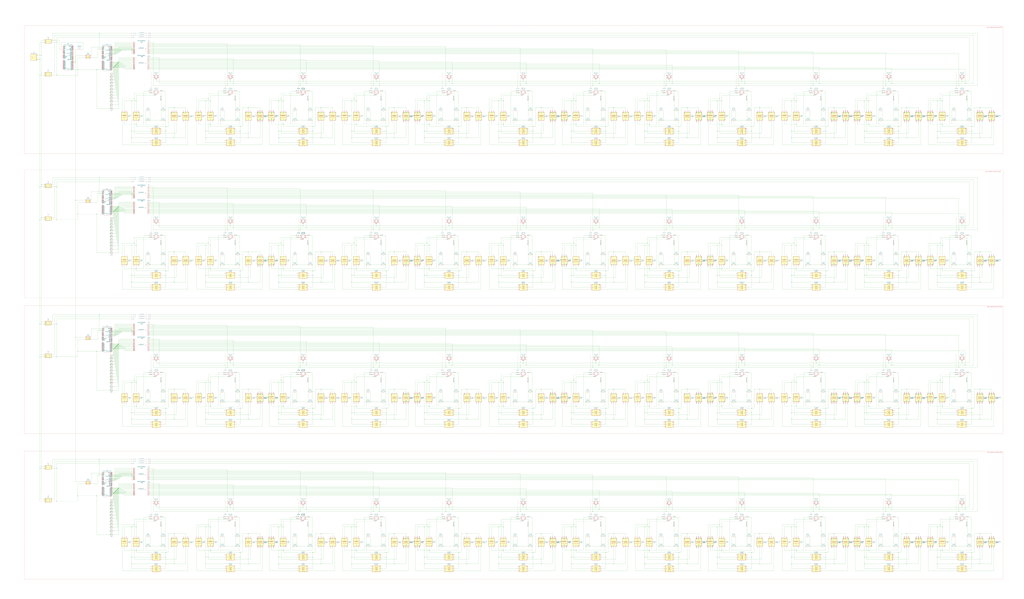
<source format=kicad_sch>
(kicad_sch (version 20231120) (generator "eeschema") (generator_version "8.0")
  (paper "User" 2540 1485.9)
  (title_block (title "Esquema Eléctrico Completo") (date "2025-01-29") (company "Andtonic Studios"))
  (junction (at 284.48 163.83))
  (junction (at 1672.59 298.45))
  (junction (at 1059.18 603.25))
  (junction (at 1652.0922 910.59))
  (junction (at 956.31 1355.09))
  (junction (at 284.48 521.97))
  (junction (at 1852.93 1329.69))
  (junction (at 2410.46 1023.62))
  (junction (at 1598.93 948.69))
  (junction (at 690.88 1398.27))
  (junction (at 1322.07 671.83))
  (junction (at 702.31 666.75))
  (junction (at 1779.27 1040.13))
  (junction (at 1785.62 1301.75))
  (junction (at 292.1 1212.85))
  (junction (at 690.88 1306.83))
  (junction (at 1236.98 250.19))
  (junction (at 595.63 683.26))
  (junction (at 294.64 852.17))
  (junction (at 1610.36 1365.25))
  (junction (at 736.6 298.45))
  (junction (at 946.15 631.19))
  (junction (at 1121.41 565.15))
  (junction (at 102.87 137.16))
  (junction (at 361.95 996.95))
  (junction (at 285.75 162.56))
  (junction (at 1847.85 905.51))
  (junction (at 283.21 165.1))
  (junction (at 337.82 308.61))
  (junction (at 774.7 971.55))
  (junction (at 584.2 656.59))
  (junction (at 2249.17 1040.13))
  (junction (at 1305.56 207.01))
  (junction (at 579.12 905.51))
  (junction (at 2249.17 266.7))
  (junction (at 1522.73 965.2))
  (junction (at 2409.19 298.45))
  (junction (at 1052.83 1040.13))
  (junction (at 326.39 1040.13))
  (junction (at 2179.32 298.45))
  (junction (at 273.05 205.74))
  (junction (at 1320.8 273.05))
  (junction (at 1136.65 1355.09))
  (junction (at 289.56 857.25))
  (junction (at 273.05 198.12))
  (junction (at 1064.26 308.61))
  (junction (at 1113.79 201.93))
  (junction (at 1113.79 900.43))
  (junction (at 1478.2808 900.43))
  (junction (at 946.15 1329.69))
  (junction (at 1779.27 325.12))
  (junction (at 285.75 1219.2))
  (junction (at 1297.94 900.43))
  (junction (at 1598.93 341.63))
  (junction (at 2024.38 560.07))
  (junction (at 361.95 298.45))
  (junction (at 431.8 1323.34))
  (junction (at 2143.76 341.63))
  (junction (at 1126.49 631.19))
  (junction (at 1779.27 1398.27))
  (junction (at 1974.85 250.19))
  (junction (at 2047.24 656.59))
  (junction (at 2227.58 273.05))
  (junction (at 2204.8556 560.07))
  (junction (at 1652.0922 212.09))
  (junction (at 1598.93 1023.62))
  (junction (at 1884.68 266.7))
  (junction (at 579.12 207.01))
  (junction (at 1136.65 631.19))
  (junction (at 764.54 971.55))
  (junction (at 546.1 298.45))
  (junction (at 775.97 1012.19))
  (junction (at 571.5 560.07))
  (junction (at 1824.99 1355.09))
  (junction (at 956.31 1329.69))
  (junction (at 751.84 900.43))
  (junction (at 2143.76 608.33))
  (junction (at 431.8 1398.27))
  (junction (at 2336.8 948.69))
  (junction (at 2217.42 971.55))
  (junction (at 883.92 948.69))
  (junction (at 1884.68 699.77))
  (junction (at 2331.72 245.11))
  (junction (at 1644.65 996.95))
  (junction (at 193.04 530.86))
  (junction (at 556.26 1355.09))
  (junction (at 1236.98 699.77))
  (junction (at 2150.11 245.11))
  (junction (at 872.49 1023.62))
  (junction (at 796.29 341.63))
  (junction (at 337.82 1306.83))
  (junction (at 957.58 313.69))
  (junction (at 2399.03 971.55))
  (junction (at 1963.42 948.69))
  (junction (at 1463.04 1355.09))
  (junction (at 410.21 1355.09))
  (junction (at 774.7 298.45))
  (junction (at 1485.9008 905.51))
  (junction (at 2378.6201 910.59))
  (junction (at 1126.49 971.55))
  (junction (at 273.05 609.6))
  (junction (at 332.74 943.61))
  (junction (at 1272.54 298.45))
  (junction (at 294.64 153.67))
  (junction (at 956.31 656.59))
  (junction (at 337.82 250.19))
  (junction (at 690.88 683.26))
  (junction (at 2179.32 656.59))
  (junction (at 1428.75 666.75))
  (junction (at 521.97 666.75))
  (junction (at 1998.98 298.45))
  (junction (at 878.84 245.11))
  (junction (at 1452.88 656.59))
  (junction (at 431.8 1040.13))
  (junction (at 193.04 172.72))
  (junction (at 1322.07 325.12))
  (junction (at 240.03 1229.36))
  (junction (at 594.36 971.55))
  (junction (at 2378.6201 1268.73))
  (junction (at 2249.17 1398.27))
  (junction (at 594.36 298.45))
  (junction (at 908.05 996.95))
  (junction (at 1272.54 996.95))
  (junction (at 1522.73 624.84))
  (junction (at 1852.93 298.45))
  (junction (at 1790.7 250.19))
  (junction (at 571.5 1258.57))
  (junction (at 2325.37 1381.76))
  (junction (at 1490.98 656.59))
  (junction (at 1963.42 341.63))
  (junction (at 1634.49 298.45))
  (junction (at 1310.64 1329.69))
  (junction (at 326.39 341.63))
  (junction (at 281.94 166.37))
  (junction (at 918.21 656.59))
  (junction (at 273.05 571.5))
  (junction (at 1322.07 683.26))
  (junction (at 726.44 656.59))
  (junction (at 1963.42 325.12))
  (junction (at 1417.32 699.77))
  (junction (at 595.63 1381.76))
  (junction (at 2227.58 1329.69))
  (junction (at 2179.32 996.95))
  (junction (at 2048.51 1370.33))
  (junction (at 1682.75 1355.09))
  (junction (at 2410.46 313.69))
  (junction (at 1059.18 943.61))
  (junction (at 702.31 1007.11))
  (junction (at 957.58 1023.62))
  (junction (at 1485.9008 565.15))
  (junction (at 521.97 1007.11))
  (junction (at 102.87 880.11))
  (junction (at 1064.26 1306.83))
  (junction (at 2249.17 699.77))
  (junction (at 796.29 699.77))
  (junction (at 1974.85 608.33))
  (junction (at 1305.56 565.15))
  (junction (at 516.89 1301.75))
  (junction (at 1417.32 1040.13))
  (junction (at 1121.41 1263.65))
  (junction (at 2430.78 1398.27))
  (junction (at 615.95 1398.27))
  (junction (at 273.05 1254.76))
  (junction (at 510.54 1398.27))
  (junction (at 2378.6201 570.23))
  (junction (at 883.92 250.19))
  (junction (at 1684.02 1381.76))
  (junction (at 1824.99 298.45))
  (junction (at 1598.93 683.26))
  (junction (at 2336.8 1306.83))
  (junction (at 1052.83 608.33))
  (junction (at 736.6 656.59))
  (junction (at 1501.14 971.55))
  (junction (at 2227.58 996.95))
  (junction (at 2047.24 273.05))
  (junction (at 595.63 671.83))
  (junction (at 1864.36 1023.62))
  (junction (at 2399.03 996.95))
  (junction (at 1847.85 207.01))
  (junction (at 1485.9008 207.01))
  (junction (at 2009.14 996.95))
  (junction (at 1963.42 1398.27))
  (junction (at 594.36 1355.09))
  (junction (at 1598.93 250.19))
  (junction (at 1417.32 250.19))
  (junction (at 1478.2808 560.07))
  (junction (at 510.54 1306.83))
  (junction (at 2228.85 1370.33))
  (junction (at 99.06 544.83))
  (junction (at 1490.98 1355.09))
  (junction (at 431.8 699.77))
  (junction (at 516.89 245.11))
  (junction (at 1158.24 965.2))
  (junction (at 337.82 1007.11))
  (junction (at 2410.46 1381.76))
  (junction (at 1659.7122 900.43))
  (junction (at 1884.68 1040.13))
  (junction (at 872.49 1398.27))
  (junction (at 1136.65 656.59))
  (junction (at 702.31 608.33))
  (junction (at 287.02 519.43))
  (junction (at 1598.93 1306.83))
  (junction (at 690.88 341.63))
  (junction (at 411.48 1023.62))
  (junction (at 1852.93 971.55))
  (junction (at 2378.6201 212.09))
  (junction (at 595.63 1023.62))
  (junction (at 289.56 516.89))
  (junction (at 1126.49 298.45))
  (junction (at 140.97 803.91))
  (junction (at 332.74 603.25))
  (junction (at 977.9 341.63))
  (junction (at 1779.27 1023.62))
  (junction (at 1863.09 996.95))
  (junction (at 1463.04 298.45))
  (junction (at 775.97 1381.76))
  (junction (at 697.23 1301.75))
  (junction (at 764.54 656.59))
  (junction (at 510.54 341.63))
  (junction (at 1470.6608 570.23))
  (junction (at 1052.83 683.26))
  (junction (at 1598.93 325.12))
  (junction (at 1463.04 996.95))
  (junction (at 1243.33 245.11))
  (junction (at 908.05 656.59))
  (junction (at 410.21 298.45))
  (junction (at 187.96 836.93))
  (junction (at 2399.03 1329.69))
  (junction (at 883.92 308.61))
  (junction (at 2189.48 298.45))
  (junction (at 1126.49 656.59))
  (junction (at 410.21 656.59))
  (junction (at 615.95 624.84))
  (junction (at 1248.41 1306.83))
  (junction (at 1704.34 624.84))
  (junction (at 946.15 656.59))
  (junction (at 872.49 1040.13))
  (junction (at 1644.65 1355.09))
  (junction (at 1598.93 1381.76))
  (junction (at 1052.83 1023.62))
  (junction (at 273.05 213.36))
  (junction (at 872.49 1381.76))
  (junction (at 288.29 160.02))
  (junction (at 1137.92 671.83))
  (junction (at 1501.14 1355.09))
  (junction (at 2430.78 624.84))
  (junction (at 1522.73 1040.13))
  (junction (at 2228.85 671.83))
  (junction (at 102.87 458.47))
  (junction (at 1682.75 631.19))
  (junction (at 1248.41 1007.11))
  (junction (at 908.05 1355.09))
  (junction (at 1470.6608 1268.73))
  (junction (at 2399.03 1355.09))
  (junction (at 690.88 1040.13))
  (junction (at 246.38 82.55))
  (junction (at 774.7 996.95))
  (junction (at 2228.85 1012.19))
  (junction (at 926.0013 570.23))
  (junction (at 1884.68 624.84))
  (junction (at 883.92 608.33))
  (junction (at 431.8 266.7))
  (junction (at 2037.08 1329.69))
  (junction (at 2068.83 1398.27))
  (junction (at 280.67 167.64))
  (junction (at 2032 207.01))
  (junction (at 2032 1263.65))
  (junction (at 1059.18 1301.75))
  (junction (at 1847.85 565.15))
  (junction (at 1852.93 996.95))
  (junction (at 775.97 671.83))
  (junction (at 1305.56 1263.65))
  (junction (at 283.21 1221.74))
  (junction (at 1297.94 201.93))
  (junction (at 2197.2356 212.09))
  (junction (at 1864.36 1012.19))
  (junction (at 1478.2808 201.93))
  (junction (at 1236.98 325.12))
  (junction (at 2155.19 250.19))
  (junction (at 2037.08 298.45))
  (junction (at 1672.59 631.19))
  (junction (at 1863.09 273.05))
  (junction (at 1423.67 943.61))
  (junction (at 337.82 1365.25))
  (junction (at 2143.76 948.69))
  (junction (at 584.2 1355.09))
  (junction (at 332.74 1301.75))
  (junction (at 410.21 1329.69))
  (junction (at 1684.02 1012.19))
  (junction (at 1417.32 341.63))
  (junction (at 977.9 965.2))
  (junction (at 1478.2808 1258.57))
  (junction (at 2325.37 341.63))
  (junction (at 1137.92 1012.19))
  (junction (at 516.89 603.25))
  (junction (at 933.6213 900.43))
  (junction (at 273.05 1270))
  (junction (at 1963.42 683.26))
  (junction (at 1605.28 603.25))
  (junction (at 1672.59 656.59))
  (junction (at 941.2413 1268.73))
  (junction (at 563.88 1268.73))
  (junction (at 1310.64 996.95))
  (junction (at 2143.76 250.19))
  (junction (at 2024.38 900.43))
  (junction (at 2143.76 1023.62))
  (junction (at 1840.23 900.43))
  (junction (at 1236.98 1023.62))
  (junction (at 400.05 273.05))
  (junction (at 556.26 656.59))
  (junction (at 764.54 631.19))
  (junction (at 1522.73 341.63))
  (junction (at 1704.34 1323.34))
  (junction (at 99.06 803.91))
  (junction (at 1610.36 608.33))
  (junction (at 1864.36 325.12))
  (junction (at 1884.68 341.63))
  (junction (at 1136.65 1329.69))
  (junction (at 584.2 971.55))
  (junction (at 977.9 1323.34))
  (junction (at 872.49 608.33))
  (junction (at 1852.93 631.19))
  (junction (at 2228.85 313.69))
  (junction (at 977.9 699.77))
  (junction (at 1963.42 1381.76))
  (junction (at 1342.39 1323.34))
  (junction (at 288.29 518.16))
  (junction (at 2410.46 683.26))
  (junction (at 1682.75 273.05))
  (junction (at 697.23 245.11))
  (junction (at 702.31 250.19))
  (junction (at 2155.19 1007.11))
  (junction (at 1158.24 1323.34))
  (junction (at 1158.24 341.63))
  (junction (at 521.97 1365.25))
  (junction (at 332.74 245.11))
  (junction (at 1684.02 313.69))
  (junction (at 1963.42 1040.13))
  (junction (at 2150.11 603.25))
  (junction (at 1158.24 624.84))
  (junction (at 1840.23 560.07))
  (junction (at 690.88 1381.76))
  (junction (at 926.0013 910.59))
  (junction (at 2068.83 1323.34))
  (junction (at 140.97 105.41))
  (junction (at 1832.61 570.23))
  (junction (at 584.2 631.19))
  (junction (at 521.97 1306.83))
  (junction (at 579.12 1263.65))
  (junction (at 140.97 544.83))
  (junction (at 1052.83 948.69))
  (junction (at 957.58 683.26))
  (junction (at 431.8 624.84))
  (junction (at 2409.19 1355.09))
  (junction (at 2143.76 699.77))
  (junction (at 1490.98 996.95))
  (junction (at 1502.41 1023.62))
  (junction (at 2410.46 325.12))
  (junction (at 615.95 1040.13))
  (junction (at 1272.54 1355.09))
  (junction (at 289.56 1215.39))
  (junction (at 774.7 631.19))
  (junction (at 1605.28 943.61))
  (junction (at 764.54 1355.09))
  (junction (at 1659.7122 201.93))
  (junction (at 759.46 1263.65))
  (junction (at 288.29 858.52))
  (junction (at 775.97 683.26))
  (junction (at 411.48 683.26))
  (junction (at 400.05 298.45))
  (junction (at 579.12 565.15))
  (junction (at 594.36 996.95))
  (junction (at 1884.68 965.2))
  (junction (at 1969.77 943.61))
  (junction (at 1779.27 948.69))
  (junction (at 1963.42 250.19))
  (junction (at 411.48 325.12))
  (junction (at 1320.8 656.59))
  (junction (at 878.84 1301.75))
  (junction (at 977.9 624.84))
  (junction (at 326.39 250.19))
  (junction (at 2249.17 1323.34))
  (junction (at 2393.8601 1263.65))
  (junction (at 2410.46 1012.19))
  (junction (at 2048.51 683.26))
  (junction (at 2143.76 1040.13))
  (junction (at 273.05 934.72))
  (junction (at 1814.83 298.45))
  (junction (at 2360.93 298.45))
  (junction (at 281.94 524.51))
  (junction (at 280.67 525.78))
  (junction (at 2331.72 943.61))
  (junction (at 2331.72 603.25))
  (junction (at 1974.85 948.69))
  (junction (at 1290.32 570.23))
  (junction (at 273.05 1292.86))
  (junction (at 1704.34 1398.27))
  (junction (at 872.49 683.26))
  (junction (at 2212.4756 1263.65))
  (junction (at 1236.98 341.63))
  (junction (at 775.97 313.69))
  (junction (at 1864.36 671.83))
  (junction (at 400.05 996.95))
  (junction (at 1158.24 266.7))
  (junction (at 1310.64 273.05))
  (junction (at 1667.3322 207.01))
  (junction (at 1610.36 250.19))
  (junction (at 2204.8556 201.93))
  (junction (at 946.15 298.45))
  (junction (at 764.54 996.95))
  (junction (at 883.92 1007.11))
  (junction (at 1598.93 608.33))
  (junction (at 1974.85 1365.25))
  (junction (at 595.63 313.69))
  (junction (at 1297.94 1258.57))
  (junction (at 1840.23 201.93))
  (junction (at 1113.79 560.07))
  (junction (at 2037.08 631.19))
  (junction (at 240.03 871.22))
  (junction (at 1136.65 298.45))
  (junction (at 1236.98 608.33))
  (junction (at 1236.98 1381.76))
  (junction (at 1790.7 1306.83))
  (junction (at 726.44 996.95))
  (junction (at 1785.62 245.11))
  (junction (at 1998.98 656.59))
  (junction (at 1684.02 683.26))
  (junction (at 1126.49 1355.09))
  (junction (at 956.31 631.19))
  (junction (at 764.54 298.45))
  (junction (at 1417.32 325.12))
  (junction (at 1423.67 1301.75))
  (junction (at 1779.27 1306.83))
  (junction (at 400.05 1329.69))
  (junction (at 1667.3322 1263.65))
  (junction (at 2037.08 971.55))
  (junction (at 273.05 958.85))
  (junction (at 1672.59 273.05))
  (junction (at 2430.78 1323.34))
  (junction (at 1684.02 1370.33))
  (junction (at 326.39 325.12))
  (junction (at 273.05 1247.14))
  (junction (at 246.38 1139.19))
  (junction (at 510.54 325.12))
  (junction (at 933.6213 201.93))
  (junction (at 2325.37 1398.27))
  (junction (at 796.29 965.2))
  (junction (at 193.04 871.22))
  (junction (at 273.05 594.36))
  (junction (at 2399.03 273.05))
  (junction (at 941.2413 910.59))
  (junction (at 246.38 781.05))
  (junction (at 2228.85 1023.62))
  (junction (at 1598.93 1398.27))
  (junction (at 2016.76 1268.73))
  (junction (at 1248.41 1365.25))
  (junction (at 690.88 699.77))
  (junction (at 372.11 298.45))
  (junction (at 1088.39 1355.09))
  (junction (at 571.5 900.43))
  (junction (at 744.22 212.09))
  (junction (at 2399.03 631.19))
  (junction (at 1322.07 1023.62))
  (junction (at 1864.36 1370.33))
  (junction (at 1963.42 1023.62))
  (junction (at 273.05 190.5))
  (junction (at 1320.8 631.19))
  (junction (at 102.87 1156.97))
  (junction (at 510.54 699.77))
  (junction (at 1502.41 1381.76))
  (junction (at 775.97 1370.33))
  (junction (at 1998.98 996.95))
  (junction (at 1704.34 965.2))
  (junction (at 571.5 201.93))
  (junction (at 774.7 1355.09))
  (junction (at 1320.8 298.45))
  (junction (at 273.05 251.46))
  (junction (at 99.06 885.19))
  (junction (at 1634.49 996.95))
  (junction (at 1840.23 1258.57))
  (junction (at 2048.51 1381.76))
  (junction (at 957.58 325.12))
  (junction (at 1501.14 656.59))
  (junction (at 556.26 298.45))
  (junction (at 2325.37 683.26))
  (junction (at 1824.99 996.95))
  (junction (at 872.49 699.77))
  (junction (at 1137.92 1381.76))
  (junction (at 2393.8601 905.51))
  (junction (at 283.21 863.6))
  (junction (at 273.05 1300.48))
  (junction (at 1158.24 1040.13))
  (junction (at 411.48 313.69))
  (junction (at 1158.24 699.77))
  (junction (at 1502.41 683.26))
  (junction (at 2155.19 948.69))
  (junction (at 290.83 157.48))
  (junction (at 290.83 1214.12))
  (junction (at 977.9 1398.27))
  (junction (at 918.21 996.95))
  (junction (at 337.82 666.75))
  (junction (at 273.05 1262.38))
  (junction (at 1428.75 948.69))
  (junction (at 2409.19 273.05))
  (junction (at 273.05 1325.88))
  (junction (at 410.21 996.95))
  (junction (at 1969.77 245.11))
  (junction (at 1502.41 671.83))
  (junction (at 326.39 1023.62))
  (junction (at 1322.07 1381.76))
  (junction (at 2331.72 1301.75))
  (junction (at 1704.34 341.63))
  (junction (at 2217.42 273.05))
  (junction (at 1236.98 1398.27))
  (junction (at 1884.68 1398.27))
  (junction (at 2047.24 631.19))
  (junction (at 1236.98 1040.13))
  (junction (at 288.29 1216.66))
  (junction (at 1605.28 1301.75))
  (junction (at 1684.02 325.12))
  (junction (at 2336.8 308.61))
  (junction (at 1320.8 996.95))
  (junction (at 1098.55 298.45))
  (junction (at 2143.76 1306.83))
  (junction (at 2068.83 266.7))
  (junction (at 595.63 1012.19))
  (junction (at 2068.83 965.2))
  (junction (at 273.05 563.88))
  (junction (at 1659.7122 1258.57))
  (junction (at 2212.4756 905.51))
  (junction (at 293.37 1211.58))
  (junction (at 796.29 624.84))
  (junction (at 2155.19 308.61))
  (junction (at 411.48 671.83))
  (junction (at 1428.75 1365.25))
  (junction (at 287.02 161.29))
  (junction (at 2430.78 1040.13))
  (junction (at 326.39 948.69))
  (junction (at 2009.14 298.45))
  (junction (at 1963.42 608.33))
  (junction (at 615.95 965.2))
  (junction (at 1417.32 1023.62))
  (junction (at 796.29 266.7))
  (junction (at 1423.67 245.11))
  (junction (at 1814.83 1355.09))
  (junction (at 1342.39 624.84))
  (junction (at 2325.37 325.12))
  (junction (at 1248.41 608.33))
  (junction (at 2393.8601 565.15))
  (junction (at 1864.36 313.69))
  (junction (at 1864.36 1381.76))
  (junction (at 1428.75 308.61))
  (junction (at 1236.98 683.26))
  (junction (at 1121.41 207.01))
  (junction (at 1297.94 560.07))
  (junction (at 240.03 172.72))
  (junction (at 977.9 1040.13))
  (junction (at 595.63 325.12))
  (junction (at 946.15 996.95))
  (junction (at 744.22 1268.73))
  (junction (at 1814.83 996.95))
  (junction (at 1423.67 603.25))
  (junction (at 796.29 1040.13))
  (junction (at 1501.14 1329.69))
  (junction (at 140.97 1162.05))
  (junction (at 584.2 1329.69))
  (junction (at 1305.56 905.51))
  (junction (at 1522.73 1398.27))
  (junction (at 1342.39 266.7))
  (junction (at 1417.32 1381.76))
  (junction (at 1863.09 656.59))
  (junction (at 1470.6608 212.09))
  (junction (at 273.05 627.38))
  (junction (at 546.1 1355.09))
  (junction (at 140.97 885.19))
  (junction (at 2409.19 631.19))
  (junction (at 2016.76 212.09))
  (junction (at 594.36 656.59))
  (junction (at 1121.41 905.51))
  (junction (at 361.95 1355.09))
  (junction (at 99.06 186.69))
  (junction (at 2228.85 1381.76))
  (junction (at 510.54 948.69))
  (junction (at 563.88 570.23))
  (junction (at 2016.76 570.23))
  (junction (at 933.6213 560.07))
  (junction (at 2217.42 996.95))
  (junction (at 946.15 971.55))
  (junction (at 1136.65 996.95))
  (junction (at 1272.54 656.59))
  (junction (at 410.21 273.05))
  (junction (at 273.05 896.62))
  (junction (at 1832.61 910.59))
  (junction (at 293.37 513.08))
  (junction (at 774.7 1329.69))
  (junction (at 1236.98 1306.83))
  (junction (at 1243.33 1301.75))
  (junction (at 521.97 308.61))
  (junction (at 1282.7 656.59))
  (junction (at 273.05 904.24))
  (junction (at 1682.75 1329.69))
  (junction (at 431.8 965.2))
  (junction (at 2204.8556 900.43))
  (junction (at 775.97 1023.62))
  (junction (at 273.05 1316.99))
  (junction (at 273.05 942.34))
  (junction (at 1501.14 996.95))
  (junction (at 1682.75 971.55))
  (junction (at 957.58 1370.33))
  (junction (at 2399.03 656.59))
  (junction (at 563.88 212.09))
  (junction (at 2189.48 656.59))
  (junction (at 1342.39 1040.13))
  (junction (at 2217.42 1329.69))
  (junction (at 2189.48 996.95))
  (junction (at 273.05 919.48))
  (junction (at 1832.61 212.09))
  (junction (at 1310.64 298.45))
  (junction (at 326.39 608.33))
  (junction (at 1832.61 1268.73))
  (junction (at 2227.58 298.45))
  (junction (at 246.38 440.69))
  (junction (at 2409.19 996.95))
  (junction (at 2143.76 1381.76))
  (junction (at 690.88 1023.62))
  (junction (at 1779.27 341.63))
  (junction (at 2047.24 996.95))
  (junction (at 1790.7 308.61))
  (junction (at 273.05 548.64))
  (junction (at 1059.18 245.11))
  (junction (at 1863.09 1329.69))
  (junction (at 690.88 608.33))
  (junction (at 2143.76 683.26))
  (junction (at 280.67 866.14))
  (junction (at 878.84 603.25))
  (junction (at 759.46 565.15))
  (junction (at 1598.93 699.77))
  (junction (at 1963.42 699.77))
  (junction (at 521.97 608.33))
  (junction (at 2410.46 1370.33))
  (junction (at 2212.4756 565.15))
  (junction (at 1290.32 910.59))
  (junction (at 1463.04 656.59))
  (junction (at 2430.78 965.2))
  (junction (at 615.95 699.77))
  (junction (at 764.54 273.05))
  (junction (at 2227.58 656.59))
  (junction (at 2386.2401 1258.57))
  (junction (at 284.48 1220.47))
  (junction (at 1779.27 608.33))
  (junction (at 918.21 1355.09))
  (junction (at 957.58 671.83))
  (junction (at 1682.75 298.45))
  (junction (at 1290.32 1268.73))
  (junction (at 2048.51 671.83))
  (junction (at 956.31 273.05))
  (junction (at 2360.93 996.95))
  (junction (at 1417.32 683.26))
  (junction (at 1428.75 250.19))
  (junction (at 292.1 514.35))
  (junction (at 1052.83 250.19))
  (junction (at 2048.51 1012.19))
  (junction (at 1106.17 910.59))
  (junction (at 1236.98 948.69))
  (junction (at 1522.73 699.77))
  (junction (at 1667.3322 565.15))
  (junction (at 281.94 1223.01))
  (junction (at 759.46 207.01))
  (junction (at 1790.7 666.75))
  (junction (at 400.05 971.55))
  (junction (at 285.75 861.06))
  (junction (at 1682.75 996.95))
  (junction (at 1064.26 250.19))
  (junction (at 1969.77 1301.75))
  (junction (at 1490.98 631.19))
  (junction (at 546.1 996.95))
  (junction (at 1052.83 325.12))
  (junction (at 957.58 1012.19))
  (junction (at 1785.62 943.61))
  (junction (at 1779.27 1381.76))
  (junction (at 1088.39 996.95))
  (junction (at 2197.2356 570.23))
  (junction (at 1052.83 1381.76))
  (junction (at 594.36 1329.69))
  (junction (at 1501.14 298.45))
  (junction (at 99.06 147.32))
  (junction (at 1652.0922 570.23))
  (junction (at 1672.59 996.95))
  (junction (at 2386.2401 201.93))
  (junction (at 1417.32 1306.83))
  (junction (at 956.31 298.45))
  (junction (at 2249.17 624.84))
  (junction (at 2150.11 1301.75))
  (junction (at 102.87 798.83))
  (junction (at 2227.58 1355.09))
  (junction (at 956.31 971.55))
  (junction (at 400.05 656.59))
  (junction (at 2410.46 671.83))
  (junction (at 1064.26 1007.11))
  (junction (at 361.95 656.59))
  (junction (at 615.95 266.7))
  (junction (at 1785.62 603.25))
  (junction (at 2430.78 341.63))
  (junction (at 273.05 228.6))
  (junction (at 2228.85 683.26))
  (junction (at 1098.55 1355.09))
  (junction (at 918.21 298.45))
  (junction (at 2189.48 1355.09))
  (junction (at 594.36 273.05))
  (junction (at 187.96 496.57))
  (junction (at 1598.93 1040.13))
  (junction (at 2386.2401 900.43))
  (junction (at 273.05 1277.62))
  (junction (at 1158.24 1398.27))
  (junction (at 690.88 325.12))
  (junction (at 1502.41 325.12))
  (junction (at 410.21 631.19))
  (junction (at 2227.58 971.55))
  (junction (at 1137.92 1370.33))
  (junction (at 2047.24 1329.69))
  (junction (at 273.05 269.24))
  (junction (at 510.54 1040.13))
  (junction (at 2325.37 608.33))
  (junction (at 1610.36 1007.11))
  (junction (at 2249.17 341.63))
  (junction (at 956.31 996.95))
  (junction (at 1501.14 631.19))
  (junction (at 2024.38 1258.57))
  (junction (at 273.05 967.74))
  (junction (at 326.39 1381.76))
  (junction (at 926.0013 212.09))
  (junction (at 1974.85 308.61))
  (junction (at 287.02 1217.93))
  (junction (at 744.22 910.59))
  (junction (at 1248.41 666.75))
  (junction (at 1502.41 313.69))
  (junction (at 2009.14 1355.09))
  (junction (at 878.84 943.61))
  (junction (at 1610.36 1306.83))
  (junction (at 615.95 1323.34))
  (junction (at 1137.92 325.12))
  (junction (at 1790.7 1007.11))
  (junction (at 273.05 927.1))
  (junction (at 293.37 853.44))
  (junction (at 1684.02 671.83))
  (junction (at 1852.93 273.05))
  (junction (at 284.48 862.33))
  (junction (at 744.22 570.23))
  (junction (at 2048.51 325.12))
  (junction (at 2227.58 631.19))
  (junction (at 1790.7 1365.25))
  (junction (at 2150.11 943.61))
  (junction (at 1310.64 971.55))
  (junction (at 1790.7 608.33))
  (junction (at 2336.8 1007.11))
  (junction (at 273.05 586.74))
  (junction (at 140.97 186.69))
  (junction (at 2217.42 631.19))
  (junction (at 926.0013 1268.73))
  (junction (at 2047.24 971.55))
  (junction (at 1969.77 603.25))
  (junction (at 2360.93 656.59))
  (junction (at 372.11 656.59))
  (junction (at 1824.99 656.59))
  (junction (at 1428.75 1007.11))
  (junction (at 2016.76 910.59))
  (junction (at 1282.7 996.95))
  (junction (at 2068.83 624.84))
  (junction (at 411.48 1012.19))
  (junction (at 2197.2356 910.59))
  (junction (at 957.58 1381.76))
  (junction (at 273.05 889))
  (junction (at 285.75 520.7))
  (junction (at 510.54 250.19))
  (junction (at 292.1 156.21))
  (junction (at 273.05 618.49))
  (junction (at 2336.8 1365.25))
  (junction (at 1137.92 313.69))
  (junction (at 1113.79 1258.57))
  (junction (at 431.8 341.63))
  (junction (at 2336.8 666.75))
  (junction (at 2032 565.15))
  (junction (at 615.95 341.63))
  (junction (at 1106.17 212.09))
  (junction (at 1342.39 1398.27))
  (junction (at 273.05 220.98))
  (junction (at 595.63 1370.33))
  (junction (at 883.92 666.75))
  (junction (at 1704.34 1040.13))
  (junction (at 521.97 250.19))
  (junction (at 796.29 1323.34))
  (junction (at 584.2 996.95))
  (junction (at 1490.98 273.05))
  (junction (at 2047.24 298.45))
  (junction (at 1428.75 1306.83))
  (junction (at 736.6 996.95))
  (junction (at 326.39 699.77))
  (junction (at 273.05 949.96))
  (junction (at 2325.37 1023.62))
  (junction (at 751.84 201.93))
  (junction (at 337.82 608.33))
  (junction (at 1052.83 699.77))
  (junction (at 1644.65 298.45))
  (junction (at 2371.09 298.45))
  (junction (at 2217.42 298.45))
  (junction (at 2037.08 273.05))
  (junction (at 1452.88 1355.09))
  (junction (at 1522.73 266.7))
  (junction (at 1098.55 656.59))
  (junction (at 1605.28 245.11))
  (junction (at 293.37 154.94))
  (junction (at 2037.08 996.95))
  (junction (at 1136.65 273.05))
  (junction (at 2155.19 1365.25))
  (junction (at 1126.49 996.95))
  (junction (at 510.54 1381.76))
  (junction (at 289.56 158.75))
  (junction (at 1126.49 1329.69))
  (junction (at 2325.37 1306.83))
  (junction (at 1052.83 1398.27))
  (junction (at 2409.19 656.59))
  (junction (at 372.11 996.95))
  (junction (at 1322.07 313.69))
  (junction (at 775.97 325.12))
  (junction (at 1342.39 965.2))
  (junction (at 326.39 1398.27))
  (junction (at 326.39 683.26))
  (junction (at 1064.26 666.75))
  (junction (at 1310.64 631.19))
  (junction (at 1684.02 1023.62))
  (junction (at 2037.08 1355.09))
  (junction (at 872.49 250.19))
  (junction (at 2155.19 666.75))
  (junction (at 1106.17 1268.73))
  (junction (at 1485.9008 1263.65))
  (junction (at 1248.41 948.69))
  (junction (at 140.97 463.55))
  (junction (at 400.05 631.19))
  (junction (at 99.06 1162.05))
  (junction (at 510.54 683.26))
  (junction (at 1064.26 948.69))
  (junction (at 1852.93 1355.09))
  (junction (at 1974.85 666.75))
  (junction (at 130.81 100.33))
  (junction (at 411.48 1370.33))
  (junction (at 2217.42 656.59))
  (junction (at 872.49 1306.83))
  (junction (at 1502.41 1012.19))
  (junction (at 1137.92 683.26))
  (junction (at 273.05 579.12))
  (junction (at 292.1 854.71))
  (junction (at 2212.4756 207.01))
  (junction (at 1322.07 1370.33))
  (junction (at 1052.83 341.63))
  (junction (at 1682.75 656.59))
  (junction (at 2047.24 1355.09))
  (junction (at 1342.39 341.63))
  (junction (at 273.05 911.86))
  (junction (at 1428.75 608.33))
  (junction (at 872.49 325.12))
  (junction (at 1137.92 1023.62))
  (junction (at 726.44 1355.09))
  (junction (at 290.83 515.62))
  (junction (at 400.05 1355.09))
  (junction (at 2393.8601 207.01))
  (junction (at 1490.98 298.45))
  (junction (at 1052.83 1306.83))
  (junction (at 2228.85 325.12))
  (junction (at 1064.26 608.33))
  (junction (at 1634.49 656.59))
  (junction (at 372.11 1355.09))
  (junction (at 690.88 250.19))
  (junction (at 702.31 1365.25))
  (junction (at 1248.41 250.19))
  (junction (at 2409.19 1329.69))
  (junction (at 774.7 656.59))
  (junction (at 102.87 539.75))
  (junction (at 1704.34 699.77))
  (junction (at 1088.39 656.59))
  (junction (at 796.29 1398.27))
  (junction (at 2371.09 656.59))
  (junction (at 764.54 1329.69))
  (junction (at 1417.32 608.33))
  (junction (at 1310.64 656.59))
  (junction (at 281.94 864.87))
  (junction (at 751.84 560.07))
  (junction (at 1452.88 996.95))
  (junction (at 2430.78 266.7))
  (junction (at 2143.76 325.12))
  (junction (at 1282.7 1355.09))
  (junction (at 1522.73 1323.34))
  (junction (at 1064.26 1365.25))
  (junction (at 2217.42 1355.09))
  (junction (at 140.97 1243.33))
  (junction (at 187.96 154.94))
  (junction (at 2409.19 971.55))
  (junction (at 872.49 341.63))
  (junction (at 1998.98 1355.09))
  (junction (at 273.05 260.35))
  (junction (at 2068.83 341.63))
  (junction (at 1634.49 1355.09))
  (junction (at 774.7 273.05))
  (junction (at 1652.0922 1268.73))
  (junction (at 2386.2401 560.07))
  (junction (at 1814.83 656.59))
  (junction (at 2155.19 608.33))
  (junction (at 287.02 859.79))
  (junction (at 546.1 656.59))
  (junction (at 2143.76 1398.27))
  (junction (at 2325.37 250.19))
  (junction (at 946.15 1355.09))
  (junction (at 1864.36 683.26))
  (junction (at 273.05 243.84))
  (junction (at 1243.33 603.25))
  (junction (at 690.88 948.69))
  (junction (at 326.39 1306.83))
  (junction (at 273.05 1308.1))
  (junction (at 702.31 948.69))
  (junction (at 941.2413 570.23))
  (junction (at 594.36 631.19))
  (junction (at 2197.2356 1268.73))
  (junction (at 294.64 1210.31))
  (junction (at 283.21 523.24))
  (junction (at 2336.8 608.33))
  (junction (at 1974.85 1007.11))
  (junction (at 872.49 948.69))
  (junction (at 1884.68 1323.34))
  (junction (at 2360.93 1355.09))
  (junction (at 1106.17 570.23))
  (junction (at 697.23 943.61))
  (junction (at 1790.7 948.69))
  (junction (at 977.9 266.7))
  (junction (at 1342.39 699.77))
  (junction (at 410.21 971.55))
  (junction (at 702.31 308.61))
  (junction (at 759.46 905.51))
  (junction (at 726.44 298.45))
  (junction (at 1320.8 1329.69))
  (junction (at 411.48 1381.76))
  (junction (at 1659.7122 560.07))
  (junction (at 1417.32 948.69))
  (junction (at 2249.17 965.2))
  (junction (at 1847.85 1263.65))
  (junction (at 1320.8 971.55))
  (junction (at 2430.78 699.77))
  (junction (at 2048.51 313.69))
  (junction (at 751.84 1258.57))
  (junction (at 2371.09 1355.09))
  (junction (at 1863.09 971.55))
  (junction (at 2336.8 250.19))
  (junction (at 1098.55 996.95))
  (junction (at 510.54 608.33))
  (junction (at 516.89 943.61))
  (junction (at 883.92 1365.25))
  (junction (at 933.6213 1258.57))
  (junction (at 1644.65 656.59))
  (junction (at 1610.36 948.69))
  (junction (at 2048.51 1023.62))
  (junction (at 556.26 996.95))
  (junction (at 193.04 1229.36))
  (junction (at 1310.64 1355.09))
  (junction (at 2204.8556 1258.57))
  (junction (at 2155.19 1306.83))
  (junction (at 941.2413 212.09))
  (junction (at 337.82 948.69))
  (junction (at 2325.37 1040.13))
  (junction (at 290.83 855.98))
  (junction (at 1320.8 1355.09))
  (junction (at 273.05 236.22))
  (junction (at 1863.09 631.19))
  (junction (at 697.23 603.25))
  (junction (at 2399.03 298.45))
  (junction (at 1282.7 298.45))
  (junction (at 280.67 1224.28))
  (junction (at 736.6 1355.09))
  (junction (at 2325.37 699.77))
  (junction (at 1779.27 699.77))
  (junction (at 102.87 181.61))
  (junction (at 1490.98 971.55))
  (junction (at 1452.88 298.45))
  (junction (at 2179.32 1355.09))
  (junction (at 584.2 273.05))
  (junction (at 946.15 273.05))
  (junction (at 2024.38 201.93))
  (junction (at 908.05 298.45))
  (junction (at 1672.59 1329.69))
  (junction (at 584.2 298.45))
  (junction (at 702.31 1306.83))
  (junction (at 1672.59 1355.09))
  (junction (at 1417.32 1398.27))
  (junction (at 1610.36 308.61))
  (junction (at 521.97 948.69))
  (junction (at 883.92 1306.83))
  (junction (at 1863.09 298.45))
  (junction (at 2325.37 948.69))
  (junction (at 1667.3322 905.51))
  (junction (at 1243.33 943.61))
  (junction (at 240.03 530.86))
  (junction (at 1610.36 666.75))
  (junction (at 510.54 1023.62))
  (junction (at 563.88 910.59))
  (junction (at 1290.32 212.09))
  (junction (at 1963.42 1306.83))
  (junction (at 273.05 556.26))
  (junction (at 1126.49 273.05))
  (junction (at 1672.59 971.55))
  (junction (at 1779.27 683.26))
  (junction (at 1501.14 273.05))
  (junction (at 1322.07 1012.19))
  (junction (at 1136.65 971.55))
  (junction (at 99.06 463.55))
  (junction (at 273.05 601.98))
  (junction (at 2068.83 1040.13))
  (junction (at 1248.41 308.61))
  (junction (at 1852.93 656.59))
  (junction (at 1470.6608 910.59))
  (junction (at 1490.98 1329.69))
  (junction (at 2371.09 996.95))
  (junction (at 1088.39 298.45))
  (junction (at 1704.34 266.7))
  (junction (at 1502.41 1370.33))
  (junction (at 1863.09 1355.09))
  (junction (at 2068.83 699.77))
  (junction (at 2032 905.51))
  (junction (at 2009.14 656.59))
  (junction (at 273.05 1285.24))
  (junction (at 1779.27 250.19))
  (junction (at 1974.85 1306.83))
  (junction (at 2037.08 656.59))
  (junction (at 294.64 511.81))
  (wire (pts (xy 2150.11 603.25) (xy 2150.11 631.19)))
  (wire (pts (xy 293.37 618.49) (xy 280.67 618.49)))
  (wire (pts (xy 963.93 1012.19) (xy 963.93 965.2)))
  (wire (pts (xy 332.74 231.14) (xy 332.74 245.11)))
  (wire (pts (xy 2009.14 1355.09) (xy 2009.14 1329.69)))
  (wire (pts (xy 1790.7 666.75) (xy 1809.75 666.75)))
  (wire (pts (xy 1144.27 671.83) (xy 1144.27 624.84)))
  (wire (pts (xy 1969.77 330.2) (xy 2009.14 330.2)))
  (wire (pts (xy 1012.19 717.55) (xy 1012.19 661.67)))
  (wire (pts (xy 1452.88 666.75) (xy 1452.88 656.59)))
  (wire (pts (xy 1137.92 325.12) (xy 1137.92 354.33)))
  (wire (pts (xy 595.63 1012.19) (xy 601.98 1012.19)))
  (wire (pts (xy 361.95 1355.09) (xy 361.95 1329.69)))
  (wire (pts (xy 2047.24 996.95) (xy 2047.24 971.55)))
  (wire (pts (xy 1581.15 1306.83) (xy 1581.15 1329.69)))
  (wire (pts (xy 337.82 1370.33) (xy 411.48 1370.33)))
  (wire (pts (xy 872.49 683.26) (xy 918.21 683.26)))
  (wire (pts (xy 2336.8 1007.11) (xy 2307.59 1007.11)))
  (wire (pts (xy 2325.37 1040.13) (xy 2430.78 1040.13)))
  (wire (pts (xy 1761.49 948.69) (xy 1761.49 971.55)))
  (wire (pts (xy 744.22 910.59) (xy 926.0013 910.59)))
  (wire (pts (xy 370.84 516.89) (xy 1485.9008 516.89)))
  (wire (pts (xy 926.0013 113.03) (xy 926.0013 188.1863)))
  (wire (pts (xy 278.13 857.25) (xy 289.56 857.25)))
  (wire (pts (xy 2032 551.18) (xy 2032 565.15)))
  (wire (pts (xy 1809.75 924.56) (xy 1809.75 1007.11)))
  (wire (pts (xy 1187.45 1329.69) (xy 1187.45 1323.34)))
  (wire (pts (xy 2155.19 1306.83) (xy 2143.76 1306.83)))
  (wire (pts (xy 361.95 308.61) (xy 361.95 298.45)))
  (wire (pts (xy 1969.77 943.61) (xy 1969.77 971.55)))
  (wire (pts (xy 1236.98 1410.97) (xy 1282.7 1410.97)))
  (wire (pts (xy 273.05 1325.88) (xy 240.03 1325.88)))
  (wire (pts (xy 129.54 458.47) (xy 130.81 458.47)))
  (wire (pts (xy 278.13 161.29) (xy 287.02 161.29)))
  (wire (pts (xy 1322.07 354.33) (xy 1313.18 354.33)))
  (wire (pts (xy 2197.2356 550.986) (xy 2197.2356 570.23)))
  (wire (pts (xy 1610.36 666.75) (xy 1629.41 666.75)))
  (wire (pts (xy 2355.85 226.06) (xy 2378.71 226.06)))
  (wire (pts (xy 1158.24 266.7) (xy 1187.45 266.7)))
  (wire (pts (xy 1605.28 603.25) (xy 1576.07 603.25)))
  (wire (pts (xy 2325.37 1381.76) (xy 2325.37 1398.27)))
  (wire (pts (xy 1502.41 1023.62) (xy 1502.41 1052.83)))
  (wire (pts (xy 510.54 341.63) (xy 510.54 354.33)))
  (wire (pts (xy 326.39 1040.13) (xy 431.8 1040.13)))
  (wire (pts (xy 1447.8 584.2) (xy 1447.8 666.75)))
  (wire (pts (xy 1969.77 1287.78) (xy 2016.76 1287.78)))
  (wire (pts (xy 690.88 1023.62) (xy 690.88 1040.13)))
  (wire (pts (xy 883.92 1365.25) (xy 902.97 1365.25)))
  (wire (pts (xy 1913.89 631.19) (xy 1913.89 624.84)))
  (wire (pts (xy 1704.34 266.7) (xy 1733.55 266.7)))
  (wire (pts (xy 2325.37 1023.62) (xy 2325.37 1040.13)))
  (wire (pts (xy 370.84 824.23) (xy 1832.61 824.23)))
  (wire (pts (xy 1733.55 1398.27) (xy 1733.55 1360.17)))
  (wire (pts (xy 1243.33 603.25) (xy 1214.12 603.25)))
  (wire (pts (xy 1675.13 688.34) (xy 1709.42 688.34)))
  (wire (pts (xy 1779.27 1410.97) (xy 1824.99 1410.97)))
  (wire (pts (xy 297.18 816.61) (xy 297.18 828.04)))
  (wire (pts (xy 2336.8 608.33) (xy 2325.37 608.33)))
  (wire (pts (xy 2120.9 1057.91) (xy 2189.48 1057.91)))
  (wire (pts (xy 379.73 910.59) (xy 563.88 910.59)))
  (wire (pts (xy 2217.42 298.45) (xy 2217.42 273.05)))
  (wire (pts (xy 294.64 814.07) (xy 330.2 814.07)))
  (wire (pts (xy 1809.75 226.06) (xy 1809.75 308.61)))
  (wire (pts (xy 339.09 157.48) (xy 360.68 157.48)) (stroke (width 0) (type dash_dot_dot) (color 100 0 0 0.99)))
  (wire (pts (xy 594.36 308.61) (xy 546.1 308.61)))
  (wire (pts (xy 1144.27 1012.19) (xy 1144.27 965.2)))
  (wire (pts (xy 1809.75 584.2) (xy 1832.61 584.2)))
  (wire (pts (xy 702.31 308.61) (xy 702.31 313.69)))
  (wire (pts (xy 2393.95 1282.7) (xy 2409.19 1282.7)))
  (wire (pts (xy 521.97 1365.25) (xy 492.76 1365.25)))
  (wire (pts (xy 1347.47 1028.7) (xy 1347.47 1002.03)))
  (wire (pts (xy 299.72 506.73) (xy 330.2 506.73)))
  (wire (pts (xy 297.18 487.68) (xy 279.4 487.68)))
  (wire (pts (xy 1756.41 717.55) (xy 1824.99 717.55)))
  (wire (pts (xy 2204.8556 1254.566) (xy 2204.8556 1258.57)))
  (wire (pts (xy 2143.76 699.77) (xy 2143.76 712.47)))
  (wire (pts (xy 1283.97 878.84) (xy 1283.97 914.4)) (stroke (width 0) (type dash_dot_dot) (color 100 0 0 0.99)))
  (wire (pts (xy 300.99 123.19) (xy 300.99 121.92)))
  (wire (pts (xy 135.89 87.63) (xy 325.12 87.63)))
  (wire (pts (xy 2465.07 1416.05) (xy 2465.07 1360.17)))
  (wire (pts (xy 2331.72 1301.75) (xy 2302.51 1301.75)))
  (wire (pts (xy 2331.72 245.11) (xy 2331.72 273.05)))
  (wire (pts (xy 1423.67 245.11) (xy 1394.46 245.11)))
  (wire (pts (xy 2212.34 226.06) (xy 2227.58 226.06)))
  (wire (pts (xy 2068.83 965.2) (xy 2068.83 971.55)))
  (wire (pts (xy 1064.26 308.61) (xy 1064.26 313.69)))
  (wire (pts (xy 1485.9 584.2) (xy 1501.14 584.2)))
  (wire (pts (xy 1399.54 1365.25) (xy 1399.54 1360.17)))
  (wire (pts (xy 854.71 1007.11) (xy 854.71 1002.03)))
  (wire (pts (xy 297.18 1186.18) (xy 279.4 1186.18)))
  (wire (pts (xy 615.95 1323.34) (xy 645.16 1323.34)))
  (wire (pts (xy 878.84 943.61) (xy 878.84 971.55)))
  (wire (pts (xy 340.36 786.13) (xy 361.95 786.13)) (stroke (width 0) (type dash_dot_dot) (color 100 0 0 0.99)))
  (wire (pts (xy 1969.77 1386.84) (xy 2009.14 1386.84)))
  (wire (pts (xy 918.21 656.59) (xy 946.15 656.59)))
  (wire (pts (xy 1129.03 325.12) (xy 1137.92 325.12)))
  (wire (pts (xy 226.06 842.01) (xy 242.57 842.01)))
  (wire (pts (xy 294.64 488.95) (xy 294.64 473.71)))
  (wire (pts (xy 2204.8556 197.926) (xy 2204.8556 201.93)))
  (wire (pts (xy 284.48 163.83) (xy 278.13 163.83)))
  (wire (pts (xy 594.36 1365.25) (xy 546.1 1365.25)))
  (wire (pts (xy 370.84 476.25) (xy 1290.32 476.25)))
  (wire (pts (xy 332.74 1301.75) (xy 332.74 1329.69)))
  (wire (pts (xy 461.01 1040.13) (xy 461.01 1002.03)))
  (wire (pts (xy 1733.55 273.05) (xy 1733.55 266.7)))
  (wire (pts (xy 2047.24 1365.25) (xy 1998.98 1365.25)))
  (wire (pts (xy 1610.36 594.36) (xy 1610.36 608.33)))
  (wire (pts (xy 1629.41 924.56) (xy 1652.27 924.56)))
  (wire (pts (xy 2190.75 878.84) (xy 2190.75 914.4)) (stroke (width 0) (type dash_dot_dot) (color 100 0 0 0.99)))
  (wire (pts (xy 796.29 624.84) (xy 796.29 631.19)))
  (wire (pts (xy 1790.7 236.22) (xy 1840.23 236.22)))
  (wire (pts (xy 957.58 313.69) (xy 957.58 325.12)))
  (wire (pts (xy 1884.68 266.7) (xy 1913.89 266.7)))
  (wire (pts (xy 1598.93 1381.76) (xy 1598.93 1306.83)))
  (wire (pts (xy 2430.78 965.2) (xy 2430.78 971.55)))
  (wire (pts (xy 1790.7 1012.19) (xy 1864.36 1012.19)))
  (wire (pts (xy 1490.98 1329.69) (xy 1490.98 1287.78)))
  (wire (pts (xy 1465.58 538.48) (xy 1465.58 574.04)) (stroke (width 0) (type dash_dot_dot) (color 100 0 0 0.99)))
  (wire (pts (xy 2073.91 1028.7) (xy 2073.91 1002.03)))
  (wire (pts (xy 2302.51 359.41) (xy 2371.09 359.41)))
  (wire (pts (xy 594.36 996.95) (xy 594.36 1007.11)))
  (wire (pts (xy 933.6213 896.8463) (xy 933.6213 900.43)))
  (wire (pts (xy 2054.86 1370.33) (xy 2054.86 1323.34)))
  (wire (pts (xy 2037.08 929.64) (xy 2032 929.64)))
  (wire (pts (xy 982.98 688.34) (xy 982.98 661.67)))
  (wire (pts (xy 326.39 1381.76) (xy 372.11 1381.76)))
  (wire (pts (xy 1490.98 656.59) (xy 1490.98 631.19)))
  (wire (pts (xy 726.44 666.75) (xy 726.44 656.59)))
  (wire (pts (xy 1675.13 1381.76) (xy 1684.02 1381.76)))
  (wire (pts (xy 1733.55 1040.13) (xy 1733.55 1002.03)))
  (wire (pts (xy 273.05 1254.76) (xy 273.05 1247.14)))
  (wire (pts (xy 1945.64 308.61) (xy 1945.64 303.53)))
  (wire (pts (xy 2228.85 1023.62) (xy 2228.85 1052.83)))
  (wire (pts (xy 2155.19 308.61) (xy 2174.24 308.61)))
  (wire (pts (xy 941.2413 910.59) (xy 926.0013 910.59)))
  (wire (pts (xy 129.54 803.91) (xy 140.97 803.91)))
  (wire (pts (xy 1283.97 538.48) (xy 1283.97 574.04)) (stroke (width 0) (type dash_dot_dot) (color 100 0 0 0.99)))
  (wire (pts (xy 2174.24 1282.7) (xy 2197.1 1282.7)))
  (wire (pts (xy 1282.7 1355.09) (xy 1282.7 1329.69)))
  (wire (pts (xy 102.87 539.75) (xy 109.22 539.75)))
  (wire (pts (xy 273.05 967.74) (xy 240.03 967.74)))
  (wire (pts (xy 1610.36 934.72) (xy 1610.36 948.69)))
  (wire (pts (xy 135.89 786.13) (xy 325.12 786.13)))
  (wire (pts (xy 556.26 298.45) (xy 556.26 273.05)))
  (wire (pts (xy 516.89 943.61) (xy 487.68 943.61)))
  (wire (pts (xy 278.13 158.75) (xy 289.56 158.75)))
  (wire (pts (xy 2410.46 712.47) (xy 2401.57 712.47)))
  (wire (pts (xy 2416.81 965.2) (xy 2430.78 965.2)))
  (wire (pts (xy 872.49 1040.13) (xy 872.49 1052.83)))
  (wire (pts (xy 918.21 996.95) (xy 918.21 971.55)))
  (wire (pts (xy 1059.18 231.14) (xy 1059.18 245.11)))
  (wire (pts (xy 1855.47 688.34) (xy 1889.76 688.34)))
  (wire (pts (xy 1290.32 891.54) (xy 1290.32 910.59)))
  (wire (pts (xy 1629.41 226.06) (xy 1652.27 226.06)))
  (wire (pts (xy 326.39 491.49) (xy 330.2 491.49)))
  (wire (pts (xy 1605.28 1028.7) (xy 1644.65 1028.7)))
  (wire (pts (xy 1428.75 1306.83) (xy 1428.75 1329.69)))
  (wire (pts (xy 1490.98 231.14) (xy 1485.9 231.14)))
  (wire (pts (xy 1974.85 303.53) (xy 1974.85 308.61)))
  (wire (pts (xy 1342.39 624.84) (xy 1371.6 624.84)))
  (wire (pts (xy 1940.56 603.25) (xy 1940.56 631.19)))
  (wire (pts (xy 1945.64 1365.25) (xy 1945.64 1360.17)))
  (wire (pts (xy 273.05 541.02) (xy 273.05 548.64)))
  (wire (pts (xy 303.53 943.61) (xy 303.53 971.55)))
  (wire (pts (xy 295.91 1173.48) (xy 326.39 1173.48)))
  (wire (pts (xy 697.23 688.34) (xy 736.6 688.34)))
  (wire (pts (xy 594.36 656.59) (xy 594.36 666.75)))
  (wire (pts (xy 1672.59 971.55) (xy 1672.59 929.64)))
  (wire (pts (xy 1659.7122 896.8449) (xy 1659.7122 900.43)))
  (wire (pts (xy 697.23 929.64) (xy 744.22 929.64)))
  (wire (pts (xy 2409.19 996.95) (xy 2409.19 971.55)))
  (wire (pts (xy 2360.93 666.75) (xy 2360.93 656.59)))
  (wire (pts (xy 370.84 113.03) (xy 926.0013 113.03)))
  (wire (pts (xy 284.48 105.41) (xy 330.2 105.41)))
  (wire (pts (xy 2098.04 971.55) (xy 2098.04 965.2)))
  (wire (pts (xy 740.41 878.84) (xy 740.41 914.4)) (stroke (width 0) (type dash_dot_dot) (color 100 0 0 0.99)))
  (wire (pts (xy 1733.55 1329.69) (xy 1733.55 1323.34)))
  (wire (pts (xy 1884.68 1398.27) (xy 1913.89 1398.27)))
  (wire (pts (xy 1493.52 359.41) (xy 1557.02 359.41)))
  (wire (pts (xy 726.44 996.95) (xy 726.44 971.55)))
  (wire (pts (xy 1672.59 631.19) (xy 1672.59 589.28)))
  (wire (pts (xy 775.97 712.47) (xy 767.08 712.47)))
  (wire (pts (xy 1399.54 1306.83) (xy 1399.54 1329.69)))
  (wire (pts (xy 2227.58 1007.11) (xy 2179.32 1007.11)))
  (wire (pts (xy 1305.56 1263.65) (xy 1485.9008 1263.65)))
  (wire (pts (xy 417.83 313.69) (xy 417.83 266.7)))
  (wire (pts (xy 1610.36 666.75) (xy 1581.15 666.75)))
  (wire (pts (xy 516.89 231.14) (xy 563.88 231.14)))
  (wire (pts (xy 584.2 231.14) (xy 579.12 231.14)))
  (wire (pts (xy 2409.19 1007.11) (xy 2360.93 1007.11)))
  (wire (pts (xy 2336.8 250.19) (xy 2325.37 250.19)))
  (wire (pts (xy 702.31 236.22) (xy 702.31 250.19)))
  (wire (pts (xy 2048.51 1012.19) (xy 2054.86 1012.19)))
  (wire (pts (xy 751.84 1258.57) (xy 933.6213 1258.57)))
  (wire (pts (xy 1428.75 934.72) (xy 1478.28 934.72)))
  (wire (pts (xy 1785.62 1301.75) (xy 1785.62 1329.69)))
  (wire (pts (xy 918.21 1355.09) (xy 918.21 1329.69)))
  (wire (pts (xy 2068.83 1040.13) (xy 2068.83 1002.03)))
  (wire (pts (xy 1667.51 226.06) (xy 1682.75 226.06)))
  (wire (pts (xy 796.29 699.77) (xy 796.29 661.67)))
  (wire (pts (xy 1667.3322 859.79) (xy 1667.3322 886.6849)))
  (wire (pts (xy 744.22 110.49) (xy 744.22 187.96)))
  (wire (pts (xy 2125.98 608.33) (xy 2143.76 608.33)))
  (wire (pts (xy 1581.15 1007.11) (xy 1581.15 1002.03)))
  (wire (pts (xy 571.5 198.12) (xy 571.5 201.93)))
  (wire (pts (xy 1501.14 996.95) (xy 1501.14 1007.11)))
  (wire (pts (xy 1187.45 273.05) (xy 1187.45 266.7)))
  (wire (pts (xy 1785.62 589.28) (xy 1785.62 603.25)))
  (wire (pts (xy 2120.9 943.61) (xy 2120.9 971.55)))
  (wire (pts (xy 2228.85 1012.19) (xy 2228.85 1023.62)))
  (wire (pts (xy 1551.94 1398.27) (xy 1551.94 1360.17)))
  (wire (pts (xy 594.36 226.06) (xy 594.36 273.05)))
  (wire (pts (xy 1417.32 341.63) (xy 1417.32 354.33)))
  (wire (pts (xy 1248.41 948.69) (xy 1236.98 948.69)))
  (wire (pts (xy 854.71 608.33) (xy 872.49 608.33)))
  (wire (pts (xy 330.2 481.33) (xy 302.26 481.33)))
  (wire (pts (xy 1993.9 1282.7) (xy 2016.76 1282.7)))
  (wire (pts (xy 1371.6 699.77) (xy 1371.6 661.67)))
  (wire (pts (xy 370.84 473.71) (xy 1106.17 473.71)))
  (wire (pts (xy 1399.54 666.75) (xy 1399.54 661.67)))
  (wire (pts (xy 1236.98 1381.76) (xy 1282.7 1381.76)))
  (wire (pts (xy 2302.51 1002.03) (xy 2302.51 1057.91)))
  (wire (pts (xy 307.34 525.78) (xy 307.34 529.59)))
  (wire (pts (xy 340.36 791.21) (xy 361.95 791.21)) (stroke (width 0) (type dash_dot_dot) (color 100 0 0 0.99)))
  (wire (pts (xy 279.4 165.1) (xy 283.21 165.1)))
  (wire (pts (xy 1187.45 971.55) (xy 1187.45 965.2)))
  (wire (pts (xy 278.13 519.43) (xy 287.02 519.43)))
  (wire (pts (xy 466.09 1057.91) (xy 466.09 1002.03)))
  (wire (pts (xy 99.06 186.69) (xy 109.22 186.69)))
  (wire (pts (xy 1320.8 308.61) (xy 1272.54 308.61)))
  (wire (pts (xy 541.02 226.06) (xy 541.02 308.61)))
  (wire (pts (xy 1328.42 965.2) (xy 1342.39 965.2)))
  (wire (pts (xy 1248.41 661.67) (xy 1248.41 666.75)))
  (wire (pts (xy 1864.36 671.83) (xy 1864.36 683.26)))
  (wire (pts (xy 1884.68 965.2) (xy 1913.89 965.2)))
  (wire (pts (xy 1485.9 1282.7) (xy 1501.14 1282.7)))
  (wire (pts (xy 2227.58 1282.7) (xy 2227.58 1329.69)))
  (wire (pts (xy 210.82 1195.07) (xy 187.96 1195.07)))
  (wire (pts (xy 1974.85 1365.25) (xy 1945.64 1365.25)))
  (wire (pts (xy 510.54 354.33) (xy 556.26 354.33)))
  (wire (pts (xy 297.18 476.25) (xy 297.18 487.68)))
  (wire (pts (xy 326.39 683.26) (xy 372.11 683.26)))
  (wire (pts (xy 2378.6201 491.49) (xy 2378.6201 545.6777)))
  (wire (pts (xy 1313.18 325.12) (xy 1322.07 325.12)))
  (wire (pts (xy 292.1 949.96) (xy 280.67 949.96)))
  (wire (pts (xy 402.59 1416.05) (xy 466.09 1416.05)))
  (wire (pts (xy 394.97 924.56) (xy 410.21 924.56)))
  (wire (pts (xy 2278.38 1040.13) (xy 2278.38 1002.03)))
  (wire (pts (xy 702.31 1365.25) (xy 721.36 1365.25)))
  (wire (pts (xy 510.54 1381.76) (xy 510.54 1306.83)))
  (wire (pts (xy 379.73 212.09) (xy 379.73 193.04)))
  (wire (pts (xy 410.21 298.45) (xy 410.21 273.05)))
  (wire (pts (xy 1236.98 325.12) (xy 1282.7 325.12)))
  (wire (pts (xy 1320.8 298.45) (xy 1320.8 273.05)))
  (wire (pts (xy 1485.9008 192.965) (xy 1485.9008 207.01)))
  (wire (pts (xy 492.76 948.69) (xy 510.54 948.69)))
  (wire (pts (xy 956.31 584.2) (xy 956.31 631.19)))
  (wire (pts (xy 1756.41 1416.05) (xy 1824.99 1416.05)))
  (wire (pts (xy 1889.76 330.2) (xy 1889.76 303.53)))
  (wire (pts (xy 1605.28 303.53) (xy 1605.28 330.2)))
  (wire (pts (xy 370.84 529.59) (xy 2393.8601 529.59)))
  (wire (pts (xy 140.97 92.71) (xy 325.12 92.71)))
  (wire (pts (xy 2155.19 1007.11) (xy 2125.98 1007.11)))
  (wire (pts (xy 883.92 666.75) (xy 902.97 666.75)))
  (wire (pts (xy 1136.65 226.06) (xy 1136.65 273.05)))
  (wire (pts (xy 1248.41 1365.25) (xy 1219.2 1365.25)))
  (wire (pts (xy 300.99 821.69) (xy 300.99 820.42)))
  (wire (pts (xy 1428.75 313.69) (xy 1502.41 313.69)))
  (wire (pts (xy 977.9 341.63) (xy 1007.11 341.63)))
  (wire (pts (xy 2331.72 1301.75) (xy 2331.72 1329.69)))
  (wire (pts (xy 977.9 624.84) (xy 977.9 631.19)))
  (wire (pts (xy 2372.36 180.34) (xy 2372.36 215.9)) (stroke (width 0) (type dash_dot_dot) (color 100 0 0 0.99)))
  (wire (pts (xy 1522.73 699.77) (xy 1551.94 699.77)))
  (wire (pts (xy 287.02 492.76) (xy 287.02 466.09)))
  (wire (pts (xy 1785.62 661.67) (xy 1785.62 688.34)))
  (wire (pts (xy 2155.19 308.61) (xy 2155.19 313.69)))
  (wire (pts (xy 1738.63 717.55) (xy 1738.63 661.67)))
  (wire (pts (xy 702.31 666.75) (xy 721.36 666.75)))
  (wire (pts (xy 1974.85 948.69) (xy 1963.42 948.69)))
  (wire (pts (xy 1052.83 1052.83) (xy 1098.55 1052.83)))
  (wire (pts (xy 558.8 538.48) (xy 558.8 574.04)) (stroke (width 0) (type dash_dot_dot) (color 100 0 0 0.99)))
  (wire (pts (xy 281.94 524.51) (xy 281.94 548.64)))
  (wire (pts (xy 1417.32 683.26) (xy 1417.32 608.33)))
  (wire (pts (xy 2197.2356 212.09) (xy 2378.6201 212.09)))
  (wire (pts (xy 1059.18 929.64) (xy 1059.18 943.61)))
  (wire (pts (xy 2325.37 1398.27) (xy 2325.37 1410.97)))
  (wire (pts (xy 2371.09 1355.09) (xy 2399.03 1355.09)))
  (wire (pts (xy 1158.24 699.77) (xy 1187.45 699.77)))
  (wire (pts (xy 1840.23 201.93) (xy 2024.38 201.93)))
  (wire (pts (xy 1974.85 666.75) (xy 1945.64 666.75)))
  (wire (pts (xy 872.49 1023.62) (xy 872.49 1040.13)))
  (wire (pts (xy 697.23 943.61) (xy 668.02 943.61)))
  (wire (pts (xy 289.56 158.75) (xy 304.8 158.75)))
  (wire (pts (xy 1704.34 266.7) (xy 1704.34 273.05)))
  (wire (pts (xy 957.58 325.12) (xy 957.58 354.33)))
  (wire (pts (xy 330.2 123.19) (xy 302.26 123.19)))
  (wire (pts (xy 1969.77 231.14) (xy 2016.76 231.14)))
  (wire (pts (xy 2016.76 826.77) (xy 2016.76 886.46)))
  (wire (pts (xy 102.87 880.11) (xy 109.22 880.11)))
  (wire (pts (xy 394.97 1200.15) (xy 394.97 1244.6)))
  (wire (pts (xy 400.05 929.64) (xy 394.97 929.64)))
  (wire (pts (xy 849.63 1002.03) (xy 849.63 1057.91)))
  (wire (pts (xy 1963.42 1052.83) (xy 2009.14 1052.83)))
  (wire (pts (xy 492.76 308.61) (xy 492.76 303.53)))
  (wire (pts (xy 2249.17 1398.27) (xy 2278.38 1398.27)))
  (wire (pts (xy 1756.41 1360.17) (xy 1756.41 1416.05)))
  (wire (pts (xy 308.61 1306.83) (xy 326.39 1306.83)))
  (wire (pts (xy 1501.14 1282.7) (xy 1501.14 1329.69)))
  (wire (pts (xy 1647.19 878.84) (xy 1647.19 914.4)) (stroke (width 0) (type dash_dot_dot) (color 100 0 0 0.99)))
  (wire (pts (xy 854.71 308.61) (xy 854.71 303.53)))
  (wire (pts (xy 2212.4756 1225.55) (xy 2212.4756 1244.406)))
  (wire (pts (xy 1137.92 1381.76) (xy 1137.92 1410.97)))
  (wire (pts (xy 775.97 313.69) (xy 775.97 325.12)))
  (wire (pts (xy 957.58 1410.97) (xy 948.69 1410.97)))
  (wire (pts (xy 541.02 1282.7) (xy 563.88 1282.7)))
  (wire (pts (xy 2372.36 878.84) (xy 2372.36 914.4)) (stroke (width 0) (type dash_dot_dot) (color 100 0 0 0.99)))
  (wire (pts (xy 2009.14 656.59) (xy 2037.08 656.59)))
  (wire (pts (xy 946.15 631.19) (xy 946.15 589.28)))
  (wire (pts (xy 1236.98 1052.83) (xy 1282.7 1052.83)))
  (wire (pts (xy 279.4 518.16) (xy 288.29 518.16)))
  (wire (pts (xy 332.74 1287.78) (xy 332.74 1301.75)))
  (wire (pts (xy 1969.77 929.64) (xy 1969.77 943.61)))
  (wire (pts (xy 721.36 584.2) (xy 721.36 666.75)))
  (wire (pts (xy 1605.28 1287.78) (xy 1605.28 1301.75)))
  (wire (pts (xy 1097.28 878.84) (xy 1097.28 914.4)) (stroke (width 0) (type dash_dot_dot) (color 100 0 0 0.99)))
  (wire (pts (xy 1052.83 325.12) (xy 1098.55 325.12)))
  (wire (pts (xy 1219.2 1306.83) (xy 1219.2 1329.69)))
  (wire (pts (xy 1417.32 1398.27) (xy 1417.32 1410.97)))
  (wire (pts (xy 1485.9008 1249.605) (xy 1485.9008 1263.65)))
  (wire (pts (xy 1243.33 1002.03) (xy 1243.33 1028.7)))
  (wire (pts (xy 2047.24 656.59) (xy 2047.24 666.75)))
  (wire (pts (xy 370.84 852.17) (xy 1121.41 852.17)))
  (wire (pts (xy 1847.85 1282.7) (xy 1863.09 1282.7)))
  (wire (pts (xy 2048.51 671.83) (xy 2048.51 683.26)))
  (wire (pts (xy 1855.47 1023.62) (xy 1864.36 1023.62)))
  (wire (pts (xy 1576.07 943.61) (xy 1576.07 971.55)))
  (wire (pts (xy 1790.7 1370.33) (xy 1864.36 1370.33)))
  (wire (pts (xy 1501.14 1007.11) (xy 1452.88 1007.11)))
  (wire (pts (xy 1423.67 1301.75) (xy 1423.67 1329.69)))
  (wire (pts (xy 1320.8 656.59) (xy 1320.8 631.19)))
  (wire (pts (xy 411.48 1381.76) (xy 411.48 1410.97)))
  (wire (pts (xy 510.54 1023.62) (xy 510.54 948.69)))
  (wire (pts (xy 326.39 699.77) (xy 431.8 699.77)))
  (wire (pts (xy 304.8 158.75) (xy 304.8 153.67)))
  (wire (pts (xy 278.13 482.6) (xy 330.2 482.6)))
  (wire (pts (xy 521.97 608.33) (xy 521.97 631.19)))
  (wire (pts (xy 2098.04 273.05) (xy 2098.04 266.7)))
  (wire (pts (xy 1113.79 900.43) (xy 1297.94 900.43)))
  (wire (pts (xy 1214.12 1360.17) (xy 1214.12 1416.05)))
  (wire (pts (xy 1785.62 330.2) (xy 1824.99 330.2)))
  (wire (pts (xy 299.72 1177.29) (xy 330.2 1177.29)))
  (wire (pts (xy 2459.99 273.05) (xy 2459.99 266.7)))
  (wire (pts (xy 281.94 166.37) (xy 281.94 190.5)))
  (wire (pts (xy 1297.94 201.93) (xy 1478.2808 201.93)))
  (wire (pts (xy 273.05 198.12) (xy 273.05 205.74)))
  (wire (pts (xy 303.53 359.41) (xy 372.11 359.41)))
  (wire (pts (xy 283.21 165.1) (xy 312.42 165.1)))
  (wire (pts (xy 1236.98 683.26) (xy 1236.98 608.33)))
  (wire (pts (xy 1243.33 661.67) (xy 1243.33 688.34)))
  (wire (pts (xy 963.93 1370.33) (xy 963.93 1323.34)))
  (wire (pts (xy 1855.47 1416.05) (xy 1918.97 1416.05)))
  (wire (pts (xy 1809.75 924.56) (xy 1832.61 924.56)))
  (wire (pts (xy 2125.98 1306.83) (xy 2143.76 1306.83)))
  (wire (pts (xy 278.13 1217.93) (xy 287.02 1217.93)))
  (wire (pts (xy 697.23 303.53) (xy 697.23 330.2)))
  (wire (pts (xy 242.57 120.65) (xy 252.73 120.65)))
  (wire (pts (xy 796.29 1398.27) (xy 825.5 1398.27)))
  (wire (pts (xy 372.11 1355.09) (xy 372.11 1329.69)))
  (wire (pts (xy 595.63 1370.33) (xy 601.98 1370.33)))
  (wire (pts (xy 140.97 1149.35) (xy 325.12 1149.35)))
  (wire (pts (xy 957.58 1023.62) (xy 957.58 1052.83)))
  (wire (pts (xy 801.37 1028.7) (xy 801.37 1002.03)))
  (wire (pts (xy 2404.11 201.93) (xy 2386.2401 201.93)))
  (wire (pts (xy 2254.25 1028.7) (xy 2254.25 1002.03)))
  (wire (pts (xy 1064.26 1306.83) (xy 1064.26 1329.69)))
  (wire (pts (xy 2024.38 896.62) (xy 2024.38 900.43)))
  (wire (pts (xy 702.31 308.61) (xy 721.36 308.61)))
  (wire (pts (xy 326.39 325.12) (xy 326.39 341.63)))
  (wire (pts (xy 1064.26 1365.25) (xy 1035.05 1365.25)))
  (wire (pts (xy 2336.8 1002.03) (xy 2336.8 1007.11)))
  (wire (pts (xy 417.83 266.7) (xy 431.8 266.7)))
  (wire (pts (xy 278.13 127) (xy 299.72 127)))
  (wire (pts (xy 379.73 803.91) (xy 379.73 886.46)))
  (wire (pts (xy 2143.76 1381.76) (xy 2143.76 1306.83)))
  (wire (pts (xy 370.84 1164.59) (xy 563.88 1164.59)))
  (wire (pts (xy 309.88 161.29) (xy 309.88 158.75)))
  (wire (pts (xy 1974.85 948.69) (xy 1974.85 971.55)))
  (wire (pts (xy 902.97 924.56) (xy 925.83 924.56)))
  (wire (pts (xy 2331.72 661.67) (xy 2331.72 688.34)))
  (wire (pts (xy 1785.62 231.14) (xy 1832.61 231.14)))
  (wire (pts (xy 379.73 570.23) (xy 379.73 551.18)))
  (wire (pts (xy 521.97 1012.19) (xy 595.63 1012.19)))
  (wire (pts (xy 1320.8 996.95) (xy 1320.8 1007.11)))
  (wire (pts (xy 370.84 153.67) (xy 1121.41 153.67)))
  (wire (pts (xy 1029.97 717.55) (xy 1098.55 717.55)))
  (wire (pts (xy 1493.52 1028.7) (xy 1527.81 1028.7)))
  (wire (pts (xy 516.89 603.25) (xy 516.89 631.19)))
  (wire (pts (xy 410.21 298.45) (xy 410.21 308.61)))
  (wire (pts (xy 721.36 226.06) (xy 721.36 308.61)))
  (wire (pts (xy 289.56 491.49) (xy 289.56 468.63)))
  (wire (pts (xy 1478.2808 201.93) (xy 1659.7122 201.93)))
  (wire (pts (xy 1610.36 1012.19) (xy 1684.02 1012.19)))
  (wire (pts (xy 1290.32 212.09) (xy 1470.6608 212.09)))
  (wire (pts (xy 948.69 683.26) (xy 957.58 683.26)))
  (wire (pts (xy 2048.51 712.47) (xy 2039.62 712.47)))
  (wire (pts (xy 690.88 699.77) (xy 690.88 712.47)))
  (wire (pts (xy 340.36 82.55) (xy 361.95 82.55)) (stroke (width 0) (type dash_dot_dot) (color 100 0 0 0.99)))
  (wire (pts (xy 1598.93 1023.62) (xy 1644.65 1023.62)))
  (wire (pts (xy 690.88 1052.83) (xy 736.6 1052.83)))
  (wire (pts (xy 2039.62 1381.76) (xy 2048.51 1381.76)))
  (wire (pts (xy 1522.73 1040.13) (xy 1551.94 1040.13)))
  (wire (pts (xy 759.46 1205.23) (xy 759.46 1244.6)))
  (wire (pts (xy 431.8 965.2) (xy 431.8 971.55)))
  (wire (pts (xy 908.05 996.95) (xy 908.05 971.55)))
  (wire (pts (xy 410.21 1007.11) (xy 361.95 1007.11)))
  (wire (pts (xy 571.5 560.07) (xy 751.84 560.07)))
  (wire (pts (xy 273.05 269.24) (xy 240.03 269.24)))
  (wire (pts (xy 129.54 100.33) (xy 130.81 100.33)))
  (wire (pts (xy 1485.9 924.56) (xy 1501.14 924.56)))
  (wire (pts (xy 1659.7122 198.3449) (xy 1659.7122 201.93)))
  (wire (pts (xy 293.37 1316.99) (xy 280.67 1316.99)))
  (wire (pts (xy 273.05 1262.38) (xy 273.05 1270)))
  (wire (pts (xy 2024.38 900.43) (xy 2204.8556 900.43)))
  (wire (pts (xy 615.95 1040.13) (xy 645.16 1040.13)))
  (wire (pts (xy 1187.45 1398.27) (xy 1187.45 1360.17)))
  (wire (pts (xy 370.84 146.05) (xy 579.12 146.05)))
  (wire (pts (xy 1423.67 1301.75) (xy 1394.46 1301.75)))
  (wire (pts (xy 1144.27 1370.33) (xy 1144.27 1323.34)))
  (wire (pts (xy 1470.6608 570.23) (xy 1652.0922 570.23)))
  (wire (pts (xy 1371.6 1398.27) (xy 1371.6 1360.17)))
  (wire (pts (xy 487.68 1301.75) (xy 487.68 1329.69)))
  (wire (pts (xy 1610.36 1360.17) (xy 1610.36 1365.25)))
  (wire (pts (xy 726.44 1365.25) (xy 726.44 1355.09)))
  (wire (pts (xy 1581.15 948.69) (xy 1581.15 971.55)))
  (wire (pts (xy 242.57 819.15) (xy 252.73 819.15)))
  (wire (pts (xy 1884.68 1398.27) (xy 1884.68 1360.17)))
  (wire (pts (xy 1704.34 699.77) (xy 1733.55 699.77)))
  (wire (pts (xy 2189.48 298.45) (xy 2217.42 298.45)))
  (wire (pts (xy 1690.37 266.7) (xy 1704.34 266.7)))
  (wire (pts (xy 278.13 834.39) (xy 284.48 834.39)))
  (wire (pts (xy 1248.41 1007.11) (xy 1248.41 1012.19)))
  (wire (pts (xy 2249.17 266.7) (xy 2278.38 266.7)))
  (wire (pts (xy 1761.49 1306.83) (xy 1761.49 1329.69)))
  (wire (pts (xy 702.31 250.19) (xy 702.31 273.05)))
  (wire (pts (xy 273.05 213.36) (xy 273.05 220.98)))
  (wire (pts (xy 1704.34 1323.34) (xy 1704.34 1329.69)))
  (wire (pts (xy 1974.85 313.69) (xy 2048.51 313.69)))
  (wire (pts (xy 1158.24 1323.34) (xy 1187.45 1323.34)))
  (wire (pts (xy 332.74 245.11) (xy 332.74 273.05)))
  (wire (pts (xy 1007.11 1398.27) (xy 1007.11 1360.17)))
  (wire (pts (xy 374.65 1236.98) (xy 374.65 1273.81)) (stroke (width 0) (type dash_dot_dot) (color 100 0 0 0.99)))
  (wire (pts (xy 2024.38 201.93) (xy 2204.8556 201.93)))
  (wire (pts (xy 2016.76 193.04) (xy 2016.76 212.09)))
  (wire (pts (xy 330.2 821.69) (xy 302.26 821.69)))
  (wire (pts (xy 1064.26 666.75) (xy 1035.05 666.75)))
  (wire (pts (xy 2302.51 1416.05) (xy 2371.09 1416.05)))
  (wire (pts (xy 1864.36 683.26) (xy 1864.36 712.47)))
  (wire (pts (xy 1137.92 1012.19) (xy 1144.27 1012.19)))
  (wire (pts (xy 586.74 1416.05) (xy 650.24 1416.05)))
  (wire (pts (xy 1605.28 245.11) (xy 1605.28 273.05)))
  (wire (pts (xy 721.36 924.56) (xy 744.22 924.56)))
  (wire (pts (xy 340.36 440.69) (xy 361.95 440.69)) (stroke (width 0) (type dash_dot_dot) (color 100 0 0 0.99)))
  (wire (pts (xy 379.73 570.23) (xy 563.88 570.23)))
  (wire (pts (xy 279.4 821.69) (xy 300.99 821.69)))
  (wire (pts (xy 702.31 1012.19) (xy 775.97 1012.19)))
  (wire (pts (xy 1248.41 1360.17) (xy 1248.41 1365.25)))
  (wire (pts (xy 1052.83 325.12) (xy 1052.83 341.63)))
  (wire (pts (xy 1187.45 631.19) (xy 1187.45 624.84)))
  (wire (pts (xy 1557.02 717.55) (xy 1557.02 661.67)))
  (wire (pts (xy 615.95 624.84) (xy 615.95 631.19)))
  (wire (pts (xy 1322.07 313.69) (xy 1328.42 313.69)))
  (wire (pts (xy 402.59 1028.7) (xy 436.88 1028.7)))
  (wire (pts (xy 1790.7 1007.11) (xy 1790.7 1012.19)))
  (wire (pts (xy 1007.11 273.05) (xy 1007.11 266.7)))
  (wire (pts (xy 410.21 996.95) (xy 410.21 1007.11)))
  (wire (pts (xy 287.02 579.12) (xy 280.67 579.12)))
  (wire (pts (xy 288.29 160.02) (xy 288.29 228.6)))
  (wire (pts (xy 300.99 820.42) (xy 328.93 820.42)))
  (wire (pts (xy 431.8 266.7) (xy 431.8 273.05)))
  (wire (pts (xy 226.06 116.84) (xy 251.46 116.84)))
  (wire (pts (xy 1493.52 1381.76) (xy 1502.41 1381.76)))
  (wire (pts (xy 1007.11 341.63) (xy 1007.11 303.53)))
  (wire (pts (xy 1508.76 671.83) (xy 1508.76 624.84)))
  (wire (pts (xy 878.84 231.14) (xy 878.84 245.11)))
  (wire (pts (xy 1423.67 603.25) (xy 1394.46 603.25)))
  (wire (pts (xy 2068.83 341.63) (xy 2098.04 341.63)))
  (wire (pts (xy 1704.34 341.63) (xy 1733.55 341.63)))
  (wire (pts (xy 2155.19 948.69) (xy 2155.19 971.55)))
  (wire (pts (xy 326.39 474.98) (xy 326.39 491.49)))
  (wire (pts (xy 2249.17 1040.13) (xy 2249.17 1002.03)))
  (wire (pts (xy 690.88 341.63) (xy 690.88 354.33)))
  (wire (pts (xy 782.32 965.2) (xy 796.29 965.2)))
  (wire (pts (xy 2355.85 924.56) (xy 2355.85 1007.11)))
  (wire (pts (xy 370.84 864.87) (xy 2032 864.87)))
  (wire (pts (xy 287.02 220.98) (xy 280.67 220.98)))
  (wire (pts (xy 487.68 661.67) (xy 487.68 717.55)))
  (wire (pts (xy 1121.41 551.18) (xy 1121.41 565.15)))
  (wire (pts (xy 288.29 228.6) (xy 280.67 228.6)))
  (wire (pts (xy 1690.37 671.83) (xy 1690.37 624.84)))
  (wire (pts (xy 1059.18 661.67) (xy 1059.18 688.34)))
  (wire (pts (xy 1423.67 231.14) (xy 1470.66 231.14)))
  (wire (pts (xy 1064.26 1306.83) (xy 1052.83 1306.83)))
  (wire (pts (xy 374.65 180.34) (xy 374.65 217.17)) (stroke (width 0) (type dash_dot_dot) (color 100 0 0 0.99)))
  (wire (pts (xy 99.06 885.19) (xy 109.22 885.19)))
  (wire (pts (xy 2197.2356 891.346) (xy 2197.2356 910.59)))
  (wire (pts (xy 1610.36 1370.33) (xy 1684.02 1370.33)))
  (wire (pts (xy 246.38 440.69) (xy 325.12 440.69)))
  (wire (pts (xy 584.2 929.64) (xy 579.12 929.64)))
  (wire (pts (xy 697.23 231.14) (xy 697.23 245.11)))
  (wire (pts (xy 2125.98 250.19) (xy 2125.98 273.05)))
  (wire (pts (xy 1610.36 308.61) (xy 1629.41 308.61)))
  (wire (pts (xy 516.89 589.28) (xy 516.89 603.25)))
  (wire (pts (xy 1297.94 198.12) (xy 1297.94 201.93)))
  (wire (pts (xy 1605.28 1386.84) (xy 1644.65 1386.84)))
  (wire (pts (xy 1493.52 717.55) (xy 1557.02 717.55)))
  (wire (pts (xy 302.26 855.98) (xy 302.26 849.63)))
  (wire (pts (xy 1219.2 250.19) (xy 1219.2 273.05)))
  (wire (pts (xy 1945.64 1306.83) (xy 1945.64 1329.69)))
  (wire (pts (xy 129.54 1238.25) (xy 135.89 1238.25)))
  (wire (pts (xy 1485.9008 551.105) (xy 1485.9008 565.15)))
  (wire (pts (xy 410.21 996.95) (xy 410.21 971.55)))
  (wire (pts (xy 370.84 481.33) (xy 1652.0922 481.33)))
  (wire (pts (xy 307.34 1216.66) (xy 307.34 1212.85)))
  (wire (pts (xy 2047.24 1355.09) (xy 2047.24 1329.69)))
  (wire (pts (xy 387.35 900.43) (xy 387.35 896.62)))
  (wire (pts (xy 1447.8 924.56) (xy 1447.8 1007.11)))
  (wire (pts (xy 289.56 831.85) (xy 289.56 808.99)))
  (wire (pts (xy 1522.73 266.7) (xy 1551.94 266.7)))
  (wire (pts (xy 1137.92 313.69) (xy 1137.92 325.12)))
  (wire (pts (xy 1342.39 699.77) (xy 1371.6 699.77)))
  (wire (pts (xy 1423.67 661.67) (xy 1423.67 688.34)))
  (wire (pts (xy 2143.76 1410.97) (xy 2189.48 1410.97)))
  (wire (pts (xy 1158.24 1398.27) (xy 1187.45 1398.27)))
  (wire (pts (xy 2054.86 1012.19) (xy 2054.86 965.2)))
  (wire (pts (xy 1667.51 1282.7) (xy 1682.75 1282.7)))
  (wire (pts (xy 2331.72 943.61) (xy 2302.51 943.61)))
  (wire (pts (xy 283.21 1221.74) (xy 312.42 1221.74)))
  (wire (pts (xy 1704.34 1323.34) (xy 1733.55 1323.34)))
  (wire (pts (xy 736.6 996.95) (xy 736.6 971.55)))
  (wire (pts (xy 2219.96 1057.91) (xy 2283.46 1057.91)))
  (wire (pts (xy 1684.02 671.83) (xy 1690.37 671.83)))
  (wire (pts (xy 1847.85 163.83) (xy 1847.85 187.96)))
  (wire (pts (xy 370.84 171.45) (xy 2393.8601 171.45)))
  (wire (pts (xy 402.59 717.55) (xy 466.09 717.55)))
  (wire (pts (xy 361.95 1007.11) (xy 361.95 996.95)))
  (wire (pts (xy 1814.83 996.95) (xy 1814.83 971.55)))
  (wire (pts (xy 1121.41 153.67) (xy 1121.41 187.96)))
  (wire (pts (xy 1963.42 1398.27) (xy 1963.42 1410.97)))
  (wire (pts (xy 278.13 852.17) (xy 294.64 852.17)))
  (wire (pts (xy 579.12 193.04) (xy 579.12 207.01)))
  (wire (pts (xy 601.98 1012.19) (xy 601.98 965.2)))
  (wire (pts (xy 702.31 948.69) (xy 702.31 971.55)))
  (wire (pts (xy 933.6213 1258.57) (xy 1113.79 1258.57)))
  (wire (pts (xy 308.61 1306.83) (xy 308.61 1329.69)))
  (wire (pts (xy 2212.4756 192.846) (xy 2212.4756 207.01)))
  (wire (pts (xy 294.64 1210.31) (xy 294.64 1200.15)))
  (wire (pts (xy 2155.19 236.22) (xy 2204.72 236.22)))
  (wire (pts (xy 1847.85 193.04) (xy 1847.85 207.01)))
  (wire (pts (xy 2155.19 934.72) (xy 2155.19 948.69)))
  (wire (pts (xy 872.49 1381.76) (xy 872.49 1398.27)))
  (wire (pts (xy 278.13 1192.53) (xy 284.48 1192.53)))
  (wire (pts (xy 330.2 476.25) (xy 297.18 476.25)))
  (wire (pts (xy 759.46 551.18) (xy 759.46 565.15)))
  (wire (pts (xy 774.7 584.2) (xy 774.7 631.19)))
  (wire (pts (xy 129.54 539.75) (xy 135.89 539.75)))
  (wire (pts (xy 2073.91 330.2) (xy 2073.91 303.53)))
  (wire (pts (xy 1064.26 948.69) (xy 1052.83 948.69)))
  (wire (pts (xy 645.16 273.05) (xy 645.16 266.7)))
  (wire (pts (xy 941.07 226.06) (xy 956.31 226.06)))
  (wire (pts (xy 767.08 1023.62) (xy 775.97 1023.62)))
  (wire (pts (xy 2217.42 996.95) (xy 2217.42 971.55)))
  (wire (pts (xy 297.18 1174.75) (xy 297.18 1186.18)))
  (wire (pts (xy 1993.9 584.2) (xy 1993.9 666.75)))
  (wire (pts (xy 883.92 250.19) (xy 883.92 273.05)))
  (wire (pts (xy 1305.56 854.71) (xy 1305.56 886.46)))
  (wire (pts (xy 584.2 1287.78) (xy 579.12 1287.78)))
  (wire (pts (xy 1417.32 325.12) (xy 1463.04 325.12)))
  (wire (pts (xy 1690.37 965.2) (xy 1704.34 965.2)))
  (wire (pts (xy 1121.41 1282.7) (xy 1136.65 1282.7)))
  (wire (pts (xy 278.13 124.46) (xy 330.2 124.46)))
  (wire (pts (xy 2307.59 666.75) (xy 2307.59 661.67)))
  (wire (pts (xy 2150.11 1287.78) (xy 2150.11 1301.75)))
  (wire (pts (xy 1417.32 712.47) (xy 1463.04 712.47)))
  (wire (pts (xy 2399.03 1355.09) (xy 2399.03 1329.69)))
  (wire (pts (xy 1423.67 929.64) (xy 1470.66 929.64)))
  (wire (pts (xy 1852.93 298.45) (xy 1852.93 273.05)))
  (wire (pts (xy 1644.65 996.95) (xy 1644.65 971.55)))
  (wire (pts (xy 387.35 1258.57) (xy 571.5 1258.57)))
  (wire (pts (xy 516.89 245.11) (xy 487.68 245.11)))
  (wire (pts (xy 1320.8 1365.25) (xy 1272.54 1365.25)))
  (wire (pts (xy 290.83 515.62) (xy 302.26 515.62)))
  (wire (pts (xy 290.83 1214.12) (xy 279.4 1214.12)))
  (wire (pts (xy 337.82 1012.19) (xy 411.48 1012.19)))
  (wire (pts (xy 152.4 105.41) (xy 207.01 105.41)))
  (wire (pts (xy 2399.03 1329.69) (xy 2399.03 1287.78)))
  (wire (pts (xy 2249.17 965.2) (xy 2249.17 971.55)))
  (wire (pts (xy 767.08 1386.84) (xy 801.37 1386.84)))
  (wire (pts (xy 1098.55 996.95) (xy 1098.55 971.55)))
  (wire (pts (xy 330.2 1181.1) (xy 330.2 1182.37)))
  (wire (pts (xy 303.53 1002.03) (xy 303.53 1057.91)))
  (wire (pts (xy 1452.88 308.61) (xy 1452.88 298.45)))
  (wire (pts (xy 290.83 1214.12) (xy 290.83 1300.48)))
  (wire (pts (xy 292.1 811.53) (xy 292.1 830.58)))
  (wire (pts (xy 370.84 483.87) (xy 1832.61 483.87)))
  (wire (pts (xy 284.48 135.89) (xy 284.48 105.41)))
  (wire (pts (xy 288.29 927.1) (xy 280.67 927.1)))
  (wire (pts (xy 2336.8 1007.11) (xy 2336.8 1012.19)))
  (wire (pts (xy 1423.67 589.28) (xy 1470.66 589.28)))
  (wire (pts (xy 279.4 523.24) (xy 283.21 523.24)))
  (wire (pts (xy 284.48 862.33) (xy 284.48 904.24)))
  (wire (pts (xy 307.34 858.52) (xy 307.34 854.71)))
  (wire (pts (xy 933.6213 900.43) (xy 1113.79 900.43)))
  (wire (pts (xy 417.83 671.83) (xy 417.83 624.84)))
  (wire (pts (xy 1163.32 688.34) (xy 1163.32 661.67)))
  (wire (pts (xy 281.94 524.51) (xy 278.13 524.51)))
  (wire (pts (xy 302.26 849.63) (xy 330.2 849.63)))
  (wire (pts (xy 2360.93 308.61) (xy 2360.93 298.45)))
  (wire (pts (xy 2179.32 308.61) (xy 2179.32 298.45)))
  (wire (pts (xy 1672.59 1329.69) (xy 1672.59 1287.78)))
  (wire (pts (xy 328.93 128.27) (xy 330.2 128.27)))
  (wire (pts (xy 297.18 146.05) (xy 330.2 146.05)))
  (wire (pts (xy 2039.62 683.26) (xy 2048.51 683.26)))
  (wire (pts (xy 1470.6608 910.59) (xy 1652.0922 910.59)))
  (wire (pts (xy 273.05 896.62) (xy 273.05 904.24)))
  (wire (pts (xy 1236.98 325.12) (xy 1236.98 250.19)))
  (wire (pts (xy 615.95 266.7) (xy 615.95 273.05)))
  (wire (pts (xy 297.18 504.19) (xy 330.2 504.19)))
  (wire (pts (xy 2302.51 603.25) (xy 2302.51 631.19)))
  (wire (pts (xy 941.2413 509.27) (xy 941.2413 546.3263)))
  (wire (pts (xy 941.2413 1268.73) (xy 926.0013 1268.73)))
  (wire (pts (xy 2336.8 1292.86) (xy 2386.33 1292.86)))
  (wire (pts (xy 673.1 1007.11) (xy 673.1 1002.03)))
  (wire (pts (xy 579.12 226.06) (xy 594.36 226.06)))
  (wire (pts (xy 487.68 245.11) (xy 487.68 273.05)))
  (wire (pts (xy 1423.67 1002.03) (xy 1423.67 1028.7)))
  (wire (pts (xy 1672.59 996.95) (xy 1672.59 971.55)))
  (wire (pts (xy 210.82 836.93) (xy 187.96 836.93)))
  (wire (pts (xy 1644.65 1355.09) (xy 1672.59 1355.09)))
  (wire (pts (xy 521.97 236.22) (xy 571.5 236.22)))
  (wire (pts (xy 1282.7 996.95) (xy 1310.64 996.95)))
  (wire (pts (xy 595.63 671.83) (xy 595.63 683.26)))
  (wire (pts (xy 2204.8556 1258.57) (xy 2386.2401 1258.57)))
  (wire (pts (xy 293.37 260.35) (xy 280.67 260.35)))
  (wire (pts (xy 2024.38 1258.57) (xy 2204.8556 1258.57)))
  (wire (pts (xy 521.97 671.83) (xy 595.63 671.83)))
  (wire (pts (xy 1738.63 359.41) (xy 1738.63 303.53)))
  (wire (pts (xy 246.38 440.69) (xy 246.38 481.33)))
  (wire (pts (xy 292.1 854.71) (xy 299.72 854.71)))
  (wire (pts (xy 584.2 996.95) (xy 584.2 971.55)))
  (wire (pts (xy 402.59 1023.62) (xy 411.48 1023.62)))
  (wire (pts (xy 2125.98 250.19) (xy 2143.76 250.19)))
  (wire (pts (xy 1248.41 1365.25) (xy 1248.41 1370.33)))
  (wire (pts (xy 370.84 491.49) (xy 2378.6201 491.49)))
  (wire (pts (xy 2409.19 924.56) (xy 2409.19 971.55)))
  (wire (pts (xy 926.0013 891.7663) (xy 926.0013 910.59)))
  (wire (pts (xy 1243.33 1301.75) (xy 1243.33 1329.69)))
  (wire (pts (xy 1522.73 965.2) (xy 1522.73 971.55)))
  (wire (pts (xy 328.93 820.42) (xy 328.93 826.77)))
  (wire (pts (xy 2249.17 624.84) (xy 2249.17 631.19)))
  (wire (pts (xy 854.71 1365.25) (xy 854.71 1360.17)))
  (wire (pts (xy 1682.75 666.75) (xy 1634.49 666.75)))
  (wire (pts (xy 2307.59 1007.11) (xy 2307.59 1002.03)))
  (wire (pts (xy 283.21 896.62) (xy 280.67 896.62)))
  (wire (pts (xy 337.82 666.75) (xy 337.82 671.83)))
  (wire (pts (xy 1557.02 359.41) (xy 1557.02 303.53)))
  (wire (pts (xy 1423.67 330.2) (xy 1463.04 330.2)))
  (wire (pts (xy 370.84 869.95) (xy 2393.8601 869.95)))
  (wire (pts (xy 2120.9 359.41) (xy 2189.48 359.41)))
  (wire (pts (xy 1864.36 354.33) (xy 1855.47 354.33)))
  (wire (pts (xy 2331.72 245.11) (xy 2302.51 245.11)))
  (wire (pts (xy 1428.75 250.19) (xy 1428.75 273.05)))
  (wire (pts (xy 1399.54 1007.11) (xy 1399.54 1002.03)))
  (wire (pts (xy 883.92 1007.11) (xy 902.97 1007.11)))
  (wire (pts (xy 1847.85 565.15) (xy 2032 565.15)))
  (wire (pts (xy 878.84 929.64) (xy 878.84 943.61)))
  (wire (pts (xy 372.11 298.45) (xy 400.05 298.45)))
  (wire (pts (xy 1672.59 1287.78) (xy 1667.51 1287.78)))
  (wire (pts (xy 1129.03 330.2) (xy 1163.32 330.2)))
  (wire (pts (xy 273.05 205.74) (xy 273.05 213.36)))
  (wire (pts (xy 2217.42 589.28) (xy 2212.34 589.28)))
  (wire (pts (xy 1290.32 910.59) (xy 1470.6608 910.59)))
  (wire (pts (xy 193.04 501.65) (xy 193.04 530.86)))
  (wire (pts (xy 2430.78 699.77) (xy 2459.99 699.77)))
  (wire (pts (xy 796.29 341.63) (xy 825.5 341.63)))
  (wire (pts (xy 2179.32 1365.25) (xy 2179.32 1355.09)))
  (wire (pts (xy 744.22 1167.13) (xy 744.22 1244.6)))
  (wire (pts (xy 370.84 842.01) (xy 394.97 842.01)))
  (wire (pts (xy 2404.11 1258.57) (xy 2386.2401 1258.57)))
  (wire (pts (xy 1610.36 1365.25) (xy 1610.36 1370.33)))
  (wire (pts (xy 1243.33 231.14) (xy 1243.33 245.11)))
  (wire (pts (xy 431.8 965.2) (xy 461.01 965.2)))
  (wire (pts (xy 1785.62 1301.75) (xy 1756.41 1301.75)))
  (wire (pts (xy 1581.15 250.19) (xy 1581.15 273.05)))
  (wire (pts (xy 327.66 488.95) (xy 330.2 488.95)))
  (wire (pts (xy 1889.76 688.34) (xy 1889.76 661.67)))
  (wire (pts (xy 312.42 520.7) (xy 312.42 519.43)))
  (wire (pts (xy 1322.07 325.12) (xy 1322.07 354.33)))
  (wire (pts (xy 303.53 1057.91) (xy 372.11 1057.91)))
  (wire (pts (xy 645.16 341.63) (xy 645.16 303.53)))
  (wire (pts (xy 1394.46 1301.75) (xy 1394.46 1329.69)))
  (wire (pts (xy 1610.36 948.69) (xy 1598.93 948.69)))
  (wire (pts (xy 1581.15 608.33) (xy 1581.15 631.19)))
  (wire (pts (xy 510.54 1023.62) (xy 510.54 1040.13)))
  (wire (pts (xy 2424.43 1268.73) (xy 2378.6201 1268.73)))
  (wire (pts (xy 673.1 250.19) (xy 673.1 273.05)))
  (wire (pts (xy 1610.36 1292.86) (xy 1610.36 1306.83)))
  (wire (pts (xy 1342.39 341.63) (xy 1371.6 341.63)))
  (wire (pts (xy 2098.04 1329.69) (xy 2098.04 1323.34)))
  (wire (pts (xy 2278.38 1398.27) (xy 2278.38 1360.17)))
  (wire (pts (xy 908.05 298.45) (xy 908.05 273.05)))
  (wire (pts (xy 1064.26 250.19) (xy 1052.83 250.19)))
  (wire (pts (xy 2302.51 661.67) (xy 2302.51 717.55)))
  (wire (pts (xy 2204.8556 900.43) (xy 2386.2401 900.43)))
  (wire (pts (xy 1785.62 245.11) (xy 1756.41 245.11)))
  (wire (pts (xy 181.61 152.4) (xy 186.69 152.4)))
  (wire (pts (xy 1485.9008 1215.39) (xy 1485.9008 1244.525)))
  (wire (pts (xy 1682.75 1282.7) (xy 1682.75 1329.69)))
  (wire (pts (xy 1682.75 924.56) (xy 1682.75 971.55)))
  (wire (pts (xy 1423.67 929.64) (xy 1423.67 943.61)))
  (wire (pts (xy 1945.64 250.19) (xy 1945.64 273.05)))
  (wire (pts (xy 546.1 1007.11) (xy 546.1 996.95)))
  (wire (pts (xy 1328.42 1323.34) (xy 1342.39 1323.34)))
  (wire (pts (xy 764.54 971.55) (xy 764.54 929.64)))
  (wire (pts (xy 279.4 833.12) (xy 287.02 833.12)))
  (wire (pts (xy 2435.86 1028.7) (xy 2435.86 1002.03)))
  (wire (pts (xy 956.31 666.75) (xy 908.05 666.75)))
  (wire (pts (xy 337.82 1365.25) (xy 308.61 1365.25)))
  (wire (pts (xy 2393.8601 905.5326) (xy 2393.8601 905.51)))
  (wire (pts (xy 226.06 474.98) (xy 251.46 474.98)))
  (wire (pts (xy 2331.72 1028.7) (xy 2371.09 1028.7)))
  (wire (pts (xy 273.05 1254.76) (xy 273.05 1262.38)))
  (wire (pts (xy 436.88 688.34) (xy 436.88 661.67)))
  (wire (pts (xy 541.02 1282.7) (xy 541.02 1365.25)))
  (wire (pts (xy 2360.93 298.45) (xy 2360.93 273.05)))
  (wire (pts (xy 337.82 608.33) (xy 326.39 608.33)))
  (wire (pts (xy 1129.03 359.41) (xy 1192.53 359.41)))
  (wire (pts (xy 2189.48 656.59) (xy 2189.48 631.19)))
  (wire (pts (xy 849.63 359.41) (xy 918.21 359.41)))
  (wire (pts (xy 2227.58 996.95) (xy 2227.58 1007.11)))
  (wire (pts (xy 1248.41 1306.83) (xy 1236.98 1306.83)))
  (wire (pts (xy 1761.49 666.75) (xy 1761.49 661.67)))
  (wire (pts (xy 332.74 1028.7) (xy 372.11 1028.7)))
  (wire (pts (xy 1790.7 666.75) (xy 1790.7 671.83)))
  (wire (pts (xy 332.74 929.64) (xy 332.74 943.61)))
  (wire (pts (xy 521.97 594.36) (xy 521.97 608.33)))
  (wire (pts (xy 280.67 967.74) (xy 294.64 967.74)))
  (wire (pts (xy 1192.53 359.41) (xy 1192.53 303.53)))
  (wire (pts (xy 1470.6608 120.65) (xy 1470.6608 187.885)))
  (wire (pts (xy 2174.24 584.2) (xy 2197.1 584.2)))
  (wire (pts (xy 796.29 1040.13) (xy 825.5 1040.13)))
  (wire (pts (xy 1629.41 1282.7) (xy 1652.27 1282.7)))
  (wire (pts (xy 326.39 1040.13) (xy 326.39 1052.83)))
  (wire (pts (xy 946.15 273.05) (xy 946.15 231.14)))
  (wire (pts (xy 1790.7 948.69) (xy 1790.7 971.55)))
  (wire (pts (xy 1790.7 594.36) (xy 1840.23 594.36)))
  (wire (pts (xy 883.92 308.61) (xy 902.97 308.61)))
  (wire (pts (xy 521.97 1306.83) (xy 510.54 1306.83)))
  (wire (pts (xy 2249.17 699.77) (xy 2278.38 699.77)))
  (wire (pts (xy 1969.77 1301.75) (xy 1940.56 1301.75)))
  (wire (pts (xy 521.97 948.69) (xy 510.54 948.69)))
  (wire (pts (xy 956.31 996.95) (xy 956.31 971.55)))
  (wire (pts (xy 2302.51 1360.17) (xy 2302.51 1416.05)))
  (wire (pts (xy 2459.99 971.55) (xy 2459.99 965.2)))
  (wire (pts (xy 394.97 905.51) (xy 579.12 905.51)))
  (wire (pts (xy 327.66 477.52) (xy 327.66 488.95)))
  (wire (pts (xy 1248.41 250.19) (xy 1248.41 273.05)))
  (wire (pts (xy 1428.75 666.75) (xy 1447.8 666.75)))
  (wire (pts (xy 284.48 1220.47) (xy 278.13 1220.47)))
  (wire (pts (xy 872.49 341.63) (xy 872.49 354.33)))
  (wire (pts (xy 1059.18 330.2) (xy 1098.55 330.2)))
  (wire (pts (xy 1320.8 656.59) (xy 1320.8 666.75)))
  (wire (pts (xy 1059.18 603.25) (xy 1059.18 631.19)))
  (wire (pts (xy 278.13 1212.85) (xy 292.1 1212.85)))
  (wire (pts (xy 326.39 1023.62) (xy 326.39 948.69)))
  (wire (pts (xy 1423.67 589.28) (xy 1423.67 603.25)))
  (wire (pts (xy 1310.64 298.45) (xy 1310.64 273.05)))
  (wire (pts (xy 402.59 1381.76) (xy 411.48 1381.76)))
  (wire (pts (xy 1675.13 1386.84) (xy 1709.42 1386.84)))
  (wire (pts (xy 1083.31 1282.7) (xy 1083.31 1365.25)))
  (wire (pts (xy 1501.14 656.59) (xy 1501.14 666.75)))
  (wire (pts (xy 1313.18 717.55) (xy 1376.68 717.55)))
  (wire (pts (xy 1508.76 624.84) (xy 1522.73 624.84)))
  (wire (pts (xy 273.05 927.1) (xy 273.05 934.72)))
  (wire (pts (xy 297.18 853.44) (xy 297.18 844.55)))
  (wire (pts (xy 2048.51 354.33) (xy 2039.62 354.33)))
  (wire (pts (xy 293.37 1211.58) (xy 279.4 1211.58)))
  (wire (pts (xy 948.69 688.34) (xy 982.98 688.34)))
  (wire (pts (xy 2068.83 699.77) (xy 2068.83 661.67)))
  (wire (pts (xy 796.29 266.7) (xy 796.29 273.05)))
  (wire (pts (xy 292.1 1212.85) (xy 299.72 1212.85)))
  (wire (pts (xy 273.05 1285.24) (xy 273.05 1292.86)))
  (wire (pts (xy 312.42 519.43) (xy 330.2 519.43)))
  (wire (pts (xy 1998.98 1355.09) (xy 1998.98 1329.69)))
  (wire (pts (xy 327.66 817.88) (xy 327.66 829.31)))
  (wire (pts (xy 2155.19 1002.03) (xy 2155.19 1007.11)))
  (wire (pts (xy 129.54 186.69) (xy 140.97 186.69)))
  (wire (pts (xy 129.54 1243.33) (xy 140.97 1243.33)))
  (wire (pts (xy 1052.83 1023.62) (xy 1052.83 1040.13)))
  (wire (pts (xy 2016.76 212.09) (xy 2197.2356 212.09)))
  (wire (pts (xy 2150.11 1360.17) (xy 2150.11 1386.84)))
  (wire (pts (xy 293.37 154.94) (xy 279.4 154.94)))
  (wire (pts (xy 1129.03 1381.76) (xy 1137.92 1381.76)))
  (wire (pts (xy 956.31 1365.25) (xy 908.05 1365.25)))
  (wire (pts (xy 308.61 250.19) (xy 326.39 250.19)))
  (wire (pts (xy 293.37 1211.58) (xy 297.18 1211.58)))
  (wire (pts (xy 1470.6608 891.465) (xy 1470.6608 910.59)))
  (wire (pts (xy 1969.77 303.53) (xy 1969.77 330.2)))
  (wire (pts (xy 1035.05 608.33) (xy 1052.83 608.33)))
  (wire (pts (xy 1098.55 1355.09) (xy 1126.49 1355.09)))
  (wire (pts (xy 1605.28 1360.17) (xy 1605.28 1386.84)))
  (wire (pts (xy 2155.19 661.67) (xy 2155.19 666.75)))
  (wire (pts (xy 297.18 1202.69) (xy 330.2 1202.69)))
  (wire (pts (xy 2336.8 934.72) (xy 2386.33 934.72)))
  (wire (pts (xy 394.97 226.06) (xy 410.21 226.06)))
  (wire (pts (xy 1052.83 354.33) (xy 1098.55 354.33)))
  (wire (pts (xy 1790.7 308.61) (xy 1790.7 313.69)))
  (wire (pts (xy 1493.52 330.2) (xy 1527.81 330.2)))
  (wire (pts (xy 1652.0922 570.23) (xy 1832.61 570.23)))
  (wire (pts (xy 878.84 661.67) (xy 878.84 688.34)))
  (wire (pts (xy 2143.76 1023.62) (xy 2189.48 1023.62)))
  (wire (pts (xy 516.89 929.64) (xy 516.89 943.61)))
  (wire (pts (xy 883.92 671.83) (xy 957.58 671.83)))
  (wire (pts (xy 1083.31 226.06) (xy 1083.31 308.61)))
  (wire (pts (xy 2227.58 1365.25) (xy 2179.32 1365.25)))
  (wire (pts (xy 370.84 509.27) (xy 941.2413 509.27)))
  (wire (pts (xy 279.4 125.73) (xy 302.26 125.73)))
  (wire (pts (xy 1855.47 1386.84) (xy 1889.76 1386.84)))
  (wire (pts (xy 1493.52 1416.05) (xy 1557.02 1416.05)))
  (wire (pts (xy 1870.71 313.69) (xy 1870.71 266.7)))
  (wire (pts (xy 2016.76 128.27) (xy 2016.76 187.96)))
  (wire (pts (xy 279.4 1224.28) (xy 280.67 1224.28)))
  (wire (pts (xy 883.92 1007.11) (xy 854.71 1007.11)))
  (wire (pts (xy 299.72 854.71) (xy 299.72 847.09)))
  (wire (pts (xy 521.97 594.36) (xy 571.5 594.36)))
  (wire (pts (xy 908.05 1007.11) (xy 908.05 996.95)))
  (wire (pts (xy 956.31 1355.09) (xy 956.31 1329.69)))
  (wire (pts (xy 326.39 1052.83) (xy 372.11 1052.83)))
  (wire (pts (xy 1465.58 878.84) (xy 1465.58 914.4)) (stroke (width 0) (type dash_dot_dot) (color 100 0 0 0.99)))
  (wire (pts (xy 281.94 864.87) (xy 281.94 889)))
  (wire (pts (xy 140.97 105.41) (xy 140.97 92.71)))
  (wire (pts (xy 774.7 996.95) (xy 774.7 1007.11)))
  (wire (pts (xy 302.26 515.62) (xy 302.26 509.27)))
  (wire (pts (xy 2039.62 1416.05) (xy 2103.12 1416.05)))
  (wire (pts (xy 2068.83 266.7) (xy 2068.83 273.05)))
  (wire (pts (xy 1126.49 273.05) (xy 1126.49 231.14)))
  (wire (pts (xy 1493.52 325.12) (xy 1502.41 325.12)))
  (wire (pts (xy 2283.46 1416.05) (xy 2283.46 1360.17)))
  (wire (pts (xy 1490.98 273.05) (xy 1490.98 231.14)))
  (wire (pts (xy 1779.27 699.77) (xy 1779.27 712.47)))
  (wire (pts (xy 246.38 781.05) (xy 246.38 821.69)))
  (wire (pts (xy 1852.93 996.95) (xy 1852.93 971.55)))
  (wire (pts (xy 2459.99 1040.13) (xy 2459.99 1002.03)))
  (wire (pts (xy 1704.34 1398.27) (xy 1704.34 1360.17)))
  (wire (pts (xy 273.05 1308.1) (xy 273.05 1316.99)))
  (wire (pts (xy 1790.7 948.69) (xy 1779.27 948.69)))
  (wire (pts (xy 278.13 829.31) (xy 294.64 829.31)))
  (wire (pts (xy 99.06 1243.33) (xy 109.22 1243.33)))
  (wire (pts (xy 2143.76 712.47) (xy 2189.48 712.47)))
  (wire (pts (xy 226.06 138.43) (xy 226.06 116.84)))
  (wire (pts (xy 908.05 666.75) (xy 908.05 656.59)))
  (wire (pts (xy 2410.46 313.69) (xy 2416.81 313.69)))
  (wire (pts (xy 764.54 298.45) (xy 764.54 273.05)))
  (wire (pts (xy 1059.18 245.11) (xy 1059.18 273.05)))
  (wire (pts (xy 135.89 539.75) (xy 135.89 445.77)))
  (wire (pts (xy 285.75 213.36) (xy 280.67 213.36)))
  (wire (pts (xy 1682.75 226.06) (xy 1682.75 273.05)))
  (wire (pts (xy 594.36 298.45) (xy 594.36 273.05)))
  (wire (pts (xy 292.1 514.35) (xy 299.72 514.35)))
  (wire (pts (xy 594.36 666.75) (xy 546.1 666.75)))
  (wire (pts (xy 292.1 609.6) (xy 280.67 609.6)))
  (wire (pts (xy 2393.8601 550.7577) (xy 2393.8601 565.15)))
  (wire (pts (xy 273.05 571.5) (xy 273.05 579.12)))
  (wire (pts (xy 1088.39 1355.09) (xy 1088.39 1329.69)))
  (wire (pts (xy 2037.08 1355.09) (xy 2037.08 1329.69)))
  (wire (pts (xy 697.23 1386.84) (xy 736.6 1386.84)))
  (wire (pts (xy 2228.85 313.69) (xy 2228.85 325.12)))
  (wire (pts (xy 1243.33 245.11) (xy 1214.12 245.11)))
  (wire (pts (xy 1371.6 273.05) (xy 1371.6 266.7)))
  (wire (pts (xy 521.97 308.61) (xy 541.02 308.61)))
  (wire (pts (xy 1059.18 943.61) (xy 1059.18 971.55)))
  (wire (pts (xy 284.48 1192.53) (xy 284.48 1162.05)))
  (wire (pts (xy 2409.19 226.06) (xy 2409.19 273.05)))
  (wire (pts (xy 2393.8601 1228.09) (xy 2393.8601 1244.1777)))
  (wire (pts (xy 1144.27 266.7) (xy 1158.24 266.7)))
  (wire (pts (xy 1508.76 1012.19) (xy 1508.76 965.2)))
  (wire (pts (xy 1963.42 325.12) (xy 1963.42 250.19)))
  (wire (pts (xy 2430.78 1323.34) (xy 2459.99 1323.34)))
  (wire (pts (xy 1840.23 1258.57) (xy 2024.38 1258.57)))
  (wire (pts (xy 1248.41 1007.11) (xy 1267.46 1007.11)))
  (wire (pts (xy 2355.85 1282.7) (xy 2355.85 1365.25)))
  (wire (pts (xy 510.54 1040.13) (xy 615.95 1040.13)))
  (wire (pts (xy 1423.67 1287.78) (xy 1470.66 1287.78)))
  (wire (pts (xy 1581.15 1365.25) (xy 1581.15 1360.17)))
  (wire (pts (xy 1126.49 1355.09) (xy 1126.49 1329.69)))
  (wire (pts (xy 1779.27 341.63) (xy 1884.68 341.63)))
  (wire (pts (xy 309.88 864.87) (xy 309.88 867.41)))
  (wire (pts (xy 370.84 849.63) (xy 941.2413 849.63)))
  (wire (pts (xy 273.05 911.86) (xy 273.05 919.48)))
  (wire (pts (xy 1428.75 1007.11) (xy 1447.8 1007.11)))
  (wire (pts (xy 1126.49 1329.69) (xy 1126.49 1287.78)))
  (wire (pts (xy 1581.15 948.69) (xy 1598.93 948.69)))
  (wire (pts (xy 411.48 712.47) (xy 402.59 712.47)))
  (wire (pts (xy 297.18 828.04) (xy 279.4 828.04)))
  (wire (pts (xy 2331.72 1287.78) (xy 2331.72 1301.75)))
  (wire (pts (xy 1310.64 273.05) (xy 1310.64 231.14)))
  (wire (pts (xy 1779.27 1381.76) (xy 1824.99 1381.76)))
  (wire (pts (xy 957.58 671.83) (xy 963.93 671.83)))
  (wire (pts (xy 883.92 948.69) (xy 883.92 971.55)))
  (wire (pts (xy 283.21 523.24) (xy 283.21 556.26)))
  (wire (pts (xy 941.2413 1249.9063) (xy 941.2413 1268.73)))
  (wire (pts (xy 492.76 250.19) (xy 510.54 250.19)))
  (wire (pts (xy 1248.41 236.22) (xy 1248.41 250.19)))
  (wire (pts (xy 1137.92 1023.62) (xy 1137.92 1052.83)))
  (wire (pts (xy 292.1 1188.72) (xy 279.4 1188.72)))
  (wire (pts (xy 370.84 123.19) (xy 1652.0922 123.19)))
  (wire (pts (xy 690.88 683.26) (xy 736.6 683.26)))
  (wire (pts (xy 2039.62 1023.62) (xy 2048.51 1023.62)))
  (wire (pts (xy 830.58 717.55) (xy 830.58 661.67)))
  (wire (pts (xy 775.97 325.12) (xy 775.97 354.33)))
  (wire (pts (xy 279.4 819.15) (xy 295.91 819.15)))
  (wire (pts (xy 736.6 298.45) (xy 764.54 298.45)))
  (wire (pts (xy 2143.76 683.26) (xy 2143.76 608.33)))
  (wire (pts (xy 2307.59 308.61) (xy 2307.59 303.53)))
  (wire (pts (xy 2143.76 325.12) (xy 2189.48 325.12)))
  (wire (pts (xy 330.2 1169.67) (xy 292.1 1169.67)))
  (wire (pts (xy 1490.98 996.95) (xy 1490.98 971.55)))
  (wire (pts (xy 2355.85 584.2) (xy 2355.85 666.75)))
  (wire (pts (xy 332.74 1360.17) (xy 332.74 1386.84)))
  (wire (pts (xy 510.54 1410.97) (xy 556.26 1410.97)))
  (wire (pts (xy 1342.39 699.77) (xy 1342.39 661.67)))
  (wire (pts (xy 956.31 924.56) (xy 956.31 971.55)))
  (wire (pts (xy 278.13 825.5) (xy 299.72 825.5)))
  (wire (pts (xy 1779.27 1381.76) (xy 1779.27 1398.27)))
  (wire (pts (xy 726.44 298.45) (xy 726.44 273.05)))
  (wire (pts (xy 284.48 563.88) (xy 280.67 563.88)))
  (wire (pts (xy 299.72 478.79) (xy 330.2 478.79)))
  (wire (pts (xy 1779.27 325.12) (xy 1779.27 250.19)))
  (wire (pts (xy 767.08 1416.05) (xy 830.58 1416.05)))
  (wire (pts (xy 1470.6608 819.15) (xy 1470.6608 886.385)))
  (wire (pts (xy 370.84 1220.47) (xy 1847.85 1220.47)))
  (wire (pts (xy 2227.58 298.45) (xy 2227.58 308.61)))
  (wire (pts (xy 721.36 1282.7) (xy 721.36 1365.25)))
  (wire (pts (xy 1137.92 313.69) (xy 1144.27 313.69)))
  (wire (pts (xy 370.84 478.79) (xy 1470.6608 478.79)))
  (wire (pts (xy 2217.42 631.19) (xy 2217.42 589.28)))
  (wire (pts (xy 902.97 226.06) (xy 902.97 308.61)))
  (wire (pts (xy 726.44 656.59) (xy 726.44 631.19)))
  (wire (pts (xy 1605.28 589.28) (xy 1605.28 603.25)))
  (wire (pts (xy 1236.98 1398.27) (xy 1342.39 1398.27)))
  (wire (pts (xy 1485.9008 857.25) (xy 1485.9008 886.385)))
  (wire (pts (xy 300.99 1179.83) (xy 300.99 1178.56)))
  (wire (pts (xy 1322.07 1410.97) (xy 1313.18 1410.97)))
  (wire (pts (xy 1064.26 594.36) (xy 1113.79 594.36)))
  (wire (pts (xy 339.09 1177.29) (xy 360.68 1177.29)) (stroke (width 0) (type dash_dot_dot) (color 100 0 0 0.99)))
  (wire (pts (xy 280.67 167.64) (xy 280.67 182.88)))
  (wire (pts (xy 1785.62 1360.17) (xy 1785.62 1386.84)))
  (wire (pts (xy 883.92 661.67) (xy 883.92 666.75)))
  (wire (pts (xy 2047.24 666.75) (xy 1998.98 666.75)))
  (wire (pts (xy 736.6 996.95) (xy 764.54 996.95)))
  (wire (pts (xy 1864.36 1012.19) (xy 1870.71 1012.19)))
  (wire (pts (xy 796.29 699.77) (xy 825.5 699.77)))
  (wire (pts (xy 370.84 1200.15) (xy 394.97 1200.15)))
  (wire (pts (xy 1684.02 671.83) (xy 1684.02 683.26)))
  (wire (pts (xy 510.54 1052.83) (xy 556.26 1052.83)))
  (wire (pts (xy 326.39 354.33) (xy 372.11 354.33)))
  (wire (pts (xy 595.63 313.69) (xy 601.98 313.69)))
  (wire (pts (xy 135.89 880.11) (xy 135.89 786.13)))
  (wire (pts (xy 2336.8 1306.83) (xy 2325.37 1306.83)))
  (wire (pts (xy 2190.75 180.34) (xy 2190.75 215.9)) (stroke (width 0) (type dash_dot_dot) (color 100 0 0 0.99)))
  (wire (pts (xy 207.01 105.41) (xy 207.01 121.92)))
  (wire (pts (xy 690.88 712.47) (xy 736.6 712.47)))
  (wire (pts (xy 941.2413 151.13) (xy 941.2413 188.1863)))
  (wire (pts (xy 302.26 821.69) (xy 302.26 824.23)))
  (wire (pts (xy 744.22 891.54) (xy 744.22 910.59)))
  (wire (pts (xy 963.93 965.2) (xy 977.9 965.2)))
  (wire (pts (xy 1863.09 308.61) (xy 1814.83 308.61)))
  (wire (pts (xy 2336.8 671.83) (xy 2410.46 671.83)))
  (wire (pts (xy 1790.7 313.69) (xy 1864.36 313.69)))
  (wire (pts (xy 1756.41 1057.91) (xy 1824.99 1057.91)))
  (wire (pts (xy 920.75 1236.98) (xy 920.75 1272.54)) (stroke (width 0) (type dash_dot_dot) (color 100 0 0 0.99)))
  (wire (pts (xy 556.26 656.59) (xy 584.2 656.59)))
  (wire (pts (xy 1219.2 1365.25) (xy 1219.2 1360.17)))
  (wire (pts (xy 2430.78 1323.34) (xy 2430.78 1329.69)))
  (wire (pts (xy 556.26 1355.09) (xy 584.2 1355.09)))
  (wire (pts (xy 1428.75 236.22) (xy 1478.28 236.22)))
  (wire (pts (xy 2331.72 231.14) (xy 2331.72 245.11)))
  (wire (pts (xy 2150.11 303.53) (xy 2150.11 330.2)))
  (wire (pts (xy 1969.77 603.25) (xy 1940.56 603.25)))
  (wire (pts (xy 294.64 852.17) (xy 294.64 842.01)))
  (wire (pts (xy 284.48 1220.47) (xy 284.48 1262.38)))
  (wire (pts (xy 1974.85 1365.25) (xy 1993.9 1365.25)))
  (wire (pts (xy 280.67 866.14) (xy 280.67 881.38)))
  (wire (pts (xy 302.26 151.13) (xy 330.2 151.13)))
  (wire (pts (xy 2302.51 1301.75) (xy 2302.51 1329.69)))
  (wire (pts (xy 1158.24 624.84) (xy 1158.24 631.19)))
  (wire (pts (xy 326.39 699.77) (xy 326.39 712.47)))
  (wire (pts (xy 1052.83 699.77) (xy 1158.24 699.77)))
  (wire (pts (xy 284.48 521.97) (xy 278.13 521.97)))
  (wire (pts (xy 1465.58 1236.98) (xy 1465.58 1272.54)) (stroke (width 0) (type dash_dot_dot) (color 100 0 0 0.99)))
  (wire (pts (xy 1634.49 298.45) (xy 1634.49 273.05)))
  (wire (pts (xy 193.04 544.83) (xy 140.97 544.83)))
  (wire (pts (xy 102.87 539.75) (xy 102.87 798.83)))
  (wire (pts (xy 332.74 688.34) (xy 372.11 688.34)))
  (wire (pts (xy 1394.46 1416.05) (xy 1463.04 1416.05)))
  (wire (pts (xy 1502.41 683.26) (xy 1502.41 712.47)))
  (wire (pts (xy 1428.75 1002.03) (xy 1428.75 1007.11)))
  (wire (pts (xy 1463.04 298.45) (xy 1490.98 298.45)))
  (wire (pts (xy 431.8 624.84) (xy 431.8 631.19)))
  (wire (pts (xy 1682.75 1355.09) (xy 1682.75 1365.25)))
  (wire (pts (xy 283.21 863.6) (xy 283.21 896.62)))
  (wire (pts (xy 2410.46 1052.83) (xy 2401.57 1052.83)))
  (wire (pts (xy 563.88 910.59) (xy 744.22 910.59)))
  (wire (pts (xy 941.2413 570.23) (xy 1106.17 570.23)))
  (wire (pts (xy 1824.99 1355.09) (xy 1824.99 1329.69)))
  (wire (pts (xy 721.36 924.56) (xy 721.36 1007.11)))
  (wire (pts (xy 764.54 273.05) (xy 764.54 231.14)))
  (wire (pts (xy 2179.32 666.75) (xy 2179.32 656.59)))
  (wire (pts (xy 1192.53 1057.91) (xy 1192.53 1002.03)))
  (wire (pts (xy 1598.93 683.26) (xy 1644.65 683.26)))
  (wire (pts (xy 977.9 341.63) (xy 977.9 303.53)))
  (wire (pts (xy 400.05 971.55) (xy 400.05 929.64)))
  (wire (pts (xy 402.59 1386.84) (xy 436.88 1386.84)))
  (wire (pts (xy 278.13 485.14) (xy 299.72 485.14)))
  (wire (pts (xy 1974.85 1007.11) (xy 1945.64 1007.11)))
  (wire (pts (xy 1644.65 298.45) (xy 1644.65 273.05)))
  (wire (pts (xy 356.87 226.06) (xy 356.87 308.61)))
  (wire (pts (xy 2416.81 1323.34) (xy 2430.78 1323.34)))
  (wire (pts (xy 1605.28 1287.78) (xy 1652.27 1287.78)))
  (wire (pts (xy 370.84 120.65) (xy 1470.6608 120.65)))
  (wire (pts (xy 1272.54 656.59) (xy 1272.54 631.19)))
  (wire (pts (xy 1940.56 1301.75) (xy 1940.56 1329.69)))
  (wire (pts (xy 312.42 863.6) (xy 312.42 864.87)))
  (wire (pts (xy 1667.3322 891.7649) (xy 1667.3322 905.51)))
  (wire (pts (xy 767.08 688.34) (xy 801.37 688.34)))
  (wire (pts (xy 285.75 1270) (xy 280.67 1270)))
  (wire (pts (xy 1035.05 1306.83) (xy 1035.05 1329.69)))
  (wire (pts (xy 1684.02 1381.76) (xy 1684.02 1410.97)))
  (wire (pts (xy 2409.19 656.59) (xy 2409.19 631.19)))
  (wire (pts (xy 1974.85 671.83) (xy 2048.51 671.83)))
  (wire (pts (xy 2307.59 948.69) (xy 2325.37 948.69)))
  (wire (pts (xy 595.63 313.69) (xy 595.63 325.12)))
  (wire (pts (xy 2054.86 624.84) (xy 2068.83 624.84)))
  (wire (pts (xy 1144.27 313.69) (xy 1144.27 266.7)))
  (wire (pts (xy 1490.98 1355.09) (xy 1490.98 1329.69)))
  (wire (pts (xy 487.68 1002.03) (xy 487.68 1057.91)))
  (wire (pts (xy 1884.68 1040.13) (xy 1884.68 1002.03)))
  (wire (pts (xy 1305.56 1212.85) (xy 1305.56 1244.6)))
  (wire (pts (xy 645.16 631.19) (xy 645.16 624.84)))
  (wire (pts (xy 1647.19 538.48) (xy 1647.19 574.04)) (stroke (width 0) (type dash_dot_dot) (color 100 0 0 0.99)))
  (wire (pts (xy 1129.03 1386.84) (xy 1163.32 1386.84)))
  (wire (pts (xy 1272.54 666.75) (xy 1272.54 656.59)))
  (wire (pts (xy 1870.71 671.83) (xy 1870.71 624.84)))
  (wire (pts (xy 702.31 671.83) (xy 775.97 671.83)))
  (wire (pts (xy 327.66 1187.45) (xy 330.2 1187.45)))
  (wire (pts (xy 303.53 1301.75) (xy 303.53 1329.69)))
  (wire (pts (xy 872.49 1381.76) (xy 918.21 1381.76)))
  (wire (pts (xy 308.61 948.69) (xy 308.61 971.55)))
  (wire (pts (xy 370.84 1187.45) (xy 2197.2356 1187.45)))
  (wire (pts (xy 1682.75 1355.09) (xy 1682.75 1329.69)))
  (wire (pts (xy 1136.65 656.59) (xy 1136.65 631.19)))
  (wire (pts (xy 1779.27 1040.13) (xy 1779.27 1052.83)))
  (wire (pts (xy 1963.42 1040.13) (xy 2068.83 1040.13)))
  (wire (pts (xy 1478.2808 560.07) (xy 1659.7122 560.07)))
  (wire (pts (xy 461.01 631.19) (xy 461.01 624.84)))
  (wire (pts (xy 1576.07 1002.03) (xy 1576.07 1057.91)))
  (wire (pts (xy 948.69 717.55) (xy 1012.19 717.55)))
  (wire (pts (xy 411.48 1012.19) (xy 411.48 1023.62)))
  (wire (pts (xy 302.26 123.19) (xy 302.26 125.73)))
  (wire (pts (xy 782.32 624.84) (xy 796.29 624.84)))
  (wire (pts (xy 129.54 1156.97) (xy 130.81 1156.97)))
  (wire (pts (xy 2228.85 671.83) (xy 2235.2 671.83)))
  (wire (pts (xy 2378.6201 831.85) (xy 2378.6201 886.0377)))
  (wire (pts (xy 615.95 341.63) (xy 615.95 303.53)))
  (wire (pts (xy 326.39 116.84) (xy 326.39 133.35)))
  (wire (pts (xy 2386.2401 896.1977) (xy 2386.2401 900.43)))
  (wire (pts (xy 279.4 1191.26) (xy 287.02 1191.26)))
  (wire (pts (xy 1779.27 1040.13) (xy 1884.68 1040.13)))
  (wire (pts (xy 2409.19 656.59) (xy 2409.19 666.75)))
  (wire (pts (xy 1684.02 683.26) (xy 1684.02 712.47)))
  (wire (pts (xy 941.2413 551.4063) (xy 941.2413 570.23)))
  (wire (pts (xy 394.97 1249.68) (xy 394.97 1263.65)))
  (wire (pts (xy 2393.8601 529.59) (xy 2393.8601 545.6777)))
  (wire (pts (xy 1790.7 1007.11) (xy 1809.75 1007.11)))
  (wire (pts (xy 2032 1282.7) (xy 2047.24 1282.7)))
  (wire (pts (xy 287.02 107.95) (xy 330.2 107.95)))
  (wire (pts (xy 1974.85 594.36) (xy 2024.38 594.36)))
  (wire (pts (xy 290.83 855.98) (xy 302.26 855.98)))
  (wire (pts (xy 849.63 303.53) (xy 849.63 359.41)))
  (wire (pts (xy 99.06 1162.05) (xy 109.22 1162.05)))
  (wire (pts (xy 2204.8556 201.93) (xy 2386.2401 201.93)))
  (wire (pts (xy 1064.26 303.53) (xy 1064.26 308.61)))
  (wire (pts (xy 280.67 627.38) (xy 294.64 627.38)))
  (wire (pts (xy 1824.99 1355.09) (xy 1852.93 1355.09)))
  (wire (pts (xy 1502.41 325.12) (xy 1502.41 354.33)))
  (wire (pts (xy 337.82 948.69) (xy 326.39 948.69)))
  (wire (pts (xy 2143.76 341.63) (xy 2249.17 341.63)))
  (wire (pts (xy 1993.9 924.56) (xy 2016.76 924.56)))
  (wire (pts (xy 2401.57 683.26) (xy 2410.46 683.26)))
  (wire (pts (xy 2331.72 1287.78) (xy 2378.71 1287.78)))
  (wire (pts (xy 510.54 683.26) (xy 556.26 683.26)))
  (wire (pts (xy 774.7 666.75) (xy 726.44 666.75)))
  (wire (pts (xy 1785.62 943.61) (xy 1785.62 971.55)))
  (wire (pts (xy 130.81 781.05) (xy 246.38 781.05)))
  (wire (pts (xy 1059.18 589.28) (xy 1106.17 589.28)))
  (wire (pts (xy 516.89 589.28) (xy 563.88 589.28)))
  (wire (pts (xy 1974.85 1012.19) (xy 2048.51 1012.19)))
  (wire (pts (xy 1320.8 298.45) (xy 1320.8 308.61)))
  (wire (pts (xy 615.95 1398.27) (xy 615.95 1360.17)))
  (wire (pts (xy 288.29 858.52) (xy 307.34 858.52)))
  (wire (pts (xy 1088.39 666.75) (xy 1088.39 656.59)))
  (wire (pts (xy 2336.8 948.69) (xy 2325.37 948.69)))
  (wire (pts (xy 1659.7122 1258.57) (xy 1840.23 1258.57)))
  (wire (pts (xy 849.63 1301.75) (xy 849.63 1329.69)))
  (wire (pts (xy 140.97 463.55) (xy 140.97 450.85)))
  (wire (pts (xy 431.8 1040.13) (xy 461.01 1040.13)))
  (wire (pts (xy 1667.51 924.56) (xy 1682.75 924.56)))
  (wire (pts (xy 2235.2 1012.19) (xy 2235.2 965.2)))
  (wire (pts (xy 1598.93 341.63) (xy 1704.34 341.63)))
  (wire (pts (xy 308.61 608.33) (xy 326.39 608.33)))
  (wire (pts (xy 1963.42 683.26) (xy 2009.14 683.26)))
  (wire (pts (xy 2424.43 781.05) (xy 2424.43 910.59)))
  (wire (pts (xy 782.32 266.7) (xy 796.29 266.7)))
  (wire (pts (xy 1428.75 661.67) (xy 1428.75 666.75)))
  (wire (pts (xy 328.93 121.92) (xy 328.93 128.27)))
  (wire (pts (xy 2278.38 971.55) (xy 2278.38 965.2)))
  (wire (pts (xy 281.94 864.87) (xy 278.13 864.87)))
  (wire (pts (xy 1704.34 1398.27) (xy 1733.55 1398.27)))
  (wire (pts (xy 1320.8 1355.09) (xy 1320.8 1365.25)))
  (wire (pts (xy 702.31 1365.25) (xy 702.31 1370.33)))
  (wire (pts (xy 2047.24 656.59) (xy 2047.24 631.19)))
  (wire (pts (xy 1790.7 250.19) (xy 1779.27 250.19)))
  (wire (pts (xy 411.48 354.33) (xy 402.59 354.33)))
  (wire (pts (xy 744.22 570.23) (xy 926.0013 570.23)))
  (wire (pts (xy 299.72 819.15) (xy 330.2 819.15)))
  (wire (pts (xy 977.9 1323.34) (xy 1007.11 1323.34)))
  (wire (pts (xy 941.2413 910.59) (xy 1106.17 910.59)))
  (wire (pts (xy 1064.26 1292.86) (xy 1064.26 1306.83)))
  (wire (pts (xy 295.91 116.84) (xy 326.39 116.84)))
  (wire (pts (xy 2325.37 1023.62) (xy 2325.37 948.69)))
  (wire (pts (xy 1945.64 948.69) (xy 1963.42 948.69)))
  (wire (pts (xy 1785.62 589.28) (xy 1832.61 589.28)))
  (wire (pts (xy 2393.95 584.2) (xy 2409.19 584.2)))
  (wire (pts (xy 1998.98 1365.25) (xy 1998.98 1355.09)))
  (wire (pts (xy 1884.68 1323.34) (xy 1913.89 1323.34)))
  (wire (pts (xy 2401.57 1028.7) (xy 2435.86 1028.7)))
  (wire (pts (xy 2174.24 924.56) (xy 2197.1 924.56)))
  (wire (pts (xy 1106.17 1172.21) (xy 1106.17 1244.6)))
  (wire (pts (xy 2009.14 1355.09) (xy 2037.08 1355.09)))
  (wire (pts (xy 290.83 157.48) (xy 302.26 157.48)))
  (wire (pts (xy 957.58 683.26) (xy 957.58 712.47)))
  (wire (pts (xy 370.84 511.81) (xy 1121.41 511.81)))
  (wire (pts (xy 668.02 603.25) (xy 668.02 631.19)))
  (wire (pts (xy 2336.8 594.36) (xy 2386.33 594.36)))
  (wire (pts (xy 2212.34 1282.7) (xy 2227.58 1282.7)))
  (wire (pts (xy 307.34 1224.28) (xy 307.34 1228.09)))
  (wire (pts (xy 1121.41 924.56) (xy 1136.65 924.56)))
  (wire (pts (xy 878.84 245.11) (xy 849.63 245.11)))
  (wire (pts (xy 546.1 666.75) (xy 546.1 656.59)))
  (wire (pts (xy 356.87 226.06) (xy 379.73 226.06)))
  (wire (pts (xy 2302.51 943.61) (xy 2302.51 971.55)))
  (wire (pts (xy 1399.54 608.33) (xy 1399.54 631.19)))
  (wire (pts (xy 883.92 250.19) (xy 872.49 250.19)))
  (wire (pts (xy 332.74 943.61) (xy 303.53 943.61)))
  (wire (pts (xy 1501.14 924.56) (xy 1501.14 971.55)))
  (wire (pts (xy 1963.42 1040.13) (xy 1963.42 1052.83)))
  (wire (pts (xy 2235.2 1323.34) (xy 2249.17 1323.34)))
  (wire (pts (xy 2143.76 341.63) (xy 2143.76 354.33)))
  (wire (pts (xy 2125.98 948.69) (xy 2143.76 948.69)))
  (wire (pts (xy 1121.41 891.54) (xy 1121.41 905.51)))
  (wire (pts (xy 1963.42 1023.62) (xy 1963.42 948.69)))
  (wire (pts (xy 279.4 160.02) (xy 288.29 160.02)))
  (wire (pts (xy 1672.59 656.59) (xy 1672.59 631.19)))
  (wire (pts (xy 2212.34 924.56) (xy 2227.58 924.56)))
  (wire (pts (xy 1447.8 584.2) (xy 1470.66 584.2)))
  (wire (pts (xy 379.73 1162.05) (xy 379.73 1244.6)))
  (wire (pts (xy 1945.64 250.19) (xy 1963.42 250.19)))
  (wire (pts (xy 279.4 1182.37) (xy 302.26 1182.37)))
  (wire (pts (xy 586.74 717.55) (xy 650.24 717.55)))
  (wire (pts (xy 1064.26 1007.11) (xy 1083.31 1007.11)))
  (wire (pts (xy 1236.98 1023.62) (xy 1282.7 1023.62)))
  (wire (pts (xy 1522.73 1040.13) (xy 1522.73 1002.03)))
  (wire (pts (xy 1785.62 603.25) (xy 1756.41 603.25)))
  (wire (pts (xy 1610.36 303.53) (xy 1610.36 308.61)))
  (wire (pts (xy 193.04 1200.15) (xy 210.82 1200.15)))
  (wire (pts (xy 941.07 1282.7) (xy 956.31 1282.7)))
  (wire (pts (xy 294.64 852.17) (xy 294.64 967.74)))
  (wire (pts (xy 594.36 1355.09) (xy 594.36 1365.25)))
  (wire (pts (xy 982.98 1028.7) (xy 982.98 1002.03)))
  (wire (pts (xy 1113.79 556.26) (xy 1113.79 560.07)))
  (wire (pts (xy 1610.36 1007.11) (xy 1581.15 1007.11)))
  (wire (pts (xy 878.84 1287.78) (xy 925.83 1287.78)))
  (wire (pts (xy 1447.8 1282.7) (xy 1470.66 1282.7)))
  (wire (pts (xy 908.05 1365.25) (xy 908.05 1355.09)))
  (wire (pts (xy 337.82 1002.03) (xy 337.82 1007.11)))
  (wire (pts (xy 332.74 929.64) (xy 379.73 929.64)))
  (wire (pts (xy 1847.85 584.2) (xy 1863.09 584.2)))
  (wire (pts (xy 2155.19 934.72) (xy 2204.72 934.72)))
  (wire (pts (xy 1305.56 924.56) (xy 1320.8 924.56)))
  (wire (pts (xy 1940.56 1416.05) (xy 2009.14 1416.05)))
  (wire (pts (xy 1417.32 325.12) (xy 1417.32 250.19)))
  (wire (pts (xy 1963.42 1023.62) (xy 1963.42 1040.13)))
  (wire (pts (xy 2155.19 666.75) (xy 2125.98 666.75)))
  (wire (pts (xy 193.04 1229.36) (xy 193.04 1243.33)))
  (wire (pts (xy 1490.98 589.28) (xy 1485.9 589.28)))
  (wire (pts (xy 1502.41 671.83) (xy 1508.76 671.83)))
  (wire (pts (xy 431.8 1398.27) (xy 461.01 1398.27)))
  (wire (pts (xy 956.31 656.59) (xy 956.31 666.75)))
  (wire (pts (xy 721.36 584.2) (xy 744.22 584.2)))
  (wire (pts (xy 2120.9 303.53) (xy 2120.9 359.41)))
  (wire (pts (xy 307.34 869.95) (xy 330.2 869.95)))
  (wire (pts (xy 1855.47 359.41) (xy 1918.97 359.41)))
  (wire (pts (xy 394.97 207.01) (xy 579.12 207.01)))
  (wire (pts (xy 1522.73 965.2) (xy 1551.94 965.2)))
  (wire (pts (xy 541.02 584.2) (xy 541.02 666.75)))
  (wire (pts (xy 957.58 1052.83) (xy 948.69 1052.83)))
  (wire (pts (xy 135.89 445.77) (xy 325.12 445.77)))
  (wire (pts (xy 1305.56 156.21) (xy 1305.56 187.96)))
  (wire (pts (xy 1243.33 603.25) (xy 1243.33 631.19)))
  (wire (pts (xy 1610.36 948.69) (xy 1610.36 971.55)))
  (wire (pts (xy 2047.24 1007.11) (xy 1998.98 1007.11)))
  (wire (pts (xy 1884.68 266.7) (xy 1884.68 273.05)))
  (wire (pts (xy 1598.93 699.77) (xy 1704.34 699.77)))
  (wire (pts (xy 273.05 556.26) (xy 273.05 548.64)))
  (wire (pts (xy 1870.71 624.84) (xy 1884.68 624.84)))
  (wire (pts (xy 2011.68 878.84) (xy 2011.68 914.4)) (stroke (width 0) (type dash_dot_dot) (color 100 0 0 0.99)))
  (wire (pts (xy 2227.58 298.45) (xy 2227.58 273.05)))
  (wire (pts (xy 379.73 212.09) (xy 563.88 212.09)))
  (wire (pts (xy 2189.48 298.45) (xy 2189.48 273.05)))
  (wire (pts (xy 1452.88 996.95) (xy 1452.88 971.55)))
  (wire (pts (xy 2048.51 1370.33) (xy 2054.86 1370.33)))
  (wire (pts (xy 721.36 226.06) (xy 744.22 226.06)))
  (wire (pts (xy 690.88 325.12) (xy 736.6 325.12)))
  (wire (pts (xy 963.93 671.83) (xy 963.93 624.84)))
  (wire (pts (xy 370.84 524.51) (xy 2032 524.51)))
  (wire (pts (xy 1605.28 661.67) (xy 1605.28 688.34)))
  (wire (pts (xy 1322.07 1023.62) (xy 1322.07 1052.83)))
  (wire (pts (xy 673.1 1306.83) (xy 673.1 1329.69)))
  (wire (pts (xy 933.6213 556.4863) (xy 933.6213 560.07)))
  (wire (pts (xy 1672.59 1355.09) (xy 1672.59 1329.69)))
  (wire (pts (xy 285.75 520.7) (xy 312.42 520.7)))
  (wire (pts (xy 340.36 1149.35) (xy 361.95 1149.35)) (stroke (width 0) (type dash_dot_dot) (color 100 0 0 0.99)))
  (wire (pts (xy 273.05 896.62) (xy 273.05 889)))
  (wire (pts (xy 579.12 565.15) (xy 759.46 565.15)))
  (wire (pts (xy 332.74 1002.03) (xy 332.74 1028.7)))
  (wire (pts (xy 782.32 671.83) (xy 782.32 624.84)))
  (wire (pts (xy 1113.79 201.93) (xy 1297.94 201.93)))
  (wire (pts (xy 1863.09 1355.09) (xy 1863.09 1365.25)))
  (wire (pts (xy 1940.56 1360.17) (xy 1940.56 1416.05)))
  (wire (pts (xy 337.82 1365.25) (xy 356.87 1365.25)))
  (wire (pts (xy 374.65 538.48) (xy 374.65 575.31)) (stroke (width 0) (type dash_dot_dot) (color 100 0 0 0.99)))
  (wire (pts (xy 759.46 1282.7) (xy 774.7 1282.7)))
  (wire (pts (xy 411.48 683.26) (xy 411.48 712.47)))
  (wire (pts (xy 370.84 501.65) (xy 394.97 501.65)))
  (wire (pts (xy 285.75 911.86) (xy 280.67 911.86)))
  (wire (pts (xy 339.09 120.65) (xy 360.68 120.65)) (stroke (width 0) (type dash_dot_dot) (color 100 0 0 0.99)))
  (wire (pts (xy 759.46 924.56) (xy 774.7 924.56)))
  (wire (pts (xy 1137.92 354.33) (xy 1129.03 354.33)))
  (wire (pts (xy 339.09 819.15) (xy 360.68 819.15)) (stroke (width 0) (type dash_dot_dot) (color 100 0 0 0.99)))
  (wire (pts (xy 299.72 1183.64) (xy 299.72 1177.29)))
  (wire (pts (xy 193.04 1200.15) (xy 193.04 1229.36)))
  (wire (pts (xy 615.95 965.2) (xy 615.95 971.55)))
  (wire (pts (xy 1684.02 354.33) (xy 1675.13 354.33)))
  (wire (pts (xy 326.39 325.12) (xy 326.39 250.19)))
  (wire (pts (xy 1576.07 1057.91) (xy 1644.65 1057.91)))
  (wire (pts (xy 2143.76 354.33) (xy 2189.48 354.33)))
  (wire (pts (xy 2325.37 683.26) (xy 2371.09 683.26)))
  (wire (pts (xy 854.71 666.75) (xy 854.71 661.67)))
  (wire (pts (xy 2404.11 560.07) (xy 2386.2401 560.07)))
  (wire (pts (xy 1969.77 929.64) (xy 2016.76 929.64)))
  (wire (pts (xy 883.92 308.61) (xy 883.92 313.69)))
  (wire (pts (xy 492.76 948.69) (xy 492.76 971.55)))
  (wire (pts (xy 1035.05 608.33) (xy 1035.05 631.19)))
  (wire (pts (xy 690.88 1398.27) (xy 796.29 1398.27)))
  (wire (pts (xy 878.84 589.28) (xy 878.84 603.25)))
  (wire (pts (xy 294.64 1200.15) (xy 330.2 1200.15)))
  (wire (pts (xy 775.97 1012.19) (xy 775.97 1023.62)))
  (wire (pts (xy 186.69 152.4) (xy 186.69 121.92)))
  (wire (pts (xy 370.84 466.09) (xy 563.88 466.09)))
  (wire (pts (xy 673.1 308.61) (xy 673.1 303.53)))
  (wire (pts (xy 650.24 717.55) (xy 650.24 661.67)))
  (wire (pts (xy 294.64 829.31) (xy 294.64 814.07)))
  (wire (pts (xy 99.06 885.19) (xy 99.06 1162.05)))
  (wire (pts (xy 327.66 119.38) (xy 327.66 130.81)))
  (wire (pts (xy 492.76 608.33) (xy 492.76 631.19)))
  (wire (pts (xy 510.54 325.12) (xy 510.54 250.19)))
  (wire (pts (xy 1598.93 699.77) (xy 1598.93 712.47)))
  (wire (pts (xy 1501.14 666.75) (xy 1452.88 666.75)))
  (wire (pts (xy 279.4 483.87) (xy 302.26 483.87)))
  (wire (pts (xy 849.63 1360.17) (xy 849.63 1416.05)))
  (wire (pts (xy 1328.42 266.7) (xy 1342.39 266.7)))
  (wire (pts (xy 1029.97 1002.03) (xy 1029.97 1057.91)))
  (wire (pts (xy 1840.23 900.43) (xy 2024.38 900.43)))
  (wire (pts (xy 1113.79 560.07) (xy 1297.94 560.07)))
  (wire (pts (xy 279.4 167.64) (xy 280.67 167.64)))
  (wire (pts (xy 337.82 308.61) (xy 308.61 308.61)))
  (wire (pts (xy 1847.85 551.18) (xy 1847.85 565.15)))
  (wire (pts (xy 1236.98 1381.76) (xy 1236.98 1398.27)))
  (wire (pts (xy 99.06 463.55) (xy 109.22 463.55)))
  (wire (pts (xy 1248.41 934.72) (xy 1248.41 948.69)))
  (wire (pts (xy 1605.28 330.2) (xy 1644.65 330.2)))
  (wire (pts (xy 2249.17 624.84) (xy 2278.38 624.84)))
  (wire (pts (xy 2179.32 996.95) (xy 2179.32 971.55)))
  (wire (pts (xy 1083.31 924.56) (xy 1083.31 1007.11)))
  (wire (pts (xy 299.72 156.21) (xy 299.72 148.59)))
  (wire (pts (xy 1598.93 325.12) (xy 1644.65 325.12)))
  (wire (pts (xy 759.46 1249.68) (xy 759.46 1263.65)))
  (wire (pts (xy 1214.12 359.41) (xy 1282.7 359.41)))
  (wire (pts (xy 2068.83 1398.27) (xy 2068.83 1360.17)))
  (wire (pts (xy 289.56 1215.39) (xy 304.8 1215.39)))
  (wire (pts (xy 2393.95 924.56) (xy 2409.19 924.56)))
  (wire (pts (xy 1137.92 712.47) (xy 1129.03 712.47)))
  (wire (pts (xy 697.23 943.61) (xy 697.23 971.55)))
  (wire (pts (xy 1963.42 354.33) (xy 2009.14 354.33)))
  (wire (pts (xy 242.57 478.79) (xy 252.73 478.79)))
  (wire (pts (xy 273.05 220.98) (xy 273.05 228.6)))
  (wire (pts (xy 284.48 463.55) (xy 330.2 463.55)))
  (wire (pts (xy 1738.63 1416.05) (xy 1738.63 1360.17)))
  (wire (pts (xy 854.71 250.19) (xy 872.49 250.19)))
  (wire (pts (xy 878.84 943.61) (xy 849.63 943.61)))
  (wire (pts (xy 1248.41 1370.33) (xy 1322.07 1370.33)))
  (wire (pts (xy 563.88 806.45) (xy 563.88 886.46)))
  (wire (pts (xy 1605.28 1301.75) (xy 1576.07 1301.75)))
  (wire (pts (xy 410.21 1282.7) (xy 410.21 1329.69)))
  (wire (pts (xy 1158.24 1323.34) (xy 1158.24 1329.69)))
  (wire (pts (xy 2393.95 226.06) (xy 2409.19 226.06)))
  (wire (pts (xy 394.97 584.2) (xy 410.21 584.2)))
  (wire (pts (xy 584.2 589.28) (xy 579.12 589.28)))
  (wire (pts (xy 697.23 1002.03) (xy 697.23 1028.7)))
  (wire (pts (xy 370.84 471.17) (xy 926.0013 471.17)))
  (wire (pts (xy 1290.32 551.18) (xy 1290.32 570.23)))
  (wire (pts (xy 1647.19 1236.98) (xy 1647.19 1272.54)) (stroke (width 0) (type dash_dot_dot) (color 100 0 0 0.99)))
  (wire (pts (xy 516.89 661.67) (xy 516.89 688.34)))
  (wire (pts (xy 594.36 996.95) (xy 594.36 971.55)))
  (wire (pts (xy 2371.09 298.45) (xy 2399.03 298.45)))
  (wire (pts (xy 2125.98 948.69) (xy 2125.98 971.55)))
  (wire (pts (xy 290.83 855.98) (xy 290.83 942.34)))
  (wire (pts (xy 2325.37 325.12) (xy 2325.37 341.63)))
  (wire (pts (xy 290.83 942.34) (xy 280.67 942.34)))
  (wire (pts (xy 332.74 603.25) (xy 332.74 631.19)))
  (wire (pts (xy 2190.75 538.48) (xy 2190.75 574.04)) (stroke (width 0) (type dash_dot_dot) (color 100 0 0 0.99)))
  (wire (pts (xy 2143.76 1398.27) (xy 2143.76 1410.97)))
  (wire (pts (xy 1059.18 688.34) (xy 1098.55 688.34)))
  (wire (pts (xy 1644.65 656.59) (xy 1644.65 631.19)))
  (wire (pts (xy 702.31 1007.11) (xy 673.1 1007.11)))
  (wire (pts (xy 1126.49 298.45) (xy 1126.49 273.05)))
  (wire (pts (xy 281.94 1223.01) (xy 281.94 1247.14)))
  (wire (pts (xy 1969.77 1002.03) (xy 1969.77 1028.7)))
  (wire (pts (xy 2009.14 996.95) (xy 2009.14 971.55)))
  (wire (pts (xy 492.76 250.19) (xy 492.76 273.05)))
  (wire (pts (xy 946.15 929.64) (xy 941.07 929.64)))
  (wire (pts (xy 297.18 844.55) (xy 330.2 844.55)))
  (wire (pts (xy 1248.41 1007.11) (xy 1219.2 1007.11)))
  (wire (pts (xy 1007.11 971.55) (xy 1007.11 965.2)))
  (wire (pts (xy 278.13 511.81) (xy 294.64 511.81)))
  (wire (pts (xy 721.36 1282.7) (xy 744.22 1282.7)))
  (wire (pts (xy 400.05 1287.78) (xy 394.97 1287.78)))
  (wire (pts (xy 2227.58 656.59) (xy 2227.58 666.75)))
  (wire (pts (xy 872.49 1410.97) (xy 918.21 1410.97)))
  (wire (pts (xy 801.37 330.2) (xy 801.37 303.53)))
  (wire (pts (xy 186.69 121.92) (xy 191.77 121.92)))
  (wire (pts (xy 2249.17 699.77) (xy 2249.17 661.67)))
  (wire (pts (xy 370.84 859.79) (xy 1667.3322 859.79)))
  (wire (pts (xy 326.39 325.12) (xy 372.11 325.12)))
  (wire (pts (xy 516.89 1002.03) (xy 516.89 1028.7)))
  (wire (pts (xy 304.8 852.17) (xy 330.2 852.17)))
  (wire (pts (xy 2325.37 712.47) (xy 2371.09 712.47)))
  (wire (pts (xy 601.98 313.69) (xy 601.98 266.7)))
  (wire (pts (xy 1652.0922 123.19) (xy 1652.0922 188.1849)))
  (wire (pts (xy 332.74 1386.84) (xy 372.11 1386.84)))
  (wire (pts (xy 615.95 1040.13) (xy 615.95 1002.03)))
  (wire (pts (xy 1144.27 624.84) (xy 1158.24 624.84)))
  (wire (pts (xy 2283.46 717.55) (xy 2283.46 661.67)))
  (wire (pts (xy 774.7 1355.09) (xy 774.7 1365.25)))
  (wire (pts (xy 764.54 631.19) (xy 764.54 589.28)))
  (wire (pts (xy 1790.7 666.75) (xy 1761.49 666.75)))
  (wire (pts (xy 1779.27 354.33) (xy 1824.99 354.33)))
  (wire (pts (xy 1137.92 1370.33) (xy 1137.92 1381.76)))
  (wire (pts (xy 356.87 1282.7) (xy 379.73 1282.7)))
  (wire (pts (xy 1501.14 1355.09) (xy 1501.14 1329.69)))
  (wire (pts (xy 2235.2 313.69) (xy 2235.2 266.7)))
  (wire (pts (xy 411.48 313.69) (xy 417.83 313.69)))
  (wire (pts (xy 2037.08 656.59) (xy 2037.08 631.19)))
  (wire (pts (xy 285.75 162.56) (xy 285.75 213.36)))
  (wire (pts (xy 854.71 1306.83) (xy 872.49 1306.83)))
  (wire (pts (xy 135.89 1144.27) (xy 325.12 1144.27)))
  (wire (pts (xy 1313.18 359.41) (xy 1376.68 359.41)))
  (wire (pts (xy 956.31 1007.11) (xy 908.05 1007.11)))
  (wire (pts (xy 130.81 440.69) (xy 246.38 440.69)))
  (wire (pts (xy 1918.97 1057.91) (xy 1918.97 1002.03)))
  (wire (pts (xy 2048.51 1023.62) (xy 2048.51 1052.83)))
  (wire (pts (xy 774.7 996.95) (xy 774.7 971.55)))
  (wire (pts (xy 411.48 1370.33) (xy 411.48 1381.76)))
  (wire (pts (xy 872.49 1052.83) (xy 918.21 1052.83)))
  (wire (pts (xy 240.03 1325.88) (xy 240.03 1229.36)))
  (wire (pts (xy 956.31 656.59) (xy 956.31 631.19)))
  (wire (pts (xy 99.06 803.91) (xy 99.06 885.19)))
  (wire (pts (xy 1158.24 965.2) (xy 1187.45 965.2)))
  (wire (pts (xy 878.84 245.11) (xy 878.84 273.05)))
  (wire (pts (xy 2336.8 934.72) (xy 2336.8 948.69)))
  (wire (pts (xy 1470.6608 192.965) (xy 1470.6608 212.09)))
  (wire (pts (xy 1059.18 1287.78) (xy 1106.17 1287.78)))
  (wire (pts (xy 102.87 100.33) (xy 109.22 100.33)))
  (wire (pts (xy 2360.93 656.59) (xy 2360.93 631.19)))
  (wire (pts (xy 1248.41 308.61) (xy 1219.2 308.61)))
  (wire (pts (xy 918.21 996.95) (xy 946.15 996.95)))
  (wire (pts (xy 801.37 1386.84) (xy 801.37 1360.17)))
  (wire (pts (xy 2068.83 1323.34) (xy 2098.04 1323.34)))
  (wire (pts (xy 289.56 158.75) (xy 289.56 236.22)))
  (wire (pts (xy 1214.12 1416.05) (xy 1282.7 1416.05)))
  (wire (pts (xy 394.97 565.15) (xy 579.12 565.15)))
  (wire (pts (xy 883.92 594.36) (xy 933.45 594.36)))
  (wire (pts (xy 1248.41 1292.86) (xy 1248.41 1306.83)))
  (wire (pts (xy 410.21 1355.09) (xy 410.21 1365.25)))
  (wire (pts (xy 977.9 1040.13) (xy 977.9 1002.03)))
  (wire (pts (xy 601.98 965.2) (xy 615.95 965.2)))
  (wire (pts (xy 1399.54 250.19) (xy 1399.54 273.05)))
  (wire (pts (xy 957.58 354.33) (xy 948.69 354.33)))
  (wire (pts (xy 339.09 855.98) (xy 360.68 855.98)) (stroke (width 0) (type dash_dot_dot) (color 100 0 0 0.99)))
  (wire (pts (xy 2098.04 631.19) (xy 2098.04 624.84)))
  (wire (pts (xy 764.54 1355.09) (xy 764.54 1329.69)))
  (wire (pts (xy 1918.97 717.55) (xy 1918.97 661.67)))
  (wire (pts (xy 337.82 250.19) (xy 326.39 250.19)))
  (wire (pts (xy 521.97 1306.83) (xy 521.97 1329.69)))
  (wire (pts (xy 370.84 1139.19) (xy 2424.43 1139.19)))
  (wire (pts (xy 1870.71 1370.33) (xy 1870.71 1323.34)))
  (wire (pts (xy 308.61 250.19) (xy 308.61 273.05)))
  (wire (pts (xy 370.84 168.91) (xy 2212.4756 168.91)))
  (wire (pts (xy 487.68 1057.91) (xy 556.26 1057.91)))
  (wire (pts (xy 2212.4756 891.346) (xy 2212.4756 905.51)))
  (wire (pts (xy 1832.61 193.04) (xy 1832.61 212.09)))
  (wire (pts (xy 1790.7 608.33) (xy 1779.27 608.33)))
  (wire (pts (xy 1452.88 1355.09) (xy 1452.88 1329.69)))
  (wire (pts (xy 1158.24 266.7) (xy 1158.24 273.05)))
  (wire (pts (xy 1790.7 308.61) (xy 1761.49 308.61)))
  (wire (pts (xy 1756.41 303.53) (xy 1756.41 359.41)))
  (wire (pts (xy 1236.98 699.77) (xy 1236.98 712.47)))
  (wire (pts (xy 300.99 121.92) (xy 328.93 121.92)))
  (wire (pts (xy 650.24 1057.91) (xy 650.24 1002.03)))
  (wire (pts (xy 1248.41 594.36) (xy 1248.41 608.33)))
  (wire (pts (xy 308.61 948.69) (xy 326.39 948.69)))
  (wire (pts (xy 2378.6201 192.6177) (xy 2378.6201 212.09)))
  (wire (pts (xy 1501.14 656.59) (xy 1501.14 631.19)))
  (wire (pts (xy 290.83 855.98) (xy 279.4 855.98)))
  (wire (pts (xy 2037.08 589.28) (xy 2032 589.28)))
  (wire (pts (xy 2125.98 1306.83) (xy 2125.98 1329.69)))
  (wire (pts (xy 1675.13 359.41) (xy 1738.63 359.41)))
  (wire (pts (xy 411.48 1370.33) (xy 417.83 1370.33)))
  (wire (pts (xy 933.6213 198.3463) (xy 933.6213 201.93)))
  (wire (pts (xy 2371.09 656.59) (xy 2371.09 631.19)))
  (wire (pts (xy 2435.86 688.34) (xy 2435.86 661.67)))
  (wire (pts (xy 948.69 1023.62) (xy 957.58 1023.62)))
  (wire (pts (xy 287.02 1277.62) (xy 280.67 1277.62)))
  (wire (pts (xy 1675.13 1028.7) (xy 1709.42 1028.7)))
  (wire (pts (xy 825.5 1040.13) (xy 825.5 1002.03)))
  (wire (pts (xy 394.97 551.18) (xy 394.97 565.15)))
  (wire (pts (xy 1761.49 1306.83) (xy 1779.27 1306.83)))
  (wire (pts (xy 2009.14 996.95) (xy 2037.08 996.95)))
  (wire (pts (xy 702.31 1007.11) (xy 702.31 1012.19)))
  (wire (pts (xy 2414.27 905.5326) (xy 2393.8601 905.5326)))
  (wire (pts (xy 1328.42 313.69) (xy 1328.42 266.7)))
  (wire (pts (xy 1761.49 250.19) (xy 1779.27 250.19)))
  (wire (pts (xy 571.5 1254.76) (xy 571.5 1258.57)))
  (wire (pts (xy 2393.8601 565.1726) (xy 2393.8601 565.15)))
  (wire (pts (xy 288.29 1216.66) (xy 288.29 1285.24)))
  (wire (pts (xy 516.89 1386.84) (xy 556.26 1386.84)))
  (wire (pts (xy 293.37 154.94) (xy 293.37 260.35)))
  (wire (pts (xy 2219.96 330.2) (xy 2254.25 330.2)))
  (wire (pts (xy 1236.98 1023.62) (xy 1236.98 1040.13)))
  (wire (pts (xy 2416.81 624.84) (xy 2430.78 624.84)))
  (wire (pts (xy 2278.38 1329.69) (xy 2278.38 1323.34)))
  (wire (pts (xy 2325.37 1381.76) (xy 2371.09 1381.76)))
  (wire (pts (xy 1035.05 1007.11) (xy 1035.05 1002.03)))
  (wire (pts (xy 1310.64 996.95) (xy 1310.64 971.55)))
  (wire (pts (xy 370.84 519.43) (xy 1667.3322 519.43)))
  (wire (pts (xy 417.83 965.2) (xy 431.8 965.2)))
  (wire (pts (xy 948.69 1416.05) (xy 1012.19 1416.05)))
  (wire (pts (xy 273.05 1239.52) (xy 273.05 1247.14)))
  (wire (pts (xy 130.81 100.33) (xy 147.32 100.33)))
  (wire (pts (xy 1756.41 1002.03) (xy 1756.41 1057.91)))
  (wire (pts (xy 1502.41 1012.19) (xy 1502.41 1023.62)))
  (wire (pts (xy 2048.51 1410.97) (xy 2039.62 1410.97)))
  (wire (pts (xy 2410.46 1410.97) (xy 2401.57 1410.97)))
  (wire (pts (xy 99.06 147.32) (xy 99.06 105.41)))
  (wire (pts (xy 883.92 1370.33) (xy 957.58 1370.33)))
  (wire (pts (xy 668.02 1360.17) (xy 668.02 1416.05)))
  (wire (pts (xy 1052.83 1398.27) (xy 1052.83 1410.97)))
  (wire (pts (xy 1052.83 1040.13) (xy 1052.83 1052.83)))
  (wire (pts (xy 558.8 1236.98) (xy 558.8 1272.54)) (stroke (width 0) (type dash_dot_dot) (color 100 0 0 0.99)))
  (wire (pts (xy 1852.93 971.55) (xy 1852.93 929.64)))
  (wire (pts (xy 1733.55 341.63) (xy 1733.55 303.53)))
  (wire (pts (xy 285.75 861.06) (xy 312.42 861.06)))
  (wire (pts (xy 1870.71 965.2) (xy 1884.68 965.2)))
  (wire (pts (xy 1814.83 1365.25) (xy 1814.83 1355.09)))
  (wire (pts (xy 1126.49 1287.78) (xy 1121.41 1287.78)))
  (wire (pts (xy 130.81 458.47) (xy 130.81 440.69)))
  (wire (pts (xy 1059.18 929.64) (xy 1106.17 929.64)))
  (wire (pts (xy 584.2 631.19) (xy 584.2 589.28)))
  (wire (pts (xy 1502.41 1370.33) (xy 1502.41 1381.76)))
  (wire (pts (xy 1576.07 603.25) (xy 1576.07 631.19)))
  (wire (pts (xy 1282.7 656.59) (xy 1282.7 631.19)))
  (wire (pts (xy 1126.49 631.19) (xy 1126.49 589.28)))
  (wire (pts (xy 2197.2356 488.95) (xy 2197.2356 545.906)))
  (wire (pts (xy 1214.12 1057.91) (xy 1282.7 1057.91)))
  (wire (pts (xy 1963.42 683.26) (xy 1963.42 699.77)))
  (wire (pts (xy 294.64 153.67) (xy 294.64 143.51)))
  (wire (pts (xy 1785.62 1386.84) (xy 1824.99 1386.84)))
  (wire (pts (xy 1136.65 584.2) (xy 1136.65 631.19)))
  (wire (pts (xy 299.72 514.35) (xy 299.72 506.73)))
  (wire (pts (xy 1785.62 1028.7) (xy 1824.99 1028.7)))
  (wire (pts (xy 2155.19 236.22) (xy 2155.19 250.19)))
  (wire (pts (xy 1969.77 245.11) (xy 1940.56 245.11)))
  (wire (pts (xy 1690.37 624.84) (xy 1704.34 624.84)))
  (wire (pts (xy 288.29 1216.66) (xy 307.34 1216.66)))
  (wire (pts (xy 140.97 803.91) (xy 140.97 885.19)))
  (wire (pts (xy 410.21 1365.25) (xy 361.95 1365.25)))
  (wire (pts (xy 690.88 1040.13) (xy 690.88 1052.83)))
  (wire (pts (xy 1158.24 341.63) (xy 1187.45 341.63)))
  (wire (pts (xy 645.16 971.55) (xy 645.16 965.2)))
  (wire (pts (xy 297.18 1211.58) (xy 297.18 1202.69)))
  (wire (pts (xy 2410.46 671.83) (xy 2410.46 683.26)))
  (wire (pts (xy 1248.41 666.75) (xy 1248.41 671.83)))
  (wire (pts (xy 1832.61 212.09) (xy 2016.76 212.09)))
  (wire (pts (xy 1485.9008 516.89) (xy 1485.9008 546.025)))
  (wire (pts (xy 878.84 1301.75) (xy 878.84 1329.69)))
  (wire (pts (xy 1136.65 1007.11) (xy 1088.39 1007.11)))
  (wire (pts (xy 1328.42 671.83) (xy 1328.42 624.84)))
  (wire (pts (xy 1297.94 560.07) (xy 1478.2808 560.07)))
  (wire (pts (xy 878.84 688.34) (xy 918.21 688.34)))
  (wire (pts (xy 293.37 513.08) (xy 279.4 513.08)))
  (wire (pts (xy 1940.56 1002.03) (xy 1940.56 1057.91)))
  (wire (pts (xy 297.18 118.11) (xy 297.18 129.54)))
  (wire (pts (xy 782.32 1012.19) (xy 782.32 965.2)))
  (wire (pts (xy 312.42 523.24) (xy 312.42 524.51)))
  (wire (pts (xy 1310.64 929.64) (xy 1305.56 929.64)))
  (wire (pts (xy 2302.51 245.11) (xy 2302.51 273.05)))
  (wire (pts (xy 702.31 594.36) (xy 702.31 608.33)))
  (wire (pts (xy 1652.0922 821.69) (xy 1652.0922 886.6849)))
  (wire (pts (xy 1320.8 996.95) (xy 1320.8 971.55)))
  (wire (pts (xy 330.2 471.17) (xy 292.1 471.17)))
  (wire (pts (xy 1682.75 298.45) (xy 1682.75 308.61)))
  (wire (pts (xy 436.88 1386.84) (xy 436.88 1360.17)))
  (wire (pts (xy 2047.24 308.61) (xy 1998.98 308.61)))
  (wire (pts (xy 1814.83 308.61) (xy 1814.83 298.45)))
  (wire (pts (xy 751.84 198.12) (xy 751.84 201.93)))
  (wire (pts (xy 1864.36 313.69) (xy 1870.71 313.69)))
  (wire (pts (xy 1423.67 1028.7) (xy 1463.04 1028.7)))
  (wire (pts (xy 2155.19 1365.25) (xy 2155.19 1370.33)))
  (wire (pts (xy 273.05 1292.86) (xy 273.05 1300.48)))
  (wire (pts (xy 1605.28 231.14) (xy 1652.27 231.14)))
  (wire (pts (xy 1313.18 1057.91) (xy 1376.68 1057.91)))
  (wire (pts (xy 280.67 1224.28) (xy 307.34 1224.28)))
  (wire (pts (xy 330.2 113.03) (xy 292.1 113.03)))
  (wire (pts (xy 2048.51 1052.83) (xy 2039.62 1052.83)))
  (wire (pts (xy 326.39 1023.62) (xy 372.11 1023.62)))
  (wire (pts (xy 2235.2 624.84) (xy 2249.17 624.84)))
  (wire (pts (xy 2336.8 1360.17) (xy 2336.8 1365.25)))
  (wire (pts (xy 370.84 163.83) (xy 1847.85 163.83)))
  (wire (pts (xy 2150.11 589.28) (xy 2150.11 603.25)))
  (wire (pts (xy 510.54 341.63) (xy 615.95 341.63)))
  (wire (pts (xy 948.69 1028.7) (xy 982.98 1028.7)))
  (wire (pts (xy 702.31 666.75) (xy 673.1 666.75)))
  (wire (pts (xy 1236.98 341.63) (xy 1236.98 354.33)))
  (wire (pts (xy 1106.17 1268.73) (xy 1290.32 1268.73)))
  (wire (pts (xy 2336.8 594.36) (xy 2336.8 608.33)))
  (wire (pts (xy 1605.28 245.11) (xy 1576.07 245.11)))
  (wire (pts (xy 278.13 153.67) (xy 294.64 153.67)))
  (wire (pts (xy 902.97 226.06) (xy 925.83 226.06)))
  (wire (pts (xy 2325.37 683.26) (xy 2325.37 608.33)))
  (wire (pts (xy 1059.18 1028.7) (xy 1098.55 1028.7)))
  (wire (pts (xy 1832.61 891.54) (xy 1832.61 910.59)))
  (wire (pts (xy 280.67 525.78) (xy 280.67 541.02)))
  (wire (pts (xy 1243.33 1287.78) (xy 1243.33 1301.75)))
  (wire (pts (xy 2278.38 273.05) (xy 2278.38 266.7)))
  (wire (pts (xy 1974.85 1306.83) (xy 1963.42 1306.83)))
  (wire (pts (xy 326.39 712.47) (xy 372.11 712.47)))
  (wire (pts (xy 370.84 110.49) (xy 744.22 110.49)))
  (wire (pts (xy 279.4 525.78) (xy 280.67 525.78)))
  (wire (pts (xy 2393.8601 207.0326) (xy 2393.8601 207.01)))
  (wire (pts (xy 370.84 82.55) (xy 2424.43 82.55)))
  (wire (pts (xy 2331.72 603.25) (xy 2302.51 603.25)))
  (wire (pts (xy 1993.9 584.2) (xy 2016.76 584.2)))
  (wire (pts (xy 337.82 1306.83) (xy 337.82 1329.69)))
  (wire (pts (xy 1847.85 207.01) (xy 2032 207.01)))
  (wire (pts (xy 702.31 608.33) (xy 702.31 631.19)))
  (wire (pts (xy 1428.75 1360.17) (xy 1428.75 1365.25)))
  (wire (pts (xy 326.39 683.26) (xy 326.39 699.77)))
  (wire (pts (xy 332.74 661.67) (xy 332.74 688.34)))
  (wire (pts (xy 326.39 1410.97) (xy 372.11 1410.97)))
  (wire (pts (xy 2325.37 341.63) (xy 2430.78 341.63)))
  (wire (pts (xy 193.04 143.51) (xy 193.04 172.72)))
  (wire (pts (xy 2174.24 1282.7) (xy 2174.24 1365.25)))
  (wire (pts (xy 977.9 1323.34) (xy 977.9 1329.69)))
  (wire (pts (xy 2150.11 231.14) (xy 2197.1 231.14)))
  (wire (pts (xy 2212.4756 168.91) (xy 2212.4756 187.766)))
  (wire (pts (xy 796.29 341.63) (xy 796.29 303.53)))
  (wire (pts (xy 1682.75 1365.25) (xy 1634.49 1365.25)))
  (wire (pts (xy 1126.49 656.59) (xy 1126.49 631.19)))
  (wire (pts (xy 1779.27 683.26) (xy 1824.99 683.26)))
  (wire (pts (xy 240.03 1229.36) (xy 251.46 1229.36)))
  (wire (pts (xy 2228.85 1381.76) (xy 2228.85 1410.97)))
  (wire (pts (xy 697.23 1360.17) (xy 697.23 1386.84)))
  (wire (pts (xy 1052.83 699.77) (xy 1052.83 712.47)))
  (wire (pts (xy 2155.19 1012.19) (xy 2228.85 1012.19)))
  (wire (pts (xy 1629.41 584.2) (xy 1652.27 584.2)))
  (wire (pts (xy 2331.72 603.25) (xy 2331.72 631.19)))
  (wire (pts (xy 2016.76 1249.68) (xy 2016.76 1268.73)))
  (wire (pts (xy 293.37 1211.58) (xy 293.37 1316.99)))
  (wire (pts (xy 1667.3322 1263.65) (xy 1847.85 1263.65)))
  (wire (pts (xy 2424.43 910.59) (xy 2378.6201 910.59)))
  (wire (pts (xy 2331.72 1386.84) (xy 2371.09 1386.84)))
  (wire (pts (xy 2228.85 1370.33) (xy 2235.2 1370.33)))
  (wire (pts (xy 289.56 1189.99) (xy 289.56 1167.13)))
  (wire (pts (xy 702.31 661.67) (xy 702.31 666.75)))
  (wire (pts (xy 2155.19 594.36) (xy 2155.19 608.33)))
  (wire (pts (xy 337.82 1007.11) (xy 308.61 1007.11)))
  (wire (pts (xy 872.49 1381.76) (xy 872.49 1306.83)))
  (wire (pts (xy 1824.99 996.95) (xy 1852.93 996.95)))
  (wire (pts (xy 492.76 666.75) (xy 492.76 661.67)))
  (wire (pts (xy 2249.17 341.63) (xy 2249.17 303.53)))
  (wire (pts (xy 326.39 341.63) (xy 326.39 354.33)))
  (wire (pts (xy 2409.19 996.95) (xy 2409.19 1007.11)))
  (wire (pts (xy 1248.41 666.75) (xy 1267.46 666.75)))
  (wire (pts (xy 1214.12 1301.75) (xy 1214.12 1329.69)))
  (wire (pts (xy 2360.93 996.95) (xy 2360.93 971.55)))
  (wire (pts (xy 273.05 579.12) (xy 273.05 586.74)))
  (wire (pts (xy 1052.83 1040.13) (xy 1158.24 1040.13)))
  (wire (pts (xy 1283.97 180.34) (xy 1283.97 215.9)) (stroke (width 0) (type dash_dot_dot) (color 100 0 0 0.99)))
  (wire (pts (xy 1064.26 1012.19) (xy 1137.92 1012.19)))
  (wire (pts (xy 1097.28 180.34) (xy 1097.28 215.9)) (stroke (width 0) (type dash_dot_dot) (color 100 0 0 0.99)))
  (wire (pts (xy 782.32 313.69) (xy 782.32 266.7)))
  (wire (pts (xy 273.05 942.34) (xy 273.05 949.96)))
  (wire (pts (xy 563.88 1268.73) (xy 744.22 1268.73)))
  (wire (pts (xy 1610.36 308.61) (xy 1581.15 308.61)))
  (wire (pts (xy 283.21 165.1) (xy 283.21 198.12)))
  (wire (pts (xy 872.49 699.77) (xy 872.49 712.47)))
  (wire (pts (xy 278.13 516.89) (xy 289.56 516.89)))
  (wire (pts (xy 1064.26 308.61) (xy 1083.31 308.61)))
  (wire (pts (xy 1158.24 341.63) (xy 1158.24 303.53)))
  (wire (pts (xy 2336.8 308.61) (xy 2336.8 313.69)))
  (wire (pts (xy 1814.83 656.59) (xy 1814.83 631.19)))
  (wire (pts (xy 977.9 266.7) (xy 1007.11 266.7)))
  (wire (pts (xy 918.21 298.45) (xy 946.15 298.45)))
  (wire (pts (xy 299.72 485.14) (xy 299.72 478.79)))
  (wire (pts (xy 279.4 824.23) (xy 302.26 824.23)))
  (wire (pts (xy 1779.27 712.47) (xy 1824.99 712.47)))
  (wire (pts (xy 1035.05 948.69) (xy 1052.83 948.69)))
  (wire (pts (xy 1342.39 1398.27) (xy 1371.6 1398.27)))
  (wire (pts (xy 2125.98 608.33) (xy 2125.98 631.19)))
  (wire (pts (xy 1790.7 934.72) (xy 1840.23 934.72)))
  (wire (pts (xy 337.82 308.61) (xy 337.82 313.69)))
  (wire (pts (xy 1605.28 943.61) (xy 1576.07 943.61)))
  (wire (pts (xy 2410.46 683.26) (xy 2410.46 712.47)))
  (wire (pts (xy 1007.11 699.77) (xy 1007.11 661.67)))
  (wire (pts (xy 1322.07 683.26) (xy 1322.07 712.47)))
  (wire (pts (xy 2120.9 1002.03) (xy 2120.9 1057.91)))
  (wire (pts (xy 1824.99 656.59) (xy 1852.93 656.59)))
  (wire (pts (xy 645.16 1398.27) (xy 645.16 1360.17)))
  (wire (pts (xy 1305.56 1249.68) (xy 1305.56 1263.65)))
  (wire (pts (xy 1064.26 934.72) (xy 1064.26 948.69)))
  (wire (pts (xy 400.05 273.05) (xy 400.05 231.14)))
  (wire (pts (xy 1121.41 1263.65) (xy 1305.56 1263.65)))
  (wire (pts (xy 337.82 236.22) (xy 337.82 250.19)))
  (wire (pts (xy 726.44 1007.11) (xy 726.44 996.95)))
  (wire (pts (xy 240.03 871.22) (xy 251.46 871.22)))
  (wire (pts (xy 370.84 844.55) (xy 579.12 844.55)))
  (wire (pts (xy 281.94 524.51) (xy 309.88 524.51)))
  (wire (pts (xy 1322.07 712.47) (xy 1313.18 712.47)))
  (wire (pts (xy 521.97 666.75) (xy 492.76 666.75)))
  (wire (pts (xy 796.29 1323.34) (xy 796.29 1329.69)))
  (wire (pts (xy 2371.09 996.95) (xy 2399.03 996.95)))
  (wire (pts (xy 279.4 120.65) (xy 295.91 120.65)))
  (wire (pts (xy 1840.23 1254.76) (xy 1840.23 1258.57)))
  (wire (pts (xy 370.84 463.55) (xy 379.73 463.55)))
  (wire (pts (xy 387.35 1258.57) (xy 387.35 1254.76)))
  (wire (pts (xy 558.8 878.84) (xy 558.8 914.4)) (stroke (width 0) (type dash_dot_dot) (color 100 0 0 0.99)))
  (wire (pts (xy 595.63 683.26) (xy 595.63 712.47)))
  (wire (pts (xy 2307.59 1306.83) (xy 2307.59 1329.69)))
  (wire (pts (xy 2054.86 1323.34) (xy 2068.83 1323.34)))
  (wire (pts (xy 571.5 900.43) (xy 751.84 900.43)))
  (wire (pts (xy 2331.72 1002.03) (xy 2331.72 1028.7)))
  (wire (pts (xy 946.15 1329.69) (xy 946.15 1287.78)))
  (wire (pts (xy 2430.78 965.2) (xy 2459.99 965.2)))
  (wire (pts (xy 948.69 1386.84) (xy 982.98 1386.84)))
  (wire (pts (xy 2204.8556 556.066) (xy 2204.8556 560.07)))
  (wire (pts (xy 290.83 515.62) (xy 279.4 515.62)))
  (wire (pts (xy 702.31 1007.11) (xy 721.36 1007.11)))
  (wire (pts (xy 2424.43 212.09) (xy 2378.6201 212.09)))
  (wire (pts (xy 289.56 857.25) (xy 304.8 857.25)))
  (wire (pts (xy 2409.19 1282.7) (xy 2409.19 1329.69)))
  (wire (pts (xy 2393.8601 192.6177) (xy 2393.8601 207.01)))
  (wire (pts (xy 1863.09 656.59) (xy 1863.09 631.19)))
  (wire (pts (xy 292.1 156.21) (xy 292.1 251.46)))
  (wire (pts (xy 1243.33 1301.75) (xy 1214.12 1301.75)))
  (wire (pts (xy 1428.75 594.36) (xy 1478.28 594.36)))
  (wire (pts (xy 571.5 896.62) (xy 571.5 900.43)))
  (wire (pts (xy 2325.37 1052.83) (xy 2371.09 1052.83)))
  (wire (pts (xy 1502.41 1370.33) (xy 1508.76 1370.33)))
  (wire (pts (xy 775.97 1023.62) (xy 775.97 1052.83)))
  (wire (pts (xy 332.74 589.28) (xy 379.73 589.28)))
  (wire (pts (xy 1667.3322 519.43) (xy 1667.3322 546.3249)))
  (wire (pts (xy 1501.14 298.45) (xy 1501.14 308.61)))
  (wire (pts (xy 2217.42 273.05) (xy 2217.42 231.14)))
  (wire (pts (xy 2155.19 1360.17) (xy 2155.19 1365.25)))
  (wire (pts (xy 2360.93 1365.25) (xy 2360.93 1355.09)))
  (wire (pts (xy 546.1 298.45) (xy 546.1 273.05)))
  (wire (pts (xy 1248.41 608.33) (xy 1248.41 631.19)))
  (wire (pts (xy 1576.07 717.55) (xy 1644.65 717.55)))
  (wire (pts (xy 736.6 298.45) (xy 736.6 273.05)))
  (wire (pts (xy 774.7 656.59) (xy 774.7 631.19)))
  (wire (pts (xy 516.89 231.14) (xy 516.89 245.11)))
  (wire (pts (xy 1508.76 965.2) (xy 1522.73 965.2)))
  (wire (pts (xy 1035.05 1365.25) (xy 1035.05 1360.17)))
  (wire (pts (xy 1342.39 1040.13) (xy 1371.6 1040.13)))
  (wire (pts (xy 1998.98 666.75) (xy 1998.98 656.59)))
  (wire (pts (xy 1863.09 226.06) (xy 1863.09 273.05)))
  (wire (pts (xy 2143.76 1040.13) (xy 2143.76 1052.83)))
  (wire (pts (xy 1974.85 934.72) (xy 2024.38 934.72)))
  (wire (pts (xy 1313.18 683.26) (xy 1322.07 683.26)))
  (wire (pts (xy 394.97 842.01) (xy 394.97 886.46)))
  (wire (pts (xy 410.21 656.59) (xy 410.21 631.19)))
  (wire (pts (xy 1629.41 1282.7) (xy 1629.41 1365.25)))
  (wire (pts (xy 1889.76 1386.84) (xy 1889.76 1360.17)))
  (wire (pts (xy 1667.3322 551.4049) (xy 1667.3322 565.15)))
  (wire (pts (xy 872.49 1040.13) (xy 977.9 1040.13)))
  (wire (pts (xy 370.84 819.15) (xy 1470.6608 819.15)))
  (wire (pts (xy 1852.93 631.19) (xy 1852.93 589.28)))
  (wire (pts (xy 402.59 683.26) (xy 411.48 683.26)))
  (wire (pts (xy 1052.83 683.26) (xy 1098.55 683.26)))
  (wire (pts (xy 1629.41 924.56) (xy 1629.41 1007.11)))
  (wire (pts (xy 1790.7 1365.25) (xy 1809.75 1365.25)))
  (wire (pts (xy 1297.94 900.43) (xy 1478.2808 900.43)))
  (wire (pts (xy 304.8 516.89) (xy 304.8 511.81)))
  (wire (pts (xy 2032 924.56) (xy 2047.24 924.56)))
  (wire (pts (xy 918.21 298.45) (xy 918.21 273.05)))
  (wire (pts (xy 370.84 806.45) (xy 563.88 806.45)))
  (wire (pts (xy 461.01 273.05) (xy 461.01 266.7)))
  (wire (pts (xy 1192.53 1416.05) (xy 1192.53 1360.17)))
  (wire (pts (xy 304.8 153.67) (xy 330.2 153.67)))
  (wire (pts (xy 759.46 506.73) (xy 759.46 546.1)))
  (wire (pts (xy 339.09 478.79) (xy 360.68 478.79)) (stroke (width 0) (type dash_dot_dot) (color 100 0 0 0.99)))
  (wire (pts (xy 751.84 1254.76) (xy 751.84 1258.57)))
  (wire (pts (xy 370.84 1225.55) (xy 2212.4756 1225.55)))
  (wire (pts (xy 2336.8 661.67) (xy 2336.8 666.75)))
  (wire (pts (xy 300.99 1178.56) (xy 328.93 1178.56)))
  (wire (pts (xy 702.31 250.19) (xy 690.88 250.19)))
  (wire (pts (xy 2249.17 266.7) (xy 2249.17 273.05)))
  (wire (pts (xy 289.56 857.25) (xy 289.56 934.72)))
  (wire (pts (xy 1029.97 1416.05) (xy 1098.55 1416.05)))
  (wire (pts (xy 1969.77 245.11) (xy 1969.77 273.05)))
  (wire (pts (xy 668.02 661.67) (xy 668.02 717.55)))
  (wire (pts (xy 210.82 496.57) (xy 187.96 496.57)))
  (wire (pts (xy 2401.57 359.41) (xy 2465.07 359.41)))
  (wire (pts (xy 1214.12 303.53) (xy 1214.12 359.41)))
  (wire (pts (xy 2219.96 1381.76) (xy 2228.85 1381.76)))
  (wire (pts (xy 1136.65 1355.09) (xy 1136.65 1329.69)))
  (wire (pts (xy 2416.81 1012.19) (xy 2416.81 965.2)))
  (wire (pts (xy 302.26 1207.77) (xy 330.2 1207.77)))
  (wire (pts (xy 312.42 1217.93) (xy 330.2 1217.93)))
  (wire (pts (xy 1527.81 330.2) (xy 1527.81 303.53)))
  (wire (pts (xy 1940.56 1057.91) (xy 2009.14 1057.91)))
  (wire (pts (xy 102.87 137.16) (xy 102.87 100.33)))
  (wire (pts (xy 2331.72 929.64) (xy 2378.71 929.64)))
  (wire (pts (xy 1035.05 948.69) (xy 1035.05 971.55)))
  (wire (pts (xy 1610.36 594.36) (xy 1659.89 594.36)))
  (wire (pts (xy 956.31 1282.7) (xy 956.31 1329.69)))
  (wire (pts (xy 285.75 861.06) (xy 285.75 911.86)))
  (wire (pts (xy 872.49 1023.62) (xy 872.49 948.69)))
  (wire (pts (xy 941.2413 193.2663) (xy 941.2413 212.09)))
  (wire (pts (xy 411.48 1023.62) (xy 411.48 1052.83)))
  (wire (pts (xy 292.1 1308.1) (xy 280.67 1308.1)))
  (wire (pts (xy 279.4 492.76) (xy 287.02 492.76)))
  (wire (pts (xy 825.5 341.63) (xy 825.5 303.53)))
  (wire (pts (xy 1659.7122 900.43) (xy 1840.23 900.43)))
  (wire (pts (xy 775.97 1381.76) (xy 775.97 1410.97)))
  (wire (pts (xy 1463.04 656.59) (xy 1490.98 656.59)))
  (wire (pts (xy 1428.75 608.33) (xy 1428.75 631.19)))
  (wire (pts (xy 1684.02 1370.33) (xy 1690.37 1370.33)))
  (wire (pts (xy 601.98 1323.34) (xy 615.95 1323.34)))
  (wire (pts (xy 283.21 1254.76) (xy 280.67 1254.76)))
  (wire (pts (xy 1682.75 298.45) (xy 1682.75 273.05)))
  (wire (pts (xy 2032 1263.65) (xy 2212.4756 1263.65)))
  (wire (pts (xy 764.54 929.64) (xy 759.46 929.64)))
  (wire (pts (xy 645.16 1040.13) (xy 645.16 1002.03)))
  (wire (pts (xy 1059.18 1301.75) (xy 1059.18 1329.69)))
  (wire (pts (xy 1243.33 929.64) (xy 1290.32 929.64)))
  (wire (pts (xy 402.59 330.2) (xy 436.88 330.2)))
  (wire (pts (xy 283.21 863.6) (xy 312.42 863.6)))
  (wire (pts (xy 1647.19 180.34) (xy 1647.19 215.9)) (stroke (width 0) (type dash_dot_dot) (color 100 0 0 0.99)))
  (wire (pts (xy 130.81 1156.97) (xy 130.81 1139.19)))
  (wire (pts (xy 1974.85 1370.33) (xy 2048.51 1370.33)))
  (wire (pts (xy 1974.85 308.61) (xy 1993.9 308.61)))
  (wire (pts (xy 1136.65 996.95) (xy 1136.65 1007.11)))
  (wire (pts (xy 977.9 1398.27) (xy 977.9 1360.17)))
  (wire (pts (xy 1581.15 666.75) (xy 1581.15 661.67)))
  (wire (pts (xy 977.9 965.2) (xy 977.9 971.55)))
  (wire (pts (xy 946.15 1287.78) (xy 941.07 1287.78)))
  (wire (pts (xy 294.64 130.81) (xy 294.64 115.57)))
  (wire (pts (xy 1248.41 303.53) (xy 1248.41 308.61)))
  (wire (pts (xy 1394.46 717.55) (xy 1463.04 717.55)))
  (wire (pts (xy 767.08 717.55) (xy 830.58 717.55)))
  (wire (pts (xy 284.48 205.74) (xy 280.67 205.74)))
  (wire (pts (xy 2399.03 631.19) (xy 2399.03 589.28)))
  (wire (pts (xy 1709.42 330.2) (xy 1709.42 303.53)))
  (wire (pts (xy 878.84 1360.17) (xy 878.84 1386.84)))
  (wire (pts (xy 2228.85 1012.19) (xy 2235.2 1012.19)))
  (wire (pts (xy 1576.07 1360.17) (xy 1576.07 1416.05)))
  (wire (pts (xy 1993.9 226.06) (xy 2016.76 226.06)))
  (wire (pts (xy 1852.93 1287.78) (xy 1847.85 1287.78)))
  (wire (pts (xy 2120.9 1360.17) (xy 2120.9 1416.05)))
  (wire (pts (xy 1963.42 1381.76) (xy 2009.14 1381.76)))
  (wire (pts (xy 1785.62 943.61) (xy 1756.41 943.61)))
  (wire (pts (xy 394.97 1282.7) (xy 410.21 1282.7)))
  (wire (pts (xy 1478.2808 198.045) (xy 1478.2808 201.93)))
  (wire (pts (xy 673.1 608.33) (xy 673.1 631.19)))
  (wire (pts (xy 1447.8 1282.7) (xy 1447.8 1365.25)))
  (wire (pts (xy 2404.11 92.71) (xy 2404.11 201.93)))
  (wire (pts (xy 1098.55 656.59) (xy 1098.55 631.19)))
  (wire (pts (xy 2331.72 943.61) (xy 2331.72 971.55)))
  (wire (pts (xy 1322.07 1052.83) (xy 1313.18 1052.83)))
  (wire (pts (xy 370.84 440.69) (xy 2424.43 440.69)))
  (wire (pts (xy 673.1 1306.83) (xy 690.88 1306.83)))
  (wire (pts (xy 328.93 480.06) (xy 328.93 486.41)))
  (wire (pts (xy 1248.41 308.61) (xy 1267.46 308.61)))
  (wire (pts (xy 1913.89 1398.27) (xy 1913.89 1360.17)))
  (wire (pts (xy 2189.48 1355.09) (xy 2217.42 1355.09)))
  (wire (pts (xy 1840.23 198.12) (xy 1840.23 201.93)))
  (wire (pts (xy 963.93 313.69) (xy 963.93 266.7)))
  (wire (pts (xy 2336.8 308.61) (xy 2355.85 308.61)))
  (wire (pts (xy 411.48 1410.97) (xy 402.59 1410.97)))
  (wire (pts (xy 461.01 1398.27) (xy 461.01 1360.17)))
  (wire (pts (xy 2416.81 671.83) (xy 2416.81 624.84)))
  (wire (pts (xy 1214.12 661.67) (xy 1214.12 717.55)))
  (wire (pts (xy 744.22 193.04) (xy 744.22 212.09)))
  (wire (pts (xy 2039.62 688.34) (xy 2073.91 688.34)))
  (wire (pts (xy 410.21 656.59) (xy 410.21 666.75)))
  (wire (pts (xy 690.88 1381.76) (xy 690.88 1306.83)))
  (wire (pts (xy 579.12 584.2) (xy 594.36 584.2)))
  (wire (pts (xy 1522.73 1323.34) (xy 1551.94 1323.34)))
  (wire (pts (xy 2414.27 87.63) (xy 2414.27 207.0326)))
  (wire (pts (xy 1052.83 1023.62) (xy 1098.55 1023.62)))
  (wire (pts (xy 1305.56 1282.7) (xy 1320.8 1282.7)))
  (wire (pts (xy 1993.9 1282.7) (xy 1993.9 1365.25)))
  (wire (pts (xy 702.31 1292.86) (xy 751.84 1292.86)))
  (wire (pts (xy 1129.03 1028.7) (xy 1163.32 1028.7)))
  (wire (pts (xy 140.97 803.91) (xy 140.97 791.21)))
  (wire (pts (xy 1485.9008 1263.65) (xy 1667.3322 1263.65)))
  (wire (pts (xy 1576.07 303.53) (xy 1576.07 359.41)))
  (wire (pts (xy 1832.61 125.73) (xy 1832.61 187.96)))
  (wire (pts (xy 584.2 1355.09) (xy 584.2 1329.69)))
  (wire (pts (xy 273.05 601.98) (xy 273.05 609.6)))
  (wire (pts (xy 1684.02 1012.19) (xy 1684.02 1023.62)))
  (wire (pts (xy 361.95 666.75) (xy 361.95 656.59)))
  (wire (pts (xy 1522.73 266.7) (xy 1522.73 273.05)))
  (wire (pts (xy 2098.04 1040.13) (xy 2098.04 1002.03)))
  (wire (pts (xy 240.03 172.72) (xy 251.46 172.72)))
  (wire (pts (xy 1863.09 1282.7) (xy 1863.09 1329.69)))
  (wire (pts (xy 1098.55 298.45) (xy 1098.55 273.05)))
  (wire (pts (xy 279.4 481.33) (xy 300.99 481.33)))
  (wire (pts (xy 1704.34 965.2) (xy 1733.55 965.2)))
  (wire (pts (xy 1305.56 891.54) (xy 1305.56 905.51)))
  (wire (pts (xy 510.54 325.12) (xy 510.54 341.63)))
  (wire (pts (xy 1136.65 1355.09) (xy 1136.65 1365.25)))
  (wire (pts (xy 736.6 1355.09) (xy 736.6 1329.69)))
  (wire (pts (xy 328.93 826.77) (xy 330.2 826.77)))
  (wire (pts (xy 326.39 341.63) (xy 431.8 341.63)))
  (wire (pts (xy 303.53 1360.17) (xy 303.53 1416.05)))
  (wire (pts (xy 2325.37 699.77) (xy 2430.78 699.77)))
  (wire (pts (xy 690.88 1381.76) (xy 690.88 1398.27)))
  (wire (pts (xy 1243.33 231.14) (xy 1290.32 231.14)))
  (wire (pts (xy 586.74 359.41) (xy 650.24 359.41)))
  (wire (pts (xy 1581.15 1306.83) (xy 1598.93 1306.83)))
  (wire (pts (xy 1963.42 325.12) (xy 2009.14 325.12)))
  (wire (pts (xy 1852.93 1329.69) (xy 1852.93 1287.78)))
  (wire (pts (xy 2197.2356 1268.73) (xy 2378.6201 1268.73)))
  (wire (pts (xy 516.89 330.2) (xy 556.26 330.2)))
  (wire (pts (xy 1267.46 1282.7) (xy 1290.32 1282.7)))
  (wire (pts (xy 584.2 298.45) (xy 584.2 273.05)))
  (wire (pts (xy 908.05 1355.09) (xy 908.05 1329.69)))
  (wire (pts (xy 516.89 943.61) (xy 516.89 971.55)))
  (wire (pts (xy 1399.54 608.33) (xy 1417.32 608.33)))
  (wire (pts (xy 370.84 1174.75) (xy 1290.32 1174.75)))
  (wire (pts (xy 2125.98 1007.11) (xy 2125.98 1002.03)))
  (wire (pts (xy 740.41 180.34) (xy 740.41 215.9)) (stroke (width 0) (type dash_dot_dot) (color 100 0 0 0.99)))
  (wire (pts (xy 1485.9008 207.01) (xy 1667.3322 207.01)))
  (wire (pts (xy 1785.62 1287.78) (xy 1832.61 1287.78)))
  (wire (pts (xy 2155.19 594.36) (xy 2204.72 594.36)))
  (wire (pts (xy 521.97 313.69) (xy 595.63 313.69)))
  (wire (pts (xy 370.84 161.29) (xy 1667.3322 161.29)))
  (wire (pts (xy 2410.46 1023.62) (xy 2410.46 1052.83)))
  (wire (pts (xy 2399.03 1287.78) (xy 2393.95 1287.78)))
  (wire (pts (xy 187.96 154.94) (xy 181.61 154.94)))
  (wire (pts (xy 1785.62 603.25) (xy 1785.62 631.19)))
  (wire (pts (xy 1187.45 1040.13) (xy 1187.45 1002.03)))
  (wire (pts (xy 2039.62 1057.91) (xy 2103.12 1057.91)))
  (wire (pts (xy 312.42 1221.74) (xy 312.42 1223.01)))
  (wire (pts (xy 309.88 519.43) (xy 309.88 516.89)))
  (wire (pts (xy 1598.93 325.12) (xy 1598.93 250.19)))
  (wire (pts (xy 1644.65 996.95) (xy 1672.59 996.95)))
  (wire (pts (xy 2120.9 717.55) (xy 2189.48 717.55)))
  (wire (pts (xy 370.84 1144.27) (xy 2414.27 1144.27)))
  (wire (pts (xy 1852.93 656.59) (xy 1852.93 631.19)))
  (wire (pts (xy 303.53 717.55) (xy 372.11 717.55)))
  (wire (pts (xy 2410.46 1381.76) (xy 2410.46 1410.97)))
  (wire (pts (xy 370.84 92.71) (xy 2404.11 92.71)))
  (wire (pts (xy 309.88 166.37) (xy 309.88 168.91)))
  (wire (pts (xy 645.16 1329.69) (xy 645.16 1323.34)))
  (wire (pts (xy 1945.64 1306.83) (xy 1963.42 1306.83)))
  (wire (pts (xy 1629.41 584.2) (xy 1629.41 666.75)))
  (wire (pts (xy 902.97 1282.7) (xy 902.97 1365.25)))
  (wire (pts (xy 273.05 881.38) (xy 273.05 889)))
  (wire (pts (xy 308.61 1365.25) (xy 308.61 1360.17)))
  (wire (pts (xy 273.05 1316.99) (xy 273.05 1325.88)))
  (wire (pts (xy 883.92 1306.83) (xy 883.92 1329.69)))
  (wire (pts (xy 288.29 518.16) (xy 307.34 518.16)))
  (wire (pts (xy 2283.46 359.41) (xy 2283.46 303.53)))
  (wire (pts (xy 1452.88 298.45) (xy 1452.88 273.05)))
  (wire (pts (xy 2278.38 699.77) (xy 2278.38 661.67)))
  (wire (pts (xy 1684.02 325.12) (xy 1684.02 354.33)))
  (wire (pts (xy 326.39 1398.27) (xy 431.8 1398.27)))
  (wire (pts (xy 2430.78 624.84) (xy 2430.78 631.19)))
  (wire (pts (xy 1470.6608 551.105) (xy 1470.6608 570.23)))
  (wire (pts (xy 370.84 829.31) (xy 2197.2356 829.31)))
  (wire (pts (xy 326.39 1023.62) (xy 326.39 1040.13)))
  (wire (pts (xy 1029.97 603.25) (xy 1029.97 631.19)))
  (wire (pts (xy 278.13 488.95) (xy 294.64 488.95)))
  (wire (pts (xy 1969.77 943.61) (xy 1940.56 943.61)))
  (wire (pts (xy 337.82 308.61) (xy 356.87 308.61)))
  (wire (pts (xy 102.87 181.61) (xy 102.87 458.47)))
  (wire (pts (xy 1852.93 929.64) (xy 1847.85 929.64)))
  (wire (pts (xy 246.38 82.55) (xy 246.38 123.19)))
  (wire (pts (xy 1918.97 359.41) (xy 1918.97 303.53)))
  (wire (pts (xy 872.49 354.33) (xy 918.21 354.33)))
  (wire (pts (xy 2103.12 717.55) (xy 2103.12 661.67)))
  (wire (pts (xy 2011.68 1236.98) (xy 2011.68 1272.54)) (stroke (width 0) (type dash_dot_dot) (color 100 0 0 0.99)))
  (wire (pts (xy 2150.11 661.67) (xy 2150.11 688.34)))
  (wire (pts (xy 2331.72 589.28) (xy 2331.72 603.25)))
  (wire (pts (xy 2430.78 1040.13) (xy 2430.78 1002.03)))
  (wire (pts (xy 1652.0922 1179.83) (xy 1652.0922 1244.8249)))
  (wire (pts (xy 278.13 822.96) (xy 330.2 822.96)))
  (wire (pts (xy 1007.11 1329.69) (xy 1007.11 1323.34)))
  (wire (pts (xy 2212.34 584.2) (xy 2227.58 584.2)))
  (wire (pts (xy 1447.8 924.56) (xy 1470.66 924.56)))
  (wire (pts (xy 883.92 1002.03) (xy 883.92 1007.11)))
  (wire (pts (xy 1035.05 308.61) (xy 1035.05 303.53)))
  (wire (pts (xy 2174.24 584.2) (xy 2174.24 666.75)))
  (wire (pts (xy 673.1 608.33) (xy 690.88 608.33)))
  (wire (pts (xy 2424.43 440.69) (xy 2424.43 570.23)))
  (wire (pts (xy 1490.98 1287.78) (xy 1485.9 1287.78)))
  (wire (pts (xy 1328.42 624.84) (xy 1342.39 624.84)))
  (wire (pts (xy 1502.41 712.47) (xy 1493.52 712.47)))
  (wire (pts (xy 2331.72 1360.17) (xy 2331.72 1386.84)))
  (wire (pts (xy 140.97 1162.05) (xy 140.97 1243.33)))
  (wire (pts (xy 2307.59 608.33) (xy 2325.37 608.33)))
  (wire (pts (xy 1832.61 1249.68) (xy 1832.61 1268.73)))
  (wire (pts (xy 849.63 245.11) (xy 849.63 273.05)))
  (wire (pts (xy 1098.55 996.95) (xy 1126.49 996.95)))
  (wire (pts (xy 668.02 1301.75) (xy 668.02 1329.69)))
  (wire (pts (xy 2410.46 1012.19) (xy 2410.46 1023.62)))
  (wire (pts (xy 2228.85 712.47) (xy 2219.96 712.47)))
  (wire (pts (xy 292.1 471.17) (xy 292.1 490.22)))
  (wire (pts (xy 1785.62 929.64) (xy 1785.62 943.61)))
  (wire (pts (xy 1974.85 1306.83) (xy 1974.85 1329.69)))
  (wire (pts (xy 1313.18 1028.7) (xy 1347.47 1028.7)))
  (wire (pts (xy 1136.65 656.59) (xy 1136.65 666.75)))
  (wire (pts (xy 774.7 656.59) (xy 774.7 666.75)))
  (wire (pts (xy 1136.65 924.56) (xy 1136.65 971.55)))
  (wire (pts (xy 1282.7 298.45) (xy 1282.7 273.05)))
  (wire (pts (xy 556.26 298.45) (xy 584.2 298.45)))
  (wire (pts (xy 1236.98 1023.62) (xy 1236.98 948.69)))
  (wire (pts (xy 2430.78 1398.27) (xy 2459.99 1398.27)))
  (wire (pts (xy 977.9 699.77) (xy 977.9 661.67)))
  (wire (pts (xy 2325.37 1398.27) (xy 2430.78 1398.27)))
  (wire (pts (xy 1974.85 236.22) (xy 2024.38 236.22)))
  (wire (pts (xy 1551.94 699.77) (xy 1551.94 661.67)))
  (wire (pts (xy 933.6213 560.07) (xy 1113.79 560.07)))
  (wire (pts (xy 1088.39 308.61) (xy 1088.39 298.45)))
  (wire (pts (xy 387.35 201.93) (xy 387.35 198.12)))
  (wire (pts (xy 1610.36 666.75) (xy 1610.36 671.83)))
  (wire (pts (xy 1470.6608 212.09) (xy 1652.0922 212.09)))
  (wire (pts (xy 1974.85 661.67) (xy 1974.85 666.75)))
  (wire (pts (xy 1709.42 1028.7) (xy 1709.42 1002.03)))
  (wire (pts (xy 1809.75 226.06) (xy 1832.61 226.06)))
  (wire (pts (xy 594.36 298.45) (xy 594.36 308.61)))
  (wire (pts (xy 883.92 934.72) (xy 933.45 934.72)))
  (wire (pts (xy 1417.32 683.26) (xy 1417.32 699.77)))
  (wire (pts (xy 1998.98 298.45) (xy 1998.98 273.05)))
  (wire (pts (xy 1522.73 1323.34) (xy 1522.73 1329.69)))
  (wire (pts (xy 287.02 1164.59) (xy 330.2 1164.59)))
  (wire (pts (xy 1417.32 354.33) (xy 1463.04 354.33)))
  (wire (pts (xy 759.46 1263.65) (xy 1121.41 1263.65)))
  (wire (pts (xy 1852.93 589.28) (xy 1847.85 589.28)))
  (wire (pts (xy 370.84 105.41) (xy 379.73 105.41)))
  (wire (pts (xy 1682.75 996.95) (xy 1682.75 971.55)))
  (wire (pts (xy 521.97 1370.33) (xy 595.63 1370.33)))
  (wire (pts (xy 332.74 1301.75) (xy 303.53 1301.75)))
  (wire (pts (xy 1243.33 589.28) (xy 1243.33 603.25)))
  (wire (pts (xy 2228.85 313.69) (xy 2235.2 313.69)))
  (wire (pts (xy 2430.78 699.77) (xy 2430.78 661.67)))
  (wire (pts (xy 2372.36 1236.98) (xy 2372.36 1272.54)) (stroke (width 0) (type dash_dot_dot) (color 100 0 0 0.99)))
  (wire (pts (xy 332.74 589.28) (xy 332.74 603.25)))
  (wire (pts (xy 948.69 1381.76) (xy 957.58 1381.76)))
  (wire (pts (xy 516.89 1301.75) (xy 487.68 1301.75)))
  (wire (pts (xy 697.23 231.14) (xy 744.22 231.14)))
  (wire (pts (xy 1310.64 1287.78) (xy 1305.56 1287.78)))
  (wire (pts (xy 1272.54 1355.09) (xy 1272.54 1329.69)))
  (wire (pts (xy 431.8 341.63) (xy 461.01 341.63)))
  (wire (pts (xy 510.54 699.77) (xy 615.95 699.77)))
  (wire (pts (xy 1136.65 1282.7) (xy 1136.65 1329.69)))
  (wire (pts (xy 1682.75 996.95) (xy 1682.75 1007.11)))
  (wire (pts (xy 1243.33 589.28) (xy 1290.32 589.28)))
  (wire (pts (xy 99.06 544.83) (xy 99.06 803.91)))
  (wire (pts (xy 546.1 1355.09) (xy 546.1 1329.69)))
  (wire (pts (xy 370.84 143.51) (xy 394.97 143.51)))
  (wire (pts (xy 1428.75 1292.86) (xy 1478.28 1292.86)))
  (wire (pts (xy 2150.11 1028.7) (xy 2189.48 1028.7)))
  (wire (pts (xy 1399.54 308.61) (xy 1399.54 303.53)))
  (wire (pts (xy 1267.46 584.2) (xy 1267.46 666.75)))
  (wire (pts (xy 751.84 896.62) (xy 751.84 900.43)))
  (wire (pts (xy 370.84 488.95) (xy 2197.2356 488.95)))
  (wire (pts (xy 287.02 519.43) (xy 287.02 579.12)))
  (wire (pts (xy 1884.68 624.84) (xy 1884.68 631.19)))
  (wire (pts (xy 1126.49 971.55) (xy 1126.49 929.64)))
  (wire (pts (xy 1576.07 661.67) (xy 1576.07 717.55)))
  (wire (pts (xy 293.37 958.85) (xy 280.67 958.85)))
  (wire (pts (xy 1779.27 1023.62) (xy 1779.27 948.69)))
  (wire (pts (xy 1320.8 226.06) (xy 1320.8 273.05)))
  (wire (pts (xy 337.82 934.72) (xy 337.82 948.69)))
  (wire (pts (xy 2331.72 688.34) (xy 2371.09 688.34)))
  (wire (pts (xy 370.84 857.25) (xy 1485.9008 857.25)))
  (wire (pts (xy 1214.12 603.25) (xy 1214.12 631.19)))
  (wire (pts (xy 690.88 1410.97) (xy 736.6 1410.97)))
  (wire (pts (xy 759.46 565.15) (xy 1121.41 565.15)))
  (wire (pts (xy 759.46 207.01) (xy 1121.41 207.01)))
  (wire (pts (xy 1974.85 236.22) (xy 1974.85 250.19)))
  (wire (pts (xy 2371.09 1355.09) (xy 2371.09 1329.69)))
  (wire (pts (xy 941.2413 570.23) (xy 926.0013 570.23)))
  (wire (pts (xy 283.21 523.24) (xy 312.42 523.24)))
  (wire (pts (xy 1998.98 308.61) (xy 1998.98 298.45)))
  (wire (pts (xy 309.88 857.25) (xy 330.2 857.25)))
  (wire (pts (xy 279.4 520.7) (xy 285.75 520.7)))
  (wire (pts (xy 1945.64 666.75) (xy 1945.64 661.67)))
  (wire (pts (xy 1029.97 303.53) (xy 1029.97 359.41)))
  (wire (pts (xy 278.13 831.85) (xy 289.56 831.85)))
  (wire (pts (xy 673.1 1365.25) (xy 673.1 1360.17)))
  (wire (pts (xy 1501.14 1355.09) (xy 1501.14 1365.25)))
  (wire (pts (xy 297.18 129.54) (xy 279.4 129.54)))
  (wire (pts (xy 1502.41 1012.19) (xy 1508.76 1012.19)))
  (wire (pts (xy 1969.77 603.25) (xy 1969.77 631.19)))
  (wire (pts (xy 303.53 303.53) (xy 303.53 359.41)))
  (wire (pts (xy 878.84 1002.03) (xy 878.84 1028.7)))
  (wire (pts (xy 2228.85 325.12) (xy 2228.85 354.33)))
  (wire (pts (xy 1814.83 1007.11) (xy 1814.83 996.95)))
  (wire (pts (xy 281.94 166.37) (xy 309.88 166.37)))
  (wire (pts (xy 2409.19 666.75) (xy 2360.93 666.75)))
  (wire (pts (xy 2336.8 948.69) (xy 2336.8 971.55)))
  (wire (pts (xy 1272.54 996.95) (xy 1272.54 971.55)))
  (wire (pts (xy 2336.8 608.33) (xy 2336.8 631.19)))
  (wire (pts (xy 411.48 1052.83) (xy 402.59 1052.83)))
  (wire (pts (xy 2435.86 1386.84) (xy 2435.86 1360.17)))
  (wire (pts (xy 1417.32 683.26) (xy 1463.04 683.26)))
  (wire (pts (xy 1847.85 905.51) (xy 2032 905.51)))
  (wire (pts (xy 2254.25 688.34) (xy 2254.25 661.67)))
  (wire (pts (xy 2459.99 699.77) (xy 2459.99 661.67)))
  (wire (pts (xy 1756.41 245.11) (xy 1756.41 273.05)))
  (wire (pts (xy 295.91 1177.29) (xy 295.91 1173.48)))
  (wire (pts (xy 759.46 193.04) (xy 759.46 207.01)))
  (wire (pts (xy 2024.38 198.12) (xy 2024.38 201.93)))
  (wire (pts (xy 370.84 148.59) (xy 759.46 148.59)))
  (wire (pts (xy 328.93 1178.56) (xy 328.93 1184.91)))
  (wire (pts (xy 702.31 948.69) (xy 690.88 948.69)))
  (wire (pts (xy 883.92 236.22) (xy 883.92 250.19)))
  (wire (pts (xy 1428.75 236.22) (xy 1428.75 250.19)))
  (wire (pts (xy 2068.83 624.84) (xy 2068.83 631.19)))
  (wire (pts (xy 516.89 303.53) (xy 516.89 330.2)))
  (wire (pts (xy 417.83 624.84) (xy 431.8 624.84)))
  (wire (pts (xy 356.87 584.2) (xy 356.87 666.75)))
  (wire (pts (xy 1328.42 1012.19) (xy 1328.42 965.2)))
  (wire (pts (xy 299.72 120.65) (xy 330.2 120.65)))
  (wire (pts (xy 1423.67 603.25) (xy 1423.67 631.19)))
  (wire (pts (xy 1098.55 656.59) (xy 1126.49 656.59)))
  (wire (pts (xy 302.26 481.33) (xy 302.26 483.87)))
  (wire (pts (xy 130.81 798.83) (xy 130.81 781.05)))
  (wire (pts (xy 702.31 1306.83) (xy 690.88 1306.83)))
  (wire (pts (xy 1088.39 996.95) (xy 1088.39 971.55)))
  (wire (pts (xy 326.39 1189.99) (xy 330.2 1189.99)))
  (wire (pts (xy 1490.98 631.19) (xy 1490.98 589.28)))
  (wire (pts (xy 337.82 1007.11) (xy 337.82 1012.19)))
  (wire (pts (xy 1855.47 325.12) (xy 1864.36 325.12)))
  (wire (pts (xy 1993.9 924.56) (xy 1993.9 1007.11)))
  (wire (pts (xy 436.88 1028.7) (xy 436.88 1002.03)))
  (wire (pts (xy 1320.8 666.75) (xy 1272.54 666.75)))
  (wire (pts (xy 2219.96 1028.7) (xy 2254.25 1028.7)))
  (wire (pts (xy 690.88 325.12) (xy 690.88 250.19)))
  (wire (pts (xy 1126.49 231.14) (xy 1121.41 231.14)))
  (wire (pts (xy 801.37 688.34) (xy 801.37 661.67)))
  (wire (pts (xy 193.04 172.72) (xy 240.03 172.72)))
  (wire (pts (xy 99.06 544.83) (xy 109.22 544.83)))
  (wire (pts (xy 1826.26 538.48) (xy 1826.26 574.04)) (stroke (width 0) (type dash_dot_dot) (color 100 0 0 0.99)))
  (wire (pts (xy 601.98 624.84) (xy 615.95 624.84)))
  (wire (pts (xy 1790.7 934.72) (xy 1790.7 948.69)))
  (wire (pts (xy 1310.64 1329.69) (xy 1310.64 1287.78)))
  (wire (pts (xy 1214.12 943.61) (xy 1214.12 971.55)))
  (wire (pts (xy 2386.2401 1254.3377) (xy 2386.2401 1258.57)))
  (wire (pts (xy 307.34 854.71) (xy 330.2 854.71)))
  (wire (pts (xy 293.37 154.94) (xy 297.18 154.94)))
  (wire (pts (xy 309.88 859.79) (xy 309.88 857.25)))
  (wire (pts (xy 285.75 162.56) (xy 312.42 162.56)))
  (wire (pts (xy 933.6213 1254.9863) (xy 933.6213 1258.57)))
  (wire (pts (xy 2155.19 1292.86) (xy 2155.19 1306.83)))
  (wire (pts (xy 1790.7 1292.86) (xy 1790.7 1306.83)))
  (wire (pts (xy 1428.75 308.61) (xy 1399.54 308.61)))
  (wire (pts (xy 1610.36 1365.25) (xy 1629.41 1365.25)))
  (wire (pts (xy 2204.8556 560.07) (xy 2386.2401 560.07)))
  (wire (pts (xy 1447.8 226.06) (xy 1447.8 308.61)))
  (wire (pts (xy 825.5 699.77) (xy 825.5 661.67)))
  (wire (pts (xy 1667.3322 161.29) (xy 1667.3322 188.1849)))
  (wire (pts (xy 1029.97 359.41) (xy 1098.55 359.41)))
  (wire (pts (xy 287.02 806.45) (xy 330.2 806.45)))
  (wire (pts (xy 356.87 1282.7) (xy 356.87 1365.25)))
  (wire (pts (xy 1236.98 1040.13) (xy 1342.39 1040.13)))
  (wire (pts (xy 1682.75 308.61) (xy 1634.49 308.61)))
  (wire (pts (xy 941.07 924.56) (xy 956.31 924.56)))
  (wire (pts (xy 340.36 450.85) (xy 361.95 450.85)) (stroke (width 0) (type dash_dot_dot) (color 100 0 0 0.99)))
  (wire (pts (xy 2435.86 330.2) (xy 2435.86 303.53)))
  (wire (pts (xy 1551.94 631.19) (xy 1551.94 624.84)))
  (wire (pts (xy 273.05 904.24) (xy 273.05 911.86)))
  (wire (pts (xy 2302.51 1057.91) (xy 2371.09 1057.91)))
  (wire (pts (xy 775.97 313.69) (xy 782.32 313.69)))
  (wire (pts (xy 1342.39 1398.27) (xy 1342.39 1360.17)))
  (wire (pts (xy 400.05 631.19) (xy 400.05 589.28)))
  (wire (pts (xy 487.68 359.41) (xy 556.26 359.41)))
  (wire (pts (xy 759.46 148.59) (xy 759.46 187.96)))
  (wire (pts (xy 2120.9 603.25) (xy 2120.9 631.19)))
  (wire (pts (xy 1248.41 1292.86) (xy 1297.94 1292.86)))
  (wire (pts (xy 977.9 1040.13) (xy 1007.11 1040.13)))
  (wire (pts (xy 595.63 1410.97) (xy 586.74 1410.97)))
  (wire (pts (xy 902.97 584.2) (xy 925.83 584.2)))
  (wire (pts (xy 2204.8556 896.426) (xy 2204.8556 900.43)))
  (wire (pts (xy 1756.41 603.25) (xy 1756.41 631.19)))
  (wire (pts (xy 767.08 330.2) (xy 801.37 330.2)))
  (wire (pts (xy 1634.49 1355.09) (xy 1634.49 1329.69)))
  (wire (pts (xy 273.05 1300.48) (xy 273.05 1308.1)))
  (wire (pts (xy 902.97 1282.7) (xy 925.83 1282.7)))
  (wire (pts (xy 400.05 1355.09) (xy 400.05 1329.69)))
  (wire (pts (xy 1963.42 1381.76) (xy 1963.42 1398.27)))
  (wire (pts (xy 1052.83 712.47) (xy 1098.55 712.47)))
  (wire (pts (xy 1826.26 1236.98) (xy 1826.26 1272.54)) (stroke (width 0) (type dash_dot_dot) (color 100 0 0 0.99)))
  (wire (pts (xy 2331.72 330.2) (xy 2371.09 330.2)))
  (wire (pts (xy 1790.7 308.61) (xy 1809.75 308.61)))
  (wire (pts (xy 541.02 226.06) (xy 563.88 226.06)))
  (wire (pts (xy 668.02 943.61) (xy 668.02 971.55)))
  (wire (pts (xy 326.39 1381.76) (xy 326.39 1306.83)))
  (wire (pts (xy 2016.76 551.18) (xy 2016.76 570.23)))
  (wire (pts (xy 849.63 717.55) (xy 918.21 717.55)))
  (wire (pts (xy 1963.42 1381.76) (xy 1963.42 1306.83)))
  (wire (pts (xy 1088.39 298.45) (xy 1088.39 273.05)))
  (wire (pts (xy 1864.36 325.12) (xy 1864.36 354.33)))
  (wire (pts (xy 1187.45 699.77) (xy 1187.45 661.67)))
  (wire (pts (xy 521.97 1007.11) (xy 492.76 1007.11)))
  (wire (pts (xy 1884.68 965.2) (xy 1884.68 971.55)))
  (wire (pts (xy 1417.32 1023.62) (xy 1417.32 948.69)))
  (wire (pts (xy 957.58 1012.19) (xy 963.93 1012.19)))
  (wire (pts (xy 2325.37 354.33) (xy 2371.09 354.33)))
  (wire (pts (xy 2150.11 603.25) (xy 2120.9 603.25)))
  (wire (pts (xy 510.54 325.12) (xy 556.26 325.12)))
  (wire (pts (xy 2048.51 1381.76) (xy 2048.51 1410.97)))
  (wire (pts (xy 337.82 666.75) (xy 356.87 666.75)))
  (wire (pts (xy 2054.86 266.7) (xy 2068.83 266.7)))
  (wire (pts (xy 431.8 1040.13) (xy 431.8 1002.03)))
  (wire (pts (xy 759.46 226.06) (xy 774.7 226.06)))
  (wire (pts (xy 1126.49 996.95) (xy 1126.49 971.55)))
  (wire (pts (xy 284.48 521.97) (xy 284.48 563.88)))
  (wire (pts (xy 1675.13 330.2) (xy 1709.42 330.2)))
  (wire (pts (xy 294.64 153.67) (xy 294.64 269.24)))
  (wire (pts (xy 290.83 157.48) (xy 279.4 157.48)))
  (wire (pts (xy 1267.46 226.06) (xy 1290.32 226.06)))
  (wire (pts (xy 1106.17 814.07) (xy 1106.17 886.46)))
  (wire (pts (xy 1963.42 699.77) (xy 2068.83 699.77)))
  (wire (pts (xy 1136.65 298.45) (xy 1136.65 273.05)))
  (wire (pts (xy 294.64 473.71) (xy 330.2 473.71)))
  (wire (pts (xy 289.56 110.49) (xy 330.2 110.49)))
  (wire (pts (xy 287.02 833.12) (xy 287.02 806.45)))
  (wire (pts (xy 2459.99 341.63) (xy 2459.99 303.53)))
  (wire (pts (xy 332.74 943.61) (xy 332.74 971.55)))
  (wire (pts (xy 226.06 496.57) (xy 226.06 474.98)))
  (wire (pts (xy 332.74 1287.78) (xy 379.73 1287.78)))
  (wire (pts (xy 93.98 137.16) (xy 102.87 137.16)))
  (wire (pts (xy 312.42 166.37) (xy 330.2 166.37)))
  (wire (pts (xy 1371.6 631.19) (xy 1371.6 624.84)))
  (wire (pts (xy 2054.86 671.83) (xy 2054.86 624.84)))
  (wire (pts (xy 1310.64 971.55) (xy 1310.64 929.64)))
  (wire (pts (xy 2336.8 666.75) (xy 2307.59 666.75)))
  (wire (pts (xy 309.88 1217.93) (xy 309.88 1215.39)))
  (wire (pts (xy 594.36 1355.09) (xy 594.36 1329.69)))
  (wire (pts (xy 294.64 511.81) (xy 294.64 501.65)))
  (wire (pts (xy 1121.41 193.04) (xy 1121.41 207.01)))
  (wire (pts (xy 2011.68 180.34) (xy 2011.68 215.9)) (stroke (width 0) (type dash_dot_dot) (color 100 0 0 0.99)))
  (wire (pts (xy 1248.41 1002.03) (xy 1248.41 1007.11)))
  (wire (pts (xy 2254.25 1386.84) (xy 2254.25 1360.17)))
  (wire (pts (xy 510.54 1040.13) (xy 510.54 1052.83)))
  (wire (pts (xy 1527.81 1386.84) (xy 1527.81 1360.17)))
  (wire (pts (xy 1682.75 584.2) (xy 1682.75 631.19)))
  (wire (pts (xy 510.54 683.26) (xy 510.54 608.33)))
  (wire (pts (xy 1463.04 1355.09) (xy 1490.98 1355.09)))
  (wire (pts (xy 1342.39 341.63) (xy 1342.39 303.53)))
  (wire (pts (xy 1610.36 1306.83) (xy 1610.36 1329.69)))
  (wire (pts (xy 872.49 1398.27) (xy 977.9 1398.27)))
  (wire (pts (xy 2120.9 1301.75) (xy 2120.9 1329.69)))
  (wire (pts (xy 516.89 1028.7) (xy 556.26 1028.7)))
  (wire (pts (xy 1864.36 1012.19) (xy 1864.36 1023.62)))
  (wire (pts (xy 1158.24 1040.13) (xy 1187.45 1040.13)))
  (wire (pts (xy 147.32 121.92) (xy 156.21 121.92)))
  (wire (pts (xy 1243.33 929.64) (xy 1243.33 943.61)))
  (wire (pts (xy 278.13 135.89) (xy 284.48 135.89)))
  (wire (pts (xy 690.88 1040.13) (xy 796.29 1040.13)))
  (wire (pts (xy 135.89 1238.25) (xy 135.89 1144.27)))
  (wire (pts (xy 330.2 822.96) (xy 330.2 824.23)))
  (wire (pts (xy 102.87 458.47) (xy 102.87 539.75)))
  (wire (pts (xy 278.13 859.79) (xy 287.02 859.79)))
  (wire (pts (xy 702.31 303.53) (xy 702.31 308.61)))
  (wire (pts (xy 293.37 513.08) (xy 297.18 513.08)))
  (wire (pts (xy 946.15 298.45) (xy 946.15 273.05)))
  (wire (pts (xy 2399.03 971.55) (xy 2399.03 929.64)))
  (wire (pts (xy 595.63 325.12) (xy 595.63 354.33)))
  (wire (pts (xy 1064.26 661.67) (xy 1064.26 666.75)))
  (wire (pts (xy 521.97 250.19) (xy 510.54 250.19)))
  (wire (pts (xy 337.82 666.75) (xy 308.61 666.75)))
  (wire (pts (xy 410.21 666.75) (xy 361.95 666.75)))
  (wire (pts (xy 1598.93 1410.97) (xy 1644.65 1410.97)))
  (wire (pts (xy 1659.7122 556.4849) (xy 1659.7122 560.07)))
  (wire (pts (xy 1598.93 1040.13) (xy 1704.34 1040.13)))
  (wire (pts (xy 1129.03 1416.05) (xy 1192.53 1416.05)))
  (wire (pts (xy 1248.41 671.83) (xy 1322.07 671.83)))
  (wire (pts (xy 2336.8 666.75) (xy 2355.85 666.75)))
  (wire (pts (xy 370.84 1189.99) (xy 2378.6201 1189.99)))
  (wire (pts (xy 2073.91 688.34) (xy 2073.91 661.67)))
  (wire (pts (xy 1463.04 996.95) (xy 1490.98 996.95)))
  (wire (pts (xy 1690.37 1370.33) (xy 1690.37 1323.34)))
  (wire (pts (xy 1913.89 971.55) (xy 1913.89 965.2)))
  (wire (pts (xy 2371.09 656.59) (xy 2399.03 656.59)))
  (wire (pts (xy 2037.08 273.05) (xy 2037.08 231.14)))
  (wire (pts (xy 541.02 924.56) (xy 541.02 1007.11)))
  (wire (pts (xy 288.29 858.52) (xy 288.29 927.1)))
  (wire (pts (xy 1610.36 671.83) (xy 1684.02 671.83)))
  (wire (pts (xy 1522.73 341.63) (xy 1522.73 303.53)))
  (wire (pts (xy 1236.98 1398.27) (xy 1236.98 1410.97)))
  (wire (pts (xy 411.48 325.12) (xy 411.48 354.33)))
  (wire (pts (xy 767.08 359.41) (xy 830.58 359.41)))
  (wire (pts (xy 337.82 594.36) (xy 337.82 608.33)))
  (wire (pts (xy 2212.4756 565.15) (xy 2393.8601 565.15)))
  (wire (pts (xy 1756.41 1301.75) (xy 1756.41 1329.69)))
  (wire (pts (xy 1248.41 666.75) (xy 1219.2 666.75)))
  (wire (pts (xy 595.63 354.33) (xy 586.74 354.33)))
  (wire (pts (xy 1610.36 308.61) (xy 1610.36 313.69)))
  (wire (pts (xy 1371.6 1040.13) (xy 1371.6 1002.03)))
  (wire (pts (xy 2032 524.51) (xy 2032 546.1)))
  (wire (pts (xy 1493.52 1023.62) (xy 1502.41 1023.62)))
  (wire (pts (xy 1452.88 1007.11) (xy 1452.88 996.95)))
  (wire (pts (xy 1052.83 325.12) (xy 1052.83 250.19)))
  (wire (pts (xy 99.06 1162.05) (xy 99.06 1243.33)))
  (wire (pts (xy 193.04 1229.36) (xy 240.03 1229.36)))
  (wire (pts (xy 1508.76 266.7) (xy 1522.73 266.7)))
  (wire (pts (xy 1064.26 236.22) (xy 1064.26 250.19)))
  (wire (pts (xy 645.16 699.77) (xy 645.16 661.67)))
  (wire (pts (xy 1297.94 556.26) (xy 1297.94 560.07)))
  (wire (pts (xy 702.31 1002.03) (xy 702.31 1007.11)))
  (wire (pts (xy 1137.92 671.83) (xy 1144.27 671.83)))
  (wire (pts (xy 1704.34 965.2) (xy 1704.34 971.55)))
  (wire (pts (xy 2068.83 1398.27) (xy 2098.04 1398.27)))
  (wire (pts (xy 1675.13 683.26) (xy 1684.02 683.26)))
  (wire (pts (xy 302.26 1179.83) (xy 302.26 1182.37)))
  (wire (pts (xy 697.23 603.25) (xy 668.02 603.25)))
  (wire (pts (xy 287.02 1217.93) (xy 309.88 1217.93)))
  (wire (pts (xy 2302.51 303.53) (xy 2302.51 359.41)))
  (wire (pts (xy 2150.11 231.14) (xy 2150.11 245.11)))
  (wire (pts (xy 796.29 1323.34) (xy 825.5 1323.34)))
  (wire (pts (xy 956.31 1355.09) (xy 956.31 1365.25)))
  (wire (pts (xy 1463.04 656.59) (xy 1463.04 631.19)))
  (wire (pts (xy 312.42 861.06) (xy 312.42 859.79)))
  (wire (pts (xy 2150.11 245.11) (xy 2150.11 273.05)))
  (wire (pts (xy 332.74 245.11) (xy 303.53 245.11)))
  (wire (pts (xy 516.89 929.64) (xy 563.88 929.64)))
  (wire (pts (xy 400.05 589.28) (xy 394.97 589.28)))
  (wire (pts (xy 2068.83 266.7) (xy 2098.04 266.7)))
  (wire (pts (xy 872.49 341.63) (xy 977.9 341.63)))
  (wire (pts (xy 1610.36 250.19) (xy 1610.36 273.05)))
  (wire (pts (xy 2032 226.06) (xy 2047.24 226.06)))
  (wire (pts (xy 977.9 965.2) (xy 1007.11 965.2)))
  (wire (pts (xy 2325.37 341.63) (xy 2325.37 354.33)))
  (wire (pts (xy 284.48 1262.38) (xy 280.67 1262.38)))
  (wire (pts (xy 280.67 167.64) (xy 307.34 167.64)))
  (wire (pts (xy 2414.27 445.77) (xy 2414.27 565.1726)))
  (wire (pts (xy 946.15 231.14) (xy 941.07 231.14)))
  (wire (pts (xy 278.13 1215.39) (xy 289.56 1215.39)))
  (wire (pts (xy 303.53 603.25) (xy 303.53 631.19)))
  (wire (pts (xy 702.31 236.22) (xy 751.84 236.22)))
  (wire (pts (xy 309.88 516.89) (xy 330.2 516.89)))
  (wire (pts (xy 246.38 1139.19) (xy 325.12 1139.19)))
  (wire (pts (xy 2401.57 325.12) (xy 2410.46 325.12)))
  (wire (pts (xy 586.74 683.26) (xy 595.63 683.26)))
  (wire (pts (xy 2197.2356 1249.486) (xy 2197.2356 1268.73)))
  (wire (pts (xy 941.07 584.2) (xy 956.31 584.2)))
  (wire (pts (xy 2336.8 313.69) (xy 2410.46 313.69)))
  (wire (pts (xy 295.91 815.34) (xy 326.39 815.34)))
  (wire (pts (xy 303.53 661.67) (xy 303.53 717.55)))
  (wire (pts (xy 2073.91 1386.84) (xy 2073.91 1360.17)))
  (wire (pts (xy 193.04 885.19) (xy 140.97 885.19)))
  (wire (pts (xy 326.39 683.26) (xy 326.39 608.33)))
  (wire (pts (xy 1508.76 1323.34) (xy 1522.73 1323.34)))
  (wire (pts (xy 621.03 1028.7) (xy 621.03 1002.03)))
  (wire (pts (xy 1243.33 303.53) (xy 1243.33 330.2)))
  (wire (pts (xy 2143.76 1381.76) (xy 2189.48 1381.76)))
  (wire (pts (xy 1417.32 1381.76) (xy 1417.32 1306.83)))
  (wire (pts (xy 279.4 1179.83) (xy 300.99 1179.83)))
  (wire (pts (xy 1940.56 303.53) (xy 1940.56 359.41)))
  (wire (pts (xy 1847.85 1249.68) (xy 1847.85 1263.65)))
  (wire (pts (xy 1342.39 1323.34) (xy 1342.39 1329.69)))
  (wire (pts (xy 1322.07 1370.33) (xy 1328.42 1370.33)))
  (wire (pts (xy 1423.67 245.11) (xy 1423.67 273.05)))
  (wire (pts (xy 340.36 445.77) (xy 361.95 445.77)) (stroke (width 0) (type dash_dot_dot) (color 100 0 0 0.99)))
  (wire (pts (xy 594.36 1007.11) (xy 546.1 1007.11)))
  (wire (pts (xy 2404.11 791.21) (xy 2404.11 900.43)))
  (wire (pts (xy 556.26 656.59) (xy 556.26 631.19)))
  (wire (pts (xy 1863.09 656.59) (xy 1863.09 666.75)))
  (wire (pts (xy 303.53 245.11) (xy 303.53 273.05)))
  (wire (pts (xy 2155.19 1365.25) (xy 2125.98 1365.25)))
  (wire (pts (xy 1605.28 1002.03) (xy 1605.28 1028.7)))
  (wire (pts (xy 521.97 666.75) (xy 521.97 671.83)))
  (wire (pts (xy 2150.11 1002.03) (xy 2150.11 1028.7)))
  (wire (pts (xy 370.84 826.77) (xy 2016.76 826.77)))
  (wire (pts (xy 920.75 878.84) (xy 920.75 914.4)) (stroke (width 0) (type dash_dot_dot) (color 100 0 0 0.99)))
  (wire (pts (xy 370.84 107.95) (xy 563.88 107.95)))
  (wire (pts (xy 1290.32 570.23) (xy 1470.6608 570.23)))
  (wire (pts (xy 1884.68 1323.34) (xy 1884.68 1329.69)))
  (wire (pts (xy 1248.41 594.36) (xy 1297.94 594.36)))
  (wire (pts (xy 2047.24 1355.09) (xy 2047.24 1365.25)))
  (wire (pts (xy 1974.85 1292.86) (xy 1974.85 1306.83)))
  (wire (pts (xy 615.95 266.7) (xy 645.16 266.7)))
  (wire (pts (xy 668.02 303.53) (xy 668.02 359.41)))
  (wire (pts (xy 2336.8 236.22) (xy 2336.8 250.19)))
  (wire (pts (xy 926.0013 1169.67) (xy 926.0013 1244.8263)))
  (wire (pts (xy 918.21 1355.09) (xy 946.15 1355.09)))
  (wire (pts (xy 1463.04 298.45) (xy 1463.04 273.05)))
  (wire (pts (xy 1423.67 231.14) (xy 1423.67 245.11)))
  (wire (pts (xy 278.13 491.49) (xy 289.56 491.49)))
  (wire (pts (xy 1974.85 250.19) (xy 1974.85 273.05)))
  (wire (pts (xy 1106.17 891.54) (xy 1106.17 910.59)))
  (wire (pts (xy 2325.37 1023.62) (xy 2371.09 1023.62)))
  (wire (pts (xy 1963.42 699.77) (xy 1963.42 712.47)))
  (wire (pts (xy 1417.32 699.77) (xy 1417.32 712.47)))
  (wire (pts (xy 147.32 100.33) (xy 147.32 121.92)))
  (wire (pts (xy 796.29 1398.27) (xy 796.29 1360.17)))
  (wire (pts (xy 308.61 1007.11) (xy 308.61 1002.03)))
  (wire (pts (xy 1733.55 699.77) (xy 1733.55 661.67)))
  (wire (pts (xy 1428.75 303.53) (xy 1428.75 308.61)))
  (wire (pts (xy 1219.2 308.61) (xy 1219.2 303.53)))
  (wire (pts (xy 1502.41 313.69) (xy 1502.41 325.12)))
  (wire (pts (xy 1756.41 359.41) (xy 1824.99 359.41)))
  (wire (pts (xy 309.88 158.75) (xy 330.2 158.75)))
  (wire (pts (xy 99.06 105.41) (xy 109.22 105.41)))
  (wire (pts (xy 1106.17 193.04) (xy 1106.17 212.09)))
  (wire (pts (xy 697.23 661.67) (xy 697.23 688.34)))
  (wire (pts (xy 370.84 831.85) (xy 2378.6201 831.85)))
  (wire (pts (xy 2197.2356 1187.45) (xy 2197.2356 1244.406)))
  (wire (pts (xy 2336.8 308.61) (xy 2307.59 308.61)))
  (wire (pts (xy 332.74 330.2) (xy 372.11 330.2)))
  (wire (pts (xy 294.64 1210.31) (xy 294.64 1325.88)))
  (wire (pts (xy 1219.2 948.69) (xy 1219.2 971.55)))
  (wire (pts (xy 690.88 1398.27) (xy 690.88 1410.97)))
  (wire (pts (xy 1779.27 1023.62) (xy 1779.27 1040.13)))
  (wire (pts (xy 521.97 661.67) (xy 521.97 666.75)))
  (wire (pts (xy 1376.68 1057.91) (xy 1376.68 1002.03)))
  (wire (pts (xy 2150.11 688.34) (xy 2189.48 688.34)))
  (wire (pts (xy 1158.24 1040.13) (xy 1158.24 1002.03)))
  (wire (pts (xy 2098.04 699.77) (xy 2098.04 661.67)))
  (wire (pts (xy 466.09 1416.05) (xy 466.09 1360.17)))
  (wire (pts (xy 370.84 133.35) (xy 2378.6201 133.35)))
  (wire (pts (xy 2032 584.2) (xy 2047.24 584.2)))
  (wire (pts (xy 298.45 121.92) (xy 298.45 119.38)))
  (wire (pts (xy 2143.76 1023.62) (xy 2143.76 1040.13)))
  (wire (pts (xy 1064.26 608.33) (xy 1064.26 631.19)))
  (wire (pts (xy 1428.75 608.33) (xy 1417.32 608.33)))
  (wire (pts (xy 2424.43 82.55) (xy 2424.43 212.09)))
  (wire (pts (xy 287.02 919.48) (xy 280.67 919.48)))
  (wire (pts (xy 492.76 1365.25) (xy 492.76 1360.17)))
  (wire (pts (xy 292.1 830.58) (xy 279.4 830.58)))
  (wire (pts (xy 594.36 584.2) (xy 594.36 631.19)))
  (wire (pts (xy 1394.46 1057.91) (xy 1463.04 1057.91)))
  (wire (pts (xy 307.34 156.21) (xy 330.2 156.21)))
  (wire (pts (xy 2378.6201 891.1177) (xy 2378.6201 910.59)))
  (wire (pts (xy 487.68 603.25) (xy 487.68 631.19)))
  (wire (pts (xy 273.05 627.38) (xy 240.03 627.38)))
  (wire (pts (xy 2150.11 943.61) (xy 2120.9 943.61)))
  (wire (pts (xy 1394.46 661.67) (xy 1394.46 717.55)))
  (wire (pts (xy 1709.42 688.34) (xy 1709.42 661.67)))
  (wire (pts (xy 431.8 699.77) (xy 431.8 661.67)))
  (wire (pts (xy 2155.19 1370.33) (xy 2228.85 1370.33)))
  (wire (pts (xy 1052.83 1410.97) (xy 1098.55 1410.97)))
  (wire (pts (xy 2016.76 910.59) (xy 2197.2356 910.59)))
  (wire (pts (xy 878.84 1028.7) (xy 918.21 1028.7)))
  (wire (pts (xy 1863.09 584.2) (xy 1863.09 631.19)))
  (wire (pts (xy 284.48 803.91) (xy 330.2 803.91)))
  (wire (pts (xy 1305.56 905.51) (xy 1485.9008 905.51)))
  (wire (pts (xy 292.1 132.08) (xy 279.4 132.08)))
  (wire (pts (xy 521.97 1360.17) (xy 521.97 1365.25)))
  (wire (pts (xy 93.98 147.32) (xy 99.06 147.32)))
  (wire (pts (xy 337.82 594.36) (xy 387.35 594.36)))
  (wire (pts (xy 1682.75 656.59) (xy 1682.75 631.19)))
  (wire (pts (xy 1598.93 1381.76) (xy 1644.65 1381.76)))
  (wire (pts (xy 242.57 501.65) (xy 242.57 478.79)))
  (wire (pts (xy 883.92 1306.83) (xy 872.49 1306.83)))
  (wire (pts (xy 1064.26 1360.17) (xy 1064.26 1365.25)))
  (wire (pts (xy 2249.17 1323.34) (xy 2249.17 1329.69)))
  (wire (pts (xy 1243.33 1028.7) (xy 1282.7 1028.7)))
  (wire (pts (xy 956.31 996.95) (xy 956.31 1007.11)))
  (wire (pts (xy 337.82 1292.86) (xy 387.35 1292.86)))
  (wire (pts (xy 775.97 671.83) (xy 782.32 671.83)))
  (wire (pts (xy 130.81 1139.19) (xy 246.38 1139.19)))
  (wire (pts (xy 2336.8 1012.19) (xy 2410.46 1012.19)))
  (wire (pts (xy 1136.65 298.45) (xy 1136.65 308.61)))
  (wire (pts (xy 283.21 1221.74) (xy 283.21 1254.76)))
  (wire (pts (xy 240.03 530.86) (xy 251.46 530.86)))
  (wire (pts (xy 1267.46 226.06) (xy 1267.46 308.61)))
  (wire (pts (xy 279.4 863.6) (xy 283.21 863.6)))
  (wire (pts (xy 326.39 133.35) (xy 330.2 133.35)))
  (wire (pts (xy 1576.07 1301.75) (xy 1576.07 1329.69)))
  (wire (pts (xy 1417.32 1381.76) (xy 1463.04 1381.76)))
  (wire (pts (xy 273.05 556.26) (xy 273.05 563.88)))
  (wire (pts (xy 1704.34 341.63) (xy 1704.34 303.53)))
  (wire (pts (xy 2409.19 1355.09) (xy 2409.19 1329.69)))
  (wire (pts (xy 1974.85 666.75) (xy 1993.9 666.75)))
  (wire (pts (xy 273.05 949.96) (xy 273.05 958.85)))
  (wire (pts (xy 1035.05 250.19) (xy 1035.05 273.05)))
  (wire (pts (xy 615.95 699.77) (xy 645.16 699.77)))
  (wire (pts (xy 1129.03 1057.91) (xy 1192.53 1057.91)))
  (wire (pts (xy 1522.73 1398.27) (xy 1522.73 1360.17)))
  (wire (pts (xy 1248.41 934.72) (xy 1297.94 934.72)))
  (wire (pts (xy 1399.54 948.69) (xy 1417.32 948.69)))
  (wire (pts (xy 775.97 671.83) (xy 775.97 683.26)))
  (wire (pts (xy 1059.18 1360.17) (xy 1059.18 1386.84)))
  (wire (pts (xy 926.0013 193.2663) (xy 926.0013 212.09)))
  (wire (pts (xy 1243.33 943.61) (xy 1214.12 943.61)))
  (wire (pts (xy 1733.55 631.19) (xy 1733.55 624.84)))
  (wire (pts (xy 744.22 212.09) (xy 926.0013 212.09)))
  (wire (pts (xy 941.2413 212.09) (xy 1106.17 212.09)))
  (wire (pts (xy 1969.77 231.14) (xy 1969.77 245.11)))
  (wire (pts (xy 2197.2356 130.81) (xy 2197.2356 187.766)))
  (wire (pts (xy 273.05 198.12) (xy 273.05 190.5)))
  (wire (pts (xy 298.45 480.06) (xy 298.45 477.52)))
  (wire (pts (xy 1826.26 878.84) (xy 1826.26 914.4)) (stroke (width 0) (type dash_dot_dot) (color 100 0 0 0.99)))
  (wire (pts (xy 370.84 166.37) (xy 2032 166.37)))
  (wire (pts (xy 152.4 118.11) (xy 152.4 105.41)))
  (wire (pts (xy 521.97 1007.11) (xy 541.02 1007.11)))
  (wire (pts (xy 510.54 1381.76) (xy 556.26 1381.76)))
  (wire (pts (xy 1417.32 325.12) (xy 1417.32 341.63)))
  (wire (pts (xy 1667.3322 1249.9049) (xy 1667.3322 1263.65)))
  (wire (pts (xy 1974.85 1007.11) (xy 1974.85 1012.19)))
  (wire (pts (xy 1847.85 862.33) (xy 1847.85 886.46)))
  (wire (pts (xy 402.59 688.34) (xy 436.88 688.34)))
  (wire (pts (xy 290.83 243.84) (xy 280.67 243.84)))
  (wire (pts (xy 883.92 303.53) (xy 883.92 308.61)))
  (wire (pts (xy 941.2413 212.09) (xy 926.0013 212.09)))
  (wire (pts (xy 1634.49 308.61) (xy 1634.49 298.45)))
  (wire (pts (xy 1690.37 1012.19) (xy 1690.37 965.2)))
  (wire (pts (xy 2283.46 1057.91) (xy 2283.46 1002.03)))
  (wire (pts (xy 2307.59 608.33) (xy 2307.59 631.19)))
  (wire (pts (xy 461.01 1329.69) (xy 461.01 1323.34)))
  (wire (pts (xy 878.84 603.25) (xy 878.84 631.19)))
  (wire (pts (xy 332.74 603.25) (xy 303.53 603.25)))
  (wire (pts (xy 1064.26 313.69) (xy 1137.92 313.69)))
  (wire (pts (xy 1121.41 852.17) (xy 1121.41 886.46)))
  (wire (pts (xy 1598.93 325.12) (xy 1598.93 341.63)))
  (wire (pts (xy 281.94 1247.14) (xy 280.67 1247.14)))
  (wire (pts (xy 1106.17 212.09) (xy 1290.32 212.09)))
  (wire (pts (xy 516.89 603.25) (xy 487.68 603.25)))
  (wire (pts (xy 281.94 889) (xy 280.67 889)))
  (wire (pts (xy 1840.23 556.26) (xy 1840.23 560.07)))
  (wire (pts (xy 411.48 671.83) (xy 417.83 671.83)))
  (wire (pts (xy 337.82 1292.86) (xy 337.82 1306.83)))
  (wire (pts (xy 1083.31 584.2) (xy 1106.17 584.2)))
  (wire (pts (xy 2032 565.15) (xy 2212.4756 565.15)))
  (wire (pts (xy 1290.32 1249.68) (xy 1290.32 1268.73)))
  (wire (pts (xy 193.04 1243.33) (xy 140.97 1243.33)))
  (wire (pts (xy 690.88 1023.62) (xy 736.6 1023.62)))
  (wire (pts (xy 1029.97 661.67) (xy 1029.97 717.55)))
  (wire (pts (xy 1790.7 1365.25) (xy 1790.7 1370.33)))
  (wire (pts (xy 370.84 1167.13) (xy 744.22 1167.13)))
  (wire (pts (xy 1248.41 948.69) (xy 1248.41 971.55)))
  (wire (pts (xy 1029.97 245.11) (xy 1029.97 273.05)))
  (wire (pts (xy 1993.9 226.06) (xy 1993.9 308.61)))
  (wire (pts (xy 2219.96 683.26) (xy 2228.85 683.26)))
  (wire (pts (xy 1113.79 1254.76) (xy 1113.79 1258.57)))
  (wire (pts (xy 279.4 1216.66) (xy 288.29 1216.66)))
  (wire (pts (xy 1675.13 325.12) (xy 1684.02 325.12)))
  (wire (pts (xy 140.97 105.41) (xy 140.97 186.69)))
  (wire (pts (xy 1463.04 1355.09) (xy 1463.04 1329.69)))
  (wire (pts (xy 702.31 1365.25) (xy 673.1 1365.25)))
  (wire (pts (xy 1083.31 924.56) (xy 1106.17 924.56)))
  (wire (pts (xy 2228.85 354.33) (xy 2219.96 354.33)))
  (wire (pts (xy 697.23 1287.78) (xy 697.23 1301.75)))
  (wire (pts (xy 796.29 624.84) (xy 825.5 624.84)))
  (wire (pts (xy 595.63 1012.19) (xy 595.63 1023.62)))
  (wire (pts (xy 1913.89 273.05) (xy 1913.89 266.7)))
  (wire (pts (xy 370.84 87.63) (xy 2414.27 87.63)))
  (wire (pts (xy 193.04 501.65) (xy 210.82 501.65)))
  (wire (pts (xy 2189.48 656.59) (xy 2217.42 656.59)))
  (wire (pts (xy 1485.9008 565.15) (xy 1667.3322 565.15)))
  (wire (pts (xy 1064.26 948.69) (xy 1064.26 971.55)))
  (wire (pts (xy 1598.93 341.63) (xy 1598.93 354.33)))
  (wire (pts (xy 193.04 172.72) (xy 181.61 172.72)))
  (wire (pts (xy 340.36 1144.27) (xy 361.95 1144.27)) (stroke (width 0) (type dash_dot_dot) (color 100 0 0 0.99)))
  (wire (pts (xy 394.97 1263.65) (xy 579.12 1263.65)))
  (wire (pts (xy 492.76 1007.11) (xy 492.76 1002.03)))
  (wire (pts (xy 775.97 1370.33) (xy 782.32 1370.33)))
  (wire (pts (xy 298.45 477.52) (xy 327.66 477.52)))
  (wire (pts (xy 2404.11 900.43) (xy 2386.2401 900.43)))
  (wire (pts (xy 242.57 1177.29) (xy 252.73 1177.29)))
  (wire (pts (xy 2219.96 1416.05) (xy 2283.46 1416.05)))
  (wire (pts (xy 2048.51 1370.33) (xy 2048.51 1381.76)))
  (wire (pts (xy 1598.93 354.33) (xy 1644.65 354.33)))
  (wire (pts (xy 187.96 496.57) (xy 187.96 836.93)))
  (wire (pts (xy 1485.9008 891.465) (xy 1485.9008 905.51)))
  (wire (pts (xy 417.83 1323.34) (xy 431.8 1323.34)))
  (wire (pts (xy 278.13 1181.1) (xy 330.2 1181.1)))
  (wire (pts (xy 2378.6201 1249.2577) (xy 2378.6201 1268.73)))
  (wire (pts (xy 1029.97 1057.91) (xy 1098.55 1057.91)))
  (wire (pts (xy 361.95 1365.25) (xy 361.95 1355.09)))
  (wire (pts (xy 1243.33 688.34) (xy 1282.7 688.34)))
  (wire (pts (xy 1598.93 1023.62) (xy 1598.93 1040.13)))
  (wire (pts (xy 1963.42 1410.97) (xy 2009.14 1410.97)))
  (wire (pts (xy 2039.62 1386.84) (xy 2073.91 1386.84)))
  (wire (pts (xy 273.05 260.35) (xy 273.05 269.24)))
  (wire (pts (xy 1675.13 1416.05) (xy 1738.63 1416.05)))
  (wire (pts (xy 273.05 586.74) (xy 273.05 594.36)))
  (wire (pts (xy 1137.92 1370.33) (xy 1144.27 1370.33)))
  (wire (pts (xy 1852.93 273.05) (xy 1852.93 231.14)))
  (wire (pts (xy 1785.62 929.64) (xy 1832.61 929.64)))
  (wire (pts (xy 1652.0922 910.59) (xy 1832.61 910.59)))
  (wire (pts (xy 759.46 584.2) (xy 774.7 584.2)))
  (wire (pts (xy 1428.75 308.61) (xy 1428.75 313.69)))
  (wire (pts (xy 1417.32 1381.76) (xy 1417.32 1398.27)))
  (wire (pts (xy 1136.65 308.61) (xy 1088.39 308.61)))
  (wire (pts (xy 370.84 862.33) (xy 1847.85 862.33)))
  (wire (pts (xy 193.04 186.69) (xy 140.97 186.69)))
  (wire (pts (xy 1704.34 1040.13) (xy 1704.34 1002.03)))
  (wire (pts (xy 1305.56 193.04) (xy 1305.56 207.01)))
  (wire (pts (xy 546.1 656.59) (xy 546.1 631.19)))
  (wire (pts (xy 1267.46 924.56) (xy 1267.46 1007.11)))
  (wire (pts (xy 278.13 514.35) (xy 292.1 514.35)))
  (wire (pts (xy 394.97 891.54) (xy 394.97 905.51)))
  (wire (pts (xy 1779.27 1398.27) (xy 1779.27 1410.97)))
  (wire (pts (xy 2217.42 1355.09) (xy 2217.42 1329.69)))
  (wire (pts (xy 1059.18 303.53) (xy 1059.18 330.2)))
  (wire (pts (xy 1248.41 1012.19) (xy 1322.07 1012.19)))
  (wire (pts (xy 1121.41 226.06) (xy 1136.65 226.06)))
  (wire (pts (xy 956.31 308.61) (xy 908.05 308.61)))
  (wire (pts (xy 102.87 1156.97) (xy 102.87 1238.25)))
  (wire (pts (xy 2404.11 1149.35) (xy 2404.11 1258.57)))
  (wire (pts (xy 2217.42 231.14) (xy 2212.34 231.14)))
  (wire (pts (xy 764.54 1329.69) (xy 764.54 1287.78)))
  (wire (pts (xy 941.2413 849.63) (xy 941.2413 886.6863)))
  (wire (pts (xy 941.2413 891.7663) (xy 941.2413 910.59)))
  (wire (pts (xy 1428.75 594.36) (xy 1428.75 608.33)))
  (wire (pts (xy 957.58 712.47) (xy 948.69 712.47)))
  (wire (pts (xy 1756.41 661.67) (xy 1756.41 717.55)))
  (wire (pts (xy 370.84 151.13) (xy 941.2413 151.13)))
  (wire (pts (xy 2143.76 1398.27) (xy 2249.17 1398.27)))
  (wire (pts (xy 1064.26 1365.25) (xy 1064.26 1370.33)))
  (wire (pts (xy 579.12 844.55) (xy 579.12 886.46)))
  (wire (pts (xy 290.83 1300.48) (xy 280.67 1300.48)))
  (wire (pts (xy 99.06 147.32) (xy 99.06 186.69)))
  (wire (pts (xy 1236.98 354.33) (xy 1282.7 354.33)))
  (wire (pts (xy 461.01 341.63) (xy 461.01 303.53)))
  (wire (pts (xy 1733.55 971.55) (xy 1733.55 965.2)))
  (wire (pts (xy 767.08 1381.76) (xy 775.97 1381.76)))
  (wire (pts (xy 744.22 1249.68) (xy 744.22 1268.73)))
  (wire (pts (xy 1428.75 1012.19) (xy 1502.41 1012.19)))
  (wire (pts (xy 289.56 1167.13) (xy 330.2 1167.13)))
  (wire (pts (xy 2217.42 971.55) (xy 2217.42 929.64)))
  (wire (pts (xy 1290.32 476.25) (xy 1290.32 546.1)))
  (wire (pts (xy 1305.56 226.06) (xy 1320.8 226.06)))
  (wire (pts (xy 1847.85 1263.65) (xy 2032 1263.65)))
  (wire (pts (xy 394.97 143.51) (xy 394.97 187.96)))
  (wire (pts (xy 1864.36 671.83) (xy 1870.71 671.83)))
  (wire (pts (xy 273.05 618.49) (xy 273.05 627.38)))
  (wire (pts (xy 102.87 798.83) (xy 102.87 880.11)))
  (wire (pts (xy 2155.19 308.61) (xy 2125.98 308.61)))
  (wire (pts (xy 304.8 857.25) (xy 304.8 852.17)))
  (wire (pts (xy 288.29 1285.24) (xy 280.67 1285.24)))
  (wire (pts (xy 1236.98 325.12) (xy 1236.98 341.63)))
  (wire (pts (xy 283.21 198.12) (xy 280.67 198.12)))
  (wire (pts (xy 2037.08 971.55) (xy 2037.08 929.64)))
  (wire (pts (xy 2235.2 965.2) (xy 2249.17 965.2)))
  (wire (pts (xy 1610.36 1007.11) (xy 1629.41 1007.11)))
  (wire (pts (xy 326.39 831.85) (xy 330.2 831.85)))
  (wire (pts (xy 1007.11 1040.13) (xy 1007.11 1002.03)))
  (wire (pts (xy 1113.79 198.12) (xy 1113.79 201.93)))
  (wire (pts (xy 1282.7 996.95) (xy 1282.7 971.55)))
  (wire (pts (xy 883.92 666.75) (xy 854.71 666.75)))
  (wire (pts (xy 400.05 996.95) (xy 400.05 971.55)))
  (wire (pts (xy 690.88 354.33) (xy 736.6 354.33)))
  (wire (pts (xy 2143.76 699.77) (xy 2249.17 699.77)))
  (wire (pts (xy 2037.08 298.45) (xy 2037.08 273.05)))
  (wire (pts (xy 327.66 130.81) (xy 330.2 130.81)))
  (wire (pts (xy 2150.11 1301.75) (xy 2120.9 1301.75)))
  (wire (pts (xy 1864.36 1370.33) (xy 1870.71 1370.33)))
  (wire (pts (xy 764.54 589.28) (xy 759.46 589.28)))
  (wire (pts (xy 1824.99 298.45) (xy 1824.99 273.05)))
  (wire (pts (xy 902.97 584.2) (xy 902.97 666.75)))
  (wire (pts (xy 2197.2356 910.59) (xy 2378.6201 910.59)))
  (wire (pts (xy 2150.11 245.11) (xy 2120.9 245.11)))
  (wire (pts (xy 982.98 330.2) (xy 982.98 303.53)))
  (wire (pts (xy 279.4 134.62) (xy 287.02 134.62)))
  (wire (pts (xy 908.05 656.59) (xy 908.05 631.19)))
  (wire (pts (xy 2331.72 589.28) (xy 2378.71 589.28)))
  (wire (pts (xy 302.26 157.48) (xy 302.26 151.13)))
  (wire (pts (xy 702.31 934.72) (xy 702.31 948.69)))
  (wire (pts (xy 280.67 866.14) (xy 307.34 866.14)))
  (wire (pts (xy 2219.96 717.55) (xy 2283.46 717.55)))
  (wire (pts (xy 982.98 1386.84) (xy 982.98 1360.17)))
  (wire (pts (xy 1219.2 250.19) (xy 1236.98 250.19)))
  (wire (pts (xy 312.42 165.1) (xy 312.42 166.37)))
  (wire (pts (xy 281.94 548.64) (xy 280.67 548.64)))
  (wire (pts (xy 1059.18 1002.03) (xy 1059.18 1028.7)))
  (wire (pts (xy 279.4 858.52) (xy 288.29 858.52)))
  (wire (pts (xy 2227.58 226.06) (xy 2227.58 273.05)))
  (wire (pts (xy 307.34 529.59) (xy 330.2 529.59)))
  (wire (pts (xy 102.87 181.61) (xy 109.22 181.61)))
  (wire (pts (xy 1113.79 896.62) (xy 1113.79 900.43)))
  (wire (pts (xy 702.31 313.69) (xy 775.97 313.69)))
  (wire (pts (xy 402.59 325.12) (xy 411.48 325.12)))
  (wire (pts (xy 1840.23 896.62) (xy 1840.23 900.43)))
  (wire (pts (xy 2410.46 325.12) (xy 2410.46 354.33)))
  (wire (pts (xy 2227.58 1355.09) (xy 2227.58 1329.69)))
  (wire (pts (xy 2414.27 1144.27) (xy 2414.27 1263.6726)))
  (wire (pts (xy 1428.75 1292.86) (xy 1428.75 1306.83)))
  (wire (pts (xy 2399.03 273.05) (xy 2399.03 231.14)))
  (wire (pts (xy 287.02 859.79) (xy 309.88 859.79)))
  (wire (pts (xy 1785.62 245.11) (xy 1785.62 273.05)))
  (wire (pts (xy 1059.18 231.14) (xy 1106.17 231.14)))
  (wire (pts (xy 1144.27 965.2) (xy 1158.24 965.2)))
  (wire (pts (xy 294.64 501.65) (xy 330.2 501.65)))
  (wire (pts (xy 1470.6608 1177.29) (xy 1470.6608 1244.525)))
  (wire (pts (xy 337.82 608.33) (xy 337.82 631.19)))
  (wire (pts (xy 586.74 688.34) (xy 621.03 688.34)))
  (wire (pts (xy 751.84 900.43) (xy 933.6213 900.43)))
  (wire (pts (xy 292.1 1212.85) (xy 292.1 1308.1)))
  (wire (pts (xy 295.91 474.98) (xy 326.39 474.98)))
  (wire (pts (xy 1064.26 1007.11) (xy 1035.05 1007.11)))
  (wire (pts (xy 2155.19 250.19) (xy 2143.76 250.19)))
  (wire (pts (xy 872.49 1398.27) (xy 872.49 1410.97)))
  (wire (pts (xy 326.39 1173.48) (xy 326.39 1189.99)))
  (wire (pts (xy 1610.36 1002.03) (xy 1610.36 1007.11)))
  (wire (pts (xy 956.31 298.45) (xy 956.31 273.05)))
  (wire (pts (xy 411.48 671.83) (xy 411.48 683.26)))
  (wire (pts (xy 1576.07 359.41) (xy 1644.65 359.41)))
  (wire (pts (xy 521.97 1365.25) (xy 521.97 1370.33)))
  (wire (pts (xy 2414.27 565.1726) (xy 2393.8601 565.1726)))
  (wire (pts (xy 2009.14 298.45) (xy 2037.08 298.45)))
  (wire (pts (xy 697.23 1287.78) (xy 744.22 1287.78)))
  (wire (pts (xy 1884.68 624.84) (xy 1913.89 624.84)))
  (wire (pts (xy 2150.11 330.2) (xy 2189.48 330.2)))
  (wire (pts (xy 621.03 1386.84) (xy 621.03 1360.17)))
  (wire (pts (xy 2125.98 308.61) (xy 2125.98 303.53)))
  (wire (pts (xy 1884.68 341.63) (xy 1913.89 341.63)))
  (wire (pts (xy 883.92 1292.86) (xy 933.45 1292.86)))
  (wire (pts (xy 2150.11 943.61) (xy 2150.11 971.55)))
  (wire (pts (xy 2249.17 965.2) (xy 2278.38 965.2)))
  (wire (pts (xy 370.84 1202.69) (xy 579.12 1202.69)))
  (wire (pts (xy 278.13 1210.31) (xy 294.64 1210.31)))
  (wire (pts (xy 1478.2808 1254.685) (xy 1478.2808 1258.57)))
  (wire (pts (xy 521.97 1292.86) (xy 521.97 1306.83)))
  (wire (pts (xy 1417.32 1023.62) (xy 1463.04 1023.62)))
  (wire (pts (xy 1290.32 1174.75) (xy 1290.32 1244.6)))
  (wire (pts (xy 370.84 1184.91) (xy 2016.76 1184.91)))
  (wire (pts (xy 2410.46 354.33) (xy 2401.57 354.33)))
  (wire (pts (xy 883.92 666.75) (xy 883.92 671.83)))
  (wire (pts (xy 2465.07 717.55) (xy 2465.07 661.67)))
  (wire (pts (xy 918.21 656.59) (xy 918.21 631.19)))
  (wire (pts (xy 1855.47 330.2) (xy 1889.76 330.2)))
  (wire (pts (xy 1399.54 948.69) (xy 1399.54 971.55)))
  (wire (pts (xy 436.88 330.2) (xy 436.88 303.53)))
  (wire (pts (xy 417.83 1012.19) (xy 417.83 965.2)))
  (wire (pts (xy 1282.7 298.45) (xy 1310.64 298.45)))
  (wire (pts (xy 394.97 193.04) (xy 394.97 207.01)))
  (wire (pts (xy 2325.37 683.26) (xy 2325.37 699.77)))
  (wire (pts (xy 130.81 100.33) (xy 130.81 82.55)))
  (wire (pts (xy 825.5 971.55) (xy 825.5 965.2)))
  (wire (pts (xy 337.82 303.53) (xy 337.82 308.61)))
  (wire (pts (xy 878.84 231.14) (xy 925.83 231.14)))
  (wire (pts (xy 330.2 118.11) (xy 297.18 118.11)))
  (wire (pts (xy 1969.77 589.28) (xy 1969.77 603.25)))
  (wire (pts (xy 370.84 867.41) (xy 2212.4756 867.41)))
  (wire (pts (xy 2325.37 1410.97) (xy 2371.09 1410.97)))
  (wire (pts (xy 284.48 1220.47) (xy 330.2 1220.47)))
  (wire (pts (xy 1052.83 1381.76) (xy 1098.55 1381.76)))
  (wire (pts (xy 2212.4756 1263.65) (xy 2393.8601 1263.65)))
  (wire (pts (xy 299.72 825.5) (xy 299.72 819.15)))
  (wire (pts (xy 400.05 231.14) (xy 394.97 231.14)))
  (wire (pts (xy 957.58 1370.33) (xy 957.58 1381.76)))
  (wire (pts (xy 328.93 486.41) (xy 330.2 486.41)))
  (wire (pts (xy 327.66 1176.02) (xy 327.66 1187.45)))
  (wire (pts (xy 312.42 864.87) (xy 330.2 864.87)))
  (wire (pts (xy 775.97 683.26) (xy 775.97 712.47)))
  (wire (pts (xy 2174.24 226.06) (xy 2174.24 308.61)))
  (wire (pts (xy 2430.78 341.63) (xy 2459.99 341.63)))
  (wire (pts (xy 330.2 811.53) (xy 292.1 811.53)))
  (wire (pts (xy 402.59 359.41) (xy 466.09 359.41)))
  (wire (pts (xy 1035.05 666.75) (xy 1035.05 661.67)))
  (wire (pts (xy 521.97 236.22) (xy 521.97 250.19)))
  (wire (pts (xy 379.73 910.59) (xy 379.73 891.54)))
  (wire (pts (xy 487.68 303.53) (xy 487.68 359.41)))
  (wire (pts (xy 774.7 924.56) (xy 774.7 971.55)))
  (wire (pts (xy 339.09 1214.12) (xy 360.68 1214.12)) (stroke (width 0) (type dash_dot_dot) (color 100 0 0 0.99)))
  (wire (pts (xy 1290.32 118.11) (xy 1290.32 187.96)))
  (wire (pts (xy 1417.32 1040.13) (xy 1522.73 1040.13)))
  (wire (pts (xy 1779.27 325.12) (xy 1824.99 325.12)))
  (wire (pts (xy 2143.76 683.26) (xy 2143.76 699.77)))
  (wire (pts (xy 285.75 571.5) (xy 280.67 571.5)))
  (wire (pts (xy 2465.07 359.41) (xy 2465.07 303.53)))
  (wire (pts (xy 2227.58 666.75) (xy 2179.32 666.75)))
  (wire (pts (xy 1672.59 929.64) (xy 1667.51 929.64)))
  (wire (pts (xy 1884.68 699.77) (xy 1913.89 699.77)))
  (wire (pts (xy 431.8 1323.34) (xy 461.01 1323.34)))
  (wire (pts (xy 563.88 1164.59) (xy 563.88 1244.6)))
  (wire (pts (xy 1864.36 313.69) (xy 1864.36 325.12)))
  (wire (pts (xy 1598.93 683.26) (xy 1598.93 699.77)))
  (wire (pts (xy 563.88 212.09) (xy 744.22 212.09)))
  (wire (pts (xy 2098.04 1398.27) (xy 2098.04 1360.17)))
  (wire (pts (xy 1012.19 359.41) (xy 1012.19 303.53)))
  (wire (pts (xy 1684.02 313.69) (xy 1684.02 325.12)))
  (wire (pts (xy 849.63 603.25) (xy 849.63 631.19)))
  (wire (pts (xy 2155.19 313.69) (xy 2228.85 313.69)))
  (wire (pts (xy 309.88 1225.55) (xy 330.2 1225.55)))
  (wire (pts (xy 759.46 905.51) (xy 1121.41 905.51)))
  (wire (pts (xy 1097.28 538.48) (xy 1097.28 574.04)) (stroke (width 0) (type dash_dot_dot) (color 100 0 0 0.99)))
  (wire (pts (xy 1428.75 948.69) (xy 1417.32 948.69)))
  (wire (pts (xy 326.39 815.34) (xy 326.39 831.85)))
  (wire (pts (xy 1945.64 948.69) (xy 1945.64 971.55)))
  (wire (pts (xy 2399.03 231.14) (xy 2393.95 231.14)))
  (wire (pts (xy 1884.68 341.63) (xy 1884.68 303.53)))
  (wire (pts (xy 1659.7122 560.07) (xy 1840.23 560.07)))
  (wire (pts (xy 594.36 1282.7) (xy 594.36 1329.69)))
  (wire (pts (xy 337.82 1007.11) (xy 356.87 1007.11)))
  (wire (pts (xy 370.84 450.85) (xy 2404.11 450.85)))
  (wire (pts (xy 2143.76 325.12) (xy 2143.76 250.19)))
  (wire (pts (xy 226.06 815.34) (xy 251.46 815.34)))
  (wire (pts (xy 273.05 243.84) (xy 273.05 251.46)))
  (wire (pts (xy 312.42 1223.01) (xy 330.2 1223.01)))
  (wire (pts (xy 1809.75 584.2) (xy 1809.75 666.75)))
  (wire (pts (xy 370.84 468.63) (xy 744.22 468.63)))
  (wire (pts (xy 521.97 250.19) (xy 521.97 273.05)))
  (wire (pts (xy 1064.26 236.22) (xy 1113.79 236.22)))
  (wire (pts (xy 1709.42 1386.84) (xy 1709.42 1360.17)))
  (wire (pts (xy 825.5 273.05) (xy 825.5 266.7)))
  (wire (pts (xy 673.1 250.19) (xy 690.88 250.19)))
  (wire (pts (xy 379.73 1268.73) (xy 379.73 1249.68)))
  (wire (pts (xy 1969.77 1287.78) (xy 1969.77 1301.75)))
  (wire (pts (xy 1490.98 929.64) (xy 1485.9 929.64)))
  (wire (pts (xy 2254.25 330.2) (xy 2254.25 303.53)))
  (wire (pts (xy 2155.19 1292.86) (xy 2204.72 1292.86)))
  (wire (pts (xy 1704.34 699.77) (xy 1704.34 661.67)))
  (wire (pts (xy 1824.99 656.59) (xy 1824.99 631.19)))
  (wire (pts (xy 279.4 1219.2) (xy 285.75 1219.2)))
  (wire (pts (xy 332.74 231.14) (xy 379.73 231.14)))
  (wire (pts (xy 2143.76 1023.62) (xy 2143.76 948.69)))
  (wire (pts (xy 764.54 231.14) (xy 759.46 231.14)))
  (wire (pts (xy 2430.78 266.7) (xy 2459.99 266.7)))
  (wire (pts (xy 1832.61 1268.73) (xy 2016.76 1268.73)))
  (wire (pts (xy 1864.36 1381.76) (xy 1864.36 1410.97)))
  (wire (pts (xy 1088.39 1365.25) (xy 1088.39 1355.09)))
  (wire (pts (xy 431.8 624.84) (xy 461.01 624.84)))
  (wire (pts (xy 2430.78 1398.27) (xy 2430.78 1360.17)))
  (wire (pts (xy 650.24 359.41) (xy 650.24 303.53)))
  (wire (pts (xy 372.11 656.59) (xy 372.11 631.19)))
  (wire (pts (xy 2336.8 1007.11) (xy 2355.85 1007.11)))
  (wire (pts (xy 926.0013 551.4063) (xy 926.0013 570.23)))
  (wire (pts (xy 129.54 544.83) (xy 140.97 544.83)))
  (wire (pts (xy 340.36 92.71) (xy 361.95 92.71)) (stroke (width 0) (type dash_dot_dot) (color 100 0 0 0.99)))
  (wire (pts (xy 337.82 1360.17) (xy 337.82 1365.25)))
  (wire (pts (xy 957.58 1381.76) (xy 957.58 1410.97)))
  (wire (pts (xy 1052.83 1381.76) (xy 1052.83 1306.83)))
  (wire (pts (xy 370.84 514.35) (xy 1305.56 514.35)))
  (wire (pts (xy 309.88 524.51) (xy 309.88 527.05)))
  (wire (pts (xy 284.48 494.03) (xy 284.48 463.55)))
  (wire (pts (xy 1684.02 1052.83) (xy 1675.13 1052.83)))
  (wire (pts (xy 726.44 1355.09) (xy 726.44 1329.69)))
  (wire (pts (xy 1790.7 303.53) (xy 1790.7 308.61)))
  (wire (pts (xy 697.23 1301.75) (xy 668.02 1301.75)))
  (wire (pts (xy 878.84 330.2) (xy 918.21 330.2)))
  (wire (pts (xy 2189.48 996.95) (xy 2189.48 971.55)))
  (wire (pts (xy 129.54 880.11) (xy 135.89 880.11)))
  (wire (pts (xy 668.02 1416.05) (xy 736.6 1416.05)))
  (wire (pts (xy 767.08 1028.7) (xy 801.37 1028.7)))
  (wire (pts (xy 2336.8 1292.86) (xy 2336.8 1306.83)))
  (wire (pts (xy 546.1 996.95) (xy 546.1 971.55)))
  (wire (pts (xy 767.08 1057.91) (xy 830.58 1057.91)))
  (wire (pts (xy 1974.85 666.75) (xy 1974.85 671.83)))
  (wire (pts (xy 849.63 1416.05) (xy 918.21 1416.05)))
  (wire (pts (xy 370.84 130.81) (xy 2197.2356 130.81)))
  (wire (pts (xy 2227.58 584.2) (xy 2227.58 631.19)))
  (wire (pts (xy 370.84 854.71) (xy 1305.56 854.71)))
  (wire (pts (xy 1035.05 1306.83) (xy 1052.83 1306.83)))
  (wire (pts (xy 2098.04 341.63) (xy 2098.04 303.53)))
  (wire (pts (xy 312.42 162.56) (xy 312.42 161.29)))
  (wire (pts (xy 1423.67 1386.84) (xy 1463.04 1386.84)))
  (wire (pts (xy 387.35 560.07) (xy 571.5 560.07)))
  (wire (pts (xy 193.04 530.86) (xy 240.03 530.86)))
  (wire (pts (xy 595.63 1381.76) (xy 595.63 1410.97)))
  (wire (pts (xy 541.02 584.2) (xy 563.88 584.2)))
  (wire (pts (xy 2393.8601 171.45) (xy 2393.8601 187.5377)))
  (wire (pts (xy 1963.42 341.63) (xy 1963.42 354.33)))
  (wire (pts (xy 1913.89 1040.13) (xy 1913.89 1002.03)))
  (wire (pts (xy 650.24 1416.05) (xy 650.24 1360.17)))
  (wire (pts (xy 1779.27 1052.83) (xy 1824.99 1052.83)))
  (wire (pts (xy 284.48 904.24) (xy 280.67 904.24)))
  (wire (pts (xy 1485.9 226.06) (xy 1501.14 226.06)))
  (wire (pts (xy 1870.71 1323.34) (xy 1884.68 1323.34)))
  (wire (pts (xy 330.2 816.61) (xy 297.18 816.61)))
  (wire (pts (xy 1320.8 1007.11) (xy 1272.54 1007.11)))
  (wire (pts (xy 1551.94 341.63) (xy 1551.94 303.53)))
  (wire (pts (xy 2378.6201 550.7577) (xy 2378.6201 570.23)))
  (wire (pts (xy 2219.96 1386.84) (xy 2254.25 1386.84)))
  (wire (pts (xy 825.5 1329.69) (xy 825.5 1323.34)))
  (wire (pts (xy 521.97 1365.25) (xy 541.02 1365.25)))
  (wire (pts (xy 1974.85 608.33) (xy 1974.85 631.19)))
  (wire (pts (xy 2120.9 661.67) (xy 2120.9 717.55)))
  (wire (pts (xy 2399.03 996.95) (xy 2399.03 971.55)))
  (wire (pts (xy 1243.33 1287.78) (xy 1290.32 1287.78)))
  (wire (pts (xy 279.4 1177.29) (xy 295.91 1177.29)))
  (wire (pts (xy 2032 905.51) (xy 2212.4756 905.51)))
  (wire (pts (xy 2336.8 1365.25) (xy 2307.59 1365.25)))
  (wire (pts (xy 1219.2 608.33) (xy 1219.2 631.19)))
  (wire (pts (xy 2416.81 313.69) (xy 2416.81 266.7)))
  (wire (pts (xy 1522.73 1398.27) (xy 1551.94 1398.27)))
  (wire (pts (xy 1428.75 1365.25) (xy 1447.8 1365.25)))
  (wire (pts (xy 370.84 847.09) (xy 759.46 847.09)))
  (wire (pts (xy 774.7 298.45) (xy 774.7 273.05)))
  (wire (pts (xy 1779.27 1398.27) (xy 1884.68 1398.27)))
  (wire (pts (xy 1522.73 341.63) (xy 1551.94 341.63)))
  (wire (pts (xy 278.13 480.06) (xy 298.45 480.06)))
  (wire (pts (xy 668.02 1057.91) (xy 736.6 1057.91)))
  (wire (pts (xy 1761.49 608.33) (xy 1779.27 608.33)))
  (wire (pts (xy 579.12 1202.69) (xy 579.12 1244.6)))
  (wire (pts (xy 2048.51 1012.19) (xy 2048.51 1023.62)))
  (wire (pts (xy 1192.53 717.55) (xy 1192.53 661.67)))
  (wire (pts (xy 1029.97 943.61) (xy 1029.97 971.55)))
  (wire (pts (xy 751.84 556.26) (xy 751.84 560.07)))
  (wire (pts (xy 2155.19 1365.25) (xy 2174.24 1365.25)))
  (wire (pts (xy 293.37 513.08) (xy 293.37 618.49)))
  (wire (pts (xy 1501.14 226.06) (xy 1501.14 273.05)))
  (wire (pts (xy 487.68 1416.05) (xy 556.26 1416.05)))
  (wire (pts (xy 2378.6201 1189.99) (xy 2378.6201 1244.1777)))
  (wire (pts (xy 2399.03 656.59) (xy 2399.03 631.19)))
  (wire (pts (xy 242.57 842.01) (xy 242.57 819.15)))
  (wire (pts (xy 1790.7 1306.83) (xy 1790.7 1329.69)))
  (wire (pts (xy 1417.32 699.77) (xy 1522.73 699.77)))
  (wire (pts (xy 1121.41 565.15) (xy 1305.56 565.15)))
  (wire (pts (xy 690.88 699.77) (xy 796.29 699.77)))
  (wire (pts (xy 586.74 1023.62) (xy 595.63 1023.62)))
  (wire (pts (xy 307.34 518.16) (xy 307.34 514.35)))
  (wire (pts (xy 521.97 1292.86) (xy 571.5 1292.86)))
  (wire (pts (xy 946.15 656.59) (xy 946.15 631.19)))
  (wire (pts (xy 2150.11 929.64) (xy 2197.1 929.64)))
  (wire (pts (xy 312.42 161.29) (xy 330.2 161.29)))
  (wire (pts (xy 1052.83 683.26) (xy 1052.83 608.33)))
  (wire (pts (xy 1106.17 115.57) (xy 1106.17 187.96)))
  (wire (pts (xy 2103.12 1057.91) (xy 2103.12 1002.03)))
  (wire (pts (xy 2032 1249.68) (xy 2032 1263.65)))
  (wire (pts (xy 1684.02 1023.62) (xy 1684.02 1052.83)))
  (wire (pts (xy 2235.2 671.83) (xy 2235.2 624.84)))
  (wire (pts (xy 2179.32 1007.11) (xy 2179.32 996.95)))
  (wire (pts (xy 1761.49 1007.11) (xy 1761.49 1002.03)))
  (wire (pts (xy 298.45 1178.56) (xy 298.45 1176.02)))
  (wire (pts (xy 2410.46 1012.19) (xy 2416.81 1012.19)))
  (wire (pts (xy 740.41 1236.98) (xy 740.41 1272.54)) (stroke (width 0) (type dash_dot_dot) (color 100 0 0 0.99)))
  (wire (pts (xy 1137.92 1052.83) (xy 1129.03 1052.83)))
  (wire (pts (xy 1684.02 712.47) (xy 1675.13 712.47)))
  (wire (pts (xy 2393.8601 891.1177) (xy 2393.8601 905.51)))
  (wire (pts (xy 963.93 1323.34) (xy 977.9 1323.34)))
  (wire (pts (xy 1417.32 1410.97) (xy 1463.04 1410.97)))
  (wire (pts (xy 326.39 1398.27) (xy 326.39 1410.97)))
  (wire (pts (xy 1052.83 1381.76) (xy 1052.83 1398.27)))
  (wire (pts (xy 1236.98 1381.76) (xy 1236.98 1306.83)))
  (wire (pts (xy 946.15 996.95) (xy 946.15 971.55)))
  (wire (pts (xy 1267.46 1282.7) (xy 1267.46 1365.25)))
  (wire (pts (xy 878.84 589.28) (xy 925.83 589.28)))
  (wire (pts (xy 854.71 948.69) (xy 872.49 948.69)))
  (wire (pts (xy 307.34 1212.85) (xy 330.2 1212.85)))
  (wire (pts (xy 1969.77 661.67) (xy 1969.77 688.34)))
  (wire (pts (xy 615.95 699.77) (xy 615.95 661.67)))
  (wire (pts (xy 379.73 463.55) (xy 379.73 546.1)))
  (wire (pts (xy 102.87 458.47) (xy 109.22 458.47)))
  (wire (pts (xy 187.96 836.93) (xy 187.96 1195.07)))
  (wire (pts (xy 702.31 934.72) (xy 751.84 934.72)))
  (wire (pts (xy 1863.09 298.45) (xy 1863.09 308.61)))
  (wire (pts (xy 1634.49 1007.11) (xy 1634.49 996.95)))
  (wire (pts (xy 1248.41 308.61) (xy 1248.41 313.69)))
  (wire (pts (xy 330.2 482.6) (xy 330.2 483.87)))
  (wire (pts (xy 2325.37 325.12) (xy 2325.37 250.19)))
  (wire (pts (xy 1322.07 1381.76) (xy 1322.07 1410.97)))
  (wire (pts (xy 308.61 666.75) (xy 308.61 661.67)))
  (wire (pts (xy 299.72 1212.85) (xy 299.72 1205.23)))
  (wire (pts (xy 284.48 521.97) (xy 330.2 521.97)))
  (wire (pts (xy 278.13 854.71) (xy 292.1 854.71)))
  (wire (pts (xy 2217.42 656.59) (xy 2217.42 631.19)))
  (wire (pts (xy 883.92 608.33) (xy 872.49 608.33)))
  (wire (pts (xy 2016.76 891.54) (xy 2016.76 910.59)))
  (wire (pts (xy 1394.46 245.11) (xy 1394.46 273.05)))
  (wire (pts (xy 941.2413 1268.73) (xy 1106.17 1268.73)))
  (wire (pts (xy 1478.2808 556.185) (xy 1478.2808 560.07)))
  (wire (pts (xy 1501.14 996.95) (xy 1501.14 971.55)))
  (wire (pts (xy 2197.2356 192.846) (xy 2197.2356 212.09)))
  (wire (pts (xy 516.89 245.11) (xy 516.89 273.05)))
  (wire (pts (xy 295.91 819.15) (xy 295.91 815.34)))
  (wire (pts (xy 1106.17 551.18) (xy 1106.17 570.23)))
  (wire (pts (xy 1502.41 1381.76) (xy 1502.41 1410.97)))
  (wire (pts (xy 872.49 683.26) (xy 872.49 608.33)))
  (wire (pts (xy 1974.85 308.61) (xy 1945.64 308.61)))
  (wire (pts (xy 298.45 119.38) (xy 327.66 119.38)))
  (wire (pts (xy 2217.42 929.64) (xy 2212.34 929.64)))
  (wire (pts (xy 1634.49 666.75) (xy 1634.49 656.59)))
  (wire (pts (xy 1598.93 712.47) (xy 1644.65 712.47)))
  (wire (pts (xy 1779.27 683.26) (xy 1779.27 608.33)))
  (wire (pts (xy 297.18 513.08) (xy 297.18 504.19)))
  (wire (pts (xy 2424.43 570.23) (xy 2378.6201 570.23)))
  (wire (pts (xy 278.13 1183.64) (xy 299.72 1183.64)))
  (wire (pts (xy 299.72 1205.23) (xy 330.2 1205.23)))
  (wire (pts (xy 289.56 1292.86) (xy 280.67 1292.86)))
  (wire (pts (xy 370.84 1149.35) (xy 2404.11 1149.35)))
  (wire (pts (xy 1761.49 948.69) (xy 1779.27 948.69)))
  (wire (pts (xy 370.84 1217.93) (xy 1667.3322 1217.93)))
  (wire (pts (xy 1682.75 656.59) (xy 1682.75 666.75)))
  (wire (pts (xy 2212.4756 1249.486) (xy 2212.4756 1263.65)))
  (wire (pts (xy 193.04 143.51) (xy 210.82 143.51)))
  (wire (pts (xy 1310.64 231.14) (xy 1305.56 231.14)))
  (wire (pts (xy 298.45 1176.02) (xy 327.66 1176.02)))
  (wire (pts (xy 1371.6 341.63) (xy 1371.6 303.53)))
  (wire (pts (xy 2189.48 1355.09) (xy 2189.48 1329.69)))
  (wire (pts (xy 878.84 1287.78) (xy 878.84 1301.75)))
  (wire (pts (xy 361.95 656.59) (xy 361.95 631.19)))
  (wire (pts (xy 1428.75 666.75) (xy 1399.54 666.75)))
  (wire (pts (xy 516.89 688.34) (xy 556.26 688.34)))
  (wire (pts (xy 1417.32 1398.27) (xy 1522.73 1398.27)))
  (wire (pts (xy 1064.26 1370.33) (xy 1137.92 1370.33)))
  (wire (pts (xy 796.29 965.2) (xy 796.29 971.55)))
  (wire (pts (xy 1779.27 341.63) (xy 1779.27 354.33)))
  (wire (pts (xy 977.9 699.77) (xy 1007.11 699.77)))
  (wire (pts (xy 1121.41 584.2) (xy 1136.65 584.2)))
  (wire (pts (xy 370.84 786.13) (xy 2414.27 786.13)))
  (wire (pts (xy 2355.85 1282.7) (xy 2378.71 1282.7)))
  (wire (pts (xy 830.58 1416.05) (xy 830.58 1360.17)))
  (wire (pts (xy 2150.11 1301.75) (xy 2150.11 1329.69)))
  (wire (pts (xy 774.7 1282.7) (xy 774.7 1329.69)))
  (wire (pts (xy 1064.26 608.33) (xy 1052.83 608.33)))
  (wire (pts (xy 956.31 298.45) (xy 956.31 308.61)))
  (wire (pts (xy 1863.09 1007.11) (xy 1814.83 1007.11)))
  (wire (pts (xy 1417.32 1023.62) (xy 1417.32 1040.13)))
  (wire (pts (xy 289.56 468.63) (xy 330.2 468.63)))
  (wire (pts (xy 1428.75 1370.33) (xy 1502.41 1370.33)))
  (wire (pts (xy 1470.6608 478.79) (xy 1470.6608 546.025)))
  (wire (pts (xy 370.84 115.57) (xy 1106.17 115.57)))
  (wire (pts (xy 298.45 817.88) (xy 327.66 817.88)))
  (wire (pts (xy 1248.41 236.22) (xy 1297.94 236.22)))
  (wire (pts (xy 1248.41 608.33) (xy 1236.98 608.33)))
  (wire (pts (xy 1940.56 245.11) (xy 1940.56 273.05)))
  (wire (pts (xy 307.34 167.64) (xy 307.34 171.45)))
  (wire (pts (xy 1667.3322 193.2649) (xy 1667.3322 207.01)))
  (wire (pts (xy 878.84 929.64) (xy 925.83 929.64)))
  (wire (pts (xy 340.36 87.63) (xy 361.95 87.63)) (stroke (width 0) (type dash_dot_dot) (color 100 0 0 0.99)))
  (wire (pts (xy 2355.85 226.06) (xy 2355.85 308.61)))
  (wire (pts (xy 1605.28 1301.75) (xy 1605.28 1329.69)))
  (wire (pts (xy 1501.14 584.2) (xy 1501.14 631.19)))
  (wire (pts (xy 1605.28 929.64) (xy 1605.28 943.61)))
  (wire (pts (xy 521.97 1007.11) (xy 521.97 1012.19)))
  (wire (pts (xy 584.2 971.55) (xy 584.2 929.64)))
  (wire (pts (xy 1761.49 250.19) (xy 1761.49 273.05)))
  (wire (pts (xy 1863.09 298.45) (xy 1863.09 273.05)))
  (wire (pts (xy 977.9 266.7) (xy 977.9 273.05)))
  (wire (pts (xy 563.88 193.04) (xy 563.88 212.09)))
  (wire (pts (xy 2409.19 298.45) (xy 2409.19 273.05)))
  (wire (pts (xy 1098.55 298.45) (xy 1126.49 298.45)))
  (wire (pts (xy 1785.62 231.14) (xy 1785.62 245.11)))
  (wire (pts (xy 1870.71 1012.19) (xy 1870.71 965.2)))
  (wire (pts (xy 1847.85 924.56) (xy 1863.09 924.56)))
  (wire (pts (xy 1310.64 656.59) (xy 1310.64 631.19)))
  (wire (pts (xy 2120.9 1416.05) (xy 2189.48 1416.05)))
  (wire (pts (xy 782.32 1370.33) (xy 782.32 1323.34)))
  (wire (pts (xy 1864.36 1052.83) (xy 1855.47 1052.83)))
  (wire (pts (xy 1012.19 1057.91) (xy 1012.19 1002.03)))
  (wire (pts (xy 2228.85 683.26) (xy 2228.85 712.47)))
  (wire (pts (xy 782.32 1323.34) (xy 796.29 1323.34)))
  (wire (pts (xy 2155.19 303.53) (xy 2155.19 308.61)))
  (wire (pts (xy 337.82 236.22) (xy 387.35 236.22)))
  (wire (pts (xy 563.88 570.23) (xy 744.22 570.23)))
  (wire (pts (xy 1598.93 1381.76) (xy 1598.93 1398.27)))
  (wire (pts (xy 307.34 1228.09) (xy 330.2 1228.09)))
  (wire (pts (xy 2047.24 226.06) (xy 2047.24 273.05)))
  (wire (pts (xy 1779.27 325.12) (xy 1779.27 341.63)))
  (wire (pts (xy 1963.42 712.47) (xy 2009.14 712.47)))
  (wire (pts (xy 1136.65 666.75) (xy 1088.39 666.75)))
  (wire (pts (xy 579.12 891.54) (xy 579.12 905.51)))
  (wire (pts (xy 370.84 1205.23) (xy 759.46 1205.23)))
  (wire (pts (xy 1652.0922 891.7649) (xy 1652.0922 910.59)))
  (wire (pts (xy 2325.37 1381.76) (xy 2325.37 1306.83)))
  (wire (pts (xy 1785.62 1287.78) (xy 1785.62 1301.75)))
  (wire (pts (xy 1423.67 943.61) (xy 1394.46 943.61)))
  (wire (pts (xy 2307.59 250.19) (xy 2325.37 250.19)))
  (wire (pts (xy 1690.37 1323.34) (xy 1704.34 1323.34)))
  (wire (pts (xy 226.06 501.65) (xy 242.57 501.65)))
  (wire (pts (xy 492.76 1306.83) (xy 510.54 1306.83)))
  (wire (pts (xy 601.98 671.83) (xy 601.98 624.84)))
  (wire (pts (xy 579.12 1282.7) (xy 594.36 1282.7)))
  (wire (pts (xy 2068.83 624.84) (xy 2098.04 624.84)))
  (wire (pts (xy 294.64 511.81) (xy 294.64 627.38)))
  (wire (pts (xy 246.38 1139.19) (xy 246.38 1179.83)))
  (wire (pts (xy 1974.85 1292.86) (xy 2024.38 1292.86)))
  (wire (pts (xy 411.48 1012.19) (xy 417.83 1012.19)))
  (wire (pts (xy 226.06 1195.07) (xy 226.06 1173.48)))
  (wire (pts (xy 129.54 885.19) (xy 140.97 885.19)))
  (wire (pts (xy 1121.41 1210.31) (xy 1121.41 1244.6)))
  (wire (pts (xy 129.54 181.61) (xy 135.89 181.61)))
  (wire (pts (xy 690.88 1023.62) (xy 690.88 948.69)))
  (wire (pts (xy 2459.99 1398.27) (xy 2459.99 1360.17)))
  (wire (pts (xy 387.35 560.07) (xy 387.35 556.26)))
  (wire (pts (xy 521.97 948.69) (xy 521.97 971.55)))
  (wire (pts (xy 1913.89 1329.69) (xy 1913.89 1323.34)))
  (wire (pts (xy 2197.2356 829.31) (xy 2197.2356 886.266)))
  (wire (pts (xy 977.9 624.84) (xy 1007.11 624.84)))
  (wire (pts (xy 370.84 504.19) (xy 579.12 504.19)))
  (wire (pts (xy 1598.93 1023.62) (xy 1598.93 948.69)))
  (wire (pts (xy 273.05 958.85) (xy 273.05 967.74)))
  (wire (pts (xy 767.08 325.12) (xy 775.97 325.12)))
  (wire (pts (xy 2048.51 683.26) (xy 2048.51 712.47)))
  (wire (pts (xy 1963.42 1023.62) (xy 2009.14 1023.62)))
  (wire (pts (xy 330.2 1179.83) (xy 302.26 1179.83)))
  (wire (pts (xy 1527.81 1028.7) (xy 1527.81 1002.03)))
  (wire (pts (xy 668.02 717.55) (xy 736.6 717.55)))
  (wire (pts (xy 312.42 1219.2) (xy 312.42 1217.93)))
  (wire (pts (xy 1667.3322 565.15) (xy 1847.85 565.15)))
  (wire (pts (xy 1998.98 1007.11) (xy 1998.98 996.95)))
  (wire (pts (xy 279.4 861.06) (xy 285.75 861.06)))
  (wire (pts (xy 1790.7 1292.86) (xy 1840.23 1292.86)))
  (wire (pts (xy 1493.52 683.26) (xy 1502.41 683.26)))
  (wire (pts (xy 370.84 128.27) (xy 2016.76 128.27)))
  (wire (pts (xy 579.12 924.56) (xy 594.36 924.56)))
  (wire (pts (xy 702.31 1292.86) (xy 702.31 1306.83)))
  (wire (pts (xy 1634.49 656.59) (xy 1634.49 631.19)))
  (wire (pts (xy 697.23 589.28) (xy 744.22 589.28)))
  (wire (pts (xy 702.31 608.33) (xy 690.88 608.33)))
  (wire (pts (xy 2217.42 1329.69) (xy 2217.42 1287.78)))
  (wire (pts (xy 370.84 506.73) (xy 759.46 506.73)))
  (wire (pts (xy 330.2 1174.75) (xy 297.18 1174.75)))
  (wire (pts (xy 2048.51 313.69) (xy 2054.86 313.69)))
  (wire (pts (xy 1652.0922 212.09) (xy 1832.61 212.09)))
  (wire (pts (xy 2336.8 1365.25) (xy 2336.8 1370.33)))
  (wire (pts (xy 759.46 847.09) (xy 759.46 886.46)))
  (wire (pts (xy 300.99 480.06) (xy 328.93 480.06)))
  (wire (pts (xy 963.93 266.7) (xy 977.9 266.7)))
  (wire (pts (xy 281.94 166.37) (xy 278.13 166.37)))
  (wire (pts (xy 796.29 965.2) (xy 825.5 965.2)))
  (wire (pts (xy 2424.43 1139.19) (xy 2424.43 1268.73)))
  (wire (pts (xy 556.26 996.95) (xy 556.26 971.55)))
  (wire (pts (xy 878.84 303.53) (xy 878.84 330.2)))
  (wire (pts (xy 759.46 891.54) (xy 759.46 905.51)))
  (wire (pts (xy 1106.17 910.59) (xy 1290.32 910.59)))
  (wire (pts (xy 299.72 847.09) (xy 330.2 847.09)))
  (wire (pts (xy 1832.61 570.23) (xy 2016.76 570.23)))
  (wire (pts (xy 372.11 1355.09) (xy 400.05 1355.09)))
  (wire (pts (xy 328.93 1184.91) (xy 330.2 1184.91)))
  (wire (pts (xy 1963.42 1398.27) (xy 2068.83 1398.27)))
  (wire (pts (xy 775.97 1410.97) (xy 767.08 1410.97)))
  (wire (pts (xy 129.54 105.41) (xy 140.97 105.41)))
  (wire (pts (xy 1493.52 1057.91) (xy 1557.02 1057.91)))
  (wire (pts (xy 2068.83 1040.13) (xy 2098.04 1040.13)))
  (wire (pts (xy 285.75 1219.2) (xy 285.75 1270)))
  (wire (pts (xy 400.05 656.59) (xy 400.05 631.19)))
  (wire (pts (xy 1219.2 608.33) (xy 1236.98 608.33)))
  (wire (pts (xy 1052.83 1023.62) (xy 1052.83 948.69)))
  (wire (pts (xy 740.41 538.48) (xy 740.41 574.04)) (stroke (width 0) (type dash_dot_dot) (color 100 0 0 0.99)))
  (wire (pts (xy 2032 166.37) (xy 2032 187.96)))
  (wire (pts (xy 280.67 269.24) (xy 294.64 269.24)))
  (wire (pts (xy 273.05 182.88) (xy 273.05 190.5)))
  (wire (pts (xy 278.13 820.42) (xy 298.45 820.42)))
  (wire (pts (xy 690.88 325.12) (xy 690.88 341.63)))
  (wire (pts (xy 702.31 1370.33) (xy 775.97 1370.33)))
  (wire (pts (xy 281.94 190.5) (xy 280.67 190.5)))
  (wire (pts (xy 2399.03 298.45) (xy 2399.03 273.05)))
  (wire (pts (xy 2143.76 1381.76) (xy 2143.76 1398.27)))
  (wire (pts (xy 2331.72 231.14) (xy 2378.71 231.14)))
  (wire (pts (xy 1219.2 666.75) (xy 1219.2 661.67)))
  (wire (pts (xy 372.11 298.45) (xy 372.11 273.05)))
  (wire (pts (xy 207.01 121.92) (xy 201.93 121.92)))
  (wire (pts (xy 326.39 1381.76) (xy 326.39 1398.27)))
  (wire (pts (xy 1974.85 1007.11) (xy 1993.9 1007.11)))
  (wire (pts (xy 1672.59 273.05) (xy 1672.59 231.14)))
  (wire (pts (xy 337.82 250.19) (xy 337.82 273.05)))
  (wire (pts (xy 854.71 250.19) (xy 854.71 273.05)))
  (wire (pts (xy 1824.99 996.95) (xy 1824.99 971.55)))
  (wire (pts (xy 2228.85 671.83) (xy 2228.85 683.26)))
  (wire (pts (xy 926.0013 811.53) (xy 926.0013 886.6863)))
  (wire (pts (xy 510.54 1023.62) (xy 556.26 1023.62)))
  (wire (pts (xy 1667.51 584.2) (xy 1682.75 584.2)))
  (wire (pts (xy 830.58 1057.91) (xy 830.58 1002.03)))
  (wire (pts (xy 278.13 494.03) (xy 284.48 494.03)))
  (wire (pts (xy 1478.2808 900.43) (xy 1659.7122 900.43)))
  (wire (pts (xy 1214.12 1002.03) (xy 1214.12 1057.91)))
  (wire (pts (xy 2032 207.01) (xy 2212.4756 207.01)))
  (wire (pts (xy 558.8 180.34) (xy 558.8 215.9)) (stroke (width 0) (type dash_dot_dot) (color 100 0 0 0.99)))
  (wire (pts (xy 2307.59 1365.25) (xy 2307.59 1360.17)))
  (wire (pts (xy 1064.26 1002.03) (xy 1064.26 1007.11)))
  (wire (pts (xy 312.42 524.51) (xy 330.2 524.51)))
  (wire (pts (xy 2016.76 486.41) (xy 2016.76 546.1)))
  (wire (pts (xy 309.88 527.05) (xy 330.2 527.05)))
  (wire (pts (xy 292.1 514.35) (xy 292.1 609.6)))
  (wire (pts (xy 246.38 821.69) (xy 252.73 821.69)))
  (wire (pts (xy 2235.2 1370.33) (xy 2235.2 1323.34)))
  (wire (pts (xy 1083.31 584.2) (xy 1083.31 666.75)))
  (wire (pts (xy 193.04 871.22) (xy 193.04 885.19)))
  (wire (pts (xy 595.63 1370.33) (xy 595.63 1381.76)))
  (wire (pts (xy 1667.3322 905.51) (xy 1847.85 905.51)))
  (wire (pts (xy 1282.7 656.59) (xy 1310.64 656.59)))
  (wire (pts (xy 764.54 1287.78) (xy 759.46 1287.78)))
  (wire (pts (xy 1598.93 683.26) (xy 1598.93 608.33)))
  (wire (pts (xy 946.15 1355.09) (xy 946.15 1329.69)))
  (wire (pts (xy 370.84 816.61) (xy 1290.32 816.61)))
  (wire (pts (xy 1313.18 1023.62) (xy 1322.07 1023.62)))
  (wire (pts (xy 697.23 589.28) (xy 697.23 603.25)))
  (wire (pts (xy 1088.39 656.59) (xy 1088.39 631.19)))
  (wire (pts (xy 1423.67 688.34) (xy 1463.04 688.34)))
  (wire (pts (xy 1704.34 624.84) (xy 1733.55 624.84)))
  (wire (pts (xy 1248.41 1365.25) (xy 1267.46 1365.25)))
  (wire (pts (xy 140.97 450.85) (xy 325.12 450.85)))
  (wire (pts (xy 193.04 842.01) (xy 193.04 871.22)))
  (wire (pts (xy 1790.7 671.83) (xy 1864.36 671.83)))
  (wire (pts (xy 2048.51 313.69) (xy 2048.51 325.12)))
  (wire (pts (xy 1328.42 1370.33) (xy 1328.42 1323.34)))
  (wire (pts (xy 2155.19 608.33) (xy 2155.19 631.19)))
  (wire (pts (xy 2378.6201 133.35) (xy 2378.6201 187.5377)))
  (wire (pts (xy 1059.18 245.11) (xy 1029.97 245.11)))
  (wire (pts (xy 690.88 683.26) (xy 690.88 699.77)))
  (wire (pts (xy 210.82 138.43) (xy 187.96 138.43)))
  (wire (pts (xy 2360.93 1007.11) (xy 2360.93 996.95)))
  (wire (pts (xy 586.74 1028.7) (xy 621.03 1028.7)))
  (wire (pts (xy 2150.11 1287.78) (xy 2197.1 1287.78)))
  (wire (pts (xy 702.31 594.36) (xy 751.84 594.36)))
  (wire (pts (xy 1659.7122 201.93) (xy 1840.23 201.93)))
  (wire (pts (xy 1790.7 608.33) (xy 1790.7 631.19)))
  (wire (pts (xy 2371.09 996.95) (xy 2371.09 971.55)))
  (wire (pts (xy 2360.93 1355.09) (xy 2360.93 1329.69)))
  (wire (pts (xy 1417.32 341.63) (xy 1522.73 341.63)))
  (wire (pts (xy 1376.68 717.55) (xy 1376.68 661.67)))
  (wire (pts (xy 284.48 163.83) (xy 330.2 163.83)))
  (wire (pts (xy 1610.36 1007.11) (xy 1610.36 1012.19)))
  (wire (pts (xy 2047.24 584.2) (xy 2047.24 631.19)))
  (wire (pts (xy 1652.0922 481.33) (xy 1652.0922 546.3249)))
  (wire (pts (xy 2227.58 656.59) (xy 2227.58 631.19)))
  (wire (pts (xy 1243.33 245.11) (xy 1243.33 273.05)))
  (wire (pts (xy 1136.65 1365.25) (xy 1088.39 1365.25)))
  (wire (pts (xy 332.74 303.53) (xy 332.74 330.2)))
  (wire (pts (xy 193.04 842.01) (xy 210.82 842.01)))
  (wire (pts (xy 129.54 798.83) (xy 130.81 798.83)))
  (wire (pts (xy 1423.67 303.53) (xy 1423.67 330.2)))
  (wire (pts (xy 1290.32 193.04) (xy 1290.32 212.09)))
  (wire (pts (xy 2047.24 996.95) (xy 2047.24 1007.11)))
  (wire (pts (xy 337.82 948.69) (xy 337.82 971.55)))
  (wire (pts (xy 1272.54 298.45) (xy 1272.54 273.05)))
  (wire (pts (xy 372.11 656.59) (xy 400.05 656.59)))
  (wire (pts (xy 1478.2808 1258.57) (xy 1659.7122 1258.57)))
  (wire (pts (xy 273.05 236.22) (xy 273.05 243.84)))
  (wire (pts (xy 278.13 1178.56) (xy 298.45 1178.56)))
  (wire (pts (xy 1864.36 1023.62) (xy 1864.36 1052.83)))
  (wire (pts (xy 2227.58 924.56) (xy 2227.58 971.55)))
  (wire (pts (xy 273.05 563.88) (xy 273.05 571.5)))
  (wire (pts (xy 307.34 160.02) (xy 307.34 156.21)))
  (wire (pts (xy 1305.56 551.18) (xy 1305.56 565.15)))
  (wire (pts (xy 1610.36 236.22) (xy 1610.36 250.19)))
  (wire (pts (xy 1974.85 250.19) (xy 1963.42 250.19)))
  (wire (pts (xy 273.05 251.46) (xy 273.05 260.35)))
  (wire (pts (xy 1598.93 1052.83) (xy 1644.65 1052.83)))
  (wire (pts (xy 2047.24 298.45) (xy 2047.24 308.61)))
  (wire (pts (xy 1163.32 330.2) (xy 1163.32 303.53)))
  (wire (pts (xy 287.02 519.43) (xy 309.88 519.43)))
  (wire (pts (xy 1064.26 1007.11) (xy 1064.26 1012.19)))
  (wire (pts (xy 1913.89 341.63) (xy 1913.89 303.53)))
  (wire (pts (xy 2401.57 717.55) (xy 2465.07 717.55)))
  (wire (pts (xy 1310.64 1355.09) (xy 1310.64 1329.69)))
  (wire (pts (xy 2249.17 341.63) (xy 2278.38 341.63)))
  (wire (pts (xy 2212.4756 527.05) (xy 2212.4756 545.906)))
  (wire (pts (xy 1682.75 1007.11) (xy 1634.49 1007.11)))
  (wire (pts (xy 279.4 1221.74) (xy 283.21 1221.74)))
  (wire (pts (xy 1814.83 298.45) (xy 1814.83 273.05)))
  (wire (pts (xy 1417.32 1040.13) (xy 1417.32 1052.83)))
  (wire (pts (xy 297.18 154.94) (xy 297.18 146.05)))
  (wire (pts (xy 697.23 1028.7) (xy 736.6 1028.7)))
  (wire (pts (xy 1963.42 341.63) (xy 2068.83 341.63)))
  (wire (pts (xy 1243.33 1360.17) (xy 1243.33 1386.84)))
  (wire (pts (xy 1428.75 308.61) (xy 1447.8 308.61)))
  (wire (pts (xy 370.84 1212.85) (xy 1305.56 1212.85)))
  (wire (pts (xy 1761.49 308.61) (xy 1761.49 303.53)))
  (wire (pts (xy 304.8 1210.31) (xy 330.2 1210.31)))
  (wire (pts (xy 279.4 123.19) (xy 300.99 123.19)))
  (wire (pts (xy 1428.75 1007.11) (xy 1428.75 1012.19)))
  (wire (pts (xy 292.1 113.03) (xy 292.1 132.08)))
  (wire (pts (xy 1371.6 971.55) (xy 1371.6 965.2)))
  (wire (pts (xy 292.1 156.21) (xy 299.72 156.21)))
  (wire (pts (xy 579.12 207.01) (xy 759.46 207.01)))
  (wire (pts (xy 1106.17 473.71) (xy 1106.17 546.1)))
  (wire (pts (xy 541.02 924.56) (xy 563.88 924.56)))
  (wire (pts (xy 702.31 666.75) (xy 702.31 671.83)))
  (wire (pts (xy 2103.12 359.41) (xy 2103.12 303.53)))
  (wire (pts (xy 601.98 266.7) (xy 615.95 266.7)))
  (wire (pts (xy 563.88 1249.68) (xy 563.88 1268.73)))
  (wire (pts (xy 1282.7 1355.09) (xy 1310.64 1355.09)))
  (wire (pts (xy 307.34 866.14) (xy 307.34 869.95)))
  (wire (pts (xy 2399.03 929.64) (xy 2393.95 929.64)))
  (wire (pts (xy 226.06 143.51) (xy 242.57 143.51)))
  (wire (pts (xy 1652.0922 1249.9049) (xy 1652.0922 1268.73)))
  (wire (pts (xy 1610.36 236.22) (xy 1659.89 236.22)))
  (wire (pts (xy 1121.41 207.01) (xy 1305.56 207.01)))
  (wire (pts (xy 2325.37 325.12) (xy 2371.09 325.12)))
  (wire (pts (xy 872.49 683.26) (xy 872.49 699.77)))
  (wire (pts (xy 1342.39 1040.13) (xy 1342.39 1002.03)))
  (wire (pts (xy 872.49 699.77) (xy 977.9 699.77)))
  (wire (pts (xy 579.12 1249.68) (xy 579.12 1263.65)))
  (wire (pts (xy 1219.2 1007.11) (xy 1219.2 1002.03)))
  (wire (pts (xy 2068.83 699.77) (xy 2098.04 699.77)))
  (wire (pts (xy 487.68 1360.17) (xy 487.68 1416.05)))
  (wire (pts (xy 1493.52 1386.84) (xy 1527.81 1386.84)))
  (wire (pts (xy 1322.07 671.83) (xy 1322.07 683.26)))
  (wire (pts (xy 193.04 172.72) (xy 193.04 186.69)))
  (wire (pts (xy 1236.98 699.77) (xy 1342.39 699.77)))
  (wire (pts (xy 387.35 201.93) (xy 571.5 201.93)))
  (wire (pts (xy 1940.56 717.55) (xy 2009.14 717.55)))
  (wire (pts (xy 287.02 1217.93) (xy 287.02 1277.62)))
  (wire (pts (xy 410.21 308.61) (xy 361.95 308.61)))
  (wire (pts (xy 1236.98 1040.13) (xy 1236.98 1052.83)))
  (wire (pts (xy 2307.59 948.69) (xy 2307.59 971.55)))
  (wire (pts (xy 1969.77 1301.75) (xy 1969.77 1329.69)))
  (wire (pts (xy 2416.81 266.7) (xy 2430.78 266.7)))
  (wire (pts (xy 273.05 1277.62) (xy 273.05 1285.24)))
  (wire (pts (xy 956.31 226.06) (xy 956.31 273.05)))
  (wire (pts (xy 370.84 814.07) (xy 1106.17 814.07)))
  (wire (pts (xy 1064.26 308.61) (xy 1035.05 308.61)))
  (wire (pts (xy 1394.46 1002.03) (xy 1394.46 1057.91)))
  (wire (pts (xy 1465.58 180.34) (xy 1465.58 215.9)) (stroke (width 0) (type dash_dot_dot) (color 100 0 0 0.99)))
  (wire (pts (xy 796.29 266.7) (xy 825.5 266.7)))
  (wire (pts (xy 273.05 919.48) (xy 273.05 927.1)))
  (wire (pts (xy 370.84 821.69) (xy 1652.0922 821.69)))
  (wire (pts (xy 1083.31 1282.7) (xy 1106.17 1282.7)))
  (wire (pts (xy 1029.97 1301.75) (xy 1029.97 1329.69)))
  (wire (pts (xy 521.97 934.72) (xy 521.97 948.69)))
  (wire (pts (xy 521.97 608.33) (xy 510.54 608.33)))
  (wire (pts (xy 273.05 1270) (xy 273.05 1277.62)))
  (wire (pts (xy 2430.78 624.84) (xy 2459.99 624.84)))
  (wire (pts (xy 521.97 1002.03) (xy 521.97 1007.11)))
  (wire (pts (xy 1428.75 250.19) (xy 1417.32 250.19)))
  (wire (pts (xy 2037.08 1287.78) (xy 2032 1287.78)))
  (wire (pts (xy 193.04 871.22) (xy 240.03 871.22)))
  (wire (pts (xy 303.53 1416.05) (xy 372.11 1416.05)))
  (wire (pts (xy 1605.28 589.28) (xy 1652.27 589.28)))
  (wire (pts (xy 1557.02 1057.91) (xy 1557.02 1002.03)))
  (wire (pts (xy 774.7 308.61) (xy 726.44 308.61)))
  (wire (pts (xy 2227.58 308.61) (xy 2179.32 308.61)))
  (wire (pts (xy 1974.85 1360.17) (xy 1974.85 1365.25)))
  (wire (pts (xy 246.38 82.55) (xy 325.12 82.55)))
  (wire (pts (xy 521.97 666.75) (xy 541.02 666.75)))
  (wire (pts (xy 1790.7 236.22) (xy 1790.7 250.19)))
  (wire (pts (xy 279.4 866.14) (xy 280.67 866.14)))
  (wire (pts (xy 278.13 1189.99) (xy 289.56 1189.99)))
  (wire (pts (xy 883.92 608.33) (xy 883.92 631.19)))
  (wire (pts (xy 1248.41 250.19) (xy 1236.98 250.19)))
  (wire (pts (xy 287.02 1191.26) (xy 287.02 1164.59)))
  (wire (pts (xy 579.12 1263.65) (xy 759.46 1263.65)))
  (wire (pts (xy 2047.24 924.56) (xy 2047.24 971.55)))
  (wire (pts (xy 292.1 251.46) (xy 280.67 251.46)))
  (wire (pts (xy 1313.18 688.34) (xy 1347.47 688.34)))
  (wire (pts (xy 736.6 1355.09) (xy 764.54 1355.09)))
  (wire (pts (xy 1945.64 608.33) (xy 1963.42 608.33)))
  (wire (pts (xy 299.72 127) (xy 299.72 120.65)))
  (wire (pts (xy 461.01 699.77) (xy 461.01 661.67)))
  (wire (pts (xy 878.84 603.25) (xy 849.63 603.25)))
  (wire (pts (xy 2179.32 1355.09) (xy 2179.32 1329.69)))
  (wire (pts (xy 2024.38 556.26) (xy 2024.38 560.07)))
  (wire (pts (xy 293.37 853.44) (xy 279.4 853.44)))
  (wire (pts (xy 1889.76 1028.7) (xy 1889.76 1002.03)))
  (wire (pts (xy 1463.04 996.95) (xy 1463.04 971.55)))
  (wire (pts (xy 1785.62 303.53) (xy 1785.62 330.2)))
  (wire (pts (xy 872.49 325.12) (xy 872.49 341.63)))
  (wire (pts (xy 1940.56 359.41) (xy 2009.14 359.41)))
  (wire (pts (xy 339.09 515.62) (xy 360.68 515.62)) (stroke (width 0) (type dash_dot_dot) (color 100 0 0 0.99)))
  (wire (pts (xy 2430.78 266.7) (xy 2430.78 273.05)))
  (wire (pts (xy 697.23 1301.75) (xy 697.23 1329.69)))
  (wire (pts (xy 2039.62 359.41) (xy 2103.12 359.41)))
  (wire (pts (xy 556.26 996.95) (xy 584.2 996.95)))
  (wire (pts (xy 387.35 900.43) (xy 571.5 900.43)))
  (wire (pts (xy 312.42 859.79) (xy 330.2 859.79)))
  (wire (pts (xy 579.12 504.19) (xy 579.12 546.1)))
  (wire (pts (xy 330.2 124.46) (xy 330.2 125.73)))
  (wire (pts (xy 290.83 1214.12) (xy 302.26 1214.12)))
  (wire (pts (xy 878.84 1386.84) (xy 918.21 1386.84)))
  (wire (pts (xy 1826.26 180.34) (xy 1826.26 215.9)) (stroke (width 0) (type dash_dot_dot) (color 100 0 0 0.99)))
  (wire (pts (xy 2219.96 325.12) (xy 2228.85 325.12)))
  (wire (pts (xy 1738.63 1057.91) (xy 1738.63 1002.03)))
  (wire (pts (xy 337.82 934.72) (xy 387.35 934.72)))
  (wire (pts (xy 1785.62 688.34) (xy 1824.99 688.34)))
  (wire (pts (xy 1428.75 1365.25) (xy 1399.54 1365.25)))
  (wire (pts (xy 340.36 1139.19) (xy 361.95 1139.19)) (stroke (width 0) (type dash_dot_dot) (color 100 0 0 0.99)))
  (wire (pts (xy 1113.79 1258.57) (xy 1297.94 1258.57)))
  (wire (pts (xy 521.97 303.53) (xy 521.97 308.61)))
  (wire (pts (xy 2409.19 584.2) (xy 2409.19 631.19)))
  (wire (pts (xy 1305.56 514.35) (xy 1305.56 546.1)))
  (wire (pts (xy 584.2 656.59) (xy 584.2 631.19)))
  (wire (pts (xy 410.21 584.2) (xy 410.21 631.19)))
  (wire (pts (xy 1790.7 1002.03) (xy 1790.7 1007.11)))
  (wire (pts (xy 615.95 1323.34) (xy 615.95 1329.69)))
  (wire (pts (xy 2401.57 1381.76) (xy 2410.46 1381.76)))
  (wire (pts (xy 1322.07 313.69) (xy 1322.07 325.12)))
  (wire (pts (xy 1029.97 1360.17) (xy 1029.97 1416.05)))
  (wire (pts (xy 278.13 121.92) (xy 298.45 121.92)))
  (wire (pts (xy 1840.23 560.07) (xy 2024.38 560.07)))
  (wire (pts (xy 2155.19 671.83) (xy 2228.85 671.83)))
  (wire (pts (xy 1884.68 699.77) (xy 1884.68 661.67)))
  (wire (pts (xy 1322.07 671.83) (xy 1328.42 671.83)))
  (wire (pts (xy 1428.75 948.69) (xy 1428.75 971.55)))
  (wire (pts (xy 284.48 1162.05) (xy 330.2 1162.05)))
  (wire (pts (xy 299.72 148.59) (xy 330.2 148.59)))
  (wire (pts (xy 246.38 123.19) (xy 252.73 123.19)))
  (wire (pts (xy 1342.39 266.7) (xy 1342.39 273.05)))
  (wire (pts (xy 774.7 1355.09) (xy 774.7 1329.69)))
  (wire (pts (xy 1313.18 1386.84) (xy 1347.47 1386.84)))
  (wire (pts (xy 948.69 330.2) (xy 982.98 330.2)))
  (wire (pts (xy 571.5 556.26) (xy 571.5 560.07)))
  (wire (pts (xy 1690.37 313.69) (xy 1690.37 266.7)))
  (wire (pts (xy 1779.27 683.26) (xy 1779.27 699.77)))
  (wire (pts (xy 1064.26 666.75) (xy 1064.26 671.83)))
  (wire (pts (xy 1064.26 594.36) (xy 1064.26 608.33)))
  (wire (pts (xy 2011.68 538.48) (xy 2011.68 574.04)) (stroke (width 0) (type dash_dot_dot) (color 100 0 0 0.99)))
  (wire (pts (xy 563.88 107.95) (xy 563.88 187.96)))
  (wire (pts (xy 1847.85 891.54) (xy 1847.85 905.51)))
  (wire (pts (xy 370.84 1177.29) (xy 1470.6608 1177.29)))
  (wire (pts (xy 370.84 808.99) (xy 744.22 808.99)))
  (wire (pts (xy 601.98 1370.33) (xy 601.98 1323.34)))
  (wire (pts (xy 883.92 1012.19) (xy 957.58 1012.19)))
  (wire (pts (xy 775.97 1052.83) (xy 767.08 1052.83)))
  (wire (pts (xy 594.36 656.59) (xy 594.36 631.19)))
  (wire (pts (xy 2401.57 1057.91) (xy 2465.07 1057.91)))
  (wire (pts (xy 1610.36 661.67) (xy 1610.36 666.75)))
  (wire (pts (xy 883.92 934.72) (xy 883.92 948.69)))
  (wire (pts (xy 1485.9008 158.75) (xy 1485.9008 187.885)))
  (wire (pts (xy 370.84 1223.01) (xy 2032 1223.01)))
  (wire (pts (xy 1305.56 565.15) (xy 1485.9008 565.15)))
  (wire (pts (xy 796.29 1040.13) (xy 796.29 1002.03)))
  (wire (pts (xy 2336.8 1365.25) (xy 2355.85 1365.25)))
  (wire (pts (xy 1052.83 341.63) (xy 1052.83 354.33)))
  (wire (pts (xy 825.5 1398.27) (xy 825.5 1360.17)))
  (wire (pts (xy 1452.88 656.59) (xy 1452.88 631.19)))
  (wire (pts (xy 1059.18 943.61) (xy 1029.97 943.61)))
  (wire (pts (xy 370.84 781.05) (xy 2424.43 781.05)))
  (wire (pts (xy 1423.67 1287.78) (xy 1423.67 1301.75)))
  (wire (pts (xy 1610.36 1306.83) (xy 1598.93 1306.83)))
  (wire (pts (xy 246.38 781.05) (xy 325.12 781.05)))
  (wire (pts (xy 1064.26 934.72) (xy 1113.79 934.72)))
  (wire (pts (xy 2355.85 924.56) (xy 2378.71 924.56)))
  (wire (pts (xy 1790.7 1007.11) (xy 1761.49 1007.11)))
  (wire (pts (xy 337.82 671.83) (xy 411.48 671.83)))
  (wire (pts (xy 1974.85 608.33) (xy 1963.42 608.33)))
  (wire (pts (xy 1320.8 584.2) (xy 1320.8 631.19)))
  (wire (pts (xy 1684.02 1410.97) (xy 1675.13 1410.97)))
  (wire (pts (xy 1847.85 521.97) (xy 1847.85 546.1)))
  (wire (pts (xy 1847.85 226.06) (xy 1863.09 226.06)))
  (wire (pts (xy 1129.03 688.34) (xy 1163.32 688.34)))
  (wire (pts (xy 102.87 880.11) (xy 102.87 1156.97)))
  (wire (pts (xy 278.13 133.35) (xy 289.56 133.35)))
  (wire (pts (xy 2336.8 303.53) (xy 2336.8 308.61)))
  (wire (pts (xy 1809.75 1282.7) (xy 1832.61 1282.7)))
  (wire (pts (xy 240.03 627.38) (xy 240.03 530.86)))
  (wire (pts (xy 2219.96 359.41) (xy 2283.46 359.41)))
  (wire (pts (xy 1283.97 1236.98) (xy 1283.97 1272.54)) (stroke (width 0) (type dash_dot_dot) (color 100 0 0 0.99)))
  (wire (pts (xy 1855.47 1057.91) (xy 1918.97 1057.91)))
  (wire (pts (xy 278.13 1187.45) (xy 294.64 1187.45)))
  (wire (pts (xy 1652.0922 551.4049) (xy 1652.0922 570.23)))
  (wire (pts (xy 2336.8 250.19) (xy 2336.8 273.05)))
  (wire (pts (xy 1272.54 308.61) (xy 1272.54 298.45)))
  (wire (pts (xy 510.54 1398.27) (xy 615.95 1398.27)))
  (wire (pts (xy 2336.8 1306.83) (xy 2336.8 1329.69)))
  (wire (pts (xy 2155.19 608.33) (xy 2143.76 608.33)))
  (wire (pts (xy 948.69 359.41) (xy 1012.19 359.41)))
  (wire (pts (xy 187.96 154.94) (xy 187.96 496.57)))
  (wire (pts (xy 1088.39 1007.11) (xy 1088.39 996.95)))
  (wire (pts (xy 1129.03 717.55) (xy 1192.53 717.55)))
  (wire (pts (xy 510.54 1381.76) (xy 510.54 1398.27)))
  (wire (pts (xy 1052.83 1398.27) (xy 1158.24 1398.27)))
  (wire (pts (xy 289.56 594.36) (xy 280.67 594.36)))
  (wire (pts (xy 546.1 308.61) (xy 546.1 298.45)))
  (wire (pts (xy 361.95 298.45) (xy 361.95 273.05)))
  (wire (pts (xy 356.87 584.2) (xy 379.73 584.2)))
  (wire (pts (xy 1310.64 631.19) (xy 1310.64 589.28)))
  (wire (pts (xy 1428.75 1306.83) (xy 1417.32 1306.83)))
  (wire (pts (xy 1522.73 699.77) (xy 1522.73 661.67)))
  (wire (pts (xy 337.82 661.67) (xy 337.82 666.75)))
  (wire (pts (xy 775.97 1370.33) (xy 775.97 1381.76)))
  (wire (pts (xy 1832.61 551.18) (xy 1832.61 570.23)))
  (wire (pts (xy 273.05 594.36) (xy 273.05 601.98)))
  (wire (pts (xy 586.74 1057.91) (xy 650.24 1057.91)))
  (wire (pts (xy 370.84 1210.31) (xy 1121.41 1210.31)))
  (wire (pts (xy 1267.46 584.2) (xy 1290.32 584.2)))
  (wire (pts (xy 1672.59 589.28) (xy 1667.51 589.28)))
  (wire (pts (xy 697.23 245.11) (xy 697.23 273.05)))
  (wire (pts (xy 1969.77 688.34) (xy 2009.14 688.34)))
  (wire (pts (xy 1059.18 603.25) (xy 1029.97 603.25)))
  (wire (pts (xy 289.56 808.99) (xy 330.2 808.99)))
  (wire (pts (xy 278.13 130.81) (xy 294.64 130.81)))
  (wire (pts (xy 2336.8 236.22) (xy 2386.33 236.22)))
  (wire (pts (xy 2410.46 671.83) (xy 2416.81 671.83)))
  (wire (pts (xy 1272.54 1365.25) (xy 1272.54 1355.09)))
  (wire (pts (xy 2032 1223.01) (xy 2032 1244.6)))
  (wire (pts (xy 1610.36 1292.86) (xy 1659.89 1292.86)))
  (wire (pts (xy 370.84 811.53) (xy 926.0013 811.53)))
  (wire (pts (xy 1863.09 1355.09) (xy 1863.09 1329.69)))
  (wire (pts (xy 516.89 1287.78) (xy 516.89 1301.75)))
  (wire (pts (xy 849.63 1057.91) (xy 918.21 1057.91)))
  (wire (pts (xy 279.4 478.79) (xy 295.91 478.79)))
  (wire (pts (xy 466.09 717.55) (xy 466.09 661.67)))
  (wire (pts (xy 280.67 1224.28) (xy 280.67 1239.52)))
  (wire (pts (xy 292.1 1169.67) (xy 292.1 1188.72)))
  (wire (pts (xy 571.5 201.93) (xy 751.84 201.93)))
  (wire (pts (xy 2068.83 965.2) (xy 2098.04 965.2)))
  (wire (pts (xy 854.71 608.33) (xy 854.71 631.19)))
  (wire (pts (xy 2155.19 666.75) (xy 2174.24 666.75)))
  (wire (pts (xy 402.59 1057.91) (xy 466.09 1057.91)))
  (wire (pts (xy 1144.27 1323.34) (xy 1158.24 1323.34)))
  (wire (pts (xy 370.84 1169.67) (xy 926.0013 1169.67)))
  (wire (pts (xy 2410.46 1370.33) (xy 2416.81 1370.33)))
  (wire (pts (xy 883.92 1365.25) (xy 883.92 1370.33)))
  (wire (pts (xy 902.97 924.56) (xy 902.97 1007.11)))
  (wire (pts (xy 370.84 791.21) (xy 2404.11 791.21)))
  (wire (pts (xy 292.1 854.71) (xy 292.1 949.96)))
  (wire (pts (xy 744.22 468.63) (xy 744.22 546.1)))
  (wire (pts (xy 2120.9 245.11) (xy 2120.9 273.05)))
  (wire (pts (xy 140.97 463.55) (xy 140.97 544.83)))
  (wire (pts (xy 2235.2 266.7) (xy 2249.17 266.7)))
  (wire (pts (xy 775.97 354.33) (xy 767.08 354.33)))
  (wire (pts (xy 977.9 1398.27) (xy 1007.11 1398.27)))
  (wire (pts (xy 1855.47 683.26) (xy 1864.36 683.26)))
  (wire (pts (xy 1998.98 996.95) (xy 1998.98 971.55)))
  (wire (pts (xy 2032 193.04) (xy 2032 207.01)))
  (wire (pts (xy 1137.92 671.83) (xy 1137.92 683.26)))
  (wire (pts (xy 1855.47 1028.7) (xy 1889.76 1028.7)))
  (wire (pts (xy 883.92 1360.17) (xy 883.92 1365.25)))
  (wire (pts (xy 240.03 269.24) (xy 240.03 172.72)))
  (wire (pts (xy 1136.65 996.95) (xy 1136.65 971.55)))
  (wire (pts (xy 1644.65 1355.09) (xy 1644.65 1329.69)))
  (wire (pts (xy 307.34 514.35) (xy 330.2 514.35)))
  (wire (pts (xy 280.67 525.78) (xy 307.34 525.78)))
  (wire (pts (xy 1214.12 717.55) (xy 1282.7 717.55)))
  (wire (pts (xy 2143.76 325.12) (xy 2143.76 341.63)))
  (wire (pts (xy 1290.32 1268.73) (xy 1470.6608 1268.73)))
  (wire (pts (xy 431.8 1323.34) (xy 431.8 1329.69)))
  (wire (pts (xy 287.02 859.79) (xy 287.02 919.48)))
  (wire (pts (xy 926.0013 1249.9063) (xy 926.0013 1268.73)))
  (wire (pts (xy 595.63 1052.83) (xy 586.74 1052.83)))
  (wire (pts (xy 337.82 1365.25) (xy 337.82 1370.33)))
  (wire (pts (xy 908.05 308.61) (xy 908.05 298.45)))
  (wire (pts (xy 1214.12 245.11) (xy 1214.12 273.05)))
  (wire (pts (xy 2179.32 298.45) (xy 2179.32 273.05)))
  (wire (pts (xy 1417.32 1052.83) (xy 1463.04 1052.83)))
  (wire (pts (xy 2278.38 341.63) (xy 2278.38 303.53)))
  (wire (pts (xy 516.89 1287.78) (xy 563.88 1287.78)))
  (wire (pts (xy 579.12 146.05) (xy 579.12 187.96)))
  (wire (pts (xy 273.05 609.6) (xy 273.05 618.49)))
  (wire (pts (xy 1428.75 1365.25) (xy 1428.75 1370.33)))
  (wire (pts (xy 487.68 717.55) (xy 556.26 717.55)))
  (wire (pts (xy 2143.76 1040.13) (xy 2249.17 1040.13)))
  (wire (pts (xy 579.12 905.51) (xy 759.46 905.51)))
  (wire (pts (xy 1342.39 624.84) (xy 1342.39 631.19)))
  (wire (pts (xy 1347.47 688.34) (xy 1347.47 661.67)))
  (wire (pts (xy 1059.18 1301.75) (xy 1029.97 1301.75)))
  (wire (pts (xy 289.56 934.72) (xy 280.67 934.72)))
  (wire (pts (xy 356.87 924.56) (xy 379.73 924.56)))
  (wire (pts (xy 2410.46 1370.33) (xy 2410.46 1381.76)))
  (wire (pts (xy 1863.09 666.75) (xy 1814.83 666.75)))
  (wire (pts (xy 883.92 1007.11) (xy 883.92 1012.19)))
  (wire (pts (xy 595.63 712.47) (xy 586.74 712.47)))
  (wire (pts (xy 690.88 341.63) (xy 796.29 341.63)))
  (wire (pts (xy 2409.19 298.45) (xy 2409.19 308.61)))
  (wire (pts (xy 920.75 180.34) (xy 920.75 215.9)) (stroke (width 0) (type dash_dot_dot) (color 100 0 0 0.99)))
  (wire (pts (xy 370.84 1215.39) (xy 1485.9008 1215.39)))
  (wire (pts (xy 883.92 236.22) (xy 933.45 236.22)))
  (wire (pts (xy 309.88 1223.01) (xy 309.88 1225.55)))
  (wire (pts (xy 767.08 683.26) (xy 775.97 683.26)))
  (wire (pts (xy 563.88 551.18) (xy 563.88 570.23)))
  (wire (pts (xy 2401.57 1386.84) (xy 2435.86 1386.84)))
  (wire (pts (xy 1605.28 688.34) (xy 1644.65 688.34)))
  (wire (pts (xy 1581.15 308.61) (xy 1581.15 303.53)))
  (wire (pts (xy 1667.3322 207.01) (xy 1847.85 207.01)))
  (wire (pts (xy 1969.77 1028.7) (xy 2009.14 1028.7)))
  (wire (pts (xy 2037.08 996.95) (xy 2037.08 971.55)))
  (wire (pts (xy 246.38 1179.83) (xy 252.73 1179.83)))
  (wire (pts (xy 1428.75 671.83) (xy 1502.41 671.83)))
  (wire (pts (xy 2155.19 666.75) (xy 2155.19 671.83)))
  (wire (pts (xy 702.31 308.61) (xy 673.1 308.61)))
  (wire (pts (xy 1605.28 929.64) (xy 1652.27 929.64)))
  (wire (pts (xy 1913.89 699.77) (xy 1913.89 661.67)))
  (wire (pts (xy 242.57 143.51) (xy 242.57 120.65)))
  (wire (pts (xy 2155.19 1306.83) (xy 2155.19 1329.69)))
  (wire (pts (xy 1527.81 688.34) (xy 1527.81 661.67)))
  (wire (pts (xy 370.84 1182.37) (xy 1832.61 1182.37)))
  (wire (pts (xy 1452.88 1365.25) (xy 1452.88 1355.09)))
  (wire (pts (xy 2190.75 1236.98) (xy 2190.75 1272.54)) (stroke (width 0) (type dash_dot_dot) (color 100 0 0 0.99)))
  (wire (pts (xy 2212.4756 905.51) (xy 2393.8601 905.51)))
  (wire (pts (xy 1059.18 1386.84) (xy 1098.55 1386.84)))
  (wire (pts (xy 1347.47 330.2) (xy 1347.47 303.53)))
  (wire (pts (xy 1581.15 250.19) (xy 1598.93 250.19)))
  (wire (pts (xy 1121.41 511.81) (xy 1121.41 546.1)))
  (wire (pts (xy 2459.99 631.19) (xy 2459.99 624.84)))
  (wire (pts (xy 1423.67 1360.17) (xy 1423.67 1386.84)))
  (wire (pts (xy 1236.98 683.26) (xy 1282.7 683.26)))
  (wire (pts (xy 849.63 661.67) (xy 849.63 717.55)))
  (wire (pts (xy 370.84 1172.21) (xy 1106.17 1172.21)))
  (wire (pts (xy 1064.26 1365.25) (xy 1083.31 1365.25)))
  (wire (pts (xy 1272.54 1007.11) (xy 1272.54 996.95)))
  (wire (pts (xy 2401.57 688.34) (xy 2435.86 688.34)))
  (wire (pts (xy 140.97 791.21) (xy 325.12 791.21)))
  (wire (pts (xy 883.92 594.36) (xy 883.92 608.33)))
  (wire (pts (xy 340.36 781.05) (xy 361.95 781.05)) (stroke (width 0) (type dash_dot_dot) (color 100 0 0 0.99)))
  (wire (pts (xy 302.26 509.27) (xy 330.2 509.27)))
  (wire (pts (xy 697.23 929.64) (xy 697.23 943.61)))
  (wire (pts (xy 521.97 934.72) (xy 571.5 934.72)))
  (wire (pts (xy 2016.76 1268.73) (xy 2197.2356 1268.73)))
  (wire (pts (xy 2414.27 1263.6726) (xy 2393.8601 1263.6726)))
  (wire (pts (xy 2150.11 589.28) (xy 2197.1 589.28)))
  (wire (pts (xy 1852.93 1355.09) (xy 1852.93 1329.69)))
  (wire (pts (xy 292.1 490.22) (xy 279.4 490.22)))
  (wire (pts (xy 2278.38 631.19) (xy 2278.38 624.84)))
  (wire (pts (xy 102.87 798.83) (xy 109.22 798.83)))
  (wire (pts (xy 1347.47 1386.84) (xy 1347.47 1360.17)))
  (wire (pts (xy 1313.18 330.2) (xy 1347.47 330.2)))
  (wire (pts (xy 1704.34 1040.13) (xy 1733.55 1040.13)))
  (wire (pts (xy 1493.52 688.34) (xy 1527.81 688.34)))
  (wire (pts (xy 309.88 168.91) (xy 330.2 168.91)))
  (wire (pts (xy 1790.7 1365.25) (xy 1761.49 1365.25)))
  (wire (pts (xy 1158.24 699.77) (xy 1158.24 661.67)))
  (wire (pts (xy 1610.36 608.33) (xy 1610.36 631.19)))
  (wire (pts (xy 1576.07 245.11) (xy 1576.07 273.05)))
  (wire (pts (xy 370.84 486.41) (xy 2016.76 486.41)))
  (wire (pts (xy 563.88 466.09) (xy 563.88 546.1)))
  (wire (pts (xy 1605.28 943.61) (xy 1605.28 971.55)))
  (wire (pts (xy 294.64 143.51) (xy 330.2 143.51)))
  (wire (pts (xy 1918.97 1416.05) (xy 1918.97 1360.17)))
  (wire (pts (xy 2016.76 1184.91) (xy 2016.76 1244.6)))
  (wire (pts (xy 431.8 266.7) (xy 461.01 266.7)))
  (wire (pts (xy 726.44 308.61) (xy 726.44 298.45)))
  (wire (pts (xy 1832.61 483.87) (xy 1832.61 546.1)))
  (wire (pts (xy 372.11 996.95) (xy 400.05 996.95)))
  (wire (pts (xy 2325.37 699.77) (xy 2325.37 712.47)))
  (wire (pts (xy 1684.02 1370.33) (xy 1684.02 1381.76)))
  (wire (pts (xy 298.45 820.42) (xy 298.45 817.88)))
  (wire (pts (xy 2009.14 298.45) (xy 2009.14 273.05)))
  (wire (pts (xy 1610.36 313.69) (xy 1684.02 313.69)))
  (wire (pts (xy 673.1 948.69) (xy 673.1 971.55)))
  (wire (pts (xy 1305.56 584.2) (xy 1320.8 584.2)))
  (wire (pts (xy 370.84 1179.83) (xy 1652.0922 1179.83)))
  (wire (pts (xy 1704.34 624.84) (xy 1704.34 631.19)))
  (wire (pts (xy 1581.15 608.33) (xy 1598.93 608.33)))
  (wire (pts (xy 1219.2 948.69) (xy 1236.98 948.69)))
  (wire (pts (xy 1576.07 1416.05) (xy 1644.65 1416.05)))
  (wire (pts (xy 2371.09 298.45) (xy 2371.09 273.05)))
  (wire (pts (xy 546.1 1365.25) (xy 546.1 1355.09)))
  (wire (pts (xy 2249.17 1323.34) (xy 2278.38 1323.34)))
  (wire (pts (xy 290.83 601.98) (xy 280.67 601.98)))
  (wire (pts (xy 1322.07 1370.33) (xy 1322.07 1381.76)))
  (wire (pts (xy 1342.39 965.2) (xy 1342.39 971.55)))
  (wire (pts (xy 337.82 1306.83) (xy 326.39 1306.83)))
  (wire (pts (xy 400.05 1329.69) (xy 400.05 1287.78)))
  (wire (pts (xy 2032 864.87) (xy 2032 886.46)))
  (wire (pts (xy 2217.42 1287.78) (xy 2212.34 1287.78)))
  (wire (pts (xy 1945.64 608.33) (xy 1945.64 631.19)))
  (wire (pts (xy 736.6 656.59) (xy 764.54 656.59)))
  (wire (pts (xy 431.8 699.77) (xy 461.01 699.77)))
  (wire (pts (xy 774.7 1007.11) (xy 726.44 1007.11)))
  (wire (pts (xy 764.54 996.95) (xy 764.54 971.55)))
  (wire (pts (xy 516.89 1360.17) (xy 516.89 1386.84)))
  (wire (pts (xy 400.05 298.45) (xy 400.05 273.05)))
  (wire (pts (xy 2227.58 996.95) (xy 2227.58 971.55)))
  (wire (pts (xy 370.84 445.77) (xy 2414.27 445.77)))
  (wire (pts (xy 1098.55 1355.09) (xy 1098.55 1329.69)))
  (wire (pts (xy 2039.62 325.12) (xy 2048.51 325.12)))
  (wire (pts (xy 1121.41 905.51) (xy 1305.56 905.51)))
  (wire (pts (xy 595.63 1023.62) (xy 595.63 1052.83)))
  (wire (pts (xy 1870.71 266.7) (xy 1884.68 266.7)))
  (wire (pts (xy 1064.26 250.19) (xy 1064.26 273.05)))
  (wire (pts (xy 193.04 530.86) (xy 193.04 544.83)))
  (wire (pts (xy 697.23 330.2) (xy 736.6 330.2)))
  (wire (pts (xy 1855.47 1381.76) (xy 1864.36 1381.76)))
  (wire (pts (xy 2401.57 330.2) (xy 2435.86 330.2)))
  (wire (pts (xy 883.92 308.61) (xy 854.71 308.61)))
  (wire (pts (xy 697.23 245.11) (xy 668.02 245.11)))
  (wire (pts (xy 1522.73 624.84) (xy 1522.73 631.19)))
  (wire (pts (xy 1667.3322 1217.93) (xy 1667.3322 1244.8249)))
  (wire (pts (xy 586.74 1386.84) (xy 621.03 1386.84)))
  (wire (pts (xy 2155.19 1007.11) (xy 2174.24 1007.11)))
  (wire (pts (xy 1137.92 1410.97) (xy 1129.03 1410.97)))
  (wire (pts (xy 295.91 478.79) (xy 295.91 474.98)))
  (wire (pts (xy 1059.18 1287.78) (xy 1059.18 1301.75)))
  (wire (pts (xy 621.03 688.34) (xy 621.03 661.67)))
  (wire (pts (xy 246.38 481.33) (xy 252.73 481.33)))
  (wire (pts (xy 307.34 171.45) (xy 330.2 171.45)))
  (wire (pts (xy 129.54 463.55) (xy 140.97 463.55)))
  (wire (pts (xy 690.88 1381.76) (xy 736.6 1381.76)))
  (wire (pts (xy 1551.94 1040.13) (xy 1551.94 1002.03)))
  (wire (pts (xy 1605.28 231.14) (xy 1605.28 245.11)))
  (wire (pts (xy 854.71 948.69) (xy 854.71 971.55)))
  (wire (pts (xy 187.96 138.43) (xy 187.96 154.94)))
  (wire (pts (xy 2430.78 1040.13) (xy 2459.99 1040.13)))
  (wire (pts (xy 854.71 1306.83) (xy 854.71 1329.69)))
  (wire (pts (xy 2393.8601 869.95) (xy 2393.8601 886.0377)))
  (wire (pts (xy 1187.45 341.63) (xy 1187.45 303.53)))
  (wire (pts (xy 2054.86 313.69) (xy 2054.86 266.7)))
  (wire (pts (xy 284.48 862.33) (xy 278.13 862.33)))
  (wire (pts (xy 2219.96 688.34) (xy 2254.25 688.34)))
  (wire (pts (xy 1832.61 1182.37) (xy 1832.61 1244.6)))
  (wire (pts (xy 1267.46 924.56) (xy 1290.32 924.56)))
  (wire (pts (xy 99.06 186.69) (xy 99.06 463.55)))
  (wire (pts (xy 775.97 1012.19) (xy 782.32 1012.19)))
  (wire (pts (xy 571.5 1258.57) (xy 751.84 1258.57)))
  (wire (pts (xy 1605.28 603.25) (xy 1605.28 631.19)))
  (wire (pts (xy 825.5 631.19) (xy 825.5 624.84)))
  (wire (pts (xy 2414.27 786.13) (xy 2414.27 905.5326)))
  (wire (pts (xy 2404.11 450.85) (xy 2404.11 560.07)))
  (wire (pts (xy 926.0013 471.17) (xy 926.0013 546.3263)))
  (wire (pts (xy 872.49 712.47) (xy 918.21 712.47)))
  (wire (pts (xy 1814.83 666.75) (xy 1814.83 656.59)))
  (wire (pts (xy 736.6 656.59) (xy 736.6 631.19)))
  (wire (pts (xy 379.73 105.41) (xy 379.73 187.96)))
  (wire (pts (xy 2414.27 207.0326) (xy 2393.8601 207.0326)))
  (wire (pts (xy 1940.56 661.67) (xy 1940.56 717.55)))
  (wire (pts (xy 1371.6 1329.69) (xy 1371.6 1323.34)))
  (wire (pts (xy 586.74 330.2) (xy 621.03 330.2)))
  (wire (pts (xy 668.02 1002.03) (xy 668.02 1057.91)))
  (wire (pts (xy 289.56 1215.39) (xy 289.56 1292.86)))
  (wire (pts (xy 2103.12 1416.05) (xy 2103.12 1360.17)))
  (wire (pts (xy 1684.02 313.69) (xy 1690.37 313.69)))
  (wire (pts (xy 1785.62 1002.03) (xy 1785.62 1028.7)))
  (wire (pts (xy 1297.94 1254.76) (xy 1297.94 1258.57)))
  (wire (pts (xy 1790.7 661.67) (xy 1790.7 666.75)))
  (wire (pts (xy 308.61 308.61) (xy 308.61 303.53)))
  (wire (pts (xy 1610.36 1365.25) (xy 1581.15 1365.25)))
  (wire (pts (xy 2386.2401 197.6977) (xy 2386.2401 201.93)))
  (wire (pts (xy 2143.76 1052.83) (xy 2189.48 1052.83)))
  (wire (pts (xy 370.84 1228.09) (xy 2393.8601 1228.09)))
  (wire (pts (xy 2024.38 560.07) (xy 2204.8556 560.07)))
  (wire (pts (xy 1672.59 231.14) (xy 1667.51 231.14)))
  (wire (pts (xy 1863.09 1365.25) (xy 1814.83 1365.25)))
  (wire (pts (xy 2212.4756 550.986) (xy 2212.4756 565.15)))
  (wire (pts (xy 308.61 608.33) (xy 308.61 631.19)))
  (wire (pts (xy 2068.83 1323.34) (xy 2068.83 1329.69)))
  (wire (pts (xy 1236.98 341.63) (xy 1342.39 341.63)))
  (wire (pts (xy 1863.09 996.95) (xy 1863.09 1007.11)))
  (wire (pts (xy 1394.46 359.41) (xy 1463.04 359.41)))
  (wire (pts (xy 946.15 589.28) (xy 941.07 589.28)))
  (wire (pts (xy 1756.41 943.61) (xy 1756.41 971.55)))
  (wire (pts (xy 1598.93 1040.13) (xy 1598.93 1052.83)))
  (wire (pts (xy 1974.85 594.36) (xy 1974.85 608.33)))
  (wire (pts (xy 510.54 683.26) (xy 510.54 699.77)))
  (wire (pts (xy 1672.59 298.45) (xy 1672.59 273.05)))
  (wire (pts (xy 1059.18 589.28) (xy 1059.18 603.25)))
  (wire (pts (xy 2150.11 929.64) (xy 2150.11 943.61)))
  (wire (pts (xy 2401.57 1023.62) (xy 2410.46 1023.62)))
  (wire (pts (xy 2386.2401 555.8377) (xy 2386.2401 560.07)))
  (wire (pts (xy 2409.19 1365.25) (xy 2360.93 1365.25)))
  (wire (pts (xy 370.84 1162.05) (xy 379.73 1162.05)))
  (wire (pts (xy 1940.56 943.61) (xy 1940.56 971.55)))
  (wire (pts (xy 1126.49 929.64) (xy 1121.41 929.64)))
  (wire (pts (xy 1320.8 1282.7) (xy 1320.8 1329.69)))
  (wire (pts (xy 2039.62 717.55) (xy 2103.12 717.55)))
  (wire (pts (xy 1969.77 589.28) (xy 2016.76 589.28)))
  (wire (pts (xy 285.75 1219.2) (xy 312.42 1219.2)))
  (wire (pts (xy 2174.24 924.56) (xy 2174.24 1007.11)))
  (wire (pts (xy 1121.41 1249.68) (xy 1121.41 1263.65)))
  (wire (pts (xy 510.54 712.47) (xy 556.26 712.47)))
  (wire (pts (xy 1675.13 1057.91) (xy 1738.63 1057.91)))
  (wire (pts (xy 1779.27 699.77) (xy 1884.68 699.77)))
  (wire (pts (xy 1684.02 1012.19) (xy 1690.37 1012.19)))
  (wire (pts (xy 1447.8 226.06) (xy 1470.66 226.06)))
  (wire (pts (xy 1508.76 313.69) (xy 1508.76 266.7)))
  (wire (pts (xy 102.87 137.16) (xy 102.87 181.61)))
  (wire (pts (xy 521.97 308.61) (xy 521.97 313.69)))
  (wire (pts (xy 1485.9008 905.51) (xy 1667.3322 905.51)))
  (wire (pts (xy 1007.11 631.19) (xy 1007.11 624.84)))
  (wire (pts (xy 702.31 1360.17) (xy 702.31 1365.25)))
  (wire (pts (xy 1863.09 924.56) (xy 1863.09 971.55)))
  (wire (pts (xy 1064.26 671.83) (xy 1137.92 671.83)))
  (wire (pts (xy 154.94 118.11) (xy 152.4 118.11)))
  (wire (pts (xy 516.89 1301.75) (xy 516.89 1329.69)))
  (wire (pts (xy 356.87 924.56) (xy 356.87 1007.11)))
  (wire (pts (xy 948.69 325.12) (xy 957.58 325.12)))
  (wire (pts (xy 2155.19 948.69) (xy 2143.76 948.69)))
  (wire (pts (xy 1790.7 1306.83) (xy 1779.27 1306.83)))
  (wire (pts (xy 1064.26 666.75) (xy 1083.31 666.75)))
  (wire (pts (xy 140.97 1162.05) (xy 140.97 1149.35)))
  (wire (pts (xy 1163.32 1028.7) (xy 1163.32 1002.03)))
  (wire (pts (xy 941.2413 1207.77) (xy 941.2413 1244.8263)))
  (wire (pts (xy 1847.85 1220.47) (xy 1847.85 1244.6)))
  (wire (pts (xy 1963.42 683.26) (xy 1963.42 608.33)))
  (wire (pts (xy 1790.7 250.19) (xy 1790.7 273.05)))
  (wire (pts (xy 1322.07 1012.19) (xy 1322.07 1023.62)))
  (wire (pts (xy 1974.85 1365.25) (xy 1974.85 1370.33)))
  (wire (pts (xy 1394.46 1360.17) (xy 1394.46 1416.05)))
  (wire (pts (xy 2219.96 1023.62) (xy 2228.85 1023.62)))
  (wire (pts (xy 1129.03 683.26) (xy 1137.92 683.26)))
  (wire (pts (xy 1376.68 1416.05) (xy 1376.68 1360.17)))
  (wire (pts (xy 579.12 551.18) (xy 579.12 565.15)))
  (wire (pts (xy 431.8 341.63) (xy 431.8 303.53)))
  (wire (pts (xy 1423.67 943.61) (xy 1423.67 971.55)))
  (wire (pts (xy 129.54 1162.05) (xy 140.97 1162.05)))
  (wire (pts (xy 135.89 181.61) (xy 135.89 87.63)))
  (wire (pts (xy 1824.99 298.45) (xy 1852.93 298.45)))
  (wire (pts (xy 1675.13 717.55) (xy 1738.63 717.55)))
  (wire (pts (xy 744.22 1268.73) (xy 926.0013 1268.73)))
  (wire (pts (xy 1779.27 1381.76) (xy 1779.27 1306.83)))
  (wire (pts (xy 668.02 245.11) (xy 668.02 273.05)))
  (wire (pts (xy 2212.4756 867.41) (xy 2212.4756 886.266)))
  (wire (pts (xy 273.05 934.72) (xy 273.05 942.34)))
  (wire (pts (xy 1863.09 996.95) (xy 1863.09 971.55)))
  (wire (pts (xy 2125.98 666.75) (xy 2125.98 661.67)))
  (wire (pts (xy 1855.47 717.55) (xy 1918.97 717.55)))
  (wire (pts (xy 1137.92 1012.19) (xy 1137.92 1023.62)))
  (wire (pts (xy 957.58 313.69) (xy 963.93 313.69)))
  (wire (pts (xy 2355.85 584.2) (xy 2378.71 584.2)))
  (wire (pts (xy 1634.49 1365.25) (xy 1634.49 1355.09)))
  (wire (pts (xy 957.58 1012.19) (xy 957.58 1023.62)))
  (wire (pts (xy 1297.94 1258.57) (xy 1478.2808 1258.57)))
  (wire (pts (xy 1097.28 1236.98) (xy 1097.28 1272.54)) (stroke (width 0) (type dash_dot_dot) (color 100 0 0 0.99)))
  (wire (pts (xy 1790.7 1360.17) (xy 1790.7 1365.25)))
  (wire (pts (xy 130.81 82.55) (xy 246.38 82.55)))
  (wire (pts (xy 372.11 996.95) (xy 372.11 971.55)))
  (wire (pts (xy 586.74 1381.76) (xy 595.63 1381.76)))
  (wire (pts (xy 2197.2356 570.23) (xy 2378.6201 570.23)))
  (wire (pts (xy 1508.76 1370.33) (xy 1508.76 1323.34)))
  (wire (pts (xy 1490.98 971.55) (xy 1490.98 929.64)))
  (wire (pts (xy 293.37 853.44) (xy 297.18 853.44)))
  (wire (pts (xy 1974.85 934.72) (xy 1974.85 948.69)))
  (wire (pts (xy 295.91 120.65) (xy 295.91 116.84)))
  (wire (pts (xy 2416.81 1370.33) (xy 2416.81 1323.34)))
  (wire (pts (xy 872.49 1023.62) (xy 918.21 1023.62)))
  (wire (pts (xy 1832.61 824.23) (xy 1832.61 886.46)))
  (wire (pts (xy 615.95 341.63) (xy 645.16 341.63)))
  (wire (pts (xy 774.7 226.06) (xy 774.7 273.05)))
  (wire (pts (xy 774.7 298.45) (xy 774.7 308.61)))
  (wire (pts (xy 1551.94 1329.69) (xy 1551.94 1323.34)))
  (wire (pts (xy 1814.83 1355.09) (xy 1814.83 1329.69)))
  (wire (pts (xy 1342.39 965.2) (xy 1371.6 965.2)))
  (wire (pts (xy 1998.98 656.59) (xy 1998.98 631.19)))
  (wire (pts (xy 586.74 325.12) (xy 595.63 325.12)))
  (wire (pts (xy 2174.24 226.06) (xy 2197.1 226.06)))
  (wire (pts (xy 1598.93 1398.27) (xy 1598.93 1410.97)))
  (wire (pts (xy 394.97 501.65) (xy 394.97 546.1)))
  (wire (pts (xy 102.87 1238.25) (xy 109.22 1238.25)))
  (wire (pts (xy 289.56 516.89) (xy 289.56 594.36)))
  (wire (pts (xy 1551.94 273.05) (xy 1551.94 266.7)))
  (wire (pts (xy 2155.19 1007.11) (xy 2155.19 1012.19)))
  (wire (pts (xy 294.64 842.01) (xy 330.2 842.01)))
  (wire (pts (xy 492.76 608.33) (xy 510.54 608.33)))
  (wire (pts (xy 2143.76 683.26) (xy 2189.48 683.26)))
  (wire (pts (xy 595.63 671.83) (xy 601.98 671.83)))
  (wire (pts (xy 1969.77 1360.17) (xy 1969.77 1386.84)))
  (wire (pts (xy 288.29 586.74) (xy 280.67 586.74)))
  (wire (pts (xy 1490.98 298.45) (xy 1490.98 273.05)))
  (wire (pts (xy 1248.41 1306.83) (xy 1248.41 1329.69)))
  (wire (pts (xy 1675.13 1023.62) (xy 1684.02 1023.62)))
  (wire (pts (xy 1502.41 1410.97) (xy 1493.52 1410.97)))
  (wire (pts (xy 1610.36 250.19) (xy 1598.93 250.19)))
  (wire (pts (xy 1428.75 666.75) (xy 1428.75 671.83)))
  (wire (pts (xy 2039.62 1028.7) (xy 2073.91 1028.7)))
  (wire (pts (xy 883.92 313.69) (xy 957.58 313.69)))
  (wire (pts (xy 99.06 803.91) (xy 109.22 803.91)))
  (wire (pts (xy 1394.46 303.53) (xy 1394.46 359.41)))
  (wire (pts (xy 2009.14 656.59) (xy 2009.14 631.19)))
  (wire (pts (xy 1052.83 341.63) (xy 1158.24 341.63)))
  (wire (pts (xy 2228.85 1052.83) (xy 2219.96 1052.83)))
  (wire (pts (xy 2155.19 250.19) (xy 2155.19 273.05)))
  (wire (pts (xy 1470.6608 1268.73) (xy 1652.0922 1268.73)))
  (wire (pts (xy 1376.68 359.41) (xy 1376.68 303.53)))
  (wire (pts (xy 1236.98 683.26) (xy 1236.98 699.77)))
  (wire (pts (xy 1659.7122 1254.9849) (xy 1659.7122 1258.57)))
  (wire (pts (xy 2039.62 330.2) (xy 2073.91 330.2)))
  (wire (pts (xy 2047.24 298.45) (xy 2047.24 273.05)))
  (wire (pts (xy 2125.98 1365.25) (xy 2125.98 1360.17)))
  (wire (pts (xy 327.66 829.31) (xy 330.2 829.31)))
  (wire (pts (xy 697.23 603.25) (xy 697.23 631.19)))
  (wire (pts (xy 2179.32 656.59) (xy 2179.32 631.19)))
  (wire (pts (xy 1652.0922 193.2649) (xy 1652.0922 212.09)))
  (wire (pts (xy 830.58 359.41) (xy 830.58 303.53)))
  (wire (pts (xy 1502.41 313.69) (xy 1508.76 313.69)))
  (wire (pts (xy 288.29 518.16) (xy 288.29 586.74)))
  (wire (pts (xy 690.88 683.26) (xy 690.88 608.33)))
  (wire (pts (xy 370.84 118.11) (xy 1290.32 118.11)))
  (wire (pts (xy 2024.38 1254.76) (xy 2024.38 1258.57)))
  (wire (pts (xy 1243.33 1386.84) (xy 1282.7 1386.84)))
  (wire (pts (xy 2409.19 308.61) (xy 2360.93 308.61)))
  (wire (pts (xy 370.84 156.21) (xy 1305.56 156.21)))
  (wire (pts (xy 279.4 162.56) (xy 285.75 162.56)))
  (wire (pts (xy 304.8 511.81) (xy 330.2 511.81)))
  (wire (pts (xy 1158.24 965.2) (xy 1158.24 971.55)))
  (wire (pts (xy 1551.94 971.55) (xy 1551.94 965.2)))
  (wire (pts (xy 584.2 1329.69) (xy 584.2 1287.78)))
  (wire (pts (xy 1522.73 624.84) (xy 1551.94 624.84)))
  (wire (pts (xy 309.88 867.41) (xy 330.2 867.41)))
  (wire (pts (xy 2459.99 1329.69) (xy 2459.99 1323.34)))
  (wire (pts (xy 1761.49 1365.25) (xy 1761.49 1360.17)))
  (wire (pts (xy 1428.75 934.72) (xy 1428.75 948.69)))
  (wire (pts (xy 2249.17 1398.27) (xy 2249.17 1360.17)))
  (wire (pts (xy 2393.8601 1249.2577) (xy 2393.8601 1263.65)))
  (wire (pts (xy 289.56 516.89) (xy 304.8 516.89)))
  (wire (pts (xy 294.64 115.57) (xy 330.2 115.57)))
  (wire (pts (xy 285.75 520.7) (xy 285.75 571.5)))
  (wire (pts (xy 1297.94 896.62) (xy 1297.94 900.43)))
  (wire (pts (xy 933.6213 201.93) (xy 1113.79 201.93)))
  (wire (pts (xy 2331.72 303.53) (xy 2331.72 330.2)))
  (wire (pts (xy 2016.76 570.23) (xy 2197.2356 570.23)))
  (wire (pts (xy 284.48 163.83) (xy 284.48 205.74)))
  (wire (pts (xy 273.05 228.6) (xy 273.05 236.22)))
  (wire (pts (xy 431.8 1398.27) (xy 431.8 1360.17)))
  (wire (pts (xy 751.84 201.93) (xy 933.6213 201.93)))
  (wire (pts (xy 417.83 1370.33) (xy 417.83 1323.34)))
  (wire (pts (xy 744.22 808.99) (xy 744.22 886.46)))
  (wire (pts (xy 2037.08 631.19) (xy 2037.08 589.28)))
  (wire (pts (xy 99.06 463.55) (xy 99.06 544.83)))
  (wire (pts (xy 1852.93 231.14) (xy 1847.85 231.14)))
  (wire (pts (xy 300.99 481.33) (xy 300.99 480.06)))
  (wire (pts (xy 102.87 1156.97) (xy 109.22 1156.97)))
  (wire (pts (xy 1399.54 250.19) (xy 1417.32 250.19)))
  (wire (pts (xy 309.88 1215.39) (xy 330.2 1215.39)))
  (wire (pts (xy 370.84 803.91) (xy 379.73 803.91)))
  (wire (pts (xy 410.21 1355.09) (xy 410.21 1329.69)))
  (wire (pts (xy 946.15 971.55) (xy 946.15 929.64)))
  (wire (pts (xy 2336.8 666.75) (xy 2336.8 671.83)))
  (wire (pts (xy 1557.02 1416.05) (xy 1557.02 1360.17)))
  (wire (pts (xy 337.82 313.69) (xy 411.48 313.69)))
  (wire (pts (xy 2068.83 341.63) (xy 2068.83 303.53)))
  (wire (pts (xy 2302.51 717.55) (xy 2371.09 717.55)))
  (wire (pts (xy 1790.7 594.36) (xy 1790.7 608.33)))
  (wire (pts (xy 2399.03 589.28) (xy 2393.95 589.28)))
  (wire (pts (xy 1974.85 308.61) (xy 1974.85 313.69)))
  (wire (pts (xy 1629.41 226.06) (xy 1629.41 308.61)))
  (wire (pts (xy 1129.03 1023.62) (xy 1137.92 1023.62)))
  (wire (pts (xy 226.06 836.93) (xy 226.06 815.34)))
  (wire (pts (xy 1219.2 1306.83) (xy 1236.98 1306.83)))
  (wire (pts (xy 1502.41 1052.83) (xy 1493.52 1052.83)))
  (wire (pts (xy 510.54 1398.27) (xy 510.54 1410.97)))
  (wire (pts (xy 1064.26 1292.86) (xy 1113.79 1292.86)))
  (wire (pts (xy 1501.14 1365.25) (xy 1452.88 1365.25)))
  (wire (pts (xy 1322.07 1012.19) (xy 1328.42 1012.19)))
  (wire (pts (xy 278.13 156.21) (xy 292.1 156.21)))
  (wire (pts (xy 487.68 943.61) (xy 487.68 971.55)))
  (wire (pts (xy 370.84 125.73) (xy 1832.61 125.73)))
  (wire (pts (xy 2037.08 231.14) (xy 2032 231.14)))
  (wire (pts (xy 751.84 560.07) (xy 933.6213 560.07)))
  (wire (pts (xy 290.83 515.62) (xy 290.83 601.98)))
  (wire (pts (xy 1290.32 816.61) (xy 1290.32 886.46)))
  (wire (pts (xy 2048.51 325.12) (xy 2048.51 354.33)))
  (wire (pts (xy 410.21 924.56) (xy 410.21 971.55)))
  (wire (pts (xy 302.26 1214.12) (xy 302.26 1207.77)))
  (wire (pts (xy 2325.37 1040.13) (xy 2325.37 1052.83)))
  (wire (pts (xy 1470.6608 1249.605) (xy 1470.6608 1268.73)))
  (wire (pts (xy 287.02 161.29) (xy 287.02 220.98)))
  (wire (pts (xy 284.48 862.33) (xy 330.2 862.33)))
  (wire (pts (xy 2401.57 1416.05) (xy 2465.07 1416.05)))
  (wire (pts (xy 1634.49 996.95) (xy 1634.49 971.55)))
  (wire (pts (xy 287.02 466.09) (xy 330.2 466.09)))
  (wire (pts (xy 2032 891.54) (xy 2032 905.51)))
  (wire (pts (xy 2465.07 1057.91) (xy 2465.07 1002.03)))
  (wire (pts (xy 370.84 1207.77) (xy 941.2413 1207.77)))
  (wire (pts (xy 1864.36 712.47) (xy 1855.47 712.47)))
  (wire (pts (xy 872.49 325.12) (xy 872.49 250.19)))
  (wire (pts (xy 1012.19 1416.05) (xy 1012.19 1360.17)))
  (wire (pts (xy 1243.33 330.2) (xy 1282.7 330.2)))
  (wire (pts (xy 2307.59 1306.83) (xy 2325.37 1306.83)))
  (wire (pts (xy 1243.33 943.61) (xy 1243.33 971.55)))
  (wire (pts (xy 1502.41 354.33) (xy 1493.52 354.33)))
  (wire (pts (xy 957.58 1370.33) (xy 963.93 1370.33)))
  (wire (pts (xy 883.92 1365.25) (xy 854.71 1365.25)))
  (wire (pts (xy 2393.8601 1263.6726) (xy 2393.8601 1263.65)))
  (wire (pts (xy 2189.48 996.95) (xy 2217.42 996.95)))
  (wire (pts (xy 1320.8 924.56) (xy 1320.8 971.55)))
  (wire (pts (xy 1106.17 1249.68) (xy 1106.17 1268.73)))
  (wire (pts (xy 2228.85 1370.33) (xy 2228.85 1381.76)))
  (wire (pts (xy 556.26 1355.09) (xy 556.26 1329.69)))
  (wire (pts (xy 948.69 1057.91) (xy 1012.19 1057.91)))
  (wire (pts (xy 1163.32 1386.84) (xy 1163.32 1360.17)))
  (wire (pts (xy 2054.86 965.2) (xy 2068.83 965.2)))
  (wire (pts (xy 1342.39 266.7) (xy 1371.6 266.7)))
  (wire (pts (xy 1428.75 1007.11) (xy 1399.54 1007.11)))
  (wire (pts (xy 615.95 624.84) (xy 645.16 624.84)))
  (wire (pts (xy 1761.49 608.33) (xy 1761.49 631.19)))
  (wire (pts (xy 281.94 1223.01) (xy 309.88 1223.01)))
  (wire (pts (xy 2228.85 1410.97) (xy 2219.96 1410.97)))
  (wire (pts (xy 1342.39 1323.34) (xy 1371.6 1323.34)))
  (wire (pts (xy 1478.2808 896.545) (xy 1478.2808 900.43)))
  (wire (pts (xy 280.67 1325.88) (xy 294.64 1325.88)))
  (wire (pts (xy 1864.36 1410.97) (xy 1855.47 1410.97)))
  (wire (pts (xy 2410.46 313.69) (xy 2410.46 325.12)))
  (wire (pts (xy 294.64 1187.45) (xy 294.64 1172.21)))
  (wire (pts (xy 1963.42 325.12) (xy 1963.42 341.63)))
  (wire (pts (xy 1052.83 683.26) (xy 1052.83 699.77)))
  (wire (pts (xy 374.65 878.84) (xy 374.65 915.67)) (stroke (width 0) (type dash_dot_dot) (color 100 0 0 0.99)))
  (wire (pts (xy 240.03 967.74) (xy 240.03 871.22)))
  (wire (pts (xy 370.84 158.75) (xy 1485.9008 158.75)))
  (wire (pts (xy 1644.65 656.59) (xy 1672.59 656.59)))
  (wire (pts (xy 289.56 236.22) (xy 280.67 236.22)))
  (wire (pts (xy 1394.46 603.25) (xy 1394.46 631.19)))
  (wire (pts (xy 281.94 864.87) (xy 309.88 864.87)))
  (wire (pts (xy 744.22 551.18) (xy 744.22 570.23)))
  (wire (pts (xy 1313.18 1381.76) (xy 1322.07 1381.76)))
  (wire (pts (xy 2372.36 538.48) (xy 2372.36 574.04)) (stroke (width 0) (type dash_dot_dot) (color 100 0 0 0.99)))
  (wire (pts (xy 293.37 853.44) (xy 293.37 958.85)))
  (wire (pts (xy 621.03 330.2) (xy 621.03 303.53)))
  (wire (pts (xy 673.1 666.75) (xy 673.1 661.67)))
  (wire (pts (xy 1832.61 910.59) (xy 2016.76 910.59)))
  (wire (pts (xy 289.56 133.35) (xy 289.56 110.49)))
  (wire (pts (xy 883.92 948.69) (xy 872.49 948.69)))
  (wire (pts (xy 242.57 1200.15) (xy 242.57 1177.29)))
  (wire (pts (xy 2150.11 1386.84) (xy 2189.48 1386.84)))
  (wire (pts (xy 2047.24 1282.7) (xy 2047.24 1329.69)))
  (wire (pts (xy 1501.14 298.45) (xy 1501.14 273.05)))
  (wire (pts (xy 288.29 160.02) (xy 307.34 160.02)))
  (wire (pts (xy 1644.65 298.45) (xy 1672.59 298.45)))
  (wire (pts (xy 2048.51 671.83) (xy 2054.86 671.83)))
  (wire (pts (xy 379.73 1268.73) (xy 563.88 1268.73)))
  (wire (pts (xy 2227.58 1355.09) (xy 2227.58 1365.25)))
  (wire (pts (xy 615.95 965.2) (xy 645.16 965.2)))
  (wire (pts (xy 2212.4756 207.01) (xy 2393.8601 207.01)))
  (wire (pts (xy 764.54 656.59) (xy 764.54 631.19)))
  (wire (pts (xy 521.97 308.61) (xy 492.76 308.61)))
  (wire (pts (xy 673.1 948.69) (xy 690.88 948.69)))
  (wire (pts (xy 466.09 359.41) (xy 466.09 303.53)))
  (wire (pts (xy 281.94 1223.01) (xy 278.13 1223.01)))
  (wire (pts (xy 1035.05 250.19) (xy 1052.83 250.19)))
  (wire (pts (xy 1598.93 1398.27) (xy 1704.34 1398.27)))
  (wire (pts (xy 492.76 1306.83) (xy 492.76 1329.69)))
  (wire (pts (xy 2331.72 929.64) (xy 2331.72 943.61)))
  (wire (pts (xy 461.01 971.55) (xy 461.01 965.2)))
  (wire (pts (xy 883.92 1292.86) (xy 883.92 1306.83)))
  (wire (pts (xy 615.95 1398.27) (xy 645.16 1398.27)))
  (wire (pts (xy 1137.92 683.26) (xy 1137.92 712.47)))
  (wire (pts (xy 226.06 1200.15) (xy 242.57 1200.15)))
  (wire (pts (xy 283.21 556.26) (xy 280.67 556.26)))
  (wire (pts (xy 1779.27 1023.62) (xy 1824.99 1023.62)))
  (wire (pts (xy 2430.78 341.63) (xy 2430.78 303.53)))
  (wire (pts (xy 1864.36 1370.33) (xy 1864.36 1381.76)))
  (wire (pts (xy 563.88 891.54) (xy 563.88 910.59)))
  (wire (pts (xy 957.58 671.83) (xy 957.58 683.26)))
  (wire (pts (xy 1399.54 1306.83) (xy 1417.32 1306.83)))
  (wire (pts (xy 1313.18 1416.05) (xy 1376.68 1416.05)))
  (wire (pts (xy 1652.0922 1268.73) (xy 1832.61 1268.73)))
  (wire (pts (xy 594.36 924.56) (xy 594.36 971.55)))
  (wire (pts (xy 1083.31 226.06) (xy 1106.17 226.06)))
  (wire (pts (xy 361.95 996.95) (xy 361.95 971.55)))
  (wire (pts (xy 1884.68 1040.13) (xy 1913.89 1040.13)))
  (wire (pts (xy 410.21 226.06) (xy 410.21 273.05)))
  (wire (pts (xy 370.84 521.97) (xy 1847.85 521.97)))
  (wire (pts (xy 920.75 538.48) (xy 920.75 574.04)) (stroke (width 0) (type dash_dot_dot) (color 100 0 0 0.99)))
  (wire (pts (xy 2249.17 1040.13) (xy 2278.38 1040.13)))
  (wire (pts (xy 702.31 1306.83) (xy 702.31 1329.69)))
  (wire (pts (xy 1610.36 608.33) (xy 1598.93 608.33)))
  (wire (pts (xy 411.48 313.69) (xy 411.48 325.12)))
  (wire (pts (xy 774.7 1365.25) (xy 726.44 1365.25)))
  (wire (pts (xy 510.54 699.77) (xy 510.54 712.47)))
  (wire (pts (xy 1310.64 589.28) (xy 1305.56 589.28)))
  (wire (pts (xy 1501.14 308.61) (xy 1452.88 308.61)))
  (wire (pts (xy 584.2 273.05) (xy 584.2 231.14)))
  (wire (pts (xy 290.83 157.48) (xy 290.83 243.84)))
  (wire (pts (xy 294.64 1172.21) (xy 330.2 1172.21)))
  (wire (pts (xy 1236.98 712.47) (xy 1282.7 712.47)))
  (wire (pts (xy 2307.59 250.19) (xy 2307.59 273.05)))
  (wire (pts (xy 1945.64 1007.11) (xy 1945.64 1002.03)))
  (wire (pts (xy 2336.8 1370.33) (xy 2410.46 1370.33)))
  (wire (pts (xy 668.02 359.41) (xy 736.6 359.41)))
  (wire (pts (xy 849.63 943.61) (xy 849.63 971.55)))
  (wire (pts (xy 284.48 834.39) (xy 284.48 803.91)))
  (wire (pts (xy 2037.08 1329.69) (xy 2037.08 1287.78)))
  (wire (pts (xy 872.49 325.12) (xy 918.21 325.12)))
  (wire (pts (xy 1320.8 1355.09) (xy 1320.8 1329.69)))
  (wire (pts (xy 1158.24 624.84) (xy 1187.45 624.84)))
  (wire (pts (xy 370.84 527.05) (xy 2212.4756 527.05)))
  (wire (pts (xy 1394.46 943.61) (xy 1394.46 971.55)))
  (wire (pts (xy 1502.41 671.83) (xy 1502.41 683.26)))
  (wire (pts (xy 1305.56 207.01) (xy 1485.9008 207.01)))
  (wire (pts (xy 1126.49 589.28) (xy 1121.41 589.28)))
  (wire (pts (xy 878.84 1301.75) (xy 849.63 1301.75)))
  (wire (pts (xy 1809.75 1282.7) (xy 1809.75 1365.25)))
  (wire (pts (xy 1106.17 570.23) (xy 1290.32 570.23)))
  (wire (pts (xy 2409.19 1355.09) (xy 2409.19 1365.25)))
  (wire (pts (xy 1248.41 313.69) (xy 1322.07 313.69)))
  (wire (pts (xy 963.93 624.84) (xy 977.9 624.84)))
  (wire (pts (xy 1158.24 1398.27) (xy 1158.24 1360.17)))
  (wire (pts (xy 304.8 1215.39) (xy 304.8 1210.31)))
  (wire (pts (xy 287.02 161.29) (xy 309.88 161.29)))
  (wire (pts (xy 1610.36 934.72) (xy 1659.89 934.72)))
  (wire (pts (xy 226.06 1173.48) (xy 251.46 1173.48)))
  (wire (pts (xy 287.02 134.62) (xy 287.02 107.95)))
  (wire (pts (xy 1974.85 1002.03) (xy 1974.85 1007.11)))
  (rectangle (start 59.69 63.5) (end 2487.93 381) (stroke (width 0) (type dash) (color 194 0 0 1)))
  (rectangle (start 59.69 1118.87) (end 2487.93 1436.37) (stroke (width 0) (type dash) (color 194 0 0 1)))
  (rectangle (start 59.69 758.19) (end 2487.93 1075.69) (stroke (width 0) (type dash) (color 194 0 0 1)))
  (rectangle (start 59.69 421.64) (end 2487.93 739.14) (stroke (width 0) (type dash) (color 194 0 0 1)))
  (text "DETALLE ESQUEMA ELECTRICO COLUMNA\n" (at 2466.848 68.072 0) (effects (font (size 1.27 1.27))))
  (text "DETALLE ESQUEMA ELECTRICO COLUMNA\n" (at 2467.102 761.238 0) (effects (font (size 1.27 1.27))))
  (text "DETALLE ESQUEMA ELECTRICO COLUMNA\n" (at 2467.356 1122.172 0) (effects (font (size 1.27 1.27))))
  (text "DETALLE ESQUEMA ELECTRICO COLUMNA\n" (at 2463.8 425.704 0) (effects (font (size 1.27 1.27))))
  (label "+5V DC" (at 1849.12 1282.7 0))
  (label "+5V DC" (at 396.24 584.2 0))
  (label "+5V DC" (at 1306.83 226.06 0))
  (label "GND" (at 745.49 1292.86 0))
  (label "+12V DC" (at 2185.67 1282.7 0))
  (label "+12V DC" (at 1094.74 584.2 0))
  (label "GND" (at 1107.44 1292.86 0))
  (label "+5V DC" (at 1122.68 924.56 0))
  (label "+5V DC" (at 760.73 226.06 0))
  (label "+5V DC" (at 2033.27 226.06 0))
  (label "GND" (at 1653.54 236.22 0))
  (label "+5V DC" (at 1668.78 584.2 0))
  (label "SIGNAL_DATA" (at 2037.08 595.63 270))
  (label "+12V DC" (at 1278.89 584.2 0))
  (label "SIGNAL_DATA" (at 1852.93 237.49 270))
  (label "+5V DC" (at 1487.17 1282.7 0))
  (label "LED_DATA" (at 2006.6 589.28 0))
  (label "+12V DC" (at 1821.18 226.06 0))
  (label "GND" (at 2198.37 934.72 0))
  (label "+12V DC" (at 1278.89 1282.7 0))
  (label "+12V DC" (at 1094.74 1282.7 0))
  (label "GND" (at 1291.59 1292.86 0))
  (label "SIGNAL_DATA" (at 584.2 237.49 270))
  (label "+12V DC" (at 914.4 584.2 0))
  (label "GND" (at 745.49 236.22 0))
  (label "+12V DC" (at 1459.23 584.2 0))
  (label "GND" (at 2018.03 934.72 0))
  (label "GND" (at 927.1 934.72 0))
  (label "+5V DC" (at 580.39 924.56 0))
  (label "GND" (at 2379.98 236.22 0))
  (label "GND" (at 2018.03 236.22 0))
  (label "GND" (at 381 934.72 0))
  (label "LED_DATA" (at 369.57 231.14 0))
  (label "+12V DC" (at 914.4 1282.7 0))
  (label "GND" (at 565.15 1292.86 0))
  (label "GND" (at 1833.88 1292.86 0))
  (label "LED_DATA" (at 553.72 929.64 0))
  (label "+12V DC" (at 2367.28 924.56 0))
  (label "+5V DC" (at 942.34 226.06 0))
  (label "+12V DC" (at 1640.84 226.06 0))
  (label "+12V DC" (at 2005.33 1282.7 0))
  (label "SIGNAL_DATA" (at 1852.93 1294.13 270))
  (label "LED_DATA" (at 915.67 929.64 0))
  (label "+5V DC" (at 2395.22 584.2 0))
  (label "+12V DC" (at 552.45 584.2 0))
  (label "LED_DATA" (at 734.06 929.64 0))
  (label "+5V DC" (at 942.34 584.2 0))
  (label "SIGNAL_DATA" (at 1490.98 1294.13 270))
  (label "SIGNAL_DATA" (at 946.15 1294.13 270))
  (label "+12V DC" (at 552.45 924.56 0))
  (label "SIGNAL_DATA" (at 2037.08 237.49 270))
  (label "SIGNAL_DATA" (at 764.54 237.49 270))
  (label "+12V DC" (at 1459.23 226.06 0))
  (label "SIGNAL_DATA" (at 1672.59 1294.13 270))
  (label "LED_DATA" (at 734.06 589.28 0))
  (label "+5V DC" (at 2395.22 226.06 0))
  (label "GND" (at 2198.37 236.22 0))
  (label "+5V DC" (at 1849.12 226.06 0))
  (label "LED_DATA" (at 1280.16 589.28 0))
  (label "+5V DC" (at 1487.17 226.06 0))
  (label "LED_DATA" (at 1280.16 929.64 0))
  (label "GND" (at 1833.88 934.72 0))
  (label "+12V DC" (at 1278.89 924.56 0))
  (label "GND" (at 1291.59 934.72 0))
  (label "SIGNAL_DATA" (at 1310.64 595.63 270))
  (label "+12V DC" (at 1821.18 584.2 0))
  (label "SIGNAL_DATA" (at 2399.03 1294.13 270))
  (label "LED_DATA" (at 2006.6 231.14 0))
  (label "+5V DC" (at 1122.68 584.2 0))
  (label "SIGNAL_DATA" (at 2217.42 237.49 270))
  (label "LED_DATA" (at 1642.11 589.28 0))
  (label "SIGNAL_DATA" (at 1490.98 237.49 270))
  (label "GND" (at 565.15 236.22 0))
  (label "SIGNAL_DATA" (at 1672.59 935.99 270))
  (label "LED_DATA" (at 1642.11 231.14 0))
  (label "LED_DATA" (at 2006.6 1287.78 0))
  (label "GND" (at 927.1 594.36 0))
  (label "+5V DC" (at 1668.78 226.06 0))
  (label "GND" (at 1653.54 594.36 0))
  (label "SIGNAL_DATA" (at 2399.03 237.49 270))
  (label "GND" (at 2198.37 1292.86 0))
  (label "SIGNAL_DATA" (at 1490.98 935.99 270))
  (label "+12V DC" (at 1640.84 924.56 0))
  (label "+5V DC" (at 2213.61 584.2 0))
  (label "GND" (at 1107.44 934.72 0))
  (label "+12V DC" (at 1821.18 1282.7 0))
  (label "+12V DC" (at 1640.84 584.2 0))
  (label "LED_DATA" (at 1280.16 1287.78 0))
  (label "+12V DC" (at 1094.74 924.56 0))
  (label "SIGNAL_DATA" (at 400.05 935.99 270))
  (label "LED_DATA" (at 1096.01 589.28 0))
  (label "SIGNAL_DATA" (at 946.15 595.63 270))
  (label "GND" (at 381 1292.86 0))
  (label "GND" (at 927.1 236.22 0))
  (label "+12V DC" (at 914.4 226.06 0))
  (label "GND" (at 1471.93 594.36 0))
  (label "+12V DC" (at 732.79 584.2 0))
  (label "+5V DC" (at 2213.61 226.06 0))
  (label "GND" (at 1833.88 236.22 0))
  (label "LED_DATA" (at 369.57 1287.78 0))
  (label "GND" (at 565.15 934.72 0))
  (label "GND" (at 745.49 594.36 0))
  (label "+5V DC" (at 1487.17 924.56 0))
  (label "+12V DC" (at 2367.28 226.06 0))
  (label "SIGNAL_DATA" (at 764.54 1294.13 270))
  (label "GND" (at 1107.44 594.36 0))
  (label "+5V DC" (at 2033.27 924.56 0))
  (label "GND" (at 2198.37 594.36 0))
  (label "+12V DC" (at 1278.89 226.06 0))
  (label "GND" (at 565.15 594.36 0))
  (label "SIGNAL_DATA" (at 1126.49 1294.13 270))
  (label "LED_DATA" (at 1460.5 929.64 0))
  (label "SIGNAL_DATA" (at 400.05 595.63 270))
  (label "+12V DC" (at 2367.28 584.2 0))
  (label "LED_DATA" (at 369.57 929.64 0))
  (label "LED_DATA" (at 1096.01 1287.78 0))
  (label "+12V DC" (at 2185.67 584.2 0))
  (label "+12V DC" (at 1094.74 226.06 0))
  (label "LED_DATA" (at 1460.5 231.14 0))
  (label "+5V DC" (at 396.24 1282.7 0))
  (label "GND" (at 2379.98 594.36 0))
  (label "GND" (at 745.49 934.72 0))
  (label "SIGNAL_DATA" (at 1126.49 935.99 270))
  (label "+5V DC" (at 1306.83 924.56 0))
  (label "+5V DC" (at 2213.61 1282.7 0))
  (label "+5V DC" (at 760.73 1282.7 0))
  (label "+12V DC" (at 368.3 1282.7 0))
  (label "+12V DC" (at 732.79 924.56 0))
  (label "GND" (at 1291.59 236.22 0))
  (label "LED_DATA" (at 915.67 231.14 0))
  (label "+12V DC" (at 2185.67 924.56 0))
  (label "GND" (at 1471.93 1292.86 0))
  (label "+5V DC" (at 2395.22 1282.7 0))
  (label "+12V DC" (at 368.3 226.06 0))
  (label "SIGNAL_DATA" (at 1126.49 237.49 270))
  (label "+5V DC" (at 760.73 924.56 0))
  (label "SIGNAL_DATA" (at 1672.59 237.49 270))
  (label "+12V DC" (at 732.79 1282.7 0))
  (label "SIGNAL_DATA" (at 764.54 935.99 270))
  (label "+5V DC" (at 1306.83 584.2 0))
  (label "GND" (at 2379.98 934.72 0))
  (label "LED_DATA" (at 915.67 1287.78 0))
  (label "GND" (at 927.1 1292.86 0))
  (label "+5V DC" (at 1849.12 584.2 0))
  (label "LED_DATA" (at 1822.45 1287.78 0))
  (label "+12V DC" (at 368.3 924.56 0))
  (label "+12V DC" (at 2005.33 924.56 0))
  (label "GND" (at 1107.44 236.22 0))
  (label "+12V DC" (at 552.45 1282.7 0))
  (label "+5V DC" (at 2395.22 924.56 0))
  (label "LED_DATA" (at 2368.55 929.64 0))
  (label "+5V DC" (at 1668.78 924.56 0))
  (label "SIGNAL_DATA" (at 2217.42 1294.13 270))
  (label "SIGNAL_DATA" (at 946.15 237.49 270))
  (label "+12V DC" (at 1459.23 1282.7 0))
  (label "LED_DATA" (at 2368.55 231.14 0))
  (label "GND" (at 1833.88 594.36 0))
  (label "+12V DC" (at 2185.67 226.06 0))
  (label "SIGNAL_DATA" (at 764.54 595.63 270))
  (label "+5V DC" (at 760.73 584.2 0))
  (label "LED_DATA" (at 1822.45 589.28 0))
  (label "LED_DATA" (at 1642.11 1287.78 0))
  (label "SIGNAL_DATA" (at 400.05 237.49 270))
  (label "SIGNAL_DATA" (at 2399.03 935.99 270))
  (label "+12V DC" (at 1821.18 924.56 0))
  (label "+5V DC" (at 1122.68 1282.7 0))
  (label "SIGNAL_DATA" (at 1852.93 935.99 270))
  (label "GND" (at 2018.03 1292.86 0))
  (label "LED_DATA" (at 1822.45 231.14 0))
  (label "LED_DATA" (at 2368.55 589.28 0))
  (label "+5V DC" (at 580.39 226.06 0))
  (label "GND" (at 2379.98 1292.86 0))
  (label "SIGNAL_DATA" (at 1852.93 595.63 270))
  (label "+5V DC" (at 1849.12 924.56 0))
  (label "SIGNAL_DATA" (at 584.2 1294.13 270))
  (label "LED_DATA" (at 553.72 231.14 0))
  (label "LED_DATA" (at 915.67 589.28 0))
  (label "+12V DC" (at 552.45 226.06 0))
  (label "LED_DATA" (at 734.06 231.14 0))
  (label "LED_DATA" (at 1822.45 929.64 0))
  (label "+5V DC" (at 2033.27 584.2 0))
  (label "LED_DATA" (at 553.72 589.28 0))
  (label "LED_DATA" (at 369.57 589.28 0))
  (label "+12V DC" (at 2005.33 584.2 0))
  (label "+5V DC" (at 1487.17 584.2 0))
  (label "GND" (at 381 594.36 0))
  (label "SIGNAL_DATA" (at 2037.08 1294.13 270))
  (label "SIGNAL_DATA" (at 2217.42 935.99 270))
  (label "SIGNAL_DATA" (at 400.05 1294.13 270))
  (label "SIGNAL_DATA" (at 2037.08 935.99 270))
  (label "SIGNAL_DATA" (at 1672.59 595.63 270))
  (label "+5V DC" (at 1306.83 1282.7 0))
  (label "+5V DC" (at 396.24 924.56 0))
  (label "+12V DC" (at 2367.28 1282.7 0))
  (label "LED_DATA" (at 1096.01 231.14 0))
  (label "+5V DC" (at 942.34 924.56 0))
  (label "+5V DC" (at 580.39 584.2 0))
  (label "GND" (at 1471.93 934.72 0))
  (label "+5V DC" (at 1122.68 226.06 0))
  (label "SIGNAL_DATA" (at 1126.49 595.63 270))
  (label "GND" (at 1653.54 1292.86 0))
  (label "+12V DC" (at 914.4 924.56 0))
  (label "LED_DATA" (at 2368.55 1287.78 0))
  (label "GND" (at 2018.03 594.36 0))
  (label "+12V DC" (at 2005.33 226.06 0))
  (label "LED_DATA" (at 1642.11 929.64 0))
  (label "SIGNAL_DATA" (at 1310.64 237.49 270))
  (label "+5V DC" (at 942.34 1282.7 0))
  (label "SIGNAL_DATA" (at 584.2 935.99 270))
  (label "GND" (at 1653.54 934.72 0))
  (label "LED_DATA" (at 1460.5 589.28 0))
  (label "+5V DC" (at 580.39 1282.7 0))
  (label "+5V DC" (at 396.24 226.06 0))
  (label "LED_DATA" (at 2186.94 1287.78 0))
  (label "LED_DATA" (at 1280.16 231.14 0))
  (label "SIGNAL_DATA" (at 1490.98 595.63 270))
  (label "SIGNAL_DATA" (at 2217.42 595.63 270))
  (label "+12V DC" (at 1459.23 924.56 0))
  (label "LED_DATA" (at 2186.94 589.28 0))
  (label "GND" (at 381 236.22 0))
  (label "SIGNAL_DATA" (at 2399.03 595.63 270))
  (label "+12V DC" (at 1640.84 1282.7 0))
  (label "LED_DATA" (at 2186.94 231.14 0))
  (label "SIGNAL_DATA" (at 946.15 935.99 270))
  (label "+5V DC" (at 1668.78 1282.7 0))
  (label "LED_DATA" (at 553.72 1287.78 0))
  (label "+12V DC" (at 732.79 226.06 0))
  (label "LED_DATA" (at 734.06 1287.78 0))
  (label "+12V DC" (at 368.3 584.2 0))
  (label "+5V DC" (at 2213.61 924.56 0))
  (label "SIGNAL_DATA" (at 1310.64 935.99 270))
  (label "LED_DATA" (at 1460.5 1287.78 0))
  (label "LED_DATA" (at 2186.94 929.64 0))
  (label "SIGNAL_DATA" (at 1310.64 1294.13 270))
  (label "GND" (at 1291.59 594.36 0))
  (label "SIGNAL_DATA" (at 584.2 595.63 270))
  (label "LED_DATA" (at 1096.01 929.64 0))
  (label "LED_DATA" (at 2006.6 929.64 0))
  (label "GND" (at 1471.93 236.22 0))
  (label "+5V DC" (at 2033.27 1282.7 0))
  (symbol (lib_name "WS2815_1") (lib_id "WS2815:WS2815") (at 1253.49 1344.93 90) (mirror x) (unit 1)
    (property "Reference" "UA_36" (at 1257.3 1346.2001 90) (effects (justify right)))
    (property "Value" "WS2815" (at 1257.3 1343.6601 90) (effects (justify right)))
    (property "Footprint" "WS2815:LED-TRICOLOR-5050" (effects (hide yes)))
    (property "MF" "Normand" (effects (hide yes)))
    (property "Description_1" "\n                        \n                            Intelligent control LED integrated light source\n                        \n" (effects (hide yes)))
    (property "Package" "Package" (effects (hide yes)))
    (property "Price" "None" (effects (hide yes)))
    (property "SnapEDA_Link" "https://www.snapeda.com/parts/WS2815/Normand/view-part/?ref=snap" (effects (hide yes)))
    (property "MP" "WS2815" (effects (hide yes)))
    (property "Availability" "Not in stock" (effects (hide yes)))
    (property "Check_prices" "https://www.snapeda.com/parts/WS2815/Normand/view-part/?ref=eda" (effects (hide yes)))
  )
  (symbol (lib_id "Switch:SW_Push") (at 2222.5 631.19 0) (mirror x) (unit 1)
    (property "Reference" "SW91" (at 2222.5 626.11 0))
    (property "Value" "SW_Push" (at 2222.5 628.65 0))
    (property "Description" "Push button switch, generic, two pins" (effects (hide yes)))
  )
  (symbol (lib_name "DIN-5_1") (lib_id "Connector:DIN-5") (at 571.5 190.5 180) (unit 1)
    (property "Reference" "Conn_3" (at 571.4999 182.88 0))
    (property "Value" "DIN-5 (F)" (at 571.4999 180.34 0))
    (property "Datasheet" "http://www.mouser.com/ds/2/18/40_c091_abd_e-75918.pdf" (effects (hide yes)))
    (property "Description" "5-pin DIN connector" (effects (hide yes)))
  )
  (symbol (lib_id "Connector:DIN-5") (at 1659.89 586.74 0) (mirror x) (unit 1)
    (property "Reference" "Conn_40" (at 1659.8899 576.58 0))
    (property "Value" "DIN-5 (M)" (at 1659.8899 579.12 0))
    (property "Datasheet" "http://www.mouser.com/ds/2/18/40_c091_abd_e-75918.pdf" (effects (hide yes)))
    (property "Description" "5-pin DIN connector" (effects (hide yes)))
  )
  (symbol (lib_name "WS2815_1") (lib_id "WS2815:WS2815") (at 751.84 707.39 0) (mirror x) (unit 1)
    (property "Reference" "UB_3(N)2" (at 751.84 699.77 0))
    (property "Value" "WS2815" (at 751.84 702.31 0))
    (property "Footprint" "WS2815:LED-TRICOLOR-5050" (effects (hide yes)))
    (property "MF" "Normand" (effects (hide yes)))
    (property "Description_1" "\n                        \n                            Intelligent control LED integrated light source\n                        \n" (effects (hide yes)))
    (property "Package" "Package" (effects (hide yes)))
    (property "Price" "None" (effects (hide yes)))
    (property "SnapEDA_Link" "https://www.snapeda.com/parts/WS2815/Normand/view-part/?ref=snap" (effects (hide yes)))
    (property "MP" "WS2815" (effects (hide yes)))
    (property "Availability" "Not in stock" (effects (hide yes)))
    (property "Check_prices" "https://www.snapeda.com/parts/WS2815/Normand/view-part/?ref=eda" (effects (hide yes)))
  )
  (symbol (lib_id "Switch:SW_Push") (at 551.18 273.05 0) (mirror x) (unit 1)
    (property "Reference" "SW5" (at 551.18 267.97 0))
    (property "Value" "SW_Push" (at 551.18 270.51 0))
    (property "Description" "Push button switch, generic, two pins" (effects (hide yes)))
  )
  (symbol (lib_id "power:HT") (at 360.68 1177.29 270) (unit 1)
    (property "Reference" "#PWR055" (effects (hide yes)))
    (property "Value" "<<connect>>" (at 350.266 1175.512 90))
    (property "Description" "Power symbol creates a global label with name \"HT\"" (effects (hide yes)))
  )
  (symbol (lib_id "Relay_SolidState:S116S01") (at 218.44 499.11 0) (unit 1)
    (property "Reference" "SSR2" (at 218.44 490.22 0))
    (property "Value" "S116S01" (at 218.44 492.76 0))
    (property "Footprint" "Package_SIP:SIP4_Sharp-SSR_P7.62mm_Straight" (effects (hide yes)))
    (property "Datasheet" "http://www.sharp-world.com/products/device/lineup/data/pdf/datasheet/s116s01_e.pdf" (effects (hide yes)))
    (property "Description" "Random Phase Opto-Triac, Vdrm 400V, Ift 8mA, IT 16A" (effects (hide yes)))
  )
  (symbol (lib_name "WS2815_1") (lib_id "WS2815:WS2815") (at 751.84 678.18 0) (mirror x) (unit 1)
    (property "Reference" "UA_3(N)2" (at 751.84 670.56 0))
    (property "Value" "WS2815" (at 751.84 673.1 0))
    (property "Footprint" "WS2815:LED-TRICOLOR-5050" (effects (hide yes)))
    (property "MF" "Normand" (effects (hide yes)))
    (property "Description_1" "\n                        \n                            Intelligent control LED integrated light source\n                        \n" (effects (hide yes)))
    (property "Package" "Package" (effects (hide yes)))
    (property "Price" "None" (effects (hide yes)))
    (property "SnapEDA_Link" "https://www.snapeda.com/parts/WS2815/Normand/view-part/?ref=snap" (effects (hide yes)))
    (property "MP" "WS2815" (effects (hide yes)))
    (property "Availability" "Not in stock" (effects (hide yes)))
    (property "Check_prices" "https://www.snapeda.com/parts/WS2815/Normand/view-part/?ref=eda" (effects (hide yes)))
  )
  (symbol (lib_id "power:HT") (at 361.95 1139.19 270) (unit 1)
    (property "Reference" "#PWR060" (effects (hide yes)))
    (property "Value" "<<connect>>" (at 351.536 1137.412 90))
    (property "Description" "Power symbol creates a global label with name \"HT\"" (effects (hide yes)))
  )
  (symbol (lib_name "WS2815_1") (lib_id "WS2815:WS2815") (at 791.21 1344.93 270) (mirror x) (unit 1)
    (property "Reference" "UA_3(N-1)4" (at 805.18 1343.6599 90) (effects (justify left)))
    (property "Value" "WS2815" (at 805.18 1346.1999 90) (effects (justify left)))
    (property "Footprint" "WS2815:LED-TRICOLOR-5050" (effects (hide yes)))
    (property "MF" "Normand" (effects (hide yes)))
    (property "Description_1" "\n                        \n                            Intelligent control LED integrated light source\n                        \n" (effects (hide yes)))
    (property "Package" "Package" (effects (hide yes)))
    (property "Price" "None" (effects (hide yes)))
    (property "SnapEDA_Link" "https://www.snapeda.com/parts/WS2815/Normand/view-part/?ref=snap" (effects (hide yes)))
    (property "MP" "WS2815" (effects (hide yes)))
    (property "Availability" "Not in stock" (effects (hide yes)))
    (property "Check_prices" "https://www.snapeda.com/parts/WS2815/Normand/view-part/?ref=eda" (effects (hide yes)))
  )
  (symbol (lib_id "Switch:SW_Push") (at 731.52 996.95 0) (mirror x) (unit 1)
    (property "Reference" "SW114" (at 731.52 991.87 0))
    (property "Value" "SW_Push" (at 731.52 994.41 0))
    (property "Description" "Push button switch, generic, two pins" (effects (hide yes)))
  )
  (symbol (lib_id "Device:R") (at 276.86 563.88 90) (mirror x) (unit 1)
    (property "Reference" "R16" (at 275.5899 566.42 0) (effects (justify left)))
    (property "Value" "10k" (at 278.1299 566.42 0) (effects (justify left)))
    (property "Description" "Resistor" (effects (hide yes)))
  )
  (symbol (lib_id "Switch:SW_Push") (at 913.13 273.05 0) (mirror x) (unit 1)
    (property "Reference" "SW13" (at 913.13 267.97 0))
    (property "Value" "SW_Push" (at 913.13 270.51 0))
    (property "Description" "Push button switch, generic, two pins" (effects (hide yes)))
  )
  (symbol (lib_name "WS2815_1") (lib_id "WS2815:WS2815") (at 2131.06 288.29 90) (mirror x) (unit 1)
    (property "Reference" "UB_11" (at 2134.87 289.5601 90) (effects (justify right)))
    (property "Value" "WS2815" (at 2134.87 287.0201 90) (effects (justify right)))
    (property "Footprint" "WS2815:LED-TRICOLOR-5050" (effects (hide yes)))
    (property "MF" "Normand" (effects (hide yes)))
    (property "Description_1" "\n                        \n                            Intelligent control LED integrated light source\n                        \n" (effects (hide yes)))
    (property "Package" "Package" (effects (hide yes)))
    (property "Price" "None" (effects (hide yes)))
    (property "SnapEDA_Link" "https://www.snapeda.com/parts/WS2815/Normand/view-part/?ref=snap" (effects (hide yes)))
    (property "MP" "WS2815" (effects (hide yes)))
    (property "Availability" "Not in stock" (effects (hide yes)))
    (property "Check_prices" "https://www.snapeda.com/parts/WS2815/Normand/view-part/?ref=eda" (effects (hide yes)))
  )
  (symbol (lib_id "Switch:SW_Push") (at 1093.47 656.59 0) (mirror x) (unit 1)
    (property "Reference" "SW66" (at 1093.47 651.51 0))
    (property "Value" "SW_Push" (at 1093.47 654.05 0))
    (property "Description" "Push button switch, generic, two pins" (effects (hide yes)))
  )
  (symbol (lib_id "power:HT") (at 740.41 574.04 180) (unit 1)
    (property "Reference" "#PWR037" (effects (hide yes)))
    (property "Value" "connect" (at 740.41 577.85 0))
    (property "Description" "Power symbol creates a global label with name \"HT\"" (effects (hide yes)))
  )
  (symbol (lib_name "DIN-5_1") (lib_id "Connector:DIN-5") (at 933.6213 1247.3663 180) (unit 1)
    (property "Reference" "Conn_64" (at 933.6212 1239.7463 0))
    (property "Value" "DIN-5 (F)" (at 933.6212 1237.2063 0))
    (property "Datasheet" "http://www.mouser.com/ds/2/18/40_c091_abd_e-75918.pdf" (effects (hide yes)))
    (property "Description" "5-pin DIN connector" (effects (hide yes)))
  )
  (symbol (lib_id "Device:R") (at 276.86 236.22 90) (mirror x) (unit 1)
    (property "Reference" "R8" (at 275.5899 238.76 0) (effects (justify left)))
    (property "Value" "10k" (at 278.1299 238.76 0) (effects (justify left)))
    (property "Description" "Resistor" (effects (hide yes)))
  )
  (symbol (lib_name "WS2815_1") (lib_id "WS2815:WS2815") (at 387.35 349.25 0) (mirror x) (unit 1)
    (property "Reference" "UB_1(N)1" (at 387.35 341.63 0))
    (property "Value" "WS2815" (at 387.35 344.17 0))
    (property "Footprint" "WS2815:LED-TRICOLOR-5050" (effects (hide yes)))
    (property "MF" "Normand" (effects (hide yes)))
    (property "Description_1" "\n                        \n                            Intelligent control LED integrated light source\n                        \n" (effects (hide yes)))
    (property "Package" "Package" (effects (hide yes)))
    (property "Price" "None" (effects (hide yes)))
    (property "SnapEDA_Link" "https://www.snapeda.com/parts/WS2815/Normand/view-part/?ref=snap" (effects (hide yes)))
    (property "MP" "WS2815" (effects (hide yes)))
    (property "Availability" "Not in stock" (effects (hide yes)))
    (property "Check_prices" "https://www.snapeda.com/parts/WS2815/Normand/view-part/?ref=eda" (effects (hide yes)))
  )
  (symbol (lib_id "Connector:DIN-5") (at 2024.38 1285.24 0) (mirror x) (unit 1)
    (property "Reference" "Conn_88" (at 2024.3799 1275.08 0))
    (property "Value" "DIN-5 (M)" (at 2024.3799 1277.62 0))
    (property "Datasheet" "http://www.mouser.com/ds/2/18/40_c091_abd_e-75918.pdf" (effects (hide yes)))
    (property "Description" "5-pin DIN connector" (effects (hide yes)))
  )
  (symbol (lib_name "WS2815_1") (lib_id "WS2815:WS2815") (at 933.45 320.04 0) (mirror x) (unit 1)
    (property "Reference" "UA_4(N)1" (at 933.45 312.42 0))
    (property "Value" "WS2815" (at 933.45 314.96 0))
    (property "Footprint" "WS2815:LED-TRICOLOR-5050" (effects (hide yes)))
    (property "MF" "Normand" (effects (hide yes)))
    (property "Description_1" "\n                        \n                            Intelligent control LED integrated light source\n                        \n" (effects (hide yes)))
    (property "Package" "Package" (effects (hide yes)))
    (property "Price" "None" (effects (hide yes)))
    (property "SnapEDA_Link" "https://www.snapeda.com/parts/WS2815/Normand/view-part/?ref=snap" (effects (hide yes)))
    (property "MP" "WS2815" (effects (hide yes)))
    (property "Availability" "Not in stock" (effects (hide yes)))
    (property "Check_prices" "https://www.snapeda.com/parts/WS2815/Normand/view-part/?ref=eda" (effects (hide yes)))
  )
  (symbol (lib_id "Device:R") (at 276.86 594.36 90) (mirror x) (unit 1)
    (property "Reference" "R20" (at 275.5899 596.9 0) (effects (justify left)))
    (property "Value" "10k" (at 278.1299 596.9 0) (effects (justify left)))
    (property "Description" "Resistor" (effects (hide yes)))
  )
  (symbol (lib_name "DIN-5_1") (lib_id "Connector:DIN-5") (at 1840.23 190.5 180) (unit 1)
    (property "Reference" "Conn_17" (at 1840.2299 182.88 0))
    (property "Value" "DIN-5 (F)" (at 1840.2299 180.34 0))
    (property "Datasheet" "http://www.mouser.com/ds/2/18/40_c091_abd_e-75918.pdf" (effects (hide yes)))
    (property "Description" "5-pin DIN connector" (effects (hide yes)))
  )
  (symbol (lib_id "Switch:SW_Push") (at 731.52 656.59 0) (mirror x) (unit 1)
    (property "Reference" "SW58" (at 731.52 651.51 0))
    (property "Value" "SW_Push" (at 731.52 654.05 0))
    (property "Description" "Push button switch, generic, two pins" (effects (hide yes)))
  )
  (symbol (lib_id "Connector:DIN-5") (at 2024.38 586.74 0) (mirror x) (unit 1)
    (property "Reference" "Conn_44" (at 2024.3799 576.58 0))
    (property "Value" "DIN-5 (M)" (at 2024.3799 579.12 0))
    (property "Datasheet" "http://www.mouser.com/ds/2/18/40_c091_abd_e-75918.pdf" (effects (hide yes)))
    (property "Description" "5-pin DIN connector" (effects (hide yes)))
  )
  (symbol (lib_name "WS2815_1") (lib_id "WS2815:WS2815") (at 2454.91 1344.93 270) (mirror x) (unit 1)
    (property "Reference" "UB_12(N-1)4" (at 2468.88 1343.6599 90) (effects (justify left)))
    (property "Value" "WS2815" (at 2468.88 1346.1999 90) (effects (justify left)))
    (property "Footprint" "WS2815:LED-TRICOLOR-5050" (effects (hide yes)))
    (property "MF" "Normand" (effects (hide yes)))
    (property "Description_1" "\n                        \n                            Intelligent control LED integrated light source\n                        \n" (effects (hide yes)))
    (property "Package" "Package" (effects (hide yes)))
    (property "Price" "None" (effects (hide yes)))
    (property "SnapEDA_Link" "https://www.snapeda.com/parts/WS2815/Normand/view-part/?ref=snap" (effects (hide yes)))
    (property "MP" "WS2815" (effects (hide yes)))
    (property "Availability" "Not in stock" (effects (hide yes)))
    (property "Check_prices" "https://www.snapeda.com/parts/WS2815/Normand/view-part/?ref=eda" (effects (hide yes)))
  )
  (symbol (lib_name "WS2815_1") (lib_id "WS2815:WS2815") (at 1113.79 1018.54 0) (mirror x) (unit 1)
    (property "Reference" "UA_5(N)3" (at 1113.79 1010.92 0))
    (property "Value" "WS2815" (at 1113.79 1013.46 0))
    (property "Footprint" "WS2815:LED-TRICOLOR-5050" (effects (hide yes)))
    (property "MF" "Normand" (effects (hide yes)))
    (property "Description_1" "\n                        \n                            Intelligent control LED integrated light source\n                        \n" (effects (hide yes)))
    (property "Package" "Package" (effects (hide yes)))
    (property "Price" "None" (effects (hide yes)))
    (property "SnapEDA_Link" "https://www.snapeda.com/parts/WS2815/Normand/view-part/?ref=snap" (effects (hide yes)))
    (property "MP" "WS2815" (effects (hide yes)))
    (property "Availability" "Not in stock" (effects (hide yes)))
    (property "Check_prices" "https://www.snapeda.com/parts/WS2815/Normand/view-part/?ref=eda" (effects (hide yes)))
  )
  (symbol (lib_name "WS2815_1") (lib_id "WS2815:WS2815") (at 2244.09 986.79 270) (mirror x) (unit 1)
    (property "Reference" "UA_11(N-1)3" (at 2258.06 985.5199 90) (effects (justify left)))
    (property "Value" "WS2815" (at 2258.06 988.0599 90) (effects (justify left)))
    (property "Footprint" "WS2815:LED-TRICOLOR-5050" (effects (hide yes)))
    (property "MF" "Normand" (effects (hide yes)))
    (property "Description_1" "\n                        \n                            Intelligent control LED integrated light source\n                        \n" (effects (hide yes)))
    (property "Package" "Package" (effects (hide yes)))
    (property "Price" "None" (effects (hide yes)))
    (property "SnapEDA_Link" "https://www.snapeda.com/parts/WS2815/Normand/view-part/?ref=snap" (effects (hide yes)))
    (property "MP" "WS2815" (effects (hide yes)))
    (property "Availability" "Not in stock" (effects (hide yes)))
    (property "Check_prices" "https://www.snapeda.com/parts/WS2815/Normand/view-part/?ref=eda" (effects (hide yes)))
  )
  (symbol (lib_id "power:+5V") (at 325.12 791.21 270) (unit 1)
    (property "Reference" "#PWR049" (effects (hide yes)))
    (property "Value" "GND" (at 328.93 791.2099 90) (effects (justify left)))
    (property "Description" "Power symbol creates a global label with name \"+5V\"" (effects (hide yes)))
  )
  (symbol (lib_name "WS2815_1") (lib_id "WS2815:WS2815") (at 2386.33 349.25 0) (mirror x) (unit 1)
    (property "Reference" "UB_12(N)1" (at 2386.33 341.63 0))
    (property "Value" "WS2815" (at 2386.33 344.17 0))
    (property "Footprint" "WS2815:LED-TRICOLOR-5050" (effects (hide yes)))
    (property "MF" "Normand" (effects (hide yes)))
    (property "Description_1" "\n                        \n                            Intelligent control LED integrated light source\n                        \n" (effects (hide yes)))
    (property "Package" "Package" (effects (hide yes)))
    (property "Price" "None" (effects (hide yes)))
    (property "SnapEDA_Link" "https://www.snapeda.com/parts/WS2815/Normand/view-part/?ref=snap" (effects (hide yes)))
    (property "MP" "WS2815" (effects (hide yes)))
    (property "Availability" "Not in stock" (effects (hide yes)))
    (property "Check_prices" "https://www.snapeda.com/parts/WS2815/Normand/view-part/?ref=eda" (effects (hide yes)))
  )
  (symbol (lib_id "power:+5V") (at 370.84 781.05 270) (unit 1)
    (property "Reference" "#PWR063" (effects (hide yes)))
    (property "Value" "+12V" (at 365.252 781.05 90) (effects (justify left)))
    (property "Description" "Power symbol creates a global label with name \"+5V\"" (effects (hide yes)))
  )
  (symbol (lib_id "Switch:SW_Push") (at 1819.91 996.95 0) (mirror x) (unit 1)
    (property "Reference" "SW162" (at 1819.91 991.87 0))
    (property "Value" "SW_Push" (at 1819.91 994.41 0))
    (property "Description" "Push button switch, generic, two pins" (effects (hide yes)))
  )
  (symbol (lib_id "power:+5V") (at 325.12 786.13 270) (unit 1)
    (property "Reference" "#PWR048" (effects (hide yes)))
    (property "Value" "+5V DC" (at 328.93 786.1299 90) (effects (justify left)))
    (property "Description" "Power symbol creates a global label with name \"+5V\"" (effects (hide yes)))
  )
  (symbol (lib_id "power:HT") (at 1647.19 914.4 180) (unit 1)
    (property "Reference" "#PWR083" (effects (hide yes)))
    (property "Value" "connect" (at 1647.19 918.21 0))
    (property "Description" "Power symbol creates a global label with name \"HT\"" (effects (hide yes)))
  )
  (symbol (lib_name "DIN-5_1") (lib_id "Connector:DIN-5") (at 2204.8556 888.806 180) (unit 1)
    (property "Reference" "Conn_91" (at 2204.8555 881.186 0))
    (property "Value" "DIN-5 (F)" (at 2204.8555 878.646 0))
    (property "Datasheet" "http://www.mouser.com/ds/2/18/40_c091_abd_e-75918.pdf" (effects (hide yes)))
    (property "Description" "5-pin DIN connector" (effects (hide yes)))
  )
  (symbol (lib_id "Switch:SW_Push") (at 2042.16 298.45 0) (mirror x) (unit 1)
    (property "Reference" "SW40" (at 2042.16 293.37 0))
    (property "Value" "SW_Push" (at 2042.16 295.91 0))
    (property "Description" "Push button switch, generic, two pins" (effects (hide yes)))
  )
  (symbol (lib_id "Connector:DIN-5") (at 1659.89 228.6 0) (mirror x) (unit 1)
    (property "Reference" "Conn_16" (at 1659.8899 218.44 0))
    (property "Value" "DIN-5 (M)" (at 1659.8899 220.98 0))
    (property "Datasheet" "http://www.mouser.com/ds/2/18/40_c091_abd_e-75918.pdf" (effects (hide yes)))
    (property "Description" "5-pin DIN connector" (effects (hide yes)))
  )
  (symbol (lib_id "Switch:SW_Push") (at 731.52 298.45 0) (mirror x) (unit 1)
    (property "Reference" "SW10" (at 731.52 293.37 0))
    (property "Value" "SW_Push" (at 731.52 295.91 0))
    (property "Description" "Push button switch, generic, two pins" (effects (hide yes)))
  )
  (symbol (lib_id "Device:R") (at 276.86 556.26 90) (mirror x) (unit 1)
    (property "Reference" "R15" (at 275.5899 558.8 0) (effects (justify left)))
    (property "Value" "10k" (at 278.1299 558.8 0) (effects (justify left)))
    (property "Description" "Resistor" (effects (hide yes)))
  )
  (symbol (lib_id "Device:R") (at 276.86 949.96 90) (mirror x) (unit 1)
    (property "Reference" "R34" (at 275.5899 952.5 0) (effects (justify left)))
    (property "Value" "10k" (at 278.1299 952.5 0) (effects (justify left)))
    (property "Description" "Resistor" (effects (hide yes)))
  )
  (symbol (lib_id "Switch:SW_Push") (at 1496.06 1329.69 0) (mirror x) (unit 1)
    (property "Reference" "SW151" (at 1496.06 1324.61 0))
    (property "Value" "SW_Push" (at 1496.06 1327.15 0))
    (property "Description" "Push button switch, generic, two pins" (effects (hide yes)))
  )
  (symbol (lib_id "Switch:SW_Push") (at 551.18 1355.09 0) (mirror x) (unit 1)
    (property "Reference" "SW108" (at 551.18 1350.01 0))
    (property "Value" "SW_Push" (at 551.18 1352.55 0))
    (property "Description" "Push button switch, generic, two pins" (effects (hide yes)))
  )
  (symbol (lib_id "Switch:SW_Push") (at 589.28 298.45 0) (mirror x) (unit 1)
    (property "Reference" "SW8" (at 589.28 293.37 0))
    (property "Value" "SW_Push" (at 589.28 295.91 0))
    (property "Description" "Push button switch, generic, two pins" (effects (hide yes)))
  )
  (symbol (lib_id "power:+5V") (at 325.12 781.05 270) (unit 1)
    (property "Reference" "#PWR047" (effects (hide yes)))
    (property "Value" "+12V DC" (at 328.93 781.0499 90) (effects (justify left)))
    (property "Description" "Power symbol creates a global label with name \"+5V\"" (effects (hide yes)))
  )
  (symbol (lib_name "DIN-5_1") (lib_id "Connector:DIN-5") (at 2024.38 190.5 180) (unit 1)
    (property "Reference" "Conn_19" (at 2024.3799 182.88 0))
    (property "Value" "DIN-5 (F)" (at 2024.3799 180.34 0))
    (property "Datasheet" "http://www.mouser.com/ds/2/18/40_c091_abd_e-75918.pdf" (effects (hide yes)))
    (property "Description" "5-pin DIN connector" (effects (hide yes)))
  )
  (symbol (lib_id "Connector:DIN-5") (at 2386.33 586.74 0) (mirror x) (unit 1)
    (property "Reference" "Conn_48" (at 2386.3299 576.58 0))
    (property "Value" "DIN-5 (M)" (at 2386.3299 579.12 0))
    (property "Datasheet" "http://www.mouser.com/ds/2/18/40_c091_abd_e-75918.pdf" (effects (hide yes)))
    (property "Description" "5-pin DIN connector" (effects (hide yes)))
  )
  (symbol (lib_id "Converter_ACDC:TMLM04105") (at 119.38 1240.79 0) (unit 1)
    (property "Reference" "PS8" (at 119.38 1230.63 0))
    (property "Value" "5V" (at 119.38 1233.17 0))
    (property "Footprint" "Converter_ACDC:Converter_ACDC_TRACO_TMLM-04_THT" (effects (hide yes)))
    (property "Datasheet" "https://www.tracopower.com/products/tmlm.pdf" (effects (hide yes)))
    (property "Description" "5V 800mA AC/DC low noise power module" (effects (hide yes)))
  )
  (symbol (lib_id "Switch:SW_Push") (at 589.28 971.55 0) (mirror x) (unit 1)
    (property "Reference" "SW109" (at 589.28 966.47 0))
    (property "Value" "SW_Push" (at 589.28 969.01 0))
    (property "Description" "Push button switch, generic, two pins" (effects (hide yes)))
  )
  (symbol (lib_id "Switch:SW_Push") (at 1639.57 656.59 0) (mirror x) (unit 1)
    (property "Reference" "SW78" (at 1639.57 651.51 0))
    (property "Value" "SW_Push" (at 1639.57 654.05 0))
    (property "Description" "Push button switch, generic, two pins" (effects (hide yes)))
  )
  (symbol (lib_id "Device:R") (at 276.86 911.86 90) (mirror x) (unit 1)
    (property "Reference" "R29" (at 275.5899 914.4 0) (effects (justify left)))
    (property "Value" "10k" (at 278.1299 914.4 0) (effects (justify left)))
    (property "Description" "Resistor" (effects (hide yes)))
  )
  (symbol (lib_name "WS2815_1") (lib_id "WS2815:WS2815") (at 2454.91 288.29 270) (mirror x) (unit 1)
    (property "Reference" "UB_12(N-1)1" (at 2468.88 287.0199 90) (effects (justify left)))
    (property "Value" "WS2815" (at 2468.88 289.5599 90) (effects (justify left)))
    (property "Footprint" "WS2815:LED-TRICOLOR-5050" (effects (hide yes)))
    (property "MF" "Normand" (effects (hide yes)))
    (property "Description_1" "\n                        \n                            Intelligent control LED integrated light source\n                        \n" (effects (hide yes)))
    (property "Package" "Package" (effects (hide yes)))
    (property "Price" "None" (effects (hide yes)))
    (property "SnapEDA_Link" "https://www.snapeda.com/parts/WS2815/Normand/view-part/?ref=snap" (effects (hide yes)))
    (property "MP" "WS2815" (effects (hide yes)))
    (property "Availability" "Not in stock" (effects (hide yes)))
    (property "Check_prices" "https://www.snapeda.com/parts/WS2815/Normand/view-part/?ref=eda" (effects (hide yes)))
  )
  (symbol (lib_name "WS2815_1") (lib_id "WS2815:WS2815") (at 2024.38 349.25 0) (mirror x) (unit 1)
    (property "Reference" "UB_10(N)1" (at 2024.38 341.63 0))
    (property "Value" "WS2815" (at 2024.38 344.17 0))
    (property "Footprint" "WS2815:LED-TRICOLOR-5050" (effects (hide yes)))
    (property "MF" "Normand" (effects (hide yes)))
    (property "Description_1" "\n                        \n                            Intelligent control LED integrated light source\n                        \n" (effects (hide yes)))
    (property "Package" "Package" (effects (hide yes)))
    (property "Price" "None" (effects (hide yes)))
    (property "SnapEDA_Link" "https://www.snapeda.com/parts/WS2815/Normand/view-part/?ref=snap" (effects (hide yes)))
    (property "MP" "WS2815" (effects (hide yes)))
    (property "Availability" "Not in stock" (effects (hide yes)))
    (property "Check_prices" "https://www.snapeda.com/parts/WS2815/Normand/view-part/?ref=eda" (effects (hide yes)))
  )
  (symbol (lib_id "Switch:SW_Push") (at 2004.06 1329.69 0) (mirror x) (unit 1)
    (property "Reference" "SW171" (at 2004.06 1324.61 0))
    (property "Value" "SW_Push" (at 2004.06 1327.15 0))
    (property "Description" "Push button switch, generic, two pins" (effects (hide yes)))
  )
  (symbol (lib_name "WS2815_1") (lib_id "WS2815:WS2815") (at 1950.72 986.79 90) (mirror x) (unit 1)
    (property "Reference" "UB_43" (at 1954.53 988.0601 90) (effects (justify right)))
    (property "Value" "WS2815" (at 1954.53 985.5201 90) (effects (justify right)))
    (property "Footprint" "WS2815:LED-TRICOLOR-5050" (effects (hide yes)))
    (property "MF" "Normand" (effects (hide yes)))
    (property "Description_1" "\n                        \n                            Intelligent control LED integrated light source\n                        \n" (effects (hide yes)))
    (property "Package" "Package" (effects (hide yes)))
    (property "Price" "None" (effects (hide yes)))
    (property "SnapEDA_Link" "https://www.snapeda.com/parts/WS2815/Normand/view-part/?ref=snap" (effects (hide yes)))
    (property "MP" "WS2815" (effects (hide yes)))
    (property "Availability" "Not in stock" (effects (hide yes)))
    (property "Check_prices" "https://www.snapeda.com/parts/WS2815/Normand/view-part/?ref=eda" (effects (hide yes)))
  )
  (symbol (lib_id "Switch:SW_Push") (at 951.23 656.59 0) (mirror x) (unit 1)
    (property "Reference" "SW64" (at 951.23 651.51 0))
    (property "Value" "SW_Push" (at 951.23 654.05 0))
    (property "Description" "Push button switch, generic, two pins" (effects (hide yes)))
  )
  (symbol (lib_name "WS2815_1") (lib_id "WS2815:WS2815") (at 1478.28 1018.54 0) (mirror x) (unit 1)
    (property "Reference" "UA_7(N)3" (at 1478.28 1010.92 0))
    (property "Value" "WS2815" (at 1478.28 1013.46 0))
    (property "Footprint" "WS2815:LED-TRICOLOR-5050" (effects (hide yes)))
    (property "MF" "Normand" (effects (hide yes)))
    (property "Description_1" "\n                        \n                            Intelligent control LED integrated light source\n                        \n" (effects (hide yes)))
    (property "Package" "Package" (effects (hide yes)))
    (property "Price" "None" (effects (hide yes)))
    (property "SnapEDA_Link" "https://www.snapeda.com/parts/WS2815/Normand/view-part/?ref=snap" (effects (hide yes)))
    (property "MP" "WS2815" (effects (hide yes)))
    (property "Availability" "Not in stock" (effects (hide yes)))
    (property "Check_prices" "https://www.snapeda.com/parts/WS2815/Normand/view-part/?ref=eda" (effects (hide yes)))
  )
  (symbol (lib_id "power:HT") (at 374.65 575.31 180) (unit 1)
    (property "Reference" "#PWR035" (effects (hide yes)))
    (property "Value" "connect" (at 374.65 579.12 0))
    (property "Description" "Power symbol creates a global label with name \"HT\"" (effects (hide yes)))
  )
  (symbol (lib_id "Converter_ACDC:TMLM04105") (at 119.38 1159.51 0) (unit 1)
    (property "Reference" "PS7" (at 119.38 1149.35 0))
    (property "Value" "12V" (at 119.38 1151.89 0))
    (property "Footprint" "Converter_ACDC:Converter_ACDC_TRACO_TMLM-04_THT" (effects (hide yes)))
    (property "Datasheet" "https://www.tracopower.com/products/tmlm.pdf" (effects (hide yes)))
    (property "Description" "5V 800mA AC/DC low noise power module" (effects (hide yes)))
  )
  (symbol (lib_name "DIN-5_1") (lib_id "Connector:DIN-5") (at 2386.2401 888.5777 180) (unit 1)
    (property "Reference" "Conn_93" (at 2386.24 880.9577 0))
    (property "Value" "DIN-5 (F)" (at 2386.24 878.4177 0))
    (property "Datasheet" "http://www.mouser.com/ds/2/18/40_c091_abd_e-75918.pdf" (effects (hide yes)))
    (property "Description" "5-pin DIN connector" (effects (hide yes)))
  )
  (symbol (lib_id "Switch:SW_Push") (at 2184.4 1355.09 0) (mirror x) (unit 1)
    (property "Reference" "SW180" (at 2184.4 1350.01 0))
    (property "Value" "SW_Push" (at 2184.4 1352.55 0))
    (property "Description" "Push button switch, generic, two pins" (effects (hide yes)))
  )
  (symbol (lib_id "Switch:SW_Push") (at 769.62 1329.69 0) (mirror x) (unit 1)
    (property "Reference" "SW119" (at 769.62 1324.61 0))
    (property "Value" "SW_Push" (at 769.62 1327.15 0))
    (property "Description" "Push button switch, generic, two pins" (effects (hide yes)))
  )
  (symbol (lib_name "WS2815_1") (lib_id "WS2815:WS2815") (at 1069.34 986.79 90) (mirror x) (unit 1)
    (property "Reference" "UA_33" (at 1073.15 988.0601 90) (effects (justify right)))
    (property "Value" "WS2815" (at 1073.15 985.5201 90) (effects (justify right)))
    (property "Footprint" "WS2815:LED-TRICOLOR-5050" (effects (hide yes)))
    (property "MF" "Normand" (effects (hide yes)))
    (property "Description_1" "\n                        \n                            Intelligent control LED integrated light source\n                        \n" (effects (hide yes)))
    (property "Package" "Package" (effects (hide yes)))
    (property "Price" "None" (effects (hide yes)))
    (property "SnapEDA_Link" "https://www.snapeda.com/parts/WS2815/Normand/view-part/?ref=snap" (effects (hide yes)))
    (property "MP" "WS2815" (effects (hide yes)))
    (property "Availability" "Not in stock" (effects (hide yes)))
    (property "Check_prices" "https://www.snapeda.com/parts/WS2815/Normand/view-part/?ref=eda" (effects (hide yes)))
  )
  (symbol (lib_id "power:HT") (at 920.75 215.9 180) (unit 1)
    (property "Reference" "#PWR015" (effects (hide yes)))
    (property "Value" "connect" (at 920.75 219.71 0))
    (property "Description" "Power symbol creates a global label with name \"HT\"" (effects (hide yes)))
  )
  (symbol (lib_id "Connector:DIN-5") (at 387.35 228.6 0) (mirror x) (unit 1)
    (property "Reference" "Conn_2" (at 387.3499 218.44 0))
    (property "Value" "DIN-5 (M)" (at 387.3499 220.98 0))
    (property "Datasheet" "http://www.mouser.com/ds/2/18/40_c091_abd_e-75918.pdf" (effects (hide yes)))
    (property "Description" "5-pin DIN connector" (effects (hide yes)))
  )
  (symbol (lib_name "WS2815_1") (lib_id "WS2815:WS2815") (at 1766.57 986.79 90) (mirror x) (unit 1)
    (property "Reference" "UB_41" (at 1770.38 988.0601 90) (effects (justify right)))
    (property "Value" "WS2815" (at 1770.38 985.5201 90) (effects (justify right)))
    (property "Footprint" "WS2815:LED-TRICOLOR-5050" (effects (hide yes)))
    (property "MF" "Normand" (effects (hide yes)))
    (property "Description_1" "\n                        \n                            Intelligent control LED integrated light source\n                        \n" (effects (hide yes)))
    (property "Package" "Package" (effects (hide yes)))
    (property "Price" "None" (effects (hide yes)))
    (property "SnapEDA_Link" "https://www.snapeda.com/parts/WS2815/Normand/view-part/?ref=snap" (effects (hide yes)))
    (property "MP" "WS2815" (effects (hide yes)))
    (property "Availability" "Not in stock" (effects (hide yes)))
    (property "Check_prices" "https://www.snapeda.com/parts/WS2815/Normand/view-part/?ref=eda" (effects (hide yes)))
  )
  (symbol (lib_id "Switch:SW_Push") (at 405.13 1329.69 0) (mirror x) (unit 1)
    (property "Reference" "SW103" (at 405.13 1324.61 0))
    (property "Value" "SW_Push" (at 405.13 1327.15 0))
    (property "Description" "Push button switch, generic, two pins" (effects (hide yes)))
  )
  (symbol (lib_id "power:HT") (at 1097.28 1272.54 180) (unit 1)
    (property "Reference" "#PWR078" (effects (hide yes)))
    (property "Value" "connect" (at 1097.28 1276.35 0))
    (property "Description" "Power symbol creates a global label with name \"HT\"" (effects (hide yes)))
  )
  (symbol (lib_name "DIN-5_1") (lib_id "Connector:DIN-5") (at 751.84 548.64 180) (unit 1)
    (property "Reference" "Conn_29" (at 751.8399 541.02 0))
    (property "Value" "DIN-5 (F)" (at 751.8399 538.48 0))
    (property "Datasheet" "http://www.mouser.com/ds/2/18/40_c091_abd_e-75918.pdf" (effects (hide yes)))
    (property "Description" "5-pin DIN connector" (effects (hide yes)))
  )
  (symbol (lib_name "WS2815_1") (lib_id "WS2815:WS2815") (at 2160.27 646.43 90) (mirror x) (unit 1)
    (property "Reference" "UA_23" (at 2164.08 647.7001 90) (effects (justify right)))
    (property "Value" "WS2815" (at 2164.08 645.1601 90) (effects (justify right)))
    (property "Footprint" "WS2815:LED-TRICOLOR-5050" (effects (hide yes)))
    (property "MF" "Normand" (effects (hide yes)))
    (property "Description_1" "\n                        \n                            Intelligent control LED integrated light source\n                        \n" (effects (hide yes)))
    (property "Package" "Package" (effects (hide yes)))
    (property "Price" "None" (effects (hide yes)))
    (property "SnapEDA_Link" "https://www.snapeda.com/parts/WS2815/Normand/view-part/?ref=snap" (effects (hide yes)))
    (property "MP" "WS2815" (effects (hide yes)))
    (property "Availability" "Not in stock" (effects (hide yes)))
    (property "Check_prices" "https://www.snapeda.com/parts/WS2815/Normand/view-part/?ref=eda" (effects (hide yes)))
  )
  (symbol (lib_name "WS2815_1") (lib_id "WS2815:WS2815") (at 1337.31 288.29 270) (mirror x) (unit 1)
    (property "Reference" "UA_6(N-1)1" (at 1351.28 287.0199 90) (effects (justify left)))
    (property "Value" "WS2815" (at 1351.28 289.5599 90) (effects (justify left)))
    (property "Footprint" "WS2815:LED-TRICOLOR-5050" (effects (hide yes)))
    (property "MF" "Normand" (effects (hide yes)))
    (property "Description_1" "\n                        \n                            Intelligent control LED integrated light source\n                        \n" (effects (hide yes)))
    (property "Package" "Package" (effects (hide yes)))
    (property "Price" "None" (effects (hide yes)))
    (property "SnapEDA_Link" "https://www.snapeda.com/parts/WS2815/Normand/view-part/?ref=snap" (effects (hide yes)))
    (property "MP" "WS2815" (effects (hide yes)))
    (property "Availability" "Not in stock" (effects (hide yes)))
    (property "Check_prices" "https://www.snapeda.com/parts/WS2815/Normand/view-part/?ref=eda" (effects (hide yes)))
  )
  (symbol (lib_name "DIN-5_1") (lib_id "Connector:DIN-5") (at 1659.7122 1247.3649 180) (unit 1)
    (property "Reference" "Conn_78" (at 1659.7121 1239.7449 0))
    (property "Value" "DIN-5 (F)" (at 1659.7121 1237.2049 0))
    (property "Datasheet" "http://www.mouser.com/ds/2/18/40_c091_abd_e-75918.pdf" (effects (hide yes)))
    (property "Description" "5-pin DIN connector" (effects (hide yes)))
  )
  (symbol (lib_name "WS2815_1") (lib_id "WS2815:WS2815") (at 1879.6 646.43 270) (mirror x) (unit 1)
    (property "Reference" "UA_9(N-1)2" (at 1893.57 645.1599 90) (effects (justify left)))
    (property "Value" "WS2815" (at 1893.57 647.6999 90) (effects (justify left)))
    (property "Footprint" "WS2815:LED-TRICOLOR-5050" (effects (hide yes)))
    (property "MF" "Normand" (effects (hide yes)))
    (property "Description_1" "\n                        \n                            Intelligent control LED integrated light source\n                        \n" (effects (hide yes)))
    (property "Package" "Package" (effects (hide yes)))
    (property "Price" "None" (effects (hide yes)))
    (property "SnapEDA_Link" "https://www.snapeda.com/parts/WS2815/Normand/view-part/?ref=snap" (effects (hide yes)))
    (property "MP" "WS2815" (effects (hide yes)))
    (property "Availability" "Not in stock" (effects (hide yes)))
    (property "Check_prices" "https://www.snapeda.com/parts/WS2815/Normand/view-part/?ref=eda" (effects (hide yes)))
  )
  (symbol (lib_id "Switch:SW_Push") (at 1677.67 1329.69 0) (mirror x) (unit 1)
    (property "Reference" "SW159" (at 1677.67 1324.61 0))
    (property "Value" "SW_Push" (at 1677.67 1327.15 0))
    (property "Description" "Push button switch, generic, two pins" (effects (hide yes)))
  )
  (symbol (lib_name "WS2815_1") (lib_id "WS2815:WS2815") (at 426.72 986.79 270) (mirror x) (unit 1)
    (property "Reference" "UA_1(N-1)3" (at 440.69 985.5199 90) (effects (justify left)))
    (property "Value" "WS2815" (at 440.69 988.0599 90) (effects (justify left)))
    (property "Footprint" "WS2815:LED-TRICOLOR-5050" (effects (hide yes)))
    (property "MF" "Normand" (effects (hide yes)))
    (property "Description_1" "\n                        \n                            Intelligent control LED integrated light source\n                        \n" (effects (hide yes)))
    (property "Package" "Package" (effects (hide yes)))
    (property "Price" "None" (effects (hide yes)))
    (property "SnapEDA_Link" "https://www.snapeda.com/parts/WS2815/Normand/view-part/?ref=snap" (effects (hide yes)))
    (property "MP" "WS2815" (effects (hide yes)))
    (property "Availability" "Not in stock" (effects (hide yes)))
    (property "Check_prices" "https://www.snapeda.com/parts/WS2815/Normand/view-part/?ref=eda" (effects (hide yes)))
  )
  (symbol (lib_name "WS2815_1") (lib_id "WS2815:WS2815") (at 1224.28 986.79 90) (mirror x) (unit 1)
    (property "Reference" "UB_35" (at 1228.09 988.0601 90) (effects (justify right)))
    (property "Value" "WS2815" (at 1228.09 985.5201 90) (effects (justify right)))
    (property "Footprint" "WS2815:LED-TRICOLOR-5050" (effects (hide yes)))
    (property "MF" "Normand" (effects (hide yes)))
    (property "Description_1" "\n                        \n                            Intelligent control LED integrated light source\n                        \n" (effects (hide yes)))
    (property "Package" "Package" (effects (hide yes)))
    (property "Price" "None" (effects (hide yes)))
    (property "SnapEDA_Link" "https://www.snapeda.com/parts/WS2815/Normand/view-part/?ref=snap" (effects (hide yes)))
    (property "MP" "WS2815" (effects (hide yes)))
    (property "Availability" "Not in stock" (effects (hide yes)))
    (property "Check_prices" "https://www.snapeda.com/parts/WS2815/Normand/view-part/?ref=eda" (effects (hide yes)))
  )
  (symbol (lib_name "WS2815_1") (lib_id "WS2815:WS2815") (at 527.05 986.79 90) (mirror x) (unit 1)
    (property "Reference" "UA_27" (at 530.86 988.0601 90) (effects (justify right)))
    (property "Value" "WS2815" (at 530.86 985.5201 90) (effects (justify right)))
    (property "Footprint" "WS2815:LED-TRICOLOR-5050" (effects (hide yes)))
    (property "MF" "Normand" (effects (hide yes)))
    (property "Description_1" "\n                        \n                            Intelligent control LED integrated light source\n                        \n" (effects (hide yes)))
    (property "Package" "Package" (effects (hide yes)))
    (property "Price" "None" (effects (hide yes)))
    (property "SnapEDA_Link" "https://www.snapeda.com/parts/WS2815/Normand/view-part/?ref=snap" (effects (hide yes)))
    (property "MP" "WS2815" (effects (hide yes)))
    (property "Availability" "Not in stock" (effects (hide yes)))
    (property "Check_prices" "https://www.snapeda.com/parts/WS2815/Normand/view-part/?ref=eda" (effects (hide yes)))
  )
  (symbol (lib_id "power:+5V") (at 370.84 1139.19 270) (unit 1)
    (property "Reference" "#PWR066" (effects (hide yes)))
    (property "Value" "+12V" (at 365.252 1139.19 90) (effects (justify left)))
    (property "Description" "Power symbol creates a global label with name \"+5V\"" (effects (hide yes)))
  )
  (symbol (lib_id "Switch:SW_Push") (at 731.52 273.05 0) (mirror x) (unit 1)
    (property "Reference" "SW9" (at 731.52 267.97 0))
    (property "Value" "SW_Push" (at 731.52 270.51 0))
    (property "Description" "Push button switch, generic, two pins" (effects (hide yes)))
  )
  (symbol (lib_id "Switch:SW_Push") (at 951.23 1329.69 0) (mirror x) (unit 1)
    (property "Reference" "SW127" (at 951.23 1324.61 0))
    (property "Value" "SW_Push" (at 951.23 1327.15 0))
    (property "Description" "Push button switch, generic, two pins" (effects (hide yes)))
  )
  (symbol (lib_name "WS2815_1") (lib_id "WS2815:WS2815") (at 1546.86 986.79 270) (mirror x) (unit 1)
    (property "Reference" "UB_7(N-1)3" (at 1560.83 985.5199 90) (effects (justify left)))
    (property "Value" "WS2815" (at 1560.83 988.0599 90) (effects (justify left)))
    (property "Footprint" "WS2815:LED-TRICOLOR-5050" (effects (hide yes)))
    (property "MF" "Normand" (effects (hide yes)))
    (property "Description_1" "\n                        \n                            Intelligent control LED integrated light source\n                        \n" (effects (hide yes)))
    (property "Package" "Package" (effects (hide yes)))
    (property "Price" "None" (effects (hide yes)))
    (property "SnapEDA_Link" "https://www.snapeda.com/parts/WS2815/Normand/view-part/?ref=snap" (effects (hide yes)))
    (property "MP" "WS2815" (effects (hide yes)))
    (property "Availability" "Not in stock" (effects (hide yes)))
    (property "Check_prices" "https://www.snapeda.com/parts/WS2815/Normand/view-part/?ref=eda" (effects (hide yes)))
  )
  (symbol (lib_name "WS2815_1") (lib_id "WS2815:WS2815") (at 1908.81 986.79 270) (mirror x) (unit 1)
    (property "Reference" "UB_9(N-1)7" (at 1922.78 985.5199 90) (effects (justify left)))
    (property "Value" "WS2815" (at 1922.78 988.0599 90) (effects (justify left)))
    (property "Footprint" "WS2815:LED-TRICOLOR-5050" (effects (hide yes)))
    (property "MF" "Normand" (effects (hide yes)))
    (property "Description_1" "\n                        \n                            Intelligent control LED integrated light source\n                        \n" (effects (hide yes)))
    (property "Package" "Package" (effects (hide yes)))
    (property "Price" "None" (effects (hide yes)))
    (property "SnapEDA_Link" "https://www.snapeda.com/parts/WS2815/Normand/view-part/?ref=snap" (effects (hide yes)))
    (property "MP" "WS2815" (effects (hide yes)))
    (property "Availability" "Not in stock" (effects (hide yes)))
    (property "Check_prices" "https://www.snapeda.com/parts/WS2815/Normand/view-part/?ref=eda" (effects (hide yes)))
  )
  (symbol (lib_id "Device:R") (at 276.86 213.36 90) (mirror x) (unit 1)
    (property "Reference" "R5" (at 275.5899 215.9 0) (effects (justify left)))
    (property "Value" "10k" (at 278.1299 215.9 0) (effects (justify left)))
    (property "Description" "Resistor" (effects (hide yes)))
  )
  (symbol (lib_id "power:HT") (at 1647.19 574.04 180) (unit 1)
    (property "Reference" "#PWR042" (effects (hide yes)))
    (property "Value" "connect" (at 1647.19 577.85 0))
    (property "Description" "Power symbol creates a global label with name \"HT\"" (effects (hide yes)))
  )
  (symbol (lib_id "Switch:SW_Push") (at 1496.06 298.45 0) (mirror x) (unit 1)
    (property "Reference" "SW28" (at 1496.06 293.37 0))
    (property "Value" "SW_Push" (at 1496.06 295.91 0))
    (property "Description" "Push button switch, generic, two pins" (effects (hide yes)))
  )
  (symbol (lib_id "power:HT") (at 2190.75 1272.54 180) (unit 1)
    (property "Reference" "#PWR090" (effects (hide yes)))
    (property "Value" "connect" (at 2190.75 1276.35 0))
    (property "Description" "Power symbol creates a global label with name \"HT\"" (effects (hide yes)))
  )
  (symbol (lib_name "WS2815_1") (lib_id "WS2815:WS2815") (at 1182.37 986.79 270) (mirror x) (unit 1)
    (property "Reference" "UB_5(N-1)3" (at 1196.34 985.5199 90) (effects (justify left)))
    (property "Value" "WS2815" (at 1196.34 988.0599 90) (effects (justify left)))
    (property "Footprint" "WS2815:LED-TRICOLOR-5050" (effects (hide yes)))
    (property "MF" "Normand" (effects (hide yes)))
    (property "Description_1" "\n                        \n                            Intelligent control LED integrated light source\n                        \n" (effects (hide yes)))
    (property "Package" "Package" (effects (hide yes)))
    (property "Price" "None" (effects (hide yes)))
    (property "SnapEDA_Link" "https://www.snapeda.com/parts/WS2815/Normand/view-part/?ref=snap" (effects (hide yes)))
    (property "MP" "WS2815" (effects (hide yes)))
    (property "Availability" "Not in stock" (effects (hide yes)))
    (property "Check_prices" "https://www.snapeda.com/parts/WS2815/Normand/view-part/?ref=eda" (effects (hide yes)))
  )
  (symbol (lib_id "Switch:SW_Push") (at 2004.06 656.59 0) (mirror x) (unit 1)
    (property "Reference" "SW86" (at 2004.06 651.51 0))
    (property "Value" "SW_Push" (at 2004.06 654.05 0))
    (property "Description" "Push button switch, generic, two pins" (effects (hide yes)))
  )
  (symbol (lib_id "power:+5V") (at 370.84 92.71 270) (unit 1)
    (property "Reference" "#PWR011" (effects (hide yes)))
    (property "Value" "GND" (at 366.014 92.71 90) (effects (justify left)))
    (property "Description" "Power symbol creates a global label with name \"+5V\"" (effects (hide yes)))
  )
  (symbol (lib_id "power:HT") (at 558.8 914.4 180) (unit 1)
    (property "Reference" "#PWR071" (effects (hide yes)))
    (property "Value" "connect" (at 558.8 918.21 0))
    (property "Description" "Power symbol creates a global label with name \"HT\"" (effects (hide yes)))
  )
  (symbol (lib_name "DIN-5_1") (lib_id "Connector:DIN-5") (at 2024.38 1247.14 180) (unit 1)
    (property "Reference" "Conn_87" (at 2024.3799 1239.52 0))
    (property "Value" "DIN-5 (F)" (at 2024.3799 1236.98 0))
    (property "Datasheet" "http://www.mouser.com/ds/2/18/40_c091_abd_e-75918.pdf" (effects (hide yes)))
    (property "Description" "5-pin DIN connector" (effects (hide yes)))
  )
  (symbol (lib_name "DIN-5_1") (lib_id "Connector:DIN-5") (at 1478.2808 1247.065 180) (unit 1)
    (property "Reference" "Conn_76" (at 1478.2807 1239.445 0))
    (property "Value" "DIN-5 (F)" (at 1478.2807 1236.905 0))
    (property "Datasheet" "http://www.mouser.com/ds/2/18/40_c091_abd_e-75918.pdf" (effects (hide yes)))
    (property "Description" "5-pin DIN connector" (effects (hide yes)))
  )
  (symbol (lib_name "WS2815_1") (lib_id "WS2815:WS2815") (at 678.18 1344.93 90) (mirror x) (unit 1)
    (property "Reference" "UB_30" (at 681.99 1346.2001 90) (effects (justify right)))
    (property "Value" "WS2815" (at 681.99 1343.6601 90) (effects (justify right)))
    (property "Footprint" "WS2815:LED-TRICOLOR-5050" (effects (hide yes)))
    (property "MF" "Normand" (effects (hide yes)))
    (property "Description_1" "\n                        \n                            Intelligent control LED integrated light source\n                        \n" (effects (hide yes)))
    (property "Package" "Package" (effects (hide yes)))
    (property "Price" "None" (effects (hide yes)))
    (property "SnapEDA_Link" "https://www.snapeda.com/parts/WS2815/Normand/view-part/?ref=snap" (effects (hide yes)))
    (property "MP" "WS2815" (effects (hide yes)))
    (property "Availability" "Not in stock" (effects (hide yes)))
    (property "Check_prices" "https://www.snapeda.com/parts/WS2815/Normand/view-part/?ref=eda" (effects (hide yes)))
  )
  (symbol (lib_name "WS2815_1") (lib_id "WS2815:WS2815") (at 751.84 349.25 0) (mirror x) (unit 1)
    (property "Reference" "UB_3(N)1" (at 751.84 341.63 0))
    (property "Value" "WS2815" (at 751.84 344.17 0))
    (property "Footprint" "WS2815:LED-TRICOLOR-5050" (effects (hide yes)))
    (property "MF" "Normand" (effects (hide yes)))
    (property "Description_1" "\n                        \n                            Intelligent control LED integrated light source\n                        \n" (effects (hide yes)))
    (property "Package" "Package" (effects (hide yes)))
    (property "Price" "None" (effects (hide yes)))
    (property "SnapEDA_Link" "https://www.snapeda.com/parts/WS2815/Normand/view-part/?ref=snap" (effects (hide yes)))
    (property "MP" "WS2815" (effects (hide yes)))
    (property "Availability" "Not in stock" (effects (hide yes)))
    (property "Check_prices" "https://www.snapeda.com/parts/WS2815/Normand/view-part/?ref=eda" (effects (hide yes)))
  )
  (symbol (lib_id "Switch:SW_Push") (at 1677.67 273.05 0) (mirror x) (unit 1)
    (property "Reference" "SW31" (at 1677.67 267.97 0))
    (property "Value" "SW_Push" (at 1677.67 270.51 0))
    (property "Description" "Push button switch, generic, two pins" (effects (hide yes)))
  )
  (symbol (lib_id "Switch:SW_Push") (at 1858.01 1329.69 0) (mirror x) (unit 1)
    (property "Reference" "SW167" (at 1858.01 1324.61 0))
    (property "Value" "SW_Push" (at 1858.01 1327.15 0))
    (property "Description" "Push button switch, generic, two pins" (effects (hide yes)))
  )
  (symbol (lib_id "Switch:SW_Push") (at 1858.01 1355.09 0) (mirror x) (unit 1)
    (property "Reference" "SW168" (at 1858.01 1350.01 0))
    (property "Value" "SW_Push" (at 1858.01 1352.55 0))
    (property "Description" "Push button switch, generic, two pins" (effects (hide yes)))
  )
  (symbol (lib_id "power:HT") (at 360.68 157.48 270) (unit 1)
    (property "Reference" "#PWR05" (effects (hide yes)))
    (property "Value" "<<connect>>" (at 350.266 155.702 90))
    (property "Description" "Power symbol creates a global label with name \"HT\"" (effects (hide yes)))
  )
  (symbol (lib_name "WS2815_1") (lib_id "WS2815:WS2815") (at 387.35 1376.68 0) (mirror x) (unit 1)
    (property "Reference" "UA_1(N)4" (at 387.35 1369.06 0))
    (property "Value" "WS2815" (at 387.35 1371.6 0))
    (property "Footprint" "WS2815:LED-TRICOLOR-5050" (effects (hide yes)))
    (property "MF" "Normand" (effects (hide yes)))
    (property "Description_1" "\n                        \n                            Intelligent control LED integrated light source\n                        \n" (effects (hide yes)))
    (property "Package" "Package" (effects (hide yes)))
    (property "Price" "None" (effects (hide yes)))
    (property "SnapEDA_Link" "https://www.snapeda.com/parts/WS2815/Normand/view-part/?ref=snap" (effects (hide yes)))
    (property "MP" "WS2815" (effects (hide yes)))
    (property "Availability" "Not in stock" (effects (hide yes)))
    (property "Check_prices" "https://www.snapeda.com/parts/WS2815/Normand/view-part/?ref=eda" (effects (hide yes)))
  )
  (symbol (lib_name "WS2815_1") (lib_id "WS2815:WS2815") (at 1908.81 1344.93 270) (mirror x) (unit 1)
    (property "Reference" "UB_9(N-1)8" (at 1922.78 1343.6599 90) (effects (justify left)))
    (property "Value" "WS2815" (at 1922.78 1346.1999 90) (effects (justify left)))
    (property "Footprint" "WS2815:LED-TRICOLOR-5050" (effects (hide yes)))
    (property "MF" "Normand" (effects (hide yes)))
    (property "Description_1" "\n                        \n                            Intelligent control LED integrated light source\n                        \n" (effects (hide yes)))
    (property "Package" "Package" (effects (hide yes)))
    (property "Price" "None" (effects (hide yes)))
    (property "SnapEDA_Link" "https://www.snapeda.com/parts/WS2815/Normand/view-part/?ref=snap" (effects (hide yes)))
    (property "MP" "WS2815" (effects (hide yes)))
    (property "Availability" "Not in stock" (effects (hide yes)))
    (property "Check_prices" "https://www.snapeda.com/parts/WS2815/Normand/view-part/?ref=eda" (effects (hide yes)))
  )
  (symbol (lib_name "WS2815_1") (lib_id "WS2815:WS2815") (at 1002.03 646.43 270) (mirror x) (unit 1)
    (property "Reference" "UB_4(N-1)4" (at 1016 645.1599 90) (effects (justify left)))
    (property "Value" "WS2815" (at 1016 647.6999 90) (effects (justify left)))
    (property "Footprint" "WS2815:LED-TRICOLOR-5050" (effects (hide yes)))
    (property "MF" "Normand" (effects (hide yes)))
    (property "Description_1" "\n                        \n                            Intelligent control LED integrated light source\n                        \n" (effects (hide yes)))
    (property "Package" "Package" (effects (hide yes)))
    (property "Price" "None" (effects (hide yes)))
    (property "SnapEDA_Link" "https://www.snapeda.com/parts/WS2815/Normand/view-part/?ref=snap" (effects (hide yes)))
    (property "MP" "WS2815" (effects (hide yes)))
    (property "Availability" "Not in stock" (effects (hide yes)))
    (property "Check_prices" "https://www.snapeda.com/parts/WS2815/Normand/view-part/?ref=eda" (effects (hide yes)))
  )
  (symbol (lib_name "WS2815_1") (lib_id "WS2815:WS2815") (at 2092.96 986.79 270) (mirror x) (unit 1)
    (property "Reference" "UB_10(N-1)3" (at 2106.168 985.52 90) (effects (justify left)))
    (property "Value" "WS2815" (at 2106.168 988.06 90) (effects (justify left)))
    (property "Footprint" "WS2815:LED-TRICOLOR-5050" (effects (hide yes)))
    (property "MF" "Normand" (effects (hide yes)))
    (property "Description_1" "\n                        \n                            Intelligent control LED integrated light source\n                        \n" (effects (hide yes)))
    (property "Package" "Package" (effects (hide yes)))
    (property "Price" "None" (effects (hide yes)))
    (property "SnapEDA_Link" "https://www.snapeda.com/parts/WS2815/Normand/view-part/?ref=snap" (effects (hide yes)))
    (property "MP" "WS2815" (effects (hide yes)))
    (property "Availability" "Not in stock" (effects (hide yes)))
    (property "Check_prices" "https://www.snapeda.com/parts/WS2815/Normand/view-part/?ref=eda" (effects (hide yes)))
  )
  (symbol (lib_id "Switch:SW_Push") (at 913.13 631.19 0) (mirror x) (unit 1)
    (property "Reference" "SW61" (at 913.13 626.11 0))
    (property "Value" "SW_Push" (at 913.13 628.65 0))
    (property "Description" "Push button switch, generic, two pins" (effects (hide yes)))
  )
  (symbol (lib_name "WS2815_1") (lib_id "WS2815:WS2815") (at 972.82 1344.93 270) (mirror x) (unit 1)
    (property "Reference" "UA_4(N-1)4" (at 986.79 1343.6599 90) (effects (justify left)))
    (property "Value" "WS2815" (at 986.79 1346.1999 90) (effects (justify left)))
    (property "Footprint" "WS2815:LED-TRICOLOR-5050" (effects (hide yes)))
    (property "MF" "Normand" (effects (hide yes)))
    (property "Description_1" "\n                        \n                            Intelligent control LED integrated light source\n                        \n" (effects (hide yes)))
    (property "Package" "Package" (effects (hide yes)))
    (property "Price" "None" (effects (hide yes)))
    (property "SnapEDA_Link" "https://www.snapeda.com/parts/WS2815/Normand/view-part/?ref=snap" (effects (hide yes)))
    (property "MP" "WS2815" (effects (hide yes)))
    (property "Availability" "Not in stock" (effects (hide yes)))
    (property "Check_prices" "https://www.snapeda.com/parts/WS2815/Normand/view-part/?ref=eda" (effects (hide yes)))
  )
  (symbol (lib_id "Relay_SolidState:S116S01") (at 218.44 839.47 0) (unit 1)
    (property "Reference" "SSR3" (at 218.44 830.58 0))
    (property "Value" "S116S01" (at 218.44 833.12 0))
    (property "Footprint" "Package_SIP:SIP4_Sharp-SSR_P7.62mm_Straight" (effects (hide yes)))
    (property "Datasheet" "http://www.sharp-world.com/products/device/lineup/data/pdf/datasheet/s116s01_e.pdf" (effects (hide yes)))
    (property "Description" "Random Phase Opto-Triac, Vdrm 400V, Ift 8mA, IT 16A" (effects (hide yes)))
  )
  (symbol (lib_id "Switch:SW_Push") (at 731.52 1355.09 0) (mirror x) (unit 1)
    (property "Reference" "SW116" (at 731.52 1350.01 0))
    (property "Value" "SW_Push" (at 731.52 1352.55 0))
    (property "Description" "Push button switch, generic, two pins" (effects (hide yes)))
  )
  (symbol (lib_name "DIN-5_1") (lib_id "Connector:DIN-5") (at 1297.94 889 180) (unit 1)
    (property "Reference" "Conn_69" (at 1297.9399 881.38 0))
    (property "Value" "DIN-5 (F)" (at 1297.9399 878.84 0))
    (property "Datasheet" "http://www.mouser.com/ds/2/18/40_c091_abd_e-75918.pdf" (effects (hide yes)))
    (property "Description" "5-pin DIN connector" (effects (hide yes)))
  )
  (symbol (lib_name "WS2815_1") (lib_id "WS2815:WS2815") (at 1366.52 646.43 270) (mirror x) (unit 1)
    (property "Reference" "UB_6(N-1)2" (at 1380.49 645.1599 90) (effects (justify left)))
    (property "Value" "WS2815" (at 1380.49 647.6999 90) (effects (justify left)))
    (property "Footprint" "WS2815:LED-TRICOLOR-5050" (effects (hide yes)))
    (property "MF" "Normand" (effects (hide yes)))
    (property "Description_1" "\n                        \n                            Intelligent control LED integrated light source\n                        \n" (effects (hide yes)))
    (property "Package" "Package" (effects (hide yes)))
    (property "Price" "None" (effects (hide yes)))
    (property "SnapEDA_Link" "https://www.snapeda.com/parts/WS2815/Normand/view-part/?ref=snap" (effects (hide yes)))
    (property "MP" "WS2815" (effects (hide yes)))
    (property "Availability" "Not in stock" (effects (hide yes)))
    (property "Check_prices" "https://www.snapeda.com/parts/WS2815/Normand/view-part/?ref=eda" (effects (hide yes)))
  )
  (symbol (lib_name "WS2815_1") (lib_id "WS2815:WS2815") (at 2386.33 707.39 0) (mirror x) (unit 1)
    (property "Reference" "UB_12(N)2" (at 2386.33 699.77 0))
    (property "Value" "WS2815" (at 2386.33 702.31 0))
    (property "Footprint" "WS2815:LED-TRICOLOR-5050" (effects (hide yes)))
    (property "MF" "Normand" (effects (hide yes)))
    (property "Description_1" "\n                        \n                            Intelligent control LED integrated light source\n                        \n" (effects (hide yes)))
    (property "Package" "Package" (effects (hide yes)))
    (property "Price" "None" (effects (hide yes)))
    (property "SnapEDA_Link" "https://www.snapeda.com/parts/WS2815/Normand/view-part/?ref=snap" (effects (hide yes)))
    (property "MP" "WS2815" (effects (hide yes)))
    (property "Availability" "Not in stock" (effects (hide yes)))
    (property "Check_prices" "https://www.snapeda.com/parts/WS2815/Normand/view-part/?ref=eda" (effects (hide yes)))
  )
  (symbol (lib_id "Connector:DIN-5") (at 751.84 927.1 0) (mirror x) (unit 1)
    (property "Reference" "Conn_58" (at 751.8399 916.94 0))
    (property "Value" "DIN-5 (M)" (at 751.8399 919.48 0))
    (property "Datasheet" "http://www.mouser.com/ds/2/18/40_c091_abd_e-75918.pdf" (effects (hide yes)))
    (property "Description" "5-pin DIN connector" (effects (hide yes)))
  )
  (symbol (lib_id "Switch:SW_Push") (at 1093.47 971.55 0) (mirror x) (unit 1)
    (property "Reference" "SW129" (at 1093.47 966.47 0))
    (property "Value" "SW_Push" (at 1093.47 969.01 0))
    (property "Description" "Push button switch, generic, two pins" (effects (hide yes)))
  )
  (symbol (lib_id "Switch:SW_Push") (at 2004.06 996.95 0) (mirror x) (unit 1)
    (property "Reference" "SW170" (at 2004.06 991.87 0))
    (property "Value" "SW_Push" (at 2004.06 994.41 0))
    (property "Description" "Push button switch, generic, two pins" (effects (hide yes)))
  )
  (symbol (lib_name "WS2815_1") (lib_id "WS2815:WS2815") (at 455.93 1344.93 270) (mirror x) (unit 1)
    (property "Reference" "UB_1(N-1)4" (at 469.9 1343.6599 90) (effects (justify left)))
    (property "Value" "WS2815" (at 469.9 1346.1999 90) (effects (justify left)))
    (property "Footprint" "WS2815:LED-TRICOLOR-5050" (effects (hide yes)))
    (property "MF" "Normand" (effects (hide yes)))
    (property "Description_1" "\n                        \n                            Intelligent control LED integrated light source\n                        \n" (effects (hide yes)))
    (property "Package" "Package" (effects (hide yes)))
    (property "Price" "None" (effects (hide yes)))
    (property "SnapEDA_Link" "https://www.snapeda.com/parts/WS2815/Normand/view-part/?ref=snap" (effects (hide yes)))
    (property "MP" "WS2815" (effects (hide yes)))
    (property "Availability" "Not in stock" (effects (hide yes)))
    (property "Check_prices" "https://www.snapeda.com/parts/WS2815/Normand/view-part/?ref=eda" (effects (hide yes)))
  )
  (symbol (lib_name "DIN-5_1") (lib_id "Connector:DIN-5") (at 1113.79 889 180) (unit 1)
    (property "Reference" "Conn_65" (at 1113.7899 881.38 0))
    (property "Value" "DIN-5 (F)" (at 1113.7899 878.84 0))
    (property "Datasheet" "http://www.mouser.com/ds/2/18/40_c091_abd_e-75918.pdf" (effects (hide yes)))
    (property "Description" "5-pin DIN connector" (effects (hide yes)))
  )
  (symbol (lib_name "WS2815_1") (lib_id "WS2815:WS2815") (at 1659.89 320.04 0) (mirror x) (unit 1)
    (property "Reference" "UA_8(N)1" (at 1659.89 312.42 0))
    (property "Value" "WS2815" (at 1659.89 314.96 0))
    (property "Footprint" "WS2815:LED-TRICOLOR-5050" (effects (hide yes)))
    (property "MF" "Normand" (effects (hide yes)))
    (property "Description_1" "\n                        \n                            Intelligent control LED integrated light source\n                        \n" (effects (hide yes)))
    (property "Package" "Package" (effects (hide yes)))
    (property "Price" "None" (effects (hide yes)))
    (property "SnapEDA_Link" "https://www.snapeda.com/parts/WS2815/Normand/view-part/?ref=snap" (effects (hide yes)))
    (property "MP" "WS2815" (effects (hide yes)))
    (property "Availability" "Not in stock" (effects (hide yes)))
    (property "Check_prices" "https://www.snapeda.com/parts/WS2815/Normand/view-part/?ref=eda" (effects (hide yes)))
  )
  (symbol (lib_name "WS2815_1") (lib_id "WS2815:WS2815") (at 1433.83 986.79 90) (mirror x) (unit 1)
    (property "Reference" "UA_37" (at 1437.64 988.0601 90) (effects (justify right)))
    (property "Value" "WS2815" (at 1437.64 985.5201 90) (effects (justify right)))
    (property "Footprint" "WS2815:LED-TRICOLOR-5050" (effects (hide yes)))
    (property "MF" "Normand" (effects (hide yes)))
    (property "Description_1" "\n                        \n                            Intelligent control LED integrated light source\n                        \n" (effects (hide yes)))
    (property "Package" "Package" (effects (hide yes)))
    (property "Price" "None" (effects (hide yes)))
    (property "SnapEDA_Link" "https://www.snapeda.com/parts/WS2815/Normand/view-part/?ref=snap" (effects (hide yes)))
    (property "MP" "WS2815" (effects (hide yes)))
    (property "Availability" "Not in stock" (effects (hide yes)))
    (property "Check_prices" "https://www.snapeda.com/parts/WS2815/Normand/view-part/?ref=eda" (effects (hide yes)))
  )
  (symbol (lib_id "Connector:DIN-5") (at 2386.33 228.6 0) (mirror x) (unit 1)
    (property "Reference" "Conn_24" (at 2386.3299 218.44 0))
    (property "Value" "DIN-5 (M)" (at 2386.3299 220.98 0))
    (property "Datasheet" "http://www.mouser.com/ds/2/18/40_c091_abd_e-75918.pdf" (effects (hide yes)))
    (property "Description" "5-pin DIN connector" (effects (hide yes)))
  )
  (symbol (lib_id "Switch:SW_Push") (at 2366.01 1355.09 0) (mirror x) (unit 1)
    (property "Reference" "SW188" (at 2366.01 1350.01 0))
    (property "Value" "SW_Push" (at 2366.01 1352.55 0))
    (property "Description" "Push button switch, generic, two pins" (effects (hide yes)))
  )
  (symbol (lib_id "power:HT") (at 361.95 781.05 270) (unit 1)
    (property "Reference" "#PWR057" (effects (hide yes)))
    (property "Value" "<<connect>>" (at 351.536 779.272 90))
    (property "Description" "Power symbol creates a global label with name \"HT\"" (effects (hide yes)))
  )
  (symbol (lib_id "Switch:SW_Push") (at 1277.62 631.19 0) (mirror x) (unit 1)
    (property "Reference" "SW69" (at 1277.62 626.11 0))
    (property "Value" "SW_Push" (at 1277.62 628.65 0))
    (property "Description" "Push button switch, generic, two pins" (effects (hide yes)))
  )
  (symbol (lib_name "WS2815_1") (lib_id "WS2815:WS2815") (at 2024.38 1047.75 0) (mirror x) (unit 1)
    (property "Reference" "UB_10(N)3" (at 2024.38 1040.13 0))
    (property "Value" "WS2815" (at 2024.38 1042.67 0))
    (property "Footprint" "WS2815:LED-TRICOLOR-5050" (effects (hide yes)))
    (property "MF" "Normand" (effects (hide yes)))
    (property "Description_1" "\n                        \n                            Intelligent control LED integrated light source\n                        \n" (effects (hide yes)))
    (property "Package" "Package" (effects (hide yes)))
    (property "Price" "None" (effects (hide yes)))
    (property "SnapEDA_Link" "https://www.snapeda.com/parts/WS2815/Normand/view-part/?ref=snap" (effects (hide yes)))
    (property "MP" "WS2815" (effects (hide yes)))
    (property "Availability" "Not in stock" (effects (hide yes)))
    (property "Check_prices" "https://www.snapeda.com/parts/WS2815/Normand/view-part/?ref=eda" (effects (hide yes)))
  )
  (symbol (lib_name "WS2815_1") (lib_id "WS2815:WS2815") (at 1840.23 678.18 0) (mirror x) (unit 1)
    (property "Reference" "UA_9(N)2" (at 1840.23 670.56 0))
    (property "Value" "WS2815" (at 1840.23 673.1 0))
    (property "Footprint" "WS2815:LED-TRICOLOR-5050" (effects (hide yes)))
    (property "MF" "Normand" (effects (hide yes)))
    (property "Description_1" "\n                        \n                            Intelligent control LED integrated light source\n                        \n" (effects (hide yes)))
    (property "Package" "Package" (effects (hide yes)))
    (property "Price" "None" (effects (hide yes)))
    (property "SnapEDA_Link" "https://www.snapeda.com/parts/WS2815/Normand/view-part/?ref=snap" (effects (hide yes)))
    (property "MP" "WS2815" (effects (hide yes)))
    (property "Availability" "Not in stock" (effects (hide yes)))
    (property "Check_prices" "https://www.snapeda.com/parts/WS2815/Normand/view-part/?ref=eda" (effects (hide yes)))
  )
  (symbol (lib_name "WS2815_1") (lib_id "WS2815:WS2815") (at 2273.3 1344.93 270) (mirror x) (unit 1)
    (property "Reference" "UB_11(N-1)4" (at 2287.27 1343.6599 90) (effects (justify left)))
    (property "Value" "WS2815" (at 2287.27 1346.1999 90) (effects (justify left)))
    (property "Footprint" "WS2815:LED-TRICOLOR-5050" (effects (hide yes)))
    (property "MF" "Normand" (effects (hide yes)))
    (property "Description_1" "\n                        \n                            Intelligent control LED integrated light source\n                        \n" (effects (hide yes)))
    (property "Package" "Package" (effects (hide yes)))
    (property "Price" "None" (effects (hide yes)))
    (property "SnapEDA_Link" "https://www.snapeda.com/parts/WS2815/Normand/view-part/?ref=snap" (effects (hide yes)))
    (property "MP" "WS2815" (effects (hide yes)))
    (property "Availability" "Not in stock" (effects (hide yes)))
    (property "Check_prices" "https://www.snapeda.com/parts/WS2815/Normand/view-part/?ref=eda" (effects (hide yes)))
  )
  (symbol (lib_name "WS2815_1") (lib_id "WS2815:WS2815") (at 1659.89 1047.75 0) (mirror x) (unit 1)
    (property "Reference" "UB_8(N)3" (at 1659.89 1040.13 0))
    (property "Value" "WS2815" (at 1659.89 1042.67 0))
    (property "Footprint" "WS2815:LED-TRICOLOR-5050" (effects (hide yes)))
    (property "MF" "Normand" (effects (hide yes)))
    (property "Description_1" "\n                        \n                            Intelligent control LED integrated light source\n                        \n" (effects (hide yes)))
    (property "Package" "Package" (effects (hide yes)))
    (property "Price" "None" (effects (hide yes)))
    (property "SnapEDA_Link" "https://www.snapeda.com/parts/WS2815/Normand/view-part/?ref=snap" (effects (hide yes)))
    (property "MP" "WS2815" (effects (hide yes)))
    (property "Availability" "Not in stock" (effects (hide yes)))
    (property "Check_prices" "https://www.snapeda.com/parts/WS2815/Normand/view-part/?ref=eda" (effects (hide yes)))
  )
  (symbol (lib_name "WS2815_1") (lib_id "WS2815:WS2815") (at 2204.72 1376.68 0) (mirror x) (unit 1)
    (property "Reference" "UA_11(N)4" (at 2204.72 1369.06 0))
    (property "Value" "WS2815" (at 2204.72 1371.6 0))
    (property "Footprint" "WS2815:LED-TRICOLOR-5050" (effects (hide yes)))
    (property "MF" "Normand" (effects (hide yes)))
    (property "Description_1" "\n                        \n                            Intelligent control LED integrated light source\n                        \n" (effects (hide yes)))
    (property "Package" "Package" (effects (hide yes)))
    (property "Price" "None" (effects (hide yes)))
    (property "SnapEDA_Link" "https://www.snapeda.com/parts/WS2815/Normand/view-part/?ref=snap" (effects (hide yes)))
    (property "MP" "WS2815" (effects (hide yes)))
    (property "Availability" "Not in stock" (effects (hide yes)))
    (property "Check_prices" "https://www.snapeda.com/parts/WS2815/Normand/view-part/?ref=eda" (effects (hide yes)))
  )
  (symbol (lib_id "Switch:SW_Push") (at 589.28 1329.69 0) (mirror x) (unit 1)
    (property "Reference" "SW111" (at 589.28 1324.61 0))
    (property "Value" "SW_Push" (at 589.28 1327.15 0))
    (property "Description" "Push button switch, generic, two pins" (effects (hide yes)))
  )
  (symbol (lib_id "Switch:SW_Push") (at 2222.5 1355.09 0) (mirror x) (unit 1)
    (property "Reference" "SW184" (at 2222.5 1350.01 0))
    (property "Value" "SW_Push" (at 2222.5 1352.55 0))
    (property "Description" "Push button switch, generic, two pins" (effects (hide yes)))
  )
  (symbol (lib_id "power:HT") (at 1826.26 914.4 180) (unit 1)
    (property "Reference" "#PWR085" (effects (hide yes)))
    (property "Value" "connect" (at 1826.26 918.21 0))
    (property "Description" "Power symbol creates a global label with name \"HT\"" (effects (hide yes)))
  )
  (symbol (lib_id "Switch:SW_Push") (at 2366.01 298.45 0) (mirror x) (unit 1)
    (property "Reference" "SW46" (at 2366.01 293.37 0))
    (property "Value" "SW_Push" (at 2366.01 295.91 0))
    (property "Description" "Push button switch, generic, two pins" (effects (hide yes)))
  )
  (symbol (lib_name "WS2815_1") (lib_id "WS2815:WS2815") (at 1979.93 646.43 90) (mirror x) (unit 1)
    (property "Reference" "UA_22" (at 1983.74 647.7001 90) (effects (justify right)))
    (property "Value" "WS2815" (at 1983.74 645.1601 90) (effects (justify right)))
    (property "Footprint" "WS2815:LED-TRICOLOR-5050" (effects (hide yes)))
    (property "MF" "Normand" (effects (hide yes)))
    (property "Description_1" "\n                        \n                            Intelligent control LED integrated light source\n                        \n" (effects (hide yes)))
    (property "Package" "Package" (effects (hide yes)))
    (property "Price" "None" (effects (hide yes)))
    (property "SnapEDA_Link" "https://www.snapeda.com/parts/WS2815/Normand/view-part/?ref=snap" (effects (hide yes)))
    (property "MP" "WS2815" (effects (hide yes)))
    (property "Availability" "Not in stock" (effects (hide yes)))
    (property "Check_prices" "https://www.snapeda.com/parts/WS2815/Normand/view-part/?ref=eda" (effects (hide yes)))
  )
  (symbol (lib_id "power:HT") (at 740.41 1272.54 180) (unit 1)
    (property "Reference" "#PWR074" (effects (hide yes)))
    (property "Value" "connect" (at 740.41 1276.35 0))
    (property "Description" "Power symbol creates a global label with name \"HT\"" (effects (hide yes)))
  )
  (symbol (lib_id "power:HT") (at 361.95 445.77 270) (unit 1)
    (property "Reference" "#PWR030" (effects (hide yes)))
    (property "Value" "<<connect>>" (at 351.536 443.992 90))
    (property "Description" "Power symbol creates a global label with name \"HT\"" (effects (hide yes)))
  )
  (symbol (lib_id "Switch:SW_Push") (at 367.03 1355.09 0) (mirror x) (unit 1)
    (property "Reference" "SW100" (at 367.03 1350.01 0))
    (property "Value" "SW_Push" (at 367.03 1352.55 0))
    (property "Description" "Push button switch, generic, two pins" (effects (hide yes)))
  )
  (symbol (lib_id "Connector:DIN-5") (at 2204.72 586.74 0) (mirror x) (unit 1)
    (property "Reference" "Conn_45" (at 2204.7199 576.58 0))
    (property "Value" "DIN-5 (M)" (at 2204.7199 579.12 0))
    (property "Datasheet" "http://www.mouser.com/ds/2/18/40_c091_abd_e-75918.pdf" (effects (hide yes)))
    (property "Description" "5-pin DIN connector" (effects (hide yes)))
  )
  (symbol (lib_id "Device:R") (at 276.86 958.85 90) (mirror x) (unit 1)
    (property "Reference" "R35" (at 275.5899 961.39 0) (effects (justify left)))
    (property "Value" "10k" (at 278.1299 961.39 0) (effects (justify left)))
    (property "Description" "Resistor" (effects (hide yes)))
  )
  (symbol (lib_name "WS2815_1") (lib_id "WS2815:WS2815") (at 1182.37 288.29 270) (mirror x) (unit 1)
    (property "Reference" "UB_5(N-1)1" (at 1196.34 287.0199 90) (effects (justify left)))
    (property "Value" "WS2815" (at 1196.34 289.5599 90) (effects (justify left)))
    (property "Footprint" "WS2815:LED-TRICOLOR-5050" (effects (hide yes)))
    (property "MF" "Normand" (effects (hide yes)))
    (property "Description_1" "\n                        \n                            Intelligent control LED integrated light source\n                        \n" (effects (hide yes)))
    (property "Package" "Package" (effects (hide yes)))
    (property "Price" "None" (effects (hide yes)))
    (property "SnapEDA_Link" "https://www.snapeda.com/parts/WS2815/Normand/view-part/?ref=snap" (effects (hide yes)))
    (property "MP" "WS2815" (effects (hide yes)))
    (property "Availability" "Not in stock" (effects (hide yes)))
    (property "Check_prices" "https://www.snapeda.com/parts/WS2815/Normand/view-part/?ref=eda" (effects (hide yes)))
  )
  (symbol (lib_id "power:+5V") (at 370.84 440.69 270) (unit 1)
    (property "Reference" "#PWR032" (effects (hide yes)))
    (property "Value" "+12V" (at 365.252 440.69 90) (effects (justify left)))
    (property "Description" "Power symbol creates a global label with name \"+5V\"" (effects (hide yes)))
  )
  (symbol (lib_id "Switch:SW_Push") (at 589.28 996.95 0) (mirror x) (unit 1)
    (property "Reference" "SW110" (at 589.28 991.87 0))
    (property "Value" "SW_Push" (at 589.28 994.41 0))
    (property "Description" "Push button switch, generic, two pins" (effects (hide yes)))
  )
  (symbol (lib_name "WS2815_1") (lib_id "WS2815:WS2815") (at 889 646.43 90) (mirror x) (unit 1)
    (property "Reference" "UA_16" (at 892.81 647.7001 90) (effects (justify right)))
    (property "Value" "WS2815" (at 892.81 645.1601 90) (effects (justify right)))
    (property "Footprint" "WS2815:LED-TRICOLOR-5050" (effects (hide yes)))
    (property "MF" "Normand" (effects (hide yes)))
    (property "Description_1" "\n                        \n                            Intelligent control LED integrated light source\n                        \n" (effects (hide yes)))
    (property "Package" "Package" (effects (hide yes)))
    (property "Price" "None" (effects (hide yes)))
    (property "SnapEDA_Link" "https://www.snapeda.com/parts/WS2815/Normand/view-part/?ref=snap" (effects (hide yes)))
    (property "MP" "WS2815" (effects (hide yes)))
    (property "Availability" "Not in stock" (effects (hide yes)))
    (property "Check_prices" "https://www.snapeda.com/parts/WS2815/Normand/view-part/?ref=eda" (effects (hide yes)))
  )
  (symbol (lib_id "power:HT") (at 360.68 515.62 270) (unit 1)
    (property "Reference" "#PWR028" (effects (hide yes)))
    (property "Value" "<<connect>>" (at 350.266 513.842 90))
    (property "Description" "Power symbol creates a global label with name \"HT\"" (effects (hide yes)))
  )
  (symbol (lib_id "power:HT") (at 360.68 819.15 270) (unit 1)
    (property "Reference" "#PWR053" (effects (hide yes)))
    (property "Value" "<<connect>>" (at 350.266 817.372 90))
    (property "Description" "Power symbol creates a global label with name \"HT\"" (effects (hide yes)))
  )
  (symbol (lib_name "WS2815_1") (lib_id "WS2815:WS2815") (at 1069.34 1344.93 90) (mirror x) (unit 1)
    (property "Reference" "UA_34" (at 1073.15 1346.2001 90) (effects (justify right)))
    (property "Value" "WS2815" (at 1073.15 1343.6601 90) (effects (justify right)))
    (property "Footprint" "WS2815:LED-TRICOLOR-5050" (effects (hide yes)))
    (property "MF" "Normand" (effects (hide yes)))
    (property "Description_1" "\n                        \n                            Intelligent control LED integrated light source\n                        \n" (effects (hide yes)))
    (property "Package" "Package" (effects (hide yes)))
    (property "Price" "None" (effects (hide yes)))
    (property "SnapEDA_Link" "https://www.snapeda.com/parts/WS2815/Normand/view-part/?ref=snap" (effects (hide yes)))
    (property "MP" "WS2815" (effects (hide yes)))
    (property "Availability" "Not in stock" (effects (hide yes)))
    (property "Check_prices" "https://www.snapeda.com/parts/WS2815/Normand/view-part/?ref=eda" (effects (hide yes)))
  )
  (symbol (lib_name "DIN-5_1") (lib_id "Connector:DIN-5") (at 1659.7122 889.2249 180) (unit 1)
    (property "Reference" "Conn_77" (at 1659.7121 881.6049 0))
    (property "Value" "DIN-5 (F)" (at 1659.7121 879.0649 0))
    (property "Datasheet" "http://www.mouser.com/ds/2/18/40_c091_abd_e-75918.pdf" (effects (hide yes)))
    (property "Description" "5-pin DIN connector" (effects (hide yes)))
  )
  (symbol (lib_name "WS2815_1") (lib_id "WS2815:WS2815") (at 497.84 646.43 90) (mirror x) (unit 1)
    (property "Reference" "UB_14" (at 501.65 647.7001 90) (effects (justify right)))
    (property "Value" "WS2815" (at 501.65 645.1601 90) (effects (justify right)))
    (property "Footprint" "WS2815:LED-TRICOLOR-5050" (effects (hide yes)))
    (property "MF" "Normand" (effects (hide yes)))
    (property "Description_1" "\n                        \n                            Intelligent control LED integrated light source\n                        \n" (effects (hide yes)))
    (property "Package" "Package" (effects (hide yes)))
    (property "Price" "None" (effects (hide yes)))
    (property "SnapEDA_Link" "https://www.snapeda.com/parts/WS2815/Normand/view-part/?ref=snap" (effects (hide yes)))
    (property "MP" "WS2815" (effects (hide yes)))
    (property "Availability" "Not in stock" (effects (hide yes)))
    (property "Check_prices" "https://www.snapeda.com/parts/WS2815/Normand/view-part/?ref=eda" (effects (hide yes)))
  )
  (symbol (lib_id "Switch:SW_Push") (at 731.52 631.19 0) (mirror x) (unit 1)
    (property "Reference" "SW57" (at 731.52 626.11 0))
    (property "Value" "SW_Push" (at 731.52 628.65 0))
    (property "Description" "Push button switch, generic, two pins" (effects (hide yes)))
  )
  (symbol (lib_id "Switch:SW_Push") (at 367.03 1329.69 0) (mirror x) (unit 1)
    (property "Reference" "SW99" (at 367.03 1324.61 0))
    (property "Value" "SW_Push" (at 367.03 1327.15 0))
    (property "Description" "Push button switch, generic, two pins" (effects (hide yes)))
  )
  (symbol (lib_name "WS2815_1") (lib_id "WS2815:WS2815") (at 1546.86 288.29 270) (mirror x) (unit 1)
    (property "Reference" "UB_7(N-1)1" (at 1560.83 287.0199 90) (effects (justify left)))
    (property "Value" "WS2815" (at 1560.83 289.5599 90) (effects (justify left)))
    (property "Footprint" "WS2815:LED-TRICOLOR-5050" (effects (hide yes)))
    (property "MF" "Normand" (effects (hide yes)))
    (property "Description_1" "\n                        \n                            Intelligent control LED integrated light source\n                        \n" (effects (hide yes)))
    (property "Package" "Package" (effects (hide yes)))
    (property "Price" "None" (effects (hide yes)))
    (property "SnapEDA_Link" "https://www.snapeda.com/parts/WS2815/Normand/view-part/?ref=snap" (effects (hide yes)))
    (property "MP" "WS2815" (effects (hide yes)))
    (property "Availability" "Not in stock" (effects (hide yes)))
    (property "Check_prices" "https://www.snapeda.com/parts/WS2815/Normand/view-part/?ref=eda" (effects (hide yes)))
  )
  (symbol (lib_name "WS2815_1") (lib_id "WS2815:WS2815") (at 2204.72 320.04 0) (mirror x) (unit 1)
    (property "Reference" "UA_11(N)1" (at 2204.72 312.42 0))
    (property "Value" "WS2815" (at 2204.72 314.96 0))
    (property "Footprint" "WS2815:LED-TRICOLOR-5050" (effects (hide yes)))
    (property "MF" "Normand" (effects (hide yes)))
    (property "Description_1" "\n                        \n                            Intelligent control LED integrated light source\n                        \n" (effects (hide yes)))
    (property "Package" "Package" (effects (hide yes)))
    (property "Price" "None" (effects (hide yes)))
    (property "SnapEDA_Link" "https://www.snapeda.com/parts/WS2815/Normand/view-part/?ref=snap" (effects (hide yes)))
    (property "MP" "WS2815" (effects (hide yes)))
    (property "Availability" "Not in stock" (effects (hide yes)))
    (property "Check_prices" "https://www.snapeda.com/parts/WS2815/Normand/view-part/?ref=eda" (effects (hide yes)))
  )
  (symbol (lib_id "Switch:SW_Push") (at 2042.16 996.95 0) (mirror x) (unit 1)
    (property "Reference" "SW174" (at 2042.16 991.87 0))
    (property "Value" "SW_Push" (at 2042.16 994.41 0))
    (property "Description" "Push button switch, generic, two pins" (effects (hide yes)))
  )
  (symbol (lib_name "WS2815_1") (lib_id "WS2815:WS2815") (at 2386.33 320.04 0) (mirror x) (unit 1)
    (property "Reference" "UA_12(N)1" (at 2386.33 312.42 0))
    (property "Value" "WS2815" (at 2386.33 314.96 0))
    (property "Footprint" "WS2815:LED-TRICOLOR-5050" (effects (hide yes)))
    (property "MF" "Normand" (effects (hide yes)))
    (property "Description_1" "\n                        \n                            Intelligent control LED integrated light source\n                        \n" (effects (hide yes)))
    (property "Package" "Package" (effects (hide yes)))
    (property "Price" "None" (effects (hide yes)))
    (property "SnapEDA_Link" "https://www.snapeda.com/parts/WS2815/Normand/view-part/?ref=snap" (effects (hide yes)))
    (property "MP" "WS2815" (effects (hide yes)))
    (property "Availability" "Not in stock" (effects (hide yes)))
    (property "Check_prices" "https://www.snapeda.com/parts/WS2815/Normand/view-part/?ref=eda" (effects (hide yes)))
  )
  (symbol (lib_name "WS2815_1") (lib_id "WS2815:WS2815") (at 1659.89 1376.68 0) (mirror x) (unit 1)
    (property "Reference" "UA_8(N)4" (at 1659.89 1369.06 0))
    (property "Value" "WS2815" (at 1659.89 1371.6 0))
    (property "Footprint" "WS2815:LED-TRICOLOR-5050" (effects (hide yes)))
    (property "MF" "Normand" (effects (hide yes)))
    (property "Description_1" "\n                        \n                            Intelligent control LED integrated light source\n                        \n" (effects (hide yes)))
    (property "Package" "Package" (effects (hide yes)))
    (property "Price" "None" (effects (hide yes)))
    (property "SnapEDA_Link" "https://www.snapeda.com/parts/WS2815/Normand/view-part/?ref=snap" (effects (hide yes)))
    (property "MP" "WS2815" (effects (hide yes)))
    (property "Availability" "Not in stock" (effects (hide yes)))
    (property "Check_prices" "https://www.snapeda.com/parts/WS2815/Normand/view-part/?ref=eda" (effects (hide yes)))
  )
  (symbol (lib_id "power:HT") (at 1097.28 215.9 180) (unit 1)
    (property "Reference" "#PWR016" (effects (hide yes)))
    (property "Value" "connect" (at 1097.28 219.71 0))
    (property "Description" "Power symbol creates a global label with name \"HT\"" (effects (hide yes)))
  )
  (symbol (lib_name "WS2815_1") (lib_id "WS2815:WS2815") (at 1153.16 646.43 270) (mirror x) (unit 1)
    (property "Reference" "UA_5(N-1)2" (at 1167.13 645.1599 90) (effects (justify left)))
    (property "Value" "WS2815" (at 1167.13 647.6999 90) (effects (justify left)))
    (property "Footprint" "WS2815:LED-TRICOLOR-5050" (effects (hide yes)))
    (property "MF" "Normand" (effects (hide yes)))
    (property "Description_1" "\n                        \n                            Intelligent control LED integrated light source\n                        \n" (effects (hide yes)))
    (property "Package" "Package" (effects (hide yes)))
    (property "Price" "None" (effects (hide yes)))
    (property "SnapEDA_Link" "https://www.snapeda.com/parts/WS2815/Normand/view-part/?ref=snap" (effects (hide yes)))
    (property "MP" "WS2815" (effects (hide yes)))
    (property "Availability" "Not in stock" (effects (hide yes)))
    (property "Check_prices" "https://www.snapeda.com/parts/WS2815/Normand/view-part/?ref=eda" (effects (hide yes)))
  )
  (symbol (lib_id "Connector:DIN-5") (at 1478.28 228.6 0) (mirror x) (unit 1)
    (property "Reference" "Conn_13" (at 1478.2799 218.44 0))
    (property "Value" "DIN-5 (M)" (at 1478.2799 220.98 0))
    (property "Datasheet" "http://www.mouser.com/ds/2/18/40_c091_abd_e-75918.pdf" (effects (hide yes)))
    (property "Description" "5-pin DIN connector" (effects (hide yes)))
  )
  (symbol (lib_name "WS2815_1") (lib_id "WS2815:WS2815") (at 610.87 986.79 270) (mirror x) (unit 1)
    (property "Reference" "UA_2(N-2)3" (at 624.84 985.5199 90) (effects (justify left)))
    (property "Value" "WS2815" (at 624.84 988.0599 90) (effects (justify left)))
    (property "Footprint" "WS2815:LED-TRICOLOR-5050" (effects (hide yes)))
    (property "MF" "Normand" (effects (hide yes)))
    (property "Description_1" "\n                        \n                            Intelligent control LED integrated light source\n                        \n" (effects (hide yes)))
    (property "Package" "Package" (effects (hide yes)))
    (property "Price" "None" (effects (hide yes)))
    (property "SnapEDA_Link" "https://www.snapeda.com/parts/WS2815/Normand/view-part/?ref=snap" (effects (hide yes)))
    (property "MP" "WS2815" (effects (hide yes)))
    (property "Availability" "Not in stock" (effects (hide yes)))
    (property "Check_prices" "https://www.snapeda.com/parts/WS2815/Normand/view-part/?ref=eda" (effects (hide yes)))
  )
  (symbol (lib_id "Connector:Conn_01x12_Pin") (at 365.76 514.35 0) (unit 1)
    (property "Reference" "J4" (at 368.808 495.3 0))
    (property "Value" "SENSOR" (at 368.808 497.84 0))
    (property "Description" "Generic connector, single row, 01x12, script generated" (effects (hide yes)))
  )
  (symbol (lib_id "Connector:Conn_01x12_Pin") (at 365.76 854.71 0) (unit 1)
    (property "Reference" "J6" (at 368.808 835.66 0))
    (property "Value" "SENSOR" (at 368.808 838.2 0))
    (property "Description" "Generic connector, single row, 01x12, script generated" (effects (hide yes)))
  )
  (symbol (lib_name "WS2815_1") (lib_id "WS2815:WS2815") (at 1297.94 1405.89 0) (mirror x) (unit 1)
    (property "Reference" "UB_6(N)4" (at 1297.94 1398.27 0))
    (property "Value" "WS2815" (at 1297.94 1400.81 0))
    (property "Footprint" "WS2815:LED-TRICOLOR-5050" (effects (hide yes)))
    (property "MF" "Normand" (effects (hide yes)))
    (property "Description_1" "\n                        \n                            Intelligent control LED integrated light source\n                        \n" (effects (hide yes)))
    (property "Package" "Package" (effects (hide yes)))
    (property "Price" "None" (effects (hide yes)))
    (property "SnapEDA_Link" "https://www.snapeda.com/parts/WS2815/Normand/view-part/?ref=snap" (effects (hide yes)))
    (property "MP" "WS2815" (effects (hide yes)))
    (property "Availability" "Not in stock" (effects (hide yes)))
    (property "Check_prices" "https://www.snapeda.com/parts/WS2815/Normand/view-part/?ref=eda" (effects (hide yes)))
  )
  (symbol (lib_name "WS2815_1") (lib_id "WS2815:WS2815") (at 1153.16 288.29 270) (mirror x) (unit 1)
    (property "Reference" "UA_5(N-1)1" (at 1167.13 287.0199 90) (effects (justify left)))
    (property "Value" "WS2815" (at 1167.13 289.5599 90) (effects (justify left)))
    (property "Footprint" "WS2815:LED-TRICOLOR-5050" (effects (hide yes)))
    (property "MF" "Normand" (effects (hide yes)))
    (property "Description_1" "\n                        \n                            Intelligent control LED integrated light source\n                        \n" (effects (hide yes)))
    (property "Package" "Package" (effects (hide yes)))
    (property "Price" "None" (effects (hide yes)))
    (property "SnapEDA_Link" "https://www.snapeda.com/parts/WS2815/Normand/view-part/?ref=snap" (effects (hide yes)))
    (property "MP" "WS2815" (effects (hide yes)))
    (property "Availability" "Not in stock" (effects (hide yes)))
    (property "Check_prices" "https://www.snapeda.com/parts/WS2815/Normand/view-part/?ref=eda" (effects (hide yes)))
  )
  (symbol (lib_name "WS2815_1") (lib_id "WS2815:WS2815") (at 426.72 288.29 270) (mirror x) (unit 1)
    (property "Reference" "UA_1(N-1)1" (at 440.69 287.0199 90) (effects (justify left)))
    (property "Value" "WS2815" (at 440.69 289.5599 90) (effects (justify left)))
    (property "Footprint" "WS2815:LED-TRICOLOR-5050" (effects (hide yes)))
    (property "MF" "Normand" (effects (hide yes)))
    (property "Description_1" "\n                        \n                            Intelligent control LED integrated light source\n                        \n" (effects (hide yes)))
    (property "Package" "Package" (effects (hide yes)))
    (property "Price" "None" (effects (hide yes)))
    (property "SnapEDA_Link" "https://www.snapeda.com/parts/WS2815/Normand/view-part/?ref=snap" (effects (hide yes)))
    (property "MP" "WS2815" (effects (hide yes)))
    (property "Availability" "Not in stock" (effects (hide yes)))
    (property "Check_prices" "https://www.snapeda.com/parts/WS2815/Normand/view-part/?ref=eda" (effects (hide yes)))
  )
  (symbol (lib_name "WS2815_1") (lib_id "WS2815:WS2815") (at 2204.72 1405.89 0) (mirror x) (unit 1)
    (property "Reference" "UB_11(N)4" (at 2204.72 1398.27 0))
    (property "Value" "WS2815" (at 2204.72 1400.81 0))
    (property "Footprint" "WS2815:LED-TRICOLOR-5050" (effects (hide yes)))
    (property "MF" "Normand" (effects (hide yes)))
    (property "Description_1" "\n                        \n                            Intelligent control LED integrated light source\n                        \n" (effects (hide yes)))
    (property "Package" "Package" (effects (hide yes)))
    (property "Price" "None" (effects (hide yes)))
    (property "SnapEDA_Link" "https://www.snapeda.com/parts/WS2815/Normand/view-part/?ref=snap" (effects (hide yes)))
    (property "MP" "WS2815" (effects (hide yes)))
    (property "Availability" "Not in stock" (effects (hide yes)))
    (property "Check_prices" "https://www.snapeda.com/parts/WS2815/Normand/view-part/?ref=eda" (effects (hide yes)))
  )
  (symbol (lib_id "Switch:SW_Push") (at 1315.72 996.95 0) (mirror x) (unit 1)
    (property "Reference" "SW142" (at 1315.72 991.87 0))
    (property "Value" "SW_Push" (at 1315.72 994.41 0))
    (property "Description" "Push button switch, generic, two pins" (effects (hide yes)))
  )
  (symbol (lib_id "power:HT") (at 558.8 215.9 180) (unit 1)
    (property "Reference" "#PWR013" (effects (hide yes)))
    (property "Value" "connect" (at 558.8 219.71 0))
    (property "Description" "Power symbol creates a global label with name \"HT\"" (effects (hide yes)))
  )
  (symbol (lib_id "power:HT") (at 360.68 120.65 270) (unit 1)
    (property "Reference" "#PWR04" (effects (hide yes)))
    (property "Value" "<<connect>>" (at 350.266 118.872 90))
    (property "Description" "Power symbol creates a global label with name \"HT\"" (effects (hide yes)))
  )
  (symbol (lib_name "WS2815_1") (lib_id "WS2815:WS2815") (at 610.87 646.43 270) (mirror x) (unit 1)
    (property "Reference" "UA_2(N-2)2" (at 624.84 645.1599 90) (effects (justify left)))
    (property "Value" "WS2815" (at 624.84 647.6999 90) (effects (justify left)))
    (property "Footprint" "WS2815:LED-TRICOLOR-5050" (effects (hide yes)))
    (property "MF" "Normand" (effects (hide yes)))
    (property "Description_1" "\n                        \n                            Intelligent control LED integrated light source\n                        \n" (effects (hide yes)))
    (property "Package" "Package" (effects (hide yes)))
    (property "Price" "None" (effects (hide yes)))
    (property "SnapEDA_Link" "https://www.snapeda.com/parts/WS2815/Normand/view-part/?ref=snap" (effects (hide yes)))
    (property "MP" "WS2815" (effects (hide yes)))
    (property "Availability" "Not in stock" (effects (hide yes)))
    (property "Check_prices" "https://www.snapeda.com/parts/WS2815/Normand/view-part/?ref=eda" (effects (hide yes)))
  )
  (symbol (lib_id "power:HT") (at 740.41 914.4 180) (unit 1)
    (property "Reference" "#PWR073" (effects (hide yes)))
    (property "Value" "connect" (at 740.41 918.21 0))
    (property "Description" "Power symbol creates a global label with name \"HT\"" (effects (hide yes)))
  )
  (symbol (lib_name "WS2815_1") (lib_id "WS2815:WS2815") (at 1478.28 1405.89 0) (mirror x) (unit 1)
    (property "Reference" "UB_7(N)4" (at 1478.28 1398.27 0))
    (property "Value" "WS2815" (at 1478.28 1400.81 0))
    (property "Footprint" "WS2815:LED-TRICOLOR-5050" (effects (hide yes)))
    (property "MF" "Normand" (effects (hide yes)))
    (property "Description_1" "\n                        \n                            Intelligent control LED integrated light source\n                        \n" (effects (hide yes)))
    (property "Package" "Package" (effects (hide yes)))
    (property "Price" "None" (effects (hide yes)))
    (property "SnapEDA_Link" "https://www.snapeda.com/parts/WS2815/Normand/view-part/?ref=snap" (effects (hide yes)))
    (property "MP" "WS2815" (effects (hide yes)))
    (property "Availability" "Not in stock" (effects (hide yes)))
    (property "Check_prices" "https://www.snapeda.com/parts/WS2815/Normand/view-part/?ref=eda" (effects (hide yes)))
  )
  (symbol (lib_id "power:+5V") (at 370.84 82.55 270) (unit 1)
    (property "Reference" "#PWR09" (effects (hide yes)))
    (property "Value" "+12V" (at 365.252 82.55 90) (effects (justify left)))
    (property "Description" "Power symbol creates a global label with name \"+5V\"" (effects (hide yes)))
  )
  (symbol (lib_id "Switch:SW_Push") (at 2004.06 298.45 0) (mirror x) (unit 1)
    (property "Reference" "SW38" (at 2004.06 293.37 0))
    (property "Value" "SW_Push" (at 2004.06 295.91 0))
    (property "Description" "Push button switch, generic, two pins" (effects (hide yes)))
  )
  (symbol (lib_name "WS2815_1") (lib_id "WS2815:WS2815") (at 387.35 1047.75 0) (mirror x) (unit 1)
    (property "Reference" "UB_1(N)3" (at 387.35 1040.13 0))
    (property "Value" "WS2815" (at 387.35 1042.67 0))
    (property "Footprint" "WS2815:LED-TRICOLOR-5050" (effects (hide yes)))
    (property "MF" "Normand" (effects (hide yes)))
    (property "Description_1" "\n                        \n                            Intelligent control LED integrated light source\n                        \n" (effects (hide yes)))
    (property "Package" "Package" (effects (hide yes)))
    (property "Price" "None" (effects (hide yes)))
    (property "SnapEDA_Link" "https://www.snapeda.com/parts/WS2815/Normand/view-part/?ref=snap" (effects (hide yes)))
    (property "MP" "WS2815" (effects (hide yes)))
    (property "Availability" "Not in stock" (effects (hide yes)))
    (property "Check_prices" "https://www.snapeda.com/parts/WS2815/Normand/view-part/?ref=eda" (effects (hide yes)))
  )
  (symbol (lib_name "WS2815_1") (lib_id "WS2815:WS2815") (at 1113.79 678.18 0) (mirror x) (unit 1)
    (property "Reference" "UA_5(N)2" (at 1113.79 670.56 0))
    (property "Value" "WS2815" (at 1113.79 673.1 0))
    (property "Footprint" "WS2815:LED-TRICOLOR-5050" (effects (hide yes)))
    (property "MF" "Normand" (effects (hide yes)))
    (property "Description_1" "\n                        \n                            Intelligent control LED integrated light source\n                        \n" (effects (hide yes)))
    (property "Package" "Package" (effects (hide yes)))
    (property "Price" "None" (effects (hide yes)))
    (property "SnapEDA_Link" "https://www.snapeda.com/parts/WS2815/Normand/view-part/?ref=snap" (effects (hide yes)))
    (property "MP" "WS2815" (effects (hide yes)))
    (property "Availability" "Not in stock" (effects (hide yes)))
    (property "Check_prices" "https://www.snapeda.com/parts/WS2815/Normand/view-part/?ref=eda" (effects (hide yes)))
  )
  (symbol (lib_id "power:HT") (at 1826.26 215.9 180) (unit 1)
    (property "Reference" "#PWR020" (effects (hide yes)))
    (property "Value" "connect" (at 1826.26 219.71 0))
    (property "Description" "Power symbol creates a global label with name \"HT\"" (effects (hide yes)))
  )
  (symbol (lib_id "Switch:SW_Push") (at 1677.67 631.19 0) (mirror x) (unit 1)
    (property "Reference" "SW79" (at 1677.67 626.11 0))
    (property "Value" "SW_Push" (at 1677.67 628.65 0))
    (property "Description" "Push button switch, generic, two pins" (effects (hide yes)))
  )
  (symbol (lib_id "Switch:SW_Push") (at 1131.57 631.19 0) (mirror x) (unit 1)
    (property "Reference" "SW67" (at 1131.57 626.11 0))
    (property "Value" "SW_Push" (at 1131.57 628.65 0))
    (property "Description" "Push button switch, generic, two pins" (effects (hide yes)))
  )
  (symbol (lib_name "WS2815_1") (lib_id "WS2815:WS2815") (at 1766.57 646.43 90) (mirror x) (unit 1)
    (property "Reference" "UB_21" (at 1770.38 647.7001 90) (effects (justify right)))
    (property "Value" "WS2815" (at 1770.38 645.1601 90) (effects (justify right)))
    (property "Footprint" "WS2815:LED-TRICOLOR-5050" (effects (hide yes)))
    (property "MF" "Normand" (effects (hide yes)))
    (property "Description_1" "\n                        \n                            Intelligent control LED integrated light source\n                        \n" (effects (hide yes)))
    (property "Package" "Package" (effects (hide yes)))
    (property "Price" "None" (effects (hide yes)))
    (property "SnapEDA_Link" "https://www.snapeda.com/parts/WS2815/Normand/view-part/?ref=snap" (effects (hide yes)))
    (property "MP" "WS2815" (effects (hide yes)))
    (property "Availability" "Not in stock" (effects (hide yes)))
    (property "Check_prices" "https://www.snapeda.com/parts/WS2815/Normand/view-part/?ref=eda" (effects (hide yes)))
  )
  (symbol (lib_id "Device:R") (at 276.86 934.72 90) (mirror x) (unit 1)
    (property "Reference" "R32" (at 275.5899 937.26 0) (effects (justify left)))
    (property "Value" "10k" (at 278.1299 937.26 0) (effects (justify left)))
    (property "Description" "Resistor" (effects (hide yes)))
  )
  (symbol (lib_id "power:+5V") (at 325.12 82.55 270) (unit 1)
    (property "Reference" "#PWR01" (effects (hide yes)))
    (property "Value" "+12V DC" (at 328.93 82.5499 90) (effects (justify left)))
    (property "Description" "Power symbol creates a global label with name \"+5V\"" (effects (hide yes)))
  )
  (symbol (lib_name "DIN-5_1") (lib_id "Connector:DIN-5") (at 1659.7122 190.7249 180) (unit 1)
    (property "Reference" "Conn_15" (at 1659.7121 183.1049 0))
    (property "Value" "DIN-5 (F)" (at 1659.7121 180.5649 0))
    (property "Datasheet" "http://www.mouser.com/ds/2/18/40_c091_abd_e-75918.pdf" (effects (hide yes)))
    (property "Description" "5-pin DIN connector" (effects (hide yes)))
  )
  (symbol (lib_name "WS2815_1") (lib_id "WS2815:WS2815") (at 791.21 288.29 270) (mirror x) (unit 1)
    (property "Reference" "UA_3(N-1)1" (at 805.18 287.0199 90) (effects (justify left)))
    (property "Value" "WS2815" (at 805.18 289.5599 90) (effects (justify left)))
    (property "Footprint" "WS2815:LED-TRICOLOR-5050" (effects (hide yes)))
    (property "MF" "Normand" (effects (hide yes)))
    (property "Description_1" "\n                        \n                            Intelligent control LED integrated light source\n                        \n" (effects (hide yes)))
    (property "Package" "Package" (effects (hide yes)))
    (property "Price" "None" (effects (hide yes)))
    (property "SnapEDA_Link" "https://www.snapeda.com/parts/WS2815/Normand/view-part/?ref=snap" (effects (hide yes)))
    (property "MP" "WS2815" (effects (hide yes)))
    (property "Availability" "Not in stock" (effects (hide yes)))
    (property "Check_prices" "https://www.snapeda.com/parts/WS2815/Normand/view-part/?ref=eda" (effects (hide yes)))
  )
  (symbol (lib_name "WS2815_1") (lib_id "WS2815:WS2815") (at 1659.89 1405.89 0) (mirror x) (unit 1)
    (property "Reference" "UB_8(N)4" (at 1659.89 1398.27 0))
    (property "Value" "WS2815" (at 1659.89 1400.81 0))
    (property "Footprint" "WS2815:LED-TRICOLOR-5050" (effects (hide yes)))
    (property "MF" "Normand" (effects (hide yes)))
    (property "Description_1" "\n                        \n                            Intelligent control LED integrated light source\n                        \n" (effects (hide yes)))
    (property "Package" "Package" (effects (hide yes)))
    (property "Price" "None" (effects (hide yes)))
    (property "SnapEDA_Link" "https://www.snapeda.com/parts/WS2815/Normand/view-part/?ref=snap" (effects (hide yes)))
    (property "MP" "WS2815" (effects (hide yes)))
    (property "Availability" "Not in stock" (effects (hide yes)))
    (property "Check_prices" "https://www.snapeda.com/parts/WS2815/Normand/view-part/?ref=eda" (effects (hide yes)))
  )
  (symbol (lib_id "Switch:SW_Push") (at 1093.47 996.95 0) (mirror x) (unit 1)
    (property "Reference" "SW130" (at 1093.47 991.87 0))
    (property "Value" "SW_Push" (at 1093.47 994.41 0))
    (property "Description" "Push button switch, generic, two pins" (effects (hide yes)))
  )
  (symbol (lib_id "Device:R") (at 276.86 1247.14 90) (mirror x) (unit 1)
    (property "Reference" "R38" (at 275.5899 1249.68 0) (effects (justify left)))
    (property "Value" "10k" (at 278.1299 1249.68 0) (effects (justify left)))
    (property "Description" "Resistor" (effects (hide yes)))
  )
  (symbol (lib_id "Switch:SW_Push") (at 405.13 1355.09 0) (mirror x) (unit 1)
    (property "Reference" "SW104" (at 405.13 1350.01 0))
    (property "Value" "SW_Push" (at 405.13 1352.55 0))
    (property "Description" "Push button switch, generic, two pins" (effects (hide yes)))
  )
  (symbol (lib_name "WS2815_1") (lib_id "WS2815:WS2815") (at 933.45 1047.75 0) (mirror x) (unit 1)
    (property "Reference" "UB_4(N-1)5" (at 933.45 1040.13 0))
    (property "Value" "WS2815" (at 933.45 1042.67 0))
    (property "Footprint" "WS2815:LED-TRICOLOR-5050" (effects (hide yes)))
    (property "MF" "Normand" (effects (hide yes)))
    (property "Description_1" "\n                        \n                            Intelligent control LED integrated light source\n                        \n" (effects (hide yes)))
    (property "Package" "Package" (effects (hide yes)))
    (property "Price" "None" (effects (hide yes)))
    (property "SnapEDA_Link" "https://www.snapeda.com/parts/WS2815/Normand/view-part/?ref=snap" (effects (hide yes)))
    (property "MP" "WS2815" (effects (hide yes)))
    (property "Availability" "Not in stock" (effects (hide yes)))
    (property "Check_prices" "https://www.snapeda.com/parts/WS2815/Normand/view-part/?ref=eda" (effects (hide yes)))
  )
  (symbol (lib_name "WS2815_1") (lib_id "WS2815:WS2815") (at 2386.33 1405.89 0) (mirror x) (unit 1)
    (property "Reference" "UB_12(N)4" (at 2386.33 1398.27 0))
    (property "Value" "WS2815" (at 2386.33 1400.81 0))
    (property "Footprint" "WS2815:LED-TRICOLOR-5050" (effects (hide yes)))
    (property "MF" "Normand" (effects (hide yes)))
    (property "Description_1" "\n                        \n                            Intelligent control LED integrated light source\n                        \n" (effects (hide yes)))
    (property "Package" "Package" (effects (hide yes)))
    (property "Price" "None" (effects (hide yes)))
    (property "SnapEDA_Link" "https://www.snapeda.com/parts/WS2815/Normand/view-part/?ref=snap" (effects (hide yes)))
    (property "MP" "WS2815" (effects (hide yes)))
    (property "Availability" "Not in stock" (effects (hide yes)))
    (property "Check_prices" "https://www.snapeda.com/parts/WS2815/Normand/view-part/?ref=eda" (effects (hide yes)))
  )
  (symbol (lib_id "power:HT") (at 2372.36 215.9 180) (unit 1)
    (property "Reference" "#PWR023" (effects (hide yes)))
    (property "Value" "connect" (at 2372.36 219.71 0))
    (property "Description" "Power symbol creates a global label with name \"HT\"" (effects (hide yes)))
  )
  (symbol (lib_id "Switch:SW_Push") (at 913.13 298.45 0) (mirror x) (unit 1)
    (property "Reference" "SW14" (at 913.13 293.37 0))
    (property "Value" "SW_Push" (at 913.13 295.91 0))
    (property "Description" "Push button switch, generic, two pins" (effects (hide yes)))
  )
  (symbol (lib_id "Converter_ACDC:TMLM04105") (at 119.38 542.29 0) (unit 1)
    (property "Reference" "PS4" (at 119.38 532.13 0))
    (property "Value" "5V" (at 119.38 534.67 0))
    (property "Footprint" "Converter_ACDC:Converter_ACDC_TRACO_TMLM-04_THT" (effects (hide yes)))
    (property "Datasheet" "https://www.tracopower.com/products/tmlm.pdf" (effects (hide yes)))
    (property "Description" "5V 800mA AC/DC low noise power module" (effects (hide yes)))
  )
  (symbol (lib_id "Connector:DIN-5") (at 571.5 586.74 0) (mirror x) (unit 1)
    (property "Reference" "Conn_28" (at 571.4999 576.58 0))
    (property "Value" "DIN-5 (M)" (at 571.4999 579.12 0))
    (property "Datasheet" "http://www.mouser.com/ds/2/18/40_c091_abd_e-75918.pdf" (effects (hide yes)))
    (property "Description" "5-pin DIN connector" (effects (hide yes)))
  )
  (symbol (lib_name "WS2815_1") (lib_id "WS2815:WS2815") (at 1253.49 646.43 90) (mirror x) (unit 1)
    (property "Reference" "UA_18" (at 1257.3 647.7001 90) (effects (justify right)))
    (property "Value" "WS2815" (at 1257.3 645.1601 90) (effects (justify right)))
    (property "Footprint" "WS2815:LED-TRICOLOR-5050" (effects (hide yes)))
    (property "MF" "Normand" (effects (hide yes)))
    (property "Description_1" "\n                        \n                            Intelligent control LED integrated light source\n                        \n" (effects (hide yes)))
    (property "Package" "Package" (effects (hide yes)))
    (property "Price" "None" (effects (hide yes)))
    (property "SnapEDA_Link" "https://www.snapeda.com/parts/WS2815/Normand/view-part/?ref=snap" (effects (hide yes)))
    (property "MP" "WS2815" (effects (hide yes)))
    (property "Availability" "Not in stock" (effects (hide yes)))
    (property "Check_prices" "https://www.snapeda.com/parts/WS2815/Normand/view-part/?ref=eda" (effects (hide yes)))
  )
  (symbol (lib_name "WS2815_1") (lib_id "WS2815:WS2815") (at 1366.52 288.29 270) (mirror x) (unit 1)
    (property "Reference" "UB_6(N-1)1" (at 1380.49 287.0199 90) (effects (justify left)))
    (property "Value" "WS2815" (at 1380.49 289.5599 90) (effects (justify left)))
    (property "Footprint" "WS2815:LED-TRICOLOR-5050" (effects (hide yes)))
    (property "MF" "Normand" (effects (hide yes)))
    (property "Description_1" "\n                        \n                            Intelligent control LED integrated light source\n                        \n" (effects (hide yes)))
    (property "Package" "Package" (effects (hide yes)))
    (property "Price" "None" (effects (hide yes)))
    (property "SnapEDA_Link" "https://www.snapeda.com/parts/WS2815/Normand/view-part/?ref=snap" (effects (hide yes)))
    (property "MP" "WS2815" (effects (hide yes)))
    (property "Availability" "Not in stock" (effects (hide yes)))
    (property "Check_prices" "https://www.snapeda.com/parts/WS2815/Normand/view-part/?ref=eda" (effects (hide yes)))
  )
  (symbol (lib_id "Connector:DIN-5") (at 1113.79 228.6 0) (mirror x) (unit 1)
    (property "Reference" "Conn_10" (at 1113.7899 218.44 0))
    (property "Value" "DIN-5 (M)" (at 1113.7899 220.98 0))
    (property "Datasheet" "http://www.mouser.com/ds/2/18/40_c091_abd_e-75918.pdf" (effects (hide yes)))
    (property "Description" "5-pin DIN connector" (effects (hide yes)))
  )
  (symbol (lib_id "Device:R") (at 276.86 190.5 90) (mirror x) (unit 1)
    (property "Reference" "R2" (at 275.5899 193.04 0) (effects (justify left)))
    (property "Value" "10k" (at 278.1299 193.04 0) (effects (justify left)))
    (property "Description" "Resistor" (effects (hide yes)))
  )
  (symbol (lib_id "power:+5V") (at 325.12 445.77 270) (unit 1)
    (property "Reference" "#PWR025" (effects (hide yes)))
    (property "Value" "+5V DC" (at 328.93 445.7699 90) (effects (justify left)))
    (property "Description" "Power symbol creates a global label with name \"+5V\"" (effects (hide yes)))
  )
  (symbol (lib_name "WS2815_1") (lib_id "WS2815:WS2815") (at 1478.28 678.18 0) (mirror x) (unit 1)
    (property "Reference" "UA_7(N)2" (at 1478.28 670.56 0))
    (property "Value" "WS2815" (at 1478.28 673.1 0))
    (property "Footprint" "WS2815:LED-TRICOLOR-5050" (effects (hide yes)))
    (property "MF" "Normand" (effects (hide yes)))
    (property "Description_1" "\n                        \n                            Intelligent control LED integrated light source\n                        \n" (effects (hide yes)))
    (property "Package" "Package" (effects (hide yes)))
    (property "Price" "None" (effects (hide yes)))
    (property "SnapEDA_Link" "https://www.snapeda.com/parts/WS2815/Normand/view-part/?ref=snap" (effects (hide yes)))
    (property "MP" "WS2815" (effects (hide yes)))
    (property "Availability" "Not in stock" (effects (hide yes)))
    (property "Check_prices" "https://www.snapeda.com/parts/WS2815/Normand/view-part/?ref=eda" (effects (hide yes)))
  )
  (symbol (lib_name "WS2815_1") (lib_id "WS2815:WS2815") (at 1478.28 707.39 0) (mirror x) (unit 1)
    (property "Reference" "UB_7(N)2" (at 1478.28 699.77 0))
    (property "Value" "WS2815" (at 1478.28 702.31 0))
    (property "Footprint" "WS2815:LED-TRICOLOR-5050" (effects (hide yes)))
    (property "MF" "Normand" (effects (hide yes)))
    (property "Description_1" "\n                        \n                            Intelligent control LED integrated light source\n                        \n" (effects (hide yes)))
    (property "Package" "Package" (effects (hide yes)))
    (property "Price" "None" (effects (hide yes)))
    (property "SnapEDA_Link" "https://www.snapeda.com/parts/WS2815/Normand/view-part/?ref=snap" (effects (hide yes)))
    (property "MP" "WS2815" (effects (hide yes)))
    (property "Availability" "Not in stock" (effects (hide yes)))
    (property "Check_prices" "https://www.snapeda.com/parts/WS2815/Normand/view-part/?ref=eda" (effects (hide yes)))
  )
  (symbol (lib_id "Connector:DIN-5") (at 1297.94 1285.24 0) (mirror x) (unit 1)
    (property "Reference" "Conn_72" (at 1297.9399 1275.08 0))
    (property "Value" "DIN-5 (M)" (at 1297.9399 1277.62 0))
    (property "Datasheet" "http://www.mouser.com/ds/2/18/40_c091_abd_e-75918.pdf" (effects (hide yes)))
    (property "Description" "5-pin DIN connector" (effects (hide yes)))
  )
  (symbol (lib_id "Switch:SW_Push") (at 1131.57 996.95 0) (mirror x) (unit 1)
    (property "Reference" "SW134" (at 1131.57 991.87 0))
    (property "Value" "SW_Push" (at 1131.57 994.41 0))
    (property "Description" "Push button switch, generic, two pins" (effects (hide yes)))
  )
  (symbol (lib_id "power:HT") (at 361.95 450.85 270) (unit 1)
    (property "Reference" "#PWR031" (effects (hide yes)))
    (property "Value" "<<connect>>" (at 351.536 449.072 90))
    (property "Description" "Power symbol creates a global label with name \"HT\"" (effects (hide yes)))
  )
  (symbol (lib_name "WS2815_1") (lib_id "WS2815:WS2815") (at 1840.23 1405.89 0) (mirror x) (unit 1)
    (property "Reference" "UB_9(N-1)6" (at 1840.23 1398.27 0))
    (property "Value" "WS2815" (at 1840.23 1400.81 0))
    (property "Footprint" "WS2815:LED-TRICOLOR-5050" (effects (hide yes)))
    (property "MF" "Normand" (effects (hide yes)))
    (property "Description_1" "\n                        \n                            Intelligent control LED integrated light source\n                        \n" (effects (hide yes)))
    (property "Package" "Package" (effects (hide yes)))
    (property "Price" "None" (effects (hide yes)))
    (property "SnapEDA_Link" "https://www.snapeda.com/parts/WS2815/Normand/view-part/?ref=snap" (effects (hide yes)))
    (property "MP" "WS2815" (effects (hide yes)))
    (property "Availability" "Not in stock" (effects (hide yes)))
    (property "Check_prices" "https://www.snapeda.com/parts/WS2815/Normand/view-part/?ref=eda" (effects (hide yes)))
  )
  (symbol (lib_name "DIN-5_1") (lib_id "Connector:DIN-5") (at 1478.2808 548.565 180) (unit 1)
    (property "Reference" "Conn_38" (at 1478.2807 540.945 0))
    (property "Value" "DIN-5 (F)" (at 1478.2807 538.405 0))
    (property "Datasheet" "http://www.mouser.com/ds/2/18/40_c091_abd_e-75918.pdf" (effects (hide yes)))
    (property "Description" "5-pin DIN connector" (effects (hide yes)))
  )
  (symbol (lib_id "Switch:SW_Push") (at 551.18 631.19 0) (mirror x) (unit 1)
    (property "Reference" "SW53" (at 551.18 626.11 0))
    (property "Value" "SW_Push" (at 551.18 628.65 0))
    (property "Description" "Push button switch, generic, two pins" (effects (hide yes)))
  )
  (symbol (lib_id "Switch:SW_Push") (at 1496.06 1355.09 0) (mirror x) (unit 1)
    (property "Reference" "SW152" (at 1496.06 1350.01 0))
    (property "Value" "SW_Push" (at 1496.06 1352.55 0))
    (property "Description" "Push button switch, generic, two pins" (effects (hide yes)))
  )
  (symbol (lib_id "Device:R") (at 276.86 228.6 90) (mirror x) (unit 1)
    (property "Reference" "R7" (at 275.5899 231.14 0) (effects (justify left)))
    (property "Value" "10k" (at 278.1299 231.14 0) (effects (justify left)))
    (property "Description" "Resistor" (effects (hide yes)))
  )
  (symbol (lib_name "DIN-5_1") (lib_id "Connector:DIN-5") (at 2386.2401 190.0777 180) (unit 1)
    (property "Reference" "Conn_23" (at 2386.24 182.4577 0))
    (property "Value" "DIN-5 (F)" (at 2386.24 179.9177 0))
    (property "Datasheet" "http://www.mouser.com/ds/2/18/40_c091_abd_e-75918.pdf" (effects (hide yes)))
    (property "Description" "5-pin DIN connector" (effects (hide yes)))
  )
  (symbol (lib_name "WS2815_1") (lib_id "WS2815:WS2815") (at 1297.94 1376.68 0) (mirror x) (unit 1)
    (property "Reference" "UA_6(N)4" (at 1297.94 1369.06 0))
    (property "Value" "WS2815" (at 1297.94 1371.6 0))
    (property "Footprint" "WS2815:LED-TRICOLOR-5050" (effects (hide yes)))
    (property "MF" "Normand" (effects (hide yes)))
    (property "Description_1" "\n                        \n                            Intelligent control LED integrated light source\n                        \n" (effects (hide yes)))
    (property "Package" "Package" (effects (hide yes)))
    (property "Price" "None" (effects (hide yes)))
    (property "SnapEDA_Link" "https://www.snapeda.com/parts/WS2815/Normand/view-part/?ref=snap" (effects (hide yes)))
    (property "MP" "WS2815" (effects (hide yes)))
    (property "Availability" "Not in stock" (effects (hide yes)))
    (property "Check_prices" "https://www.snapeda.com/parts/WS2815/Normand/view-part/?ref=eda" (effects (hide yes)))
  )
  (symbol (lib_name "DIN-5_1") (lib_id "Connector:DIN-5") (at 1659.7122 548.8649 180) (unit 1)
    (property "Reference" "Conn_39" (at 1659.7121 541.2449 0))
    (property "Value" "DIN-5 (F)" (at 1659.7121 538.7049 0))
    (property "Datasheet" "http://www.mouser.com/ds/2/18/40_c091_abd_e-75918.pdf" (effects (hide yes)))
    (property "Description" "5-pin DIN connector" (effects (hide yes)))
  )
  (symbol (lib_name "WS2815_1") (lib_id "WS2815:WS2815") (at 387.35 320.04 0) (mirror x) (unit 1)
    (property "Reference" "UA_1(N)1" (at 387.35 312.42 0))
    (property "Value" "WS2815" (at 387.35 314.96 0))
    (property "Footprint" "WS2815:LED-TRICOLOR-5050" (effects (hide yes)))
    (property "MF" "Normand" (effects (hide yes)))
    (property "Description_1" "\n                        \n                            Intelligent control LED integrated light source\n                        \n" (effects (hide yes)))
    (property "Package" "Package" (effects (hide yes)))
    (property "Price" "None" (effects (hide yes)))
    (property "SnapEDA_Link" "https://www.snapeda.com/parts/WS2815/Normand/view-part/?ref=snap" (effects (hide yes)))
    (property "MP" "WS2815" (effects (hide yes)))
    (property "Availability" "Not in stock" (effects (hide yes)))
    (property "Check_prices" "https://www.snapeda.com/parts/WS2815/Normand/view-part/?ref=eda" (effects (hide yes)))
  )
  (symbol (lib_id "power:HT") (at 361.95 87.63 270) (unit 1)
    (property "Reference" "#PWR07" (effects (hide yes)))
    (property "Value" "<<connect>>" (at 351.536 85.852 90))
    (property "Description" "Power symbol creates a global label with name \"HT\"" (effects (hide yes)))
  )
  (symbol (lib_name "WS2815_1") (lib_id "WS2815:WS2815") (at 1517.65 646.43 270) (mirror x) (unit 1)
    (property "Reference" "UA_7(N-1)2" (at 1531.62 645.1599 90) (effects (justify left)))
    (property "Value" "WS2815" (at 1531.62 647.6999 90) (effects (justify left)))
    (property "Footprint" "WS2815:LED-TRICOLOR-5050" (effects (hide yes)))
    (property "MF" "Normand" (effects (hide yes)))
    (property "Description_1" "\n                        \n                            Intelligent control LED integrated light source\n                        \n" (effects (hide yes)))
    (property "Package" "Package" (effects (hide yes)))
    (property "Price" "None" (effects (hide yes)))
    (property "SnapEDA_Link" "https://www.snapeda.com/parts/WS2815/Normand/view-part/?ref=snap" (effects (hide yes)))
    (property "MP" "WS2815" (effects (hide yes)))
    (property "Availability" "Not in stock" (effects (hide yes)))
    (property "Check_prices" "https://www.snapeda.com/parts/WS2815/Normand/view-part/?ref=eda" (effects (hide yes)))
  )
  (symbol (lib_id "Switch:SW_Push") (at 769.62 996.95 0) (mirror x) (unit 1)
    (property "Reference" "SW118" (at 769.62 991.87 0))
    (property "Value" "SW_Push" (at 769.62 994.41 0))
    (property "Description" "Push button switch, generic, two pins" (effects (hide yes)))
  )
  (symbol (lib_id "Switch:SW_Push") (at 1496.06 996.95 0) (mirror x) (unit 1)
    (property "Reference" "SW150" (at 1496.06 991.87 0))
    (property "Value" "SW_Push" (at 1496.06 994.41 0))
    (property "Description" "Push button switch, generic, two pins" (effects (hide yes)))
  )
  (symbol (lib_id "Converter_ACDC:TMLM04105") (at 119.38 184.15 0) (unit 1)
    (property "Reference" "PS2" (at 119.38 173.99 0))
    (property "Value" "5V" (at 119.38 176.53 0))
    (property "Footprint" "Converter_ACDC:Converter_ACDC_TRACO_TMLM-04_THT" (effects (hide yes)))
    (property "Datasheet" "https://www.tracopower.com/products/tmlm.pdf" (effects (hide yes)))
    (property "Description" "5V 800mA AC/DC low noise power module" (effects (hide yes)))
  )
  (symbol (lib_id "power:HT") (at 2372.36 574.04 180) (unit 1)
    (property "Reference" "#PWR046" (effects (hide yes)))
    (property "Value" "connect" (at 2372.36 577.85 0))
    (property "Description" "Power symbol creates a global label with name \"HT\"" (effects (hide yes)))
  )
  (symbol (lib_name "WS2815_1") (lib_id "WS2815:WS2815") (at 342.9 986.79 90) (mirror x) (unit 1)
    (property "Reference" "UA_25" (at 346.71 988.0601 90) (effects (justify right)))
    (property "Value" "WS2815" (at 346.71 985.5201 90) (effects (justify right)))
    (property "Footprint" "WS2815:LED-TRICOLOR-5050" (effects (hide yes)))
    (property "MF" "Normand" (effects (hide yes)))
    (property "Description_1" "\n                        \n                            Intelligent control LED integrated light source\n                        \n" (effects (hide yes)))
    (property "Package" "Package" (effects (hide yes)))
    (property "Price" "None" (effects (hide yes)))
    (property "SnapEDA_Link" "https://www.snapeda.com/parts/WS2815/Normand/view-part/?ref=snap" (effects (hide yes)))
    (property "MP" "WS2815" (effects (hide yes)))
    (property "Availability" "Not in stock" (effects (hide yes)))
    (property "Check_prices" "https://www.snapeda.com/parts/WS2815/Normand/view-part/?ref=eda" (effects (hide yes)))
  )
  (symbol (lib_name "WS2815_1") (lib_id "WS2815:WS2815") (at 1908.81 288.29 270) (mirror x) (unit 1)
    (property "Reference" "UB_9(N-1)2" (at 1922.78 287.0199 90) (effects (justify left)))
    (property "Value" "WS2815" (at 1922.78 289.5599 90) (effects (justify left)))
    (property "Footprint" "WS2815:LED-TRICOLOR-5050" (effects (hide yes)))
    (property "MF" "Normand" (effects (hide yes)))
    (property "Description_1" "\n                        \n                            Intelligent control LED integrated light source\n                        \n" (effects (hide yes)))
    (property "Package" "Package" (effects (hide yes)))
    (property "Price" "None" (effects (hide yes)))
    (property "SnapEDA_Link" "https://www.snapeda.com/parts/WS2815/Normand/view-part/?ref=snap" (effects (hide yes)))
    (property "MP" "WS2815" (effects (hide yes)))
    (property "Availability" "Not in stock" (effects (hide yes)))
    (property "Check_prices" "https://www.snapeda.com/parts/WS2815/Normand/view-part/?ref=eda" (effects (hide yes)))
  )
  (symbol (lib_id "Switch:SW_Push") (at 1457.96 631.19 0) (mirror x) (unit 1)
    (property "Reference" "SW73" (at 1457.96 626.11 0))
    (property "Value" "SW_Push" (at 1457.96 628.65 0))
    (property "Description" "Push button switch, generic, two pins" (effects (hide yes)))
  )
  (symbol (lib_name "WS2815_1") (lib_id "WS2815:WS2815") (at 820.42 1344.93 270) (mirror x) (unit 1)
    (property "Reference" "UB_3(N-1)4" (at 834.39 1343.6599 90) (effects (justify left)))
    (property "Value" "WS2815" (at 834.39 1346.1999 90) (effects (justify left)))
    (property "Footprint" "WS2815:LED-TRICOLOR-5050" (effects (hide yes)))
    (property "MF" "Normand" (effects (hide yes)))
    (property "Description_1" "\n                        \n                            Intelligent control LED integrated light source\n                        \n" (effects (hide yes)))
    (property "Package" "Package" (effects (hide yes)))
    (property "Price" "None" (effects (hide yes)))
    (property "SnapEDA_Link" "https://www.snapeda.com/parts/WS2815/Normand/view-part/?ref=snap" (effects (hide yes)))
    (property "MP" "WS2815" (effects (hide yes)))
    (property "Availability" "Not in stock" (effects (hide yes)))
    (property "Check_prices" "https://www.snapeda.com/parts/WS2815/Normand/view-part/?ref=eda" (effects (hide yes)))
  )
  (symbol (lib_name "WS2815_1") (lib_id "WS2815:WS2815") (at 2244.09 646.43 270) (mirror x) (unit 1)
    (property "Reference" "UA_11(N-1)2" (at 2258.06 645.1599 90) (effects (justify left)))
    (property "Value" "WS2815" (at 2258.06 647.6999 90) (effects (justify left)))
    (property "Footprint" "WS2815:LED-TRICOLOR-5050" (effects (hide yes)))
    (property "MF" "Normand" (effects (hide yes)))
    (property "Description_1" "\n                        \n                            Intelligent control LED integrated light source\n                        \n" (effects (hide yes)))
    (property "Package" "Package" (effects (hide yes)))
    (property "Price" "None" (effects (hide yes)))
    (property "SnapEDA_Link" "https://www.snapeda.com/parts/WS2815/Normand/view-part/?ref=snap" (effects (hide yes)))
    (property "MP" "WS2815" (effects (hide yes)))
    (property "Availability" "Not in stock" (effects (hide yes)))
    (property "Check_prices" "https://www.snapeda.com/parts/WS2815/Normand/view-part/?ref=eda" (effects (hide yes)))
  )
  (symbol (lib_id "Switch:SW_Push") (at 913.13 1355.09 0) (mirror x) (unit 1)
    (property "Reference" "SW124" (at 913.13 1350.01 0))
    (property "Value" "SW_Push" (at 913.13 1352.55 0))
    (property "Description" "Push button switch, generic, two pins" (effects (hide yes)))
  )
  (symbol (lib_name "WS2815_1") (lib_id "WS2815:WS2815") (at 889 288.29 90) (mirror x) (unit 1)
    (property "Reference" "UA_4" (at 892.81 289.5601 90) (effects (justify right)))
    (property "Value" "WS2815" (at 892.81 287.0201 90) (effects (justify right)))
    (property "Footprint" "WS2815:LED-TRICOLOR-5050" (effects (hide yes)))
    (property "MF" "Normand" (effects (hide yes)))
    (property "Description_1" "\n                        \n                            Intelligent control LED integrated light source\n                        \n" (effects (hide yes)))
    (property "Package" "Package" (effects (hide yes)))
    (property "Price" "None" (effects (hide yes)))
    (property "SnapEDA_Link" "https://www.snapeda.com/parts/WS2815/Normand/view-part/?ref=snap" (effects (hide yes)))
    (property "MP" "WS2815" (effects (hide yes)))
    (property "Availability" "Not in stock" (effects (hide yes)))
    (property "Check_prices" "https://www.snapeda.com/parts/WS2815/Normand/view-part/?ref=eda" (effects (hide yes)))
  )
  (symbol (lib_id "w_connectors:Arduino_Mega_Header") (at 168.91 143.51 0) (unit 1)
    (property "Reference" "A_0" (at 168.91 107.95 0) (effects (font (size 1.524 1.524))))
    (property "Value" "Arduino_Mega_Reset" (at 168.91 110.49 0) (effects (font (size 1.524 1.524))))
  )
  (symbol (lib_id "Switch:SW_Push") (at 1315.72 1355.09 0) (mirror x) (unit 1)
    (property "Reference" "SW144" (at 1315.72 1350.01 0))
    (property "Value" "SW_Push" (at 1315.72 1352.55 0))
    (property "Description" "Push button switch, generic, two pins" (effects (hide yes)))
  )
  (symbol (lib_name "WS2815_1") (lib_id "WS2815:WS2815") (at 426.72 646.43 270) (mirror x) (unit 1)
    (property "Reference" "UA_1(N-1)2" (at 440.69 645.1599 90) (effects (justify left)))
    (property "Value" "WS2815" (at 440.69 647.6999 90) (effects (justify left)))
    (property "Footprint" "WS2815:LED-TRICOLOR-5050" (effects (hide yes)))
    (property "MF" "Normand" (effects (hide yes)))
    (property "Description_1" "\n                        \n                            Intelligent control LED integrated light source\n                        \n" (effects (hide yes)))
    (property "Package" "Package" (effects (hide yes)))
    (property "Price" "None" (effects (hide yes)))
    (property "SnapEDA_Link" "https://www.snapeda.com/parts/WS2815/Normand/view-part/?ref=snap" (effects (hide yes)))
    (property "MP" "WS2815" (effects (hide yes)))
    (property "Availability" "Not in stock" (effects (hide yes)))
    (property "Check_prices" "https://www.snapeda.com/parts/WS2815/Normand/view-part/?ref=eda" (effects (hide yes)))
  )
  (symbol (lib_name "WS2815_1") (lib_id "WS2815:WS2815") (at 751.84 1047.75 0) (mirror x) (unit 1)
    (property "Reference" "UB_3(N)3" (at 751.84 1040.13 0))
    (property "Value" "WS2815" (at 751.84 1042.67 0))
    (property "Footprint" "WS2815:LED-TRICOLOR-5050" (effects (hide yes)))
    (property "MF" "Normand" (effects (hide yes)))
    (property "Description_1" "\n                        \n                            Intelligent control LED integrated light source\n                        \n" (effects (hide yes)))
    (property "Package" "Package" (effects (hide yes)))
    (property "Price" "None" (effects (hide yes)))
    (property "SnapEDA_Link" "https://www.snapeda.com/parts/WS2815/Normand/view-part/?ref=snap" (effects (hide yes)))
    (property "MP" "WS2815" (effects (hide yes)))
    (property "Availability" "Not in stock" (effects (hide yes)))
    (property "Check_prices" "https://www.snapeda.com/parts/WS2815/Normand/view-part/?ref=eda" (effects (hide yes)))
  )
  (symbol (lib_name "WS2815_1") (lib_id "WS2815:WS2815") (at 1433.83 1344.93 90) (mirror x) (unit 1)
    (property "Reference" "UA_38" (at 1437.64 1346.2001 90) (effects (justify right)))
    (property "Value" "WS2815" (at 1437.64 1343.6601 90) (effects (justify right)))
    (property "Footprint" "WS2815:LED-TRICOLOR-5050" (effects (hide yes)))
    (property "MF" "Normand" (effects (hide yes)))
    (property "Description_1" "\n                        \n                            Intelligent control LED integrated light source\n                        \n" (effects (hide yes)))
    (property "Package" "Package" (effects (hide yes)))
    (property "Price" "None" (effects (hide yes)))
    (property "SnapEDA_Link" "https://www.snapeda.com/parts/WS2815/Normand/view-part/?ref=snap" (effects (hide yes)))
    (property "MP" "WS2815" (effects (hide yes)))
    (property "Availability" "Not in stock" (effects (hide yes)))
    (property "Check_prices" "https://www.snapeda.com/parts/WS2815/Normand/view-part/?ref=eda" (effects (hide yes)))
  )
  (symbol (lib_name "WS2815_1") (lib_id "WS2815:WS2815") (at 859.79 646.43 90) (mirror x) (unit 1)
    (property "Reference" "UB_16" (at 863.6 647.7001 90) (effects (justify right)))
    (property "Value" "WS2815" (at 863.6 645.1601 90) (effects (justify right)))
    (property "Footprint" "WS2815:LED-TRICOLOR-5050" (effects (hide yes)))
    (property "MF" "Normand" (effects (hide yes)))
    (property "Description_1" "\n                        \n                            Intelligent control LED integrated light source\n                        \n" (effects (hide yes)))
    (property "Package" "Package" (effects (hide yes)))
    (property "Price" "None" (effects (hide yes)))
    (property "SnapEDA_Link" "https://www.snapeda.com/parts/WS2815/Normand/view-part/?ref=snap" (effects (hide yes)))
    (property "MP" "WS2815" (effects (hide yes)))
    (property "Availability" "Not in stock" (effects (hide yes)))
    (property "Check_prices" "https://www.snapeda.com/parts/WS2815/Normand/view-part/?ref=eda" (effects (hide yes)))
  )
  (symbol (lib_id "Connector:DIN-5") (at 751.84 228.6 0) (mirror x) (unit 1)
    (property "Reference" "Conn_6" (at 751.8399 218.44 0))
    (property "Value" "DIN-5 (M)" (at 751.8399 220.98 0))
    (property "Datasheet" "http://www.mouser.com/ds/2/18/40_c091_abd_e-75918.pdf" (effects (hide yes)))
    (property "Description" "5-pin DIN connector" (effects (hide yes)))
  )
  (symbol (lib_id "Switch:SW_Push") (at 2222.5 1329.69 0) (mirror x) (unit 1)
    (property "Reference" "SW183" (at 2222.5 1324.61 0))
    (property "Value" "SW_Push" (at 2222.5 1327.15 0))
    (property "Description" "Push button switch, generic, two pins" (effects (hide yes)))
  )
  (symbol (lib_name "WS2815_1") (lib_id "WS2815:WS2815") (at 1659.89 349.25 0) (mirror x) (unit 1)
    (property "Reference" "UB_8(N)1" (at 1659.89 341.63 0))
    (property "Value" "WS2815" (at 1659.89 344.17 0))
    (property "Footprint" "WS2815:LED-TRICOLOR-5050" (effects (hide yes)))
    (property "MF" "Normand" (effects (hide yes)))
    (property "Description_1" "\n                        \n                            Intelligent control LED integrated light source\n                        \n" (effects (hide yes)))
    (property "Package" "Package" (effects (hide yes)))
    (property "Price" "None" (effects (hide yes)))
    (property "SnapEDA_Link" "https://www.snapeda.com/parts/WS2815/Normand/view-part/?ref=snap" (effects (hide yes)))
    (property "MP" "WS2815" (effects (hide yes)))
    (property "Availability" "Not in stock" (effects (hide yes)))
    (property "Check_prices" "https://www.snapeda.com/parts/WS2815/Normand/view-part/?ref=eda" (effects (hide yes)))
  )
  (symbol (lib_id "power:HT") (at 1826.26 574.04 180) (unit 1)
    (property "Reference" "#PWR043" (effects (hide yes)))
    (property "Value" "connect" (at 1826.26 577.85 0))
    (property "Description" "Power symbol creates a global label with name \"HT\"" (effects (hide yes)))
  )
  (symbol (lib_id "Device:R") (at 276.86 220.98 90) (mirror x) (unit 1)
    (property "Reference" "R6" (at 275.5899 223.52 0) (effects (justify left)))
    (property "Value" "10k" (at 278.1299 223.52 0) (effects (justify left)))
    (property "Description" "Resistor" (effects (hide yes)))
  )
  (symbol (lib_name "WS2815_1") (lib_id "WS2815:WS2815") (at 2063.75 986.79 270) (mirror x) (unit 1)
    (property "Reference" "UA_10(N-1)3" (at 2077.72 985.5199 90) (effects (justify left)))
    (property "Value" "WS2815" (at 2077.72 988.0599 90) (effects (justify left)))
    (property "Footprint" "WS2815:LED-TRICOLOR-5050" (effects (hide yes)))
    (property "MF" "Normand" (effects (hide yes)))
    (property "Description_1" "\n                        \n                            Intelligent control LED integrated light source\n                        \n" (effects (hide yes)))
    (property "Package" "Package" (effects (hide yes)))
    (property "Price" "None" (effects (hide yes)))
    (property "SnapEDA_Link" "https://www.snapeda.com/parts/WS2815/Normand/view-part/?ref=snap" (effects (hide yes)))
    (property "MP" "WS2815" (effects (hide yes)))
    (property "Availability" "Not in stock" (effects (hide yes)))
    (property "Check_prices" "https://www.snapeda.com/parts/WS2815/Normand/view-part/?ref=eda" (effects (hide yes)))
  )
  (symbol (lib_id "power:HT") (at 920.75 914.4 180) (unit 1)
    (property "Reference" "#PWR075" (effects (hide yes)))
    (property "Value" "connect" (at 920.75 918.21 0))
    (property "Description" "Power symbol creates a global label with name \"HT\"" (effects (hide yes)))
  )
  (symbol (lib_name "WS2815_1") (lib_id "WS2815:WS2815") (at 2024.38 1018.54 0) (mirror x) (unit 1)
    (property "Reference" "UA_10(N)3" (at 2024.38 1010.92 0))
    (property "Value" "WS2815" (at 2024.38 1013.46 0))
    (property "Footprint" "WS2815:LED-TRICOLOR-5050" (effects (hide yes)))
    (property "MF" "Normand" (effects (hide yes)))
    (property "Description_1" "\n                        \n                            Intelligent control LED integrated light source\n                        \n" (effects (hide yes)))
    (property "Package" "Package" (effects (hide yes)))
    (property "Price" "None" (effects (hide yes)))
    (property "SnapEDA_Link" "https://www.snapeda.com/parts/WS2815/Normand/view-part/?ref=snap" (effects (hide yes)))
    (property "MP" "WS2815" (effects (hide yes)))
    (property "Availability" "Not in stock" (effects (hide yes)))
    (property "Check_prices" "https://www.snapeda.com/parts/WS2815/Normand/view-part/?ref=eda" (effects (hide yes)))
  )
  (symbol (lib_id "Device:R") (at 276.86 904.24 90) (mirror x) (unit 1)
    (property "Reference" "R28" (at 275.5899 906.78 0) (effects (justify left)))
    (property "Value" "10k" (at 278.1299 906.78 0) (effects (justify left)))
    (property "Description" "Resistor" (effects (hide yes)))
  )
  (symbol (lib_name "DIN-5_1") (lib_id "Connector:DIN-5") (at 751.84 190.5 180) (unit 1)
    (property "Reference" "Conn_5" (at 751.8399 182.88 0))
    (property "Value" "DIN-5 (F)" (at 751.8399 180.34 0))
    (property "Datasheet" "http://www.mouser.com/ds/2/18/40_c091_abd_e-75918.pdf" (effects (hide yes)))
    (property "Description" "5-pin DIN connector" (effects (hide yes)))
  )
  (symbol (lib_id "Switch:SW_Push") (at 1093.47 631.19 0) (mirror x) (unit 1)
    (property "Reference" "SW65" (at 1093.47 626.11 0))
    (property "Value" "SW_Push" (at 1093.47 628.65 0))
    (property "Description" "Push button switch, generic, two pins" (effects (hide yes)))
  )
  (symbol (lib_name "WS2815_1") (lib_id "WS2815:WS2815") (at 497.84 1344.93 90) (mirror x) (unit 1)
    (property "Reference" "UB_28" (at 501.65 1346.2001 90) (effects (justify right)))
    (property "Value" "WS2815" (at 501.65 1343.6601 90) (effects (justify right)))
    (property "Footprint" "WS2815:LED-TRICOLOR-5050" (effects (hide yes)))
    (property "MF" "Normand" (effects (hide yes)))
    (property "Description_1" "\n                        \n                            Intelligent control LED integrated light source\n                        \n" (effects (hide yes)))
    (property "Package" "Package" (effects (hide yes)))
    (property "Price" "None" (effects (hide yes)))
    (property "SnapEDA_Link" "https://www.snapeda.com/parts/WS2815/Normand/view-part/?ref=snap" (effects (hide yes)))
    (property "MP" "WS2815" (effects (hide yes)))
    (property "Availability" "Not in stock" (effects (hide yes)))
    (property "Check_prices" "https://www.snapeda.com/parts/WS2815/Normand/view-part/?ref=eda" (effects (hide yes)))
  )
  (symbol (lib_name "WS2815_1") (lib_id "WS2815:WS2815") (at 497.84 986.79 90) (mirror x) (unit 1)
    (property "Reference" "UB_27" (at 501.65 988.0601 90) (effects (justify right)))
    (property "Value" "WS2815" (at 501.65 985.5201 90) (effects (justify right)))
    (property "Footprint" "WS2815:LED-TRICOLOR-5050" (effects (hide yes)))
    (property "MF" "Normand" (effects (hide yes)))
    (property "Description_1" "\n                        \n                            Intelligent control LED integrated light source\n                        \n" (effects (hide yes)))
    (property "Package" "Package" (effects (hide yes)))
    (property "Price" "None" (effects (hide yes)))
    (property "SnapEDA_Link" "https://www.snapeda.com/parts/WS2815/Normand/view-part/?ref=snap" (effects (hide yes)))
    (property "MP" "WS2815" (effects (hide yes)))
    (property "Availability" "Not in stock" (effects (hide yes)))
    (property "Check_prices" "https://www.snapeda.com/parts/WS2815/Normand/view-part/?ref=eda" (effects (hide yes)))
  )
  (symbol (lib_name "WS2815_1") (lib_id "WS2815:WS2815") (at 751.84 1405.89 0) (mirror x) (unit 1)
    (property "Reference" "UB_3(N)4" (at 751.84 1398.27 0))
    (property "Value" "WS2815" (at 751.84 1400.81 0))
    (property "Footprint" "WS2815:LED-TRICOLOR-5050" (effects (hide yes)))
    (property "MF" "Normand" (effects (hide yes)))
    (property "Description_1" "\n                        \n                            Intelligent control LED integrated light source\n                        \n" (effects (hide yes)))
    (property "Package" "Package" (effects (hide yes)))
    (property "Price" "None" (effects (hide yes)))
    (property "SnapEDA_Link" "https://www.snapeda.com/parts/WS2815/Normand/view-part/?ref=snap" (effects (hide yes)))
    (property "MP" "WS2815" (effects (hide yes)))
    (property "Availability" "Not in stock" (effects (hide yes)))
    (property "Check_prices" "https://www.snapeda.com/parts/WS2815/Normand/view-part/?ref=eda" (effects (hide yes)))
  )
  (symbol (lib_name "WS2815_1") (lib_id "WS2815:WS2815") (at 1113.79 320.04 0) (mirror x) (unit 1)
    (property "Reference" "UA_5(N)1" (at 1113.79 312.42 0))
    (property "Value" "WS2815" (at 1113.79 314.96 0))
    (property "Footprint" "WS2815:LED-TRICOLOR-5050" (effects (hide yes)))
    (property "MF" "Normand" (effects (hide yes)))
    (property "Description_1" "\n                        \n                            Intelligent control LED integrated light source\n                        \n" (effects (hide yes)))
    (property "Package" "Package" (effects (hide yes)))
    (property "Price" "None" (effects (hide yes)))
    (property "SnapEDA_Link" "https://www.snapeda.com/parts/WS2815/Normand/view-part/?ref=snap" (effects (hide yes)))
    (property "MP" "WS2815" (effects (hide yes)))
    (property "Availability" "Not in stock" (effects (hide yes)))
    (property "Check_prices" "https://www.snapeda.com/parts/WS2815/Normand/view-part/?ref=eda" (effects (hide yes)))
  )
  (symbol (lib_name "WS2815_1") (lib_id "WS2815:WS2815") (at 1040.13 986.79 90) (mirror x) (unit 1)
    (property "Reference" "UB_33" (at 1043.94 988.0601 90) (effects (justify right)))
    (property "Value" "WS2815" (at 1043.94 985.5201 90) (effects (justify right)))
    (property "Footprint" "WS2815:LED-TRICOLOR-5050" (effects (hide yes)))
    (property "MF" "Normand" (effects (hide yes)))
    (property "Description_1" "\n                        \n                            Intelligent control LED integrated light source\n                        \n" (effects (hide yes)))
    (property "Package" "Package" (effects (hide yes)))
    (property "Price" "None" (effects (hide yes)))
    (property "SnapEDA_Link" "https://www.snapeda.com/parts/WS2815/Normand/view-part/?ref=snap" (effects (hide yes)))
    (property "MP" "WS2815" (effects (hide yes)))
    (property "Availability" "Not in stock" (effects (hide yes)))
    (property "Check_prices" "https://www.snapeda.com/parts/WS2815/Normand/view-part/?ref=eda" (effects (hide yes)))
  )
  (symbol (lib_id "Connector:DIN-5") (at 1297.94 586.74 0) (mirror x) (unit 1)
    (property "Reference" "Conn_36" (at 1297.9399 576.58 0))
    (property "Value" "DIN-5 (M)" (at 1297.9399 579.12 0))
    (property "Datasheet" "http://www.mouser.com/ds/2/18/40_c091_abd_e-75918.pdf" (effects (hide yes)))
    (property "Description" "5-pin DIN connector" (effects (hide yes)))
  )
  (symbol (lib_name "WS2815_1") (lib_id "WS2815:WS2815") (at 933.45 707.39 0) (mirror x) (unit 1)
    (property "Reference" "UB_4(N-1)3" (at 933.45 699.77 0))
    (property "Value" "WS2815" (at 933.45 702.31 0))
    (property "Footprint" "WS2815:LED-TRICOLOR-5050" (effects (hide yes)))
    (property "MF" "Normand" (effects (hide yes)))
    (property "Description_1" "\n                        \n                            Intelligent control LED integrated light source\n                        \n" (effects (hide yes)))
    (property "Package" "Package" (effects (hide yes)))
    (property "Price" "None" (effects (hide yes)))
    (property "SnapEDA_Link" "https://www.snapeda.com/parts/WS2815/Normand/view-part/?ref=snap" (effects (hide yes)))
    (property "MP" "WS2815" (effects (hide yes)))
    (property "Availability" "Not in stock" (effects (hide yes)))
    (property "Check_prices" "https://www.snapeda.com/parts/WS2815/Normand/view-part/?ref=eda" (effects (hide yes)))
  )
  (symbol (lib_id "Switch:SW_Push") (at 951.23 273.05 0) (mirror x) (unit 1)
    (property "Reference" "SW15" (at 951.23 267.97 0))
    (property "Value" "SW_Push" (at 951.23 270.51 0))
    (property "Description" "Push button switch, generic, two pins" (effects (hide yes)))
  )
  (symbol (lib_name "WS2815_1") (lib_id "WS2815:WS2815") (at 2204.72 707.39 0) (mirror x) (unit 1)
    (property "Reference" "UB_11(N)2" (at 2204.72 699.77 0))
    (property "Value" "WS2815" (at 2204.72 702.31 0))
    (property "Footprint" "WS2815:LED-TRICOLOR-5050" (effects (hide yes)))
    (property "MF" "Normand" (effects (hide yes)))
    (property "Description_1" "\n                        \n                            Intelligent control LED integrated light source\n                        \n" (effects (hide yes)))
    (property "Package" "Package" (effects (hide yes)))
    (property "Price" "None" (effects (hide yes)))
    (property "SnapEDA_Link" "https://www.snapeda.com/parts/WS2815/Normand/view-part/?ref=snap" (effects (hide yes)))
    (property "MP" "WS2815" (effects (hide yes)))
    (property "Availability" "Not in stock" (effects (hide yes)))
    (property "Check_prices" "https://www.snapeda.com/parts/WS2815/Normand/view-part/?ref=eda" (effects (hide yes)))
  )
  (symbol (lib_name "WS2815_1") (lib_id "WS2815:WS2815") (at 1840.23 707.39 0) (mirror x) (unit 1)
    (property "Reference" "UB_9(N-1)3" (at 1840.23 699.77 0))
    (property "Value" "WS2815" (at 1840.23 702.31 0))
    (property "Footprint" "WS2815:LED-TRICOLOR-5050" (effects (hide yes)))
    (property "MF" "Normand" (effects (hide yes)))
    (property "Description_1" "\n                        \n                            Intelligent control LED integrated light source\n                        \n" (effects (hide yes)))
    (property "Package" "Package" (effects (hide yes)))
    (property "Price" "None" (effects (hide yes)))
    (property "SnapEDA_Link" "https://www.snapeda.com/parts/WS2815/Normand/view-part/?ref=snap" (effects (hide yes)))
    (property "MP" "WS2815" (effects (hide yes)))
    (property "Availability" "Not in stock" (effects (hide yes)))
    (property "Check_prices" "https://www.snapeda.com/parts/WS2815/Normand/view-part/?ref=eda" (effects (hide yes)))
  )
  (symbol (lib_id "Switch:SW_Push") (at 731.52 971.55 0) (mirror x) (unit 1)
    (property "Reference" "SW113" (at 731.52 966.47 0))
    (property "Value" "SW_Push" (at 731.52 969.01 0))
    (property "Description" "Push button switch, generic, two pins" (effects (hide yes)))
  )
  (symbol (lib_id "Switch:SW_Push") (at 1131.57 1329.69 0) (mirror x) (unit 1)
    (property "Reference" "SW135" (at 1131.57 1324.61 0))
    (property "Value" "SW_Push" (at 1131.57 1327.15 0))
    (property "Description" "Push button switch, generic, two pins" (effects (hide yes)))
  )
  (symbol (lib_id "Connector:Conn_01x12_Socket") (at 335.28 118.11 0) (unit 1)
    (property "Reference" "C1A1" (at 348.996 104.902 0) (effects (justify left)))
    (property "Value" "Conn_01x12_Socket" (at 341.376 101.092 0) (effects (justify left)))
    (property "Description" "Generic connector, single row, 01x12, script generated" (effects (hide yes)))
  )
  (symbol (lib_id "Switch:SW_Push") (at 1093.47 1329.69 0) (mirror x) (unit 1)
    (property "Reference" "SW131" (at 1093.47 1324.61 0))
    (property "Value" "SW_Push" (at 1093.47 1327.15 0))
    (property "Description" "Push button switch, generic, two pins" (effects (hide yes)))
  )
  (symbol (lib_id "Switch:SW_Push") (at 1277.62 273.05 0) (mirror x) (unit 1)
    (property "Reference" "SW21" (at 1277.62 267.97 0))
    (property "Value" "SW_Push" (at 1277.62 270.51 0))
    (property "Description" "Push button switch, generic, two pins" (effects (hide yes)))
  )
  (symbol (lib_name "WS2815_1") (lib_id "WS2815:WS2815") (at 2244.09 288.29 270) (mirror x) (unit 1)
    (property "Reference" "UA_11(N-1)1" (at 2258.06 287.0199 90) (effects (justify left)))
    (property "Value" "WS2815" (at 2258.06 289.5599 90) (effects (justify left)))
    (property "Footprint" "WS2815:LED-TRICOLOR-5050" (effects (hide yes)))
    (property "MF" "Normand" (effects (hide yes)))
    (property "Description_1" "\n                        \n                            Intelligent control LED integrated light source\n                        \n" (effects (hide yes)))
    (property "Package" "Package" (effects (hide yes)))
    (property "Price" "None" (effects (hide yes)))
    (property "SnapEDA_Link" "https://www.snapeda.com/parts/WS2815/Normand/view-part/?ref=snap" (effects (hide yes)))
    (property "MP" "WS2815" (effects (hide yes)))
    (property "Availability" "Not in stock" (effects (hide yes)))
    (property "Check_prices" "https://www.snapeda.com/parts/WS2815/Normand/view-part/?ref=eda" (effects (hide yes)))
  )
  (symbol (lib_id "power:HT") (at 2372.36 914.4 180) (unit 1)
    (property "Reference" "#PWR091" (effects (hide yes)))
    (property "Value" "connect" (at 2372.36 918.21 0))
    (property "Description" "Power symbol creates a global label with name \"HT\"" (effects (hide yes)))
  )
  (symbol (lib_name "WS2815_1") (lib_id "WS2815:WS2815") (at 1366.52 986.79 270) (mirror x) (unit 1)
    (property "Reference" "UB_6(N-1)3" (at 1380.49 985.5199 90) (effects (justify left)))
    (property "Value" "WS2815" (at 1380.49 988.0599 90) (effects (justify left)))
    (property "Footprint" "WS2815:LED-TRICOLOR-5050" (effects (hide yes)))
    (property "MF" "Normand" (effects (hide yes)))
    (property "Description_1" "\n                        \n                            Intelligent control LED integrated light source\n                        \n" (effects (hide yes)))
    (property "Package" "Package" (effects (hide yes)))
    (property "Price" "None" (effects (hide yes)))
    (property "SnapEDA_Link" "https://www.snapeda.com/parts/WS2815/Normand/view-part/?ref=snap" (effects (hide yes)))
    (property "MP" "WS2815" (effects (hide yes)))
    (property "Availability" "Not in stock" (effects (hide yes)))
    (property "Check_prices" "https://www.snapeda.com/parts/WS2815/Normand/view-part/?ref=eda" (effects (hide yes)))
  )
  (symbol (lib_name "WS2815_1") (lib_id "WS2815:WS2815") (at 387.35 1405.89 0) (mirror x) (unit 1)
    (property "Reference" "UB_1(N)4" (at 387.35 1398.27 0))
    (property "Value" "WS2815" (at 387.35 1400.81 0))
    (property "Footprint" "WS2815:LED-TRICOLOR-5050" (effects (hide yes)))
    (property "MF" "Normand" (effects (hide yes)))
    (property "Description_1" "\n                        \n                            Intelligent control LED integrated light source\n                        \n" (effects (hide yes)))
    (property "Package" "Package" (effects (hide yes)))
    (property "Price" "None" (effects (hide yes)))
    (property "SnapEDA_Link" "https://www.snapeda.com/parts/WS2815/Normand/view-part/?ref=snap" (effects (hide yes)))
    (property "MP" "WS2815" (effects (hide yes)))
    (property "Availability" "Not in stock" (effects (hide yes)))
    (property "Check_prices" "https://www.snapeda.com/parts/WS2815/Normand/view-part/?ref=eda" (effects (hide yes)))
  )
  (symbol (lib_id "Switch:SW_Push") (at 2004.06 1355.09 0) (mirror x) (unit 1)
    (property "Reference" "SW172" (at 2004.06 1350.01 0))
    (property "Value" "SW_Push" (at 2004.06 1352.55 0))
    (property "Description" "Push button switch, generic, two pins" (effects (hide yes)))
  )
  (symbol (lib_id "Switch:SW_Push") (at 1639.57 631.19 0) (mirror x) (unit 1)
    (property "Reference" "SW77" (at 1639.57 626.11 0))
    (property "Value" "SW_Push" (at 1639.57 628.65 0))
    (property "Description" "Push button switch, generic, two pins" (effects (hide yes)))
  )
  (symbol (lib_id "Converter_ACDC:TMLM04105") (at 119.38 102.87 0) (unit 1)
    (property "Reference" "PS1" (at 119.38 92.71 0))
    (property "Value" "12V" (at 119.38 95.25 0))
    (property "Footprint" "Converter_ACDC:Converter_ACDC_TRACO_TMLM-04_THT" (effects (hide yes)))
    (property "Datasheet" "https://www.tracopower.com/products/tmlm.pdf" (effects (hide yes)))
    (property "Description" "5V 800mA AC/DC low noise power module" (effects (hide yes)))
  )
  (symbol (lib_name "WS2815_1") (lib_id "WS2815:WS2815") (at 1153.16 1344.93 270) (mirror x) (unit 1)
    (property "Reference" "UA_5(N-1)4" (at 1167.13 1343.6599 90) (effects (justify left)))
    (property "Value" "WS2815" (at 1167.13 1346.1999 90) (effects (justify left)))
    (property "Footprint" "WS2815:LED-TRICOLOR-5050" (effects (hide yes)))
    (property "MF" "Normand" (effects (hide yes)))
    (property "Description_1" "\n                        \n                            Intelligent control LED integrated light source\n                        \n" (effects (hide yes)))
    (property "Package" "Package" (effects (hide yes)))
    (property "Price" "None" (effects (hide yes)))
    (property "SnapEDA_Link" "https://www.snapeda.com/parts/WS2815/Normand/view-part/?ref=snap" (effects (hide yes)))
    (property "MP" "WS2815" (effects (hide yes)))
    (property "Availability" "Not in stock" (effects (hide yes)))
    (property "Check_prices" "https://www.snapeda.com/parts/WS2815/Normand/view-part/?ref=eda" (effects (hide yes)))
  )
  (symbol (lib_id "Connector:DIN-5") (at 2386.33 927.1 0) (mirror x) (unit 1)
    (property "Reference" "Conn_95" (at 2386.3299 916.94 0))
    (property "Value" "DIN-5 (M)" (at 2386.3299 919.48 0))
    (property "Datasheet" "http://www.mouser.com/ds/2/18/40_c091_abd_e-75918.pdf" (effects (hide yes)))
    (property "Description" "5-pin DIN connector" (effects (hide yes)))
  )
  (symbol (lib_name "WS2815_1") (lib_id "WS2815:WS2815") (at 859.79 288.29 90) (mirror x) (unit 1)
    (property "Reference" "UB_4" (at 863.6 289.5601 90) (effects (justify right)))
    (property "Value" "WS2815" (at 863.6 287.0201 90) (effects (justify right)))
    (property "Footprint" "WS2815:LED-TRICOLOR-5050" (effects (hide yes)))
    (property "MF" "Normand" (effects (hide yes)))
    (property "Description_1" "\n                        \n                            Intelligent control LED integrated light source\n                        \n" (effects (hide yes)))
    (property "Package" "Package" (effects (hide yes)))
    (property "Price" "None" (effects (hide yes)))
    (property "SnapEDA_Link" "https://www.snapeda.com/parts/WS2815/Normand/view-part/?ref=snap" (effects (hide yes)))
    (property "MP" "WS2815" (effects (hide yes)))
    (property "Availability" "Not in stock" (effects (hide yes)))
    (property "Check_prices" "https://www.snapeda.com/parts/WS2815/Normand/view-part/?ref=eda" (effects (hide yes)))
  )
  (symbol (lib_name "DIN-5_1") (lib_id "Connector:DIN-5") (at 2024.38 889 180) (unit 1)
    (property "Reference" "Conn_85" (at 2024.3799 881.38 0))
    (property "Value" "DIN-5 (F)" (at 2024.3799 878.84 0))
    (property "Datasheet" "http://www.mouser.com/ds/2/18/40_c091_abd_e-75918.pdf" (effects (hide yes)))
    (property "Description" "5-pin DIN connector" (effects (hide yes)))
  )
  (symbol (lib_name "WS2815_1") (lib_id "WS2815:WS2815") (at 1879.6 1344.93 270) (mirror x) (unit 1)
    (property "Reference" "UA_9(N-1)4" (at 1893.57 1343.6599 90) (effects (justify left)))
    (property "Value" "WS2815" (at 1893.57 1346.1999 90) (effects (justify left)))
    (property "Footprint" "WS2815:LED-TRICOLOR-5050" (effects (hide yes)))
    (property "MF" "Normand" (effects (hide yes)))
    (property "Description_1" "\n                        \n                            Intelligent control LED integrated light source\n                        \n" (effects (hide yes)))
    (property "Package" "Package" (effects (hide yes)))
    (property "Price" "None" (effects (hide yes)))
    (property "SnapEDA_Link" "https://www.snapeda.com/parts/WS2815/Normand/view-part/?ref=snap" (effects (hide yes)))
    (property "MP" "WS2815" (effects (hide yes)))
    (property "Availability" "Not in stock" (effects (hide yes)))
    (property "Check_prices" "https://www.snapeda.com/parts/WS2815/Normand/view-part/?ref=eda" (effects (hide yes)))
  )
  (symbol (lib_name "DIN-5_1") (lib_id "Connector:DIN-5") (at 2204.8556 190.306 180) (unit 1)
    (property "Reference" "Conn_22" (at 2204.8555 182.686 0))
    (property "Value" "DIN-5 (F)" (at 2204.8555 180.146 0))
    (property "Datasheet" "http://www.mouser.com/ds/2/18/40_c091_abd_e-75918.pdf" (effects (hide yes)))
    (property "Description" "5-pin DIN connector" (effects (hide yes)))
  )
  (symbol (lib_id "Switch:SW_Push") (at 1677.67 996.95 0) (mirror x) (unit 1)
    (property "Reference" "SW158" (at 1677.67 991.87 0))
    (property "Value" "SW_Push" (at 1677.67 994.41 0))
    (property "Description" "Push button switch, generic, two pins" (effects (hide yes)))
  )
  (symbol (lib_id "Switch:SW_Push") (at 1093.47 273.05 0) (mirror x) (unit 1)
    (property "Reference" "SW17" (at 1093.47 267.97 0))
    (property "Value" "SW_Push" (at 1093.47 270.51 0))
    (property "Description" "Push button switch, generic, two pins" (effects (hide yes)))
  )
  (symbol (lib_id "Switch:SW_Push") (at 1457.96 996.95 0) (mirror x) (unit 1)
    (property "Reference" "SW146" (at 1457.96 991.87 0))
    (property "Value" "SW_Push" (at 1457.96 994.41 0))
    (property "Description" "Push button switch, generic, two pins" (effects (hide yes)))
  )
  (symbol (lib_name "WS2815_1") (lib_id "WS2815:WS2815") (at 1366.52 1344.93 270) (mirror x) (unit 1)
    (property "Reference" "UB_6(N-1)4" (at 1380.49 1343.6599 90) (effects (justify left)))
    (property "Value" "WS2815" (at 1380.49 1346.1999 90) (effects (justify left)))
    (property "Footprint" "WS2815:LED-TRICOLOR-5050" (effects (hide yes)))
    (property "MF" "Normand" (effects (hide yes)))
    (property "Description_1" "\n                        \n                            Intelligent control LED integrated light source\n                        \n" (effects (hide yes)))
    (property "Package" "Package" (effects (hide yes)))
    (property "Price" "None" (effects (hide yes)))
    (property "SnapEDA_Link" "https://www.snapeda.com/parts/WS2815/Normand/view-part/?ref=snap" (effects (hide yes)))
    (property "MP" "WS2815" (effects (hide yes)))
    (property "Availability" "Not in stock" (effects (hide yes)))
    (property "Check_prices" "https://www.snapeda.com/parts/WS2815/Normand/view-part/?ref=eda" (effects (hide yes)))
  )
  (symbol (lib_id "Connector:Conn_01x12_Socket") (at 335.28 1212.85 0) (unit 1)
    (property "Reference" "C1B4" (at 349.758 1197.356 0) (effects (justify left)))
    (property "Value" "Conn_01x12_Socket" (at 340.614 1194.308 0) (effects (justify left)))
    (property "Description" "Generic connector, single row, 01x12, script generated" (effects (hide yes)))
  )
  (symbol (lib_id "Connector:DIN-5") (at 1478.28 586.74 0) (mirror x) (unit 1)
    (property "Reference" "Conn_37" (at 1478.2799 576.58 0))
    (property "Value" "DIN-5 (M)" (at 1478.2799 579.12 0))
    (property "Datasheet" "http://www.mouser.com/ds/2/18/40_c091_abd_e-75918.pdf" (effects (hide yes)))
    (property "Description" "5-pin DIN connector" (effects (hide yes)))
  )
  (symbol (lib_name "WS2815_1") (lib_id "WS2815:WS2815") (at 1728.47 288.29 270) (mirror x) (unit 1)
    (property "Reference" "UB_8(N-1)1" (at 1742.44 287.0199 90) (effects (justify left)))
    (property "Value" "WS2815" (at 1742.44 289.5599 90) (effects (justify left)))
    (property "Footprint" "WS2815:LED-TRICOLOR-5050" (effects (hide yes)))
    (property "MF" "Normand" (effects (hide yes)))
    (property "Description_1" "\n                        \n                            Intelligent control LED integrated light source\n                        \n" (effects (hide yes)))
    (property "Package" "Package" (effects (hide yes)))
    (property "Price" "None" (effects (hide yes)))
    (property "SnapEDA_Link" "https://www.snapeda.com/parts/WS2815/Normand/view-part/?ref=snap" (effects (hide yes)))
    (property "MP" "WS2815" (effects (hide yes)))
    (property "Availability" "Not in stock" (effects (hide yes)))
    (property "Check_prices" "https://www.snapeda.com/parts/WS2815/Normand/view-part/?ref=eda" (effects (hide yes)))
  )
  (symbol (lib_id "Switch:SW_Push") (at 1457.96 298.45 0) (mirror x) (unit 1)
    (property "Reference" "SW26" (at 1457.96 293.37 0))
    (property "Value" "SW_Push" (at 1457.96 295.91 0))
    (property "Description" "Push button switch, generic, two pins" (effects (hide yes)))
  )
  (symbol (lib_id "Switch:SW_Push") (at 2184.4 1329.69 0) (mirror x) (unit 1)
    (property "Reference" "SW179" (at 2184.4 1324.61 0))
    (property "Value" "SW_Push" (at 2184.4 1327.15 0))
    (property "Description" "Push button switch, generic, two pins" (effects (hide yes)))
  )
  (symbol (lib_name "WS2815_1") (lib_id "WS2815:WS2815") (at 2024.38 707.39 0) (mirror x) (unit 1)
    (property "Reference" "UB_10(N)2" (at 2024.38 699.77 0))
    (property "Value" "WS2815" (at 2024.38 702.31 0))
    (property "Footprint" "WS2815:LED-TRICOLOR-5050" (effects (hide yes)))
    (property "MF" "Normand" (effects (hide yes)))
    (property "Description_1" "\n                        \n                            Intelligent control LED integrated light source\n                        \n" (effects (hide yes)))
    (property "Package" "Package" (effects (hide yes)))
    (property "Price" "None" (effects (hide yes)))
    (property "SnapEDA_Link" "https://www.snapeda.com/parts/WS2815/Normand/view-part/?ref=snap" (effects (hide yes)))
    (property "MP" "WS2815" (effects (hide yes)))
    (property "Availability" "Not in stock" (effects (hide yes)))
    (property "Check_prices" "https://www.snapeda.com/parts/WS2815/Normand/view-part/?ref=eda" (effects (hide yes)))
  )
  (symbol (lib_id "Device:R") (at 276.86 609.6 90) (mirror x) (unit 1)
    (property "Reference" "R22" (at 275.5899 612.14 0) (effects (justify left)))
    (property "Value" "10k" (at 278.1299 612.14 0) (effects (justify left)))
    (property "Description" "Resistor" (effects (hide yes)))
  )
  (symbol (lib_name "WS2815_1") (lib_id "WS2815:WS2815") (at 1153.16 986.79 270) (mirror x) (unit 1)
    (property "Reference" "UA_5(N-1)3" (at 1167.13 985.5199 90) (effects (justify left)))
    (property "Value" "WS2815" (at 1167.13 988.0599 90) (effects (justify left)))
    (property "Footprint" "WS2815:LED-TRICOLOR-5050" (effects (hide yes)))
    (property "MF" "Normand" (effects (hide yes)))
    (property "Description_1" "\n                        \n                            Intelligent control LED integrated light source\n                        \n" (effects (hide yes)))
    (property "Package" "Package" (effects (hide yes)))
    (property "Price" "None" (effects (hide yes)))
    (property "SnapEDA_Link" "https://www.snapeda.com/parts/WS2815/Normand/view-part/?ref=snap" (effects (hide yes)))
    (property "MP" "WS2815" (effects (hide yes)))
    (property "Availability" "Not in stock" (effects (hide yes)))
    (property "Check_prices" "https://www.snapeda.com/parts/WS2815/Normand/view-part/?ref=eda" (effects (hide yes)))
  )
  (symbol (lib_id "Switch:SW_Push") (at 2004.06 631.19 0) (mirror x) (unit 1)
    (property "Reference" "SW85" (at 2004.06 626.11 0))
    (property "Value" "SW_Push" (at 2004.06 628.65 0))
    (property "Description" "Push button switch, generic, two pins" (effects (hide yes)))
  )
  (symbol (lib_name "WS2815_1") (lib_id "WS2815:WS2815") (at 2160.27 1344.93 90) (mirror x) (unit 1)
    (property "Reference" "UA_46" (at 2164.08 1346.2001 90) (effects (justify right)))
    (property "Value" "WS2815" (at 2164.08 1343.6601 90) (effects (justify right)))
    (property "Footprint" "WS2815:LED-TRICOLOR-5050" (effects (hide yes)))
    (property "MF" "Normand" (effects (hide yes)))
    (property "Description_1" "\n                        \n                            Intelligent control LED integrated light source\n                        \n" (effects (hide yes)))
    (property "Package" "Package" (effects (hide yes)))
    (property "Price" "None" (effects (hide yes)))
    (property "SnapEDA_Link" "https://www.snapeda.com/parts/WS2815/Normand/view-part/?ref=snap" (effects (hide yes)))
    (property "MP" "WS2815" (effects (hide yes)))
    (property "Availability" "Not in stock" (effects (hide yes)))
    (property "Check_prices" "https://www.snapeda.com/parts/WS2815/Normand/view-part/?ref=eda" (effects (hide yes)))
  )
  (symbol (lib_name "WS2815_1") (lib_id "WS2815:WS2815") (at 2131.06 986.79 90) (mirror x) (unit 1)
    (property "Reference" "UB_45" (at 2134.87 988.0601 90) (effects (justify right)))
    (property "Value" "WS2815" (at 2134.87 985.5201 90) (effects (justify right)))
    (property "Footprint" "WS2815:LED-TRICOLOR-5050" (effects (hide yes)))
    (property "MF" "Normand" (effects (hide yes)))
    (property "Description_1" "\n                        \n                            Intelligent control LED integrated light source\n                        \n" (effects (hide yes)))
    (property "Package" "Package" (effects (hide yes)))
    (property "Price" "None" (effects (hide yes)))
    (property "SnapEDA_Link" "https://www.snapeda.com/parts/WS2815/Normand/view-part/?ref=snap" (effects (hide yes)))
    (property "MP" "WS2815" (effects (hide yes)))
    (property "Availability" "Not in stock" (effects (hide yes)))
    (property "Check_prices" "https://www.snapeda.com/parts/WS2815/Normand/view-part/?ref=eda" (effects (hide yes)))
  )
  (symbol (lib_id "Device:R") (at 276.86 1325.88 90) (mirror x) (unit 1)
    (property "Reference" "R48" (at 275.5899 1328.42 0) (effects (justify left)))
    (property "Value" "10k" (at 278.1299 1328.42 0) (effects (justify left)))
    (property "Description" "Resistor" (effects (hide yes)))
  )
  (symbol (lib_id "Connector:DIN-5") (at 933.45 1285.24 0) (mirror x) (unit 1)
    (property "Reference" "Conn_62" (at 933.4499 1275.08 0))
    (property "Value" "DIN-5 (M)" (at 933.4499 1277.62 0))
    (property "Datasheet" "http://www.mouser.com/ds/2/18/40_c091_abd_e-75918.pdf" (effects (hide yes)))
    (property "Description" "5-pin DIN connector" (effects (hide yes)))
  )
  (symbol (lib_id "Switch:SW_Push") (at 769.62 656.59 0) (mirror x) (unit 1)
    (property "Reference" "SW60" (at 769.62 651.51 0))
    (property "Value" "SW_Push" (at 769.62 654.05 0))
    (property "Description" "Push button switch, generic, two pins" (effects (hide yes)))
  )
  (symbol (lib_name "WS2815_1") (lib_id "WS2815:WS2815") (at 2204.72 1018.54 0) (mirror x) (unit 1)
    (property "Reference" "UA_11(N)3" (at 2204.72 1010.92 0))
    (property "Value" "WS2815" (at 2204.72 1013.46 0))
    (property "Footprint" "WS2815:LED-TRICOLOR-5050" (effects (hide yes)))
    (property "MF" "Normand" (effects (hide yes)))
    (property "Description_1" "\n                        \n                            Intelligent control LED integrated light source\n                        \n" (effects (hide yes)))
    (property "Package" "Package" (effects (hide yes)))
    (property "Price" "None" (effects (hide yes)))
    (property "SnapEDA_Link" "https://www.snapeda.com/parts/WS2815/Normand/view-part/?ref=snap" (effects (hide yes)))
    (property "MP" "WS2815" (effects (hide yes)))
    (property "Availability" "Not in stock" (effects (hide yes)))
    (property "Check_prices" "https://www.snapeda.com/parts/WS2815/Normand/view-part/?ref=eda" (effects (hide yes)))
  )
  (symbol (lib_name "WS2815_1") (lib_id "WS2815:WS2815") (at 527.05 1344.93 90) (mirror x) (unit 1)
    (property "Reference" "UA_28" (at 530.86 1346.2001 90) (effects (justify right)))
    (property "Value" "WS2815" (at 530.86 1343.6601 90) (effects (justify right)))
    (property "Footprint" "WS2815:LED-TRICOLOR-5050" (effects (hide yes)))
    (property "MF" "Normand" (effects (hide yes)))
    (property "Description_1" "\n                        \n                            Intelligent control LED integrated light source\n                        \n" (effects (hide yes)))
    (property "Package" "Package" (effects (hide yes)))
    (property "Price" "None" (effects (hide yes)))
    (property "SnapEDA_Link" "https://www.snapeda.com/parts/WS2815/Normand/view-part/?ref=snap" (effects (hide yes)))
    (property "MP" "WS2815" (effects (hide yes)))
    (property "Availability" "Not in stock" (effects (hide yes)))
    (property "Check_prices" "https://www.snapeda.com/parts/WS2815/Normand/view-part/?ref=eda" (effects (hide yes)))
  )
  (symbol (lib_name "WS2815_1") (lib_id "WS2815:WS2815") (at 2244.09 1344.93 270) (mirror x) (unit 1)
    (property "Reference" "UA_11(N-1)4" (at 2258.06 1343.6599 90) (effects (justify left)))
    (property "Value" "WS2815" (at 2258.06 1346.1999 90) (effects (justify left)))
    (property "Footprint" "WS2815:LED-TRICOLOR-5050" (effects (hide yes)))
    (property "MF" "Normand" (effects (hide yes)))
    (property "Description_1" "\n                        \n                            Intelligent control LED integrated light source\n                        \n" (effects (hide yes)))
    (property "Package" "Package" (effects (hide yes)))
    (property "Price" "None" (effects (hide yes)))
    (property "SnapEDA_Link" "https://www.snapeda.com/parts/WS2815/Normand/view-part/?ref=snap" (effects (hide yes)))
    (property "MP" "WS2815" (effects (hide yes)))
    (property "Availability" "Not in stock" (effects (hide yes)))
    (property "Check_prices" "https://www.snapeda.com/parts/WS2815/Normand/view-part/?ref=eda" (effects (hide yes)))
  )
  (symbol (lib_name "WS2815_1") (lib_id "WS2815:WS2815") (at 1699.26 986.79 270) (mirror x) (unit 1)
    (property "Reference" "UA_8(N-1)3" (at 1713.23 985.5199 90) (effects (justify left)))
    (property "Value" "WS2815" (at 1713.23 988.0599 90) (effects (justify left)))
    (property "Footprint" "WS2815:LED-TRICOLOR-5050" (effects (hide yes)))
    (property "MF" "Normand" (effects (hide yes)))
    (property "Description_1" "\n                        \n                            Intelligent control LED integrated light source\n                        \n" (effects (hide yes)))
    (property "Package" "Package" (effects (hide yes)))
    (property "Price" "None" (effects (hide yes)))
    (property "SnapEDA_Link" "https://www.snapeda.com/parts/WS2815/Normand/view-part/?ref=snap" (effects (hide yes)))
    (property "MP" "WS2815" (effects (hide yes)))
    (property "Availability" "Not in stock" (effects (hide yes)))
    (property "Check_prices" "https://www.snapeda.com/parts/WS2815/Normand/view-part/?ref=eda" (effects (hide yes)))
  )
  (symbol (lib_id "power:+5V") (at 370.84 450.85 270) (unit 1)
    (property "Reference" "#PWR034" (effects (hide yes)))
    (property "Value" "GND" (at 366.014 450.85 90) (effects (justify left)))
    (property "Description" "Power symbol creates a global label with name \"+5V\"" (effects (hide yes)))
  )
  (symbol (lib_name "WS2815_1") (lib_id "WS2815:WS2815") (at 571.5 320.04 0) (mirror x) (unit 1)
    (property "Reference" "UA_2(N)1" (at 571.5 312.42 0))
    (property "Value" "WS2815" (at 571.5 314.96 0))
    (property "Footprint" "WS2815:LED-TRICOLOR-5050" (effects (hide yes)))
    (property "MF" "Normand" (effects (hide yes)))
    (property "Description_1" "\n                        \n                            Intelligent control LED integrated light source\n                        \n" (effects (hide yes)))
    (property "Package" "Package" (effects (hide yes)))
    (property "Price" "None" (effects (hide yes)))
    (property "SnapEDA_Link" "https://www.snapeda.com/parts/WS2815/Normand/view-part/?ref=snap" (effects (hide yes)))
    (property "MP" "WS2815" (effects (hide yes)))
    (property "Availability" "Not in stock" (effects (hide yes)))
    (property "Check_prices" "https://www.snapeda.com/parts/WS2815/Normand/view-part/?ref=eda" (effects (hide yes)))
  )
  (symbol (lib_id "power:HT") (at 374.65 915.67 180) (unit 1)
    (property "Reference" "#PWR069" (effects (hide yes)))
    (property "Value" "connect" (at 374.65 919.48 0))
    (property "Description" "Power symbol creates a global label with name \"HT\"" (effects (hide yes)))
  )
  (symbol (lib_id "Switch:SW_Push") (at 405.13 996.95 0) (mirror x) (unit 1)
    (property "Reference" "SW102" (at 405.13 991.87 0))
    (property "Value" "SW_Push" (at 405.13 994.41 0))
    (property "Description" "Push button switch, generic, two pins" (effects (hide yes)))
  )
  (symbol (lib_id "Switch:SW_Push") (at 1639.57 273.05 0) (mirror x) (unit 1)
    (property "Reference" "SW29" (at 1639.57 267.97 0))
    (property "Value" "SW_Push" (at 1639.57 270.51 0))
    (property "Description" "Push button switch, generic, two pins" (effects (hide yes)))
  )
  (symbol (lib_id "Device:R") (at 276.86 571.5 90) (mirror x) (unit 1)
    (property "Reference" "R17" (at 275.5899 574.04 0) (effects (justify left)))
    (property "Value" "10k" (at 278.1299 574.04 0) (effects (justify left)))
    (property "Description" "Resistor" (effects (hide yes)))
  )
  (symbol (lib_id "power:HT") (at 558.8 574.04 180) (unit 1)
    (property "Reference" "#PWR036" (effects (hide yes)))
    (property "Value" "connect" (at 558.8 577.85 0))
    (property "Description" "Power symbol creates a global label with name \"HT\"" (effects (hide yes)))
  )
  (symbol (lib_id "Connector:DIN-5") (at 387.35 586.74 0) (mirror x) (unit 1)
    (property "Reference" "Conn_26" (at 387.3499 576.58 0))
    (property "Value" "DIN-5 (M)" (at 387.3499 579.12 0))
    (property "Datasheet" "http://www.mouser.com/ds/2/18/40_c091_abd_e-75918.pdf" (effects (hide yes)))
    (property "Description" "5-pin DIN connector" (effects (hide yes)))
  )
  (symbol (lib_id "Connector:Conn_01x12_Pin") (at 365.76 816.61 0) (unit 1)
    (property "Reference" "J5" (at 368.808 797.56 0))
    (property "Value" "LED" (at 368.808 800.1 0))
    (property "Description" "Generic connector, single row, 01x12, script generated" (effects (hide yes)))
  )
  (symbol (lib_id "Switch:SW_Push") (at 1858.01 996.95 0) (mirror x) (unit 1)
    (property "Reference" "SW166" (at 1858.01 991.87 0))
    (property "Value" "SW_Push" (at 1858.01 994.41 0))
    (property "Description" "Push button switch, generic, two pins" (effects (hide yes)))
  )
  (symbol (lib_name "WS2815_1") (lib_id "WS2815:WS2815") (at 933.45 349.25 0) (mirror x) (unit 1)
    (property "Reference" "UB_4(N-1)1" (at 933.45 341.63 0))
    (property "Value" "WS2815" (at 933.45 344.17 0))
    (property "Footprint" "WS2815:LED-TRICOLOR-5050" (effects (hide yes)))
    (property "MF" "Normand" (effects (hide yes)))
    (property "Description_1" "\n                        \n                            Intelligent control LED integrated light source\n                        \n" (effects (hide yes)))
    (property "Package" "Package" (effects (hide yes)))
    (property "Price" "None" (effects (hide yes)))
    (property "SnapEDA_Link" "https://www.snapeda.com/parts/WS2815/Normand/view-part/?ref=snap" (effects (hide yes)))
    (property "MP" "WS2815" (effects (hide yes)))
    (property "Availability" "Not in stock" (effects (hide yes)))
    (property "Check_prices" "https://www.snapeda.com/parts/WS2815/Normand/view-part/?ref=eda" (effects (hide yes)))
  )
  (symbol (lib_name "WS2815_1") (lib_id "WS2815:WS2815") (at 1224.28 1344.93 90) (mirror x) (unit 1)
    (property "Reference" "UB_36" (at 1228.09 1346.2001 90) (effects (justify right)))
    (property "Value" "WS2815" (at 1228.09 1343.6601 90) (effects (justify right)))
    (property "Footprint" "WS2815:LED-TRICOLOR-5050" (effects (hide yes)))
    (property "MF" "Normand" (effects (hide yes)))
    (property "Description_1" "\n                        \n                            Intelligent control LED integrated light source\n                        \n" (effects (hide yes)))
    (property "Package" "Package" (effects (hide yes)))
    (property "Price" "None" (effects (hide yes)))
    (property "SnapEDA_Link" "https://www.snapeda.com/parts/WS2815/Normand/view-part/?ref=snap" (effects (hide yes)))
    (property "MP" "WS2815" (effects (hide yes)))
    (property "Availability" "Not in stock" (effects (hide yes)))
    (property "Check_prices" "https://www.snapeda.com/parts/WS2815/Normand/view-part/?ref=eda" (effects (hide yes)))
  )
  (symbol (lib_name "WS2815_1") (lib_id "WS2815:WS2815") (at 1840.23 349.25 0) (mirror x) (unit 1)
    (property "Reference" "UB_9(N-1)1" (at 1840.23 341.63 0))
    (property "Value" "WS2815" (at 1840.23 344.17 0))
    (property "Footprint" "WS2815:LED-TRICOLOR-5050" (effects (hide yes)))
    (property "MF" "Normand" (effects (hide yes)))
    (property "Description_1" "\n                        \n                            Intelligent control LED integrated light source\n                        \n" (effects (hide yes)))
    (property "Package" "Package" (effects (hide yes)))
    (property "Price" "None" (effects (hide yes)))
    (property "SnapEDA_Link" "https://www.snapeda.com/parts/WS2815/Normand/view-part/?ref=snap" (effects (hide yes)))
    (property "MP" "WS2815" (effects (hide yes)))
    (property "Availability" "Not in stock" (effects (hide yes)))
    (property "Check_prices" "https://www.snapeda.com/parts/WS2815/Normand/view-part/?ref=eda" (effects (hide yes)))
  )
  (symbol (lib_name "WS2815_1") (lib_id "WS2815:WS2815") (at 2063.75 288.29 270) (mirror x) (unit 1)
    (property "Reference" "UA_10(N-1)1" (at 2077.72 287.0199 90) (effects (justify left)))
    (property "Value" "WS2815" (at 2077.72 289.5599 90) (effects (justify left)))
    (property "Footprint" "WS2815:LED-TRICOLOR-5050" (effects (hide yes)))
    (property "MF" "Normand" (effects (hide yes)))
    (property "Description_1" "\n                        \n                            Intelligent control LED integrated light source\n                        \n" (effects (hide yes)))
    (property "Package" "Package" (effects (hide yes)))
    (property "Price" "None" (effects (hide yes)))
    (property "SnapEDA_Link" "https://www.snapeda.com/parts/WS2815/Normand/view-part/?ref=snap" (effects (hide yes)))
    (property "MP" "WS2815" (effects (hide yes)))
    (property "Availability" "Not in stock" (effects (hide yes)))
    (property "Check_prices" "https://www.snapeda.com/parts/WS2815/Normand/view-part/?ref=eda" (effects (hide yes)))
  )
  (symbol (lib_id "Switch:SW_Push") (at 913.13 656.59 0) (mirror x) (unit 1)
    (property "Reference" "SW62" (at 913.13 651.51 0))
    (property "Value" "SW_Push" (at 913.13 654.05 0))
    (property "Description" "Push button switch, generic, two pins" (effects (hide yes)))
  )
  (symbol (lib_name "WS2815_1") (lib_id "WS2815:WS2815") (at 1478.28 1376.68 0) (mirror x) (unit 1)
    (property "Reference" "UA_7(N)4" (at 1478.28 1369.06 0))
    (property "Value" "WS2815" (at 1478.28 1371.6 0))
    (property "Footprint" "WS2815:LED-TRICOLOR-5050" (effects (hide yes)))
    (property "MF" "Normand" (effects (hide yes)))
    (property "Description_1" "\n                        \n                            Intelligent control LED integrated light source\n                        \n" (effects (hide yes)))
    (property "Package" "Package" (effects (hide yes)))
    (property "Price" "None" (effects (hide yes)))
    (property "SnapEDA_Link" "https://www.snapeda.com/parts/WS2815/Normand/view-part/?ref=snap" (effects (hide yes)))
    (property "MP" "WS2815" (effects (hide yes)))
    (property "Availability" "Not in stock" (effects (hide yes)))
    (property "Check_prices" "https://www.snapeda.com/parts/WS2815/Normand/view-part/?ref=eda" (effects (hide yes)))
  )
  (symbol (lib_name "WS2815_1") (lib_id "WS2815:WS2815") (at 820.42 288.29 270) (mirror x) (unit 1)
    (property "Reference" "UB_3(N-1)1" (at 834.39 287.0199 90) (effects (justify left)))
    (property "Value" "WS2815" (at 834.39 289.5599 90) (effects (justify left)))
    (property "Footprint" "WS2815:LED-TRICOLOR-5050" (effects (hide yes)))
    (property "MF" "Normand" (effects (hide yes)))
    (property "Description_1" "\n                        \n                            Intelligent control LED integrated light source\n                        \n" (effects (hide yes)))
    (property "Package" "Package" (effects (hide yes)))
    (property "Price" "None" (effects (hide yes)))
    (property "SnapEDA_Link" "https://www.snapeda.com/parts/WS2815/Normand/view-part/?ref=snap" (effects (hide yes)))
    (property "MP" "WS2815" (effects (hide yes)))
    (property "Availability" "Not in stock" (effects (hide yes)))
    (property "Check_prices" "https://www.snapeda.com/parts/WS2815/Normand/view-part/?ref=eda" (effects (hide yes)))
  )
  (symbol (lib_id "Switch:SW_Push") (at 1639.57 298.45 0) (mirror x) (unit 1)
    (property "Reference" "SW30" (at 1639.57 293.37 0))
    (property "Value" "SW_Push" (at 1639.57 295.91 0))
    (property "Description" "Push button switch, generic, two pins" (effects (hide yes)))
  )
  (symbol (lib_id "Switch:SW_Push") (at 1677.67 656.59 0) (mirror x) (unit 1)
    (property "Reference" "SW80" (at 1677.67 651.51 0))
    (property "Value" "SW_Push" (at 1677.67 654.05 0))
    (property "Description" "Push button switch, generic, two pins" (effects (hide yes)))
  )
  (symbol (lib_id "Connector:DIN-5") (at 1840.23 927.1 0) (mirror x) (unit 1)
    (property "Reference" "Conn_82" (at 1840.2299 916.94 0))
    (property "Value" "DIN-5 (M)" (at 1840.2299 919.48 0))
    (property "Datasheet" "http://www.mouser.com/ds/2/18/40_c091_abd_e-75918.pdf" (effects (hide yes)))
    (property "Description" "5-pin DIN connector" (effects (hide yes)))
  )
  (symbol (lib_name "DIN-5_1") (lib_id "Connector:DIN-5") (at 933.6213 548.8663 180) (unit 1)
    (property "Reference" "Conn_32" (at 933.6212 541.2463 0))
    (property "Value" "DIN-5 (F)" (at 933.6212 538.7063 0))
    (property "Datasheet" "http://www.mouser.com/ds/2/18/40_c091_abd_e-75918.pdf" (effects (hide yes)))
    (property "Description" "5-pin DIN connector" (effects (hide yes)))
  )
  (symbol (lib_id "Switch:SW_Push") (at 1819.91 971.55 0) (mirror x) (unit 1)
    (property "Reference" "SW161" (at 1819.91 966.47 0))
    (property "Value" "SW_Push" (at 1819.91 969.01 0))
    (property "Description" "Push button switch, generic, two pins" (effects (hide yes)))
  )
  (symbol (lib_id "power:HT") (at 361.95 1149.35 270) (unit 1)
    (property "Reference" "#PWR062" (effects (hide yes)))
    (property "Value" "<<connect>>" (at 351.536 1147.572 90))
    (property "Description" "Power symbol creates a global label with name \"HT\"" (effects (hide yes)))
  )
  (symbol (lib_name "WS2815_1") (lib_id "WS2815:WS2815") (at 1002.03 986.79 270) (mirror x) (unit 1)
    (property "Reference" "UB_4(N-1)7" (at 1016 985.5199 90) (effects (justify left)))
    (property "Value" "WS2815" (at 1016 988.0599 90) (effects (justify left)))
    (property "Footprint" "WS2815:LED-TRICOLOR-5050" (effects (hide yes)))
    (property "MF" "Normand" (effects (hide yes)))
    (property "Description_1" "\n                        \n                            Intelligent control LED integrated light source\n                        \n" (effects (hide yes)))
    (property "Package" "Package" (effects (hide yes)))
    (property "Price" "None" (effects (hide yes)))
    (property "SnapEDA_Link" "https://www.snapeda.com/parts/WS2815/Normand/view-part/?ref=snap" (effects (hide yes)))
    (property "MP" "WS2815" (effects (hide yes)))
    (property "Availability" "Not in stock" (effects (hide yes)))
    (property "Check_prices" "https://www.snapeda.com/parts/WS2815/Normand/view-part/?ref=eda" (effects (hide yes)))
  )
  (symbol (lib_name "WS2815_1") (lib_id "WS2815:WS2815") (at 2312.67 288.29 90) (mirror x) (unit 1)
    (property "Reference" "UB_12" (at 2316.48 289.5601 90) (effects (justify right)))
    (property "Value" "WS2815" (at 2316.48 287.0201 90) (effects (justify right)))
    (property "Footprint" "WS2815:LED-TRICOLOR-5050" (effects (hide yes)))
    (property "MF" "Normand" (effects (hide yes)))
    (property "Description_1" "\n                        \n                            Intelligent control LED integrated light source\n                        \n" (effects (hide yes)))
    (property "Package" "Package" (effects (hide yes)))
    (property "Price" "None" (effects (hide yes)))
    (property "SnapEDA_Link" "https://www.snapeda.com/parts/WS2815/Normand/view-part/?ref=snap" (effects (hide yes)))
    (property "MP" "WS2815" (effects (hide yes)))
    (property "Availability" "Not in stock" (effects (hide yes)))
    (property "Check_prices" "https://www.snapeda.com/parts/WS2815/Normand/view-part/?ref=eda" (effects (hide yes)))
  )
  (symbol (lib_id "Connector:DIN-5") (at 2204.72 228.6 0) (mirror x) (unit 1)
    (property "Reference" "Conn_21" (at 2204.7199 218.44 0))
    (property "Value" "DIN-5 (M)" (at 2204.7199 220.98 0))
    (property "Datasheet" "http://www.mouser.com/ds/2/18/40_c091_abd_e-75918.pdf" (effects (hide yes)))
    (property "Description" "5-pin DIN connector" (effects (hide yes)))
  )
  (symbol (lib_id "Switch:SW_Push") (at 589.28 631.19 0) (mirror x) (unit 1)
    (property "Reference" "SW55" (at 589.28 626.11 0))
    (property "Value" "SW_Push" (at 589.28 628.65 0))
    (property "Description" "Push button switch, generic, two pins" (effects (hide yes)))
  )
  (symbol (lib_id "Switch:SW_Push") (at 1496.06 631.19 0) (mirror x) (unit 1)
    (property "Reference" "SW75" (at 1496.06 626.11 0))
    (property "Value" "SW_Push" (at 1496.06 628.65 0))
    (property "Description" "Push button switch, generic, two pins" (effects (hide yes)))
  )
  (symbol (lib_id "Switch:SW_Push") (at 2042.16 971.55 0) (mirror x) (unit 1)
    (property "Reference" "SW173" (at 2042.16 966.47 0))
    (property "Value" "SW_Push" (at 2042.16 969.01 0))
    (property "Description" "Push button switch, generic, two pins" (effects (hide yes)))
  )
  (symbol (lib_name "WS2815_1") (lib_id "WS2815:WS2815") (at 2386.33 1376.68 0) (mirror x) (unit 1)
    (property "Reference" "UA_12(N)4" (at 2386.33 1369.06 0))
    (property "Value" "WS2815" (at 2386.33 1371.6 0))
    (property "Footprint" "WS2815:LED-TRICOLOR-5050" (effects (hide yes)))
    (property "MF" "Normand" (effects (hide yes)))
    (property "Description_1" "\n                        \n                            Intelligent control LED integrated light source\n                        \n" (effects (hide yes)))
    (property "Package" "Package" (effects (hide yes)))
    (property "Price" "None" (effects (hide yes)))
    (property "SnapEDA_Link" "https://www.snapeda.com/parts/WS2815/Normand/view-part/?ref=snap" (effects (hide yes)))
    (property "MP" "WS2815" (effects (hide yes)))
    (property "Availability" "Not in stock" (effects (hide yes)))
    (property "Check_prices" "https://www.snapeda.com/parts/WS2815/Normand/view-part/?ref=eda" (effects (hide yes)))
  )
  (symbol (lib_id "Connector:Conn_01x12_Socket") (at 335.28 476.25 0) (unit 1)
    (property "Reference" "C1A2" (at 348.996 463.042 0) (effects (justify left)))
    (property "Value" "Conn_01x12_Socket" (at 341.376 459.232 0) (effects (justify left)))
    (property "Description" "Generic connector, single row, 01x12, script generated" (effects (hide yes)))
  )
  (symbol (lib_id "Switch:SW_Push") (at 1093.47 298.45 0) (mirror x) (unit 1)
    (property "Reference" "SW18" (at 1093.47 293.37 0))
    (property "Value" "SW_Push" (at 1093.47 295.91 0))
    (property "Description" "Push button switch, generic, two pins" (effects (hide yes)))
  )
  (symbol (lib_id "Switch:SW_Push") (at 367.03 631.19 0) (mirror x) (unit 1)
    (property "Reference" "SW49" (at 367.03 626.11 0))
    (property "Value" "SW_Push" (at 367.03 628.65 0))
    (property "Description" "Push button switch, generic, two pins" (effects (hide yes)))
  )
  (symbol (lib_id "Switch:SW_Push") (at 2404.11 631.19 0) (mirror x) (unit 1)
    (property "Reference" "SW95" (at 2404.11 626.11 0))
    (property "Value" "SW_Push" (at 2404.11 628.65 0))
    (property "Description" "Push button switch, generic, two pins" (effects (hide yes)))
  )
  (symbol (lib_id "Switch:SW_Push") (at 2222.5 996.95 0) (mirror x) (unit 1)
    (property "Reference" "SW182" (at 2222.5 991.87 0))
    (property "Value" "SW_Push" (at 2222.5 994.41 0))
    (property "Description" "Push button switch, generic, two pins" (effects (hide yes)))
  )
  (symbol (lib_id "Connector:DIN-5") (at 1659.89 927.1 0) (mirror x) (unit 1)
    (property "Reference" "Conn_79" (at 1659.8899 916.94 0))
    (property "Value" "DIN-5 (M)" (at 1659.8899 919.48 0))
    (property "Datasheet" "http://www.mouser.com/ds/2/18/40_c091_abd_e-75918.pdf" (effects (hide yes)))
    (property "Description" "5-pin DIN connector" (effects (hide yes)))
  )
  (symbol (lib_id "Switch:SW_Push") (at 1277.62 298.45 0) (mirror x) (unit 1)
    (property "Reference" "SW22" (at 1277.62 293.37 0))
    (property "Value" "SW_Push" (at 1277.62 295.91 0))
    (property "Description" "Push button switch, generic, two pins" (effects (hide yes)))
  )
  (symbol (lib_name "DIN-5_1") (lib_id "Connector:DIN-5") (at 571.5 1247.14 180) (unit 1)
    (property "Reference" "Conn_55" (at 571.4999 1239.52 0))
    (property "Value" "DIN-5 (F)" (at 571.4999 1236.98 0))
    (property "Datasheet" "http://www.mouser.com/ds/2/18/40_c091_abd_e-75918.pdf" (effects (hide yes)))
    (property "Description" "5-pin DIN connector" (effects (hide yes)))
  )
  (symbol (lib_id "Converter_ACDC:TMLM04105") (at 119.38 882.65 0) (unit 1)
    (property "Reference" "PS6" (at 119.38 872.49 0))
    (property "Value" "5V" (at 119.38 875.03 0))
    (property "Footprint" "Converter_ACDC:Converter_ACDC_TRACO_TMLM-04_THT" (effects (hide yes)))
    (property "Datasheet" "https://www.tracopower.com/products/tmlm.pdf" (effects (hide yes)))
    (property "Description" "5V 800mA AC/DC low noise power module" (effects (hide yes)))
  )
  (symbol (lib_id "Switch:SW_Push") (at 1639.57 971.55 0) (mirror x) (unit 1)
    (property "Reference" "SW153" (at 1639.57 966.47 0))
    (property "Value" "SW_Push" (at 1639.57 969.01 0))
    (property "Description" "Push button switch, generic, two pins" (effects (hide yes)))
  )
  (symbol (lib_id "Device:R") (at 276.86 548.64 90) (mirror x) (unit 1)
    (property "Reference" "R14" (at 275.5899 551.18 0) (effects (justify left)))
    (property "Value" "10k" (at 278.1299 551.18 0) (effects (justify left)))
    (property "Description" "Resistor" (effects (hide yes)))
  )
  (symbol (lib_name "WS2815_1") (lib_id "WS2815:WS2815") (at 571.5 1405.89 0) (mirror x) (unit 1)
    (property "Reference" "UB_2(N)4" (at 571.5 1398.27 0))
    (property "Value" "WS2815" (at 571.5 1400.81 0))
    (property "Footprint" "WS2815:LED-TRICOLOR-5050" (effects (hide yes)))
    (property "MF" "Normand" (effects (hide yes)))
    (property "Description_1" "\n                        \n                            Intelligent control LED integrated light source\n                        \n" (effects (hide yes)))
    (property "Package" "Package" (effects (hide yes)))
    (property "Price" "None" (effects (hide yes)))
    (property "SnapEDA_Link" "https://www.snapeda.com/parts/WS2815/Normand/view-part/?ref=snap" (effects (hide yes)))
    (property "MP" "WS2815" (effects (hide yes)))
    (property "Availability" "Not in stock" (effects (hide yes)))
    (property "Check_prices" "https://www.snapeda.com/parts/WS2815/Normand/view-part/?ref=eda" (effects (hide yes)))
  )
  (symbol (lib_id "Switch:SW_Push") (at 951.23 971.55 0) (mirror x) (unit 1)
    (property "Reference" "SW125" (at 951.23 966.47 0))
    (property "Value" "SW_Push" (at 951.23 969.01 0))
    (property "Description" "Push button switch, generic, two pins" (effects (hide yes)))
  )
  (symbol (lib_name "WS2815_1") (lib_id "WS2815:WS2815") (at 2063.75 1344.93 270) (mirror x) (unit 1)
    (property "Reference" "UA_10(N-1)4" (at 2077.72 1343.6599 90) (effects (justify left)))
    (property "Value" "WS2815" (at 2077.72 1346.1999 90) (effects (justify left)))
    (property "Footprint" "WS2815:LED-TRICOLOR-5050" (effects (hide yes)))
    (property "MF" "Normand" (effects (hide yes)))
    (property "Description_1" "\n                        \n                            Intelligent control LED integrated light source\n                        \n" (effects (hide yes)))
    (property "Package" "Package" (effects (hide yes)))
    (property "Price" "None" (effects (hide yes)))
    (property "SnapEDA_Link" "https://www.snapeda.com/parts/WS2815/Normand/view-part/?ref=snap" (effects (hide yes)))
    (property "MP" "WS2815" (effects (hide yes)))
    (property "Availability" "Not in stock" (effects (hide yes)))
    (property "Check_prices" "https://www.snapeda.com/parts/WS2815/Normand/view-part/?ref=eda" (effects (hide yes)))
  )
  (symbol (lib_id "Switch:SW_Push") (at 1277.62 1329.69 0) (mirror x) (unit 1)
    (property "Reference" "SW139" (at 1277.62 1324.61 0))
    (property "Value" "SW_Push" (at 1277.62 1327.15 0))
    (property "Description" "Push button switch, generic, two pins" (effects (hide yes)))
  )
  (symbol (lib_id "power:HT") (at 1647.19 1272.54 180) (unit 1)
    (property "Reference" "#PWR084" (effects (hide yes)))
    (property "Value" "connect" (at 1647.19 1276.35 0))
    (property "Description" "Power symbol creates a global label with name \"HT\"" (effects (hide yes)))
  )
  (symbol (lib_name "WS2815_1") (lib_id "WS2815:WS2815") (at 455.93 646.43 270) (mirror x) (unit 1)
    (property "Reference" "UB_1(N-1)2" (at 469.9 645.1599 90) (effects (justify left)))
    (property "Value" "WS2815" (at 469.9 647.6999 90) (effects (justify left)))
    (property "Footprint" "WS2815:LED-TRICOLOR-5050" (effects (hide yes)))
    (property "MF" "Normand" (effects (hide yes)))
    (property "Description_1" "\n                        \n                            Intelligent control LED integrated light source\n                        \n" (effects (hide yes)))
    (property "Package" "Package" (effects (hide yes)))
    (property "Price" "None" (effects (hide yes)))
    (property "SnapEDA_Link" "https://www.snapeda.com/parts/WS2815/Normand/view-part/?ref=snap" (effects (hide yes)))
    (property "MP" "WS2815" (effects (hide yes)))
    (property "Availability" "Not in stock" (effects (hide yes)))
    (property "Check_prices" "https://www.snapeda.com/parts/WS2815/Normand/view-part/?ref=eda" (effects (hide yes)))
  )
  (symbol (lib_name "WS2815_1") (lib_id "WS2815:WS2815") (at 1182.37 646.43 270) (mirror x) (unit 1)
    (property "Reference" "UB_5(N-1)2" (at 1196.34 645.1599 90) (effects (justify left)))
    (property "Value" "WS2815" (at 1196.34 647.6999 90) (effects (justify left)))
    (property "Footprint" "WS2815:LED-TRICOLOR-5050" (effects (hide yes)))
    (property "MF" "Normand" (effects (hide yes)))
    (property "Description_1" "\n                        \n                            Intelligent control LED integrated light source\n                        \n" (effects (hide yes)))
    (property "Package" "Package" (effects (hide yes)))
    (property "Price" "None" (effects (hide yes)))
    (property "SnapEDA_Link" "https://www.snapeda.com/parts/WS2815/Normand/view-part/?ref=snap" (effects (hide yes)))
    (property "MP" "WS2815" (effects (hide yes)))
    (property "Availability" "Not in stock" (effects (hide yes)))
    (property "Check_prices" "https://www.snapeda.com/parts/WS2815/Normand/view-part/?ref=eda" (effects (hide yes)))
  )
  (symbol (lib_name "WS2815_1") (lib_id "WS2815:WS2815") (at 1433.83 646.43 90) (mirror x) (unit 1)
    (property "Reference" "UA_19" (at 1437.64 647.7001 90) (effects (justify right)))
    (property "Value" "WS2815" (at 1437.64 645.1601 90) (effects (justify right)))
    (property "Footprint" "WS2815:LED-TRICOLOR-5050" (effects (hide yes)))
    (property "MF" "Normand" (effects (hide yes)))
    (property "Description_1" "\n                        \n                            Intelligent control LED integrated light source\n                        \n" (effects (hide yes)))
    (property "Package" "Package" (effects (hide yes)))
    (property "Price" "None" (effects (hide yes)))
    (property "SnapEDA_Link" "https://www.snapeda.com/parts/WS2815/Normand/view-part/?ref=snap" (effects (hide yes)))
    (property "MP" "WS2815" (effects (hide yes)))
    (property "Availability" "Not in stock" (effects (hide yes)))
    (property "Check_prices" "https://www.snapeda.com/parts/WS2815/Normand/view-part/?ref=eda" (effects (hide yes)))
  )
  (symbol (lib_name "WS2815_1") (lib_id "WS2815:WS2815") (at 640.08 646.43 270) (mirror x) (unit 1)
    (property "Reference" "UB_2(N-1)2" (at 654.05 645.1599 90) (effects (justify left)))
    (property "Value" "WS2815" (at 654.05 647.6999 90) (effects (justify left)))
    (property "Footprint" "WS2815:LED-TRICOLOR-5050" (effects (hide yes)))
    (property "MF" "Normand" (effects (hide yes)))
    (property "Description_1" "\n                        \n                            Intelligent control LED integrated light source\n                        \n" (effects (hide yes)))
    (property "Package" "Package" (effects (hide yes)))
    (property "Price" "None" (effects (hide yes)))
    (property "SnapEDA_Link" "https://www.snapeda.com/parts/WS2815/Normand/view-part/?ref=snap" (effects (hide yes)))
    (property "MP" "WS2815" (effects (hide yes)))
    (property "Availability" "Not in stock" (effects (hide yes)))
    (property "Check_prices" "https://www.snapeda.com/parts/WS2815/Normand/view-part/?ref=eda" (effects (hide yes)))
  )
  (symbol (lib_name "WS2815_1") (lib_id "WS2815:WS2815") (at 1253.49 986.79 90) (mirror x) (unit 1)
    (property "Reference" "UA_35" (at 1257.3 988.0601 90) (effects (justify right)))
    (property "Value" "WS2815" (at 1257.3 985.5201 90) (effects (justify right)))
    (property "Footprint" "WS2815:LED-TRICOLOR-5050" (effects (hide yes)))
    (property "MF" "Normand" (effects (hide yes)))
    (property "Description_1" "\n                        \n                            Intelligent control LED integrated light source\n                        \n" (effects (hide yes)))
    (property "Package" "Package" (effects (hide yes)))
    (property "Price" "None" (effects (hide yes)))
    (property "SnapEDA_Link" "https://www.snapeda.com/parts/WS2815/Normand/view-part/?ref=snap" (effects (hide yes)))
    (property "MP" "WS2815" (effects (hide yes)))
    (property "Availability" "Not in stock" (effects (hide yes)))
    (property "Check_prices" "https://www.snapeda.com/parts/WS2815/Normand/view-part/?ref=eda" (effects (hide yes)))
  )
  (symbol (lib_name "WS2815_1") (lib_id "WS2815:WS2815") (at 2024.38 678.18 0) (mirror x) (unit 1)
    (property "Reference" "UA_10(N)2" (at 2024.38 670.56 0))
    (property "Value" "WS2815" (at 2024.38 673.1 0))
    (property "Footprint" "WS2815:LED-TRICOLOR-5050" (effects (hide yes)))
    (property "MF" "Normand" (effects (hide yes)))
    (property "Description_1" "\n                        \n                            Intelligent control LED integrated light source\n                        \n" (effects (hide yes)))
    (property "Package" "Package" (effects (hide yes)))
    (property "Price" "None" (effects (hide yes)))
    (property "SnapEDA_Link" "https://www.snapeda.com/parts/WS2815/Normand/view-part/?ref=snap" (effects (hide yes)))
    (property "MP" "WS2815" (effects (hide yes)))
    (property "Availability" "Not in stock" (effects (hide yes)))
    (property "Check_prices" "https://www.snapeda.com/parts/WS2815/Normand/view-part/?ref=eda" (effects (hide yes)))
  )
  (symbol (lib_name "WS2815_1") (lib_id "WS2815:WS2815") (at 1795.78 1344.93 90) (mirror x) (unit 1)
    (property "Reference" "UA_42" (at 1799.59 1346.2001 90) (effects (justify right)))
    (property "Value" "WS2815" (at 1799.59 1343.6601 90) (effects (justify right)))
    (property "Footprint" "WS2815:LED-TRICOLOR-5050" (effects (hide yes)))
    (property "MF" "Normand" (effects (hide yes)))
    (property "Description_1" "\n                        \n                            Intelligent control LED integrated light source\n                        \n" (effects (hide yes)))
    (property "Package" "Package" (effects (hide yes)))
    (property "Price" "None" (effects (hide yes)))
    (property "SnapEDA_Link" "https://www.snapeda.com/parts/WS2815/Normand/view-part/?ref=snap" (effects (hide yes)))
    (property "MP" "WS2815" (effects (hide yes)))
    (property "Availability" "Not in stock" (effects (hide yes)))
    (property "Check_prices" "https://www.snapeda.com/parts/WS2815/Normand/view-part/?ref=eda" (effects (hide yes)))
  )
  (symbol (lib_id "power:HT") (at 360.68 478.79 270) (unit 1)
    (property "Reference" "#PWR027" (effects (hide yes)))
    (property "Value" "<<connect>>" (at 350.266 477.012 90))
    (property "Description" "Power symbol creates a global label with name \"HT\"" (effects (hide yes)))
  )
  (symbol (lib_id "Connector:DIN-5") (at 1659.89 1285.24 0) (mirror x) (unit 1)
    (property "Reference" "Conn_80" (at 1659.8899 1275.08 0))
    (property "Value" "DIN-5 (M)" (at 1659.8899 1277.62 0))
    (property "Datasheet" "http://www.mouser.com/ds/2/18/40_c091_abd_e-75918.pdf" (effects (hide yes)))
    (property "Description" "5-pin DIN connector" (effects (hide yes)))
  )
  (symbol (lib_name "WS2815_1") (lib_id "WS2815:WS2815") (at 2204.72 1047.75 0) (mirror x) (unit 1)
    (property "Reference" "UB_11(N)3" (at 2204.72 1040.13 0))
    (property "Value" "WS2815" (at 2204.72 1042.67 0))
    (property "Footprint" "WS2815:LED-TRICOLOR-5050" (effects (hide yes)))
    (property "MF" "Normand" (effects (hide yes)))
    (property "Description_1" "\n                        \n                            Intelligent control LED integrated light source\n                        \n" (effects (hide yes)))
    (property "Package" "Package" (effects (hide yes)))
    (property "Price" "None" (effects (hide yes)))
    (property "SnapEDA_Link" "https://www.snapeda.com/parts/WS2815/Normand/view-part/?ref=snap" (effects (hide yes)))
    (property "MP" "WS2815" (effects (hide yes)))
    (property "Availability" "Not in stock" (effects (hide yes)))
    (property "Check_prices" "https://www.snapeda.com/parts/WS2815/Normand/view-part/?ref=eda" (effects (hide yes)))
  )
  (symbol (lib_id "power:+5V") (at 325.12 92.71 270) (unit 1)
    (property "Reference" "#PWR03" (effects (hide yes)))
    (property "Value" "GND" (at 328.93 92.7099 90) (effects (justify left)))
    (property "Description" "Power symbol creates a global label with name \"+5V\"" (effects (hide yes)))
  )
  (symbol (lib_id "Switch:SW_Push") (at 2366.01 971.55 0) (mirror x) (unit 1)
    (property "Reference" "SW185" (at 2366.01 966.47 0))
    (property "Value" "SW_Push" (at 2366.01 969.01 0))
    (property "Description" "Push button switch, generic, two pins" (effects (hide yes)))
  )
  (symbol (lib_name "WS2815_1") (lib_id "WS2815:WS2815") (at 1002.03 288.29 270) (mirror x) (unit 1)
    (property "Reference" "UB_4(N-1)2" (at 1016 287.0199 90) (effects (justify left)))
    (property "Value" "WS2815" (at 1016 289.5599 90) (effects (justify left)))
    (property "Footprint" "WS2815:LED-TRICOLOR-5050" (effects (hide yes)))
    (property "MF" "Normand" (effects (hide yes)))
    (property "Description_1" "\n                        \n                            Intelligent control LED integrated light source\n                        \n" (effects (hide yes)))
    (property "Package" "Package" (effects (hide yes)))
    (property "Price" "None" (effects (hide yes)))
    (property "SnapEDA_Link" "https://www.snapeda.com/parts/WS2815/Normand/view-part/?ref=snap" (effects (hide yes)))
    (property "MP" "WS2815" (effects (hide yes)))
    (property "Availability" "Not in stock" (effects (hide yes)))
    (property "Check_prices" "https://www.snapeda.com/parts/WS2815/Normand/view-part/?ref=eda" (effects (hide yes)))
  )
  (symbol (lib_name "WS2815_1") (lib_id "WS2815:WS2815") (at 313.69 646.43 90) (mirror x) (unit 1)
    (property "Reference" "UB_13" (at 317.5 647.7001 90) (effects (justify right)))
    (property "Value" "WS2815" (at 317.5 645.1601 90) (effects (justify right)))
    (property "Footprint" "WS2815:LED-TRICOLOR-5050" (effects (hide yes)))
    (property "MF" "Normand" (effects (hide yes)))
    (property "Description_1" "\n                        \n                            Intelligent control LED integrated light source\n                        \n" (effects (hide yes)))
    (property "Package" "Package" (effects (hide yes)))
    (property "Price" "None" (effects (hide yes)))
    (property "SnapEDA_Link" "https://www.snapeda.com/parts/WS2815/Normand/view-part/?ref=snap" (effects (hide yes)))
    (property "MP" "WS2815" (effects (hide yes)))
    (property "Availability" "Not in stock" (effects (hide yes)))
    (property "Check_prices" "https://www.snapeda.com/parts/WS2815/Normand/view-part/?ref=eda" (effects (hide yes)))
  )
  (symbol (lib_name "WS2815_1") (lib_id "WS2815:WS2815") (at 1586.23 986.79 90) (mirror x) (unit 1)
    (property "Reference" "UB_39" (at 1590.04 988.0601 90) (effects (justify right)))
    (property "Value" "WS2815" (at 1590.04 985.5201 90) (effects (justify right)))
    (property "Footprint" "WS2815:LED-TRICOLOR-5050" (effects (hide yes)))
    (property "MF" "Normand" (effects (hide yes)))
    (property "Description_1" "\n                        \n                            Intelligent control LED integrated light source\n                        \n" (effects (hide yes)))
    (property "Package" "Package" (effects (hide yes)))
    (property "Price" "None" (effects (hide yes)))
    (property "SnapEDA_Link" "https://www.snapeda.com/parts/WS2815/Normand/view-part/?ref=snap" (effects (hide yes)))
    (property "MP" "WS2815" (effects (hide yes)))
    (property "Availability" "Not in stock" (effects (hide yes)))
    (property "Check_prices" "https://www.snapeda.com/parts/WS2815/Normand/view-part/?ref=eda" (effects (hide yes)))
  )
  (symbol (lib_id "Device:R") (at 276.86 198.12 90) (mirror x) (unit 1)
    (property "Reference" "R3" (at 275.5899 200.66 0) (effects (justify left)))
    (property "Value" "10k" (at 278.1299 200.66 0) (effects (justify left)))
    (property "Description" "Resistor" (effects (hide yes)))
  )
  (symbol (lib_name "WS2815_1") (lib_id "WS2815:WS2815") (at 707.39 288.29 90) (mirror x) (unit 1)
    (property "Reference" "UA_3" (at 711.2 289.5601 90) (effects (justify right)))
    (property "Value" "WS2815" (at 711.2 287.0201 90) (effects (justify right)))
    (property "Footprint" "WS2815:LED-TRICOLOR-5050" (effects (hide yes)))
    (property "MF" "Normand" (effects (hide yes)))
    (property "Description_1" "\n                        \n                            Intelligent control LED integrated light source\n                        \n" (effects (hide yes)))
    (property "Package" "Package" (effects (hide yes)))
    (property "Price" "None" (effects (hide yes)))
    (property "SnapEDA_Link" "https://www.snapeda.com/parts/WS2815/Normand/view-part/?ref=snap" (effects (hide yes)))
    (property "MP" "WS2815" (effects (hide yes)))
    (property "Availability" "Not in stock" (effects (hide yes)))
    (property "Check_prices" "https://www.snapeda.com/parts/WS2815/Normand/view-part/?ref=eda" (effects (hide yes)))
  )
  (symbol (lib_name "WS2815_1") (lib_id "WS2815:WS2815") (at 571.5 1018.54 0) (mirror x) (unit 1)
    (property "Reference" "UA_2(N)3" (at 571.5 1010.92 0))
    (property "Value" "WS2815" (at 571.5 1013.46 0))
    (property "Footprint" "WS2815:LED-TRICOLOR-5050" (effects (hide yes)))
    (property "MF" "Normand" (effects (hide yes)))
    (property "Description_1" "\n                        \n                            Intelligent control LED integrated light source\n                        \n" (effects (hide yes)))
    (property "Package" "Package" (effects (hide yes)))
    (property "Price" "None" (effects (hide yes)))
    (property "SnapEDA_Link" "https://www.snapeda.com/parts/WS2815/Normand/view-part/?ref=snap" (effects (hide yes)))
    (property "MP" "WS2815" (effects (hide yes)))
    (property "Availability" "Not in stock" (effects (hide yes)))
    (property "Check_prices" "https://www.snapeda.com/parts/WS2815/Normand/view-part/?ref=eda" (effects (hide yes)))
  )
  (symbol (lib_name "WS2815_1") (lib_id "WS2815:WS2815") (at 2024.38 1405.89 0) (mirror x) (unit 1)
    (property "Reference" "UB_10(N)4" (at 2024.38 1398.27 0))
    (property "Value" "WS2815" (at 2024.38 1400.81 0))
    (property "Footprint" "WS2815:LED-TRICOLOR-5050" (effects (hide yes)))
    (property "MF" "Normand" (effects (hide yes)))
    (property "Description_1" "\n                        \n                            Intelligent control LED integrated light source\n                        \n" (effects (hide yes)))
    (property "Package" "Package" (effects (hide yes)))
    (property "Price" "None" (effects (hide yes)))
    (property "SnapEDA_Link" "https://www.snapeda.com/parts/WS2815/Normand/view-part/?ref=snap" (effects (hide yes)))
    (property "MP" "WS2815" (effects (hide yes)))
    (property "Availability" "Not in stock" (effects (hide yes)))
    (property "Check_prices" "https://www.snapeda.com/parts/WS2815/Normand/view-part/?ref=eda" (effects (hide yes)))
  )
  (symbol (lib_id "Connector:DIN-5") (at 933.45 228.6 0) (mirror x) (unit 1)
    (property "Reference" "Conn_7" (at 933.4499 218.44 0))
    (property "Value" "DIN-5 (M)" (at 933.4499 220.98 0))
    (property "Datasheet" "http://www.mouser.com/ds/2/18/40_c091_abd_e-75918.pdf" (effects (hide yes)))
    (property "Description" "5-pin DIN connector" (effects (hide yes)))
  )
  (symbol (lib_name "DIN-5_1") (lib_id "Connector:DIN-5") (at 1840.23 548.64 180) (unit 1)
    (property "Reference" "Conn_41" (at 1840.2299 541.02 0))
    (property "Value" "DIN-5 (F)" (at 1840.2299 538.48 0))
    (property "Datasheet" "http://www.mouser.com/ds/2/18/40_c091_abd_e-75918.pdf" (effects (hide yes)))
    (property "Description" "5-pin DIN connector" (effects (hide yes)))
  )
  (symbol (lib_id "Switch:SW_Push") (at 951.23 1355.09 0) (mirror x) (unit 1)
    (property "Reference" "SW128" (at 951.23 1350.01 0))
    (property "Value" "SW_Push" (at 951.23 1352.55 0))
    (property "Description" "Push button switch, generic, two pins" (effects (hide yes)))
  )
  (symbol (lib_name "WS2815_1") (lib_id "WS2815:WS2815") (at 2425.7 1344.93 270) (mirror x) (unit 1)
    (property "Reference" "UA_12(N-1)4" (at 2439.67 1343.6599 90) (effects (justify left)))
    (property "Value" "WS2815" (at 2439.67 1346.1999 90) (effects (justify left)))
    (property "Footprint" "WS2815:LED-TRICOLOR-5050" (effects (hide yes)))
    (property "MF" "Normand" (effects (hide yes)))
    (property "Description_1" "\n                        \n                            Intelligent control LED integrated light source\n                        \n" (effects (hide yes)))
    (property "Package" "Package" (effects (hide yes)))
    (property "Price" "None" (effects (hide yes)))
    (property "SnapEDA_Link" "https://www.snapeda.com/parts/WS2815/Normand/view-part/?ref=snap" (effects (hide yes)))
    (property "MP" "WS2815" (effects (hide yes)))
    (property "Availability" "Not in stock" (effects (hide yes)))
    (property "Check_prices" "https://www.snapeda.com/parts/WS2815/Normand/view-part/?ref=eda" (effects (hide yes)))
  )
  (symbol (lib_name "WS2815_1") (lib_id "WS2815:WS2815") (at 2063.75 646.43 270) (mirror x) (unit 1)
    (property "Reference" "UA_10(N-1)2" (at 2077.72 645.1599 90) (effects (justify left)))
    (property "Value" "WS2815" (at 2077.72 647.6999 90) (effects (justify left)))
    (property "Footprint" "WS2815:LED-TRICOLOR-5050" (effects (hide yes)))
    (property "MF" "Normand" (effects (hide yes)))
    (property "Description_1" "\n                        \n                            Intelligent control LED integrated light source\n                        \n" (effects (hide yes)))
    (property "Package" "Package" (effects (hide yes)))
    (property "Price" "None" (effects (hide yes)))
    (property "SnapEDA_Link" "https://www.snapeda.com/parts/WS2815/Normand/view-part/?ref=snap" (effects (hide yes)))
    (property "MP" "WS2815" (effects (hide yes)))
    (property "Availability" "Not in stock" (effects (hide yes)))
    (property "Check_prices" "https://www.snapeda.com/parts/WS2815/Normand/view-part/?ref=eda" (effects (hide yes)))
  )
  (symbol (lib_id "Switch:SW_Push") (at 1315.72 631.19 0) (mirror x) (unit 1)
    (property "Reference" "SW71" (at 1315.72 626.11 0))
    (property "Value" "SW_Push" (at 1315.72 628.65 0))
    (property "Description" "Push button switch, generic, two pins" (effects (hide yes)))
  )
  (symbol (lib_id "Switch:SW_Push") (at 1639.57 1329.69 0) (mirror x) (unit 1)
    (property "Reference" "SW155" (at 1639.57 1324.61 0))
    (property "Value" "SW_Push" (at 1639.57 1327.15 0))
    (property "Description" "Push button switch, generic, two pins" (effects (hide yes)))
  )
  (symbol (lib_id "Switch:SW_Push") (at 1315.72 656.59 0) (mirror x) (unit 1)
    (property "Reference" "SW72" (at 1315.72 651.51 0))
    (property "Value" "SW_Push" (at 1315.72 654.05 0))
    (property "Description" "Push button switch, generic, two pins" (effects (hide yes)))
  )
  (symbol (lib_id "power:HT") (at 361.95 92.71 270) (unit 1)
    (property "Reference" "#PWR08" (effects (hide yes)))
    (property "Value" "<<connect>>" (at 351.536 90.932 90))
    (property "Description" "Power symbol creates a global label with name \"HT\"" (effects (hide yes)))
  )
  (symbol (lib_name "WS2815_1") (lib_id "WS2815:WS2815") (at 2024.38 1376.68 0) (mirror x) (unit 1)
    (property "Reference" "UA_10(N)4" (at 2024.38 1369.06 0))
    (property "Value" "WS2815" (at 2024.38 1371.6 0))
    (property "Footprint" "WS2815:LED-TRICOLOR-5050" (effects (hide yes)))
    (property "MF" "Normand" (effects (hide yes)))
    (property "Description_1" "\n                        \n                            Intelligent control LED integrated light source\n                        \n" (effects (hide yes)))
    (property "Package" "Package" (effects (hide yes)))
    (property "Price" "None" (effects (hide yes)))
    (property "SnapEDA_Link" "https://www.snapeda.com/parts/WS2815/Normand/view-part/?ref=snap" (effects (hide yes)))
    (property "MP" "WS2815" (effects (hide yes)))
    (property "Availability" "Not in stock" (effects (hide yes)))
    (property "Check_prices" "https://www.snapeda.com/parts/WS2815/Normand/view-part/?ref=eda" (effects (hide yes)))
  )
  (symbol (lib_id "Device:R") (at 276.86 889 90) (mirror x) (unit 1)
    (property "Reference" "R26" (at 275.5899 891.54 0) (effects (justify left)))
    (property "Value" "10k" (at 278.1299 891.54 0) (effects (justify left)))
    (property "Description" "Resistor" (effects (hide yes)))
  )
  (symbol (lib_name "WS2815_1") (lib_id "WS2815:WS2815") (at 2092.96 646.43 270) (mirror x) (unit 1)
    (property "Reference" "UB_10(N-1)2" (at 2106.168 645.16 90) (effects (justify left)))
    (property "Value" "WS2815" (at 2106.168 647.7 90) (effects (justify left)))
    (property "Footprint" "WS2815:LED-TRICOLOR-5050" (effects (hide yes)))
    (property "MF" "Normand" (effects (hide yes)))
    (property "Description_1" "\n                        \n                            Intelligent control LED integrated light source\n                        \n" (effects (hide yes)))
    (property "Package" "Package" (effects (hide yes)))
    (property "Price" "None" (effects (hide yes)))
    (property "SnapEDA_Link" "https://www.snapeda.com/parts/WS2815/Normand/view-part/?ref=snap" (effects (hide yes)))
    (property "MP" "WS2815" (effects (hide yes)))
    (property "Availability" "Not in stock" (effects (hide yes)))
    (property "Check_prices" "https://www.snapeda.com/parts/WS2815/Normand/view-part/?ref=eda" (effects (hide yes)))
  )
  (symbol (lib_name "WS2815_1") (lib_id "WS2815:WS2815") (at 497.84 288.29 90) (mirror x) (unit 1)
    (property "Reference" "UB_2" (at 501.65 289.5601 90) (effects (justify right)))
    (property "Value" "WS2815" (at 501.65 287.0201 90) (effects (justify right)))
    (property "Footprint" "WS2815:LED-TRICOLOR-5050" (effects (hide yes)))
    (property "MF" "Normand" (effects (hide yes)))
    (property "Description_1" "\n                        \n                            Intelligent control LED integrated light source\n                        \n" (effects (hide yes)))
    (property "Package" "Package" (effects (hide yes)))
    (property "Price" "None" (effects (hide yes)))
    (property "SnapEDA_Link" "https://www.snapeda.com/parts/WS2815/Normand/view-part/?ref=snap" (effects (hide yes)))
    (property "MP" "WS2815" (effects (hide yes)))
    (property "Availability" "Not in stock" (effects (hide yes)))
    (property "Check_prices" "https://www.snapeda.com/parts/WS2815/Normand/view-part/?ref=eda" (effects (hide yes)))
  )
  (symbol (lib_id "Switch:SW_Push") (at 2222.5 971.55 0) (mirror x) (unit 1)
    (property "Reference" "SW181" (at 2222.5 966.47 0))
    (property "Value" "SW_Push" (at 2222.5 969.01 0))
    (property "Description" "Push button switch, generic, two pins" (effects (hide yes)))
  )
  (symbol (lib_name "WS2815_1") (lib_id "WS2815:WS2815") (at 1069.34 646.43 90) (mirror x) (unit 1)
    (property "Reference" "UA_17" (at 1073.15 647.7001 90) (effects (justify right)))
    (property "Value" "WS2815" (at 1073.15 645.1601 90) (effects (justify right)))
    (property "Footprint" "WS2815:LED-TRICOLOR-5050" (effects (hide yes)))
    (property "MF" "Normand" (effects (hide yes)))
    (property "Description_1" "\n                        \n                            Intelligent control LED integrated light source\n                        \n" (effects (hide yes)))
    (property "Package" "Package" (effects (hide yes)))
    (property "Price" "None" (effects (hide yes)))
    (property "SnapEDA_Link" "https://www.snapeda.com/parts/WS2815/Normand/view-part/?ref=snap" (effects (hide yes)))
    (property "MP" "WS2815" (effects (hide yes)))
    (property "Availability" "Not in stock" (effects (hide yes)))
    (property "Check_prices" "https://www.snapeda.com/parts/WS2815/Normand/view-part/?ref=eda" (effects (hide yes)))
  )
  (symbol (lib_name "WS2815_1") (lib_id "WS2815:WS2815") (at 1478.28 1047.75 0) (mirror x) (unit 1)
    (property "Reference" "UB_7(N)3" (at 1478.28 1040.13 0))
    (property "Value" "WS2815" (at 1478.28 1042.67 0))
    (property "Footprint" "WS2815:LED-TRICOLOR-5050" (effects (hide yes)))
    (property "MF" "Normand" (effects (hide yes)))
    (property "Description_1" "\n                        \n                            Intelligent control LED integrated light source\n                        \n" (effects (hide yes)))
    (property "Package" "Package" (effects (hide yes)))
    (property "Price" "None" (effects (hide yes)))
    (property "SnapEDA_Link" "https://www.snapeda.com/parts/WS2815/Normand/view-part/?ref=snap" (effects (hide yes)))
    (property "MP" "WS2815" (effects (hide yes)))
    (property "Availability" "Not in stock" (effects (hide yes)))
    (property "Check_prices" "https://www.snapeda.com/parts/WS2815/Normand/view-part/?ref=eda" (effects (hide yes)))
  )
  (symbol (lib_name "WS2815_1") (lib_id "WS2815:WS2815") (at 751.84 1376.68 0) (mirror x) (unit 1)
    (property "Reference" "UA_3(N)4" (at 751.84 1369.06 0))
    (property "Value" "WS2815" (at 751.84 1371.6 0))
    (property "Footprint" "WS2815:LED-TRICOLOR-5050" (effects (hide yes)))
    (property "MF" "Normand" (effects (hide yes)))
    (property "Description_1" "\n                        \n                            Intelligent control LED integrated light source\n                        \n" (effects (hide yes)))
    (property "Package" "Package" (effects (hide yes)))
    (property "Price" "None" (effects (hide yes)))
    (property "SnapEDA_Link" "https://www.snapeda.com/parts/WS2815/Normand/view-part/?ref=snap" (effects (hide yes)))
    (property "MP" "WS2815" (effects (hide yes)))
    (property "Availability" "Not in stock" (effects (hide yes)))
    (property "Check_prices" "https://www.snapeda.com/parts/WS2815/Normand/view-part/?ref=eda" (effects (hide yes)))
  )
  (symbol (lib_name "WS2815_1") (lib_id "WS2815:WS2815") (at 2273.3 646.43 270) (mirror x) (unit 1)
    (property "Reference" "UB_11(N-1)2" (at 2287.27 645.1599 90) (effects (justify left)))
    (property "Value" "WS2815" (at 2287.27 647.6999 90) (effects (justify left)))
    (property "Footprint" "WS2815:LED-TRICOLOR-5050" (effects (hide yes)))
    (property "MF" "Normand" (effects (hide yes)))
    (property "Description_1" "\n                        \n                            Intelligent control LED integrated light source\n                        \n" (effects (hide yes)))
    (property "Package" "Package" (effects (hide yes)))
    (property "Price" "None" (effects (hide yes)))
    (property "SnapEDA_Link" "https://www.snapeda.com/parts/WS2815/Normand/view-part/?ref=snap" (effects (hide yes)))
    (property "MP" "WS2815" (effects (hide yes)))
    (property "Availability" "Not in stock" (effects (hide yes)))
    (property "Check_prices" "https://www.snapeda.com/parts/WS2815/Normand/view-part/?ref=eda" (effects (hide yes)))
  )
  (symbol (lib_name "WS2815_1") (lib_id "WS2815:WS2815") (at 2341.88 288.29 90) (mirror x) (unit 1)
    (property "Reference" "UA_12" (at 2345.69 289.5601 90) (effects (justify right)))
    (property "Value" "WS2815" (at 2345.69 287.0201 90) (effects (justify right)))
    (property "Footprint" "WS2815:LED-TRICOLOR-5050" (effects (hide yes)))
    (property "MF" "Normand" (effects (hide yes)))
    (property "Description_1" "\n                        \n                            Intelligent control LED integrated light source\n                        \n" (effects (hide yes)))
    (property "Package" "Package" (effects (hide yes)))
    (property "Price" "None" (effects (hide yes)))
    (property "SnapEDA_Link" "https://www.snapeda.com/parts/WS2815/Normand/view-part/?ref=snap" (effects (hide yes)))
    (property "MP" "WS2815" (effects (hide yes)))
    (property "Availability" "Not in stock" (effects (hide yes)))
    (property "Check_prices" "https://www.snapeda.com/parts/WS2815/Normand/view-part/?ref=eda" (effects (hide yes)))
  )
  (symbol (lib_name "WS2815_1") (lib_id "WS2815:WS2815") (at 2312.67 986.79 90) (mirror x) (unit 1)
    (property "Reference" "UB_47" (at 2316.48 988.0601 90) (effects (justify right)))
    (property "Value" "WS2815" (at 2316.48 985.5201 90) (effects (justify right)))
    (property "Footprint" "WS2815:LED-TRICOLOR-5050" (effects (hide yes)))
    (property "MF" "Normand" (effects (hide yes)))
    (property "Description_1" "\n                        \n                            Intelligent control LED integrated light source\n                        \n" (effects (hide yes)))
    (property "Package" "Package" (effects (hide yes)))
    (property "Price" "None" (effects (hide yes)))
    (property "SnapEDA_Link" "https://www.snapeda.com/parts/WS2815/Normand/view-part/?ref=snap" (effects (hide yes)))
    (property "MP" "WS2815" (effects (hide yes)))
    (property "Availability" "Not in stock" (effects (hide yes)))
    (property "Check_prices" "https://www.snapeda.com/parts/WS2815/Normand/view-part/?ref=eda" (effects (hide yes)))
  )
  (symbol (lib_name "WS2815_1") (lib_id "WS2815:WS2815") (at 571.5 678.18 0) (mirror x) (unit 1)
    (property "Reference" "UA_2(N)2" (at 571.5 670.56 0))
    (property "Value" "WS2815" (at 571.5 673.1 0))
    (property "Footprint" "WS2815:LED-TRICOLOR-5050" (effects (hide yes)))
    (property "MF" "Normand" (effects (hide yes)))
    (property "Description_1" "\n                        \n                            Intelligent control LED integrated light source\n                        \n" (effects (hide yes)))
    (property "Package" "Package" (effects (hide yes)))
    (property "Price" "None" (effects (hide yes)))
    (property "SnapEDA_Link" "https://www.snapeda.com/parts/WS2815/Normand/view-part/?ref=snap" (effects (hide yes)))
    (property "MP" "WS2815" (effects (hide yes)))
    (property "Availability" "Not in stock" (effects (hide yes)))
    (property "Check_prices" "https://www.snapeda.com/parts/WS2815/Normand/view-part/?ref=eda" (effects (hide yes)))
  )
  (symbol (lib_id "Device:R") (at 276.86 243.84 90) (mirror x) (unit 1)
    (property "Reference" "R9" (at 275.5899 246.38 0) (effects (justify left)))
    (property "Value" "10k" (at 278.1299 246.38 0) (effects (justify left)))
    (property "Description" "Resistor" (effects (hide yes)))
  )
  (symbol (lib_id "power:+5V") (at 325.12 1149.35 270) (unit 1)
    (property "Reference" "#PWR052" (effects (hide yes)))
    (property "Value" "GND" (at 328.93 1149.3499 90) (effects (justify left)))
    (property "Description" "Power symbol creates a global label with name \"+5V\"" (effects (hide yes)))
  )
  (symbol (lib_name "WS2815_1") (lib_id "WS2815:WS2815") (at 1546.86 1344.93 270) (mirror x) (unit 1)
    (property "Reference" "UB_7(N-1)4" (at 1560.83 1343.6599 90) (effects (justify left)))
    (property "Value" "WS2815" (at 1560.83 1346.1999 90) (effects (justify left)))
    (property "Footprint" "WS2815:LED-TRICOLOR-5050" (effects (hide yes)))
    (property "MF" "Normand" (effects (hide yes)))
    (property "Description_1" "\n                        \n                            Intelligent control LED integrated light source\n                        \n" (effects (hide yes)))
    (property "Package" "Package" (effects (hide yes)))
    (property "Price" "None" (effects (hide yes)))
    (property "SnapEDA_Link" "https://www.snapeda.com/parts/WS2815/Normand/view-part/?ref=snap" (effects (hide yes)))
    (property "MP" "WS2815" (effects (hide yes)))
    (property "Availability" "Not in stock" (effects (hide yes)))
    (property "Check_prices" "https://www.snapeda.com/parts/WS2815/Normand/view-part/?ref=eda" (effects (hide yes)))
  )
  (symbol (lib_id "Connector:Conn_01x12_Socket") (at 335.28 514.35 0) (unit 1)
    (property "Reference" "C1B2" (at 349.758 498.856 0) (effects (justify left)))
    (property "Value" "Conn_01x12_Socket" (at 340.614 495.808 0) (effects (justify left)))
    (property "Description" "Generic connector, single row, 01x12, script generated" (effects (hide yes)))
  )
  (symbol (lib_name "WS2815_1") (lib_id "WS2815:WS2815") (at 1546.86 646.43 270) (mirror x) (unit 1)
    (property "Reference" "UB_7(N-1)2" (at 1560.83 645.1599 90) (effects (justify left)))
    (property "Value" "WS2815" (at 1560.83 647.6999 90) (effects (justify left)))
    (property "Footprint" "WS2815:LED-TRICOLOR-5050" (effects (hide yes)))
    (property "MF" "Normand" (effects (hide yes)))
    (property "Description_1" "\n                        \n                            Intelligent control LED integrated light source\n                        \n" (effects (hide yes)))
    (property "Package" "Package" (effects (hide yes)))
    (property "Price" "None" (effects (hide yes)))
    (property "SnapEDA_Link" "https://www.snapeda.com/parts/WS2815/Normand/view-part/?ref=snap" (effects (hide yes)))
    (property "MP" "WS2815" (effects (hide yes)))
    (property "Availability" "Not in stock" (effects (hide yes)))
    (property "Check_prices" "https://www.snapeda.com/parts/WS2815/Normand/view-part/?ref=eda" (effects (hide yes)))
  )
  (symbol (lib_id "power:HT") (at 558.8 1272.54 180) (unit 1)
    (property "Reference" "#PWR072" (effects (hide yes)))
    (property "Value" "connect" (at 558.8 1276.35 0))
    (property "Description" "Power symbol creates a global label with name \"HT\"" (effects (hide yes)))
  )
  (symbol (lib_name "WS2815_1") (lib_id "WS2815:WS2815") (at 1879.6 986.79 270) (mirror x) (unit 1)
    (property "Reference" "UA_9(N-1)3" (at 1893.57 985.5199 90) (effects (justify left)))
    (property "Value" "WS2815" (at 1893.57 988.0599 90) (effects (justify left)))
    (property "Footprint" "WS2815:LED-TRICOLOR-5050" (effects (hide yes)))
    (property "MF" "Normand" (effects (hide yes)))
    (property "Description_1" "\n                        \n                            Intelligent control LED integrated light source\n                        \n" (effects (hide yes)))
    (property "Package" "Package" (effects (hide yes)))
    (property "Price" "None" (effects (hide yes)))
    (property "SnapEDA_Link" "https://www.snapeda.com/parts/WS2815/Normand/view-part/?ref=snap" (effects (hide yes)))
    (property "MP" "WS2815" (effects (hide yes)))
    (property "Availability" "Not in stock" (effects (hide yes)))
    (property "Check_prices" "https://www.snapeda.com/parts/WS2815/Normand/view-part/?ref=eda" (effects (hide yes)))
  )
  (symbol (lib_name "WS2815_1") (lib_id "WS2815:WS2815") (at 1297.94 320.04 0) (mirror x) (unit 1)
    (property "Reference" "UA_6(N)1" (at 1297.94 312.42 0))
    (property "Value" "WS2815" (at 1297.94 314.96 0))
    (property "Footprint" "WS2815:LED-TRICOLOR-5050" (effects (hide yes)))
    (property "MF" "Normand" (effects (hide yes)))
    (property "Description_1" "\n                        \n                            Intelligent control LED integrated light source\n                        \n" (effects (hide yes)))
    (property "Package" "Package" (effects (hide yes)))
    (property "Price" "None" (effects (hide yes)))
    (property "SnapEDA_Link" "https://www.snapeda.com/parts/WS2815/Normand/view-part/?ref=snap" (effects (hide yes)))
    (property "MP" "WS2815" (effects (hide yes)))
    (property "Availability" "Not in stock" (effects (hide yes)))
    (property "Check_prices" "https://www.snapeda.com/parts/WS2815/Normand/view-part/?ref=eda" (effects (hide yes)))
  )
  (symbol (lib_id "Switch:SW_Push") (at 551.18 996.95 0) (mirror x) (unit 1)
    (property "Reference" "SW106" (at 551.18 991.87 0))
    (property "Value" "SW_Push" (at 551.18 994.41 0))
    (property "Description" "Push button switch, generic, two pins" (effects (hide yes)))
  )
  (symbol (lib_id "Connector:DIN-5") (at 751.84 1285.24 0) (mirror x) (unit 1)
    (property "Reference" "Conn_60" (at 751.8399 1275.08 0))
    (property "Value" "DIN-5 (M)" (at 751.8399 1277.62 0))
    (property "Datasheet" "http://www.mouser.com/ds/2/18/40_c091_abd_e-75918.pdf" (effects (hide yes)))
    (property "Description" "5-pin DIN connector" (effects (hide yes)))
  )
  (symbol (lib_name "WS2815_1") (lib_id "WS2815:WS2815") (at 2386.33 1047.75 0) (mirror x) (unit 1)
    (property "Reference" "UB_12(N)3" (at 2386.33 1040.13 0))
    (property "Value" "WS2815" (at 2386.33 1042.67 0))
    (property "Footprint" "WS2815:LED-TRICOLOR-5050" (effects (hide yes)))
    (property "MF" "Normand" (effects (hide yes)))
    (property "Description_1" "\n                        \n                            Intelligent control LED integrated light source\n                        \n" (effects (hide yes)))
    (property "Package" "Package" (effects (hide yes)))
    (property "Price" "None" (effects (hide yes)))
    (property "SnapEDA_Link" "https://www.snapeda.com/parts/WS2815/Normand/view-part/?ref=snap" (effects (hide yes)))
    (property "MP" "WS2815" (effects (hide yes)))
    (property "Availability" "Not in stock" (effects (hide yes)))
    (property "Check_prices" "https://www.snapeda.com/parts/WS2815/Normand/view-part/?ref=eda" (effects (hide yes)))
  )
  (symbol (lib_name "WS2815_1") (lib_id "WS2815:WS2815") (at 1113.79 349.25 0) (mirror x) (unit 1)
    (property "Reference" "UB_5(N)1" (at 1113.79 341.63 0))
    (property "Value" "WS2815" (at 1113.79 344.17 0))
    (property "Footprint" "WS2815:LED-TRICOLOR-5050" (effects (hide yes)))
    (property "MF" "Normand" (effects (hide yes)))
    (property "Description_1" "\n                        \n                            Intelligent control LED integrated light source\n                        \n" (effects (hide yes)))
    (property "Package" "Package" (effects (hide yes)))
    (property "Price" "None" (effects (hide yes)))
    (property "SnapEDA_Link" "https://www.snapeda.com/parts/WS2815/Normand/view-part/?ref=snap" (effects (hide yes)))
    (property "MP" "WS2815" (effects (hide yes)))
    (property "Availability" "Not in stock" (effects (hide yes)))
    (property "Check_prices" "https://www.snapeda.com/parts/WS2815/Normand/view-part/?ref=eda" (effects (hide yes)))
  )
  (symbol (lib_name "WS2815_1") (lib_id "WS2815:WS2815") (at 1113.79 1376.68 0) (mirror x) (unit 1)
    (property "Reference" "UA_5(N)4" (at 1113.79 1369.06 0))
    (property "Value" "WS2815" (at 1113.79 1371.6 0))
    (property "Footprint" "WS2815:LED-TRICOLOR-5050" (effects (hide yes)))
    (property "MF" "Normand" (effects (hide yes)))
    (property "Description_1" "\n                        \n                            Intelligent control LED integrated light source\n                        \n" (effects (hide yes)))
    (property "Package" "Package" (effects (hide yes)))
    (property "Price" "None" (effects (hide yes)))
    (property "SnapEDA_Link" "https://www.snapeda.com/parts/WS2815/Normand/view-part/?ref=snap" (effects (hide yes)))
    (property "MP" "WS2815" (effects (hide yes)))
    (property "Availability" "Not in stock" (effects (hide yes)))
    (property "Check_prices" "https://www.snapeda.com/parts/WS2815/Normand/view-part/?ref=eda" (effects (hide yes)))
  )
  (symbol (lib_id "Device:R") (at 276.86 601.98 90) (mirror x) (unit 1)
    (property "Reference" "R21" (at 275.5899 604.52 0) (effects (justify left)))
    (property "Value" "10k" (at 278.1299 604.52 0) (effects (justify left)))
    (property "Description" "Resistor" (effects (hide yes)))
  )
  (symbol (lib_name "WS2815_1") (lib_id "WS2815:WS2815") (at 1404.62 646.43 90) (mirror x) (unit 1)
    (property "Reference" "UB_19" (at 1408.43 647.7001 90) (effects (justify right)))
    (property "Value" "WS2815" (at 1408.43 645.1601 90) (effects (justify right)))
    (property "Footprint" "WS2815:LED-TRICOLOR-5050" (effects (hide yes)))
    (property "MF" "Normand" (effects (hide yes)))
    (property "Description_1" "\n                        \n                            Intelligent control LED integrated light source\n                        \n" (effects (hide yes)))
    (property "Package" "Package" (effects (hide yes)))
    (property "Price" "None" (effects (hide yes)))
    (property "SnapEDA_Link" "https://www.snapeda.com/parts/WS2815/Normand/view-part/?ref=snap" (effects (hide yes)))
    (property "MP" "WS2815" (effects (hide yes)))
    (property "Availability" "Not in stock" (effects (hide yes)))
    (property "Check_prices" "https://www.snapeda.com/parts/WS2815/Normand/view-part/?ref=eda" (effects (hide yes)))
  )
  (symbol (lib_id "Switch:SW_Push") (at 1277.62 971.55 0) (mirror x) (unit 1)
    (property "Reference" "SW137" (at 1277.62 966.47 0))
    (property "Value" "SW_Push" (at 1277.62 969.01 0))
    (property "Description" "Push button switch, generic, two pins" (effects (hide yes)))
  )
  (symbol (lib_name "WS2815_1") (lib_id "WS2815:WS2815") (at 1478.28 349.25 0) (mirror x) (unit 1)
    (property "Reference" "UB_7(N)1" (at 1478.28 341.63 0))
    (property "Value" "WS2815" (at 1478.28 344.17 0))
    (property "Footprint" "WS2815:LED-TRICOLOR-5050" (effects (hide yes)))
    (property "MF" "Normand" (effects (hide yes)))
    (property "Description_1" "\n                        \n                            Intelligent control LED integrated light source\n                        \n" (effects (hide yes)))
    (property "Package" "Package" (effects (hide yes)))
    (property "Price" "None" (effects (hide yes)))
    (property "SnapEDA_Link" "https://www.snapeda.com/parts/WS2815/Normand/view-part/?ref=snap" (effects (hide yes)))
    (property "MP" "WS2815" (effects (hide yes)))
    (property "Availability" "Not in stock" (effects (hide yes)))
    (property "Check_prices" "https://www.snapeda.com/parts/WS2815/Normand/view-part/?ref=eda" (effects (hide yes)))
  )
  (symbol (lib_id "Switch:SW_Push") (at 2184.4 656.59 0) (mirror x) (unit 1)
    (property "Reference" "SW90" (at 2184.4 651.51 0))
    (property "Value" "SW_Push" (at 2184.4 654.05 0))
    (property "Description" "Push button switch, generic, two pins" (effects (hide yes)))
  )
  (symbol (lib_id "Switch:SW_Push") (at 2004.06 971.55 0) (mirror x) (unit 1)
    (property "Reference" "SW169" (at 2004.06 966.47 0))
    (property "Value" "SW_Push" (at 2004.06 969.01 0))
    (property "Description" "Push button switch, generic, two pins" (effects (hide yes)))
  )
  (symbol (lib_id "Device:R") (at 276.86 269.24 90) (mirror x) (unit 1)
    (property "Reference" "R12" (at 275.5899 271.78 0) (effects (justify left)))
    (property "Value" "10k" (at 278.1299 271.78 0) (effects (justify left)))
    (property "Description" "Resistor" (effects (hide yes)))
  )
  (symbol (lib_id "Switch:SW_Push") (at 1819.91 631.19 0) (mirror x) (unit 1)
    (property "Reference" "SW81" (at 1819.91 626.11 0))
    (property "Value" "SW_Push" (at 1819.91 628.65 0))
    (property "Description" "Push button switch, generic, two pins" (effects (hide yes)))
  )
  (symbol (lib_name "WS2815_1") (lib_id "WS2815:WS2815") (at 1795.78 646.43 90) (mirror x) (unit 1)
    (property "Reference" "UA_21" (at 1799.59 647.7001 90) (effects (justify right)))
    (property "Value" "WS2815" (at 1799.59 645.1601 90) (effects (justify right)))
    (property "Footprint" "WS2815:LED-TRICOLOR-5050" (effects (hide yes)))
    (property "MF" "Normand" (effects (hide yes)))
    (property "Description_1" "\n                        \n                            Intelligent control LED integrated light source\n                        \n" (effects (hide yes)))
    (property "Package" "Package" (effects (hide yes)))
    (property "Price" "None" (effects (hide yes)))
    (property "SnapEDA_Link" "https://www.snapeda.com/parts/WS2815/Normand/view-part/?ref=snap" (effects (hide yes)))
    (property "MP" "WS2815" (effects (hide yes)))
    (property "Availability" "Not in stock" (effects (hide yes)))
    (property "Check_prices" "https://www.snapeda.com/parts/WS2815/Normand/view-part/?ref=eda" (effects (hide yes)))
  )
  (symbol (lib_name "WS2815_1") (lib_id "WS2815:WS2815") (at 889 1344.93 90) (mirror x) (unit 1)
    (property "Reference" "UA_32" (at 892.81 1346.2001 90) (effects (justify right)))
    (property "Value" "WS2815" (at 892.81 1343.6601 90) (effects (justify right)))
    (property "Footprint" "WS2815:LED-TRICOLOR-5050" (effects (hide yes)))
    (property "MF" "Normand" (effects (hide yes)))
    (property "Description_1" "\n                        \n                            Intelligent control LED integrated light source\n                        \n" (effects (hide yes)))
    (property "Package" "Package" (effects (hide yes)))
    (property "Price" "None" (effects (hide yes)))
    (property "SnapEDA_Link" "https://www.snapeda.com/parts/WS2815/Normand/view-part/?ref=snap" (effects (hide yes)))
    (property "MP" "WS2815" (effects (hide yes)))
    (property "Availability" "Not in stock" (effects (hide yes)))
    (property "Check_prices" "https://www.snapeda.com/parts/WS2815/Normand/view-part/?ref=eda" (effects (hide yes)))
  )
  (symbol (lib_id "Device:R") (at 276.86 896.62 90) (mirror x) (unit 1)
    (property "Reference" "R27" (at 275.5899 899.16 0) (effects (justify left)))
    (property "Value" "10k" (at 278.1299 899.16 0) (effects (justify left)))
    (property "Description" "Resistor" (effects (hide yes)))
  )
  (symbol (lib_id "Switch:SW_Push") (at 2042.16 656.59 0) (mirror x) (unit 1)
    (property "Reference" "SW88" (at 2042.16 651.51 0))
    (property "Value" "SW_Push" (at 2042.16 654.05 0))
    (property "Description" "Push button switch, generic, two pins" (effects (hide yes)))
  )
  (symbol (lib_id "Switch:SW_Push") (at 1457.96 1329.69 0) (mirror x) (unit 1)
    (property "Reference" "SW147" (at 1457.96 1324.61 0))
    (property "Value" "SW_Push" (at 1457.96 1327.15 0))
    (property "Description" "Push button switch, generic, two pins" (effects (hide yes)))
  )
  (symbol (lib_id "Switch:SW_Push") (at 1819.91 1355.09 0) (mirror x) (unit 1)
    (property "Reference" "SW164" (at 1819.91 1350.01 0))
    (property "Value" "SW_Push" (at 1819.91 1352.55 0))
    (property "Description" "Push button switch, generic, two pins" (effects (hide yes)))
  )
  (symbol (lib_name "WS2815_1") (lib_id "WS2815:WS2815") (at 1297.94 1047.75 0) (mirror x) (unit 1)
    (property "Reference" "UB_6(N)3" (at 1297.94 1040.13 0))
    (property "Value" "WS2815" (at 1297.94 1042.67 0))
    (property "Footprint" "WS2815:LED-TRICOLOR-5050" (effects (hide yes)))
    (property "MF" "Normand" (effects (hide yes)))
    (property "Description_1" "\n                        \n                            Intelligent control LED integrated light source\n                        \n" (effects (hide yes)))
    (property "Package" "Package" (effects (hide yes)))
    (property "Price" "None" (effects (hide yes)))
    (property "SnapEDA_Link" "https://www.snapeda.com/parts/WS2815/Normand/view-part/?ref=snap" (effects (hide yes)))
    (property "MP" "WS2815" (effects (hide yes)))
    (property "Availability" "Not in stock" (effects (hide yes)))
    (property "Check_prices" "https://www.snapeda.com/parts/WS2815/Normand/view-part/?ref=eda" (effects (hide yes)))
  )
  (symbol (lib_id "Device:R") (at 276.86 205.74 90) (mirror x) (unit 1)
    (property "Reference" "R4" (at 275.5899 208.28 0) (effects (justify left)))
    (property "Value" "10k" (at 278.1299 208.28 0) (effects (justify left)))
    (property "Description" "Resistor" (effects (hide yes)))
  )
  (symbol (lib_name "WS2815_1") (lib_id "WS2815:WS2815") (at 1766.57 1344.93 90) (mirror x) (unit 1)
    (property "Reference" "UB_42" (at 1770.38 1346.2001 90) (effects (justify right)))
    (property "Value" "WS2815" (at 1770.38 1343.6601 90) (effects (justify right)))
    (property "Footprint" "WS2815:LED-TRICOLOR-5050" (effects (hide yes)))
    (property "MF" "Normand" (effects (hide yes)))
    (property "Description_1" "\n                        \n                            Intelligent control LED integrated light source\n                        \n" (effects (hide yes)))
    (property "Package" "Package" (effects (hide yes)))
    (property "Price" "None" (effects (hide yes)))
    (property "SnapEDA_Link" "https://www.snapeda.com/parts/WS2815/Normand/view-part/?ref=snap" (effects (hide yes)))
    (property "MP" "WS2815" (effects (hide yes)))
    (property "Availability" "Not in stock" (effects (hide yes)))
    (property "Check_prices" "https://www.snapeda.com/parts/WS2815/Normand/view-part/?ref=eda" (effects (hide yes)))
  )
  (symbol (lib_id "Connector:Conn_01x12_Pin") (at 365.76 476.25 0) (unit 1)
    (property "Reference" "J3" (at 368.808 457.2 0))
    (property "Value" "LED" (at 368.808 459.74 0))
    (property "Description" "Generic connector, single row, 01x12, script generated" (effects (hide yes)))
  )
  (symbol (lib_id "Switch:SW_Push") (at 1677.67 1355.09 0) (mirror x) (unit 1)
    (property "Reference" "SW160" (at 1677.67 1350.01 0))
    (property "Value" "SW_Push" (at 1677.67 1352.55 0))
    (property "Description" "Push button switch, generic, two pins" (effects (hide yes)))
  )
  (symbol (lib_name "WS2815_1") (lib_id "WS2815:WS2815") (at 1002.03 1344.93 270) (mirror x) (unit 1)
    (property "Reference" "UB_4(N-1)8" (at 1016 1343.6599 90) (effects (justify left)))
    (property "Value" "WS2815" (at 1016 1346.1999 90) (effects (justify left)))
    (property "Footprint" "WS2815:LED-TRICOLOR-5050" (effects (hide yes)))
    (property "MF" "Normand" (effects (hide yes)))
    (property "Description_1" "\n                        \n                            Intelligent control LED integrated light source\n                        \n" (effects (hide yes)))
    (property "Package" "Package" (effects (hide yes)))
    (property "Price" "None" (effects (hide yes)))
    (property "SnapEDA_Link" "https://www.snapeda.com/parts/WS2815/Normand/view-part/?ref=snap" (effects (hide yes)))
    (property "MP" "WS2815" (effects (hide yes)))
    (property "Availability" "Not in stock" (effects (hide yes)))
    (property "Check_prices" "https://www.snapeda.com/parts/WS2815/Normand/view-part/?ref=eda" (effects (hide yes)))
  )
  (symbol (lib_id "Relay_SolidState:S116S01") (at 218.44 140.97 0) (unit 1)
    (property "Reference" "SSR1" (at 218.44 132.08 0))
    (property "Value" "S116S01" (at 218.44 134.62 0))
    (property "Footprint" "Package_SIP:SIP4_Sharp-SSR_P7.62mm_Straight" (effects (hide yes)))
    (property "Datasheet" "http://www.sharp-world.com/products/device/lineup/data/pdf/datasheet/s116s01_e.pdf" (effects (hide yes)))
    (property "Description" "Random Phase Opto-Triac, Vdrm 400V, Ift 8mA, IT 16A" (effects (hide yes)))
  )
  (symbol (lib_id "Connector:DIN-5") (at 1297.94 228.6 0) (mirror x) (unit 1)
    (property "Reference" "Conn_12" (at 1297.9399 218.44 0))
    (property "Value" "DIN-5 (M)" (at 1297.9399 220.98 0))
    (property "Datasheet" "http://www.mouser.com/ds/2/18/40_c091_abd_e-75918.pdf" (effects (hide yes)))
    (property "Description" "5-pin DIN connector" (effects (hide yes)))
  )
  (symbol (lib_id "Switch:SW_Push") (at 405.13 298.45 0) (mirror x) (unit 1)
    (property "Reference" "SW4" (at 405.13 293.37 0))
    (property "Value" "SW_Push" (at 405.13 295.91 0))
    (property "Description" "Push button switch, generic, two pins" (effects (hide yes)))
  )
  (symbol (lib_name "WS2815_1") (lib_id "WS2815:WS2815") (at 1615.44 1344.93 90) (mirror x) (unit 1)
    (property "Reference" "UA_40" (at 1619.25 1346.2001 90) (effects (justify right)))
    (property "Value" "WS2815" (at 1619.25 1343.6601 90) (effects (justify right)))
    (property "Footprint" "WS2815:LED-TRICOLOR-5050" (effects (hide yes)))
    (property "MF" "Normand" (effects (hide yes)))
    (property "Description_1" "\n                        \n                            Intelligent control LED integrated light source\n                        \n" (effects (hide yes)))
    (property "Package" "Package" (effects (hide yes)))
    (property "Price" "None" (effects (hide yes)))
    (property "SnapEDA_Link" "https://www.snapeda.com/parts/WS2815/Normand/view-part/?ref=snap" (effects (hide yes)))
    (property "MP" "WS2815" (effects (hide yes)))
    (property "Availability" "Not in stock" (effects (hide yes)))
    (property "Check_prices" "https://www.snapeda.com/parts/WS2815/Normand/view-part/?ref=eda" (effects (hide yes)))
  )
  (symbol (lib_name "DIN-5_1") (lib_id "Connector:DIN-5") (at 387.35 889 180) (unit 1)
    (property "Reference" "Conn_49" (at 387.3499 881.38 0))
    (property "Value" "DIN-5 (F)" (at 387.3499 878.84 0))
    (property "Datasheet" "http://www.mouser.com/ds/2/18/40_c091_abd_e-75918.pdf" (effects (hide yes)))
    (property "Description" "5-pin DIN connector" (effects (hide yes)))
  )
  (symbol (lib_name "WS2815_1") (lib_id "WS2815:WS2815") (at 1069.34 288.29 90) (mirror x) (unit 1)
    (property "Reference" "UA_5" (at 1073.15 289.5601 90) (effects (justify right)))
    (property "Value" "WS2815" (at 1073.15 287.0201 90) (effects (justify right)))
    (property "Footprint" "WS2815:LED-TRICOLOR-5050" (effects (hide yes)))
    (property "MF" "Normand" (effects (hide yes)))
    (property "Description_1" "\n                        \n                            Intelligent control LED integrated light source\n                        \n" (effects (hide yes)))
    (property "Package" "Package" (effects (hide yes)))
    (property "Price" "None" (effects (hide yes)))
    (property "SnapEDA_Link" "https://www.snapeda.com/parts/WS2815/Normand/view-part/?ref=snap" (effects (hide yes)))
    (property "MP" "WS2815" (effects (hide yes)))
    (property "Availability" "Not in stock" (effects (hide yes)))
    (property "Check_prices" "https://www.snapeda.com/parts/WS2815/Normand/view-part/?ref=eda" (effects (hide yes)))
  )
  (symbol (lib_id "Switch:SW_Push") (at 2404.11 656.59 0) (mirror x) (unit 1)
    (property "Reference" "SW96" (at 2404.11 651.51 0))
    (property "Value" "SW_Push" (at 2404.11 654.05 0))
    (property "Description" "Push button switch, generic, two pins" (effects (hide yes)))
  )
  (symbol (lib_name "WS2815_1") (lib_id "WS2815:WS2815") (at 1659.89 678.18 0) (mirror x) (unit 1)
    (property "Reference" "UA_8(N)2" (at 1659.89 670.56 0))
    (property "Value" "WS2815" (at 1659.89 673.1 0))
    (property "Footprint" "WS2815:LED-TRICOLOR-5050" (effects (hide yes)))
    (property "MF" "Normand" (effects (hide yes)))
    (property "Description_1" "\n                        \n                            Intelligent control LED integrated light source\n                        \n" (effects (hide yes)))
    (property "Package" "Package" (effects (hide yes)))
    (property "Price" "None" (effects (hide yes)))
    (property "SnapEDA_Link" "https://www.snapeda.com/parts/WS2815/Normand/view-part/?ref=snap" (effects (hide yes)))
    (property "MP" "WS2815" (effects (hide yes)))
    (property "Availability" "Not in stock" (effects (hide yes)))
    (property "Check_prices" "https://www.snapeda.com/parts/WS2815/Normand/view-part/?ref=eda" (effects (hide yes)))
  )
  (symbol (lib_id "Switch:SW_Push") (at 1496.06 656.59 0) (mirror x) (unit 1)
    (property "Reference" "SW76" (at 1496.06 651.51 0))
    (property "Value" "SW_Push" (at 1496.06 654.05 0))
    (property "Description" "Push button switch, generic, two pins" (effects (hide yes)))
  )
  (symbol (lib_id "w_connectors:Arduino_Mega_Header") (at 265.43 843.28 0) (unit 1)
    (property "Reference" "A_3" (at 265.43 807.72 0) (effects (font (size 1.524 1.524))))
    (property "Value" "Arduino_Mega_Game" (at 265.43 810.26 0) (effects (font (size 1.524 1.524))))
  )
  (symbol (lib_id "power:+5V") (at 325.12 1144.27 270) (unit 1)
    (property "Reference" "#PWR051" (effects (hide yes)))
    (property "Value" "+5V DC" (at 328.93 1144.2699 90) (effects (justify left)))
    (property "Description" "Power symbol creates a global label with name \"+5V\"" (effects (hide yes)))
  )
  (symbol (lib_name "WS2815_1") (lib_id "WS2815:WS2815") (at 1337.31 1344.93 270) (mirror x) (unit 1)
    (property "Reference" "UA_6(N-1)4" (at 1351.28 1343.6599 90) (effects (justify left)))
    (property "Value" "WS2815" (at 1351.28 1346.1999 90) (effects (justify left)))
    (property "Footprint" "WS2815:LED-TRICOLOR-5050" (effects (hide yes)))
    (property "MF" "Normand" (effects (hide yes)))
    (property "Description_1" "\n                        \n                            Intelligent control LED integrated light source\n                        \n" (effects (hide yes)))
    (property "Package" "Package" (effects (hide yes)))
    (property "Price" "None" (effects (hide yes)))
    (property "SnapEDA_Link" "https://www.snapeda.com/parts/WS2815/Normand/view-part/?ref=snap" (effects (hide yes)))
    (property "MP" "WS2815" (effects (hide yes)))
    (property "Availability" "Not in stock" (effects (hide yes)))
    (property "Check_prices" "https://www.snapeda.com/parts/WS2815/Normand/view-part/?ref=eda" (effects (hide yes)))
  )
  (symbol (lib_name "WS2815_1") (lib_id "WS2815:WS2815") (at 2454.91 986.79 270) (mirror x) (unit 1)
    (property "Reference" "UB_12(N-1)3" (at 2468.88 985.5199 90) (effects (justify left)))
    (property "Value" "WS2815" (at 2468.88 988.0599 90) (effects (justify left)))
    (property "Footprint" "WS2815:LED-TRICOLOR-5050" (effects (hide yes)))
    (property "MF" "Normand" (effects (hide yes)))
    (property "Description_1" "\n                        \n                            Intelligent control LED integrated light source\n                        \n" (effects (hide yes)))
    (property "Package" "Package" (effects (hide yes)))
    (property "Price" "None" (effects (hide yes)))
    (property "SnapEDA_Link" "https://www.snapeda.com/parts/WS2815/Normand/view-part/?ref=snap" (effects (hide yes)))
    (property "MP" "WS2815" (effects (hide yes)))
    (property "Availability" "Not in stock" (effects (hide yes)))
    (property "Check_prices" "https://www.snapeda.com/parts/WS2815/Normand/view-part/?ref=eda" (effects (hide yes)))
  )
  (symbol (lib_id "Switch:SW_Push") (at 1131.57 1355.09 0) (mirror x) (unit 1)
    (property "Reference" "SW136" (at 1131.57 1350.01 0))
    (property "Value" "SW_Push" (at 1131.57 1352.55 0))
    (property "Description" "Push button switch, generic, two pins" (effects (hide yes)))
  )
  (symbol (lib_id "Switch:SW_Push") (at 2366.01 631.19 0) (mirror x) (unit 1)
    (property "Reference" "SW93" (at 2366.01 626.11 0))
    (property "Value" "SW_Push" (at 2366.01 628.65 0))
    (property "Description" "Push button switch, generic, two pins" (effects (hide yes)))
  )
  (symbol (lib_id "power:HT") (at 1826.26 1272.54 180) (unit 1)
    (property "Reference" "#PWR086" (effects (hide yes)))
    (property "Value" "connect" (at 1826.26 1276.35 0))
    (property "Description" "Power symbol creates a global label with name \"HT\"" (effects (hide yes)))
  )
  (symbol (lib_name "WS2815_1") (lib_id "WS2815:WS2815") (at 2160.27 288.29 90) (mirror x) (unit 1)
    (property "Reference" "UA_11" (at 2164.08 289.5601 90) (effects (justify right)))
    (property "Value" "WS2815" (at 2164.08 287.0201 90) (effects (justify right)))
    (property "Footprint" "WS2815:LED-TRICOLOR-5050" (effects (hide yes)))
    (property "MF" "Normand" (effects (hide yes)))
    (property "Description_1" "\n                        \n                            Intelligent control LED integrated light source\n                        \n" (effects (hide yes)))
    (property "Package" "Package" (effects (hide yes)))
    (property "Price" "None" (effects (hide yes)))
    (property "SnapEDA_Link" "https://www.snapeda.com/parts/WS2815/Normand/view-part/?ref=snap" (effects (hide yes)))
    (property "MP" "WS2815" (effects (hide yes)))
    (property "Availability" "Not in stock" (effects (hide yes)))
    (property "Check_prices" "https://www.snapeda.com/parts/WS2815/Normand/view-part/?ref=eda" (effects (hide yes)))
  )
  (symbol (lib_id "w_connectors:Arduino_Mega_Header") (at 265.43 144.78 0) (unit 1)
    (property "Reference" "A_1" (at 265.43 109.22 0) (effects (font (size 1.524 1.524))))
    (property "Value" "Arduino_Mega_Game" (at 265.43 111.76 0) (effects (font (size 1.524 1.524))))
  )
  (symbol (lib_name "DIN-5_1") (lib_id "Connector:DIN-5") (at 2386.2401 548.2177 180) (unit 1)
    (property "Reference" "Conn_47" (at 2386.24 540.5977 0))
    (property "Value" "DIN-5 (F)" (at 2386.24 538.0577 0))
    (property "Datasheet" "http://www.mouser.com/ds/2/18/40_c091_abd_e-75918.pdf" (effects (hide yes)))
    (property "Description" "5-pin DIN connector" (effects (hide yes)))
  )
  (symbol (lib_id "Switch:SW_Push") (at 951.23 298.45 0) (mirror x) (unit 1)
    (property "Reference" "SW16" (at 951.23 293.37 0))
    (property "Value" "SW_Push" (at 951.23 295.91 0))
    (property "Description" "Push button switch, generic, two pins" (effects (hide yes)))
  )
  (symbol (lib_id "Switch:SW_Push") (at 405.13 273.05 0) (mirror x) (unit 1)
    (property "Reference" "SW3" (at 405.13 267.97 0))
    (property "Value" "SW_Push" (at 405.13 270.51 0))
    (property "Description" "Push button switch, generic, two pins" (effects (hide yes)))
  )
  (symbol (lib_id "power:HT") (at 360.68 855.98 270) (unit 1)
    (property "Reference" "#PWR054" (effects (hide yes)))
    (property "Value" "<<connect>>" (at 350.266 854.202 90))
    (property "Description" "Power symbol creates a global label with name \"HT\"" (effects (hide yes)))
  )
  (symbol (lib_name "DIN-5_1") (lib_id "Connector:DIN-5") (at 1840.23 889 180) (unit 1)
    (property "Reference" "Conn_81" (at 1840.2299 881.38 0))
    (property "Value" "DIN-5 (F)" (at 1840.2299 878.84 0))
    (property "Datasheet" "http://www.mouser.com/ds/2/18/40_c091_abd_e-75918.pdf" (effects (hide yes)))
    (property "Description" "5-pin DIN connector" (effects (hide yes)))
  )
  (symbol (lib_name "WS2815_1") (lib_id "WS2815:WS2815") (at 972.82 288.29 270) (mirror x) (unit 1)
    (property "Reference" "UA_4(N-1)1" (at 986.79 287.0199 90) (effects (justify left)))
    (property "Value" "WS2815" (at 986.79 289.5599 90) (effects (justify left)))
    (property "Footprint" "WS2815:LED-TRICOLOR-5050" (effects (hide yes)))
    (property "MF" "Normand" (effects (hide yes)))
    (property "Description_1" "\n                        \n                            Intelligent control LED integrated light source\n                        \n" (effects (hide yes)))
    (property "Package" "Package" (effects (hide yes)))
    (property "Price" "None" (effects (hide yes)))
    (property "SnapEDA_Link" "https://www.snapeda.com/parts/WS2815/Normand/view-part/?ref=snap" (effects (hide yes)))
    (property "MP" "WS2815" (effects (hide yes)))
    (property "Availability" "Not in stock" (effects (hide yes)))
    (property "Check_prices" "https://www.snapeda.com/parts/WS2815/Normand/view-part/?ref=eda" (effects (hide yes)))
  )
  (symbol (lib_id "power:+5V") (at 325.12 1139.19 270) (unit 1)
    (property "Reference" "#PWR050" (effects (hide yes)))
    (property "Value" "+12V DC" (at 328.93 1139.1899 90) (effects (justify left)))
    (property "Description" "Power symbol creates a global label with name \"+5V\"" (effects (hide yes)))
  )
  (symbol (lib_id "Switch:SW_Push") (at 1457.96 656.59 0) (mirror x) (unit 1)
    (property "Reference" "SW74" (at 1457.96 651.51 0))
    (property "Value" "SW_Push" (at 1457.96 654.05 0))
    (property "Description" "Push button switch, generic, two pins" (effects (hide yes)))
  )
  (symbol (lib_id "power:HT") (at 374.65 1273.81 180) (unit 1)
    (property "Reference" "#PWR070" (effects (hide yes)))
    (property "Value" "connect" (at 374.65 1277.62 0))
    (property "Description" "Power symbol creates a global label with name \"HT\"" (effects (hide yes)))
  )
  (symbol (lib_name "WS2815_1") (lib_id "WS2815:WS2815") (at 313.69 288.29 90) (mirror x) (unit 1)
    (property "Reference" "UB_1" (at 317.5 289.5601 90) (effects (justify right)))
    (property "Value" "WS2815" (at 317.5 287.0201 90) (effects (justify right)))
    (property "Footprint" "WS2815:LED-TRICOLOR-5050" (effects (hide yes)))
    (property "MF" "Normand" (effects (hide yes)))
    (property "Description_1" "\n                        \n                            Intelligent control LED integrated light source\n                        \n" (effects (hide yes)))
    (property "Package" "Package" (effects (hide yes)))
    (property "Price" "None" (effects (hide yes)))
    (property "SnapEDA_Link" "https://www.snapeda.com/parts/WS2815/Normand/view-part/?ref=snap" (effects (hide yes)))
    (property "MP" "WS2815" (effects (hide yes)))
    (property "Availability" "Not in stock" (effects (hide yes)))
    (property "Check_prices" "https://www.snapeda.com/parts/WS2815/Normand/view-part/?ref=eda" (effects (hide yes)))
  )
  (symbol (lib_name "WS2815_1") (lib_id "WS2815:WS2815") (at 1699.26 646.43 270) (mirror x) (unit 1)
    (property "Reference" "UA_8(N-1)2" (at 1713.23 645.1599 90) (effects (justify left)))
    (property "Value" "WS2815" (at 1713.23 647.6999 90) (effects (justify left)))
    (property "Footprint" "WS2815:LED-TRICOLOR-5050" (effects (hide yes)))
    (property "MF" "Normand" (effects (hide yes)))
    (property "Description_1" "\n                        \n                            Intelligent control LED integrated light source\n                        \n" (effects (hide yes)))
    (property "Package" "Package" (effects (hide yes)))
    (property "Price" "None" (effects (hide yes)))
    (property "SnapEDA_Link" "https://www.snapeda.com/parts/WS2815/Normand/view-part/?ref=snap" (effects (hide yes)))
    (property "MP" "WS2815" (effects (hide yes)))
    (property "Availability" "Not in stock" (effects (hide yes)))
    (property "Check_prices" "https://www.snapeda.com/parts/WS2815/Normand/view-part/?ref=eda" (effects (hide yes)))
  )
  (symbol (lib_name "WS2815_1") (lib_id "WS2815:WS2815") (at 1840.23 1047.75 0) (mirror x) (unit 1)
    (property "Reference" "UB_9(N-1)5" (at 1840.23 1040.13 0))
    (property "Value" "WS2815" (at 1840.23 1042.67 0))
    (property "Footprint" "WS2815:LED-TRICOLOR-5050" (effects (hide yes)))
    (property "MF" "Normand" (effects (hide yes)))
    (property "Description_1" "\n                        \n                            Intelligent control LED integrated light source\n                        \n" (effects (hide yes)))
    (property "Package" "Package" (effects (hide yes)))
    (property "Price" "None" (effects (hide yes)))
    (property "SnapEDA_Link" "https://www.snapeda.com/parts/WS2815/Normand/view-part/?ref=snap" (effects (hide yes)))
    (property "MP" "WS2815" (effects (hide yes)))
    (property "Availability" "Not in stock" (effects (hide yes)))
    (property "Check_prices" "https://www.snapeda.com/parts/WS2815/Normand/view-part/?ref=eda" (effects (hide yes)))
  )
  (symbol (lib_name "WS2815_1") (lib_id "WS2815:WS2815") (at 2273.3 986.79 270) (mirror x) (unit 1)
    (property "Reference" "UB_11(N-1)3" (at 2287.27 985.5199 90) (effects (justify left)))
    (property "Value" "WS2815" (at 2287.27 988.0599 90) (effects (justify left)))
    (property "Footprint" "WS2815:LED-TRICOLOR-5050" (effects (hide yes)))
    (property "MF" "Normand" (effects (hide yes)))
    (property "Description_1" "\n                        \n                            Intelligent control LED integrated light source\n                        \n" (effects (hide yes)))
    (property "Package" "Package" (effects (hide yes)))
    (property "Price" "None" (effects (hide yes)))
    (property "SnapEDA_Link" "https://www.snapeda.com/parts/WS2815/Normand/view-part/?ref=snap" (effects (hide yes)))
    (property "MP" "WS2815" (effects (hide yes)))
    (property "Availability" "Not in stock" (effects (hide yes)))
    (property "Check_prices" "https://www.snapeda.com/parts/WS2815/Normand/view-part/?ref=eda" (effects (hide yes)))
  )
  (symbol (lib_id "Switch:SW_Push") (at 1677.67 971.55 0) (mirror x) (unit 1)
    (property "Reference" "SW157" (at 1677.67 966.47 0))
    (property "Value" "SW_Push" (at 1677.67 969.01 0))
    (property "Description" "Push button switch, generic, two pins" (effects (hide yes)))
  )
  (symbol (lib_name "WS2815_1") (lib_id "WS2815:WS2815") (at 2425.7 288.29 270) (mirror x) (unit 1)
    (property "Reference" "UA_12(N-1)1" (at 2439.67 287.0199 90) (effects (justify left)))
    (property "Value" "WS2815" (at 2439.67 289.5599 90) (effects (justify left)))
    (property "Footprint" "WS2815:LED-TRICOLOR-5050" (effects (hide yes)))
    (property "MF" "Normand" (effects (hide yes)))
    (property "Description_1" "\n                        \n                            Intelligent control LED integrated light source\n                        \n" (effects (hide yes)))
    (property "Package" "Package" (effects (hide yes)))
    (property "Price" "None" (effects (hide yes)))
    (property "SnapEDA_Link" "https://www.snapeda.com/parts/WS2815/Normand/view-part/?ref=snap" (effects (hide yes)))
    (property "MP" "WS2815" (effects (hide yes)))
    (property "Availability" "Not in stock" (effects (hide yes)))
    (property "Check_prices" "https://www.snapeda.com/parts/WS2815/Normand/view-part/?ref=eda" (effects (hide yes)))
  )
  (symbol (lib_id "Converter_ACDC:TMLM04105") (at 119.38 461.01 0) (unit 1)
    (property "Reference" "PS3" (at 119.38 450.85 0))
    (property "Value" "12V" (at 119.38 453.39 0))
    (property "Footprint" "Converter_ACDC:Converter_ACDC_TRACO_TMLM-04_THT" (effects (hide yes)))
    (property "Datasheet" "https://www.tracopower.com/products/tmlm.pdf" (effects (hide yes)))
    (property "Description" "5V 800mA AC/DC low noise power module" (effects (hide yes)))
  )
  (symbol (lib_id "Device:R") (at 276.86 627.38 90) (mirror x) (unit 1)
    (property "Reference" "R24" (at 275.5899 629.92 0) (effects (justify left)))
    (property "Value" "10k" (at 278.1299 629.92 0) (effects (justify left)))
    (property "Description" "Resistor" (effects (hide yes)))
  )
  (symbol (lib_name "WS2815_1") (lib_id "WS2815:WS2815") (at 527.05 288.29 90) (mirror x) (unit 1)
    (property "Reference" "UA_2" (at 530.86 289.5601 90) (effects (justify right)))
    (property "Value" "WS2815" (at 530.86 287.0201 90) (effects (justify right)))
    (property "Footprint" "WS2815:LED-TRICOLOR-5050" (effects (hide yes)))
    (property "MF" "Normand" (effects (hide yes)))
    (property "Description_1" "\n                        \n                            Intelligent control LED integrated light source\n                        \n" (effects (hide yes)))
    (property "Package" "Package" (effects (hide yes)))
    (property "Price" "None" (effects (hide yes)))
    (property "SnapEDA_Link" "https://www.snapeda.com/parts/WS2815/Normand/view-part/?ref=snap" (effects (hide yes)))
    (property "MP" "WS2815" (effects (hide yes)))
    (property "Availability" "Not in stock" (effects (hide yes)))
    (property "Check_prices" "https://www.snapeda.com/parts/WS2815/Normand/view-part/?ref=eda" (effects (hide yes)))
  )
  (symbol (lib_id "power:+5V") (at 325.12 440.69 270) (unit 1)
    (property "Reference" "#PWR024" (effects (hide yes)))
    (property "Value" "+12V DC" (at 328.93 440.6899 90) (effects (justify left)))
    (property "Description" "Power symbol creates a global label with name \"+5V\"" (effects (hide yes)))
  )
  (symbol (lib_name "WS2815_1") (lib_id "WS2815:WS2815") (at 313.69 986.79 90) (mirror x) (unit 1)
    (property "Reference" "UB_25" (at 317.5 988.0601 90) (effects (justify right)))
    (property "Value" "WS2815" (at 317.5 985.5201 90) (effects (justify right)))
    (property "Footprint" "WS2815:LED-TRICOLOR-5050" (effects (hide yes)))
    (property "MF" "Normand" (effects (hide yes)))
    (property "Description_1" "\n                        \n                            Intelligent control LED integrated light source\n                        \n" (effects (hide yes)))
    (property "Package" "Package" (effects (hide yes)))
    (property "Price" "None" (effects (hide yes)))
    (property "SnapEDA_Link" "https://www.snapeda.com/parts/WS2815/Normand/view-part/?ref=snap" (effects (hide yes)))
    (property "MP" "WS2815" (effects (hide yes)))
    (property "Availability" "Not in stock" (effects (hide yes)))
    (property "Check_prices" "https://www.snapeda.com/parts/WS2815/Normand/view-part/?ref=eda" (effects (hide yes)))
  )
  (symbol (lib_name "WS2815_1") (lib_id "WS2815:WS2815") (at 1840.23 1376.68 0) (mirror x) (unit 1)
    (property "Reference" "UA_9(N)4" (at 1840.23 1369.06 0))
    (property "Value" "WS2815" (at 1840.23 1371.6 0))
    (property "Footprint" "WS2815:LED-TRICOLOR-5050" (effects (hide yes)))
    (property "MF" "Normand" (effects (hide yes)))
    (property "Description_1" "\n                        \n                            Intelligent control LED integrated light source\n                        \n" (effects (hide yes)))
    (property "Package" "Package" (effects (hide yes)))
    (property "Price" "None" (effects (hide yes)))
    (property "SnapEDA_Link" "https://www.snapeda.com/parts/WS2815/Normand/view-part/?ref=snap" (effects (hide yes)))
    (property "MP" "WS2815" (effects (hide yes)))
    (property "Availability" "Not in stock" (effects (hide yes)))
    (property "Check_prices" "https://www.snapeda.com/parts/WS2815/Normand/view-part/?ref=eda" (effects (hide yes)))
  )
  (symbol (lib_name "WS2815_1") (lib_id "WS2815:WS2815") (at 1297.94 707.39 0) (mirror x) (unit 1)
    (property "Reference" "UB_6(N)2" (at 1297.94 699.77 0))
    (property "Value" "WS2815" (at 1297.94 702.31 0))
    (property "Footprint" "WS2815:LED-TRICOLOR-5050" (effects (hide yes)))
    (property "MF" "Normand" (effects (hide yes)))
    (property "Description_1" "\n                        \n                            Intelligent control LED integrated light source\n                        \n" (effects (hide yes)))
    (property "Package" "Package" (effects (hide yes)))
    (property "Price" "None" (effects (hide yes)))
    (property "SnapEDA_Link" "https://www.snapeda.com/parts/WS2815/Normand/view-part/?ref=snap" (effects (hide yes)))
    (property "MP" "WS2815" (effects (hide yes)))
    (property "Availability" "Not in stock" (effects (hide yes)))
    (property "Check_prices" "https://www.snapeda.com/parts/WS2815/Normand/view-part/?ref=eda" (effects (hide yes)))
  )
  (symbol (lib_id "Switch:SW_Push") (at 1677.67 298.45 0) (mirror x) (unit 1)
    (property "Reference" "SW32" (at 1677.67 293.37 0))
    (property "Value" "SW_Push" (at 1677.67 295.91 0))
    (property "Description" "Push button switch, generic, two pins" (effects (hide yes)))
  )
  (symbol (lib_id "Switch:SW_Push") (at 405.13 971.55 0) (mirror x) (unit 1)
    (property "Reference" "SW101" (at 405.13 966.47 0))
    (property "Value" "SW_Push" (at 405.13 969.01 0))
    (property "Description" "Push button switch, generic, two pins" (effects (hide yes)))
  )
  (symbol (lib_id "power:HT") (at 2011.68 574.04 180) (unit 1)
    (property "Reference" "#PWR044" (effects (hide yes)))
    (property "Value" "connect" (at 2011.68 577.85 0))
    (property "Description" "Power symbol creates a global label with name \"HT\"" (effects (hide yes)))
  )
  (symbol (lib_id "Switch:SW_Push") (at 2184.4 273.05 0) (mirror x) (unit 1)
    (property "Reference" "SW41" (at 2184.4 267.97 0))
    (property "Value" "SW_Push" (at 2184.4 270.51 0))
    (property "Description" "Push button switch, generic, two pins" (effects (hide yes)))
  )
  (symbol (lib_name "WS2815_1") (lib_id "WS2815:WS2815") (at 859.79 1344.93 90) (mirror x) (unit 1)
    (property "Reference" "UB_32" (at 863.6 1346.2001 90) (effects (justify right)))
    (property "Value" "WS2815" (at 863.6 1343.6601 90) (effects (justify right)))
    (property "Footprint" "WS2815:LED-TRICOLOR-5050" (effects (hide yes)))
    (property "MF" "Normand" (effects (hide yes)))
    (property "Description_1" "\n                        \n                            Intelligent control LED integrated light source\n                        \n" (effects (hide yes)))
    (property "Package" "Package" (effects (hide yes)))
    (property "Price" "None" (effects (hide yes)))
    (property "SnapEDA_Link" "https://www.snapeda.com/parts/WS2815/Normand/view-part/?ref=snap" (effects (hide yes)))
    (property "MP" "WS2815" (effects (hide yes)))
    (property "Availability" "Not in stock" (effects (hide yes)))
    (property "Check_prices" "https://www.snapeda.com/parts/WS2815/Normand/view-part/?ref=eda" (effects (hide yes)))
  )
  (symbol (lib_name "WS2815_1") (lib_id "WS2815:WS2815") (at 1517.65 288.29 270) (mirror x) (unit 1)
    (property "Reference" "UA_7(N-1)1" (at 1531.62 287.0199 90) (effects (justify left)))
    (property "Value" "WS2815" (at 1531.62 289.5599 90) (effects (justify left)))
    (property "Footprint" "WS2815:LED-TRICOLOR-5050" (effects (hide yes)))
    (property "MF" "Normand" (effects (hide yes)))
    (property "Description_1" "\n                        \n                            Intelligent control LED integrated light source\n                        \n" (effects (hide yes)))
    (property "Package" "Package" (effects (hide yes)))
    (property "Price" "None" (effects (hide yes)))
    (property "SnapEDA_Link" "https://www.snapeda.com/parts/WS2815/Normand/view-part/?ref=snap" (effects (hide yes)))
    (property "MP" "WS2815" (effects (hide yes)))
    (property "Availability" "Not in stock" (effects (hide yes)))
    (property "Check_prices" "https://www.snapeda.com/parts/WS2815/Normand/view-part/?ref=eda" (effects (hide yes)))
  )
  (symbol (lib_name "WS2815_1") (lib_id "WS2815:WS2815") (at 1297.94 349.25 0) (mirror x) (unit 1)
    (property "Reference" "UB_6(N)1" (at 1297.94 341.63 0))
    (property "Value" "WS2815" (at 1297.94 344.17 0))
    (property "Footprint" "WS2815:LED-TRICOLOR-5050" (effects (hide yes)))
    (property "MF" "Normand" (effects (hide yes)))
    (property "Description_1" "\n                        \n                            Intelligent control LED integrated light source\n                        \n" (effects (hide yes)))
    (property "Package" "Package" (effects (hide yes)))
    (property "Price" "None" (effects (hide yes)))
    (property "SnapEDA_Link" "https://www.snapeda.com/parts/WS2815/Normand/view-part/?ref=snap" (effects (hide yes)))
    (property "MP" "WS2815" (effects (hide yes)))
    (property "Availability" "Not in stock" (effects (hide yes)))
    (property "Check_prices" "https://www.snapeda.com/parts/WS2815/Normand/view-part/?ref=eda" (effects (hide yes)))
  )
  (symbol (lib_id "Connector:DIN-5") (at 1113.79 1285.24 0) (mirror x) (unit 1)
    (property "Reference" "Conn_68" (at 1113.7899 1275.08 0))
    (property "Value" "DIN-5 (M)" (at 1113.7899 1277.62 0))
    (property "Datasheet" "http://www.mouser.com/ds/2/18/40_c091_abd_e-75918.pdf" (effects (hide yes)))
    (property "Description" "5-pin DIN connector" (effects (hide yes)))
  )
  (symbol (lib_name "DIN-5_1") (lib_id "Connector:DIN-5") (at 2204.8556 1246.946 180) (unit 1)
    (property "Reference" "Conn_92" (at 2204.8555 1239.326 0))
    (property "Value" "DIN-5 (F)" (at 2204.8555 1236.786 0))
    (property "Datasheet" "http://www.mouser.com/ds/2/18/40_c091_abd_e-75918.pdf" (effects (hide yes)))
    (property "Description" "5-pin DIN connector" (effects (hide yes)))
  )
  (symbol (lib_id "power:HT") (at 1283.97 215.9 180) (unit 1)
    (property "Reference" "#PWR017" (effects (hide yes)))
    (property "Value" "connect" (at 1283.97 219.71 0))
    (property "Description" "Power symbol creates a global label with name \"HT\"" (effects (hide yes)))
  )
  (symbol (lib_id "w_connectors:Arduino_Mega_Header") (at 265.43 1201.42 0) (unit 1)
    (property "Reference" "A_4" (at 265.43 1165.86 0) (effects (font (size 1.524 1.524))))
    (property "Value" "Arduino_Mega_Game" (at 265.43 1168.4 0) (effects (font (size 1.524 1.524))))
  )
  (symbol (lib_name "WS2815_1") (lib_id "WS2815:WS2815") (at 387.35 678.18 0) (mirror x) (unit 1)
    (property "Reference" "UA_1(N)2" (at 387.35 670.56 0))
    (property "Value" "WS2815" (at 387.35 673.1 0))
    (property "Footprint" "WS2815:LED-TRICOLOR-5050" (effects (hide yes)))
    (property "MF" "Normand" (effects (hide yes)))
    (property "Description_1" "\n                        \n                            Intelligent control LED integrated light source\n                        \n" (effects (hide yes)))
    (property "Package" "Package" (effects (hide yes)))
    (property "Price" "None" (effects (hide yes)))
    (property "SnapEDA_Link" "https://www.snapeda.com/parts/WS2815/Normand/view-part/?ref=snap" (effects (hide yes)))
    (property "MP" "WS2815" (effects (hide yes)))
    (property "Availability" "Not in stock" (effects (hide yes)))
    (property "Check_prices" "https://www.snapeda.com/parts/WS2815/Normand/view-part/?ref=eda" (effects (hide yes)))
  )
  (symbol (lib_id "Switch:SW_Push") (at 2366.01 273.05 0) (mirror x) (unit 1)
    (property "Reference" "SW45" (at 2366.01 267.97 0))
    (property "Value" "SW_Push" (at 2366.01 270.51 0))
    (property "Description" "Push button switch, generic, two pins" (effects (hide yes)))
  )
  (symbol (lib_id "power:HT") (at 2190.75 574.04 180) (unit 1)
    (property "Reference" "#PWR045" (effects (hide yes)))
    (property "Value" "connect" (at 2190.75 577.85 0))
    (property "Description" "Power symbol creates a global label with name \"HT\"" (effects (hide yes)))
  )
  (symbol (lib_name "WS2815_1") (lib_id "WS2815:WS2815") (at 455.93 986.79 270) (mirror x) (unit 1)
    (property "Reference" "UB_1(N-1)3" (at 469.9 985.5199 90) (effects (justify left)))
    (property "Value" "WS2815" (at 469.9 988.0599 90) (effects (justify left)))
    (property "Footprint" "WS2815:LED-TRICOLOR-5050" (effects (hide yes)))
    (property "MF" "Normand" (effects (hide yes)))
    (property "Description_1" "\n                        \n                            Intelligent control LED integrated light source\n                        \n" (effects (hide yes)))
    (property "Package" "Package" (effects (hide yes)))
    (property "Price" "None" (effects (hide yes)))
    (property "SnapEDA_Link" "https://www.snapeda.com/parts/WS2815/Normand/view-part/?ref=snap" (effects (hide yes)))
    (property "MP" "WS2815" (effects (hide yes)))
    (property "Availability" "Not in stock" (effects (hide yes)))
    (property "Check_prices" "https://www.snapeda.com/parts/WS2815/Normand/view-part/?ref=eda" (effects (hide yes)))
  )
  (symbol (lib_id "Connector:Conn_01x12_Socket") (at 335.28 1174.75 0) (unit 1)
    (property "Reference" "C1A4" (at 348.996 1161.542 0) (effects (justify left)))
    (property "Value" "Conn_01x12_Socket" (at 341.376 1157.732 0) (effects (justify left)))
    (property "Description" "Generic connector, single row, 01x12, script generated" (effects (hide yes)))
  )
  (symbol (lib_id "Switch:SW_Push") (at 367.03 656.59 0) (mirror x) (unit 1)
    (property "Reference" "SW50" (at 367.03 651.51 0))
    (property "Value" "SW_Push" (at 367.03 654.05 0))
    (property "Description" "Push button switch, generic, two pins" (effects (hide yes)))
  )
  (symbol (lib_name "WS2815_1") (lib_id "WS2815:WS2815") (at 2273.3 288.29 270) (mirror x) (unit 1)
    (property "Reference" "UB_11(N-1)1" (at 2287.27 287.0199 90) (effects (justify left)))
    (property "Value" "WS2815" (at 2287.27 289.5599 90) (effects (justify left)))
    (property "Footprint" "WS2815:LED-TRICOLOR-5050" (effects (hide yes)))
    (property "MF" "Normand" (effects (hide yes)))
    (property "Description_1" "\n                        \n                            Intelligent control LED integrated light source\n                        \n" (effects (hide yes)))
    (property "Package" "Package" (effects (hide yes)))
    (property "Price" "None" (effects (hide yes)))
    (property "SnapEDA_Link" "https://www.snapeda.com/parts/WS2815/Normand/view-part/?ref=snap" (effects (hide yes)))
    (property "MP" "WS2815" (effects (hide yes)))
    (property "Availability" "Not in stock" (effects (hide yes)))
    (property "Check_prices" "https://www.snapeda.com/parts/WS2815/Normand/view-part/?ref=eda" (effects (hide yes)))
  )
  (symbol (lib_id "Relay_SolidState:S116S01") (at 218.44 1197.61 0) (unit 1)
    (property "Reference" "SSR4" (at 218.44 1188.72 0))
    (property "Value" "S116S01" (at 218.44 1191.26 0))
    (property "Footprint" "Package_SIP:SIP4_Sharp-SSR_P7.62mm_Straight" (effects (hide yes)))
    (property "Datasheet" "http://www.sharp-world.com/products/device/lineup/data/pdf/datasheet/s116s01_e.pdf" (effects (hide yes)))
    (property "Description" "Random Phase Opto-Triac, Vdrm 400V, Ift 8mA, IT 16A" (effects (hide yes)))
  )
  (symbol (lib_name "WS2815_1") (lib_id "WS2815:WS2815") (at 1297.94 1018.54 0) (mirror x) (unit 1)
    (property "Reference" "UA_6(N)3" (at 1297.94 1010.92 0))
    (property "Value" "WS2815" (at 1297.94 1013.46 0))
    (property "Footprint" "WS2815:LED-TRICOLOR-5050" (effects (hide yes)))
    (property "MF" "Normand" (effects (hide yes)))
    (property "Description_1" "\n                        \n                            Intelligent control LED integrated light source\n                        \n" (effects (hide yes)))
    (property "Package" "Package" (effects (hide yes)))
    (property "Price" "None" (effects (hide yes)))
    (property "SnapEDA_Link" "https://www.snapeda.com/parts/WS2815/Normand/view-part/?ref=snap" (effects (hide yes)))
    (property "MP" "WS2815" (effects (hide yes)))
    (property "Availability" "Not in stock" (effects (hide yes)))
    (property "Check_prices" "https://www.snapeda.com/parts/WS2815/Normand/view-part/?ref=eda" (effects (hide yes)))
  )
  (symbol (lib_id "Switch:SW_Push") (at 2404.11 1355.09 0) (mirror x) (unit 1)
    (property "Reference" "SW192" (at 2404.11 1350.01 0))
    (property "Value" "SW_Push" (at 2404.11 1352.55 0))
    (property "Description" "Push button switch, generic, two pins" (effects (hide yes)))
  )
  (symbol (lib_id "Connector:Conn_01x12_Pin") (at 365.76 1174.75 0) (unit 1)
    (property "Reference" "J7" (at 368.808 1155.7 0))
    (property "Value" "LED" (at 368.808 1158.24 0))
    (property "Description" "Generic connector, single row, 01x12, script generated" (effects (hide yes)))
  )
  (symbol (lib_id "Switch:SW_Push") (at 405.13 631.19 0) (mirror x) (unit 1)
    (property "Reference" "SW51" (at 405.13 626.11 0))
    (property "Value" "SW_Push" (at 405.13 628.65 0))
    (property "Description" "Push button switch, generic, two pins" (effects (hide yes)))
  )
  (symbol (lib_id "Connector:DIN-5") (at 933.45 927.1 0) (mirror x) (unit 1)
    (property "Reference" "Conn_61" (at 933.4499 916.94 0))
    (property "Value" "DIN-5 (M)" (at 933.4499 919.48 0))
    (property "Datasheet" "http://www.mouser.com/ds/2/18/40_c091_abd_e-75918.pdf" (effects (hide yes)))
    (property "Description" "5-pin DIN connector" (effects (hide yes)))
  )
  (symbol (lib_id "Switch:SW_Push") (at 2404.11 273.05 0) (mirror x) (unit 1)
    (property "Reference" "SW47" (at 2404.11 267.97 0))
    (property "Value" "SW_Push" (at 2404.11 270.51 0))
    (property "Description" "Push button switch, generic, two pins" (effects (hide yes)))
  )
  (symbol (lib_name "DIN-5_1") (lib_id "Connector:DIN-5") (at 1478.2808 190.425 180) (unit 1)
    (property "Reference" "Conn_14" (at 1478.2807 182.805 0))
    (property "Value" "DIN-5 (F)" (at 1478.2807 180.265 0))
    (property "Datasheet" "http://www.mouser.com/ds/2/18/40_c091_abd_e-75918.pdf" (effects (hide yes)))
    (property "Description" "5-pin DIN connector" (effects (hide yes)))
  )
  (symbol (lib_id "Switch:SW_Push") (at 2404.11 298.45 0) (mirror x) (unit 1)
    (property "Reference" "SW48" (at 2404.11 293.37 0))
    (property "Value" "SW_Push" (at 2404.11 295.91 0))
    (property "Description" "Push button switch, generic, two pins" (effects (hide yes)))
  )
  (symbol (lib_id "Device:R") (at 276.86 927.1 90) (mirror x) (unit 1)
    (property "Reference" "R31" (at 275.5899 929.64 0) (effects (justify left)))
    (property "Value" "10k" (at 278.1299 929.64 0) (effects (justify left)))
    (property "Description" "Resistor" (effects (hide yes)))
  )
  (symbol (lib_name "WS2815_1") (lib_id "WS2815:WS2815") (at 426.72 1344.93 270) (mirror x) (unit 1)
    (property "Reference" "UA_1(N-1)4" (at 440.69 1343.6599 90) (effects (justify left)))
    (property "Value" "WS2815" (at 440.69 1346.1999 90) (effects (justify left)))
    (property "Footprint" "WS2815:LED-TRICOLOR-5050" (effects (hide yes)))
    (property "MF" "Normand" (effects (hide yes)))
    (property "Description_1" "\n                        \n                            Intelligent control LED integrated light source\n                        \n" (effects (hide yes)))
    (property "Package" "Package" (effects (hide yes)))
    (property "Price" "None" (effects (hide yes)))
    (property "SnapEDA_Link" "https://www.snapeda.com/parts/WS2815/Normand/view-part/?ref=snap" (effects (hide yes)))
    (property "MP" "WS2815" (effects (hide yes)))
    (property "Availability" "Not in stock" (effects (hide yes)))
    (property "Check_prices" "https://www.snapeda.com/parts/WS2815/Normand/view-part/?ref=eda" (effects (hide yes)))
  )
  (symbol (lib_name "DIN-5_1") (lib_id "Connector:DIN-5") (at 387.35 548.64 180) (unit 1)
    (property "Reference" "Conn_25" (at 387.3499 541.02 0))
    (property "Value" "DIN-5 (F)" (at 387.3499 538.48 0))
    (property "Datasheet" "http://www.mouser.com/ds/2/18/40_c091_abd_e-75918.pdf" (effects (hide yes)))
    (property "Description" "5-pin DIN connector" (effects (hide yes)))
  )
  (symbol (lib_name "WS2815_1") (lib_id "WS2815:WS2815") (at 1766.57 288.29 90) (mirror x) (unit 1)
    (property "Reference" "UB_9" (at 1770.38 289.5601 90) (effects (justify right)))
    (property "Value" "WS2815" (at 1770.38 287.0201 90) (effects (justify right)))
    (property "Footprint" "WS2815:LED-TRICOLOR-5050" (effects (hide yes)))
    (property "MF" "Normand" (effects (hide yes)))
    (property "Description_1" "\n                        \n                            Intelligent control LED integrated light source\n                        \n" (effects (hide yes)))
    (property "Package" "Package" (effects (hide yes)))
    (property "Price" "None" (effects (hide yes)))
    (property "SnapEDA_Link" "https://www.snapeda.com/parts/WS2815/Normand/view-part/?ref=snap" (effects (hide yes)))
    (property "MP" "WS2815" (effects (hide yes)))
    (property "Availability" "Not in stock" (effects (hide yes)))
    (property "Check_prices" "https://www.snapeda.com/parts/WS2815/Normand/view-part/?ref=eda" (effects (hide yes)))
  )
  (symbol (lib_id "Device:R") (at 276.86 942.34 90) (mirror x) (unit 1)
    (property "Reference" "R33" (at 275.5899 944.88 0) (effects (justify left)))
    (property "Value" "10k" (at 278.1299 944.88 0) (effects (justify left)))
    (property "Description" "Resistor" (effects (hide yes)))
  )
  (symbol (lib_id "Switch:SW_Push") (at 2222.5 273.05 0) (mirror x) (unit 1)
    (property "Reference" "SW43" (at 2222.5 267.97 0))
    (property "Value" "SW_Push" (at 2222.5 270.51 0))
    (property "Description" "Push button switch, generic, two pins" (effects (hide yes)))
  )
  (symbol (lib_name "WS2815_1") (lib_id "WS2815:WS2815") (at 1908.81 646.43 270) (mirror x) (unit 1)
    (property "Reference" "UB_9(N-1)4" (at 1922.78 645.1599 90) (effects (justify left)))
    (property "Value" "WS2815" (at 1922.78 647.6999 90) (effects (justify left)))
    (property "Footprint" "WS2815:LED-TRICOLOR-5050" (effects (hide yes)))
    (property "MF" "Normand" (effects (hide yes)))
    (property "Description_1" "\n                        \n                            Intelligent control LED integrated light source\n                        \n" (effects (hide yes)))
    (property "Package" "Package" (effects (hide yes)))
    (property "Price" "None" (effects (hide yes)))
    (property "SnapEDA_Link" "https://www.snapeda.com/parts/WS2815/Normand/view-part/?ref=snap" (effects (hide yes)))
    (property "MP" "WS2815" (effects (hide yes)))
    (property "Availability" "Not in stock" (effects (hide yes)))
    (property "Check_prices" "https://www.snapeda.com/parts/WS2815/Normand/view-part/?ref=eda" (effects (hide yes)))
  )
  (symbol (lib_name "+5V_1") (lib_id "power:+5V") (at 370.84 445.77 270) (unit 1)
    (property "Reference" "#PWR033" (effects (hide yes)))
    (property "Value" "+5V" (at 366.268 445.77 90) (effects (justify left)))
    (property "Description" "Power symbol creates a global label with name \"+5V\"" (effects (hide yes)))
  )
  (symbol (lib_id "power:HT") (at 1465.58 215.9 180) (unit 1)
    (property "Reference" "#PWR018" (effects (hide yes)))
    (property "Value" "connect" (at 1465.58 219.71 0))
    (property "Description" "Power symbol creates a global label with name \"HT\"" (effects (hide yes)))
  )
  (symbol (lib_id "Switch:SW_Push") (at 1131.57 298.45 0) (mirror x) (unit 1)
    (property "Reference" "SW20" (at 1131.57 293.37 0))
    (property "Value" "SW_Push" (at 1131.57 295.91 0))
    (property "Description" "Push button switch, generic, two pins" (effects (hide yes)))
  )
  (symbol (lib_name "DIN-5_1") (lib_id "Connector:DIN-5") (at 1113.79 1247.14 180) (unit 1)
    (property "Reference" "Conn_67" (at 1113.7899 1239.52 0))
    (property "Value" "DIN-5 (F)" (at 1113.7899 1236.98 0))
    (property "Datasheet" "http://www.mouser.com/ds/2/18/40_c091_abd_e-75918.pdf" (effects (hide yes)))
    (property "Description" "5-pin DIN connector" (effects (hide yes)))
  )
  (symbol (lib_name "WS2815_1") (lib_id "WS2815:WS2815") (at 1728.47 986.79 270) (mirror x) (unit 1)
    (property "Reference" "UB_8(N-1)3" (at 1742.44 985.5199 90) (effects (justify left)))
    (property "Value" "WS2815" (at 1742.44 988.0599 90) (effects (justify left)))
    (property "Footprint" "WS2815:LED-TRICOLOR-5050" (effects (hide yes)))
    (property "MF" "Normand" (effects (hide yes)))
    (property "Description_1" "\n                        \n                            Intelligent control LED integrated light source\n                        \n" (effects (hide yes)))
    (property "Package" "Package" (effects (hide yes)))
    (property "Price" "None" (effects (hide yes)))
    (property "SnapEDA_Link" "https://www.snapeda.com/parts/WS2815/Normand/view-part/?ref=snap" (effects (hide yes)))
    (property "MP" "WS2815" (effects (hide yes)))
    (property "Availability" "Not in stock" (effects (hide yes)))
    (property "Check_prices" "https://www.snapeda.com/parts/WS2815/Normand/view-part/?ref=eda" (effects (hide yes)))
  )
  (symbol (lib_name "WS2815_1") (lib_id "WS2815:WS2815") (at 1586.23 288.29 90) (mirror x) (unit 1)
    (property "Reference" "UB_8" (at 1590.04 289.5601 90) (effects (justify right)))
    (property "Value" "WS2815" (at 1590.04 287.0201 90) (effects (justify right)))
    (property "Footprint" "WS2815:LED-TRICOLOR-5050" (effects (hide yes)))
    (property "MF" "Normand" (effects (hide yes)))
    (property "Description_1" "\n                        \n                            Intelligent control LED integrated light source\n                        \n" (effects (hide yes)))
    (property "Package" "Package" (effects (hide yes)))
    (property "Price" "None" (effects (hide yes)))
    (property "SnapEDA_Link" "https://www.snapeda.com/parts/WS2815/Normand/view-part/?ref=snap" (effects (hide yes)))
    (property "MP" "WS2815" (effects (hide yes)))
    (property "Availability" "Not in stock" (effects (hide yes)))
    (property "Check_prices" "https://www.snapeda.com/parts/WS2815/Normand/view-part/?ref=eda" (effects (hide yes)))
  )
  (symbol (lib_name "WS2815_1") (lib_id "WS2815:WS2815") (at 1615.44 986.79 90) (mirror x) (unit 1)
    (property "Reference" "UA_39" (at 1619.25 988.0601 90) (effects (justify right)))
    (property "Value" "WS2815" (at 1619.25 985.5201 90) (effects (justify right)))
    (property "Footprint" "WS2815:LED-TRICOLOR-5050" (effects (hide yes)))
    (property "MF" "Normand" (effects (hide yes)))
    (property "Description_1" "\n                        \n                            Intelligent control LED integrated light source\n                        \n" (effects (hide yes)))
    (property "Package" "Package" (effects (hide yes)))
    (property "Price" "None" (effects (hide yes)))
    (property "SnapEDA_Link" "https://www.snapeda.com/parts/WS2815/Normand/view-part/?ref=snap" (effects (hide yes)))
    (property "MP" "WS2815" (effects (hide yes)))
    (property "Availability" "Not in stock" (effects (hide yes)))
    (property "Check_prices" "https://www.snapeda.com/parts/WS2815/Normand/view-part/?ref=eda" (effects (hide yes)))
  )
  (symbol (lib_id "Connector:Conn_Plug_2P") (at 83.82 142.24 0) (unit 1)
    (property "Reference" "P1" (at 83.82 129.54 0))
    (property "Value" "Conn_Plug_2P" (at 83.82 132.08 0))
    (property "Description" "2 Pins non-protected generic plug" (effects (hide yes)))
  )
  (symbol (lib_id "power:HT") (at 1097.28 914.4 180) (unit 1)
    (property "Reference" "#PWR077" (effects (hide yes)))
    (property "Value" "connect" (at 1097.28 918.21 0))
    (property "Description" "Power symbol creates a global label with name \"HT\"" (effects (hide yes)))
  )
  (symbol (lib_id "Device:R") (at 276.86 881.38 90) (mirror x) (unit 1)
    (property "Reference" "R25" (at 275.5899 883.92 0) (effects (justify left)))
    (property "Value" "10k" (at 278.1299 883.92 0) (effects (justify left)))
    (property "Description" "Resistor" (effects (hide yes)))
  )
  (symbol (lib_id "Connector:DIN-5") (at 751.84 586.74 0) (mirror x) (unit 1)
    (property "Reference" "Conn_30" (at 751.8399 576.58 0))
    (property "Value" "DIN-5 (M)" (at 751.8399 579.12 0))
    (property "Datasheet" "http://www.mouser.com/ds/2/18/40_c091_abd_e-75918.pdf" (effects (hide yes)))
    (property "Description" "5-pin DIN connector" (effects (hide yes)))
  )
  (symbol (lib_id "Switch:SW_Push") (at 1315.72 298.45 0) (mirror x) (unit 1)
    (property "Reference" "SW24" (at 1315.72 293.37 0))
    (property "Value" "SW_Push" (at 1315.72 295.91 0))
    (property "Description" "Push button switch, generic, two pins" (effects (hide yes)))
  )
  (symbol (lib_id "Device:R") (at 276.86 1262.38 90) (mirror x) (unit 1)
    (property "Reference" "R40" (at 275.5899 1264.92 0) (effects (justify left)))
    (property "Value" "10k" (at 278.1299 1264.92 0) (effects (justify left)))
    (property "Description" "Resistor" (effects (hide yes)))
  )
  (symbol (lib_id "Switch:SW_Push") (at 1858.01 631.19 0) (mirror x) (unit 1)
    (property "Reference" "SW83" (at 1858.01 626.11 0))
    (property "Value" "SW_Push" (at 1858.01 628.65 0))
    (property "Description" "Push button switch, generic, two pins" (effects (hide yes)))
  )
  (symbol (lib_id "Switch:SW_Push") (at 551.18 1329.69 0) (mirror x) (unit 1)
    (property "Reference" "SW107" (at 551.18 1324.61 0))
    (property "Value" "SW_Push" (at 551.18 1327.15 0))
    (property "Description" "Push button switch, generic, two pins" (effects (hide yes)))
  )
  (symbol (lib_id "Device:R") (at 276.86 967.74 90) (mirror x) (unit 1)
    (property "Reference" "R36" (at 275.5899 970.28 0) (effects (justify left)))
    (property "Value" "10k" (at 278.1299 970.28 0) (effects (justify left)))
    (property "Description" "Resistor" (effects (hide yes)))
  )
  (symbol (lib_name "WS2815_1") (lib_id "WS2815:WS2815") (at 1113.79 1047.75 0) (mirror x) (unit 1)
    (property "Reference" "UB_5(N)3" (at 1113.79 1040.13 0))
    (property "Value" "WS2815" (at 1113.79 1042.67 0))
    (property "Footprint" "WS2815:LED-TRICOLOR-5050" (effects (hide yes)))
    (property "MF" "Normand" (effects (hide yes)))
    (property "Description_1" "\n                        \n                            Intelligent control LED integrated light source\n                        \n" (effects (hide yes)))
    (property "Package" "Package" (effects (hide yes)))
    (property "Price" "None" (effects (hide yes)))
    (property "SnapEDA_Link" "https://www.snapeda.com/parts/WS2815/Normand/view-part/?ref=snap" (effects (hide yes)))
    (property "MP" "WS2815" (effects (hide yes)))
    (property "Availability" "Not in stock" (effects (hide yes)))
    (property "Check_prices" "https://www.snapeda.com/parts/WS2815/Normand/view-part/?ref=eda" (effects (hide yes)))
  )
  (symbol (lib_name "WS2815_1") (lib_id "WS2815:WS2815") (at 2341.88 646.43 90) (mirror x) (unit 1)
    (property "Reference" "UA_24" (at 2345.69 647.7001 90) (effects (justify right)))
    (property "Value" "WS2815" (at 2345.69 645.1601 90) (effects (justify right)))
    (property "Footprint" "WS2815:LED-TRICOLOR-5050" (effects (hide yes)))
    (property "MF" "Normand" (effects (hide yes)))
    (property "Description_1" "\n                        \n                            Intelligent control LED integrated light source\n                        \n" (effects (hide yes)))
    (property "Package" "Package" (effects (hide yes)))
    (property "Price" "None" (effects (hide yes)))
    (property "SnapEDA_Link" "https://www.snapeda.com/parts/WS2815/Normand/view-part/?ref=snap" (effects (hide yes)))
    (property "MP" "WS2815" (effects (hide yes)))
    (property "Availability" "Not in stock" (effects (hide yes)))
    (property "Check_prices" "https://www.snapeda.com/parts/WS2815/Normand/view-part/?ref=eda" (effects (hide yes)))
  )
  (symbol (lib_id "Switch:SW_Push") (at 951.23 631.19 0) (mirror x) (unit 1)
    (property "Reference" "SW63" (at 951.23 626.11 0))
    (property "Value" "SW_Push" (at 951.23 628.65 0))
    (property "Description" "Push button switch, generic, two pins" (effects (hide yes)))
  )
  (symbol (lib_id "Switch:SW_Push") (at 951.23 996.95 0) (mirror x) (unit 1)
    (property "Reference" "SW126" (at 951.23 991.87 0))
    (property "Value" "SW_Push" (at 951.23 994.41 0))
    (property "Description" "Push button switch, generic, two pins" (effects (hide yes)))
  )
  (symbol (lib_id "Switch:SW_Push") (at 367.03 996.95 0) (mirror x) (unit 1)
    (property "Reference" "SW98" (at 367.03 991.87 0))
    (property "Value" "SW_Push" (at 367.03 994.41 0))
    (property "Description" "Push button switch, generic, two pins" (effects (hide yes)))
  )
  (symbol (lib_id "power:HT") (at 740.41 215.9 180) (unit 1)
    (property "Reference" "#PWR014" (effects (hide yes)))
    (property "Value" "connect" (at 740.41 219.71 0))
    (property "Description" "Power symbol creates a global label with name \"HT\"" (effects (hide yes)))
  )
  (symbol (lib_name "WS2815_1") (lib_id "WS2815:WS2815") (at 1615.44 288.29 90) (mirror x) (unit 1)
    (property "Reference" "UA_8" (at 1619.25 289.5601 90) (effects (justify right)))
    (property "Value" "WS2815" (at 1619.25 287.0201 90) (effects (justify right)))
    (property "Footprint" "WS2815:LED-TRICOLOR-5050" (effects (hide yes)))
    (property "MF" "Normand" (effects (hide yes)))
    (property "Description_1" "\n                        \n                            Intelligent control LED integrated light source\n                        \n" (effects (hide yes)))
    (property "Package" "Package" (effects (hide yes)))
    (property "Price" "None" (effects (hide yes)))
    (property "SnapEDA_Link" "https://www.snapeda.com/parts/WS2815/Normand/view-part/?ref=snap" (effects (hide yes)))
    (property "MP" "WS2815" (effects (hide yes)))
    (property "Availability" "Not in stock" (effects (hide yes)))
    (property "Check_prices" "https://www.snapeda.com/parts/WS2815/Normand/view-part/?ref=eda" (effects (hide yes)))
  )
  (symbol (lib_id "Switch:SW_Push") (at 2184.4 631.19 0) (mirror x) (unit 1)
    (property "Reference" "SW89" (at 2184.4 626.11 0))
    (property "Value" "SW_Push" (at 2184.4 628.65 0))
    (property "Description" "Push button switch, generic, two pins" (effects (hide yes)))
  )
  (symbol (lib_name "WS2815_1") (lib_id "WS2815:WS2815") (at 1879.6 288.29 270) (mirror x) (unit 1)
    (property "Reference" "UA_9(N-1)1" (at 1893.57 287.0199 90) (effects (justify left)))
    (property "Value" "WS2815" (at 1893.57 289.5599 90) (effects (justify left)))
    (property "Footprint" "WS2815:LED-TRICOLOR-5050" (effects (hide yes)))
    (property "MF" "Normand" (effects (hide yes)))
    (property "Description_1" "\n                        \n                            Intelligent control LED integrated light source\n                        \n" (effects (hide yes)))
    (property "Package" "Package" (effects (hide yes)))
    (property "Price" "None" (effects (hide yes)))
    (property "SnapEDA_Link" "https://www.snapeda.com/parts/WS2815/Normand/view-part/?ref=snap" (effects (hide yes)))
    (property "MP" "WS2815" (effects (hide yes)))
    (property "Availability" "Not in stock" (effects (hide yes)))
    (property "Check_prices" "https://www.snapeda.com/parts/WS2815/Normand/view-part/?ref=eda" (effects (hide yes)))
  )
  (symbol (lib_name "WS2815_1") (lib_id "WS2815:WS2815") (at 1404.62 1344.93 90) (mirror x) (unit 1)
    (property "Reference" "UB_38" (at 1408.43 1346.2001 90) (effects (justify right)))
    (property "Value" "WS2815" (at 1408.43 1343.6601 90) (effects (justify right)))
    (property "Footprint" "WS2815:LED-TRICOLOR-5050" (effects (hide yes)))
    (property "MF" "Normand" (effects (hide yes)))
    (property "Description_1" "\n                        \n                            Intelligent control LED integrated light source\n                        \n" (effects (hide yes)))
    (property "Package" "Package" (effects (hide yes)))
    (property "Price" "None" (effects (hide yes)))
    (property "SnapEDA_Link" "https://www.snapeda.com/parts/WS2815/Normand/view-part/?ref=snap" (effects (hide yes)))
    (property "MP" "WS2815" (effects (hide yes)))
    (property "Availability" "Not in stock" (effects (hide yes)))
    (property "Check_prices" "https://www.snapeda.com/parts/WS2815/Normand/view-part/?ref=eda" (effects (hide yes)))
  )
  (symbol (lib_id "power:+5V") (at 370.84 1149.35 270) (unit 1)
    (property "Reference" "#PWR068" (effects (hide yes)))
    (property "Value" "GND" (at 366.014 1149.35 90) (effects (justify left)))
    (property "Description" "Power symbol creates a global label with name \"+5V\"" (effects (hide yes)))
  )
  (symbol (lib_name "WS2815_1") (lib_id "WS2815:WS2815") (at 1113.79 707.39 0) (mirror x) (unit 1)
    (property "Reference" "UB_5(N)2" (at 1113.79 699.77 0))
    (property "Value" "WS2815" (at 1113.79 702.31 0))
    (property "Footprint" "WS2815:LED-TRICOLOR-5050" (effects (hide yes)))
    (property "MF" "Normand" (effects (hide yes)))
    (property "Description_1" "\n                        \n                            Intelligent control LED integrated light source\n                        \n" (effects (hide yes)))
    (property "Package" "Package" (effects (hide yes)))
    (property "Price" "None" (effects (hide yes)))
    (property "SnapEDA_Link" "https://www.snapeda.com/parts/WS2815/Normand/view-part/?ref=snap" (effects (hide yes)))
    (property "MP" "WS2815" (effects (hide yes)))
    (property "Availability" "Not in stock" (effects (hide yes)))
    (property "Check_prices" "https://www.snapeda.com/parts/WS2815/Normand/view-part/?ref=eda" (effects (hide yes)))
  )
  (symbol (lib_name "WS2815_1") (lib_id "WS2815:WS2815") (at 1113.79 1405.89 0) (mirror x) (unit 1)
    (property "Reference" "UB_5(N)4" (at 1113.79 1398.27 0))
    (property "Value" "WS2815" (at 1113.79 1400.81 0))
    (property "Footprint" "WS2815:LED-TRICOLOR-5050" (effects (hide yes)))
    (property "MF" "Normand" (effects (hide yes)))
    (property "Description_1" "\n                        \n                            Intelligent control LED integrated light source\n                        \n" (effects (hide yes)))
    (property "Package" "Package" (effects (hide yes)))
    (property "Price" "None" (effects (hide yes)))
    (property "SnapEDA_Link" "https://www.snapeda.com/parts/WS2815/Normand/view-part/?ref=snap" (effects (hide yes)))
    (property "MP" "WS2815" (effects (hide yes)))
    (property "Availability" "Not in stock" (effects (hide yes)))
    (property "Check_prices" "https://www.snapeda.com/parts/WS2815/Normand/view-part/?ref=eda" (effects (hide yes)))
  )
  (symbol (lib_name "WS2815_1") (lib_id "WS2815:WS2815") (at 1795.78 288.29 90) (mirror x) (unit 1)
    (property "Reference" "UA_9" (at 1799.59 289.5601 90) (effects (justify right)))
    (property "Value" "WS2815" (at 1799.59 287.0201 90) (effects (justify right)))
    (property "Footprint" "WS2815:LED-TRICOLOR-5050" (effects (hide yes)))
    (property "MF" "Normand" (effects (hide yes)))
    (property "Description_1" "\n                        \n                            Intelligent control LED integrated light source\n                        \n" (effects (hide yes)))
    (property "Package" "Package" (effects (hide yes)))
    (property "Price" "None" (effects (hide yes)))
    (property "SnapEDA_Link" "https://www.snapeda.com/parts/WS2815/Normand/view-part/?ref=snap" (effects (hide yes)))
    (property "MP" "WS2815" (effects (hide yes)))
    (property "Availability" "Not in stock" (effects (hide yes)))
    (property "Check_prices" "https://www.snapeda.com/parts/WS2815/Normand/view-part/?ref=eda" (effects (hide yes)))
  )
  (symbol (lib_name "WS2815_1") (lib_id "WS2815:WS2815") (at 972.82 646.43 270) (mirror x) (unit 1)
    (property "Reference" "UA_4(N-1)2" (at 986.79 645.1599 90) (effects (justify left)))
    (property "Value" "WS2815" (at 986.79 647.6999 90) (effects (justify left)))
    (property "Footprint" "WS2815:LED-TRICOLOR-5050" (effects (hide yes)))
    (property "MF" "Normand" (effects (hide yes)))
    (property "Description_1" "\n                        \n                            Intelligent control LED integrated light source\n                        \n" (effects (hide yes)))
    (property "Package" "Package" (effects (hide yes)))
    (property "Price" "None" (effects (hide yes)))
    (property "SnapEDA_Link" "https://www.snapeda.com/parts/WS2815/Normand/view-part/?ref=snap" (effects (hide yes)))
    (property "MP" "WS2815" (effects (hide yes)))
    (property "Availability" "Not in stock" (effects (hide yes)))
    (property "Check_prices" "https://www.snapeda.com/parts/WS2815/Normand/view-part/?ref=eda" (effects (hide yes)))
  )
  (symbol (lib_name "WS2815_1") (lib_id "WS2815:WS2815") (at 678.18 288.29 90) (mirror x) (unit 1)
    (property "Reference" "UB_3" (at 681.99 289.5601 90) (effects (justify right)))
    (property "Value" "WS2815" (at 681.99 287.0201 90) (effects (justify right)))
    (property "Footprint" "WS2815:LED-TRICOLOR-5050" (effects (hide yes)))
    (property "MF" "Normand" (effects (hide yes)))
    (property "Description_1" "\n                        \n                            Intelligent control LED integrated light source\n                        \n" (effects (hide yes)))
    (property "Package" "Package" (effects (hide yes)))
    (property "Price" "None" (effects (hide yes)))
    (property "SnapEDA_Link" "https://www.snapeda.com/parts/WS2815/Normand/view-part/?ref=snap" (effects (hide yes)))
    (property "MP" "WS2815" (effects (hide yes)))
    (property "Availability" "Not in stock" (effects (hide yes)))
    (property "Check_prices" "https://www.snapeda.com/parts/WS2815/Normand/view-part/?ref=eda" (effects (hide yes)))
  )
  (symbol (lib_name "DIN-5_1") (lib_id "Connector:DIN-5") (at 1297.94 190.5 180) (unit 1)
    (property "Reference" "Conn_11" (at 1297.9399 182.88 0))
    (property "Value" "DIN-5 (F)" (at 1297.9399 180.34 0))
    (property "Datasheet" "http://www.mouser.com/ds/2/18/40_c091_abd_e-75918.pdf" (effects (hide yes)))
    (property "Description" "5-pin DIN connector" (effects (hide yes)))
  )
  (symbol (lib_id "Connector:Conn_01x12_Pin") (at 365.76 156.21 0) (unit 1)
    (property "Reference" "J2" (at 368.808 137.16 0))
    (property "Value" "SENSOR" (at 368.808 139.7 0))
    (property "Description" "Generic connector, single row, 01x12, script generated" (effects (hide yes)))
  )
  (symbol (lib_id "Connector:Conn_01x12_Pin") (at 365.76 118.11 0) (unit 1)
    (property "Reference" "J1" (at 368.808 99.06 0))
    (property "Value" "LED" (at 368.808 101.6 0))
    (property "Description" "Generic connector, single row, 01x12, script generated" (effects (hide yes)))
  )
  (symbol (lib_name "WS2815_1") (lib_id "WS2815:WS2815") (at 1659.89 707.39 0) (mirror x) (unit 1)
    (property "Reference" "UB_8(N)2" (at 1659.89 699.77 0))
    (property "Value" "WS2815" (at 1659.89 702.31 0))
    (property "Footprint" "WS2815:LED-TRICOLOR-5050" (effects (hide yes)))
    (property "MF" "Normand" (effects (hide yes)))
    (property "Description_1" "\n                        \n                            Intelligent control LED integrated light source\n                        \n" (effects (hide yes)))
    (property "Package" "Package" (effects (hide yes)))
    (property "Price" "None" (effects (hide yes)))
    (property "SnapEDA_Link" "https://www.snapeda.com/parts/WS2815/Normand/view-part/?ref=snap" (effects (hide yes)))
    (property "MP" "WS2815" (effects (hide yes)))
    (property "Availability" "Not in stock" (effects (hide yes)))
    (property "Check_prices" "https://www.snapeda.com/parts/WS2815/Normand/view-part/?ref=eda" (effects (hide yes)))
  )
  (symbol (lib_name "WS2815_1") (lib_id "WS2815:WS2815") (at 2131.06 1344.93 90) (mirror x) (unit 1)
    (property "Reference" "UB_46" (at 2134.87 1346.2001 90) (effects (justify right)))
    (property "Value" "WS2815" (at 2134.87 1343.6601 90) (effects (justify right)))
    (property "Footprint" "WS2815:LED-TRICOLOR-5050" (effects (hide yes)))
    (property "MF" "Normand" (effects (hide yes)))
    (property "Description_1" "\n                        \n                            Intelligent control LED integrated light source\n                        \n" (effects (hide yes)))
    (property "Package" "Package" (effects (hide yes)))
    (property "Price" "None" (effects (hide yes)))
    (property "SnapEDA_Link" "https://www.snapeda.com/parts/WS2815/Normand/view-part/?ref=snap" (effects (hide yes)))
    (property "MP" "WS2815" (effects (hide yes)))
    (property "Availability" "Not in stock" (effects (hide yes)))
    (property "Check_prices" "https://www.snapeda.com/parts/WS2815/Normand/view-part/?ref=eda" (effects (hide yes)))
  )
  (symbol (lib_name "WS2815_1") (lib_id "WS2815:WS2815") (at 707.39 1344.93 90) (mirror x) (unit 1)
    (property "Reference" "UA_30" (at 711.2 1346.2001 90) (effects (justify right)))
    (property "Value" "WS2815" (at 711.2 1343.6601 90) (effects (justify right)))
    (property "Footprint" "WS2815:LED-TRICOLOR-5050" (effects (hide yes)))
    (property "MF" "Normand" (effects (hide yes)))
    (property "Description_1" "\n                        \n                            Intelligent control LED integrated light source\n                        \n" (effects (hide yes)))
    (property "Package" "Package" (effects (hide yes)))
    (property "Price" "None" (effects (hide yes)))
    (property "SnapEDA_Link" "https://www.snapeda.com/parts/WS2815/Normand/view-part/?ref=snap" (effects (hide yes)))
    (property "MP" "WS2815" (effects (hide yes)))
    (property "Availability" "Not in stock" (effects (hide yes)))
    (property "Check_prices" "https://www.snapeda.com/parts/WS2815/Normand/view-part/?ref=eda" (effects (hide yes)))
  )
  (symbol (lib_id "Device:R") (at 276.86 541.02 90) (mirror x) (unit 1)
    (property "Reference" "R13" (at 275.5899 543.56 0) (effects (justify left)))
    (property "Value" "10k" (at 278.1299 543.56 0) (effects (justify left)))
    (property "Description" "Resistor" (effects (hide yes)))
  )
  (symbol (lib_id "Device:R") (at 276.86 251.46 90) (mirror x) (unit 1)
    (property "Reference" "R10" (at 275.5899 254 0) (effects (justify left)))
    (property "Value" "10k" (at 278.1299 254 0) (effects (justify left)))
    (property "Description" "Resistor" (effects (hide yes)))
  )
  (symbol (lib_id "Connector:Conn_01x12_Pin") (at 365.76 1212.85 0) (unit 1)
    (property "Reference" "J8" (at 368.808 1193.8 0))
    (property "Value" "SENSOR" (at 368.808 1196.34 0))
    (property "Description" "Generic connector, single row, 01x12, script generated" (effects (hide yes)))
  )
  (symbol (lib_id "power:+5V") (at 370.84 791.21 270) (unit 1)
    (property "Reference" "#PWR065" (effects (hide yes)))
    (property "Value" "GND" (at 366.014 791.21 90) (effects (justify left)))
    (property "Description" "Power symbol creates a global label with name \"+5V\"" (effects (hide yes)))
  )
  (symbol (lib_id "power:HT") (at 1465.58 914.4 180) (unit 1)
    (property "Reference" "#PWR081" (effects (hide yes)))
    (property "Value" "connect" (at 1465.58 918.21 0))
    (property "Description" "Power symbol creates a global label with name \"HT\"" (effects (hide yes)))
  )
  (symbol (lib_id "Switch:SW_Push") (at 367.03 273.05 0) (mirror x) (unit 1)
    (property "Reference" "SW1" (at 367.03 267.97 0))
    (property "Value" "SW_Push" (at 367.03 270.51 0))
    (property "Description" "Push button switch, generic, two pins" (effects (hide yes)))
  )
  (symbol (lib_id "Switch:SW_Push") (at 367.03 971.55 0) (mirror x) (unit 1)
    (property "Reference" "SW97" (at 367.03 966.47 0))
    (property "Value" "SW_Push" (at 367.03 969.01 0))
    (property "Description" "Push button switch, generic, two pins" (effects (hide yes)))
  )
  (symbol (lib_id "power:HT") (at 920.75 1272.54 180) (unit 1)
    (property "Reference" "#PWR076" (effects (hide yes)))
    (property "Value" "connect" (at 920.75 1276.35 0))
    (property "Description" "Power symbol creates a global label with name \"HT\"" (effects (hide yes)))
  )
  (symbol (lib_id "Switch:SW_Push") (at 1819.91 1329.69 0) (mirror x) (unit 1)
    (property "Reference" "SW163" (at 1819.91 1324.61 0))
    (property "Value" "SW_Push" (at 1819.91 1327.15 0))
    (property "Description" "Push button switch, generic, two pins" (effects (hide yes)))
  )
  (symbol (lib_id "power:HT") (at 1465.58 574.04 180) (unit 1)
    (property "Reference" "#PWR041" (effects (hide yes)))
    (property "Value" "connect" (at 1465.58 577.85 0))
    (property "Description" "Power symbol creates a global label with name \"HT\"" (effects (hide yes)))
  )
  (symbol (lib_name "WS2815_1") (lib_id "WS2815:WS2815") (at 1728.47 646.43 270) (mirror x) (unit 1)
    (property "Reference" "UB_8(N-1)2" (at 1742.44 645.1599 90) (effects (justify left)))
    (property "Value" "WS2815" (at 1742.44 647.6999 90) (effects (justify left)))
    (property "Footprint" "WS2815:LED-TRICOLOR-5050" (effects (hide yes)))
    (property "MF" "Normand" (effects (hide yes)))
    (property "Description_1" "\n                        \n                            Intelligent control LED integrated light source\n                        \n" (effects (hide yes)))
    (property "Package" "Package" (effects (hide yes)))
    (property "Price" "None" (effects (hide yes)))
    (property "SnapEDA_Link" "https://www.snapeda.com/parts/WS2815/Normand/view-part/?ref=snap" (effects (hide yes)))
    (property "MP" "WS2815" (effects (hide yes)))
    (property "Availability" "Not in stock" (effects (hide yes)))
    (property "Check_prices" "https://www.snapeda.com/parts/WS2815/Normand/view-part/?ref=eda" (effects (hide yes)))
  )
  (symbol (lib_id "Device:R") (at 276.86 1292.86 90) (mirror x) (unit 1)
    (property "Reference" "R44" (at 275.5899 1295.4 0) (effects (justify left)))
    (property "Value" "10k" (at 278.1299 1295.4 0) (effects (justify left)))
    (property "Description" "Resistor" (effects (hide yes)))
  )
  (symbol (lib_id "Switch:SW_Push") (at 1315.72 1329.69 0) (mirror x) (unit 1)
    (property "Reference" "SW143" (at 1315.72 1324.61 0))
    (property "Value" "SW_Push" (at 1315.72 1327.15 0))
    (property "Description" "Push button switch, generic, two pins" (effects (hide yes)))
  )
  (symbol (lib_name "WS2815_1") (lib_id "WS2815:WS2815") (at 2204.72 678.18 0) (mirror x) (unit 1)
    (property "Reference" "UA_11(N)2" (at 2204.72 670.56 0))
    (property "Value" "WS2815" (at 2204.72 673.1 0))
    (property "Footprint" "WS2815:LED-TRICOLOR-5050" (effects (hide yes)))
    (property "MF" "Normand" (effects (hide yes)))
    (property "Description_1" "\n                        \n                            Intelligent control LED integrated light source\n                        \n" (effects (hide yes)))
    (property "Package" "Package" (effects (hide yes)))
    (property "Price" "None" (effects (hide yes)))
    (property "SnapEDA_Link" "https://www.snapeda.com/parts/WS2815/Normand/view-part/?ref=snap" (effects (hide yes)))
    (property "MP" "WS2815" (effects (hide yes)))
    (property "Availability" "Not in stock" (effects (hide yes)))
    (property "Check_prices" "https://www.snapeda.com/parts/WS2815/Normand/view-part/?ref=eda" (effects (hide yes)))
  )
  (symbol (lib_id "Connector:DIN-5") (at 387.35 927.1 0) (mirror x) (unit 1)
    (property "Reference" "Conn_50" (at 387.3499 916.94 0))
    (property "Value" "DIN-5 (M)" (at 387.3499 919.48 0))
    (property "Datasheet" "http://www.mouser.com/ds/2/18/40_c091_abd_e-75918.pdf" (effects (hide yes)))
    (property "Description" "5-pin DIN connector" (effects (hide yes)))
  )
  (symbol (lib_id "power:HT") (at 2190.75 914.4 180) (unit 1)
    (property "Reference" "#PWR089" (effects (hide yes)))
    (property "Value" "connect" (at 2190.75 918.21 0))
    (property "Description" "Power symbol creates a global label with name \"HT\"" (effects (hide yes)))
  )
  (symbol (lib_id "Switch:SW_Push") (at 1819.91 656.59 0) (mirror x) (unit 1)
    (property "Reference" "SW82" (at 1819.91 651.51 0))
    (property "Value" "SW_Push" (at 1819.91 654.05 0))
    (property "Description" "Push button switch, generic, two pins" (effects (hide yes)))
  )
  (symbol (lib_name "WS2815_1") (lib_id "WS2815:WS2815") (at 1979.93 986.79 90) (mirror x) (unit 1)
    (property "Reference" "UA_43" (at 1983.74 988.0601 90) (effects (justify right)))
    (property "Value" "WS2815" (at 1983.74 985.5201 90) (effects (justify right)))
    (property "Footprint" "WS2815:LED-TRICOLOR-5050" (effects (hide yes)))
    (property "MF" "Normand" (effects (hide yes)))
    (property "Description_1" "\n                        \n                            Intelligent control LED integrated light source\n                        \n" (effects (hide yes)))
    (property "Package" "Package" (effects (hide yes)))
    (property "Price" "None" (effects (hide yes)))
    (property "SnapEDA_Link" "https://www.snapeda.com/parts/WS2815/Normand/view-part/?ref=snap" (effects (hide yes)))
    (property "MP" "WS2815" (effects (hide yes)))
    (property "Availability" "Not in stock" (effects (hide yes)))
    (property "Check_prices" "https://www.snapeda.com/parts/WS2815/Normand/view-part/?ref=eda" (effects (hide yes)))
  )
  (symbol (lib_name "WS2815_1") (lib_id "WS2815:WS2815") (at 313.69 1344.93 90) (mirror x) (unit 1)
    (property "Reference" "UB_26" (at 317.5 1346.2001 90) (effects (justify right)))
    (property "Value" "WS2815" (at 317.5 1343.6601 90) (effects (justify right)))
    (property "Footprint" "WS2815:LED-TRICOLOR-5050" (effects (hide yes)))
    (property "MF" "Normand" (effects (hide yes)))
    (property "Description_1" "\n                        \n                            Intelligent control LED integrated light source\n                        \n" (effects (hide yes)))
    (property "Package" "Package" (effects (hide yes)))
    (property "Price" "None" (effects (hide yes)))
    (property "SnapEDA_Link" "https://www.snapeda.com/parts/WS2815/Normand/view-part/?ref=snap" (effects (hide yes)))
    (property "MP" "WS2815" (effects (hide yes)))
    (property "Availability" "Not in stock" (effects (hide yes)))
    (property "Check_prices" "https://www.snapeda.com/parts/WS2815/Normand/view-part/?ref=eda" (effects (hide yes)))
  )
  (symbol (lib_name "DIN-5_1") (lib_id "Connector:DIN-5") (at 1840.23 1247.14 180) (unit 1)
    (property "Reference" "Conn_83" (at 1840.2299 1239.52 0))
    (property "Value" "DIN-5 (F)" (at 1840.2299 1236.98 0))
    (property "Datasheet" "http://www.mouser.com/ds/2/18/40_c091_abd_e-75918.pdf" (effects (hide yes)))
    (property "Description" "5-pin DIN connector" (effects (hide yes)))
  )
  (symbol (lib_name "WS2815_1") (lib_id "WS2815:WS2815") (at 678.18 986.79 90) (mirror x) (unit 1)
    (property "Reference" "UB_29" (at 681.99 988.0601 90) (effects (justify right)))
    (property "Value" "WS2815" (at 681.99 985.5201 90) (effects (justify right)))
    (property "Footprint" "WS2815:LED-TRICOLOR-5050" (effects (hide yes)))
    (property "MF" "Normand" (effects (hide yes)))
    (property "Description_1" "\n                        \n                            Intelligent control LED integrated light source\n                        \n" (effects (hide yes)))
    (property "Package" "Package" (effects (hide yes)))
    (property "Price" "None" (effects (hide yes)))
    (property "SnapEDA_Link" "https://www.snapeda.com/parts/WS2815/Normand/view-part/?ref=snap" (effects (hide yes)))
    (property "MP" "WS2815" (effects (hide yes)))
    (property "Availability" "Not in stock" (effects (hide yes)))
    (property "Check_prices" "https://www.snapeda.com/parts/WS2815/Normand/view-part/?ref=eda" (effects (hide yes)))
  )
  (symbol (lib_id "Device:R") (at 276.86 618.49 90) (mirror x) (unit 1)
    (property "Reference" "R23" (at 275.5899 621.03 0) (effects (justify left)))
    (property "Value" "10k" (at 278.1299 621.03 0) (effects (justify left)))
    (property "Description" "Resistor" (effects (hide yes)))
  )
  (symbol (lib_name "DIN-5_1") (lib_id "Connector:DIN-5") (at 2386.2401 1246.7177 180) (unit 1)
    (property "Reference" "Conn_94" (at 2386.24 1239.0977 0))
    (property "Value" "DIN-5 (F)" (at 2386.24 1236.5577 0))
    (property "Datasheet" "http://www.mouser.com/ds/2/18/40_c091_abd_e-75918.pdf" (effects (hide yes)))
    (property "Description" "5-pin DIN connector" (effects (hide yes)))
  )
  (symbol (lib_name "WS2815_1") (lib_id "WS2815:WS2815") (at 2425.7 986.79 270) (mirror x) (unit 1)
    (property "Reference" "UA_12(N-1)3" (at 2439.67 985.5199 90) (effects (justify left)))
    (property "Value" "WS2815" (at 2439.67 988.0599 90) (effects (justify left)))
    (property "Footprint" "WS2815:LED-TRICOLOR-5050" (effects (hide yes)))
    (property "MF" "Normand" (effects (hide yes)))
    (property "Description_1" "\n                        \n                            Intelligent control LED integrated light source\n                        \n" (effects (hide yes)))
    (property "Package" "Package" (effects (hide yes)))
    (property "Price" "None" (effects (hide yes)))
    (property "SnapEDA_Link" "https://www.snapeda.com/parts/WS2815/Normand/view-part/?ref=snap" (effects (hide yes)))
    (property "MP" "WS2815" (effects (hide yes)))
    (property "Availability" "Not in stock" (effects (hide yes)))
    (property "Check_prices" "https://www.snapeda.com/parts/WS2815/Normand/view-part/?ref=eda" (effects (hide yes)))
  )
  (symbol (lib_name "DIN-5_1") (lib_id "Connector:DIN-5") (at 1113.79 190.5 180) (unit 1)
    (property "Reference" "Conn_9" (at 1113.7899 182.88 0))
    (property "Value" "DIN-5 (F)" (at 1113.7899 180.34 0))
    (property "Datasheet" "http://www.mouser.com/ds/2/18/40_c091_abd_e-75918.pdf" (effects (hide yes)))
    (property "Description" "5-pin DIN connector" (effects (hide yes)))
  )
  (symbol (lib_name "WS2815_1") (lib_id "WS2815:WS2815") (at 1615.44 646.43 90) (mirror x) (unit 1)
    (property "Reference" "UA_20" (at 1619.25 647.7001 90) (effects (justify right)))
    (property "Value" "WS2815" (at 1619.25 645.1601 90) (effects (justify right)))
    (property "Footprint" "WS2815:LED-TRICOLOR-5050" (effects (hide yes)))
    (property "MF" "Normand" (effects (hide yes)))
    (property "Description_1" "\n                        \n                            Intelligent control LED integrated light source\n                        \n" (effects (hide yes)))
    (property "Package" "Package" (effects (hide yes)))
    (property "Price" "None" (effects (hide yes)))
    (property "SnapEDA_Link" "https://www.snapeda.com/parts/WS2815/Normand/view-part/?ref=snap" (effects (hide yes)))
    (property "MP" "WS2815" (effects (hide yes)))
    (property "Availability" "Not in stock" (effects (hide yes)))
    (property "Check_prices" "https://www.snapeda.com/parts/WS2815/Normand/view-part/?ref=eda" (effects (hide yes)))
  )
  (symbol (lib_name "WS2815_1") (lib_id "WS2815:WS2815") (at 751.84 1018.54 0) (mirror x) (unit 1)
    (property "Reference" "UA_3(N)3" (at 751.84 1010.92 0))
    (property "Value" "WS2815" (at 751.84 1013.46 0))
    (property "Footprint" "WS2815:LED-TRICOLOR-5050" (effects (hide yes)))
    (property "MF" "Normand" (effects (hide yes)))
    (property "Description_1" "\n                        \n                            Intelligent control LED integrated light source\n                        \n" (effects (hide yes)))
    (property "Package" "Package" (effects (hide yes)))
    (property "Price" "None" (effects (hide yes)))
    (property "SnapEDA_Link" "https://www.snapeda.com/parts/WS2815/Normand/view-part/?ref=snap" (effects (hide yes)))
    (property "MP" "WS2815" (effects (hide yes)))
    (property "Availability" "Not in stock" (effects (hide yes)))
    (property "Check_prices" "https://www.snapeda.com/parts/WS2815/Normand/view-part/?ref=eda" (effects (hide yes)))
  )
  (symbol (lib_name "WS2815_1") (lib_id "WS2815:WS2815") (at 751.84 320.04 0) (mirror x) (unit 1)
    (property "Reference" "UA_3(N)1" (at 751.84 312.42 0))
    (property "Value" "WS2815" (at 751.84 314.96 0))
    (property "Footprint" "WS2815:LED-TRICOLOR-5050" (effects (hide yes)))
    (property "MF" "Normand" (effects (hide yes)))
    (property "Description_1" "\n                        \n                            Intelligent control LED integrated light source\n                        \n" (effects (hide yes)))
    (property "Package" "Package" (effects (hide yes)))
    (property "Price" "None" (effects (hide yes)))
    (property "SnapEDA_Link" "https://www.snapeda.com/parts/WS2815/Normand/view-part/?ref=snap" (effects (hide yes)))
    (property "MP" "WS2815" (effects (hide yes)))
    (property "Availability" "Not in stock" (effects (hide yes)))
    (property "Check_prices" "https://www.snapeda.com/parts/WS2815/Normand/view-part/?ref=eda" (effects (hide yes)))
  )
  (symbol (lib_id "Device:R") (at 276.86 1270 90) (mirror x) (unit 1)
    (property "Reference" "R41" (at 275.5899 1272.54 0) (effects (justify left)))
    (property "Value" "10k" (at 278.1299 1272.54 0) (effects (justify left)))
    (property "Description" "Resistor" (effects (hide yes)))
  )
  (symbol (lib_id "Switch:SW_Push") (at 2184.4 971.55 0) (mirror x) (unit 1)
    (property "Reference" "SW177" (at 2184.4 966.47 0))
    (property "Value" "SW_Push" (at 2184.4 969.01 0))
    (property "Description" "Push button switch, generic, two pins" (effects (hide yes)))
  )
  (symbol (lib_name "DIN-5_1") (lib_id "Connector:DIN-5") (at 933.6213 190.7263 180) (unit 1)
    (property "Reference" "Conn_8" (at 933.6212 183.1063 0))
    (property "Value" "DIN-5 (F)" (at 933.6212 180.5663 0))
    (property "Datasheet" "http://www.mouser.com/ds/2/18/40_c091_abd_e-75918.pdf" (effects (hide yes)))
    (property "Description" "5-pin DIN connector" (effects (hide yes)))
  )
  (symbol (lib_name "WS2815_1") (lib_id "WS2815:WS2815") (at 640.08 986.79 270) (mirror x) (unit 1)
    (property "Reference" "UB_2(N-1)3" (at 654.05 985.5199 90) (effects (justify left)))
    (property "Value" "WS2815" (at 654.05 988.0599 90) (effects (justify left)))
    (property "Footprint" "WS2815:LED-TRICOLOR-5050" (effects (hide yes)))
    (property "MF" "Normand" (effects (hide yes)))
    (property "Description_1" "\n                        \n                            Intelligent control LED integrated light source\n                        \n" (effects (hide yes)))
    (property "Package" "Package" (effects (hide yes)))
    (property "Price" "None" (effects (hide yes)))
    (property "SnapEDA_Link" "https://www.snapeda.com/parts/WS2815/Normand/view-part/?ref=snap" (effects (hide yes)))
    (property "MP" "WS2815" (effects (hide yes)))
    (property "Availability" "Not in stock" (effects (hide yes)))
    (property "Check_prices" "https://www.snapeda.com/parts/WS2815/Normand/view-part/?ref=eda" (effects (hide yes)))
  )
  (symbol (lib_name "WS2815_1") (lib_id "WS2815:WS2815") (at 2341.88 986.79 90) (mirror x) (unit 1)
    (property "Reference" "UA_47" (at 2345.69 988.0601 90) (effects (justify right)))
    (property "Value" "WS2815" (at 2345.69 985.5201 90) (effects (justify right)))
    (property "Footprint" "WS2815:LED-TRICOLOR-5050" (effects (hide yes)))
    (property "MF" "Normand" (effects (hide yes)))
    (property "Description_1" "\n                        \n                            Intelligent control LED integrated light source\n                        \n" (effects (hide yes)))
    (property "Package" "Package" (effects (hide yes)))
    (property "Price" "None" (effects (hide yes)))
    (property "SnapEDA_Link" "https://www.snapeda.com/parts/WS2815/Normand/view-part/?ref=snap" (effects (hide yes)))
    (property "MP" "WS2815" (effects (hide yes)))
    (property "Availability" "Not in stock" (effects (hide yes)))
    (property "Check_prices" "https://www.snapeda.com/parts/WS2815/Normand/view-part/?ref=eda" (effects (hide yes)))
  )
  (symbol (lib_name "WS2815_1") (lib_id "WS2815:WS2815") (at 571.5 349.25 0) (mirror x) (unit 1)
    (property "Reference" "UB_2(N)1" (at 571.5 341.63 0))
    (property "Value" "WS2815" (at 571.5 344.17 0))
    (property "Footprint" "WS2815:LED-TRICOLOR-5050" (effects (hide yes)))
    (property "MF" "Normand" (effects (hide yes)))
    (property "Description_1" "\n                        \n                            Intelligent control LED integrated light source\n                        \n" (effects (hide yes)))
    (property "Package" "Package" (effects (hide yes)))
    (property "Price" "None" (effects (hide yes)))
    (property "SnapEDA_Link" "https://www.snapeda.com/parts/WS2815/Normand/view-part/?ref=snap" (effects (hide yes)))
    (property "MP" "WS2815" (effects (hide yes)))
    (property "Availability" "Not in stock" (effects (hide yes)))
    (property "Check_prices" "https://www.snapeda.com/parts/WS2815/Normand/view-part/?ref=eda" (effects (hide yes)))
  )
  (symbol (lib_name "WS2815_1") (lib_id "WS2815:WS2815") (at 2312.67 646.43 90) (mirror x) (unit 1)
    (property "Reference" "UB_24" (at 2316.48 647.7001 90) (effects (justify right)))
    (property "Value" "WS2815" (at 2316.48 645.1601 90) (effects (justify right)))
    (property "Footprint" "WS2815:LED-TRICOLOR-5050" (effects (hide yes)))
    (property "MF" "Normand" (effects (hide yes)))
    (property "Description_1" "\n                        \n                            Intelligent control LED integrated light source\n                        \n" (effects (hide yes)))
    (property "Package" "Package" (effects (hide yes)))
    (property "Price" "None" (effects (hide yes)))
    (property "SnapEDA_Link" "https://www.snapeda.com/parts/WS2815/Normand/view-part/?ref=snap" (effects (hide yes)))
    (property "MP" "WS2815" (effects (hide yes)))
    (property "Availability" "Not in stock" (effects (hide yes)))
    (property "Check_prices" "https://www.snapeda.com/parts/WS2815/Normand/view-part/?ref=eda" (effects (hide yes)))
  )
  (symbol (lib_name "DIN-5_1") (lib_id "Connector:DIN-5") (at 933.6213 889.2263 180) (unit 1)
    (property "Reference" "Conn_63" (at 933.6212 881.6063 0))
    (property "Value" "DIN-5 (F)" (at 933.6212 879.0663 0))
    (property "Datasheet" "http://www.mouser.com/ds/2/18/40_c091_abd_e-75918.pdf" (effects (hide yes)))
    (property "Description" "5-pin DIN connector" (effects (hide yes)))
  )
  (symbol (lib_id "Switch:SW_Push") (at 913.13 996.95 0) (mirror x) (unit 1)
    (property "Reference" "SW122" (at 913.13 991.87 0))
    (property "Value" "SW_Push" (at 913.13 994.41 0))
    (property "Description" "Push button switch, generic, two pins" (effects (hide yes)))
  )
  (symbol (lib_id "Switch:SW_Push") (at 1277.62 656.59 0) (mirror x) (unit 1)
    (property "Reference" "SW70" (at 1277.62 651.51 0))
    (property "Value" "SW_Push" (at 1277.62 654.05 0))
    (property "Description" "Push button switch, generic, two pins" (effects (hide yes)))
  )
  (symbol (lib_name "WS2815_1") (lib_id "WS2815:WS2815") (at 1337.31 986.79 270) (mirror x) (unit 1)
    (property "Reference" "UA_6(N-1)3" (at 1351.28 985.5199 90) (effects (justify left)))
    (property "Value" "WS2815" (at 1351.28 988.0599 90) (effects (justify left)))
    (property "Footprint" "WS2815:LED-TRICOLOR-5050" (effects (hide yes)))
    (property "MF" "Normand" (effects (hide yes)))
    (property "Description_1" "\n                        \n                            Intelligent control LED integrated light source\n                        \n" (effects (hide yes)))
    (property "Package" "Package" (effects (hide yes)))
    (property "Price" "None" (effects (hide yes)))
    (property "SnapEDA_Link" "https://www.snapeda.com/parts/WS2815/Normand/view-part/?ref=snap" (effects (hide yes)))
    (property "MP" "WS2815" (effects (hide yes)))
    (property "Availability" "Not in stock" (effects (hide yes)))
    (property "Check_prices" "https://www.snapeda.com/parts/WS2815/Normand/view-part/?ref=eda" (effects (hide yes)))
  )
  (symbol (lib_name "WS2815_1") (lib_id "WS2815:WS2815") (at 1950.72 646.43 90) (mirror x) (unit 1)
    (property "Reference" "UB_22" (at 1954.53 647.7001 90) (effects (justify right)))
    (property "Value" "WS2815" (at 1954.53 645.1601 90) (effects (justify right)))
    (property "Footprint" "WS2815:LED-TRICOLOR-5050" (effects (hide yes)))
    (property "MF" "Normand" (effects (hide yes)))
    (property "Description_1" "\n                        \n                            Intelligent control LED integrated light source\n                        \n" (effects (hide yes)))
    (property "Package" "Package" (effects (hide yes)))
    (property "Price" "None" (effects (hide yes)))
    (property "SnapEDA_Link" "https://www.snapeda.com/parts/WS2815/Normand/view-part/?ref=snap" (effects (hide yes)))
    (property "MP" "WS2815" (effects (hide yes)))
    (property "Availability" "Not in stock" (effects (hide yes)))
    (property "Check_prices" "https://www.snapeda.com/parts/WS2815/Normand/view-part/?ref=eda" (effects (hide yes)))
  )
  (symbol (lib_name "WS2815_1") (lib_id "WS2815:WS2815") (at 933.45 678.18 0) (mirror x) (unit 1)
    (property "Reference" "UA_4(N)2" (at 933.45 670.56 0))
    (property "Value" "WS2815" (at 933.45 673.1 0))
    (property "Footprint" "WS2815:LED-TRICOLOR-5050" (effects (hide yes)))
    (property "MF" "Normand" (effects (hide yes)))
    (property "Description_1" "\n                        \n                            Intelligent control LED integrated light source\n                        \n" (effects (hide yes)))
    (property "Package" "Package" (effects (hide yes)))
    (property "Price" "None" (effects (hide yes)))
    (property "SnapEDA_Link" "https://www.snapeda.com/parts/WS2815/Normand/view-part/?ref=snap" (effects (hide yes)))
    (property "MP" "WS2815" (effects (hide yes)))
    (property "Availability" "Not in stock" (effects (hide yes)))
    (property "Check_prices" "https://www.snapeda.com/parts/WS2815/Normand/view-part/?ref=eda" (effects (hide yes)))
  )
  (symbol (lib_name "WS2815_1") (lib_id "WS2815:WS2815") (at 1795.78 986.79 90) (mirror x) (unit 1)
    (property "Reference" "UA_41" (at 1799.59 988.0601 90) (effects (justify right)))
    (property "Value" "WS2815" (at 1799.59 985.5201 90) (effects (justify right)))
    (property "Footprint" "WS2815:LED-TRICOLOR-5050" (effects (hide yes)))
    (property "MF" "Normand" (effects (hide yes)))
    (property "Description_1" "\n                        \n                            Intelligent control LED integrated light source\n                        \n" (effects (hide yes)))
    (property "Package" "Package" (effects (hide yes)))
    (property "Price" "None" (effects (hide yes)))
    (property "SnapEDA_Link" "https://www.snapeda.com/parts/WS2815/Normand/view-part/?ref=snap" (effects (hide yes)))
    (property "MP" "WS2815" (effects (hide yes)))
    (property "Availability" "Not in stock" (effects (hide yes)))
    (property "Check_prices" "https://www.snapeda.com/parts/WS2815/Normand/view-part/?ref=eda" (effects (hide yes)))
  )
  (symbol (lib_name "WS2815_1") (lib_id "WS2815:WS2815") (at 571.5 1376.68 0) (mirror x) (unit 1)
    (property "Reference" "UA_2(N)4" (at 571.5 1369.06 0))
    (property "Value" "WS2815" (at 571.5 1371.6 0))
    (property "Footprint" "WS2815:LED-TRICOLOR-5050" (effects (hide yes)))
    (property "MF" "Normand" (effects (hide yes)))
    (property "Description_1" "\n                        \n                            Intelligent control LED integrated light source\n                        \n" (effects (hide yes)))
    (property "Package" "Package" (effects (hide yes)))
    (property "Price" "None" (effects (hide yes)))
    (property "SnapEDA_Link" "https://www.snapeda.com/parts/WS2815/Normand/view-part/?ref=snap" (effects (hide yes)))
    (property "MP" "WS2815" (effects (hide yes)))
    (property "Availability" "Not in stock" (effects (hide yes)))
    (property "Check_prices" "https://www.snapeda.com/parts/WS2815/Normand/view-part/?ref=eda" (effects (hide yes)))
  )
  (symbol (lib_name "WS2815_1") (lib_id "WS2815:WS2815") (at 1404.62 288.29 90) (mirror x) (unit 1)
    (property "Reference" "UB_7" (at 1408.43 289.5601 90) (effects (justify right)))
    (property "Value" "WS2815" (at 1408.43 287.0201 90) (effects (justify right)))
    (property "Footprint" "WS2815:LED-TRICOLOR-5050" (effects (hide yes)))
    (property "MF" "Normand" (effects (hide yes)))
    (property "Description_1" "\n                        \n                            Intelligent control LED integrated light source\n                        \n" (effects (hide yes)))
    (property "Package" "Package" (effects (hide yes)))
    (property "Price" "None" (effects (hide yes)))
    (property "SnapEDA_Link" "https://www.snapeda.com/parts/WS2815/Normand/view-part/?ref=snap" (effects (hide yes)))
    (property "MP" "WS2815" (effects (hide yes)))
    (property "Availability" "Not in stock" (effects (hide yes)))
    (property "Check_prices" "https://www.snapeda.com/parts/WS2815/Normand/view-part/?ref=eda" (effects (hide yes)))
  )
  (symbol (lib_id "Switch:SW_Push") (at 2042.16 1329.69 0) (mirror x) (unit 1)
    (property "Reference" "SW175" (at 2042.16 1324.61 0))
    (property "Value" "SW_Push" (at 2042.16 1327.15 0))
    (property "Description" "Push button switch, generic, two pins" (effects (hide yes)))
  )
  (symbol (lib_name "WS2815_1") (lib_id "WS2815:WS2815") (at 2092.96 1344.93 270) (mirror x) (unit 1)
    (property "Reference" "UB_10(N-1)4" (at 2106.168 1343.66 90) (effects (justify left)))
    (property "Value" "WS2815" (at 2106.168 1346.2 90) (effects (justify left)))
    (property "Footprint" "WS2815:LED-TRICOLOR-5050" (effects (hide yes)))
    (property "MF" "Normand" (effects (hide yes)))
    (property "Description_1" "\n                        \n                            Intelligent control LED integrated light source\n                        \n" (effects (hide yes)))
    (property "Package" "Package" (effects (hide yes)))
    (property "Price" "None" (effects (hide yes)))
    (property "SnapEDA_Link" "https://www.snapeda.com/parts/WS2815/Normand/view-part/?ref=snap" (effects (hide yes)))
    (property "MP" "WS2815" (effects (hide yes)))
    (property "Availability" "Not in stock" (effects (hide yes)))
    (property "Check_prices" "https://www.snapeda.com/parts/WS2815/Normand/view-part/?ref=eda" (effects (hide yes)))
  )
  (symbol (lib_id "Switch:SW_Push") (at 1457.96 971.55 0) (mirror x) (unit 1)
    (property "Reference" "SW145" (at 1457.96 966.47 0))
    (property "Value" "SW_Push" (at 1457.96 969.01 0))
    (property "Description" "Push button switch, generic, two pins" (effects (hide yes)))
  )
  (symbol (lib_name "WS2815_1") (lib_id "WS2815:WS2815") (at 610.87 288.29 270) (mirror x) (unit 1)
    (property "Reference" "UA_2(N-2)1" (at 624.84 287.0199 90) (effects (justify left)))
    (property "Value" "WS2815" (at 624.84 289.5599 90) (effects (justify left)))
    (property "Footprint" "WS2815:LED-TRICOLOR-5050" (effects (hide yes)))
    (property "MF" "Normand" (effects (hide yes)))
    (property "Description_1" "\n                        \n                            Intelligent control LED integrated light source\n                        \n" (effects (hide yes)))
    (property "Package" "Package" (effects (hide yes)))
    (property "Price" "None" (effects (hide yes)))
    (property "SnapEDA_Link" "https://www.snapeda.com/parts/WS2815/Normand/view-part/?ref=snap" (effects (hide yes)))
    (property "MP" "WS2815" (effects (hide yes)))
    (property "Availability" "Not in stock" (effects (hide yes)))
    (property "Check_prices" "https://www.snapeda.com/parts/WS2815/Normand/view-part/?ref=eda" (effects (hide yes)))
  )
  (symbol (lib_name "WS2815_1") (lib_id "WS2815:WS2815") (at 527.05 646.43 90) (mirror x) (unit 1)
    (property "Reference" "UA_14" (at 530.86 647.7001 90) (effects (justify right)))
    (property "Value" "WS2815" (at 530.86 645.1601 90) (effects (justify right)))
    (property "Footprint" "WS2815:LED-TRICOLOR-5050" (effects (hide yes)))
    (property "MF" "Normand" (effects (hide yes)))
    (property "Description_1" "\n                        \n                            Intelligent control LED integrated light source\n                        \n" (effects (hide yes)))
    (property "Package" "Package" (effects (hide yes)))
    (property "Price" "None" (effects (hide yes)))
    (property "SnapEDA_Link" "https://www.snapeda.com/parts/WS2815/Normand/view-part/?ref=snap" (effects (hide yes)))
    (property "MP" "WS2815" (effects (hide yes)))
    (property "Availability" "Not in stock" (effects (hide yes)))
    (property "Check_prices" "https://www.snapeda.com/parts/WS2815/Normand/view-part/?ref=eda" (effects (hide yes)))
  )
  (symbol (lib_id "Connector:DIN-5") (at 2204.72 927.1 0) (mirror x) (unit 1)
    (property "Reference" "Conn_89" (at 2204.7199 916.94 0))
    (property "Value" "DIN-5 (M)" (at 2204.7199 919.48 0))
    (property "Datasheet" "http://www.mouser.com/ds/2/18/40_c091_abd_e-75918.pdf" (effects (hide yes)))
    (property "Description" "5-pin DIN connector" (effects (hide yes)))
  )
  (symbol (lib_name "WS2815_1") (lib_id "WS2815:WS2815") (at 1699.26 1344.93 270) (mirror x) (unit 1)
    (property "Reference" "UA_8(N-1)4" (at 1713.23 1343.6599 90) (effects (justify left)))
    (property "Value" "WS2815" (at 1713.23 1346.1999 90) (effects (justify left)))
    (property "Footprint" "WS2815:LED-TRICOLOR-5050" (effects (hide yes)))
    (property "MF" "Normand" (effects (hide yes)))
    (property "Description_1" "\n                        \n                            Intelligent control LED integrated light source\n                        \n" (effects (hide yes)))
    (property "Package" "Package" (effects (hide yes)))
    (property "Price" "None" (effects (hide yes)))
    (property "SnapEDA_Link" "https://www.snapeda.com/parts/WS2815/Normand/view-part/?ref=snap" (effects (hide yes)))
    (property "MP" "WS2815" (effects (hide yes)))
    (property "Availability" "Not in stock" (effects (hide yes)))
    (property "Check_prices" "https://www.snapeda.com/parts/WS2815/Normand/view-part/?ref=eda" (effects (hide yes)))
  )
  (symbol (lib_id "Device:R") (at 276.86 1308.1 90) (mirror x) (unit 1)
    (property "Reference" "R46" (at 275.5899 1310.64 0) (effects (justify left)))
    (property "Value" "10k" (at 278.1299 1310.64 0) (effects (justify left)))
    (property "Description" "Resistor" (effects (hide yes)))
  )
  (symbol (lib_name "WS2815_1") (lib_id "WS2815:WS2815") (at 2386.33 678.18 0) (mirror x) (unit 1)
    (property "Reference" "UA_12(N)2" (at 2386.33 670.56 0))
    (property "Value" "WS2815" (at 2386.33 673.1 0))
    (property "Footprint" "WS2815:LED-TRICOLOR-5050" (effects (hide yes)))
    (property "MF" "Normand" (effects (hide yes)))
    (property "Description_1" "\n                        \n                            Intelligent control LED integrated light source\n                        \n" (effects (hide yes)))
    (property "Package" "Package" (effects (hide yes)))
    (property "Price" "None" (effects (hide yes)))
    (property "SnapEDA_Link" "https://www.snapeda.com/parts/WS2815/Normand/view-part/?ref=snap" (effects (hide yes)))
    (property "MP" "WS2815" (effects (hide yes)))
    (property "Availability" "Not in stock" (effects (hide yes)))
    (property "Check_prices" "https://www.snapeda.com/parts/WS2815/Normand/view-part/?ref=eda" (effects (hide yes)))
  )
  (symbol (lib_id "Switch:SW_Push") (at 769.62 1355.09 0) (mirror x) (unit 1)
    (property "Reference" "SW120" (at 769.62 1350.01 0))
    (property "Value" "SW_Push" (at 769.62 1352.55 0))
    (property "Description" "Push button switch, generic, two pins" (effects (hide yes)))
  )
  (symbol (lib_id "Switch:SW_Push") (at 1496.06 971.55 0) (mirror x) (unit 1)
    (property "Reference" "SW149" (at 1496.06 966.47 0))
    (property "Value" "SW_Push" (at 1496.06 969.01 0))
    (property "Description" "Push button switch, generic, two pins" (effects (hide yes)))
  )
  (symbol (lib_id "Connector:Conn_01x12_Socket") (at 335.28 854.71 0) (unit 1)
    (property "Reference" "C1B3" (at 349.758 839.216 0) (effects (justify left)))
    (property "Value" "Conn_01x12_Socket" (at 340.614 836.168 0) (effects (justify left)))
    (property "Description" "Generic connector, single row, 01x12, script generated" (effects (hide yes)))
  )
  (symbol (lib_id "power:HT") (at 920.75 574.04 180) (unit 1)
    (property "Reference" "#PWR038" (effects (hide yes)))
    (property "Value" "connect" (at 920.75 577.85 0))
    (property "Description" "Power symbol creates a global label with name \"HT\"" (effects (hide yes)))
  )
  (symbol (lib_name "WS2815_1") (lib_id "WS2815:WS2815") (at 1840.23 320.04 0) (mirror x) (unit 1)
    (property "Reference" "UA_9(N)1" (at 1840.23 312.42 0))
    (property "Value" "WS2815" (at 1840.23 314.96 0))
    (property "Footprint" "WS2815:LED-TRICOLOR-5050" (effects (hide yes)))
    (property "MF" "Normand" (effects (hide yes)))
    (property "Description_1" "\n                        \n                            Intelligent control LED integrated light source\n                        \n" (effects (hide yes)))
    (property "Package" "Package" (effects (hide yes)))
    (property "Price" "None" (effects (hide yes)))
    (property "SnapEDA_Link" "https://www.snapeda.com/parts/WS2815/Normand/view-part/?ref=snap" (effects (hide yes)))
    (property "MP" "WS2815" (effects (hide yes)))
    (property "Availability" "Not in stock" (effects (hide yes)))
    (property "Check_prices" "https://www.snapeda.com/parts/WS2815/Normand/view-part/?ref=eda" (effects (hide yes)))
  )
  (symbol (lib_name "WS2815_1") (lib_id "WS2815:WS2815") (at 1404.62 986.79 90) (mirror x) (unit 1)
    (property "Reference" "UB_37" (at 1408.43 988.0601 90) (effects (justify right)))
    (property "Value" "WS2815" (at 1408.43 985.5201 90) (effects (justify right)))
    (property "Footprint" "WS2815:LED-TRICOLOR-5050" (effects (hide yes)))
    (property "MF" "Normand" (effects (hide yes)))
    (property "Description_1" "\n                        \n                            Intelligent control LED integrated light source\n                        \n" (effects (hide yes)))
    (property "Package" "Package" (effects (hide yes)))
    (property "Price" "None" (effects (hide yes)))
    (property "SnapEDA_Link" "https://www.snapeda.com/parts/WS2815/Normand/view-part/?ref=snap" (effects (hide yes)))
    (property "MP" "WS2815" (effects (hide yes)))
    (property "Availability" "Not in stock" (effects (hide yes)))
    (property "Check_prices" "https://www.snapeda.com/parts/WS2815/Normand/view-part/?ref=eda" (effects (hide yes)))
  )
  (symbol (lib_id "Switch:SW_Push") (at 1496.06 273.05 0) (mirror x) (unit 1)
    (property "Reference" "SW27" (at 1496.06 267.97 0))
    (property "Value" "SW_Push" (at 1496.06 270.51 0))
    (property "Description" "Push button switch, generic, two pins" (effects (hide yes)))
  )
  (symbol (lib_id "Switch:SW_Push") (at 551.18 656.59 0) (mirror x) (unit 1)
    (property "Reference" "SW54" (at 551.18 651.51 0))
    (property "Value" "SW_Push" (at 551.18 654.05 0))
    (property "Description" "Push button switch, generic, two pins" (effects (hide yes)))
  )
  (symbol (lib_name "WS2815_1") (lib_id "WS2815:WS2815") (at 1586.23 646.43 90) (mirror x) (unit 1)
    (property "Reference" "UB_20" (at 1590.04 647.7001 90) (effects (justify right)))
    (property "Value" "WS2815" (at 1590.04 645.1601 90) (effects (justify right)))
    (property "Footprint" "WS2815:LED-TRICOLOR-5050" (effects (hide yes)))
    (property "MF" "Normand" (effects (hide yes)))
    (property "Description_1" "\n                        \n                            Intelligent control LED integrated light source\n                        \n" (effects (hide yes)))
    (property "Package" "Package" (effects (hide yes)))
    (property "Price" "None" (effects (hide yes)))
    (property "SnapEDA_Link" "https://www.snapeda.com/parts/WS2815/Normand/view-part/?ref=snap" (effects (hide yes)))
    (property "MP" "WS2815" (effects (hide yes)))
    (property "Availability" "Not in stock" (effects (hide yes)))
    (property "Check_prices" "https://www.snapeda.com/parts/WS2815/Normand/view-part/?ref=eda" (effects (hide yes)))
  )
  (symbol (lib_name "WS2815_1") (lib_id "WS2815:WS2815") (at 1040.13 288.29 90) (mirror x) (unit 1)
    (property "Reference" "UB_5" (at 1043.94 289.5601 90) (effects (justify right)))
    (property "Value" "WS2815" (at 1043.94 287.0201 90) (effects (justify right)))
    (property "Footprint" "WS2815:LED-TRICOLOR-5050" (effects (hide yes)))
    (property "MF" "Normand" (effects (hide yes)))
    (property "Description_1" "\n                        \n                            Intelligent control LED integrated light source\n                        \n" (effects (hide yes)))
    (property "Package" "Package" (effects (hide yes)))
    (property "Price" "None" (effects (hide yes)))
    (property "SnapEDA_Link" "https://www.snapeda.com/parts/WS2815/Normand/view-part/?ref=snap" (effects (hide yes)))
    (property "MP" "WS2815" (effects (hide yes)))
    (property "Availability" "Not in stock" (effects (hide yes)))
    (property "Check_prices" "https://www.snapeda.com/parts/WS2815/Normand/view-part/?ref=eda" (effects (hide yes)))
  )
  (symbol (lib_name "DIN-5_1") (lib_id "Connector:DIN-5") (at 2024.38 548.64 180) (unit 1)
    (property "Reference" "Conn_43" (at 2024.3799 541.02 0))
    (property "Value" "DIN-5 (F)" (at 2024.3799 538.48 0))
    (property "Datasheet" "http://www.mouser.com/ds/2/18/40_c091_abd_e-75918.pdf" (effects (hide yes)))
    (property "Description" "5-pin DIN connector" (effects (hide yes)))
  )
  (symbol (lib_name "WS2815_1") (lib_id "WS2815:WS2815") (at 1253.49 288.29 90) (mirror x) (unit 1)
    (property "Reference" "UA_6" (at 1257.3 289.5601 90) (effects (justify right)))
    (property "Value" "WS2815" (at 1257.3 287.0201 90) (effects (justify right)))
    (property "Footprint" "WS2815:LED-TRICOLOR-5050" (effects (hide yes)))
    (property "MF" "Normand" (effects (hide yes)))
    (property "Description_1" "\n                        \n                            Intelligent control LED integrated light source\n                        \n" (effects (hide yes)))
    (property "Package" "Package" (effects (hide yes)))
    (property "Price" "None" (effects (hide yes)))
    (property "SnapEDA_Link" "https://www.snapeda.com/parts/WS2815/Normand/view-part/?ref=snap" (effects (hide yes)))
    (property "MP" "WS2815" (effects (hide yes)))
    (property "Availability" "Not in stock" (effects (hide yes)))
    (property "Check_prices" "https://www.snapeda.com/parts/WS2815/Normand/view-part/?ref=eda" (effects (hide yes)))
  )
  (symbol (lib_name "DIN-5_1") (lib_id "Connector:DIN-5") (at 571.5 548.64 180) (unit 1)
    (property "Reference" "Conn_27" (at 571.4999 541.02 0))
    (property "Value" "DIN-5 (F)" (at 571.4999 538.48 0))
    (property "Datasheet" "http://www.mouser.com/ds/2/18/40_c091_abd_e-75918.pdf" (effects (hide yes)))
    (property "Description" "5-pin DIN connector" (effects (hide yes)))
  )
  (symbol (lib_id "Switch:SW_Push") (at 196.85 121.92 0) (unit 1)
    (property "Reference" "SW_RESET1" (at 196.85 114.3 0))
    (property "Value" "SW_Push" (at 196.85 116.84 0))
    (property "Description" "Push button switch, generic, two pins" (effects (hide yes)))
  )
  (symbol (lib_name "WS2815_1") (lib_id "WS2815:WS2815") (at 1950.72 288.29 90) (mirror x) (unit 1)
    (property "Reference" "UB_10" (at 1954.53 289.5601 90) (effects (justify right)))
    (property "Value" "WS2815" (at 1954.53 287.0201 90) (effects (justify right)))
    (property "Footprint" "WS2815:LED-TRICOLOR-5050" (effects (hide yes)))
    (property "MF" "Normand" (effects (hide yes)))
    (property "Description_1" "\n                        \n                            Intelligent control LED integrated light source\n                        \n" (effects (hide yes)))
    (property "Package" "Package" (effects (hide yes)))
    (property "Price" "None" (effects (hide yes)))
    (property "SnapEDA_Link" "https://www.snapeda.com/parts/WS2815/Normand/view-part/?ref=snap" (effects (hide yes)))
    (property "MP" "WS2815" (effects (hide yes)))
    (property "Availability" "Not in stock" (effects (hide yes)))
    (property "Check_prices" "https://www.snapeda.com/parts/WS2815/Normand/view-part/?ref=eda" (effects (hide yes)))
  )
  (symbol (lib_name "WS2815_1") (lib_id "WS2815:WS2815") (at 1840.23 1018.54 0) (mirror x) (unit 1)
    (property "Reference" "UA_9(N)3" (at 1840.23 1010.92 0))
    (property "Value" "WS2815" (at 1840.23 1013.46 0))
    (property "Footprint" "WS2815:LED-TRICOLOR-5050" (effects (hide yes)))
    (property "MF" "Normand" (effects (hide yes)))
    (property "Description_1" "\n                        \n                            Intelligent control LED integrated light source\n                        \n" (effects (hide yes)))
    (property "Package" "Package" (effects (hide yes)))
    (property "Price" "None" (effects (hide yes)))
    (property "SnapEDA_Link" "https://www.snapeda.com/parts/WS2815/Normand/view-part/?ref=snap" (effects (hide yes)))
    (property "MP" "WS2815" (effects (hide yes)))
    (property "Availability" "Not in stock" (effects (hide yes)))
    (property "Check_prices" "https://www.snapeda.com/parts/WS2815/Normand/view-part/?ref=eda" (effects (hide yes)))
  )
  (symbol (lib_id "power:HT") (at 1097.28 574.04 180) (unit 1)
    (property "Reference" "#PWR039" (effects (hide yes)))
    (property "Value" "connect" (at 1097.28 577.85 0))
    (property "Description" "Power symbol creates a global label with name \"HT\"" (effects (hide yes)))
  )
  (symbol (lib_id "Connector:DIN-5") (at 1840.23 228.6 0) (mirror x) (unit 1)
    (property "Reference" "Conn_18" (at 1840.2299 218.44 0))
    (property "Value" "DIN-5 (M)" (at 1840.2299 220.98 0))
    (property "Datasheet" "http://www.mouser.com/ds/2/18/40_c091_abd_e-75918.pdf" (effects (hide yes)))
    (property "Description" "5-pin DIN connector" (effects (hide yes)))
  )
  (symbol (lib_id "Switch:SW_Push") (at 1858.01 298.45 0) (mirror x) (unit 1)
    (property "Reference" "SW36" (at 1858.01 293.37 0))
    (property "Value" "SW_Push" (at 1858.01 295.91 0))
    (property "Description" "Push button switch, generic, two pins" (effects (hide yes)))
  )
  (symbol (lib_name "WS2815_1") (lib_id "WS2815:WS2815") (at 791.21 646.43 270) (mirror x) (unit 1)
    (property "Reference" "UA_3(N-1)2" (at 805.18 645.1599 90) (effects (justify left)))
    (property "Value" "WS2815" (at 805.18 647.6999 90) (effects (justify left)))
    (property "Footprint" "WS2815:LED-TRICOLOR-5050" (effects (hide yes)))
    (property "MF" "Normand" (effects (hide yes)))
    (property "Description_1" "\n                        \n                            Intelligent control LED integrated light source\n                        \n" (effects (hide yes)))
    (property "Package" "Package" (effects (hide yes)))
    (property "Price" "None" (effects (hide yes)))
    (property "SnapEDA_Link" "https://www.snapeda.com/parts/WS2815/Normand/view-part/?ref=snap" (effects (hide yes)))
    (property "MP" "WS2815" (effects (hide yes)))
    (property "Availability" "Not in stock" (effects (hide yes)))
    (property "Check_prices" "https://www.snapeda.com/parts/WS2815/Normand/view-part/?ref=eda" (effects (hide yes)))
  )
  (symbol (lib_id "Connector:DIN-5") (at 1840.23 1285.24 0) (mirror x) (unit 1)
    (property "Reference" "Conn_84" (at 1840.2299 1275.08 0))
    (property "Value" "DIN-5 (M)" (at 1840.2299 1277.62 0))
    (property "Datasheet" "http://www.mouser.com/ds/2/18/40_c091_abd_e-75918.pdf" (effects (hide yes)))
    (property "Description" "5-pin DIN connector" (effects (hide yes)))
  )
  (symbol (lib_name "WS2815_1") (lib_id "WS2815:WS2815") (at 1224.28 288.29 90) (mirror x) (unit 1)
    (property "Reference" "UB_6" (at 1228.09 289.5601 90) (effects (justify right)))
    (property "Value" "WS2815" (at 1228.09 287.0201 90) (effects (justify right)))
    (property "Footprint" "WS2815:LED-TRICOLOR-5050" (effects (hide yes)))
    (property "MF" "Normand" (effects (hide yes)))
    (property "Description_1" "\n                        \n                            Intelligent control LED integrated light source\n                        \n" (effects (hide yes)))
    (property "Package" "Package" (effects (hide yes)))
    (property "Price" "None" (effects (hide yes)))
    (property "SnapEDA_Link" "https://www.snapeda.com/parts/WS2815/Normand/view-part/?ref=snap" (effects (hide yes)))
    (property "MP" "WS2815" (effects (hide yes)))
    (property "Availability" "Not in stock" (effects (hide yes)))
    (property "Check_prices" "https://www.snapeda.com/parts/WS2815/Normand/view-part/?ref=eda" (effects (hide yes)))
  )
  (symbol (lib_name "WS2815_1") (lib_id "WS2815:WS2815") (at 455.93 288.29 270) (mirror x) (unit 1)
    (property "Reference" "UB_1(N-1)1" (at 469.9 287.0199 90) (effects (justify left)))
    (property "Value" "WS2815" (at 469.9 289.5599 90) (effects (justify left)))
    (property "Footprint" "WS2815:LED-TRICOLOR-5050" (effects (hide yes)))
    (property "MF" "Normand" (effects (hide yes)))
    (property "Description_1" "\n                        \n                            Intelligent control LED integrated light source\n                        \n" (effects (hide yes)))
    (property "Package" "Package" (effects (hide yes)))
    (property "Price" "None" (effects (hide yes)))
    (property "SnapEDA_Link" "https://www.snapeda.com/parts/WS2815/Normand/view-part/?ref=snap" (effects (hide yes)))
    (property "MP" "WS2815" (effects (hide yes)))
    (property "Availability" "Not in stock" (effects (hide yes)))
    (property "Check_prices" "https://www.snapeda.com/parts/WS2815/Normand/view-part/?ref=eda" (effects (hide yes)))
  )
  (symbol (lib_id "power:HT") (at 361.95 791.21 270) (unit 1)
    (property "Reference" "#PWR059" (effects (hide yes)))
    (property "Value" "<<connect>>" (at 351.536 789.432 90))
    (property "Description" "Power symbol creates a global label with name \"HT\"" (effects (hide yes)))
  )
  (symbol (lib_name "DIN-5_1") (lib_id "Connector:DIN-5") (at 387.35 1247.14 180) (unit 1)
    (property "Reference" "Conn_51" (at 387.3499 1239.52 0))
    (property "Value" "DIN-5 (F)" (at 387.3499 1236.98 0))
    (property "Datasheet" "http://www.mouser.com/ds/2/18/40_c091_abd_e-75918.pdf" (effects (hide yes)))
    (property "Description" "5-pin DIN connector" (effects (hide yes)))
  )
  (symbol (lib_id "Switch:SW_Push") (at 1457.96 1355.09 0) (mirror x) (unit 1)
    (property "Reference" "SW148" (at 1457.96 1350.01 0))
    (property "Value" "SW_Push" (at 1457.96 1352.55 0))
    (property "Description" "Push button switch, generic, two pins" (effects (hide yes)))
  )
  (symbol (lib_name "DIN-5_1") (lib_id "Connector:DIN-5") (at 1478.2808 888.925 180) (unit 1)
    (property "Reference" "Conn_75" (at 1478.2807 881.305 0))
    (property "Value" "DIN-5 (F)" (at 1478.2807 878.765 0))
    (property "Datasheet" "http://www.mouser.com/ds/2/18/40_c091_abd_e-75918.pdf" (effects (hide yes)))
    (property "Description" "5-pin DIN connector" (effects (hide yes)))
  )
  (symbol (lib_id "Device:R") (at 276.86 1239.52 90) (mirror x) (unit 1)
    (property "Reference" "R37" (at 275.5899 1242.06 0) (effects (justify left)))
    (property "Value" "10k" (at 278.1299 1242.06 0) (effects (justify left)))
    (property "Description" "Resistor" (effects (hide yes)))
  )
  (symbol (lib_id "Device:R") (at 276.86 579.12 90) (mirror x) (unit 1)
    (property "Reference" "R18" (at 275.5899 581.66 0) (effects (justify left)))
    (property "Value" "10k" (at 278.1299 581.66 0) (effects (justify left)))
    (property "Description" "Resistor" (effects (hide yes)))
  )
  (symbol (lib_id "Device:R") (at 276.86 1277.62 90) (mirror x) (unit 1)
    (property "Reference" "R42" (at 275.5899 1280.16 0) (effects (justify left)))
    (property "Value" "10k" (at 278.1299 1280.16 0) (effects (justify left)))
    (property "Description" "Resistor" (effects (hide yes)))
  )
  (symbol (lib_id "Switch:SW_Push") (at 2042.16 273.05 0) (mirror x) (unit 1)
    (property "Reference" "SW39" (at 2042.16 267.97 0))
    (property "Value" "SW_Push" (at 2042.16 270.51 0))
    (property "Description" "Push button switch, generic, two pins" (effects (hide yes)))
  )
  (symbol (lib_id "Switch:SW_Push") (at 2222.5 656.59 0) (mirror x) (unit 1)
    (property "Reference" "SW92" (at 2222.5 651.51 0))
    (property "Value" "SW_Push" (at 2222.5 654.05 0))
    (property "Description" "Push button switch, generic, two pins" (effects (hide yes)))
  )
  (symbol (lib_id "power:HT") (at 361.95 440.69 270) (unit 1)
    (property "Reference" "#PWR029" (effects (hide yes)))
    (property "Value" "<<connect>>" (at 351.536 438.912 90))
    (property "Description" "Power symbol creates a global label with name \"HT\"" (effects (hide yes)))
  )
  (symbol (lib_name "WS2815_1") (lib_id "WS2815:WS2815") (at 1182.37 1344.93 270) (mirror x) (unit 1)
    (property "Reference" "UB_5(N-1)4" (at 1196.34 1343.6599 90) (effects (justify left)))
    (property "Value" "WS2815" (at 1196.34 1346.1999 90) (effects (justify left)))
    (property "Footprint" "WS2815:LED-TRICOLOR-5050" (effects (hide yes)))
    (property "MF" "Normand" (effects (hide yes)))
    (property "Description_1" "\n                        \n                            Intelligent control LED integrated light source\n                        \n" (effects (hide yes)))
    (property "Package" "Package" (effects (hide yes)))
    (property "Price" "None" (effects (hide yes)))
    (property "SnapEDA_Link" "https://www.snapeda.com/parts/WS2815/Normand/view-part/?ref=snap" (effects (hide yes)))
    (property "MP" "WS2815" (effects (hide yes)))
    (property "Availability" "Not in stock" (effects (hide yes)))
    (property "Check_prices" "https://www.snapeda.com/parts/WS2815/Normand/view-part/?ref=eda" (effects (hide yes)))
  )
  (symbol (lib_name "WS2815_1") (lib_id "WS2815:WS2815") (at 640.08 1344.93 270) (mirror x) (unit 1)
    (property "Reference" "UB_2(N-1)4" (at 654.05 1343.6599 90) (effects (justify left)))
    (property "Value" "WS2815" (at 654.05 1346.1999 90) (effects (justify left)))
    (property "Footprint" "WS2815:LED-TRICOLOR-5050" (effects (hide yes)))
    (property "MF" "Normand" (effects (hide yes)))
    (property "Description_1" "\n                        \n                            Intelligent control LED integrated light source\n                        \n" (effects (hide yes)))
    (property "Package" "Package" (effects (hide yes)))
    (property "Price" "None" (effects (hide yes)))
    (property "SnapEDA_Link" "https://www.snapeda.com/parts/WS2815/Normand/view-part/?ref=snap" (effects (hide yes)))
    (property "MP" "WS2815" (effects (hide yes)))
    (property "Availability" "Not in stock" (effects (hide yes)))
    (property "Check_prices" "https://www.snapeda.com/parts/WS2815/Normand/view-part/?ref=eda" (effects (hide yes)))
  )
  (symbol (lib_id "power:HT") (at 2011.68 1272.54 180) (unit 1)
    (property "Reference" "#PWR088" (effects (hide yes)))
    (property "Value" "connect" (at 2011.68 1276.35 0))
    (property "Description" "Power symbol creates a global label with name \"HT\"" (effects (hide yes)))
  )
  (symbol (lib_name "WS2815_1") (lib_id "WS2815:WS2815") (at 2312.67 1344.93 90) (mirror x) (unit 1)
    (property "Reference" "UB_48" (at 2316.48 1346.2001 90) (effects (justify right)))
    (property "Value" "WS2815" (at 2316.48 1343.6601 90) (effects (justify right)))
    (property "Footprint" "WS2815:LED-TRICOLOR-5050" (effects (hide yes)))
    (property "MF" "Normand" (effects (hide yes)))
    (property "Description_1" "\n                        \n                            Intelligent control LED integrated light source\n                        \n" (effects (hide yes)))
    (property "Package" "Package" (effects (hide yes)))
    (property "Price" "None" (effects (hide yes)))
    (property "SnapEDA_Link" "https://www.snapeda.com/parts/WS2815/Normand/view-part/?ref=snap" (effects (hide yes)))
    (property "MP" "WS2815" (effects (hide yes)))
    (property "Availability" "Not in stock" (effects (hide yes)))
    (property "Check_prices" "https://www.snapeda.com/parts/WS2815/Normand/view-part/?ref=eda" (effects (hide yes)))
  )
  (symbol (lib_id "Switch:SW_Push") (at 405.13 656.59 0) (mirror x) (unit 1)
    (property "Reference" "SW52" (at 405.13 651.51 0))
    (property "Value" "SW_Push" (at 405.13 654.05 0))
    (property "Description" "Push button switch, generic, two pins" (effects (hide yes)))
  )
  (symbol (lib_name "WS2815_1") (lib_id "WS2815:WS2815") (at 387.35 1018.54 0) (mirror x) (unit 1)
    (property "Reference" "UA_1(N)3" (at 387.35 1010.92 0))
    (property "Value" "WS2815" (at 387.35 1013.46 0))
    (property "Footprint" "WS2815:LED-TRICOLOR-5050" (effects (hide yes)))
    (property "MF" "Normand" (effects (hide yes)))
    (property "Description_1" "\n                        \n                            Intelligent control LED integrated light source\n                        \n" (effects (hide yes)))
    (property "Package" "Package" (effects (hide yes)))
    (property "Price" "None" (effects (hide yes)))
    (property "SnapEDA_Link" "https://www.snapeda.com/parts/WS2815/Normand/view-part/?ref=snap" (effects (hide yes)))
    (property "MP" "WS2815" (effects (hide yes)))
    (property "Availability" "Not in stock" (effects (hide yes)))
    (property "Check_prices" "https://www.snapeda.com/parts/WS2815/Normand/view-part/?ref=eda" (effects (hide yes)))
  )
  (symbol (lib_id "Switch:SW_Push") (at 2366.01 996.95 0) (mirror x) (unit 1)
    (property "Reference" "SW186" (at 2366.01 991.87 0))
    (property "Value" "SW_Push" (at 2366.01 994.41 0))
    (property "Description" "Push button switch, generic, two pins" (effects (hide yes)))
  )
  (symbol (lib_id "Connector:Conn_01x12_Socket") (at 335.28 816.61 0) (unit 1)
    (property "Reference" "C1A3" (at 348.996 803.402 0) (effects (justify left)))
    (property "Value" "Conn_01x12_Socket" (at 341.376 799.592 0) (effects (justify left)))
    (property "Description" "Generic connector, single row, 01x12, script generated" (effects (hide yes)))
  )
  (symbol (lib_name "WS2815_1") (lib_id "WS2815:WS2815") (at 1659.89 1018.54 0) (mirror x) (unit 1)
    (property "Reference" "UA_8(N)3" (at 1659.89 1010.92 0))
    (property "Value" "WS2815" (at 1659.89 1013.46 0))
    (property "Footprint" "WS2815:LED-TRICOLOR-5050" (effects (hide yes)))
    (property "MF" "Normand" (effects (hide yes)))
    (property "Description_1" "\n                        \n                            Intelligent control LED integrated light source\n                        \n" (effects (hide yes)))
    (property "Package" "Package" (effects (hide yes)))
    (property "Price" "None" (effects (hide yes)))
    (property "SnapEDA_Link" "https://www.snapeda.com/parts/WS2815/Normand/view-part/?ref=snap" (effects (hide yes)))
    (property "MP" "WS2815" (effects (hide yes)))
    (property "Availability" "Not in stock" (effects (hide yes)))
    (property "Check_prices" "https://www.snapeda.com/parts/WS2815/Normand/view-part/?ref=eda" (effects (hide yes)))
  )
  (symbol (lib_id "Connector:DIN-5") (at 387.35 1285.24 0) (mirror x) (unit 1)
    (property "Reference" "Conn_52" (at 387.3499 1275.08 0))
    (property "Value" "DIN-5 (M)" (at 387.3499 1277.62 0))
    (property "Datasheet" "http://www.mouser.com/ds/2/18/40_c091_abd_e-75918.pdf" (effects (hide yes)))
    (property "Description" "5-pin DIN connector" (effects (hide yes)))
  )
  (symbol (lib_id "power:HT") (at 1647.19 215.9 180) (unit 1)
    (property "Reference" "#PWR019" (effects (hide yes)))
    (property "Value" "connect" (at 1647.19 219.71 0))
    (property "Description" "Power symbol creates a global label with name \"HT\"" (effects (hide yes)))
  )
  (symbol (lib_name "DIN-5_1") (lib_id "Connector:DIN-5") (at 751.84 1247.14 180) (unit 1)
    (property "Reference" "Conn_59" (at 751.8399 1239.52 0))
    (property "Value" "DIN-5 (F)" (at 751.8399 1236.98 0))
    (property "Datasheet" "http://www.mouser.com/ds/2/18/40_c091_abd_e-75918.pdf" (effects (hide yes)))
    (property "Description" "5-pin DIN connector" (effects (hide yes)))
  )
  (symbol (lib_name "WS2815_1") (lib_id "WS2815:WS2815") (at 2024.38 320.04 0) (mirror x) (unit 1)
    (property "Reference" "UA_10(N)1" (at 2024.38 312.42 0))
    (property "Value" "WS2815" (at 2024.38 314.96 0))
    (property "Footprint" "WS2815:LED-TRICOLOR-5050" (effects (hide yes)))
    (property "MF" "Normand" (effects (hide yes)))
    (property "Description_1" "\n                        \n                            Intelligent control LED integrated light source\n                        \n" (effects (hide yes)))
    (property "Package" "Package" (effects (hide yes)))
    (property "Price" "None" (effects (hide yes)))
    (property "SnapEDA_Link" "https://www.snapeda.com/parts/WS2815/Normand/view-part/?ref=snap" (effects (hide yes)))
    (property "MP" "WS2815" (effects (hide yes)))
    (property "Availability" "Not in stock" (effects (hide yes)))
    (property "Check_prices" "https://www.snapeda.com/parts/WS2815/Normand/view-part/?ref=eda" (effects (hide yes)))
  )
  (symbol (lib_id "Connector:DIN-5") (at 2024.38 228.6 0) (mirror x) (unit 1)
    (property "Reference" "Conn_20" (at 2024.3799 218.44 0))
    (property "Value" "DIN-5 (M)" (at 2024.3799 220.98 0))
    (property "Datasheet" "http://www.mouser.com/ds/2/18/40_c091_abd_e-75918.pdf" (effects (hide yes)))
    (property "Description" "5-pin DIN connector" (effects (hide yes)))
  )
  (symbol (lib_id "Switch:SW_Push") (at 589.28 273.05 0) (mirror x) (unit 1)
    (property "Reference" "SW7" (at 589.28 267.97 0))
    (property "Value" "SW_Push" (at 589.28 270.51 0))
    (property "Description" "Push button switch, generic, two pins" (effects (hide yes)))
  )
  (symbol (lib_id "Device:R") (at 276.86 919.48 90) (mirror x) (unit 1)
    (property "Reference" "R30" (at 275.5899 922.02 0) (effects (justify left)))
    (property "Value" "10k" (at 278.1299 922.02 0) (effects (justify left)))
    (property "Description" "Resistor" (effects (hide yes)))
  )
  (symbol (lib_id "Device:R") (at 276.86 1300.48 90) (mirror x) (unit 1)
    (property "Reference" "R45" (at 275.5899 1303.02 0) (effects (justify left)))
    (property "Value" "10k" (at 278.1299 1303.02 0) (effects (justify left)))
    (property "Description" "Resistor" (effects (hide yes)))
  )
  (symbol (lib_name "WS2815_1") (lib_id "WS2815:WS2815") (at 571.5 707.39 0) (mirror x) (unit 1)
    (property "Reference" "UB_2(N)2" (at 571.5 699.77 0))
    (property "Value" "WS2815" (at 571.5 702.31 0))
    (property "Footprint" "WS2815:LED-TRICOLOR-5050" (effects (hide yes)))
    (property "MF" "Normand" (effects (hide yes)))
    (property "Description_1" "\n                        \n                            Intelligent control LED integrated light source\n                        \n" (effects (hide yes)))
    (property "Package" "Package" (effects (hide yes)))
    (property "Price" "None" (effects (hide yes)))
    (property "SnapEDA_Link" "https://www.snapeda.com/parts/WS2815/Normand/view-part/?ref=snap" (effects (hide yes)))
    (property "MP" "WS2815" (effects (hide yes)))
    (property "Availability" "Not in stock" (effects (hide yes)))
    (property "Check_prices" "https://www.snapeda.com/parts/WS2815/Normand/view-part/?ref=eda" (effects (hide yes)))
  )
  (symbol (lib_id "power:+5V") (at 325.12 450.85 270) (unit 1)
    (property "Reference" "#PWR026" (effects (hide yes)))
    (property "Value" "GND" (at 328.93 450.8499 90) (effects (justify left)))
    (property "Description" "Power symbol creates a global label with name \"+5V\"" (effects (hide yes)))
  )
  (symbol (lib_id "Switch:SW_Push") (at 1819.91 273.05 0) (mirror x) (unit 1)
    (property "Reference" "SW33" (at 1819.91 267.97 0))
    (property "Value" "SW_Push" (at 1819.91 270.51 0))
    (property "Description" "Push button switch, generic, two pins" (effects (hide yes)))
  )
  (symbol (lib_id "Switch:SW_Push") (at 769.62 273.05 0) (mirror x) (unit 1)
    (property "Reference" "SW11" (at 769.62 267.97 0))
    (property "Value" "SW_Push" (at 769.62 270.51 0))
    (property "Description" "Push button switch, generic, two pins" (effects (hide yes)))
  )
  (symbol (lib_name "WS2815_1") (lib_id "WS2815:WS2815") (at 859.79 986.79 90) (mirror x) (unit 1)
    (property "Reference" "UB_31" (at 863.6 988.0601 90) (effects (justify right)))
    (property "Value" "WS2815" (at 863.6 985.5201 90) (effects (justify right)))
    (property "Footprint" "WS2815:LED-TRICOLOR-5050" (effects (hide yes)))
    (property "MF" "Normand" (effects (hide yes)))
    (property "Description_1" "\n                        \n                            Intelligent control LED integrated light source\n                        \n" (effects (hide yes)))
    (property "Package" "Package" (effects (hide yes)))
    (property "Price" "None" (effects (hide yes)))
    (property "SnapEDA_Link" "https://www.snapeda.com/parts/WS2815/Normand/view-part/?ref=snap" (effects (hide yes)))
    (property "MP" "WS2815" (effects (hide yes)))
    (property "Availability" "Not in stock" (effects (hide yes)))
    (property "Check_prices" "https://www.snapeda.com/parts/WS2815/Normand/view-part/?ref=eda" (effects (hide yes)))
  )
  (symbol (lib_id "Connector:DIN-5") (at 1478.28 1285.24 0) (mirror x) (unit 1)
    (property "Reference" "Conn_74" (at 1478.2799 1275.08 0))
    (property "Value" "DIN-5 (M)" (at 1478.2799 1277.62 0))
    (property "Datasheet" "http://www.mouser.com/ds/2/18/40_c091_abd_e-75918.pdf" (effects (hide yes)))
    (property "Description" "5-pin DIN connector" (effects (hide yes)))
  )
  (symbol (lib_id "Connector:DIN-5") (at 1478.28 927.1 0) (mirror x) (unit 1)
    (property "Reference" "Conn_73" (at 1478.2799 916.94 0))
    (property "Value" "DIN-5 (M)" (at 1478.2799 919.48 0))
    (property "Datasheet" "http://www.mouser.com/ds/2/18/40_c091_abd_e-75918.pdf" (effects (hide yes)))
    (property "Description" "5-pin DIN connector" (effects (hide yes)))
  )
  (symbol (lib_id "Connector:DIN-5") (at 571.5 228.6 0) (mirror x) (unit 1)
    (property "Reference" "Conn_4" (at 571.4999 218.44 0))
    (property "Value" "DIN-5 (M)" (at 571.4999 220.98 0))
    (property "Datasheet" "http://www.mouser.com/ds/2/18/40_c091_abd_e-75918.pdf" (effects (hide yes)))
    (property "Description" "5-pin DIN connector" (effects (hide yes)))
  )
  (symbol (lib_id "Connector:DIN-5") (at 1113.79 927.1 0) (mirror x) (unit 1)
    (property "Reference" "Conn_66" (at 1113.7899 916.94 0))
    (property "Value" "DIN-5 (M)" (at 1113.7899 919.48 0))
    (property "Datasheet" "http://www.mouser.com/ds/2/18/40_c091_abd_e-75918.pdf" (effects (hide yes)))
    (property "Description" "5-pin DIN connector" (effects (hide yes)))
  )
  (symbol (lib_id "Switch:SW_Push") (at 1131.57 971.55 0) (mirror x) (unit 1)
    (property "Reference" "SW133" (at 1131.57 966.47 0))
    (property "Value" "SW_Push" (at 1131.57 969.01 0))
    (property "Description" "Push button switch, generic, two pins" (effects (hide yes)))
  )
  (symbol (lib_id "Device:R") (at 276.86 1285.24 90) (mirror x) (unit 1)
    (property "Reference" "R43" (at 275.5899 1287.78 0) (effects (justify left)))
    (property "Value" "10k" (at 278.1299 1287.78 0) (effects (justify left)))
    (property "Description" "Resistor" (effects (hide yes)))
  )
  (symbol (lib_name "WS2815_1") (lib_id "WS2815:WS2815") (at 1517.65 986.79 270) (mirror x) (unit 1)
    (property "Reference" "UA_7(N-1)3" (at 1531.62 985.5199 90) (effects (justify left)))
    (property "Value" "WS2815" (at 1531.62 988.0599 90) (effects (justify left)))
    (property "Footprint" "WS2815:LED-TRICOLOR-5050" (effects (hide yes)))
    (property "MF" "Normand" (effects (hide yes)))
    (property "Description_1" "\n                        \n                            Intelligent control LED integrated light source\n                        \n" (effects (hide yes)))
    (property "Package" "Package" (effects (hide yes)))
    (property "Price" "None" (effects (hide yes)))
    (property "SnapEDA_Link" "https://www.snapeda.com/parts/WS2815/Normand/view-part/?ref=snap" (effects (hide yes)))
    (property "MP" "WS2815" (effects (hide yes)))
    (property "Availability" "Not in stock" (effects (hide yes)))
    (property "Check_prices" "https://www.snapeda.com/parts/WS2815/Normand/view-part/?ref=eda" (effects (hide yes)))
  )
  (symbol (lib_id "Connector:Conn_01x12_Socket") (at 335.28 156.21 0) (unit 1)
    (property "Reference" "C1B1" (at 349.758 140.716 0) (effects (justify left)))
    (property "Value" "Conn_01x12_Socket" (at 340.614 137.668 0) (effects (justify left)))
    (property "Description" "Generic connector, single row, 01x12, script generated" (effects (hide yes)))
  )
  (symbol (lib_name "WS2815_1") (lib_id "WS2815:WS2815") (at 1979.93 288.29 90) (mirror x) (unit 1)
    (property "Reference" "UA_10" (at 1983.74 289.5601 90) (effects (justify right)))
    (property "Value" "WS2815" (at 1983.74 287.0201 90) (effects (justify right)))
    (property "Footprint" "WS2815:LED-TRICOLOR-5050" (effects (hide yes)))
    (property "MF" "Normand" (effects (hide yes)))
    (property "Description_1" "\n                        \n                            Intelligent control LED integrated light source\n                        \n" (effects (hide yes)))
    (property "Package" "Package" (effects (hide yes)))
    (property "Price" "None" (effects (hide yes)))
    (property "SnapEDA_Link" "https://www.snapeda.com/parts/WS2815/Normand/view-part/?ref=snap" (effects (hide yes)))
    (property "MP" "WS2815" (effects (hide yes)))
    (property "Availability" "Not in stock" (effects (hide yes)))
    (property "Check_prices" "https://www.snapeda.com/parts/WS2815/Normand/view-part/?ref=eda" (effects (hide yes)))
  )
  (symbol (lib_name "WS2815_1") (lib_id "WS2815:WS2815") (at 1040.13 1344.93 90) (mirror x) (unit 1)
    (property "Reference" "UB_34" (at 1043.94 1346.2001 90) (effects (justify right)))
    (property "Value" "WS2815" (at 1043.94 1343.6601 90) (effects (justify right)))
    (property "Footprint" "WS2815:LED-TRICOLOR-5050" (effects (hide yes)))
    (property "MF" "Normand" (effects (hide yes)))
    (property "Description_1" "\n                        \n                            Intelligent control LED integrated light source\n                        \n" (effects (hide yes)))
    (property "Package" "Package" (effects (hide yes)))
    (property "Price" "None" (effects (hide yes)))
    (property "SnapEDA_Link" "https://www.snapeda.com/parts/WS2815/Normand/view-part/?ref=snap" (effects (hide yes)))
    (property "MP" "WS2815" (effects (hide yes)))
    (property "Availability" "Not in stock" (effects (hide yes)))
    (property "Check_prices" "https://www.snapeda.com/parts/WS2815/Normand/view-part/?ref=eda" (effects (hide yes)))
  )
  (symbol (lib_name "WS2815_1") (lib_id "WS2815:WS2815") (at 342.9 288.29 90) (mirror x) (unit 1)
    (property "Reference" "UA_1" (at 346.71 289.5601 90) (effects (justify right)))
    (property "Value" "WS2815" (at 346.71 287.0201 90) (effects (justify right)))
    (property "Footprint" "WS2815:LED-TRICOLOR-5050" (effects (hide yes)))
    (property "MF" "Normand" (effects (hide yes)))
    (property "Description_1" "\n                        \n                            Intelligent control LED integrated light source\n                        \n" (effects (hide yes)))
    (property "Package" "Package" (effects (hide yes)))
    (property "Price" "None" (effects (hide yes)))
    (property "SnapEDA_Link" "https://www.snapeda.com/parts/WS2815/Normand/view-part/?ref=snap" (effects (hide yes)))
    (property "MP" "WS2815" (effects (hide yes)))
    (property "Availability" "Not in stock" (effects (hide yes)))
    (property "Check_prices" "https://www.snapeda.com/parts/WS2815/Normand/view-part/?ref=eda" (effects (hide yes)))
  )
  (symbol (lib_id "Switch:SW_Push") (at 1131.57 273.05 0) (mirror x) (unit 1)
    (property "Reference" "SW19" (at 1131.57 267.97 0))
    (property "Value" "SW_Push" (at 1131.57 270.51 0))
    (property "Description" "Push button switch, generic, two pins" (effects (hide yes)))
  )
  (symbol (lib_id "Switch:SW_Push") (at 589.28 656.59 0) (mirror x) (unit 1)
    (property "Reference" "SW56" (at 589.28 651.51 0))
    (property "Value" "SW_Push" (at 589.28 654.05 0))
    (property "Description" "Push button switch, generic, two pins" (effects (hide yes)))
  )
  (symbol (lib_name "WS2815_1") (lib_id "WS2815:WS2815") (at 2131.06 646.43 90) (mirror x) (unit 1)
    (property "Reference" "UB_23" (at 2134.87 647.7001 90) (effects (justify right)))
    (property "Value" "WS2815" (at 2134.87 645.1601 90) (effects (justify right)))
    (property "Footprint" "WS2815:LED-TRICOLOR-5050" (effects (hide yes)))
    (property "MF" "Normand" (effects (hide yes)))
    (property "Description_1" "\n                        \n                            Intelligent control LED integrated light source\n                        \n" (effects (hide yes)))
    (property "Package" "Package" (effects (hide yes)))
    (property "Price" "None" (effects (hide yes)))
    (property "SnapEDA_Link" "https://www.snapeda.com/parts/WS2815/Normand/view-part/?ref=snap" (effects (hide yes)))
    (property "MP" "WS2815" (effects (hide yes)))
    (property "Availability" "Not in stock" (effects (hide yes)))
    (property "Check_prices" "https://www.snapeda.com/parts/WS2815/Normand/view-part/?ref=eda" (effects (hide yes)))
  )
  (symbol (lib_name "WS2815_1") (lib_id "WS2815:WS2815") (at 707.39 986.79 90) (mirror x) (unit 1)
    (property "Reference" "UA_29" (at 711.2 988.0601 90) (effects (justify right)))
    (property "Value" "WS2815" (at 711.2 985.5201 90) (effects (justify right)))
    (property "Footprint" "WS2815:LED-TRICOLOR-5050" (effects (hide yes)))
    (property "MF" "Normand" (effects (hide yes)))
    (property "Description_1" "\n                        \n                            Intelligent control LED integrated light source\n                        \n" (effects (hide yes)))
    (property "Package" "Package" (effects (hide yes)))
    (property "Price" "None" (effects (hide yes)))
    (property "SnapEDA_Link" "https://www.snapeda.com/parts/WS2815/Normand/view-part/?ref=snap" (effects (hide yes)))
    (property "MP" "WS2815" (effects (hide yes)))
    (property "Availability" "Not in stock" (effects (hide yes)))
    (property "Check_prices" "https://www.snapeda.com/parts/WS2815/Normand/view-part/?ref=eda" (effects (hide yes)))
  )
  (symbol (lib_name "WS2815_1") (lib_id "WS2815:WS2815") (at 933.45 1018.54 0) (mirror x) (unit 1)
    (property "Reference" "UA_4(N)3" (at 933.45 1010.92 0))
    (property "Value" "WS2815" (at 933.45 1013.46 0))
    (property "Footprint" "WS2815:LED-TRICOLOR-5050" (effects (hide yes)))
    (property "MF" "Normand" (effects (hide yes)))
    (property "Description_1" "\n                        \n                            Intelligent control LED integrated light source\n                        \n" (effects (hide yes)))
    (property "Package" "Package" (effects (hide yes)))
    (property "Price" "None" (effects (hide yes)))
    (property "SnapEDA_Link" "https://www.snapeda.com/parts/WS2815/Normand/view-part/?ref=snap" (effects (hide yes)))
    (property "MP" "WS2815" (effects (hide yes)))
    (property "Availability" "Not in stock" (effects (hide yes)))
    (property "Check_prices" "https://www.snapeda.com/parts/WS2815/Normand/view-part/?ref=eda" (effects (hide yes)))
  )
  (symbol (lib_id "Switch:SW_Push") (at 551.18 298.45 0) (mirror x) (unit 1)
    (property "Reference" "SW6" (at 551.18 293.37 0))
    (property "Value" "SW_Push" (at 551.18 295.91 0))
    (property "Description" "Push button switch, generic, two pins" (effects (hide yes)))
  )
  (symbol (lib_name "WS2815_1") (lib_id "WS2815:WS2815") (at 1950.72 1344.93 90) (mirror x) (unit 1)
    (property "Reference" "UB_44" (at 1954.53 1346.2001 90) (effects (justify right)))
    (property "Value" "WS2815" (at 1954.53 1343.6601 90) (effects (justify right)))
    (property "Footprint" "WS2815:LED-TRICOLOR-5050" (effects (hide yes)))
    (property "MF" "Normand" (effects (hide yes)))
    (property "Description_1" "\n                        \n                            Intelligent control LED integrated light source\n                        \n" (effects (hide yes)))
    (property "Package" "Package" (effects (hide yes)))
    (property "Price" "None" (effects (hide yes)))
    (property "SnapEDA_Link" "https://www.snapeda.com/parts/WS2815/Normand/view-part/?ref=snap" (effects (hide yes)))
    (property "MP" "WS2815" (effects (hide yes)))
    (property "Availability" "Not in stock" (effects (hide yes)))
    (property "Check_prices" "https://www.snapeda.com/parts/WS2815/Normand/view-part/?ref=eda" (effects (hide yes)))
  )
  (symbol (lib_id "Connector:DIN-5") (at 2024.38 927.1 0) (mirror x) (unit 1)
    (property "Reference" "Conn_86" (at 2024.3799 916.94 0))
    (property "Value" "DIN-5 (M)" (at 2024.3799 919.48 0))
    (property "Datasheet" "http://www.mouser.com/ds/2/18/40_c091_abd_e-75918.pdf" (effects (hide yes)))
    (property "Description" "5-pin DIN connector" (effects (hide yes)))
  )
  (symbol (lib_id "Switch:SW_Push") (at 367.03 298.45 0) (mirror x) (unit 1)
    (property "Reference" "SW2" (at 367.03 293.37 0))
    (property "Value" "SW_Push" (at 367.03 295.91 0))
    (property "Description" "Push button switch, generic, two pins" (effects (hide yes)))
  )
  (symbol (lib_id "Switch:SW_Push") (at 913.13 1329.69 0) (mirror x) (unit 1)
    (property "Reference" "SW123" (at 913.13 1324.61 0))
    (property "Value" "SW_Push" (at 913.13 1327.15 0))
    (property "Description" "Push button switch, generic, two pins" (effects (hide yes)))
  )
  (symbol (lib_id "Switch:SW_Push") (at 1858.01 273.05 0) (mirror x) (unit 1)
    (property "Reference" "SW35" (at 1858.01 267.97 0))
    (property "Value" "SW_Push" (at 1858.01 270.51 0))
    (property "Description" "Push button switch, generic, two pins" (effects (hide yes)))
  )
  (symbol (lib_id "power:HT") (at 1465.58 1272.54 180) (unit 1)
    (property "Reference" "#PWR082" (effects (hide yes)))
    (property "Value" "connect" (at 1465.58 1276.35 0))
    (property "Description" "Power symbol creates a global label with name \"HT\"" (effects (hide yes)))
  )
  (symbol (lib_id "Switch:SW_Push") (at 769.62 971.55 0) (mirror x) (unit 1)
    (property "Reference" "SW117" (at 769.62 966.47 0))
    (property "Value" "SW_Push" (at 769.62 969.01 0))
    (property "Description" "Push button switch, generic, two pins" (effects (hide yes)))
  )
  (symbol (lib_id "Switch:SW_Push") (at 2184.4 996.95 0) (mirror x) (unit 1)
    (property "Reference" "SW178" (at 2184.4 991.87 0))
    (property "Value" "SW_Push" (at 2184.4 994.41 0))
    (property "Description" "Push button switch, generic, two pins" (effects (hide yes)))
  )
  (symbol (lib_id "Switch:SW_Push") (at 1858.01 971.55 0) (mirror x) (unit 1)
    (property "Reference" "SW165" (at 1858.01 966.47 0))
    (property "Value" "SW_Push" (at 1858.01 969.01 0))
    (property "Description" "Push button switch, generic, two pins" (effects (hide yes)))
  )
  (symbol (lib_id "Switch:SW_Push") (at 2184.4 298.45 0) (mirror x) (unit 1)
    (property "Reference" "SW42" (at 2184.4 293.37 0))
    (property "Value" "SW_Push" (at 2184.4 295.91 0))
    (property "Description" "Push button switch, generic, two pins" (effects (hide yes)))
  )
  (symbol (lib_id "Connector:DIN-5") (at 1113.79 586.74 0) (mirror x) (unit 1)
    (property "Reference" "Conn_34" (at 1113.7899 576.58 0))
    (property "Value" "DIN-5 (M)" (at 1113.7899 579.12 0))
    (property "Datasheet" "http://www.mouser.com/ds/2/18/40_c091_abd_e-75918.pdf" (effects (hide yes)))
    (property "Description" "5-pin DIN connector" (effects (hide yes)))
  )
  (symbol (lib_name "WS2815_1") (lib_id "WS2815:WS2815") (at 2092.96 288.29 270) (mirror x) (unit 1)
    (property "Reference" "UB_10(N-1)1" (at 2106.168 287.02 90) (effects (justify left)))
    (property "Value" "WS2815" (at 2106.168 289.56 90) (effects (justify left)))
    (property "Footprint" "WS2815:LED-TRICOLOR-5050" (effects (hide yes)))
    (property "MF" "Normand" (effects (hide yes)))
    (property "Description_1" "\n                        \n                            Intelligent control LED integrated light source\n                        \n" (effects (hide yes)))
    (property "Package" "Package" (effects (hide yes)))
    (property "Price" "None" (effects (hide yes)))
    (property "SnapEDA_Link" "https://www.snapeda.com/parts/WS2815/Normand/view-part/?ref=snap" (effects (hide yes)))
    (property "MP" "WS2815" (effects (hide yes)))
    (property "Availability" "Not in stock" (effects (hide yes)))
    (property "Check_prices" "https://www.snapeda.com/parts/WS2815/Normand/view-part/?ref=eda" (effects (hide yes)))
  )
  (symbol (lib_id "power:HT") (at 361.95 1144.27 270) (unit 1)
    (property "Reference" "#PWR061" (effects (hide yes)))
    (property "Value" "<<connect>>" (at 351.536 1142.492 90))
    (property "Description" "Power symbol creates a global label with name \"HT\"" (effects (hide yes)))
  )
  (symbol (lib_name "WS2815_1") (lib_id "WS2815:WS2815") (at 2454.91 646.43 270) (mirror x) (unit 1)
    (property "Reference" "UB_12(N-1)2" (at 2468.88 645.1599 90) (effects (justify left)))
    (property "Value" "WS2815" (at 2468.88 647.6999 90) (effects (justify left)))
    (property "Footprint" "WS2815:LED-TRICOLOR-5050" (effects (hide yes)))
    (property "MF" "Normand" (effects (hide yes)))
    (property "Description_1" "\n                        \n                            Intelligent control LED integrated light source\n                        \n" (effects (hide yes)))
    (property "Package" "Package" (effects (hide yes)))
    (property "Price" "None" (effects (hide yes)))
    (property "SnapEDA_Link" "https://www.snapeda.com/parts/WS2815/Normand/view-part/?ref=snap" (effects (hide yes)))
    (property "MP" "WS2815" (effects (hide yes)))
    (property "Availability" "Not in stock" (effects (hide yes)))
    (property "Check_prices" "https://www.snapeda.com/parts/WS2815/Normand/view-part/?ref=eda" (effects (hide yes)))
  )
  (symbol (lib_id "Switch:SW_Push") (at 769.62 298.45 0) (mirror x) (unit 1)
    (property "Reference" "SW12" (at 769.62 293.37 0))
    (property "Value" "SW_Push" (at 769.62 295.91 0))
    (property "Description" "Push button switch, generic, two pins" (effects (hide yes)))
  )
  (symbol (lib_id "Connector:DIN-5") (at 571.5 1285.24 0) (mirror x) (unit 1)
    (property "Reference" "Conn_56" (at 571.4999 1275.08 0))
    (property "Value" "DIN-5 (M)" (at 571.4999 1277.62 0))
    (property "Datasheet" "http://www.mouser.com/ds/2/18/40_c091_abd_e-75918.pdf" (effects (hide yes)))
    (property "Description" "5-pin DIN connector" (effects (hide yes)))
  )
  (symbol (lib_name "WS2815_1") (lib_id "WS2815:WS2815") (at 342.9 646.43 90) (mirror x) (unit 1)
    (property "Reference" "UA_13" (at 346.71 647.7001 90) (effects (justify right)))
    (property "Value" "WS2815" (at 346.71 645.1601 90) (effects (justify right)))
    (property "Footprint" "WS2815:LED-TRICOLOR-5050" (effects (hide yes)))
    (property "MF" "Normand" (effects (hide yes)))
    (property "Description_1" "\n                        \n                            Intelligent control LED integrated light source\n                        \n" (effects (hide yes)))
    (property "Package" "Package" (effects (hide yes)))
    (property "Price" "None" (effects (hide yes)))
    (property "SnapEDA_Link" "https://www.snapeda.com/parts/WS2815/Normand/view-part/?ref=snap" (effects (hide yes)))
    (property "MP" "WS2815" (effects (hide yes)))
    (property "Availability" "Not in stock" (effects (hide yes)))
    (property "Check_prices" "https://www.snapeda.com/parts/WS2815/Normand/view-part/?ref=eda" (effects (hide yes)))
  )
  (symbol (lib_name "WS2815_1") (lib_id "WS2815:WS2815") (at 1040.13 646.43 90) (mirror x) (unit 1)
    (property "Reference" "UB_17" (at 1043.94 647.7001 90) (effects (justify right)))
    (property "Value" "WS2815" (at 1043.94 645.1601 90) (effects (justify right)))
    (property "Footprint" "WS2815:LED-TRICOLOR-5050" (effects (hide yes)))
    (property "MF" "Normand" (effects (hide yes)))
    (property "Description_1" "\n                        \n                            Intelligent control LED integrated light source\n                        \n" (effects (hide yes)))
    (property "Package" "Package" (effects (hide yes)))
    (property "Price" "None" (effects (hide yes)))
    (property "SnapEDA_Link" "https://www.snapeda.com/parts/WS2815/Normand/view-part/?ref=snap" (effects (hide yes)))
    (property "MP" "WS2815" (effects (hide yes)))
    (property "Availability" "Not in stock" (effects (hide yes)))
    (property "Check_prices" "https://www.snapeda.com/parts/WS2815/Normand/view-part/?ref=eda" (effects (hide yes)))
  )
  (symbol (lib_id "Switch:SW_Push") (at 1277.62 996.95 0) (mirror x) (unit 1)
    (property "Reference" "SW138" (at 1277.62 991.87 0))
    (property "Value" "SW_Push" (at 1277.62 994.41 0))
    (property "Description" "Push button switch, generic, two pins" (effects (hide yes)))
  )
  (symbol (lib_id "Device:R") (at 276.86 1254.76 90) (mirror x) (unit 1)
    (property "Reference" "R39" (at 275.5899 1257.3 0) (effects (justify left)))
    (property "Value" "10k" (at 278.1299 1257.3 0) (effects (justify left)))
    (property "Description" "Resistor" (effects (hide yes)))
  )
  (symbol (lib_id "Switch:SW_Push") (at 913.13 971.55 0) (mirror x) (unit 1)
    (property "Reference" "SW121" (at 913.13 966.47 0))
    (property "Value" "SW_Push" (at 913.13 969.01 0))
    (property "Description" "Push button switch, generic, two pins" (effects (hide yes)))
  )
  (symbol (lib_name "WS2815_1") (lib_id "WS2815:WS2815") (at 972.82 986.79 270) (mirror x) (unit 1)
    (property "Reference" "UA_4(N-1)3" (at 986.79 985.5199 90) (effects (justify left)))
    (property "Value" "WS2815" (at 986.79 988.0599 90) (effects (justify left)))
    (property "Footprint" "WS2815:LED-TRICOLOR-5050" (effects (hide yes)))
    (property "MF" "Normand" (effects (hide yes)))
    (property "Description_1" "\n                        \n                            Intelligent control LED integrated light source\n                        \n" (effects (hide yes)))
    (property "Package" "Package" (effects (hide yes)))
    (property "Price" "None" (effects (hide yes)))
    (property "SnapEDA_Link" "https://www.snapeda.com/parts/WS2815/Normand/view-part/?ref=snap" (effects (hide yes)))
    (property "MP" "WS2815" (effects (hide yes)))
    (property "Availability" "Not in stock" (effects (hide yes)))
    (property "Check_prices" "https://www.snapeda.com/parts/WS2815/Normand/view-part/?ref=eda" (effects (hide yes)))
  )
  (symbol (lib_name "WS2815_1") (lib_id "WS2815:WS2815") (at 933.45 1376.68 0) (mirror x) (unit 1)
    (property "Reference" "UA_4(N)4" (at 933.45 1369.06 0))
    (property "Value" "WS2815" (at 933.45 1371.6 0))
    (property "Footprint" "WS2815:LED-TRICOLOR-5050" (effects (hide yes)))
    (property "MF" "Normand" (effects (hide yes)))
    (property "Description_1" "\n                        \n                            Intelligent control LED integrated light source\n                        \n" (effects (hide yes)))
    (property "Package" "Package" (effects (hide yes)))
    (property "Price" "None" (effects (hide yes)))
    (property "SnapEDA_Link" "https://www.snapeda.com/parts/WS2815/Normand/view-part/?ref=snap" (effects (hide yes)))
    (property "MP" "WS2815" (effects (hide yes)))
    (property "Availability" "Not in stock" (effects (hide yes)))
    (property "Check_prices" "https://www.snapeda.com/parts/WS2815/Normand/view-part/?ref=eda" (effects (hide yes)))
  )
  (symbol (lib_id "Switch:SW_Push") (at 2404.11 971.55 0) (mirror x) (unit 1)
    (property "Reference" "SW189" (at 2404.11 966.47 0))
    (property "Value" "SW_Push" (at 2404.11 969.01 0))
    (property "Description" "Push button switch, generic, two pins" (effects (hide yes)))
  )
  (symbol (lib_name "DIN-5_1") (lib_id "Connector:DIN-5") (at 387.35 190.5 180) (unit 1)
    (property "Reference" "Conn_1" (at 387.3499 182.88 0))
    (property "Value" "DIN-5 (F)" (at 387.3499 180.34 0))
    (property "Datasheet" "http://www.mouser.com/ds/2/18/40_c091_abd_e-75918.pdf" (effects (hide yes)))
    (property "Description" "5-pin DIN connector" (effects (hide yes)))
  )
  (symbol (lib_id "power:HT") (at 2190.75 215.9 180) (unit 1)
    (property "Reference" "#PWR022" (effects (hide yes)))
    (property "Value" "connect" (at 2190.75 219.71 0))
    (property "Description" "Power symbol creates a global label with name \"HT\"" (effects (hide yes)))
  )
  (symbol (lib_name "WS2815_1") (lib_id "WS2815:WS2815") (at 820.42 986.79 270) (mirror x) (unit 1)
    (property "Reference" "UB_3(N-1)3" (at 834.39 985.5199 90) (effects (justify left)))
    (property "Value" "WS2815" (at 834.39 988.0599 90) (effects (justify left)))
    (property "Footprint" "WS2815:LED-TRICOLOR-5050" (effects (hide yes)))
    (property "MF" "Normand" (effects (hide yes)))
    (property "Description_1" "\n                        \n                            Intelligent control LED integrated light source\n                        \n" (effects (hide yes)))
    (property "Package" "Package" (effects (hide yes)))
    (property "Price" "None" (effects (hide yes)))
    (property "SnapEDA_Link" "https://www.snapeda.com/parts/WS2815/Normand/view-part/?ref=snap" (effects (hide yes)))
    (property "MP" "WS2815" (effects (hide yes)))
    (property "Availability" "Not in stock" (effects (hide yes)))
    (property "Check_prices" "https://www.snapeda.com/parts/WS2815/Normand/view-part/?ref=eda" (effects (hide yes)))
  )
  (symbol (lib_name "WS2815_1") (lib_id "WS2815:WS2815") (at 640.08 288.29 270) (mirror x) (unit 1)
    (property "Reference" "UB_2(N-1)1" (at 654.05 287.0199 90) (effects (justify left)))
    (property "Value" "WS2815" (at 654.05 289.5599 90) (effects (justify left)))
    (property "Footprint" "WS2815:LED-TRICOLOR-5050" (effects (hide yes)))
    (property "MF" "Normand" (effects (hide yes)))
    (property "Description_1" "\n                        \n                            Intelligent control LED integrated light source\n                        \n" (effects (hide yes)))
    (property "Package" "Package" (effects (hide yes)))
    (property "Price" "None" (effects (hide yes)))
    (property "SnapEDA_Link" "https://www.snapeda.com/parts/WS2815/Normand/view-part/?ref=snap" (effects (hide yes)))
    (property "MP" "WS2815" (effects (hide yes)))
    (property "Availability" "Not in stock" (effects (hide yes)))
    (property "Check_prices" "https://www.snapeda.com/parts/WS2815/Normand/view-part/?ref=eda" (effects (hide yes)))
  )
  (symbol (lib_id "Switch:SW_Push") (at 589.28 1355.09 0) (mirror x) (unit 1)
    (property "Reference" "SW112" (at 589.28 1350.01 0))
    (property "Value" "SW_Push" (at 589.28 1352.55 0))
    (property "Description" "Push button switch, generic, two pins" (effects (hide yes)))
  )
  (symbol (lib_name "WS2815_1") (lib_id "WS2815:WS2815") (at 1478.28 320.04 0) (mirror x) (unit 1)
    (property "Reference" "UA_7(N)1" (at 1478.28 312.42 0))
    (property "Value" "WS2815" (at 1478.28 314.96 0))
    (property "Footprint" "WS2815:LED-TRICOLOR-5050" (effects (hide yes)))
    (property "MF" "Normand" (effects (hide yes)))
    (property "Description_1" "\n                        \n                            Intelligent control LED integrated light source\n                        \n" (effects (hide yes)))
    (property "Package" "Package" (effects (hide yes)))
    (property "Price" "None" (effects (hide yes)))
    (property "SnapEDA_Link" "https://www.snapeda.com/parts/WS2815/Normand/view-part/?ref=snap" (effects (hide yes)))
    (property "MP" "WS2815" (effects (hide yes)))
    (property "Availability" "Not in stock" (effects (hide yes)))
    (property "Check_prices" "https://www.snapeda.com/parts/WS2815/Normand/view-part/?ref=eda" (effects (hide yes)))
  )
  (symbol (lib_name "WS2815_1") (lib_id "WS2815:WS2815") (at 820.42 646.43 270) (mirror x) (unit 1)
    (property "Reference" "UB_3(N-1)2" (at 834.39 645.1599 90) (effects (justify left)))
    (property "Value" "WS2815" (at 834.39 647.6999 90) (effects (justify left)))
    (property "Footprint" "WS2815:LED-TRICOLOR-5050" (effects (hide yes)))
    (property "MF" "Normand" (effects (hide yes)))
    (property "Description_1" "\n                        \n                            Intelligent control LED integrated light source\n                        \n" (effects (hide yes)))
    (property "Package" "Package" (effects (hide yes)))
    (property "Price" "None" (effects (hide yes)))
    (property "SnapEDA_Link" "https://www.snapeda.com/parts/WS2815/Normand/view-part/?ref=snap" (effects (hide yes)))
    (property "MP" "WS2815" (effects (hide yes)))
    (property "Availability" "Not in stock" (effects (hide yes)))
    (property "Check_prices" "https://www.snapeda.com/parts/WS2815/Normand/view-part/?ref=eda" (effects (hide yes)))
  )
  (symbol (lib_id "Switch:SW_Push") (at 551.18 971.55 0) (mirror x) (unit 1)
    (property "Reference" "SW105" (at 551.18 966.47 0))
    (property "Value" "SW_Push" (at 551.18 969.01 0))
    (property "Description" "Push button switch, generic, two pins" (effects (hide yes)))
  )
  (symbol (lib_id "Switch:SW_Push") (at 2404.11 1329.69 0) (mirror x) (unit 1)
    (property "Reference" "SW191" (at 2404.11 1324.61 0))
    (property "Value" "SW_Push" (at 2404.11 1327.15 0))
    (property "Description" "Push button switch, generic, two pins" (effects (hide yes)))
  )
  (symbol (lib_id "power:HT") (at 1283.97 574.04 180) (unit 1)
    (property "Reference" "#PWR040" (effects (hide yes)))
    (property "Value" "connect" (at 1283.97 577.85 0))
    (property "Description" "Power symbol creates a global label with name \"HT\"" (effects (hide yes)))
  )
  (symbol (lib_name "WS2815_1") (lib_id "WS2815:WS2815") (at 791.21 986.79 270) (mirror x) (unit 1)
    (property "Reference" "UA_3(N-1)3" (at 805.18 985.5199 90) (effects (justify left)))
    (property "Value" "WS2815" (at 805.18 988.0599 90) (effects (justify left)))
    (property "Footprint" "WS2815:LED-TRICOLOR-5050" (effects (hide yes)))
    (property "MF" "Normand" (effects (hide yes)))
    (property "Description_1" "\n                        \n                            Intelligent control LED integrated light source\n                        \n" (effects (hide yes)))
    (property "Package" "Package" (effects (hide yes)))
    (property "Price" "None" (effects (hide yes)))
    (property "SnapEDA_Link" "https://www.snapeda.com/parts/WS2815/Normand/view-part/?ref=snap" (effects (hide yes)))
    (property "MP" "WS2815" (effects (hide yes)))
    (property "Availability" "Not in stock" (effects (hide yes)))
    (property "Check_prices" "https://www.snapeda.com/parts/WS2815/Normand/view-part/?ref=eda" (effects (hide yes)))
  )
  (symbol (lib_id "Switch:SW_Push") (at 1639.57 1355.09 0) (mirror x) (unit 1)
    (property "Reference" "SW156" (at 1639.57 1350.01 0))
    (property "Value" "SW_Push" (at 1639.57 1352.55 0))
    (property "Description" "Push button switch, generic, two pins" (effects (hide yes)))
  )
  (symbol (lib_id "Connector:DIN-5") (at 1297.94 927.1 0) (mirror x) (unit 1)
    (property "Reference" "Conn_70" (at 1297.9399 916.94 0))
    (property "Value" "DIN-5 (M)" (at 1297.9399 919.48 0))
    (property "Datasheet" "http://www.mouser.com/ds/2/18/40_c091_abd_e-75918.pdf" (effects (hide yes)))
    (property "Description" "5-pin DIN connector" (effects (hide yes)))
  )
  (symbol (lib_id "power:HT") (at 374.65 217.17 180) (unit 1)
    (property "Reference" "#PWR012" (effects (hide yes)))
    (property "Value" "connect" (at 374.65 220.98 0))
    (property "Description" "Power symbol creates a global label with name \"HT\"" (effects (hide yes)))
  )
  (symbol (lib_name "WS2815_1") (lib_id "WS2815:WS2815") (at 1699.26 288.29 270) (mirror x) (unit 1)
    (property "Reference" "UA_8(N-1)1" (at 1713.23 287.0199 90) (effects (justify left)))
    (property "Value" "WS2815" (at 1713.23 289.5599 90) (effects (justify left)))
    (property "Footprint" "WS2815:LED-TRICOLOR-5050" (effects (hide yes)))
    (property "MF" "Normand" (effects (hide yes)))
    (property "Description_1" "\n                        \n                            Intelligent control LED integrated light source\n                        \n" (effects (hide yes)))
    (property "Package" "Package" (effects (hide yes)))
    (property "Price" "None" (effects (hide yes)))
    (property "SnapEDA_Link" "https://www.snapeda.com/parts/WS2815/Normand/view-part/?ref=snap" (effects (hide yes)))
    (property "MP" "WS2815" (effects (hide yes)))
    (property "Availability" "Not in stock" (effects (hide yes)))
    (property "Check_prices" "https://www.snapeda.com/parts/WS2815/Normand/view-part/?ref=eda" (effects (hide yes)))
  )
  (symbol (lib_name "DIN-5_1") (lib_id "Connector:DIN-5") (at 571.5 889 180) (unit 1)
    (property "Reference" "Conn_53" (at 571.4999 881.38 0))
    (property "Value" "DIN-5 (F)" (at 571.4999 878.84 0))
    (property "Datasheet" "http://www.mouser.com/ds/2/18/40_c091_abd_e-75918.pdf" (effects (hide yes)))
    (property "Description" "5-pin DIN connector" (effects (hide yes)))
  )
  (symbol (lib_name "WS2815_1") (lib_id "WS2815:WS2815") (at 1337.31 646.43 270) (mirror x) (unit 1)
    (property "Reference" "UA_6(N-1)2" (at 1351.28 645.1599 90) (effects (justify left)))
    (property "Value" "WS2815" (at 1351.28 647.6999 90) (effects (justify left)))
    (property "Footprint" "WS2815:LED-TRICOLOR-5050" (effects (hide yes)))
    (property "MF" "Normand" (effects (hide yes)))
    (property "Description_1" "\n                        \n                            Intelligent control LED integrated light source\n                        \n" (effects (hide yes)))
    (property "Package" "Package" (effects (hide yes)))
    (property "Price" "None" (effects (hide yes)))
    (property "SnapEDA_Link" "https://www.snapeda.com/parts/WS2815/Normand/view-part/?ref=snap" (effects (hide yes)))
    (property "MP" "WS2815" (effects (hide yes)))
    (property "Availability" "Not in stock" (effects (hide yes)))
    (property "Check_prices" "https://www.snapeda.com/parts/WS2815/Normand/view-part/?ref=eda" (effects (hide yes)))
  )
  (symbol (lib_id "Switch:SW_Push") (at 1277.62 1355.09 0) (mirror x) (unit 1)
    (property "Reference" "SW140" (at 1277.62 1350.01 0))
    (property "Value" "SW_Push" (at 1277.62 1352.55 0))
    (property "Description" "Push button switch, generic, two pins" (effects (hide yes)))
  )
  (symbol (lib_name "WS2815_1") (lib_id "WS2815:WS2815") (at 1728.47 1344.93 270) (mirror x) (unit 1)
    (property "Reference" "UB_8(N-1)4" (at 1742.44 1343.6599 90) (effects (justify left)))
    (property "Value" "WS2815" (at 1742.44 1346.1999 90) (effects (justify left)))
    (property "Footprint" "WS2815:LED-TRICOLOR-5050" (effects (hide yes)))
    (property "MF" "Normand" (effects (hide yes)))
    (property "Description_1" "\n                        \n                            Intelligent control LED integrated light source\n                        \n" (effects (hide yes)))
    (property "Package" "Package" (effects (hide yes)))
    (property "Price" "None" (effects (hide yes)))
    (property "SnapEDA_Link" "https://www.snapeda.com/parts/WS2815/Normand/view-part/?ref=snap" (effects (hide yes)))
    (property "MP" "WS2815" (effects (hide yes)))
    (property "Availability" "Not in stock" (effects (hide yes)))
    (property "Check_prices" "https://www.snapeda.com/parts/WS2815/Normand/view-part/?ref=eda" (effects (hide yes)))
  )
  (symbol (lib_id "Switch:SW_Push") (at 769.62 631.19 0) (mirror x) (unit 1)
    (property "Reference" "SW59" (at 769.62 626.11 0))
    (property "Value" "SW_Push" (at 769.62 628.65 0))
    (property "Description" "Push button switch, generic, two pins" (effects (hide yes)))
  )
  (symbol (lib_id "power:HT") (at 361.95 82.55 270) (unit 1)
    (property "Reference" "#PWR06" (effects (hide yes)))
    (property "Value" "<<connect>>" (at 351.536 80.772 90))
    (property "Description" "Power symbol creates a global label with name \"HT\"" (effects (hide yes)))
  )
  (symbol (lib_id "Switch:SW_Push") (at 2042.16 631.19 0) (mirror x) (unit 1)
    (property "Reference" "SW87" (at 2042.16 626.11 0))
    (property "Value" "SW_Push" (at 2042.16 628.65 0))
    (property "Description" "Push button switch, generic, two pins" (effects (hide yes)))
  )
  (symbol (lib_name "WS2815_1") (lib_id "WS2815:WS2815") (at 387.35 707.39 0) (mirror x) (unit 1)
    (property "Reference" "UB_1(N)2" (at 387.35 699.77 0))
    (property "Value" "WS2815" (at 387.35 702.31 0))
    (property "Footprint" "WS2815:LED-TRICOLOR-5050" (effects (hide yes)))
    (property "MF" "Normand" (effects (hide yes)))
    (property "Description_1" "\n                        \n                            Intelligent control LED integrated light source\n                        \n" (effects (hide yes)))
    (property "Package" "Package" (effects (hide yes)))
    (property "Price" "None" (effects (hide yes)))
    (property "SnapEDA_Link" "https://www.snapeda.com/parts/WS2815/Normand/view-part/?ref=snap" (effects (hide yes)))
    (property "MP" "WS2815" (effects (hide yes)))
    (property "Availability" "Not in stock" (effects (hide yes)))
    (property "Check_prices" "https://www.snapeda.com/parts/WS2815/Normand/view-part/?ref=eda" (effects (hide yes)))
  )
  (symbol (lib_id "Switch:SW_Push") (at 2042.16 1355.09 0) (mirror x) (unit 1)
    (property "Reference" "SW176" (at 2042.16 1350.01 0))
    (property "Value" "SW_Push" (at 2042.16 1352.55 0))
    (property "Description" "Push button switch, generic, two pins" (effects (hide yes)))
  )
  (symbol (lib_id "power:HT") (at 361.95 786.13 270) (unit 1)
    (property "Reference" "#PWR058" (effects (hide yes)))
    (property "Value" "<<connect>>" (at 351.536 784.352 90))
    (property "Description" "Power symbol creates a global label with name \"HT\"" (effects (hide yes)))
  )
  (symbol (lib_id "Connector:DIN-5") (at 933.45 586.74 0) (mirror x) (unit 1)
    (property "Reference" "Conn_31" (at 933.4499 576.58 0))
    (property "Value" "DIN-5 (M)" (at 933.4499 579.12 0))
    (property "Datasheet" "http://www.mouser.com/ds/2/18/40_c091_abd_e-75918.pdf" (effects (hide yes)))
    (property "Description" "5-pin DIN connector" (effects (hide yes)))
  )
  (symbol (lib_name "WS2815_1") (lib_id "WS2815:WS2815") (at 1517.65 1344.93 270) (mirror x) (unit 1)
    (property "Reference" "UA_7(N-1)4" (at 1531.62 1343.6599 90) (effects (justify left)))
    (property "Value" "WS2815" (at 1531.62 1346.1999 90) (effects (justify left)))
    (property "Footprint" "WS2815:LED-TRICOLOR-5050" (effects (hide yes)))
    (property "MF" "Normand" (effects (hide yes)))
    (property "Description_1" "\n                        \n                            Intelligent control LED integrated light source\n                        \n" (effects (hide yes)))
    (property "Package" "Package" (effects (hide yes)))
    (property "Price" "None" (effects (hide yes)))
    (property "SnapEDA_Link" "https://www.snapeda.com/parts/WS2815/Normand/view-part/?ref=snap" (effects (hide yes)))
    (property "MP" "WS2815" (effects (hide yes)))
    (property "Availability" "Not in stock" (effects (hide yes)))
    (property "Check_prices" "https://www.snapeda.com/parts/WS2815/Normand/view-part/?ref=eda" (effects (hide yes)))
  )
  (symbol (lib_id "power:HT") (at 360.68 1214.12 270) (unit 1)
    (property "Reference" "#PWR056" (effects (hide yes)))
    (property "Value" "<<connect>>" (at 350.266 1212.342 90))
    (property "Description" "Power symbol creates a global label with name \"HT\"" (effects (hide yes)))
  )
  (symbol (lib_name "WS2815_1") (lib_id "WS2815:WS2815") (at 1297.94 678.18 0) (mirror x) (unit 1)
    (property "Reference" "UA_6(N)2" (at 1297.94 670.56 0))
    (property "Value" "WS2815" (at 1297.94 673.1 0))
    (property "Footprint" "WS2815:LED-TRICOLOR-5050" (effects (hide yes)))
    (property "MF" "Normand" (effects (hide yes)))
    (property "Description_1" "\n                        \n                            Intelligent control LED integrated light source\n                        \n" (effects (hide yes)))
    (property "Package" "Package" (effects (hide yes)))
    (property "Price" "None" (effects (hide yes)))
    (property "SnapEDA_Link" "https://www.snapeda.com/parts/WS2815/Normand/view-part/?ref=snap" (effects (hide yes)))
    (property "MP" "WS2815" (effects (hide yes)))
    (property "Availability" "Not in stock" (effects (hide yes)))
    (property "Check_prices" "https://www.snapeda.com/parts/WS2815/Normand/view-part/?ref=eda" (effects (hide yes)))
  )
  (symbol (lib_name "DIN-5_1") (lib_id "Connector:DIN-5") (at 1297.94 1247.14 180) (unit 1)
    (property "Reference" "Conn_71" (at 1297.9399 1239.52 0))
    (property "Value" "DIN-5 (F)" (at 1297.9399 1236.98 0))
    (property "Datasheet" "http://www.mouser.com/ds/2/18/40_c091_abd_e-75918.pdf" (effects (hide yes)))
    (property "Description" "5-pin DIN connector" (effects (hide yes)))
  )
  (symbol (lib_name "WS2815_1") (lib_id "WS2815:WS2815") (at 1433.83 288.29 90) (mirror x) (unit 1)
    (property "Reference" "UA_7" (at 1437.64 289.5601 90) (effects (justify right)))
    (property "Value" "WS2815" (at 1437.64 287.0201 90) (effects (justify right)))
    (property "Footprint" "WS2815:LED-TRICOLOR-5050" (effects (hide yes)))
    (property "MF" "Normand" (effects (hide yes)))
    (property "Description_1" "\n                        \n                            Intelligent control LED integrated light source\n                        \n" (effects (hide yes)))
    (property "Package" "Package" (effects (hide yes)))
    (property "Price" "None" (effects (hide yes)))
    (property "SnapEDA_Link" "https://www.snapeda.com/parts/WS2815/Normand/view-part/?ref=snap" (effects (hide yes)))
    (property "MP" "WS2815" (effects (hide yes)))
    (property "Availability" "Not in stock" (effects (hide yes)))
    (property "Check_prices" "https://www.snapeda.com/parts/WS2815/Normand/view-part/?ref=eda" (effects (hide yes)))
  )
  (symbol (lib_name "WS2815_1") (lib_id "WS2815:WS2815") (at 889 986.79 90) (mirror x) (unit 1)
    (property "Reference" "UA_31" (at 892.81 988.0601 90) (effects (justify right)))
    (property "Value" "WS2815" (at 892.81 985.5201 90) (effects (justify right)))
    (property "Footprint" "WS2815:LED-TRICOLOR-5050" (effects (hide yes)))
    (property "MF" "Normand" (effects (hide yes)))
    (property "Description_1" "\n                        \n                            Intelligent control LED integrated light source\n                        \n" (effects (hide yes)))
    (property "Package" "Package" (effects (hide yes)))
    (property "Price" "None" (effects (hide yes)))
    (property "SnapEDA_Link" "https://www.snapeda.com/parts/WS2815/Normand/view-part/?ref=snap" (effects (hide yes)))
    (property "MP" "WS2815" (effects (hide yes)))
    (property "Availability" "Not in stock" (effects (hide yes)))
    (property "Check_prices" "https://www.snapeda.com/parts/WS2815/Normand/view-part/?ref=eda" (effects (hide yes)))
  )
  (symbol (lib_name "+5V_1") (lib_id "power:+5V") (at 370.84 1144.27 270) (unit 1)
    (property "Reference" "#PWR067" (effects (hide yes)))
    (property "Value" "+5V" (at 366.268 1144.27 90) (effects (justify left)))
    (property "Description" "Power symbol creates a global label with name \"+5V\"" (effects (hide yes)))
  )
  (symbol (lib_id "Switch:SW_Push") (at 1858.01 656.59 0) (mirror x) (unit 1)
    (property "Reference" "SW84" (at 1858.01 651.51 0))
    (property "Value" "SW_Push" (at 1858.01 654.05 0))
    (property "Description" "Push button switch, generic, two pins" (effects (hide yes)))
  )
  (symbol (lib_id "Switch:SW_Push") (at 1457.96 273.05 0) (mirror x) (unit 1)
    (property "Reference" "SW25" (at 1457.96 267.97 0))
    (property "Value" "SW_Push" (at 1457.96 270.51 0))
    (property "Description" "Push button switch, generic, two pins" (effects (hide yes)))
  )
  (symbol (lib_id "Connector:DIN-5") (at 2204.72 1285.24 0) (mirror x) (unit 1)
    (property "Reference" "Conn_90" (at 2204.7199 1275.08 0))
    (property "Value" "DIN-5 (M)" (at 2204.7199 1277.62 0))
    (property "Datasheet" "http://www.mouser.com/ds/2/18/40_c091_abd_e-75918.pdf" (effects (hide yes)))
    (property "Description" "5-pin DIN connector" (effects (hide yes)))
  )
  (symbol (lib_name "WS2815_1") (lib_id "WS2815:WS2815") (at 571.5 1047.75 0) (mirror x) (unit 1)
    (property "Reference" "UB_2(N)3" (at 571.5 1040.13 0))
    (property "Value" "WS2815" (at 571.5 1042.67 0))
    (property "Footprint" "WS2815:LED-TRICOLOR-5050" (effects (hide yes)))
    (property "MF" "Normand" (effects (hide yes)))
    (property "Description_1" "\n                        \n                            Intelligent control LED integrated light source\n                        \n" (effects (hide yes)))
    (property "Package" "Package" (effects (hide yes)))
    (property "Price" "None" (effects (hide yes)))
    (property "SnapEDA_Link" "https://www.snapeda.com/parts/WS2815/Normand/view-part/?ref=snap" (effects (hide yes)))
    (property "MP" "WS2815" (effects (hide yes)))
    (property "Availability" "Not in stock" (effects (hide yes)))
    (property "Check_prices" "https://www.snapeda.com/parts/WS2815/Normand/view-part/?ref=eda" (effects (hide yes)))
  )
  (symbol (lib_name "WS2815_1") (lib_id "WS2815:WS2815") (at 342.9 1344.93 90) (mirror x) (unit 1)
    (property "Reference" "UA_26" (at 346.71 1346.2001 90) (effects (justify right)))
    (property "Value" "WS2815" (at 346.71 1343.6601 90) (effects (justify right)))
    (property "Footprint" "WS2815:LED-TRICOLOR-5050" (effects (hide yes)))
    (property "MF" "Normand" (effects (hide yes)))
    (property "Description_1" "\n                        \n                            Intelligent control LED integrated light source\n                        \n" (effects (hide yes)))
    (property "Package" "Package" (effects (hide yes)))
    (property "Price" "None" (effects (hide yes)))
    (property "SnapEDA_Link" "https://www.snapeda.com/parts/WS2815/Normand/view-part/?ref=snap" (effects (hide yes)))
    (property "MP" "WS2815" (effects (hide yes)))
    (property "Availability" "Not in stock" (effects (hide yes)))
    (property "Check_prices" "https://www.snapeda.com/parts/WS2815/Normand/view-part/?ref=eda" (effects (hide yes)))
  )
  (symbol (lib_id "Connector:DIN-5") (at 1840.23 586.74 0) (mirror x) (unit 1)
    (property "Reference" "Conn_42" (at 1840.2299 576.58 0))
    (property "Value" "DIN-5 (M)" (at 1840.2299 579.12 0))
    (property "Datasheet" "http://www.mouser.com/ds/2/18/40_c091_abd_e-75918.pdf" (effects (hide yes)))
    (property "Description" "5-pin DIN connector" (effects (hide yes)))
  )
  (symbol (lib_id "Switch:SW_Push") (at 1093.47 1355.09 0) (mirror x) (unit 1)
    (property "Reference" "SW132" (at 1093.47 1350.01 0))
    (property "Value" "SW_Push" (at 1093.47 1352.55 0))
    (property "Description" "Push button switch, generic, two pins" (effects (hide yes)))
  )
  (symbol (lib_id "power:HT") (at 2372.36 1272.54 180) (unit 1)
    (property "Reference" "#PWR092" (effects (hide yes)))
    (property "Value" "connect" (at 2372.36 1276.35 0))
    (property "Description" "Power symbol creates a global label with name \"HT\"" (effects (hide yes)))
  )
  (symbol (lib_id "power:HT") (at 2011.68 215.9 180) (unit 1)
    (property "Reference" "#PWR021" (effects (hide yes)))
    (property "Value" "connect" (at 2011.68 219.71 0))
    (property "Description" "Power symbol creates a global label with name \"HT\"" (effects (hide yes)))
  )
  (symbol (lib_name "WS2815_1") (lib_id "WS2815:WS2815") (at 2204.72 349.25 0) (mirror x) (unit 1)
    (property "Reference" "UB_11(N)1" (at 2204.72 341.63 0))
    (property "Value" "WS2815" (at 2204.72 344.17 0))
    (property "Footprint" "WS2815:LED-TRICOLOR-5050" (effects (hide yes)))
    (property "MF" "Normand" (effects (hide yes)))
    (property "Description_1" "\n                        \n                            Intelligent control LED integrated light source\n                        \n" (effects (hide yes)))
    (property "Package" "Package" (effects (hide yes)))
    (property "Price" "None" (effects (hide yes)))
    (property "SnapEDA_Link" "https://www.snapeda.com/parts/WS2815/Normand/view-part/?ref=snap" (effects (hide yes)))
    (property "MP" "WS2815" (effects (hide yes)))
    (property "Availability" "Not in stock" (effects (hide yes)))
    (property "Check_prices" "https://www.snapeda.com/parts/WS2815/Normand/view-part/?ref=eda" (effects (hide yes)))
  )
  (symbol (lib_name "WS2815_1") (lib_id "WS2815:WS2815") (at 1586.23 1344.93 90) (mirror x) (unit 1)
    (property "Reference" "UB_40" (at 1590.04 1346.2001 90) (effects (justify right)))
    (property "Value" "WS2815" (at 1590.04 1343.6601 90) (effects (justify right)))
    (property "Footprint" "WS2815:LED-TRICOLOR-5050" (effects (hide yes)))
    (property "MF" "Normand" (effects (hide yes)))
    (property "Description_1" "\n                        \n                            Intelligent control LED integrated light source\n                        \n" (effects (hide yes)))
    (property "Package" "Package" (effects (hide yes)))
    (property "Price" "None" (effects (hide yes)))
    (property "SnapEDA_Link" "https://www.snapeda.com/parts/WS2815/Normand/view-part/?ref=snap" (effects (hide yes)))
    (property "MP" "WS2815" (effects (hide yes)))
    (property "Availability" "Not in stock" (effects (hide yes)))
    (property "Check_prices" "https://www.snapeda.com/parts/WS2815/Normand/view-part/?ref=eda" (effects (hide yes)))
  )
  (symbol (lib_name "WS2815_1") (lib_id "WS2815:WS2815") (at 933.45 1405.89 0) (mirror x) (unit 1)
    (property "Reference" "UB_4(N-1)6" (at 933.45 1398.27 0))
    (property "Value" "WS2815" (at 933.45 1400.81 0))
    (property "Footprint" "WS2815:LED-TRICOLOR-5050" (effects (hide yes)))
    (property "MF" "Normand" (effects (hide yes)))
    (property "Description_1" "\n                        \n                            Intelligent control LED integrated light source\n                        \n" (effects (hide yes)))
    (property "Package" "Package" (effects (hide yes)))
    (property "Price" "None" (effects (hide yes)))
    (property "SnapEDA_Link" "https://www.snapeda.com/parts/WS2815/Normand/view-part/?ref=snap" (effects (hide yes)))
    (property "MP" "WS2815" (effects (hide yes)))
    (property "Availability" "Not in stock" (effects (hide yes)))
    (property "Check_prices" "https://www.snapeda.com/parts/WS2815/Normand/view-part/?ref=eda" (effects (hide yes)))
  )
  (symbol (lib_id "Device:R") (at 276.86 1316.99 90) (mirror x) (unit 1)
    (property "Reference" "R47" (at 275.5899 1319.53 0) (effects (justify left)))
    (property "Value" "10k" (at 278.1299 1319.53 0) (effects (justify left)))
    (property "Description" "Resistor" (effects (hide yes)))
  )
  (symbol (lib_id "power:+5V") (at 325.12 87.63 270) (unit 1)
    (property "Reference" "#PWR02" (effects (hide yes)))
    (property "Value" "+5V DC" (at 328.93 87.6299 90) (effects (justify left)))
    (property "Description" "Power symbol creates a global label with name \"+5V\"" (effects (hide yes)))
  )
  (symbol (lib_id "Switch:SW_Push") (at 1639.57 996.95 0) (mirror x) (unit 1)
    (property "Reference" "SW154" (at 1639.57 991.87 0))
    (property "Value" "SW_Push" (at 1639.57 994.41 0))
    (property "Description" "Push button switch, generic, two pins" (effects (hide yes)))
  )
  (symbol (lib_id "Switch:SW_Push") (at 2004.06 273.05 0) (mirror x) (unit 1)
    (property "Reference" "SW37" (at 2004.06 267.97 0))
    (property "Value" "SW_Push" (at 2004.06 270.51 0))
    (property "Description" "Push button switch, generic, two pins" (effects (hide yes)))
  )
  (symbol (lib_id "Converter_ACDC:TMLM04105") (at 119.38 801.37 0) (unit 1)
    (property "Reference" "PS5" (at 119.38 791.21 0))
    (property "Value" "12V" (at 119.38 793.75 0))
    (property "Footprint" "Converter_ACDC:Converter_ACDC_TRACO_TMLM-04_THT" (effects (hide yes)))
    (property "Datasheet" "https://www.tracopower.com/products/tmlm.pdf" (effects (hide yes)))
    (property "Description" "5V 800mA AC/DC low noise power module" (effects (hide yes)))
  )
  (symbol (lib_name "WS2815_1") (lib_id "WS2815:WS2815") (at 2425.7 646.43 270) (mirror x) (unit 1)
    (property "Reference" "UA_12(N-1)2" (at 2439.67 645.1599 90) (effects (justify left)))
    (property "Value" "WS2815" (at 2439.67 647.6999 90) (effects (justify left)))
    (property "Footprint" "WS2815:LED-TRICOLOR-5050" (effects (hide yes)))
    (property "MF" "Normand" (effects (hide yes)))
    (property "Description_1" "\n                        \n                            Intelligent control LED integrated light source\n                        \n" (effects (hide yes)))
    (property "Package" "Package" (effects (hide yes)))
    (property "Price" "None" (effects (hide yes)))
    (property "SnapEDA_Link" "https://www.snapeda.com/parts/WS2815/Normand/view-part/?ref=snap" (effects (hide yes)))
    (property "MP" "WS2815" (effects (hide yes)))
    (property "Availability" "Not in stock" (effects (hide yes)))
    (property "Check_prices" "https://www.snapeda.com/parts/WS2815/Normand/view-part/?ref=eda" (effects (hide yes)))
  )
  (symbol (lib_id "Switch:SW_Push") (at 1819.91 298.45 0) (mirror x) (unit 1)
    (property "Reference" "SW34" (at 1819.91 293.37 0))
    (property "Value" "SW_Push" (at 1819.91 295.91 0))
    (property "Description" "Push button switch, generic, two pins" (effects (hide yes)))
  )
  (symbol (lib_id "Switch:SW_Push") (at 1315.72 273.05 0) (mirror x) (unit 1)
    (property "Reference" "SW23" (at 1315.72 267.97 0))
    (property "Value" "SW_Push" (at 1315.72 270.51 0))
    (property "Description" "Push button switch, generic, two pins" (effects (hide yes)))
  )
  (symbol (lib_id "Device:R") (at 276.86 182.88 90) (mirror x) (unit 1)
    (property "Reference" "R1" (at 275.5899 185.42 0) (effects (justify left)))
    (property "Value" "10k" (at 278.1299 185.42 0) (effects (justify left)))
    (property "Description" "Resistor" (effects (hide yes)))
  )
  (symbol (lib_id "Switch:SW_Push") (at 2222.5 298.45 0) (mirror x) (unit 1)
    (property "Reference" "SW44" (at 2222.5 293.37 0))
    (property "Value" "SW_Push" (at 2222.5 295.91 0))
    (property "Description" "Push button switch, generic, two pins" (effects (hide yes)))
  )
  (symbol (lib_name "WS2815_1") (lib_id "WS2815:WS2815") (at 2160.27 986.79 90) (mirror x) (unit 1)
    (property "Reference" "UA_45" (at 2164.08 988.0601 90) (effects (justify right)))
    (property "Value" "WS2815" (at 2164.08 985.5201 90) (effects (justify right)))
    (property "Footprint" "WS2815:LED-TRICOLOR-5050" (effects (hide yes)))
    (property "MF" "Normand" (effects (hide yes)))
    (property "Description_1" "\n                        \n                            Intelligent control LED integrated light source\n                        \n" (effects (hide yes)))
    (property "Package" "Package" (effects (hide yes)))
    (property "Price" "None" (effects (hide yes)))
    (property "SnapEDA_Link" "https://www.snapeda.com/parts/WS2815/Normand/view-part/?ref=snap" (effects (hide yes)))
    (property "MP" "WS2815" (effects (hide yes)))
    (property "Availability" "Not in stock" (effects (hide yes)))
    (property "Check_prices" "https://www.snapeda.com/parts/WS2815/Normand/view-part/?ref=eda" (effects (hide yes)))
  )
  (symbol (lib_name "WS2815_1") (lib_id "WS2815:WS2815") (at 678.18 646.43 90) (mirror x) (unit 1)
    (property "Reference" "UB_15" (at 681.99 647.7001 90) (effects (justify right)))
    (property "Value" "WS2815" (at 681.99 645.1601 90) (effects (justify right)))
    (property "Footprint" "WS2815:LED-TRICOLOR-5050" (effects (hide yes)))
    (property "MF" "Normand" (effects (hide yes)))
    (property "Description_1" "\n                        \n                            Intelligent control LED integrated light source\n                        \n" (effects (hide yes)))
    (property "Package" "Package" (effects (hide yes)))
    (property "Price" "None" (effects (hide yes)))
    (property "SnapEDA_Link" "https://www.snapeda.com/parts/WS2815/Normand/view-part/?ref=snap" (effects (hide yes)))
    (property "MP" "WS2815" (effects (hide yes)))
    (property "Availability" "Not in stock" (effects (hide yes)))
    (property "Check_prices" "https://www.snapeda.com/parts/WS2815/Normand/view-part/?ref=eda" (effects (hide yes)))
  )
  (symbol (lib_id "Switch:SW_Push") (at 2366.01 656.59 0) (mirror x) (unit 1)
    (property "Reference" "SW94" (at 2366.01 651.51 0))
    (property "Value" "SW_Push" (at 2366.01 654.05 0))
    (property "Description" "Push button switch, generic, two pins" (effects (hide yes)))
  )
  (symbol (lib_id "Switch:SW_Push") (at 2366.01 1329.69 0) (mirror x) (unit 1)
    (property "Reference" "SW187" (at 2366.01 1324.61 0))
    (property "Value" "SW_Push" (at 2366.01 1327.15 0))
    (property "Description" "Push button switch, generic, two pins" (effects (hide yes)))
  )
  (symbol (lib_id "Switch:SW_Push") (at 1131.57 656.59 0) (mirror x) (unit 1)
    (property "Reference" "SW68" (at 1131.57 651.51 0))
    (property "Value" "SW_Push" (at 1131.57 654.05 0))
    (property "Description" "Push button switch, generic, two pins" (effects (hide yes)))
  )
  (symbol (lib_name "WS2815_1") (lib_id "WS2815:WS2815") (at 1979.93 1344.93 90) (mirror x) (unit 1)
    (property "Reference" "UA_44" (at 1983.74 1346.2001 90) (effects (justify right)))
    (property "Value" "WS2815" (at 1983.74 1343.6601 90) (effects (justify right)))
    (property "Footprint" "WS2815:LED-TRICOLOR-5050" (effects (hide yes)))
    (property "MF" "Normand" (effects (hide yes)))
    (property "Description_1" "\n                        \n                            Intelligent control LED integrated light source\n                        \n" (effects (hide yes)))
    (property "Package" "Package" (effects (hide yes)))
    (property "Price" "None" (effects (hide yes)))
    (property "SnapEDA_Link" "https://www.snapeda.com/parts/WS2815/Normand/view-part/?ref=snap" (effects (hide yes)))
    (property "MP" "WS2815" (effects (hide yes)))
    (property "Availability" "Not in stock" (effects (hide yes)))
    (property "Check_prices" "https://www.snapeda.com/parts/WS2815/Normand/view-part/?ref=eda" (effects (hide yes)))
  )
  (symbol (lib_name "WS2815_1") (lib_id "WS2815:WS2815") (at 2386.33 1018.54 0) (mirror x) (unit 1)
    (property "Reference" "UA_12(N)3" (at 2386.33 1010.92 0))
    (property "Value" "WS2815" (at 2386.33 1013.46 0))
    (property "Footprint" "WS2815:LED-TRICOLOR-5050" (effects (hide yes)))
    (property "MF" "Normand" (effects (hide yes)))
    (property "Description_1" "\n                        \n                            Intelligent control LED integrated light source\n                        \n" (effects (hide yes)))
    (property "Package" "Package" (effects (hide yes)))
    (property "Price" "None" (effects (hide yes)))
    (property "SnapEDA_Link" "https://www.snapeda.com/parts/WS2815/Normand/view-part/?ref=snap" (effects (hide yes)))
    (property "MP" "WS2815" (effects (hide yes)))
    (property "Availability" "Not in stock" (effects (hide yes)))
    (property "Check_prices" "https://www.snapeda.com/parts/WS2815/Normand/view-part/?ref=eda" (effects (hide yes)))
  )
  (symbol (lib_id "Switch:SW_Push") (at 731.52 1329.69 0) (mirror x) (unit 1)
    (property "Reference" "SW115" (at 731.52 1324.61 0))
    (property "Value" "SW_Push" (at 731.52 1327.15 0))
    (property "Description" "Push button switch, generic, two pins" (effects (hide yes)))
  )
  (symbol (lib_id "w_connectors:Arduino_Mega_Header") (at 265.43 502.92 0) (unit 1)
    (property "Reference" "A_2" (at 265.43 467.36 0) (effects (font (size 1.524 1.524))))
    (property "Value" "Arduino_Mega_Game" (at 265.43 469.9 0) (effects (font (size 1.524 1.524))))
  )
  (symbol (lib_name "+5V_1") (lib_id "power:+5V") (at 370.84 87.63 270) (unit 1)
    (property "Reference" "#PWR010" (effects (hide yes)))
    (property "Value" "+5V" (at 366.268 87.63 90) (effects (justify left)))
    (property "Description" "Power symbol creates a global label with name \"+5V\"" (effects (hide yes)))
  )
  (symbol (lib_id "power:HT") (at 1283.97 914.4 180) (unit 1)
    (property "Reference" "#PWR079" (effects (hide yes)))
    (property "Value" "connect" (at 1283.97 918.21 0))
    (property "Description" "Power symbol creates a global label with name \"HT\"" (effects (hide yes)))
  )
  (symbol (lib_name "DIN-5_1") (lib_id "Connector:DIN-5") (at 1113.79 548.64 180) (unit 1)
    (property "Reference" "Conn_33" (at 1113.7899 541.02 0))
    (property "Value" "DIN-5 (F)" (at 1113.7899 538.48 0))
    (property "Datasheet" "http://www.mouser.com/ds/2/18/40_c091_abd_e-75918.pdf" (effects (hide yes)))
    (property "Description" "5-pin DIN connector" (effects (hide yes)))
  )
  (symbol (lib_name "WS2815_1") (lib_id "WS2815:WS2815") (at 707.39 646.43 90) (mirror x) (unit 1)
    (property "Reference" "UA_15" (at 711.2 647.7001 90) (effects (justify right)))
    (property "Value" "WS2815" (at 711.2 645.1601 90) (effects (justify right)))
    (property "Footprint" "WS2815:LED-TRICOLOR-5050" (effects (hide yes)))
    (property "MF" "Normand" (effects (hide yes)))
    (property "Description_1" "\n                        \n                            Intelligent control LED integrated light source\n                        \n" (effects (hide yes)))
    (property "Package" "Package" (effects (hide yes)))
    (property "Price" "None" (effects (hide yes)))
    (property "SnapEDA_Link" "https://www.snapeda.com/parts/WS2815/Normand/view-part/?ref=snap" (effects (hide yes)))
    (property "MP" "WS2815" (effects (hide yes)))
    (property "Availability" "Not in stock" (effects (hide yes)))
    (property "Check_prices" "https://www.snapeda.com/parts/WS2815/Normand/view-part/?ref=eda" (effects (hide yes)))
  )
  (symbol (lib_name "DIN-5_1") (lib_id "Connector:DIN-5") (at 751.84 889 180) (unit 1)
    (property "Reference" "Conn_57" (at 751.8399 881.38 0))
    (property "Value" "DIN-5 (F)" (at 751.8399 878.84 0))
    (property "Datasheet" "http://www.mouser.com/ds/2/18/40_c091_abd_e-75918.pdf" (effects (hide yes)))
    (property "Description" "5-pin DIN connector" (effects (hide yes)))
  )
  (symbol (lib_id "Device:R") (at 276.86 260.35 90) (mirror x) (unit 1)
    (property "Reference" "R11" (at 275.5899 262.89 0) (effects (justify left)))
    (property "Value" "10k" (at 278.1299 262.89 0) (effects (justify left)))
    (property "Description" "Resistor" (effects (hide yes)))
  )
  (symbol (lib_id "Switch:SW_Push") (at 2404.11 996.95 0) (mirror x) (unit 1)
    (property "Reference" "SW190" (at 2404.11 991.87 0))
    (property "Value" "SW_Push" (at 2404.11 994.41 0))
    (property "Description" "Push button switch, generic, two pins" (effects (hide yes)))
  )
  (symbol (lib_id "Switch:SW_Push") (at 1315.72 971.55 0) (mirror x) (unit 1)
    (property "Reference" "SW141" (at 1315.72 966.47 0))
    (property "Value" "SW_Push" (at 1315.72 969.01 0))
    (property "Description" "Push button switch, generic, two pins" (effects (hide yes)))
  )
  (symbol (lib_id "Device:R") (at 276.86 586.74 90) (mirror x) (unit 1)
    (property "Reference" "R19" (at 275.5899 589.28 0) (effects (justify left)))
    (property "Value" "10k" (at 278.1299 589.28 0) (effects (justify left)))
    (property "Description" "Resistor" (effects (hide yes)))
  )
  (symbol (lib_name "WS2815_1") (lib_id "WS2815:WS2815") (at 1224.28 646.43 90) (mirror x) (unit 1)
    (property "Reference" "UB_18" (at 1228.09 647.7001 90) (effects (justify right)))
    (property "Value" "WS2815" (at 1228.09 645.1601 90) (effects (justify right)))
    (property "Footprint" "WS2815:LED-TRICOLOR-5050" (effects (hide yes)))
    (property "MF" "Normand" (effects (hide yes)))
    (property "Description_1" "\n                        \n                            Intelligent control LED integrated light source\n                        \n" (effects (hide yes)))
    (property "Package" "Package" (effects (hide yes)))
    (property "Price" "None" (effects (hide yes)))
    (property "SnapEDA_Link" "https://www.snapeda.com/parts/WS2815/Normand/view-part/?ref=snap" (effects (hide yes)))
    (property "MP" "WS2815" (effects (hide yes)))
    (property "Availability" "Not in stock" (effects (hide yes)))
    (property "Check_prices" "https://www.snapeda.com/parts/WS2815/Normand/view-part/?ref=eda" (effects (hide yes)))
  )
  (symbol (lib_id "Connector:DIN-5") (at 571.5 927.1 0) (mirror x) (unit 1)
    (property "Reference" "Conn_54" (at 571.4999 916.94 0))
    (property "Value" "DIN-5 (M)" (at 571.4999 919.48 0))
    (property "Datasheet" "http://www.mouser.com/ds/2/18/40_c091_abd_e-75918.pdf" (effects (hide yes)))
    (property "Description" "5-pin DIN connector" (effects (hide yes)))
  )
  (symbol (lib_id "power:HT") (at 1283.97 1272.54 180) (unit 1)
    (property "Reference" "#PWR080" (effects (hide yes)))
    (property "Value" "connect" (at 1283.97 1276.35 0))
    (property "Description" "Power symbol creates a global label with name \"HT\"" (effects (hide yes)))
  )
  (symbol (lib_name "+5V_1") (lib_id "power:+5V") (at 370.84 786.13 270) (unit 1)
    (property "Reference" "#PWR064" (effects (hide yes)))
    (property "Value" "+5V" (at 366.268 786.13 90) (effects (justify left)))
    (property "Description" "Power symbol creates a global label with name \"+5V\"" (effects (hide yes)))
  )
  (symbol (lib_id "power:HT") (at 2011.68 914.4 180) (unit 1)
    (property "Reference" "#PWR087" (effects (hide yes)))
    (property "Value" "connect" (at 2011.68 918.21 0))
    (property "Description" "Power symbol creates a global label with name \"HT\"" (effects (hide yes)))
  )
  (symbol (lib_name "DIN-5_1") (lib_id "Connector:DIN-5") (at 2204.8556 548.446 180) (unit 1)
    (property "Reference" "Conn_46" (at 2204.8555 540.826 0))
    (property "Value" "DIN-5 (F)" (at 2204.8555 538.286 0))
    (property "Datasheet" "http://www.mouser.com/ds/2/18/40_c091_abd_e-75918.pdf" (effects (hide yes)))
    (property "Description" "5-pin DIN connector" (effects (hide yes)))
  )
  (symbol (lib_id "Connector:DIN-5") (at 2386.33 1285.24 0) (mirror x) (unit 1)
    (property "Reference" "Conn_96" (at 2386.3299 1275.08 0))
    (property "Value" "DIN-5 (M)" (at 2386.3299 1277.62 0))
    (property "Datasheet" "http://www.mouser.com/ds/2/18/40_c091_abd_e-75918.pdf" (effects (hide yes)))
    (property "Description" "5-pin DIN connector" (effects (hide yes)))
  )
  (symbol (lib_name "WS2815_1") (lib_id "WS2815:WS2815") (at 2341.88 1344.93 90) (mirror x) (unit 1)
    (property "Reference" "UA_48" (at 2345.69 1346.2001 90) (effects (justify right)))
    (property "Value" "WS2815" (at 2345.69 1343.6601 90) (effects (justify right)))
    (property "Footprint" "WS2815:LED-TRICOLOR-5050" (effects (hide yes)))
    (property "MF" "Normand" (effects (hide yes)))
    (property "Description_1" "\n                        \n                            Intelligent control LED integrated light source\n                        \n" (effects (hide yes)))
    (property "Package" "Package" (effects (hide yes)))
    (property "Price" "None" (effects (hide yes)))
    (property "SnapEDA_Link" "https://www.snapeda.com/parts/WS2815/Normand/view-part/?ref=snap" (effects (hide yes)))
    (property "MP" "WS2815" (effects (hide yes)))
    (property "Availability" "Not in stock" (effects (hide yes)))
    (property "Check_prices" "https://www.snapeda.com/parts/WS2815/Normand/view-part/?ref=eda" (effects (hide yes)))
  )
  (symbol (lib_name "WS2815_1") (lib_id "WS2815:WS2815") (at 610.87 1344.93 270) (mirror x) (unit 1)
    (property "Reference" "UA_2(N-2)4" (at 624.84 1343.6599 90) (effects (justify left)))
    (property "Value" "WS2815" (at 624.84 1346.1999 90) (effects (justify left)))
    (property "Footprint" "WS2815:LED-TRICOLOR-5050" (effects (hide yes)))
    (property "MF" "Normand" (effects (hide yes)))
    (property "Description_1" "\n                        \n                            Intelligent control LED integrated light source\n                        \n" (effects (hide yes)))
    (property "Package" "Package" (effects (hide yes)))
    (property "Price" "None" (effects (hide yes)))
    (property "SnapEDA_Link" "https://www.snapeda.com/parts/WS2815/Normand/view-part/?ref=snap" (effects (hide yes)))
    (property "MP" "WS2815" (effects (hide yes)))
    (property "Availability" "Not in stock" (effects (hide yes)))
    (property "Check_prices" "https://www.snapeda.com/parts/WS2815/Normand/view-part/?ref=eda" (effects (hide yes)))
  )
  (symbol (lib_name "DIN-5_1") (lib_id "Connector:DIN-5") (at 1297.94 548.64 180) (unit 1)
    (property "Reference" "Conn_35" (at 1297.9399 541.02 0))
    (property "Value" "DIN-5 (F)" (at 1297.9399 538.48 0))
    (property "Datasheet" "http://www.mouser.com/ds/2/18/40_c091_abd_e-75918.pdf" (effects (hide yes)))
    (property "Description" "5-pin DIN connector" (effects (hide yes)))
  )
)
</source>
